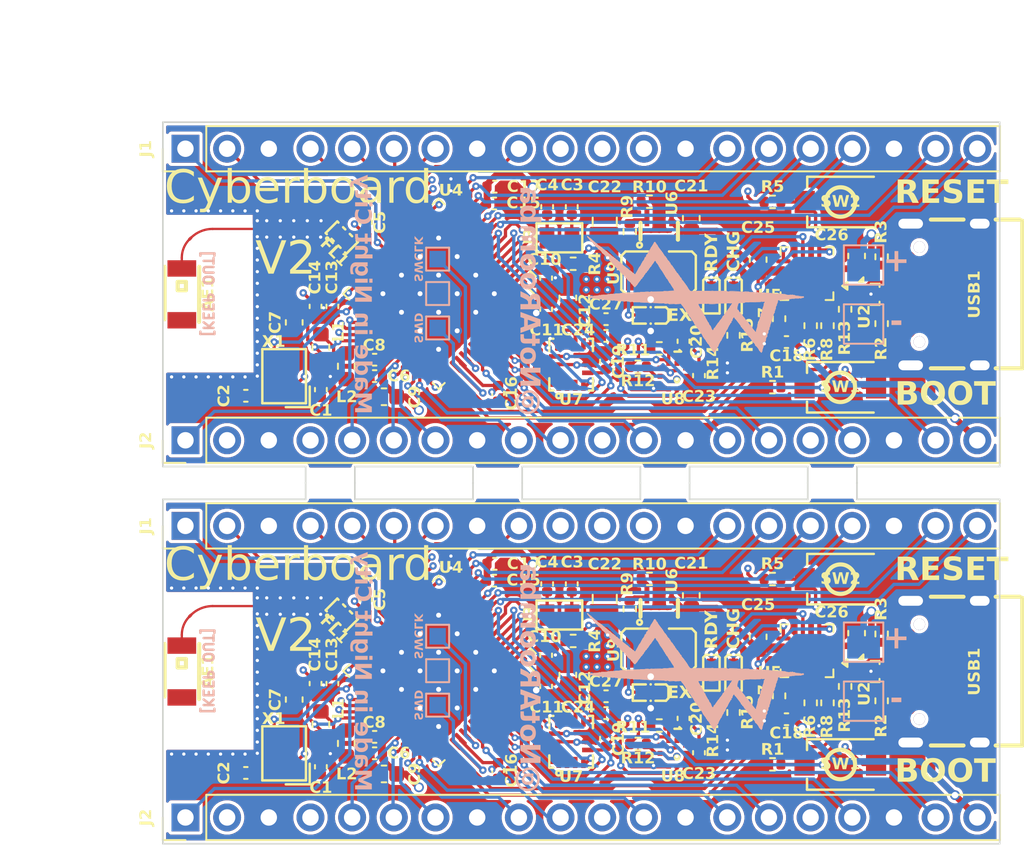
<source format=kicad_pcb>
(kicad_pcb (version 20241229) (generator "pcbnew") (generator_version "9.0")
  (layers (0 "F.Cu" signal) (4 "In1.Cu" signal) (6 "In2.Cu" signal) (2 "B.Cu" signal) (13 "F.Paste" user) (15 "B.Paste" user) (5 "F.SilkS" user "F.Silkscreen") (7 "B.SilkS" user "B.Silkscreen") (1 "F.Mask" user) (3 "B.Mask" user) (25 "Edge.Cuts" user))
  (net 0 "")
  (net 1 "Board_0-+3.3V")
  (net 2 "Board_0-/BMP_INT")
  (net 3 "Board_0-/BMP_SCL")
  (net 4 "Board_0-/BMP_SDA")
  (net 5 "Board_0-/BOOT")
  (net 6 "Board_0-/DN")
  (net 7 "Board_0-/DP")
  (net 8 "Board_0-/GPIO0")
  (net 9 "Board_0-/GPIO1")
  (net 10 "Board_0-/GPIO10")
  (net 11 "Board_0-/GPIO11")
  (net 12 "Board_0-/GPIO12")
  (net 13 "Board_0-/GPIO13")
  (net 14 "Board_0-/GPIO14")
  (net 15 "Board_0-/GPIO15")
  (net 16 "Board_0-/GPIO16")
  (net 17 "Board_0-/GPIO17")
  (net 18 "Board_0-/GPIO18")
  (net 19 "Board_0-/GPIO19")
  (net 20 "Board_0-/GPIO2")
  (net 21 "Board_0-/GPIO20")
  (net 22 "Board_0-/GPIO21")
  (net 23 "Board_0-/GPIO22")
  (net 24 "Board_0-/GPIO23")
  (net 25 "Board_0-/GPIO24")
  (net 26 "Board_0-/GPIO25")
  (net 27 "Board_0-/GPIO26")
  (net 28 "Board_0-/GPIO27")
  (net 29 "Board_0-/GPIO28")
  (net 30 "Board_0-/GPIO29")
  (net 31 "Board_0-/GPIO3")
  (net 32 "Board_0-/GPIO4")
  (net 33 "Board_0-/GPIO5")
  (net 34 "Board_0-/GPIO6")
  (net 35 "Board_0-/GPIO7")
  (net 36 "Board_0-/GPIO8")
  (net 37 "Board_0-/GPIO9")
  (net 38 "Board_0-/HXIN")
  (net 39 "Board_0-/HXOUT")
  (net 40 "Board_0-/ICM_CS")
  (net 41 "Board_0-/ICM_INT1")
  (net 42 "Board_0-/ICM_INT2")
  (net 43 "Board_0-/ICM_MISO")
  (net 44 "Board_0-/ICM_MOSI")
  (net 45 "Board_0-/ICM_SCK")
  (net 46 "Board_0-/LED")
  (net 47 "Board_0-/LXIN")
  (net 48 "Board_0-/LXOUT")
  (net 49 "Board_0-/RESET")
  (net 50 "Board_0-/RF")
  (net 51 "Board_0-/SWCLK")
  (net 52 "Board_0-/SWDIO")
  (net 53 "Board_0-GND")
  (net 54 "Board_0-Net-(AE1-ANT)")
  (net 55 "Board_0-Net-(C26-Pad1)")
  (net 56 "Board_0-Net-(L1-Pad1)")
  (net 57 "Board_0-Net-(LED1-A)")
  (net 58 "Board_0-Net-(LED1-K)")
  (net 59 "Board_0-Net-(U1-A)")
  (net 60 "Board_0-Net-(U10-A)")
  (net 61 "Board_0-Net-(U10-K)")
  (net 62 "Board_0-Net-(U4-VFBSMPS)")
  (net 63 "Board_0-Net-(U4-VLXSMPS)")
  (net 64 "Board_0-Net-(U5-ILIM)")
  (net 65 "Board_0-Net-(U5-ISET)")
  (net 66 "Board_0-Net-(U5-TD)")
  (net 67 "Board_0-Net-(U5-TS)")
  (net 68 "Board_0-Net-(U6-FB)")
  (net 69 "Board_0-Net-(U6-LX1)")
  (net 70 "Board_0-Net-(U6-LX2)")
  (net 71 "Board_0-Net-(USB1-CC1)")
  (net 72 "Board_0-Net-(USB1-CC2)")
  (net 73 "Board_0-VBUS")
  (net 74 "Board_0-VCC")
  (net 75 "Board_0-unconnected-(AE1-Pad2)")
  (net 76 "Board_0-unconnected-(U4-AT0-Pad36)")
  (net 77 "Board_0-unconnected-(U4-AT1-Pad37)")
  (net 78 "Board_0-unconnected-(U4-PB10-Pad28)")
  (net 79 "Board_0-unconnected-(U4-PB11-Pad29)")
  (net 80 "Board_0-unconnected-(U5-TMR-Pad14)")
  (net 81 "Board_0-unconnected-(U7-RESV-Pad10)")
  (net 82 "Board_0-unconnected-(U7-SCx-Pad3)")
  (net 83 "Board_0-unconnected-(U7-SDx-Pad2)")
  (net 84 "Board_0-unconnected-(USB1-SBU1-Pad9)")
  (net 85 "Board_0-unconnected-(USB1-SBU2-Pad3)")
  (net 86 "Board_1-+3.3V")
  (net 87 "Board_1-/BMP_INT")
  (net 88 "Board_1-/BMP_SCL")
  (net 89 "Board_1-/BMP_SDA")
  (net 90 "Board_1-/BOOT")
  (net 91 "Board_1-/DN")
  (net 92 "Board_1-/DP")
  (net 93 "Board_1-/GPIO0")
  (net 94 "Board_1-/GPIO1")
  (net 95 "Board_1-/GPIO10")
  (net 96 "Board_1-/GPIO11")
  (net 97 "Board_1-/GPIO12")
  (net 98 "Board_1-/GPIO13")
  (net 99 "Board_1-/GPIO14")
  (net 100 "Board_1-/GPIO15")
  (net 101 "Board_1-/GPIO16")
  (net 102 "Board_1-/GPIO17")
  (net 103 "Board_1-/GPIO18")
  (net 104 "Board_1-/GPIO19")
  (net 105 "Board_1-/GPIO2")
  (net 106 "Board_1-/GPIO20")
  (net 107 "Board_1-/GPIO21")
  (net 108 "Board_1-/GPIO22")
  (net 109 "Board_1-/GPIO23")
  (net 110 "Board_1-/GPIO24")
  (net 111 "Board_1-/GPIO25")
  (net 112 "Board_1-/GPIO26")
  (net 113 "Board_1-/GPIO27")
  (net 114 "Board_1-/GPIO28")
  (net 115 "Board_1-/GPIO29")
  (net 116 "Board_1-/GPIO3")
  (net 117 "Board_1-/GPIO4")
  (net 118 "Board_1-/GPIO5")
  (net 119 "Board_1-/GPIO6")
  (net 120 "Board_1-/GPIO7")
  (net 121 "Board_1-/GPIO8")
  (net 122 "Board_1-/GPIO9")
  (net 123 "Board_1-/HXIN")
  (net 124 "Board_1-/HXOUT")
  (net 125 "Board_1-/ICM_CS")
  (net 126 "Board_1-/ICM_INT1")
  (net 127 "Board_1-/ICM_INT2")
  (net 128 "Board_1-/ICM_MISO")
  (net 129 "Board_1-/ICM_MOSI")
  (net 130 "Board_1-/ICM_SCK")
  (net 131 "Board_1-/LED")
  (net 132 "Board_1-/LXIN")
  (net 133 "Board_1-/LXOUT")
  (net 134 "Board_1-/RESET")
  (net 135 "Board_1-/RF")
  (net 136 "Board_1-/SWCLK")
  (net 137 "Board_1-/SWDIO")
  (net 138 "Board_1-GND")
  (net 139 "Board_1-Net-(AE1-ANT)")
  (net 140 "Board_1-Net-(C26-Pad1)")
  (net 141 "Board_1-Net-(L1-Pad1)")
  (net 142 "Board_1-Net-(LED1-A)")
  (net 143 "Board_1-Net-(LED1-K)")
  (net 144 "Board_1-Net-(U1-A)")
  (net 145 "Board_1-Net-(U10-A)")
  (net 146 "Board_1-Net-(U10-K)")
  (net 147 "Board_1-Net-(U4-VFBSMPS)")
  (net 148 "Board_1-Net-(U4-VLXSMPS)")
  (net 149 "Board_1-Net-(U5-ILIM)")
  (net 150 "Board_1-Net-(U5-ISET)")
  (net 151 "Board_1-Net-(U5-TD)")
  (net 152 "Board_1-Net-(U5-TS)")
  (net 153 "Board_1-Net-(U6-FB)")
  (net 154 "Board_1-Net-(U6-LX1)")
  (net 155 "Board_1-Net-(U6-LX2)")
  (net 156 "Board_1-Net-(USB1-CC1)")
  (net 157 "Board_1-Net-(USB1-CC2)")
  (net 158 "Board_1-VBUS")
  (net 159 "Board_1-VCC")
  (net 160 "Board_1-unconnected-(AE1-Pad2)")
  (net 161 "Board_1-unconnected-(U4-AT0-Pad36)")
  (net 162 "Board_1-unconnected-(U4-AT1-Pad37)")
  (net 163 "Board_1-unconnected-(U4-PB10-Pad28)")
  (net 164 "Board_1-unconnected-(U4-PB11-Pad29)")
  (net 165 "Board_1-unconnected-(U5-TMR-Pad14)")
  (net 166 "Board_1-unconnected-(U7-RESV-Pad10)")
  (net 167 "Board_1-unconnected-(U7-SCx-Pad3)")
  (net 168 "Board_1-unconnected-(U7-SDx-Pad2)")
  (net 169 "Board_1-unconnected-(USB1-SBU1-Pad9)")
  (net 170 "Board_1-unconnected-(USB1-SBU2-Pad3)")
  (footprint "Resistor_SMD:R_0402_1005Metric" (layer "F.Cu") (at 164.58 31.409384 -90)
    (property "Reference" "R13")
    (property "Value" "10K")
  )
  (footprint "Resistor_SMD:R_0402_1005Metric" (layer "F.Cu") (at 160.155 59.159384)
    (property "Reference" "R1")
    (property "Value" "10K")
  )
  (footprint "Capacitor_SMD:C_0805_2012Metric" (layer "F.Cu") (at 149.93 26.079384 90)
    (property "Reference" "C22")
    (property "Value" "47uF")
  )
  (footprint "Capacitor_SMD:C_0402_1005Metric" (layer "F.Cu") (at 146.42 48.159384 90)
    (property "Reference" "C4")
    (property "Value" "10pF")
  )
  (footprint "Capacitor_SMD:C_0603_1608Metric" (layer "F.Cu") (at 147.68 53.709384 -90)
    (property "Reference" "C12")
    (property "Value" "4.7uF")
  )
  (footprint "lcsc:SOT-583-8_L2.1-W1.2-P0.50-LS1.6-BL" (layer "F.Cu") (at 153.25 49.649384)
    (property "Reference" "U6")
    (property "Value" "TPS631000DRLR")
  )
  (footprint "Capacitor_SMD:C_0402_1005Metric" (layer "F.Cu") (at 155.673234 58.45356 -90)
    (property "Reference" "C23")
    (property "Value" "100nF")
  )
  (footprint "Resistor_SMD:R_0402_1005Metric" (layer "F.Cu") (at 160.155 24.859384)
    (property "Reference" "R5")
    (property "Value" "10K")
  )
  (footprint "lcsc:USB-C-SMD_TYPE-C-6PIN-2MD-073" (layer "F.Cu") (at 170.405 30.509384 90)
    (property "Reference" "USB1")
    (property "Value" "TYPE-C 16PIN 2MD(073)" (hide yes))
  )
  (footprint "lcsc:LGA-14_L3.0-W2.5-P0.50-TL" (layer "F.Cu") (at 147.88 57.784384 90)
    (property "Reference" "U7")
    (property "Value" "ICM-42688-PC")
  )
  (footprint "Capacitor_SMD:C_0402_1005Metric" (layer "F.Cu") (at 147.92 48.159384 90)
    (property "Reference" "C3")
    (property "Value" "10pF")
  )
  (footprint "lcsc:LED0402-FD_YELLOW" (layer "F.Cu") (at 152.73 31.784384)
    (property "Reference" "U1" (hide yes))
    (property "Value" "SZYY0402Y_C434450" (hide yes))
  )
  (footprint "Resistor_SMD:R_0402_1005Metric" (layer "F.Cu") (at 163.505 55.409384 90)
    (property "Reference" "R8")
    (property "Value" "1.13K")
  )
  (footprint "lcsc:CRYSTAL-SMD_L2.0-W1.2" (layer "F.Cu") (at 147.17 50.059384 180)
    (property "Reference" "U3")
    (property "Value" "NX2012SA-32.768KHZ-STD-MUB-2" (hide yes))
  )
  (footprint "Resistor_SMD:R_0402_1005Metric" (layer "F.Cu") (at 152.655 47.849384 180)
    (property "Reference" "R10")
    (property "Value" "91K")
  )
  (footprint "Capacitor_SMD:C_0402_1005Metric" (layer "F.Cu") (at 132.305 31.234384 -90)
    (property "Reference" "C14")
    (property "Value" "1uF")
  )
  (footprint "Resistor_SMD:R_0402_1005Metric" (layer "F.Cu") (at 151.955 34.916884 180)
    (property "Reference" "R12")
    (property "Value" "4.7K")
  )
  (footprint "Capacitor_SMD:C_0603_1608Metric" (layer "F.Cu") (at 147.68 30.709384 -90)
    (property "Reference" "C12")
    (property "Value" "4.7uF")
  )
  (footprint "Capacitor_SMD:C_0402_1005Metric" (layer "F.Cu") (at 150.005 57.584384 90)
    (property "Reference" "C19")
    (property "Value" "10nF")
  )
  (footprint "Capacitor_SMD:C_0402_1005Metric" (layer "F.Cu") (at 146.355 31.409384 -90)
    (property "Reference" "C11")
    (property "Value" "100nF")
  )
  (footprint "lcsc:SOT-583-8_L2.1-W1.2-P0.50-LS1.6-BL" (layer "F.Cu") (at 153.25 26.649384)
    (property "Reference" "U6")
    (property "Value" "TPS631000DRLR")
  )
  (footprint "lcsc:LED0402-FD_YELLOW" (layer "F.Cu") (at 152.73 54.784384)
    (property "Reference" "U1" (hide yes))
    (property "Value" "SZYY0402Y_C434450" (hide yes))
  )
  (footprint "Capacitor_SMD:C_0603_1608Metric" (layer "F.Cu") (at 165.28 28.159384 90)
    (property "Reference" "C26")
    (property "Value" "4.7uF")
  )
  (footprint "lcsc:FILTER-SMD_6P-L1.6-W1.0-P0.50-BL" (layer "F.Cu") (at 133.905 50.034384 -45)
    (property "Reference" "FL1")
    (property "Value" "MLPF-WB55-01E3" (hide yes))
  )
  (footprint "Capacitor_SMD:C_0402_1005Metric" (layer "F.Cu") (at 143.43 36.534384 -90)
    (property "Reference" "C16")
    (property "Value" "100nF")
  )
  (footprint "Capacitor_SMD:C_0402_1005Metric" (layer "F.Cu") (at 154.73 33.359384 90)
    (property "Reference" "C20")
    (property "Value" "100nF")
  )
  (footprint "Resistor_SMD:R_0402_1005Metric" (layer "F.Cu") (at 148.005 51.634384 180)
    (property "Reference" "R4")
    (property "Value" "150")
  )
  (footprint "lcsc:LED0402-RD" (layer "F.Cu") (at 157.78 53.574384 -90)
    (property "Reference" "U10" (hide yes))
    (property "Value" "XL-1005UBC_C22355736" (hide yes))
  )
  (footprint "Connector_PinHeader_2.54mm:PinHeader_1x20_P2.54mm_Vertical" (layer "F.Cu") (at 124.375 62.399384 90)
    (property "Reference" "J2")
    (property "Value" "Conn_01x20" (hide yes))
  )
  (footprint "lcsc:FILTER-SMD_6P-L1.6-W1.0-P0.50-BL" (layer "F.Cu") (at 133.905 27.034384 -45)
    (property "Reference" "FL1")
    (property "Value" "MLPF-WB55-01E3" (hide yes))
  )
  (footprint "Capacitor_SMD:C_0402_1005Metric" (layer "F.Cu") (at 150.01 55.009384)
    (property "Reference" "C27")
    (property "Value" "2.2uF")
  )
  (footprint "lcsc:ANT-SMD_L3.2-W1.6" (layer "F.Cu") (at 124.155 53.5 -90)
    (property "Reference" "AE1")
    (property "Value" "2450AT18A100E" (hide yes))
  )
  (footprint "Capacitor_SMD:C_0402_1005Metric" (layer "F.Cu") (at 135.905 58.484384 180)
    (property "Reference" "C6")
    (property "Value" "100nF")
  )
  (footprint "Capacitor_SMD:C_0402_1005Metric" (layer "F.Cu") (at 154.73 56.359384 90)
    (property "Reference" "C20")
    (property "Value" "100nF")
  )
  (footprint "Resistor_SMD:R_0402_1005Metric" (layer "F.Cu") (at 162.48 32.409384 90)
    (property "Reference" "R6")
    (property "Value" "10K")
  )
  (footprint "Capacitor_SMD:C_0402_1005Metric" (layer "F.Cu") (at 146.355 29.509384 90)
    (property "Reference" "C10")
    (property "Value" "100nF")
  )
  (footprint "Package_DFN_QFN:QFN-68-1EP_8x8mm_P0.4mm_EP6.4x6.4mm" (layer "F.Cu") (at 139.805 30.459384 -135)
    (property "Reference" "U4")
    (property "Value" "STM32WB55RGVx" (hide yes))
  )
  (footprint "lcsc:SW-SMD_L3.9-W3.0-P4.45" (layer "F.Cu") (at 164.299084 24.868607)
    (property "Reference" "SW2")
    (property "Value" "SW_Push" (hide yes))
  )
  (footprint "Capacitor_SMD:C_0402_1005Metric" (layer "F.Cu") (at 128.055 36.684384 180)
    (property "Reference" "C2")
    (property "Value" "10pF")
  )
  (footprint "lcsc:LGA-14_L3.0-W2.5-P0.50-TL" (layer "F.Cu") (at 147.88 34.784384 90)
    (property "Reference" "U7")
    (property "Value" "ICM-42688-PC")
  )
  (footprint "Resistor_SMD:R_0402_1005Metric" (layer "F.Cu") (at 160.555 31.984384 90)
    (property "Reference" "R7")
    (property "Value" "1.18K")
  )
  (footprint "Capacitor_SMD:C_0402_1005Metric" (layer "F.Cu") (at 161.005 33.409384 180)
    (property "Reference" "C18")
    (property "Value" "1uF" (hide yes))
  )
  (footprint "Inductor_SMD:L_0603_1608Metric" (layer "F.Cu") (at 134.18 34.884384 -90)
    (property "Reference" "L2")
    (property "Value" "10nH")
  )
  (footprint "Capacitor_SMD:C_0402_1005Metric" (layer "F.Cu") (at 150.01 32.009384)
    (property "Reference" "C27")
    (property "Value" "2.2uF")
  )
  (footprint "Capacitor_SMD:C_0402_1005Metric" (layer "F.Cu") (at 143.205 24.959384)
    (property "Reference" "C15")
    (property "Value" "100nF")
  )
  (footprint "Capacitor_SMD:C_0402_1005Metric" (layer "F.Cu") (at 150.005 33.034384)
    (property "Reference" "C24")
    (property "Value" "100nF")
  )
  (footprint "Resistor_SMD:R_0402_1005Metric" (layer "F.Cu") (at 166.805 32.284384 -90)
    (property "Reference" "R2")
    (property "Value" "5.1K")
  )
  (footprint "Resistor_SMD:R_0402_1005Metric" (layer "F.Cu") (at 151.455 49.684384 -90)
    (property "Reference" "R9")
    (property "Value" "511K")
  )
  (footprint "Capacitor_SMD:C_0402_1005Metric" (layer "F.Cu") (at 133.33 31.234384 -90)
    (property "Reference" "C13")
    (property "Value" "100nF")
  )
  (footprint "Resistor_SMD:R_0402_1005Metric" (layer "F.Cu") (at 166.805 28.209384 90)
    (property "Reference" "R3")
    (property "Value" "5.1K")
  )
  (footprint "Resistor_SMD:R_0402_1005Metric" (layer "F.Cu") (at 160.155 47.859384)
    (property "Reference" "R5")
    (property "Value" "10K")
  )
  (footprint "lcsc:SW-SMD_L3.9-W3.0-P4.45" (layer "F.Cu") (at 164.287121 36.167748)
    (property "Reference" "SW1")
    (property "Value" "SW_Push" (hide yes))
  )
  (footprint "Resistor_SMD:R_0402_1005Metric" (layer "F.Cu") (at 156.43 55.999384 -90)
    (property "Reference" "R14")
    (property "Value" "1.5K")
  )
  (footprint "lcsc:SW-SMD_L3.9-W3.0-P4.45" (layer "F.Cu") (at 164.299084 47.868607)
    (property "Reference" "SW2")
    (property "Value" "SW_Push" (hide yes))
  )
  (footprint "Capacitor_SMD:C_0402_1005Metric" (layer "F.Cu") (at 155.673234 35.45356 -90)
    (property "Reference" "C23")
    (property "Value" "100nF")
  )
  (footprint "Capacitor_SMD:C_0402_1005Metric" (layer "F.Cu") (at 132.63 59.309384 90)
    (property "Reference" "C1")
    (property "Value" "10pF")
  )
  (footprint "Capacitor_SMD:C_0402_1005Metric" (layer "F.Cu") (at 147.92 25.159384 90)
    (property "Reference" "C3")
    (property "Value" "10pF")
  )
  (footprint "Resistor_SMD:R_0402_1005Metric" (layer "F.Cu") (at 164.58 54.409384 -90)
    (property "Reference" "R13")
    (property "Value" "10K")
  )
  (footprint "Capacitor_SMD:C_0402_1005Metric" (layer "F.Cu") (at 135.38 26.104384 90)
    (property "Reference" "C5")
    (property "Value" "100nF")
  )
  (footprint "Resistor_SMD:R_0402_1005Metric" (layer "F.Cu") (at 166.805 51.209384 90)
    (property "Reference" "R3")
    (property "Value" "5.1K")
  )
  (footprint "Capacitor_SMD:C_0402_1005Metric" (layer "F.Cu") (at 135.38 49.104384 90)
    (property "Reference" "C5")
    (property "Value" "100nF")
  )
  (footprint "Capacitor_SMD:C_0402_1005Metric" (layer "F.Cu") (at 128.055 59.684384 180)
    (property "Reference" "C2")
    (property "Value" "10pF")
  )
  (footprint "Inductor_SMD:L_0603_1608Metric" (layer "F.Cu") (at 132.63 56.718768 -90)
    (property "Reference" "L1")
    (property "Value" "10uH")
  )
  (footprint "Capacitor_SMD:C_0402_1005Metric" (layer "F.Cu") (at 132.63 36.309384 90)
    (property "Reference" "C1")
    (property "Value" "10pF")
  )
  (footprint "Capacitor_SMD:C_0402_1005Metric" (layer "F.Cu") (at 133.33 54.234384 -90)
    (property "Reference" "C13")
    (property "Value" "100nF")
  )
  (footprint "Capacitor_SMD:C_0402_1005Metric" (layer "F.Cu") (at 150.005 56.034384)
    (property "Reference" "C24")
    (property "Value" "100nF")
  )
  (footprint "lcsc:LED0402-RD_GREEN" (layer "F.Cu") (at 156.43 53.574384 -90)
    (property "Reference" "LED1" (hide yes))
    (property "Value" "XL-1005UGC" (hide yes))
  )
  (footprint "Capacitor_SMD:C_0805_2012Metric" (layer "F.Cu") (at 149.93 49.079384 90)
    (property "Reference" "C22")
    (property "Value" "47uF")
  )
  (footprint "Resistor_SMD:R_0402_1005Metric" (layer "F.Cu") (at 156.43 32.999384 -90)
    (property "Reference" "R14")
    (property "Value" "1.5K")
  )
  (footprint "lcsc:LGA-10_L2.0-W2.0-P0.50-TL_BMP580" (layer "F.Cu") (at 154.08 35.491884 -90)
    (property "Reference" "U8")
    (property "Value" "BMP580")
  )
  (footprint "lcsc:LED0402-RD_GREEN" (layer "F.Cu") (at 156.43 30.574384 -90)
    (property "Reference" "LED1" (hide yes))
    (property "Value" "XL-1005UGC" (hide yes))
  )
  (footprint "Capacitor_SMD:C_0402_1005Metric" (layer "F.Cu") (at 132.305 54.234384 -90)
    (property "Reference" "C14")
    (property "Value" "1uF")
  )
  (footprint "Package_TO_SOT_SMD:Texas_DRT-3" (layer "F.Cu") (at 166.1275 30.496884 -90)
    (property "Reference" "U2")
    (property "Value" "TPD2EUSB30" (hide yes))
  )
  (footprint "Package_TO_SOT_SMD:Texas_DRT-3" (layer "F.Cu") (at 166.1275 53.496884 -90)
    (property "Reference" "U2")
    (property "Value" "TPD2EUSB30" (hide yes))
  )
  (footprint "Resistor_SMD:R_0402_1005Metric" (layer "F.Cu") (at 157.78 55.999384 -90)
    (property "Reference" "R15")
    (property "Value" "1.5K")
  )
  (footprint "Capacitor_SMD:C_0402_1005Metric" (layer "F.Cu") (at 143.43 59.534384 -90)
    (property "Reference" "C16")
    (property "Value" "100nF")
  )
  (footprint "Capacitor_SMD:C_0603_1608Metric" (layer "F.Cu") (at 155.205 48.859384 90)
    (property "Reference" "C21")
    (property "Value" "22uF")
  )
  (footprint "Capacitor_SMD:C_0603_1608Metric" (layer "F.Cu") (at 159.28 28.384384 90)
    (property "Reference" "C25")
    (property "Value" "4.7uF")
  )
  (footprint "lcsc:OSC-SMD_4P-L2.0-W1.6-BL" (layer "F.Cu") (at 130.39 35.489384 90)
    (property "Reference" "X1")
    (property "Value" "NX2016SA-32MHZ-STD-CZS-5" (hide yes))
  )
  (footprint "Connector_PinHeader_2.54mm:PinHeader_1x20_P2.54mm_Vertical" (layer "F.Cu") (at 124.375 21.619384 90)
    (property "Reference" "J1")
    (property "Value" "Conn_01x20" (hide yes))
  )
  (footprint "lcsc:SW-SMD_L3.9-W3.0-P4.45" (layer "F.Cu") (at 164.287121 59.167748)
    (property "Reference" "SW1")
    (property "Value" "SW_Push" (hide yes))
  )
  (footprint "Capacitor_SMD:C_0603_1608Metric" (layer "F.Cu") (at 136.474113 59.743768 180)
    (property "Reference" "C9")
    (property "Value" "4.7uF")
  )
  (footprint "Package_DFN_QFN:QFN-68-1EP_8x8mm_P0.4mm_EP6.4x6.4mm" (layer "F.Cu") (at 139.805 53.459384 -135)
    (property "Reference" "U4")
    (property "Value" "STM32WB55RGVx" (hide yes))
  )
  (footprint "lcsc:L1008" (layer "F.Cu") (at 153.21 52.184384)
    (property "Reference" "U9")
    (property "Value" "DFE252012P-1R0M=P2")
  )
  (footprint "Capacitor_SMD:C_0402_1005Metric" (layer "F.Cu") (at 146.355 54.409384 -90)
    (property "Reference" "C11")
    (property "Value" "100nF")
  )
  (footprint "Resistor_SMD:R_0402_1005Metric" (layer "F.Cu") (at 153.255 56.791884 180)
    (property "Reference" "R11")
    (property "Value" "4.7K")
  )
  (footprint "Resistor_SMD:R_0402_1005Metric" (layer "F.Cu") (at 160.155 36.159384)
    (property "Reference" "R1")
    (property "Value" "10K")
  )
  (footprint "Capacitor_SMD:C_0603_1608Metric" (layer "F.Cu") (at 165.28 51.159384 90)
    (property "Reference" "C26")
    (property "Value" "4.7uF")
  )
  (footprint "Package_DFN_QFN:VQFN-16-1EP_3x3mm_P0.5mm_EP1.6x1.6mm" (layer "F.Cu") (at 162.255 52.234384 180)
    (property "Reference" "U5")
    (property "Value" "BQ24072RGT")
  )
  (footprint "Inductor_SMD:L_0603_1608Metric" (layer "F.Cu") (at 132.63 33.718768 -90)
    (property "Reference" "L1")
    (property "Value" "10uH")
  )
  (footprint "Resistor_SMD:R_0402_1005Metric" (layer "F.Cu") (at 151.455 26.684384 -90)
    (property "Reference" "R9")
    (property "Value" "511K")
  )
  (footprint "Package_DFN_QFN:VQFN-16-1EP_3x3mm_P0.5mm_EP1.6x1.6mm" (layer "F.Cu") (at 162.255 29.234384 180)
    (property "Reference" "U5")
    (property "Value" "BQ24072RGT")
  )
  (footprint "Capacitor_SMD:C_0402_1005Metric" (layer "F.Cu") (at 161.005 56.409384 180)
    (property "Reference" "C18")
    (property "Value" "1uF" (hide yes))
  )
  (footprint "lcsc:USB-C-SMD_TYPE-C-6PIN-2MD-073" (layer "F.Cu") (at 170.405 53.509384 90)
    (property "Reference" "USB1")
    (property "Value" "TYPE-C 16PIN 2MD(073)" (hide yes))
  )
  (footprint "Resistor_SMD:R_0402_1005Metric" (layer "F.Cu") (at 157.78 32.999384 -90)
    (property "Reference" "R15")
    (property "Value" "1.5K")
  )
  (footprint "Capacitor_SMD:C_0603_1608Metric" (layer "F.Cu") (at 131.005 55.209384 -90)
    (property "Reference" "C7")
    (property "Value" "4.7uF")
  )
  (footprint "Capacitor_SMD:C_0603_1608Metric" (layer "F.Cu") (at 131.005 32.209384 -90)
    (property "Reference" "C7")
    (property "Value" "4.7uF")
  )
  (footprint "lcsc:OSC-SMD_4P-L2.0-W1.6-BL" (layer "F.Cu") (at 130.39 58.489384 90)
    (property "Reference" "X1")
    (property "Value" "NX2016SA-32MHZ-STD-CZS-5" (hide yes))
  )
  (footprint "Resistor_SMD:R_0402_1005Metric" (layer "F.Cu") (at 148.005 28.634384 180)
    (property "Reference" "R4")
    (property "Value" "150")
  )
  (footprint "Resistor_SMD:R_0402_1005Metric" (layer "F.Cu") (at 160.555 54.984384 90)
    (property "Reference" "R7")
    (property "Value" "1.18K")
  )
  (footprint "Capacitor_SMD:C_0402_1005Metric" (layer "F.Cu") (at 135.905 57.484384 180)
    (property "Reference" "C8")
    (property "Value" "100nF")
  )
  (footprint "Capacitor_SMD:C_0603_1608Metric" (layer "F.Cu") (at 155.205 25.859384 90)
    (property "Reference" "C21")
    (property "Value" "22uF")
  )
  (footprint "Capacitor_SMD:C_0402_1005Metric" (layer "F.Cu") (at 143.23 46.934384)
    (property "Reference" "C17")
    (property "Value" "1uF")
  )
  (footprint "Capacitor_SMD:C_0402_1005Metric" (layer "F.Cu") (at 146.355 52.509384 90)
    (property "Reference" "C10")
    (property "Value" "100nF")
  )
  (footprint "Resistor_SMD:R_0402_1005Metric" (layer "F.Cu") (at 153.255 33.791884 180)
    (property "Reference" "R11")
    (property "Value" "4.7K")
  )
  (footprint "Resistor_SMD:R_0402_1005Metric" (layer "F.Cu") (at 151.955 57.916884 180)
    (property "Reference" "R12")
    (property "Value" "4.7K")
  )
  (footprint "Resistor_SMD:R_0402_1005Metric" (layer "F.Cu") (at 162.48 55.409384 90)
    (property "Reference" "R6")
    (property "Value" "10K")
  )
  (footprint "Capacitor_SMD:C_0402_1005Metric" (layer "F.Cu") (at 150.005 34.584384 90)
    (property "Reference" "C19")
    (property "Value" "10nF")
  )
  (footprint "Capacitor_SMD:C_0402_1005Metric" (layer "F.Cu") (at 135.905 35.484384 180)
    (property "Reference" "C6")
    (property "Value" "100nF")
  )
  (footprint "Capacitor_SMD:C_0603_1608Metric" (layer "F.Cu") (at 136.474113 36.743768 180)
    (property "Reference" "C9")
    (property "Value" "4.7uF")
  )
  (footprint "Connector_PinHeader_2.54mm:PinHeader_1x20_P2.54mm_Vertical" (layer "F.Cu") (at 124.375 39.399384 90)
    (property "Reference" "J2")
    (property "Value" "Conn_01x20" (hide yes))
  )
  (footprint "Resistor_SMD:R_0402_1005Metric" (layer "F.Cu") (at 152.655 24.849384 180)
    (property "Reference" "R10")
    (property "Value" "91K")
  )
  (footprint "lcsc:LGA-10_L2.0-W2.0-P0.50-TL_BMP580" (layer "F.Cu") (at 154.08 58.491884 -90)
    (property "Reference" "U8")
    (property "Value" "BMP580")
  )
  (footprint "lcsc:CRYSTAL-SMD_L2.0-W1.2" (layer "F.Cu") (at 147.17 27.059384 180)
    (property "Reference" "U3")
    (property "Value" "NX2012SA-32.768KHZ-STD-MUB-2" (hide yes))
  )
  (footprint "Capacitor_SMD:C_0402_1005Metric" (layer "F.Cu") (at 146.42 25.159384 90)
    (property "Reference" "C4")
    (property "Value" "10pF")
  )
  (footprint "Resistor_SMD:R_0402_1005Metric" (layer "F.Cu") (at 166.805 55.284384 -90)
    (property "Reference" "R2")
    (property "Value" "5.1K")
  )
  (footprint "Connector_PinHeader_2.54mm:PinHeader_1x20_P2.54mm_Vertical" (layer "F.Cu") (at 124.375 44.619384 90)
    (property "Reference" "J1")
    (property "Value" "Conn_01x20" (hide yes))
  )
  (footprint "Resistor_SMD:R_0402_1005Metric" (layer "F.Cu") (at 163.505 32.409384 90)
    (property "Reference" "R8")
    (property "Value" "1.13K")
  )
  (footprint "lcsc:ANT-SMD_L3.2-W1.6" (layer "F.Cu") (at 124.155 30.5 -90)
    (property "Reference" "AE1")
    (property "Value" "2450AT18A100E" (hide yes))
  )
  (footprint "Capacitor_SMD:C_0402_1005Metric" (layer "F.Cu") (at 143.23 23.934384)
    (property "Reference" "C17")
    (property "Value" "1uF")
  )
  (footprint "Capacitor_SMD:C_0402_1005Metric" (layer "F.Cu") (at 143.205 47.959384)
    (property "Reference" "C15")
    (property "Value" "100nF")
  )
  (footprint "Capacitor_SMD:C_0603_1608Metric" (layer "F.Cu") (at 159.28 51.384384 90)
    (property "Reference" "C25")
    (property "Value" "4.7uF")
  )
  (footprint "lcsc:L1008" (layer "F.Cu") (at 153.21 29.184384)
    (property "Reference" "U9")
    (property "Value" "DFE252012P-1R0M=P2")
  )
  (footprint "lcsc:LED0402-RD" (layer "F.Cu") (at 157.78 30.574384 -90)
    (property "Reference" "U10" (hide yes))
    (property "Value" "XL-1005UBC_C22355736" (hide yes))
  )
  (footprint "Inductor_SMD:L_0603_1608Metric" (layer "F.Cu") (at 134.18 57.884384 -90)
    (property "Reference" "L2")
    (property "Value" "10nH")
  )
  (footprint "Capacitor_SMD:C_0402_1005Metric" (layer "F.Cu") (at 135.905 34.484384 180)
    (property "Reference" "C8")
    (property "Value" "100nF")
  )
  (footprint "TestPoint:TestPoint_Pad_2.0x2.0mm" (layer "B.Cu") (at 165.705 51.709384 180)
    (property "Reference" "TP4" (hide yes))
    (property "Value" "TestPoint" (hide yes))
  )
  (footprint "TestPoint:TestPoint_Pad_1.0x1.0mm" (layer "B.Cu") (at 139.745435 30.45 -90)
    (property "Reference" "TP3" (hide yes))
    (property "Value" "TestPoint" (hide yes))
  )
  (footprint "TestPoint:TestPoint_Pad_2.0x2.0mm" (layer "B.Cu") (at 165.705 55.309384 180)
    (property "Reference" "TP5" (hide yes))
    (property "Value" "TestPoint" (hide yes))
  )
  (footprint "TestPoint:TestPoint_Pad_1.0x1.0mm" (layer "B.Cu") (at 139.745435 28.35 -90)
    (property "Reference" "TP2" (hide yes))
    (property "Value" "TestPoint" (hide yes))
  )
  (footprint "TestPoint:TestPoint_Pad_1.0x1.0mm" (layer "B.Cu") (at 139.745435 53.45 -90)
    (property "Reference" "TP3" (hide yes))
    (property "Value" "TestPoint" (hide yes))
  )
  (footprint "TestPoint:TestPoint_Pad_1.0x1.0mm" (layer "B.Cu") (at 139.745435 51.35 -90)
    (property "Reference" "TP2" (hide yes))
    (property "Value" "TestPoint" (hide yes))
  )
  (footprint "TestPoint:TestPoint_Pad_1.0x1.0mm" (layer "B.Cu") (at 139.745435 55.55 -90)
    (property "Reference" "TP1" (hide yes))
    (property "Value" "TestPoint" (hide yes))
  )
  (footprint "TestPoint:TestPoint_Pad_2.0x2.0mm" (layer "B.Cu") (at 165.705 28.709384 180)
    (property "Reference" "TP4" (hide yes))
    (property "Value" "TestPoint" (hide yes))
  )
  (footprint "TestPoint:TestPoint_Pad_2.0x2.0mm" (layer "B.Cu") (at 165.705 32.309384 180)
    (property "Reference" "TP5" (hide yes))
    (property "Value" "TestPoint" (hide yes))
  )
  (footprint "TestPoint:TestPoint_Pad_1.0x1.0mm" (layer "B.Cu") (at 139.745435 32.55 -90)
    (property "Reference" "TP1" (hide yes))
    (property "Value" "TestPoint" (hide yes))
  )
  (gr_poly (pts (xy 152.824723 53.312998) (xy 152.81521 53.313107) (xy 152.807664 53.313247) (xy 152.801368 53.313474) (xy 152.795604 53.313846) (xy 152.789656 53.314423) (xy 152.782808 53.315262) (xy 152.763538 53.317959) (xy 152.730769 53.322404) (xy 152.70566 53.326227) (xy 152.70566 53.339456) (xy 152.851182 53.339456)) (fill yes) (layer "B.SilkS"))
  (gr_poly (pts (xy 161.860243 53.670186) (xy 161.860243 53.683415) (xy 162.005764 53.696643) (xy 162.005764 53.670186) (xy 162.032223 53.670186) (xy 162.032223 53.656956)) (fill yes) (layer "B.SilkS"))
  (gr_poly (pts (xy 154.003777 53.312037) (xy 153.912822 53.311344) (xy 153.860633 53.31067) (xy 153.810507 53.310418) (xy 153.764311 53.309995) (xy 153.757253 53.310581) (xy 153.750553 53.311264) (xy 153.744169 53.312059) (xy 153.738061 53.31298) (xy 153.732188 53.314043) (xy 153.726508 53.315263) (xy 153.720982 53.316656) (xy 153.715568 53.318237) (xy 153.710226 53.32002) (xy 153.704914 53.322021) (xy 153.699591 53.324255) (xy 153.694217 53.326738) (xy 153.688751 53.329484) (xy 153.683151 53.332509) (xy 153.677378 53.335828) (xy 153.67139 53.339456) (xy 153.719341 53.343248) (xy 153.767301 53.346891) (xy 153.794632 53.34914) (xy 153.81157 53.350215) (xy 153.827894 53.350851) (xy 153.843778 53.35094) (xy 153.85161 53.350746) (xy 153.859398 53.350375) (xy 153.867163 53.349815) (xy 153.874929 53.349051) (xy 153.882716 53.348071) (xy 153.890547 53.346861) (xy 153.898443 53.345408) (xy 153.906427 53.343698) (xy 153.91452 53.341719) (xy 153.922744 53.339456) (xy 153.945048 53.337359) (xy 153.967367 53.335426) (xy 153.9897 53.33365) (xy 154.012041 53.332021) (xy 154.058964 53.328661) (xy 154.094723 53.326227) (xy 154.094723 53.312998)) (fill yes) (layer "B.SilkS"))
  (gr_poly (pts (xy 160.095408 30.414578) (xy 160.063564 30.410563) (xy 160.027739 30.405906) (xy 160.016832 30.405858) (xy 160.012267 30.40594) (xy 160.008152 30.406144) (xy 160.004381 30.406508) (xy 160.000848 30.407072) (xy 159.999137 30.40744) (xy 159.997447 30.407872) (xy 159.995762 30.408373) (xy 159.994071 30.408947) (xy 159.990615 30.410336) (xy 159.986972 30.412078) (xy 159.983036 30.414209) (xy 159.9787 30.416769) (xy 159.97386 30.419796) (xy 159.968407 30.423328) (xy 159.955243 30.43206) (xy 160.127223 30.43206) (xy 160.127223 30.418831)) (fill yes) (layer "B.SilkS"))
  (gr_poly (pts (xy 149.011059 27.093138) (xy 148.989085 27.068545) (xy 148.96723 27.044362) (xy 148.963725 27.03946) (xy 148.9605 27.034691) (xy 148.957538 27.030027) (xy 148.954824 27.02544) (xy 148.952339 27.020901) (xy 148.950067 27.016382) (xy 148.947991 27.011854) (xy 148.946095 27.007289) (xy 148.944361 27.002658) (xy 148.942772 26.997933) (xy 148.941312 26.993086) (xy 148.939963 26.988088) (xy 148.938709 26.982911) (xy 148.937534 26.977526) (xy 148.936419 26.971905) (xy 148.935348 26.966019) (xy 148.842744 26.95279) (xy 148.859927 26.981896) (xy 148.868365 26.995674) (xy 148.876827 27.008927) (xy 148.885407 27.021648) (xy 148.894202 27.033833) (xy 148.903304 27.045473) (xy 148.912809 27.056564) (xy 148.922812 27.0671) (xy 148.933408 27.077073) (xy 148.94469 27.086478) (xy 148.956754 27.095309) (xy 148.969695 27.10356) (xy 148.983607 27.111224) (xy 148.998585 27.118296) (xy 149.014723 27.124768) (xy 149.027952 27.11154)) (fill yes) (layer "B.SilkS"))
  (gr_poly (pts (xy 153.076077 53.312998) (xy 153.076077 53.326227) (xy 153.353889 53.326227) (xy 153.353889 53.312998)) (fill yes) (layer "B.SilkS"))
  (gr_poly (pts (xy 157.39171 54.024142) (xy 157.381467 54.021332) (xy 157.371273 54.018935) (xy 157.361117 54.016938) (xy 157.350986 54.015333) (xy 157.340869 54.014109) (xy 157.330754 54.013257) (xy 157.320629 54.012764) (xy 157.310482 54.012623) (xy 157.300301 54.012822) (xy 157.290076 54.013352) (xy 157.279793 54.014202) (xy 157.269441 54.015361) (xy 157.259009 54.016821) (xy 157.248484 54.018571) (xy 157.237854 54.0206) (xy 157.225079 54.022954) (xy 157.212435 54.024958) (xy 157.199869 54.026648) (xy 157.187328 54.028056) (xy 157.174759 54.029216) (xy 157.162108 54.030164) (xy 157.149321 54.030931) (xy 157.136346 54.031553) (xy 157.099014 54.033233) (xy 157.060543 54.034808) (xy 157.021292 54.03654) (xy 156.925764 54.040602) (xy 156.925764 54.053831) (xy 157.402014 54.053831) (xy 157.402014 54.027373)) (fill yes) (layer "B.SilkS"))
  (gr_poly (pts (xy 157.39171 31.024142) (xy 157.381467 31.021332) (xy 157.371273 31.018935) (xy 157.361117 31.016938) (xy 157.350986 31.015333) (xy 157.340869 31.014109) (xy 157.330754 31.013257) (xy 157.320629 31.012764) (xy 157.310482 31.012623) (xy 157.300301 31.012822) (xy 157.290076 31.013352) (xy 157.279793 31.014202) (xy 157.269441 31.015361) (xy 157.259009 31.016821) (xy 157.248484 31.018571) (xy 157.237854 31.0206) (xy 157.225079 31.022954) (xy 157.212435 31.024958) (xy 157.199869 31.026648) (xy 157.187328 31.028056) (xy 157.174759 31.029216) (xy 157.162108 31.030164) (xy 157.149321 31.030931) (xy 157.136346 31.031553) (xy 157.099014 31.033233) (xy 157.060543 31.034808) (xy 157.021292 31.03654) (xy 156.925764 31.040602) (xy 156.925764 31.053831) (xy 157.402014 31.053831) (xy 157.402014 31.027373)) (fill yes) (layer "B.SilkS"))
  (gr_poly (pts (xy 150.853577 53.90831) (xy 150.853577 53.92154) (xy 151.012327 53.92154) (xy 151.012327 53.90831)) (fill yes) (layer "B.SilkS"))
  (gr_poly (pts (xy 157.534306 54.053831) (xy 157.587223 54.08029) (xy 157.600452 54.06706) (xy 157.600452 54.053831)) (fill yes) (layer "B.SilkS"))
  (gr_poly (pts (xy 153.528356 29.128167) (xy 153.524451 29.12551) (xy 153.520738 29.122802) (xy 153.517212 29.120042) (xy 153.513862 29.117232) (xy 153.510682 29.114369) (xy 153.507664 29.111454) (xy 153.504799 29.108487) (xy 153.502079 29.105468) (xy 153.499497 29.102396) (xy 153.497045 29.09927) (xy 153.492496 29.092859) (xy 153.488371 29.086232) (xy 153.484604 29.079388) (xy 153.481131 29.072324) (xy 153.47789 29.065038) (xy 153.474816 29.057527) (xy 153.471846 29.049791) (xy 153.459723 29.016539) (xy 153.446493 28.990081) (xy 153.406806 28.990081) (xy 153.410586 29.00037) (xy 153.414551 29.010442) (xy 153.418697 29.020317) (xy 153.423019 29.030015) (xy 153.427512 29.039556) (xy 153.432173 29.048959) (xy 153.441978 29.067431) (xy 153.452399 29.085586) (xy 153.4634 29.103583) (xy 153.474946 29.121579) (xy 153.487002 29.13973) (xy 153.51559 29.182579) (xy 153.539098 29.214977) (xy 153.552327 29.214977) (xy 153.552327 29.135602)) (fill yes) (layer "B.SilkS"))
  (gr_poly (pts (xy 152.256689 53.384938) (xy 152.218788 53.382689) (xy 152.182751 53.380745) (xy 152.149361 53.378853) (xy 152.140824 53.378974) (xy 152.13732 53.379075) (xy 152.134248 53.379227) (xy 152.131552 53.379453) (xy 152.129174 53.37977) (xy 152.127058 53.3802) (xy 152.125146 53.380761) (xy 152.123382 53.381474) (xy 152.121707 53.382358) (xy 152.120065 53.383434) (xy 152.118399 53.38472) (xy 152.116651 53.386238) (xy 152.114765 53.388006) (xy 152.110348 53.392373) (xy 152.085327 53.394597) (xy 152.060353 53.396571) (xy 152.035366 53.398306) (xy 152.010309 53.399808) (xy 151.981801 53.40154) (xy 151.911911 53.405602) (xy 151.911911 53.418831) (xy 152.031232 53.419132) (xy 152.150199 53.417431) (xy 152.209635 53.41564) (xy 152.269085 53.413122) (xy 152.328582 53.409801) (xy 152.388161 53.405602) (xy 152.388161 53.392373)) (fill yes) (layer "B.SilkS"))
  (gr_poly (pts (xy 149.557119 50.534873) (xy 149.530661 50.548102) (xy 149.557119 50.58779) (xy 149.596806 50.58779)) (fill yes) (layer "B.SilkS"))
  (gr_poly (pts (xy 157.388785 54.437477) (xy 157.388785 54.477165) (xy 157.402014 54.463935)) (fill yes) (layer "B.SilkS"))
  (gr_poly (pts (xy 149.530661 53.537894) (xy 149.504202 53.564352) (xy 149.570348 53.564352)) (fill yes) (layer "B.SilkS"))
  (gr_poly (pts (xy 149.570348 50.759769) (xy 149.570348 50.786227) (xy 149.596806 50.786227)) (fill yes) (layer "B.SilkS"))
  (gr_poly (pts (xy 155.364723 55.098935) (xy 155.338264 55.098935) (xy 155.325035 55.072477) (xy 155.311806 55.112164) (xy 155.364723 55.165081) (xy 155.377952 55.125394)) (fill yes) (layer "B.SilkS"))
  (gr_poly (pts (xy 150.043099 30.785702) (xy 150.013365 30.782703) (xy 149.983771 30.780247) (xy 149.954232 30.778332) (xy 149.924663 30.776955) (xy 149.89498 30.776112) (xy 149.865098 30.775801) (xy 149.834932 30.776019) (xy 149.834932 30.789248) (xy 149.850561 30.793922) (xy 149.865826 30.79799) (xy 149.880783 30.801472) (xy 149.89549 30.804388) (xy 149.910002 30.806758) (xy 149.924377 30.808601) (xy 149.938672 30.809939) (xy 149.952943 30.81079) (xy 149.967246 30.811175) (xy 149.981639 30.811113) (xy 149.996179 30.810624) (xy 150.010921 30.809728) (xy 150.025923 30.808446) (xy 150.041242 30.806797) (xy 150.073057 30.802477) (xy 150.073057 30.789248)) (fill yes) (layer "B.SilkS"))
  (gr_poly (pts (xy 149.345452 30.564352) (xy 149.345452 30.577581) (xy 149.451285 30.577581) (xy 149.451285 30.564352)) (fill yes) (layer "B.SilkS"))
  (gr_poly (pts (xy 162.045452 53.617269) (xy 162.02561 53.616952) (xy 162.005764 53.616852) (xy 161.985919 53.61696) (xy 161.966077 53.617269) (xy 161.952848 53.630498) (xy 161.930839 53.628671) (xy 161.908861 53.626548) (xy 161.864978 53.621608) (xy 161.777361 53.610337) (xy 161.733211 53.604767) (xy 161.689039 53.599357) (xy 161.633281 53.592199) (xy 161.581682 53.585651) (xy 161.542743 53.577581) (xy 161.529514 53.551123) (xy 161.502022 53.545796) (xy 161.492075 53.544026) (xy 161.483212 53.542643) (xy 161.47435 53.541493) (xy 161.464402 53.540422) (xy 161.43691 53.537894) (xy 161.423681 53.551123) (xy 161.397223 53.524664) (xy 161.373193 53.523266) (xy 161.36455 53.522916) (xy 161.356915 53.522799) (xy 161.349357 53.522916) (xy 161.340947 53.523266) (xy 161.317848 53.524664) (xy 161.304618 53.537894) (xy 161.273777 53.538468) (xy 161.243097 53.53839) (xy 161.212535 53.537697) (xy 161.182044 53.536427) (xy 161.151578 53.534617) (xy 161.121093 53.532303) (xy 161.090541 53.529525) (xy 161.059879 53.526318) (xy 161.027426 53.523169) (xy 161.017387 53.522011) (xy 161.00736 53.520739) (xy 160.987345 53.517903) (xy 160.967371 53.514766) (xy 160.947431 53.511435) (xy 160.934202 53.484977) (xy 160.908622 53.48544) (xy 160.875497 53.485798) (xy 160.842476 53.486273) (xy 160.833463 53.486831) (xy 160.829766 53.486994) (xy 160.826528 53.487051) (xy 160.82369 53.486981) (xy 160.821194 53.486763) (xy 160.820055 53.486592) (xy 160.818979 53.486376) (xy 160.817958 53.486111) (xy 160.816986 53.485797) (xy 160.816054 53.48543) (xy 160.815156 53.485007) (xy 160.814283 53.484525) (xy 160.813429 53.483983) (xy 160.812586 53.483377) (xy 160.811746 53.482704) (xy 160.810048 53.48115) (xy 160.808274 53.479299) (xy 160.806367 53.477129) (xy 160.80191 53.471748) (xy 160.787283 53.471162) (xy 160.772644 53.470861) (xy 160.758 53.470799) (xy 160.743358 53.470927) (xy 160.705946 53.471259) (xy 160.665491 53.471748) (xy 160.557213 53.47135) (xy 160.449159 53.468829) (xy 160.341163 53.464461) (xy 160.233056 53.458519) (xy 160.233056 53.43206) (xy 160.206809 53.438939) (xy 160.1974 53.44032) (xy 160.188033 53.441469) (xy 160.178703 53.4424) (xy 160.169404 53.443128) (xy 160.150868 53.444032) (xy 160.132374 53.444292) (xy 160.113869 53.444022) (xy 160.095302 53.443335) (xy 160.057769 53.441162) (xy 160.028414 53.439733) (xy 160.019241 53.439097) (xy 160.010075 53.438341) (xy 159.991769 53.436522) (xy 159.973493 53.43439) (xy 159.955243 53.43206) (xy 159.942014 53.405602) (xy 159.822952 53.405602) (xy 159.822952 53.418831) (xy 159.717119 53.405602) (xy 159.717119 53.392373) (xy 159.677846 53.391908) (xy 159.638564 53.391552) (xy 159.594392 53.391076) (xy 159.582475 53.39153) (xy 159.573359 53.392033) (xy 159.56967 53.392355) (xy 159.566465 53.392754) (xy 159.563672 53.39325) (xy 159.561218 53.393864) (xy 159.55903 53.394619) (xy 159.557038 53.395534) (xy 159.555169 53.396632) (xy 159.55335 53.397934) (xy 159.55151 53.39946) (xy 159.549576 53.401233) (xy 159.545139 53.405602) (xy 159.537741 53.405643) (xy 159.530342 53.405603) (xy 159.515542 53.405303) (xy 159.500748 53.404752) (xy 159.485965 53.404001) (xy 159.449929 53.402057) (xy 159.412027 53.399808) (xy 159.373967 53.397717) (xy 159.280556 53.392373) (xy 159.267327 53.365915) (xy 159.221805 53.366338) (xy 159.054721 53.36737) (xy 158.982397 53.367912) (xy 158.930426 53.368277) (xy 158.878455 53.368494) (xy 158.845766 53.368918) (xy 158.827546 53.368855) (xy 158.811277 53.368439) (xy 158.803709 53.367992) (xy 158.796429 53.367329) (xy 158.789372 53.366408) (xy 158.782471 53.365185) (xy 158.77566 53.363619) (xy 158.768873 53.361667) (xy 158.762043 53.359286) (xy 158.755104 53.356433) (xy 158.747989 53.353066) (xy 158.740633 53.349143) (xy 158.732969 53.34462) (xy 158.724931 53.339456) (xy 158.708875 53.336871) (xy 158.702953 53.336027) (xy 158.697537 53.33539) (xy 158.691953 53.33489) (xy 158.685529 53.334458) (xy 158.667464 53.333516) (xy 158.634033 53.331783) (xy 158.599254 53.330355) (xy 158.564474 53.328476) (xy 158.536152 53.327173) (xy 158.514318 53.326378) (xy 158.497443 53.326218) (xy 158.490387 53.326416) (xy 158.483997 53.326822) (xy 158.478081 53.327451) (xy 158.472448 53.328319) (xy 158.466908 53.329443) (xy 158.461268 53.330838) (xy 158.448925 53.334508) (xy 158.433889 53.339456) (xy 158.417015 53.340133) (xy 158.400132 53.340556) (xy 158.383243 53.340753) (xy 158.366354 53.340752) (xy 158.326945 53.34062) (xy 158.285882 53.340276) (xy 158.244369 53.340105) (xy 158.142848 53.339456) (xy 158.142848 53.326227) (xy 158.023785 53.326227) (xy 158.023785 53.312998) (xy 157.8047 53.30258) (xy 157.732798 53.299975) (xy 157.677928 53.299107) (xy 157.634045 53.299975) (xy 157.595101 53.30258) (xy 157.55505 53.306921) (xy 157.507848 53.312998) (xy 157.507848 53.339456) (xy 157.478478 53.333763) (xy 157.449137 53.327881) (xy 157.416117 53.321372) (xy 157.388785 53.312998) (xy 157.375556 53.28654) (xy 157.209988 53.285908) (xy 157.044537 53.286564) (xy 156.879119 53.289332) (xy 156.713648 53.295033) (xy 156.621151 53.298249) (xy 156.528699 53.299936) (xy 156.436231 53.300355) (xy 156.343681 53.299769) (xy 156.343681 53.28654) (xy 155.351494 53.28654) (xy 155.351494 53.299769) (xy 155.272119 53.312998) (xy 155.272119 53.299769) (xy 155.24783 53.302917) (xy 155.232918 53.303158) (xy 155.219002 53.302912) (xy 155.212324 53.302581) (xy 155.205784 53.302096) (xy 155.199345 53.301449) (xy 155.19297 53.300627) (xy 155.186622 53.299621) (xy 155.180263 53.29842) (xy 155.173858 53.297014) (xy 155.167368 53.295392) (xy 155.160757 53.293544) (xy 155.153988 53.29146) (xy 155.147023 53.289128) (xy 155.139827 53.28654) (xy 155.127751 53.27422) (xy 155.115912 53.261649) (xy 155.104322 53.24883) (xy 155.09299 53.235767) (xy 155.081928 53.222465) (xy 155.071146 53.208929) (xy 155.060655 53.195163) (xy 155.050466 53.181171) (xy 155.040588 53.166958) (xy 155.031033 53.152528) (xy 155.021812 53.137885) (xy 155.012934 53.123035) (xy 155.004411 53.107981) (xy 154.996254 53.092729) (xy 154.988472 53.077281) (xy 154.981077 53.061644) (xy 154.97667 53.052873) (xy 154.973106 53.04605) (xy 154.971516 53.043202) (xy 154.969988 53.040642) (xy 154.968472 53.038301) (xy 154.966919 53.036115) (xy 154.965278 53.034015) (xy 154.963501 53.031936) (xy 154.961537 53.029811) (xy 154.959337 53.027573) (xy 154.956852 53.025156) (xy 154.954031 53.022493) (xy 154.947184 53.016162) (xy 154.943047 53.012482) (xy 154.939433 53.009203) (xy 154.936315 53.006235) (xy 154.934932 53.004841) (xy 154.933664 53.003491) (xy 154.932505 53.002175) (xy 154.931452 53.000882) (xy 154.930502 52.999601) (xy 154.929652 52.99832) (xy 154.928897 52.997028) (xy 154.928236 52.995715) (xy 154.927663 52.99437) (xy 154.927175 52.992981) (xy 154.92677 52.991537) (xy 154.926443 52.990028) (xy 154.926191 52.988442) (xy 154.926011 52.986768) (xy 154.925898 52.984995) (xy 154.925851 52.983112) (xy 154.925864 52.981109) (xy 154.925935 52.978973) (xy 154.926236 52.974262) (xy 154.926726 52.96889) (xy 154.92816 52.95581) (xy 154.902522 52.945889) (xy 154.875244 52.929352) (xy 154.86945 52.905381) (xy 154.868348 52.901379) (xy 154.867134 52.897502) (xy 154.865811 52.893744) (xy 154.864382 52.8901) (xy 154.862852 52.886564) (xy 154.861223 52.883129) (xy 154.857684 52.876542) (xy 154.853795 52.870291) (xy 154.849582 52.86433) (xy 154.845074 52.858611) (xy 154.840299 52.853087) (xy 154.835285 52.847712) (xy 154.830061 52.842438) (xy 154.819093 52.832007) (xy 154.807621 52.821416) (xy 154.795869 52.810289) (xy 154.782639 52.770602) (xy 154.772874 52.76053) (xy 154.763004 52.750555) (xy 154.75303 52.740682) (xy 154.742952 52.730915) (xy 154.729723 52.704456) (xy 154.707392 52.682959) (xy 154.699735 52.674953) (xy 154.69224 52.666844) (xy 154.677685 52.65034) (xy 154.663629 52.633492) (xy 154.649976 52.616347) (xy 154.636627 52.598949) (xy 154.623485 52.581346) (xy 154.597431 52.545706) (xy 154.62389 52.519248) (xy 154.601559 52.51098) (xy 154.593651 52.506073) (xy 154.586181 52.501032) (xy 154.579109 52.495853) (xy 154.572393 52.49053) (xy 154.565994 52.485057) (xy 154.559871 52.479428) (xy 154.553982 52.473639) (xy 154.548287 52.467684) (xy 154.542745 52.461557) (xy 154.537316 52.455254) (xy 154.531959 52.448768) (xy 154.526633 52.442095) (xy 154.515912 52.428163) (xy 154.504827 52.413414) (xy 154.504827 52.386956) (xy 154.46514 52.360498) (xy 154.46514 52.32081) (xy 154.438681 52.32081) (xy 154.427106 52.297659) (xy 154.385764 52.214977) (xy 154.359306 52.214977) (xy 154.353153 52.208174) (xy 154.348305 52.202733) (xy 154.344332 52.1981) (xy 154.342538 52.195914) (xy 154.3408 52.193721) (xy 154.339066 52.191453) (xy 154.33728 52.18904) (xy 154.333338 52.183504) (xy 154.328543 52.176556) (xy 154.322463 52.167643) (xy 154.30119 52.137613) (xy 154.279111 52.105837) (xy 154.256859 52.074682) (xy 154.241813 52.053469) (xy 154.230212 52.036628) (xy 154.225449 52.029344) (xy 154.221241 52.022549) (xy 154.217488 52.016041) (xy 154.214086 52.009619) (xy 154.210935 52.003082) (xy 154.207932 51.996227) (xy 154.204976 51.988855) (xy 154.201964 51.980762) (xy 154.195367 51.961612) (xy 154.187327 51.937165) (xy 154.147639 51.937165) (xy 154.121181 51.84456) (xy 154.094723 51.84456) (xy 154.08889 51.833082) (xy 154.083344 51.821734) (xy 154.078067 51.810437) (xy 154.073039 51.799112) (xy 154.068241 51.78768) (xy 154.063653 51.776062) (xy 154.059258 51.764181) (xy 154.055035 51.751956) (xy 154.015348 51.738727) (xy 154.008131 51.730164) (xy 154.002469 51.723347) (xy 153.997876 51.717608) (xy 153.99583 51.714934) (xy 153.993869 51.712279) (xy 153.991934 51.709558) (xy 153.989963 51.70669) (xy 153.985674 51.700173) (xy 153.980516 51.69206) (xy 153.974007 51.681683) (xy 153.953237 51.650409) (xy 153.947131 51.640646) (xy 153.94464 51.636578) (xy 153.942478 51.632933) (xy 153.940609 51.629624) (xy 153.938998 51.626564) (xy 153.937612 51.623662) (xy 153.936415 51.620832) (xy 153.935372 51.617985) (xy 153.934448 51.615032) (xy 153.933609 51.611886) (xy 153.93282 51.608458) (xy 153.932045 51.60466) (xy 153.931251 51.600404) (xy 153.929464 51.590163) (xy 153.922744 51.566748) (xy 153.883057 51.553519) (xy 153.869827 51.513831) (xy 153.856598 51.474144) (xy 153.81691 51.460915) (xy 153.807552 51.450035) (xy 153.800187 51.441381) (xy 153.794167 51.434108) (xy 153.788841 51.427375) (xy 153.783562 51.420339) (xy 153.777679 51.412155) (xy 153.761507 51.388974) (xy 153.732839 51.34934) (xy 153.724875 51.339069) (xy 153.721661 51.3348) (xy 153.718919 51.330991) (xy 153.716614 51.327553) (xy 153.714716 51.324398) (xy 153.713909 51.322899) (xy 153.713192 51.321437) (xy 153.712561 51.320002) (xy 153.712011 51.318582) (xy 153.71154 51.317167) (xy 153.711141 51.315745) (xy 153.710813 51.314305) (xy 153.71055 51.312836) (xy 153.71035 51.311327) (xy 153.710206 51.309768) (xy 153.710078 51.306451) (xy 153.710132 51.302798) (xy 153.710338 51.29872) (xy 153.711077 51.288936) (xy 153.684619 51.263297) (xy 153.674375 51.254737) (xy 153.670248 51.251114) (xy 153.666733 51.2478) (xy 153.665193 51.246227) (xy 153.663791 51.244695) (xy 153.662523 51.243191) (xy 153.661383 51.241702) (xy 153.660367 51.240216) (xy 153.659471 51.238722) (xy 153.658688 51.237207) (xy 153.658015 51.235658) (xy 153.657446 51.234064) (xy 153.656977 51.232411) (xy 153.656603 51.230689) (xy 153.656319 51.228884) (xy 153.65612 51.226984) (xy 153.656001 51.224978) (xy 153.655957 51.222852) (xy 153.655984 51.220595) (xy 153.656231 51.215637) (xy 153.656701 51.210005) (xy 153.65816 51.196331) (xy 153.618473 51.196331) (xy 153.618473 51.169873) (xy 153.592015 51.169873) (xy 153.581312 51.147185) (xy 153.572698 51.131303) (xy 153.56365 51.115752) (xy 153.554232 51.100471) (xy 153.54451 51.085398) (xy 153.534551 51.070471) (xy 153.524421 51.05563) (xy 153.503908 51.025953) (xy 153.497384 51.016401) (xy 153.494702 51.012386) (xy 153.492344 51.008746) (xy 153.490268 51.005383) (xy 153.488426 51.002195) (xy 153.486773 50.999086) (xy 153.485265 50.995954) (xy 153.483856 50.992701) (xy 153.4825 50.989228) (xy 153.481153 50.985436) (xy 153.479768 50.981224) (xy 153.476707 50.971148) (xy 153.472952 50.958206) (xy 153.459723 50.931748) (xy 153.420035 50.931748) (xy 153.406806 50.852373) (xy 153.380348 50.852373) (xy 153.374058 50.845429) (xy 153.3691 50.839875) (xy 153.36503 50.835144) (xy 153.36319 50.832911) (xy 153.361405 50.83067) (xy 153.359621 50.828353) (xy 153.357781 50.825887) (xy 153.353713 50.820226) (xy 153.348759 50.813122) (xy 153.342474 50.804007) (xy 153.320116 50.772892) (xy 153.296845 50.739925) (xy 153.274026 50.708201) (xy 153.245978 50.670589) (xy 153.224164 50.640784) (xy 153.215063 50.627931) (xy 153.206883 50.615978) (xy 153.199412 50.604573) (xy 153.192436 50.593366) (xy 153.185744 50.582006) (xy 153.179123 50.570141) (xy 153.172361 50.557422) (xy 153.165245 50.543498) (xy 153.149102 50.510628) (xy 153.128994 50.468728) (xy 153.089307 50.455498) (xy 153.076077 50.389352) (xy 153.03639 50.376123) (xy 153.02316 50.309977) (xy 152.943786 50.309977) (xy 152.933507 50.332401) (xy 152.920242 50.359524) (xy 152.906548 50.386275) (xy 152.892428 50.412698) (xy 152.877888 50.438839) (xy 152.862932 50.464743) (xy 152.847566 50.490456) (xy 152.831794 50.516022) (xy 152.815622 50.541488) (xy 152.799892 50.565988) (xy 152.792101 50.577847) (xy 152.784311 50.589426) (xy 152.776424 50.60074) (xy 152.768342 50.611807) (xy 152.759968 50.622643) (xy 152.751204 50.633266) (xy 152.746646 50.638502) (xy 152.741954 50.643691) (xy 152.737116 50.648835) (xy 152.732119 50.653936) (xy 152.732119 50.680394) (xy 152.725782 50.692125) (xy 152.719247 50.703748) (xy 152.712533 50.71527) (xy 152.70566 50.726696) (xy 152.696927 50.741067) (xy 152.690364 50.752226) (xy 152.6878 50.756867) (xy 152.685662 50.761024) (xy 152.683911 50.764805) (xy 152.682509 50.768315) (xy 152.681418 50.771661) (xy 152.680597 50.774951) (xy 152.68001 50.77829) (xy 152.679616 50.781785) (xy 152.679377 50.785542) (xy 152.679254 50.789669) (xy 152.679202 50.799456) (xy 152.652744 50.799456) (xy 152.626285 50.865602) (xy 152.599827 50.865602) (xy 152.595541 50.894336) (xy 152.593645 50.901892) (xy 152.591626 50.90921) (xy 152.589482 50.916314) (xy 152.587211 50.923232) (xy 152.584812 50.929989) (xy 152.582283 50.936612) (xy 152.579621 50.943127) (xy 152.576825 50.949559) (xy 152.570823 50.962283) (xy 152.564261 50.974992) (xy 152.557124 50.987895) (xy 152.549397 51.001201) (xy 152.52929 51.036139) (xy 152.52273 51.046033) (xy 152.519956 51.050069) (xy 152.517417 51.053573) (xy 152.51504 51.0566) (xy 152.51275 51.059207) (xy 152.511614 51.060371) (xy 152.510472 51.061451) (xy 152.509314 51.062455) (xy 152.508131 51.063388) (xy 152.506913 51.064259) (xy 152.505651 51.065074) (xy 152.504336 51.065841) (xy 152.502959 51.066566) (xy 152.499978 51.067919) (xy 152.496634 51.06919) (xy 152.492853 51.070436) (xy 152.488559 51.071713) (xy 152.478133 51.074583) (xy 152.454307 51.077269) (xy 152.462786 51.100261) (xy 152.463762 51.1073) (xy 152.464368 51.113806) (xy 152.464611 51.119844) (xy 152.464497 51.125479) (xy 152.464034 51.130779) (xy 152.463227 51.135807) (xy 152.462084 51.140629) (xy 152.460611 51.145311) (xy 152.458816 51.149919) (xy 152.456704 51.154518) (xy 152.454283 51.159173) (xy 152.451559 51.16395) (xy 152.448539 51.168915) (xy 152.44523 51.174132) (xy 152.43777 51.185589) (xy 152.420202 51.213437) (xy 152.413975 51.222166) (xy 152.411303 51.225735) (xy 152.40881 51.228842) (xy 152.407604 51.230239) (xy 152.406411 51.23154) (xy 152.405219 51.232752) (xy 152.40402 51.233882) (xy 152.4028 51.234936) (xy 152.401551 51.23592) (xy 152.400261 51.236842) (xy 152.398919 51.237707) (xy 152.397515 51.238523) (xy 152.396038 51.239295) (xy 152.394477 51.240031) (xy 152.392822 51.240736) (xy 152.391062 51.241419) (xy 152.389186 51.242084) (xy 152.385044 51.24339) (xy 152.380311 51.244707) (xy 152.374899 51.246087) (xy 152.361702 51.249248) (xy 152.360049 51.280667) (xy 152.356209 51.295378) (xy 152.351831 51.309936) (xy 152.346926 51.324327) (xy 152.341504 51.338534) (xy 152.335576 51.352541) (xy 152.329153 51.366333) (xy 152.322244 51.379894) (xy 152.314861 51.393208) (xy 152.307015 51.406259) (xy 152.298716 51.419031) (xy 152.289975 51.431508) (xy 152.280802 51.443675) (xy 152.271208 51.455516) (xy 152.261204 51.467014) (xy 152.2508 51.478154) (xy 152.240008 51.488921) (xy 152.232143 51.497221) (xy 152.228961 51.500731) (xy 152.226233 51.503942) (xy 152.225028 51.505465) (xy 152.223924 51.506948) (xy 152.222915 51.508403) (xy 152.221998 51.509843) (xy 152.221168 51.511278) (xy 152.220422 51.512721) (xy 152.219753 51.514184) (xy 152.219159 51.515678) (xy 152.218635 51.517216) (xy 152.218176 51.518809) (xy 152.217779 51.520469) (xy 152.217438 51.522207) (xy 152.217149 51.524036) (xy 152.216908 51.525968) (xy 152.216553 51.530185) (xy 152.216338 51.534955) (xy 152.216228 51.54037) (xy 152.216181 51.553519) (xy 152.197991 51.571709) (xy 152.193178 51.576735) (xy 152.188793 51.581742) (xy 152.184795 51.586749) (xy 152.181146 51.591771) (xy 152.177805 51.596826) (xy 152.174733 51.601929) (xy 152.17189 51.607099) (xy 152.169236 51.612351) (xy 152.166731 51.617702) (xy 152.164336 51.62317) (xy 152.159714 51.63452) (xy 152.150036 51.659352) (xy 152.138729 51.680377) (xy 152.127237 51.701302) (xy 152.115569 51.722128) (xy 152.103734 51.742855) (xy 152.079339 51.785704) (xy 152.057432 51.818102) (xy 152.030973 51.818102) (xy 152.026012 51.842907) (xy 152.023787 51.853067) (xy 152.022778 51.857269) (xy 152.021771 51.860994) (xy 152.020715 51.86432) (xy 152.019558 51.867327) (xy 152.01825 51.870096) (xy 152.017524 51.871417) (xy 152.01674 51.872707) (xy 152.015894 51.873978) (xy 152.014978 51.875239) (xy 152.012911 51.877772) (xy 152.01049 51.880387) (xy 152.007664 51.883163) (xy 152.004381 51.88618) (xy 152.000591 51.889518) (xy 151.991286 51.897477) (xy 151.980015 51.925695) (xy 151.97222 51.944242) (xy 151.963904 51.962427) (xy 151.955137 51.980317) (xy 151.945987 51.997984) (xy 151.936524 52.015496) (xy 151.926817 52.032924) (xy 151.90695 52.067802) (xy 151.891445 52.095134) (xy 151.876047 52.122267) (xy 151.860925 52.14903) (xy 151.853265 52.162176) (xy 151.845505 52.175261) (xy 151.837643 52.188285) (xy 151.829678 52.201245) (xy 151.824777 52.209403) (xy 151.819985 52.217627) (xy 151.815291 52.22591) (xy 151.810683 52.234242) (xy 151.801671 52.251021) (xy 151.792848 52.267894) (xy 151.806077 52.307581) (xy 151.823619 52.277948) (xy 151.95005 52.064323) (xy 152.077275 51.851175) (xy 152.16021 51.712418) (xy 152.24264 51.573362) (xy 152.361514 51.373314) (xy 152.481162 51.173723) (xy 152.58843 50.994375) (xy 152.694905 50.814551) (xy 152.759196 50.706012) (xy 152.823903 50.597712) (xy 152.838203 50.573859) (xy 152.870248 50.520772) (xy 152.90255 50.467854) (xy 152.924762 50.431527) (xy 152.943838 50.400663) (xy 152.948187 50.392511) (xy 152.949947 50.389111) (xy 152.951456 50.386062) (xy 152.952733 50.38329) (xy 152.953798 50.380719) (xy 152.954669 50.378275) (xy 152.955367 50.375883) (xy 152.955911 50.373469) (xy 152.95632 50.370957) (xy 152.956612 50.368274) (xy 152.956808 50.365344) (xy 152.956928 50.362093) (xy 152.956989 50.358446) (xy 152.957014 50.349665) (xy 152.967886 50.360003) (xy 152.978462 50.370482) (xy 152.988766 50.3811) (xy 152.998817 50.391855) (xy 153.008637 50.402745) (xy 153.018247 50.413766) (xy 153.036924 50.436196) (xy 153.055017 50.459128) (xy 153.072697 50.482542) (xy 153.090133 50.506421) (xy 153.107497 50.530745) (xy 153.130727 50.563223) (xy 153.196889 50.656563) (xy 153.262476 50.75031) (xy 153.340384 50.859861) (xy 153.419214 50.968755) (xy 153.578481 51.185364) (xy 153.620115 51.242112) (xy 153.661458 51.299057) (xy 153.743423 51.413475) (xy 153.812643 51.510322) (xy 153.882294 51.606862) (xy 154.022783 51.799079) (xy 154.065718 51.857879) (xy 154.10823 51.916968) (xy 154.192367 52.035801) (xy 154.244729 52.109736) (xy 154.297458 52.183404) (xy 154.403571 52.330283) (xy 154.513929 52.482868) (xy 154.535731 52.513044) (xy 154.607692 52.613087) (xy 154.679346 52.713359) (xy 154.747376 52.808236) (xy 154.815713 52.902894) (xy 154.894405 53.01193) (xy 154.972809 53.121175) (xy 154.988962 53.143744) (xy 155.019224 53.186464) (xy 155.049195 53.229383) (xy 155.078911 53.27248) (xy 155.108407 53.315736) (xy 155.114463 53.323592) (xy 155.117015 53.326821) (xy 155.119337 53.329656) (xy 155.121494 53.332152) (xy 155.123552 53.334363) (xy 155.125576 53.336342) (xy 155.127631 53.338145) (xy 155.129783 53.339824) (xy 155.132098 53.341435) (xy 155.13464 53.343031) (xy 155.137476 53.344667) (xy 155.140669 53.346396) (xy 155.144287 53.348272) (xy 155.153056 53.352685) (xy 155.172581 53.353519) (xy 155.19212 53.35407) (xy 155.211667 53.354384) (xy 155.231214 53.354511) (xy 155.281842 53.354736) (xy 155.337868 53.354775) (xy 155.396817 53.354974) (xy 155.52473 53.355331) (xy 155.730126 53.355979) (xy 155.801246 53.356257) (xy 155.837348 53.35639) (xy 155.948248 53.356786) (xy 156.632735 53.360366) (xy 156.727327 53.361418) (xy 156.727327 53.326227) (xy 156.727327 53.312998) (xy 156.819931 53.312998) (xy 156.819931 53.326227) (xy 156.727327 53.326227) (xy 156.727327 53.361418) (xy 156.83316 53.362595) (xy 156.83316 53.326227) (xy 156.83316 53.312998) (xy 157.177119 53.312998) (xy 157.177119 53.326227) (xy 156.83316 53.326227) (xy 156.83316 53.362595) (xy 157.316999 53.367978) (xy 157.573994 53.37332) (xy 157.573994 53.339456) (xy 157.573994 53.326227) (xy 157.984098 53.326227) (xy 157.984098 53.339456) (xy 157.573994 53.339456) (xy 157.573994 53.37332) (xy 158.001137 53.382199) (xy 158.433889 53.397003) (xy 158.433889 53.365915) (xy 158.433889 53.352685) (xy 158.645556 53.352685) (xy 158.645556 53.365915) (xy 158.433889 53.365915) (xy 158.433889 53.397003) (xy 158.685244 53.405602) (xy 158.71612 53.406899) (xy 159.05566 53.422492) (xy 159.05566 53.392373) (xy 159.05566 53.379144) (xy 159.21441 53.379144) (xy 159.21441 53.392373) (xy 159.05566 53.392373) (xy 159.05566 53.422492) (xy 159.077029 53.423473) (xy 159.437798 53.442934) (xy 159.559255 53.449616) (xy 160.032122 53.477768) (xy 160.504805 53.512631) (xy 160.976813 53.555419) (xy 161.447659 53.607347) (xy 161.489022 53.612347) (xy 161.603359 53.626569) (xy 161.636091 53.630656) (xy 161.664335 53.634532) (xy 161.692482 53.63877) (xy 161.720547 53.643339) (xy 161.748547 53.648213) (xy 161.804423 53.658761) (xy 161.860243 53.670186) (xy 161.860243 53.683415) (xy 161.901992 53.687201) (xy 161.943752 53.690849) (xy 161.990726 53.695043) (xy 162.004501 53.695545) (xy 162.015336 53.695762) (xy 162.019949 53.69572) (xy 162.024184 53.695555) (xy 162.028161 53.695251) (xy 162.031996 53.69479) (xy 162.035811 53.694155) (xy 162.039724 53.693329) (xy 162.043853 53.692296) (xy 162.048317 53.691038) (xy 162.058729 53.687778) (xy 162.07191 53.683415)) (fill yes) (layer "B.SilkS"))
  (gr_poly (pts (xy 158.645556 32.998519) (xy 158.645556 33.024977) (xy 158.672015 33.024977)) (fill yes) (layer "B.SilkS"))
  (gr_poly (pts (xy 151.660557 52.228206) (xy 151.620869 52.241435) (xy 151.620869 52.307581) (xy 151.700244 52.281123)) (fill yes) (layer "B.SilkS"))
  (gr_poly (pts (xy 149.596806 27.786227) (xy 149.596806 27.812685) (xy 149.623265 27.812685)) (fill yes) (layer "B.SilkS"))
  (gr_poly (pts (xy 152.112581 53.389413) (xy 152.101683 53.386927) (xy 152.090867 53.384882) (xy 152.080115 53.383243) (xy 152.06941 53.381979) (xy 152.058735 53.381055) (xy 152.048075 53.380439) (xy 152.03741 53.380098) (xy 152.016004 53.380106) (xy 151.994381 53.380815) (xy 151.949944 53.383271) (xy 151.916925 53.3847) (xy 151.885346 53.386433) (xy 151.85656 53.387941) (xy 151.848578 53.389456) (xy 151.845247 53.39017) (xy 151.842257 53.390917) (xy 151.839535 53.39174) (xy 151.837005 53.392686) (xy 151.83579 53.393219) (xy 151.834596 53.3938) (xy 151.833412 53.394434) (xy 151.832231 53.395126) (xy 151.831043 53.395883) (xy 151.829838 53.396711) (xy 151.827343 53.398599) (xy 151.824671 53.400835) (xy 151.821749 53.403466) (xy 151.818502 53.406535) (xy 151.814858 53.410089) (xy 151.806077 53.418831) (xy 151.911911 53.43206) (xy 151.911911 53.405602) (xy 151.954852 53.406065) (xy 152.010309 53.406422) (xy 152.038646 53.406766) (xy 152.056574 53.406731) (xy 152.074502 53.406487) (xy 152.110348 53.405602) (xy 152.123577 53.392373)) (fill yes) (layer "B.SilkS"))
  (gr_poly (pts (xy 162.045452 53.617269) (xy 162.02561 53.616952) (xy 162.005764 53.616852) (xy 161.985919 53.61696) (xy 161.966077 53.617269) (xy 161.952848 53.630498) (xy 161.929698 53.630805) (xy 161.906545 53.630909) (xy 161.883393 53.630808) (xy 161.860243 53.630498) (xy 161.91316 53.656956) (xy 161.860243 53.683415) (xy 161.901992 53.687201) (xy 161.943752 53.690849) (xy 161.990726 53.695043) (xy 162.004501 53.695545) (xy 162.015336 53.695762) (xy 162.019949 53.69572) (xy 162.024184 53.695555) (xy 162.028161 53.695251) (xy 162.031996 53.69479) (xy 162.035811 53.694155) (xy 162.039724 53.693329) (xy 162.043853 53.692296) (xy 162.048317 53.691038) (xy 162.058729 53.687778) (xy 162.07191 53.683415)) (fill yes) (layer "B.SilkS"))
  (gr_poly (pts (xy 159.395076 32.007765) (xy 159.394611 32.001694) (xy 159.393777 31.995404) (xy 159.392555 31.988825) (xy 159.390929 31.981885) (xy 159.388879 31.974515) (xy 159.386389 31.966644) (xy 159.386389 31.993102) (xy 159.359931 31.993102) (xy 159.348418 32.022805) (xy 159.337879 32.05258) (xy 159.328203 32.082466) (xy 159.319283 32.112503) (xy 159.311009 32.142733) (xy 159.303274 32.173193) (xy 159.295968 32.203926) (xy 159.288983 32.234971) (xy 159.284366 32.255446) (xy 159.282315 32.263885) (xy 159.280315 32.271325) (xy 159.278277 32.277914) (xy 159.276111 32.283803) (xy 159.273727 32.289141) (xy 159.271036 32.294077) (xy 159.267947 32.298761) (xy 159.26437 32.303343) (xy 159.260216 32.307973) (xy 159.255394 32.312799) (xy 159.249816 32.317971) (xy 159.24339 32.323639) (xy 159.227639 32.33706) (xy 159.227677 32.355664) (xy 159.227829 32.374266) (xy 159.228158 32.392865) (xy 159.228724 32.411461) (xy 159.228122 32.42261) (xy 159.227112 32.433671) (xy 159.225724 32.444653) (xy 159.223992 32.455562) (xy 159.221948 32.466406) (xy 159.219622 32.477192) (xy 159.214256 32.498618) (xy 159.208151 32.5199) (xy 159.201561 32.541094) (xy 159.187952 32.583454) (xy 159.172981 32.631504) (xy 159.1618 32.668485) (xy 159.153945 32.696936) (xy 159.151118 32.708756) (xy 159.148949 32.719395) (xy 159.147378 32.72917) (xy 159.146348 32.7384) (xy 159.145801 32.747401) (xy 159.145677 32.75649) (xy 159.146471 32.776205) (xy 159.148264 32.800081) (xy 159.1549 32.787089) (xy 159.161212 32.774124) (xy 159.167212 32.761137) (xy 159.17291 32.748079) (xy 159.178318 32.7349) (xy 159.183447 32.72155) (xy 159.188308 32.707981) (xy 159.192913 32.694142) (xy 159.203271 32.661836) (xy 159.21441 32.626448) (xy 159.226171 32.589169) (xy 159.279091 32.417814) (xy 159.33092 32.246123) (xy 159.349361 32.184978) (xy 159.362362 32.141692) (xy 159.375224 32.098366) (xy 159.383307 32.071974) (xy 159.387623 32.056928) (xy 159.389475 32.050065) (xy 159.3911 32.043549) (xy 159.392479 32.037308) (xy 159.393596 32.031272) (xy 159.394431 32.02537) (xy 159.394968 32.019532) (xy 159.395189 32.013687)) (fill yes) (layer "B.SilkS"))
  (gr_poly (pts (xy 161.145868 30.789248) (xy 161.145868 30.802477) (xy 161.251702 30.802477) (xy 161.251702 30.789248)) (fill yes) (layer "B.SilkS"))
  (gr_poly (pts (xy 154.359306 31.08029) (xy 154.359306 31.093519) (xy 154.478369 31.093519) (xy 154.478369 31.08029)) (fill yes) (layer "B.SilkS"))
  (gr_poly (pts (xy 152.062621 51.876548) (xy 152.055298 51.881941) (xy 152.048624 51.887246) (xy 152.042529 51.892512) (xy 152.036946 51.897787) (xy 152.031805 51.903119) (xy 152.027038 51.908557) (xy 152.022576 51.914149) (xy 152.018351 51.919944) (xy 152.014293 51.925989) (xy 152.010335 51.932334) (xy 152.006408 51.939026) (xy 152.002442 51.946114) (xy 151.99837 51.953646) (xy 151.989632 51.970237) (xy 151.968862 52.009515) (xy 151.953521 52.039436) (xy 151.938369 52.069456) (xy 152.004515 52.056227) (xy 152.007822 52.024808) (xy 152.00997 52.012673) (xy 152.010957 52.007705) (xy 152.01196 52.003367) (xy 152.013033 51.999583) (xy 152.01423 51.996277) (xy 152.014892 51.994779) (xy 152.015606 51.993373) (xy 152.016378 51.992048) (xy 152.017215 51.990794) (xy 152.018124 51.989603) (xy 152.019111 51.988465) (xy 152.020185 51.987369) (xy 152.02135 51.986308) (xy 152.022615 51.98527) (xy 152.023986 51.984248) (xy 152.027073 51.982208) (xy 152.030666 51.980112) (xy 152.034818 51.977883) (xy 152.045022 51.972725) (xy 152.07066 51.963623) (xy 152.057432 51.923935) (xy 152.060533 51.907162) (xy 152.061747 51.901211) (xy 152.062944 51.896058) (xy 152.064279 51.891083) (xy 152.065907 51.885664) (xy 152.07066 51.871019)) (fill yes) (layer "B.SilkS"))
  (gr_poly (pts (xy 158.53663 30.960865) (xy 158.493981 30.96116) (xy 158.451425 30.962072) (xy 158.408926 30.96356) (xy 158.366447 30.965583) (xy 158.32395 30.968101) (xy 158.238759 30.974456) (xy 158.191214 30.978279) (xy 158.076702 30.987685) (xy 158.076702 31.000914) (xy 158.26191 31.014144) (xy 158.26191 31.027373) (xy 158.303246 31.028775) (xy 158.344593 31.02986) (xy 158.391106 31.031249) (xy 158.399535 31.030383) (xy 158.407265 31.029368) (xy 158.414375 31.028183) (xy 158.420946 31.026807) (xy 158.427057 31.025218) (xy 158.432788 31.023396) (xy 158.438219 31.02132) (xy 158.443431 31.018967) (xy 158.448503 31.016318) (xy 158.453514 31.013351) (xy 158.458546 31.010045) (xy 158.463678 31.006378) (xy 158.46899 31.00233) (xy 158.474562 30.997879) (xy 158.486806 30.987685) (xy 158.515437 30.982084) (xy 158.525669 30.980244) (xy 158.534626 30.978838) (xy 158.543394 30.977712) (xy 158.553057 30.976709) (xy 158.57941 30.974456) (xy 158.57941 30.961227)) (fill yes) (layer "B.SilkS"))
  (gr_poly (pts (xy 149.411598 30.723102) (xy 149.451285 30.736331) (xy 149.451285 30.76279) (xy 149.583578 30.74956) (xy 149.583578 30.736331)) (fill yes) (layer "B.SilkS"))
  (gr_poly (pts (xy 152.325062 28.475806) (xy 152.324917 28.472679) (xy 152.324675 28.469418) (xy 152.324336 28.465924) (xy 152.323369 28.457851) (xy 152.322015 28.447685) (xy 152.315506 28.453513) (xy 152.30947 28.459339) (xy 152.303873 28.465185) (xy 152.298683 28.471075) (xy 152.293865 28.477032) (xy 152.289386 28.483079) (xy 152.285213 28.489238) (xy 152.281312 28.495532) (xy 152.277649 28.501985) (xy 152.274191 28.508619) (xy 152.270904 28.515458) (xy 152.267756 28.522524) (xy 152.264711 28.52984) (xy 152.261738 28.537429) (xy 152.255869 28.553519) (xy 152.26685 28.548284) (xy 152.275506 28.544058) (xy 152.282612 28.540375) (xy 152.285825 28.538592) (xy 152.288942 28.536771) (xy 152.292059 28.534852) (xy 152.295272 28.532779) (xy 152.302378 28.527935) (xy 152.311033 28.521774) (xy 152.322015 28.513831) (xy 152.323369 28.502034) (xy 152.324336 28.492795) (xy 152.324917 28.48534) (xy 152.325062 28.482039) (xy 152.32511 28.478893)) (fill yes) (layer "B.SilkS"))
  (gr_poly (pts (xy 150.006911 28.22279) (xy 150.006911 28.249248) (xy 150.033369 28.249248)) (fill yes) (layer "B.SilkS"))
  (gr_poly (pts (xy 156.859619 55.244456) (xy 156.843241 55.266694) (xy 156.769501 55.366826) (xy 156.743731 55.401817) (xy 156.718794 55.435657) (xy 156.695921 55.466733) (xy 156.685066 55.481275) (xy 156.674093 55.495731) (xy 156.663 55.510097) (xy 156.651789 55.524372) (xy 156.646156 55.532463) (xy 156.643877 55.535838) (xy 156.641922 55.538866) (xy 156.640268 55.54162) (xy 156.638889 55.544176) (xy 156.63776 55.546608) (xy 156.636856 55.54899) (xy 156.636481 55.550185) (xy 156.636152 55.551396) (xy 156.635623 55.553902) (xy 156.635244 55.556581) (xy 156.634989 55.559508) (xy 156.634835 55.562758) (xy 156.634756 55.566404) (xy 156.634723 55.575185) (xy 156.661181 55.575185) (xy 156.666844 55.568756) (xy 156.671316 55.563616) (xy 156.675002 55.559241) (xy 156.678311 55.555108) (xy 156.681649 55.550695) (xy 156.685423 55.545477) (xy 156.69004 55.538932) (xy 156.695907 55.530537) (xy 156.713793 55.505428) (xy 156.718261 55.497835) (xy 156.720068 55.494661) (xy 156.721617 55.491806) (xy 156.722929 55.489198) (xy 156.724023 55.486764) (xy 156.724918 55.484432) (xy 156.725635 55.48213) (xy 156.726194 55.479785) (xy 156.726613 55.477326) (xy 156.726914 55.474681) (xy 156.727115 55.471776) (xy 156.727238 55.46854) (xy 156.7273 55.464901) (xy 156.727327 55.456123) (xy 156.753785 55.456123) (xy 156.753785 55.416435) (xy 156.793473 55.403206) (xy 156.800669 55.395801) (xy 156.807484 55.388357) (xy 156.813937 55.380858) (xy 156.820046 55.373288) (xy 156.825826 55.36563) (xy 156.831297 55.357868) (xy 156.836476 55.349986) (xy 156.841381 55.341967) (xy 156.846028 55.333794) (xy 156.850436 55.325452) (xy 156.854623 55.316923) (xy 156.858605 55.308192) (xy 156.862402 55.299242) (xy 156.866029 55.290057) (xy 156.869505 55.28062) (xy 156.872848 55.270915)) (fill yes) (layer "B.SilkS"))
  (gr_poly (pts (xy 156.44762 32.644305) (xy 156.445287 32.634329) (xy 156.442544 32.624606) (xy 156.439423 32.615107) (xy 156.435952 32.605808) (xy 156.432163 32.596681) (xy 156.428085 32.5877) (xy 156.423749 32.578838) (xy 156.419184 32.570069) (xy 156.414421 32.561365) (xy 156.404421 32.54405) (xy 156.383369 32.509039) (xy 156.380356 32.51647) (xy 156.378042 32.522427) (xy 156.377099 32.525047) (xy 156.376271 32.527531) (xy 156.375541 32.529957) (xy 156.374889 32.532402) (xy 156.374295 32.534944) (xy 156.373739 32.53766) (xy 156.373204 32.540628) (xy 156.372668 32.543925) (xy 156.37152 32.551817) (xy 156.37014 32.561956) (xy 156.375912 32.574023) (xy 156.380523 32.583453) (xy 156.384437 32.591024) (xy 156.386277 32.594354) (xy 156.388118 32.597509) (xy 156.390017 32.600587) (xy 156.392033 32.603685) (xy 156.396646 32.610325) (xy 156.402422 32.618206) (xy 156.409827 32.628102) (xy 156.436285 32.628102) (xy 156.449514 32.65456)) (fill yes) (layer "B.SilkS"))
  (gr_poly (pts (xy 157.534306 31.053831) (xy 157.587223 31.08029) (xy 157.600452 31.06706) (xy 157.600452 31.053831)) (fill yes) (layer "B.SilkS"))
  (gr_poly (pts (xy 154.92816 31.609456) (xy 154.914931 31.635914) (xy 154.941389 31.635914)) (fill yes) (layer "B.SilkS"))
  (gr_poly (pts (xy 149.266078 30.577581) (xy 149.266078 30.59081) (xy 149.332223 30.59081) (xy 149.332223 30.577581)) (fill yes) (layer "B.SilkS"))
  (gr_poly (pts (xy 154.977773 53.131502) (xy 154.974355 53.122454) (xy 154.970799 53.113834) (xy 154.967084 53.105601) (xy 154.963186 53.097714) (xy 154.959082 53.090131) (xy 154.954749 53.082811) (xy 154.950165 53.075713) (xy 154.945307 53.068795) (xy 154.940152 53.062017) (xy 154.934677 53.055336) (xy 154.928859 53.048712) (xy 154.922675 53.042103) (xy 154.916103 53.035468) (xy 154.90912 53.028767) (xy 154.901702 53.021956) (xy 154.901778 53.02988) (xy 154.902013 53.037401) (xy 154.902418 53.044569) (xy 154.903005 53.051431) (xy 154.903783 53.058039) (xy 154.904765 53.064439) (xy 154.90596 53.07068) (xy 154.907381 53.076813) (xy 154.909037 53.082884) (xy 154.910941 53.088944) (xy 154.913102 53.095041) (xy 154.915532 53.101224) (xy 154.918242 53.107541) (xy 154.921242 53.114042) (xy 154.924545 53.120775) (xy 154.92816 53.127789) (xy 154.937488 53.13134) (xy 154.9448 53.134039) (xy 154.947894 53.135117) (xy 154.950717 53.13604) (xy 154.953346 53.136828) (xy 154.955859 53.1375) (xy 154.958333 53.138075) (xy 154.960845 53.138573) (xy 154.963474 53.139012) (xy 154.966297 53.139413) (xy 154.972834 53.140177) (xy 154.981077 53.141019)) (fill yes) (layer "B.SilkS"))
  (gr_poly (pts (xy 160.537327 30.855394) (xy 160.563785 30.881852) (xy 160.603473 30.868623) (xy 160.603473 30.855394)) (fill yes) (layer "B.SilkS"))
  (gr_poly (pts (xy 154.003777 30.312037) (xy 153.912822 30.311344) (xy 153.860633 30.31067) (xy 153.810507 30.310418) (xy 153.764311 30.309995) (xy 153.757253 30.310581) (xy 153.750553 30.311264) (xy 153.744169 30.312059) (xy 153.738061 30.31298) (xy 153.732188 30.314043) (xy 153.726508 30.315263) (xy 153.720982 30.316656) (xy 153.715568 30.318237) (xy 153.710226 30.32002) (xy 153.704914 30.322021) (xy 153.699591 30.324255) (xy 153.694217 30.326738) (xy 153.688751 30.329484) (xy 153.683151 30.332509) (xy 153.677378 30.335828) (xy 153.67139 30.339456) (xy 153.719341 30.343248) (xy 153.767301 30.346891) (xy 153.794632 30.34914) (xy 153.81157 30.350215) (xy 153.827894 30.350851) (xy 153.843778 30.35094) (xy 153.85161 30.350746) (xy 153.859398 30.350375) (xy 153.867163 30.349815) (xy 153.874929 30.349051) (xy 153.882716 30.348071) (xy 153.890547 30.346861) (xy 153.898443 30.345408) (xy 153.906427 30.343698) (xy 153.91452 30.341719) (xy 153.922744 30.339456) (xy 153.945048 30.337359) (xy 153.967367 30.335426) (xy 153.9897 30.33365) (xy 154.012041 30.332021) (xy 154.058964 30.328661) (xy 154.094723 30.326227) (xy 154.094723 30.312998)) (fill yes) (layer "B.SilkS"))
  (gr_poly (pts (xy 149.464515 53.776019) (xy 149.464515 53.789248) (xy 149.570348 53.789248) (xy 149.570348 53.776019)) (fill yes) (layer "B.SilkS"))
  (gr_poly (pts (xy 156.264306 31.08029) (xy 156.264306 31.093519) (xy 156.300326 31.097716) (xy 156.336073 31.100833) (xy 156.371645 31.102942) (xy 156.407143 31.104117) (xy 156.442667 31.104432) (xy 156.478315 31.103961) (xy 156.514189 31.102777) (xy 156.550387 31.100953) (xy 156.590643 31.098863) (xy 156.68764 31.093519) (xy 156.68764 31.08029)) (fill yes) (layer "B.SilkS"))
  (gr_poly (pts (xy 149.530661 50.627477) (xy 149.517432 50.601019) (xy 149.490973 50.601019) (xy 149.490973 50.57456) (xy 149.464515 50.58779) (xy 149.487221 50.614273) (xy 149.509997 50.640706) (xy 149.535568 50.670472) (xy 149.557119 50.693623) (xy 149.570348 50.693623) (xy 149.570348 50.640706)) (fill yes) (layer "B.SilkS"))
  (gr_poly (pts (xy 151.815787 30.932334) (xy 151.776311 30.928974) (xy 151.737246 30.92572) (xy 151.725526 30.924751) (xy 151.716397 30.923916) (xy 151.709132 30.92308) (xy 151.705973 30.922618) (xy 151.703009 30.922105) (xy 151.700148 30.921523) (xy 151.697302 30.920856) (xy 151.694379 30.920087) (xy 151.691288 30.919198) (xy 151.684242 30.916992) (xy 151.675439 30.914105) (xy 151.667264 30.912582) (xy 151.659103 30.911373) (xy 151.650952 30.910454) (xy 151.64281 30.9098) (xy 151.634674 30.909388) (xy 151.626541 30.909196) (xy 151.610274 30.909372) (xy 151.593988 30.91014) (xy 151.577661 30.91131) (xy 151.544801 30.914105) (xy 151.516848 30.916195) (xy 151.44889 30.92154) (xy 151.44889 30.961227) (xy 151.477829 30.961692) (xy 151.506767 30.962047) (xy 151.539324 30.962524) (xy 151.548825 30.96207) (xy 151.552771 30.961835) (xy 151.556288 30.961567) (xy 151.559457 30.961245) (xy 151.562358 30.960846) (xy 151.565072 30.96035) (xy 151.567681 30.959735) (xy 151.570264 30.958981) (xy 151.572902 30.958066) (xy 151.575676 30.956968) (xy 151.578667 30.955666) (xy 151.581955 30.95414) (xy 151.585621 30.952367) (xy 151.594411 30.947998) (xy 151.608789 30.947315) (xy 151.623182 30.946893) (xy 151.637584 30.946699) (xy 151.651984 30.946701) (xy 151.686088 30.946834) (xy 151.721741 30.947178) (xy 151.757711 30.94735) (xy 151.845765 30.947998) (xy 151.845765 30.934769)) (fill yes) (layer "B.SilkS"))
  (gr_poly (pts (xy 153.181911 30.987685) (xy 153.14885 30.986124) (xy 152.122502 30.937436) (xy 151.740187 30.915904) (xy 151.385944 30.891843) (xy 151.015398 30.861949) (xy 150.584176 30.822919) (xy 149.3622 30.704237) (xy 149.330636 30.70003) (xy 149.272586 30.692146) (xy 149.255167 30.689925) (xy 149.237847 30.687957) (xy 149.220586 30.686279) (xy 149.203345 30.684923) (xy 149.186084 30.683924) (xy 149.168764 30.683316) (xy 149.151344 30.683135) (xy 149.133786 30.683415) (xy 149.141105 30.687372) (xy 149.148357 30.691077) (xy 149.155558 30.694541) (xy 149.162727 30.697777) (xy 149.169883 30.700796) (xy 149.177042 30.70361) (xy 149.184224 30.706231) (xy 149.191447 30.708671) (xy 149.198728 30.710941) (xy 149.206085 30.713055) (xy 149.213537 30.715023) (xy 149.221102 30.716858) (xy 149.236641 30.720175) (xy 149.252849 30.723102) (xy 149.252849 30.736331) (xy 149.281159 30.739559) (xy 149.408291 30.754521) (xy 149.452833 30.759588) (xy 149.495723 30.764747) (xy 149.535198 30.769378) (xy 149.541473 30.770635) (xy 149.547526 30.771992) (xy 149.553382 30.773452) (xy 149.559068 30.775014) (xy 149.564608 30.776682) (xy 149.570028 30.778457) (xy 149.575354 30.780341) (xy 149.580611 30.782336) (xy 149.591021 30.786663) (xy 149.601464 30.791452) (xy 149.612144 30.796719) (xy 149.623265 30.802477) (xy 149.644064 30.803407) (xy 149.651762 30.80364) (xy 149.658835 30.803717) (xy 149.666165 30.80364) (xy 149.674633 30.803407) (xy 149.698512 30.802477) (xy 149.726097 30.80229) (xy 149.753486 30.802652) (xy 149.780734 30.803538) (xy 149.807896 30.804921) (xy 149.835028 30.806774) (xy 149.862184 30.80907) (xy 149.889421 30.811783) (xy 149.916794 30.814886) (xy 149.946559 30.818365) (xy 149.963705 30.820378) (xy 149.977181 30.822108) (xy 149.982909 30.822954) (xy 149.988158 30.823834) (xy 149.993076 30.824783) (xy 149.997809 30.825835) (xy 150.002504 30.827025) (xy 150.007306 30.828389) (xy 150.012363 30.829961) (xy 150.017822 30.831777) (xy 150.030528 30.836275) (xy 150.046598 30.842165) (xy 150.074628 30.84218) (xy 150.102622 30.841721) (xy 150.158636 30.840048) (xy 150.170486 30.839631) (xy 150.175374 30.839577) (xy 150.179687 30.839683) (xy 150.183513 30.839991) (xy 150.185271 30.840233) (xy 150.18694 30.840541) (xy 150.188531 30.84092) (xy 150.190055 30.841376) (xy 150.191524 30.841914) (xy 150.192948 30.842538) (xy 150.194337 30.843255) (xy 150.195704 30.844069) (xy 150.197059 30.844986) (xy 150.198413 30.84601) (xy 150.199777 30.847148) (xy 150.201162 30.848404) (xy 150.204038 30.851292) (xy 150.20713 30.854716) (xy 150.210525 30.858718) (xy 150.218577 30.868623) (xy 150.218577 30.855394) (xy 150.218577 30.842165) (xy 150.311182 30.842165) (xy 150.311182 30.855394) (xy 150.218577 30.855394) (xy 150.218577 30.868623) (xy 150.227145 30.869543) (xy 150.233969 30.870226) (xy 150.23972 30.870697) (xy 150.245069 30.870981) (xy 150.250689 30.871102) (xy 150.25725 30.871086) (xy 150.275886 30.87074) (xy 150.310983 30.870277) (xy 150.348382 30.869443) (xy 150.443728 30.867509) (xy 150.478189 30.867437) (xy 150.508842 30.868156) (xy 150.539436 30.869812) (xy 150.573723 30.87255) (xy 150.668369 30.881852) (xy 150.694827 30.90831) (xy 150.711067 30.909787) (xy 150.717076 30.910211) (xy 150.722596 30.910452) (xy 150.728314 30.910528) (xy 150.734918 30.910459) (xy 150.753538 30.909964) (xy 150.784905 30.909236) (xy 150.81389 30.90831) (xy 150.853577 30.90831) (xy 150.885208 30.9079) (xy 150.926015 30.907849) (xy 150.966752 30.908344) (xy 151.007437 30.909334) (xy 151.048091 30.910768) (xy 151.129377 30.914754) (xy 151.210765 30.919886) (xy 151.262703 30.923035) (xy 151.31247 30.926395) (xy 151.357264 30.929331) (xy 151.364031 30.930347) (xy 151.370495 30.931456) (xy 151.37669 30.932665) (xy 151.382653 30.933982) (xy 151.388419 30.935417) (xy 151.394022 30.936976) (xy 151.399498 30.938668) (xy 151.404883 30.940502) (xy 151.410211 30.942485) (xy 151.415518 30.944625) (xy 151.420839 30.946931) (xy 151.426209 30.94941) (xy 151.437239 30.954923) (xy 151.44889 30.961227) (xy 151.466879 30.962977) (xy 151.473408 30.963498) (xy 151.479249 30.96382) (xy 151.485119 30.963974) (xy 151.491736 30.963988) (xy 151.510075 30.963714) (xy 151.541189 30.96345) (xy 151.550075 30.96269) (xy 151.553772 30.962332) (xy 151.557075 30.961958) (xy 151.560063 30.961546) (xy 151.562813 30.961072) (xy 151.565404 30.960515) (xy 151.567914 30.959851) (xy 151.57042 30.959059) (xy 151.573 30.958115) (xy 151.575733 30.956996) (xy 151.578696 30.955681) (xy 151.585625 30.952369) (xy 151.594411 30.947998) (xy 151.61085 30.951174) (xy 151.616716 30.952407) (xy 151.621841 30.95361) (xy 151.626845 30.954939) (xy 151.632347 30.956548) (xy 151.647327 30.961227) (xy 151.647327 30.987685) (xy 151.671828 30.984788) (xy 151.724907 30.980173) (xy 151.778003 30.976945) (xy 151.83112 30.974887) (xy 151.88426 30.973778) (xy 151.990623 30.973533) (xy 152.097119 30.974456) (xy 152.097119 31.000914) (xy 152.110348 31.000776) (xy 152.110348 30.987685) (xy 152.110348 30.974456) (xy 152.216181 30.974456) (xy 152.216181 30.987685) (xy 152.110348 30.987685) (xy 152.110348 31.000776) (xy 152.137573 31.000491) (xy 152.286388 30.999459) (xy 152.350748 30.998917) (xy 152.397046 30.998551) (xy 152.443352 30.998335) (xy 152.472337 30.997911) (xy 152.490468 30.998155) (xy 152.499047 30.998494) (xy 152.507353 30.99901) (xy 152.515425 30.999724) (xy 152.523301 31.000661) (xy 152.531021 31.001844) (xy 152.538622 31.003296) (xy 152.546145 31.005039) (xy 152.553626 31.007098) (xy 152.561106 31.009496) (xy 152.568622 31.012255) (xy 152.576214 31.015399) (xy 152.583919 31.018951) (xy 152.591778 31.022935) (xy 152.599827 31.027373) (xy 152.62686 31.028773) (xy 152.653595 31.029668) (xy 152.680319 31.030037) (xy 152.707314 31.02986) (xy 152.73651 31.029833) (xy 152.760093 31.029607) (xy 152.778183 31.029253) (xy 152.785539 31.028971) (xy 152.791969 31.028588) (xy 152.79762 31.02808) (xy 152.80264 31.027426) (xy 152.807179 31.026602) (xy 152.811386 31.025584) (xy 152.815407 31.024351) (xy 152.819393 31.022879) (xy 152.823492 31.021146) (xy 152.827853 31.019127) (xy 152.837952 31.014144) (xy 152.857299 31.014263) (xy 152.876644 31.014675) (xy 152.895984 31.015336) (xy 152.915317 31.016208) (xy 152.961896 31.018324) (xy 153.010752 31.020758) (xy 153.106306 31.025309) (xy 153.149248 31.027452) (xy 153.160055 31.0274) (xy 153.164478 31.027328) (xy 153.168338 31.0272) (xy 153.1717 31.026995) (xy 153.174634 31.026695) (xy 153.177205 31.026279) (xy 153.179481 31.025729) (xy 153.18153 31.025025) (xy 153.183418 31.024147) (xy 153.185213 31.023076) (xy 153.186981 31.021793) (xy 153.188791 31.020277) (xy 153.190709 31.01851) (xy 153.19514 31.014144)) (fill yes) (layer "B.SilkS"))
  (gr_poly (pts (xy 152.325062 51.475806) (xy 152.324917 51.472679) (xy 152.324675 51.469418) (xy 152.324336 51.465924) (xy 152.323369 51.457851) (xy 152.322015 51.447685) (xy 152.315506 51.453513) (xy 152.30947 51.459339) (xy 152.303873 51.465185) (xy 152.298683 51.471075) (xy 152.293865 51.477032) (xy 152.289386 51.483079) (xy 152.285213 51.489238) (xy 152.281312 51.495532) (xy 152.277649 51.501985) (xy 152.274191 51.508619) (xy 152.270904 51.515458) (xy 152.267756 51.522524) (xy 152.264711 51.52984) (xy 152.261738 51.537429) (xy 152.255869 51.553519) (xy 152.26685 51.548284) (xy 152.275506 51.544058) (xy 152.282612 51.540375) (xy 152.285825 51.538592) (xy 152.288942 51.536771) (xy 152.292059 51.534852) (xy 152.295272 51.532779) (xy 152.302378 51.527935) (xy 152.311033 51.521774) (xy 152.322015 51.513831) (xy 152.323369 51.502034) (xy 152.324336 51.492795) (xy 152.324917 51.48534) (xy 152.325062 51.482039) (xy 152.32511 51.478893)) (fill yes) (layer "B.SilkS"))
  (gr_poly (pts (xy 159.939076 55.535) (xy 159.938799 55.531424) (xy 159.938242 55.527691) (xy 159.937402 55.523691) (xy 159.936273 55.519312) (xy 159.934851 55.514446) (xy 159.933132 55.50898) (xy 159.928785 55.49581) (xy 159.903147 55.552854) (xy 159.88874 55.584948) (xy 159.881092 55.602869) (xy 159.878313 55.60966) (xy 159.875824 55.616093) (xy 159.873318 55.622984) (xy 159.870489 55.631148) (xy 159.862639 55.65456) (xy 159.889098 55.681019) (xy 159.902841 55.645922) (xy 159.916376 55.610745) (xy 159.931735 55.571203) (xy 159.935102 55.55934) (xy 159.936414 55.554388) (xy 159.937471 55.549941) (xy 159.93827 55.545889) (xy 159.938807 55.542122) (xy 159.939077 55.538529)) (fill yes) (layer "B.SilkS"))
  (gr_poly (pts (xy 160.140452 54.993102) (xy 160.153681 55.032789) (xy 160.16691 55.01956)) (fill yes) (layer "B.SilkS"))
  (gr_poly (pts (xy 158.869553 32.523139) (xy 158.854875 32.498567) (xy 158.839578 32.474851) (xy 158.823593 32.451831) (xy 158.80685 32.429348) (xy 158.789281 32.407242) (xy 158.770817 32.385352) (xy 158.751389 32.363519) (xy 158.751457 32.371417) (xy 158.751674 32.378534) (xy 158.752062 32.384965) (xy 158.752645 32.390803) (xy 158.753443 32.396142) (xy 158.75448 32.401074) (xy 158.755776 32.405695) (xy 158.757356 32.410097) (xy 158.759239 32.414374) (xy 158.761449 32.41862) (xy 158.764008 32.422929) (xy 158.766938 32.427394) (xy 158.770261 32.432108) (xy 158.773999 32.437167) (xy 158.782809 32.448688) (xy 158.7917 32.460729) (xy 158.80026 32.472717) (xy 158.808477 32.484743) (xy 158.816338 32.496902) (xy 158.823832 32.509286) (xy 158.827438 32.515592) (xy 158.830947 32.52199) (xy 158.834359 32.52849) (xy 158.837672 32.535105) (xy 158.840884 32.541847) (xy 158.843994 32.548727) (xy 158.883681 32.548727)) (fill yes) (layer "B.SilkS"))
  (gr_poly (pts (xy 149.795244 53.815706) (xy 149.795244 53.828935) (xy 149.914307 53.828935) (xy 149.914307 53.815706)) (fill yes) (layer "B.SilkS"))
  (gr_poly (pts (xy 161.557094 53.70964) (xy 161.532125 53.709862) (xy 161.507417 53.710581) (xy 161.482861 53.711839) (xy 161.458349 53.713678) (xy 161.433772 53.71614) (xy 161.409023 53.719268) (xy 161.383993 53.723102) (xy 161.383993 53.736331) (xy 161.516285 53.74956) (xy 161.516285 53.736331) (xy 161.582431 53.723102) (xy 161.582431 53.709873)) (fill yes) (layer "B.SilkS"))
  (gr_poly (pts (xy 157.787883 30.350727) (xy 157.722001 30.347725) (xy 157.688584 30.346481) (xy 157.656411 30.344933) (xy 157.626818 30.343676) (xy 157.616679 30.342631) (xy 157.61244 30.342102) (xy 157.608626 30.341508) (xy 157.60514 30.340805) (xy 157.601885 30.339947) (xy 157.598764 30.33889) (xy 157.595681 30.337589) (xy 157.592539 30.335999) (xy 157.589242 30.334075) (xy 157.585691 30.331772) (xy 157.581792 30.329045) (xy 157.577446 30.325849) (xy 157.572557 30.322139) (xy 157.560764 30.312998) (xy 157.507848 30.312998) (xy 157.507848 30.339456) (xy 157.46734 30.332736) (xy 157.434463 30.329336) (xy 157.401548 30.327143) (xy 157.368601 30.325953) (xy 157.335627 30.325559) (xy 157.302632 30.325755) (xy 157.269622 30.326336) (xy 157.203577 30.327828) (xy 157.146189 30.32878) (xy 156.99613 30.331452) (xy 156.842619 30.334112) (xy 156.542119 30.339456) (xy 156.542119 30.352685) (xy 156.922457 30.3593) (xy 156.950741 30.359776) (xy 157.394639 30.365465) (xy 157.616591 30.366507) (xy 157.838577 30.365915) (xy 157.838577 30.352685)) (fill yes) (layer "B.SilkS"))
  (gr_poly (pts (xy 156.613406 32.595468) (xy 156.597206 32.611255) (xy 156.590733 32.617851) (xy 156.585191 32.623787) (xy 156.580463 32.629219) (xy 156.576432 32.634303) (xy 156.572982 32.639193) (xy 156.569998 32.644044) (xy 156.567363 32.649011) (xy 156.56496 32.65425) (xy 156.562673 32.659915) (xy 156.560386 32.666162) (xy 156.555348 32.681019) (xy 156.595035 32.681019) (xy 156.595035 32.65456) (xy 156.634723 32.65456) (xy 156.634723 32.575185)) (fill yes) (layer "B.SilkS"))
  (gr_poly (pts (xy 159.939076 32.535) (xy 159.938799 32.531424) (xy 159.938242 32.527691) (xy 159.937402 32.523691) (xy 159.936273 32.519312) (xy 159.934851 32.514446) (xy 159.933132 32.50898) (xy 159.928785 32.49581) (xy 159.903147 32.552854) (xy 159.88874 32.584948) (xy 159.881092 32.602869) (xy 159.878313 32.60966) (xy 159.875824 32.616093) (xy 159.873318 32.622984) (xy 159.870489 32.631148) (xy 159.862639 32.65456) (xy 159.889098 32.681019) (xy 159.902841 32.645922) (xy 159.916376 32.610745) (xy 159.931735 32.571203) (xy 159.935102 32.55934) (xy 159.936414 32.554388) (xy 159.937471 32.549941) (xy 159.93827 32.545889) (xy 159.938807 32.542122) (xy 159.939077 32.538529)) (fill yes) (layer "B.SilkS"))
  (gr_poly (pts (xy 149.68941 53.802477) (xy 149.68941 53.815706) (xy 149.795244 53.815706) (xy 149.795244 53.802477)) (fill yes) (layer "B.SilkS"))
  (gr_poly (pts (xy 158.513264 55.826539) (xy 158.513264 55.852998) (xy 158.539723 55.852998)) (fill yes) (layer "B.SilkS"))
  (gr_poly (pts (xy 148.842744 26.95279) (xy 148.882431 27.018936) (xy 148.935348 26.992477) (xy 148.935348 26.966019)) (fill yes) (layer "B.SilkS"))
  (gr_poly (pts (xy 149.398369 53.59081) (xy 149.22639 53.59081) (xy 149.22639 53.617269) (xy 149.173473 53.617269) (xy 149.160245 53.59081) (xy 149.080868 53.604039) (xy 149.080868 53.643727) (xy 149.104438 53.643949) (xy 149.127726 53.643641) (xy 149.150813 53.6428) (xy 149.173781 53.641423) (xy 149.19671 53.639508) (xy 149.219681 53.63705) (xy 149.242777 53.634048) (xy 149.266078 53.630498) (xy 149.266078 53.643727) (xy 149.411598 53.643727)) (fill yes) (layer "B.SilkS"))
  (gr_poly (pts (xy 153.864866 29.648232) (xy 153.852731 29.646085) (xy 153.847763 29.645097) (xy 153.843425 29.644094) (xy 153.839641 29.643021) (xy 153.836335 29.641824) (xy 153.834838 29.641162) (xy 153.833431 29.640449) (xy 153.832106 29.639677) (xy 153.830852 29.63884) (xy 153.829661 29.637931) (xy 153.828523 29.636943) (xy 153.827428 29.63587) (xy 153.826366 29.634704) (xy 153.825329 29.633439) (xy 153.824306 29.632068) (xy 153.822266 29.628981) (xy 153.82017 29.625389) (xy 153.817942 29.621236) (xy 153.812783 29.611032) (xy 153.803681 29.585394) (xy 153.803945 29.594984) (xy 153.804721 29.603963) (xy 153.805987 29.612401) (xy 153.807719 29.620366) (xy 153.809895 29.627929) (xy 153.812492 29.635159) (xy 153.815488 29.642126) (xy 153.818858 29.648899) (xy 153.822582 29.655547) (xy 153.826635 29.662141) (xy 153.830995 29.66875) (xy 153.835638 29.675444) (xy 153.856598 29.704456) (xy 153.869827 29.677998) (xy 153.896285 29.677998) (xy 153.896285 29.65154)) (fill yes) (layer "B.SilkS"))
  (gr_poly (pts (xy 160.947431 53.498206) (xy 160.947431 53.511435) (xy 161.013577 53.511435) (xy 161.013577 53.498206)) (fill yes) (layer "B.SilkS"))
  (gr_poly (pts (xy 158.182535 32.376748) (xy 158.182535 32.416435) (xy 158.195764 32.416435)) (fill yes) (layer "B.SilkS"))
  (gr_poly (pts (xy 153.687893 54.009978) (xy 153.62509 54.006672) (xy 153.562325 54.004155) (xy 153.499569 54.002355) (xy 153.373969 54.000624) (xy 153.248056 54.000914) (xy 153.248056 54.014144) (xy 153.279658 54.019735) (xy 153.311141 54.024442) (xy 153.342525 54.028317) (xy 153.373831 54.031413) (xy 153.405079 54.033786) (xy 153.436289 54.035487) (xy 153.498676 54.03709) (xy 153.561155 54.036651) (xy 153.623888 54.0346) (xy 153.687037 54.031364) (xy 153.750764 54.027373) (xy 153.750764 54.014144)) (fill yes) (layer "B.SilkS"))
  (gr_poly (pts (xy 149.940765 53.828935) (xy 149.953994 53.855394) (xy 150.006911 53.842165) (xy 150.006911 53.828935)) (fill yes) (layer "B.SilkS"))
  (gr_poly (pts (xy 151.858994 53.365915) (xy 151.858994 53.379144) (xy 152.07066 53.379144) (xy 152.07066 53.365915)) (fill yes) (layer "B.SilkS"))
  (gr_poly (pts (xy 156.353126 55.469584) (xy 156.349023 55.456916) (xy 156.344612 55.444547) (xy 156.339905 55.432447) (xy 156.334913 55.420587) (xy 156.329646 55.408936) (xy 156.324115 55.397464) (xy 156.318332 55.386142) (xy 156.306054 55.363828) (xy 156.292897 55.341754) (xy 156.278952 55.319682) (xy 156.264306 55.297373) (xy 156.251077 55.323831) (xy 156.258172 55.344075) (xy 156.260934 55.35158) (xy 156.263638 55.358488) (xy 156.266632 55.365663) (xy 156.270265 55.373967) (xy 156.280842 55.397412) (xy 156.298411 55.437152) (xy 156.304698 55.447806) (xy 156.307394 55.452168) (xy 156.309907 55.455974) (xy 156.312321 55.459292) (xy 156.313518 55.460789) (xy 156.314723 55.462188) (xy 156.315946 55.463499) (xy 156.317198 55.464729) (xy 156.31849 55.465887) (xy 156.319832 55.466981) (xy 156.321236 55.468019) (xy 156.322711 55.46901) (xy 156.324269 55.469962) (xy 156.32592 55.470884) (xy 156.329545 55.472668) (xy 156.333672 55.47443) (xy 156.338386 55.476236) (xy 156.343774 55.478152) (xy 156.35691 55.482581)) (fill yes) (layer "B.SilkS"))
  (gr_poly (pts (xy 154.470924 29.424642) (xy 154.463163 29.409738) (xy 154.455097 29.395108) (xy 154.446736 29.380695) (xy 154.438092 29.366445) (xy 154.429175 29.352302) (xy 154.419997 29.338212) (xy 154.410569 29.324118) (xy 154.388966 29.292077) (xy 154.372536 29.267894) (xy 154.346077 29.307581) (xy 154.358924 29.324419) (xy 154.372034 29.341056) (xy 154.385395 29.357493) (xy 154.398994 29.373727) (xy 154.425452 29.373727) (xy 154.42958 29.399365) (xy 154.438681 29.426644) (xy 154.478369 29.439873)) (fill yes) (layer "B.SilkS"))
  (gr_poly (pts (xy 150.350869 30.868623) (xy 150.350869 30.881852) (xy 150.48316 30.881852) (xy 150.48316 30.868623)) (fill yes) (layer "B.SilkS"))
  (gr_poly (pts (xy 149.345452 53.564352) (xy 149.345452 53.577581) (xy 149.451285 53.577581) (xy 149.451285 53.564352)) (fill yes) (layer "B.SilkS"))
  (gr_poly (pts (xy 156.647952 55.456123) (xy 156.647952 55.49581) (xy 156.661181 55.482581)) (fill yes) (layer "B.SilkS"))
  (gr_poly (pts (xy 152.86441 31.027373) (xy 152.86441 31.040602) (xy 153.076077 31.040602) (xy 153.076077 31.027373)) (fill yes) (layer "B.SilkS"))
  (gr_poly (pts (xy 152.004515 52.691227) (xy 151.996725 52.696573) (xy 151.989666 52.701741) (xy 151.983263 52.706781) (xy 151.977438 52.711745) (xy 151.972117 52.716682) (xy 151.967224 52.721645) (xy 151.962683 52.726684) (xy 151.958418 52.731849) (xy 151.954353 52.737192) (xy 151.950412 52.742763) (xy 151.946521 52.748613) (xy 151.942602 52.754793) (xy 151.93438 52.768347) (xy 151.92514 52.783831) (xy 151.914904 52.795497) (xy 151.904598 52.807101) (xy 151.894228 52.818646) (xy 151.883799 52.830133) (xy 151.877952 52.836847) (xy 151.872479 52.843368) (xy 151.867375 52.849747) (xy 151.862636 52.856034) (xy 151.858257 52.862279) (xy 151.854233 52.868533) (xy 151.85056 52.874846) (xy 151.847233 52.881267) (xy 151.844248 52.887848) (xy 151.8416 52.894638) (xy 151.839285 52.901687) (xy 151.837297 52.909046) (xy 151.835633 52.916764) (xy 151.834288 52.924893) (xy 151.833257 52.933482) (xy 151.832535 52.942581) (xy 151.856527 52.9197) (xy 151.880312 52.896024) (xy 151.891974 52.883854) (xy 151.903401 52.871441) (xy 151.914532 52.858774) (xy 151.925305 52.845836) (xy 151.93566 52.832615) (xy 151.945535 52.819095) (xy 151.954869 52.805263) (xy 151.963601 52.791104) (xy 151.97167 52.776604) (xy 151.979014 52.761749) (xy 151.985573 52.746524) (xy 151.991286 52.730915) (xy 152.017744 52.717685)) (fill yes) (layer "B.SilkS"))
  (gr_poly (pts (xy 158.658785 55.879456) (xy 158.632327 55.879456) (xy 158.645556 55.839769) (xy 158.57941 55.839769) (xy 158.632327 55.919144) (xy 158.672015 55.905914)) (fill yes) (layer "B.SilkS"))
  (gr_poly (pts (xy 150.046117 27.943813) (xy 150.032653 27.930088) (xy 150.025923 27.923497) (xy 150.019145 27.917098) (xy 150.012283 27.910901) (xy 150.005302 27.904914) (xy 149.998163 27.899146) (xy 149.990833 27.893604) (xy 149.983273 27.888298) (xy 149.975447 27.883236) (xy 149.96732 27.878427) (xy 149.958855 27.873879) (xy 149.950015 27.869601) (xy 149.940765 27.865602) (xy 149.940765 27.892061) (xy 149.914307 27.90529) (xy 149.932296 27.912568) (xy 149.950331 27.919622) (xy 149.968417 27.92647) (xy 149.986561 27.933127) (xy 150.023044 27.945942) (xy 150.059827 27.958206)) (fill yes) (layer "B.SilkS"))
  (gr_poly (pts (xy 157.388785 31.437477) (xy 157.388785 31.477165) (xy 157.402014 31.463935)) (fill yes) (layer "B.SilkS"))
  (gr_poly (pts (xy 161.847014 30.604039) (xy 161.847014 30.617269) (xy 161.926389 30.617269) (xy 161.926389 30.604039)) (fill yes) (layer "B.SilkS"))
  (gr_poly (pts (xy 149.186702 53.736331) (xy 149.186702 53.74956) (xy 149.252849 53.74956) (xy 149.252849 53.736331)) (fill yes) (layer "B.SilkS"))
  (gr_poly (pts (xy 149.530661 50.720081) (xy 149.530661 50.74654) (xy 149.557119 50.74654)) (fill yes) (layer "B.SilkS"))
  (gr_poly (pts (xy 160.68034 53.811537) (xy 160.66615 53.809929) (xy 160.652113 53.808631) (xy 160.6382 53.807641) (xy 160.624379 53.806952) (xy 160.596888 53.806464) (xy 160.569393 53.807131) (xy 160.541647 53.808918) (xy 160.513402 53.811788) (xy 160.48441 53.815706) (xy 160.48441 53.828935) (xy 160.534864 53.834722) (xy 160.573664 53.838855) (xy 160.603445 53.841335) (xy 160.615776 53.841955) (xy 160.626842 53.842161) (xy 160.63697 53.841955) (xy 160.646491 53.841335) (xy 160.655734 53.840301) (xy 160.665028 53.838855) (xy 160.685088 53.834722) (xy 160.709306 53.828935) (xy 160.709306 53.815706)) (fill yes) (layer "B.SilkS"))
  (gr_poly (pts (xy 157.851806 54.966644) (xy 157.851806 54.993102) (xy 157.878265 54.993102)) (fill yes) (layer "B.SilkS"))
  (gr_poly (pts (xy 158.156077 53.326227) (xy 158.156077 53.339456) (xy 158.26191 53.339456) (xy 158.26191 53.326227)) (fill yes) (layer "B.SilkS"))
  (gr_poly (pts (xy 151.27691 53.934769) (xy 151.27691 53.947998) (xy 151.395973 53.947998) (xy 151.395973 53.934769)) (fill yes) (layer "B.SilkS"))
  (gr_poly (pts (xy 155.311806 55.165081) (xy 155.311806 55.204769) (xy 155.338264 55.217998)) (fill yes) (layer "B.SilkS"))
  (gr_poly (pts (xy 150.906494 52.148831) (xy 150.906494 52.188519) (xy 150.919723 52.188519)) (fill yes) (layer "B.SilkS"))
  (gr_poly (pts (xy 159.51621 56.873211) (xy 159.516103 56.871915) (xy 159.515936 56.870625) (xy 159.515707 56.869332) (xy 159.515061 56.866694) (xy 159.514157 56.86392) (xy 159.512984 56.860929) (xy 159.511536 56.857641) (xy 159.509804 56.853974) (xy 159.505452 56.845185) (xy 159.465764 56.937789) (xy 159.412848 56.92456) (xy 159.416424 56.933074) (xy 159.419303 56.939805) (xy 159.421796 56.945373) (xy 159.424211 56.950398) (xy 159.42686 56.955501) (xy 159.430052 56.961302) (xy 159.439306 56.977477) (xy 159.478994 56.990706) (xy 159.48941 56.961796) (xy 159.499657 56.932828) (xy 159.511286 56.900273) (xy 159.513701 56.890771) (xy 159.514627 56.886825) (xy 159.515355 56.883308) (xy 159.515874 56.880139) (xy 159.516178 56.877238) (xy 159.516257 56.874523)) (fill yes) (layer "B.SilkS"))
  (gr_poly (pts (xy 162.045452 53.617269) (xy 162.02561 53.616952) (xy 162.005764 53.616852) (xy 161.985919 53.61696) (xy 161.966077 53.617269) (xy 161.952848 53.630498) (xy 161.930839 53.628671) (xy 161.908861 53.626548) (xy 161.864978 53.621608) (xy 161.777361 53.610337) (xy 161.733211 53.604767) (xy 161.689039 53.599357) (xy 161.633281 53.592199) (xy 161.581682 53.585651) (xy 161.542743 53.577581) (xy 161.529514 53.551123) (xy 161.502022 53.545796) (xy 161.492075 53.544026) (xy 161.483212 53.542643) (xy 161.47435 53.541494) (xy 161.464402 53.540422) (xy 161.43691 53.537894) (xy 161.423681 53.551123) (xy 161.397223 53.524664) (xy 161.373193 53.523266) (xy 161.36455 53.522916) (xy 161.356915 53.522799) (xy 161.349357 53.522916) (xy 161.340947 53.523266) (xy 161.317848 53.524664) (xy 161.304618 53.537894) (xy 161.273777 53.538468) (xy 161.243097 53.53839) (xy 161.212535 53.537697) (xy 161.182044 53.536427) (xy 161.151578 53.534617) (xy 161.121093 53.532303) (xy 161.090541 53.529525) (xy 161.059879 53.526318) (xy 161.027426 53.523169) (xy 161.017387 53.522011) (xy 161.00736 53.520739) (xy 160.987345 53.517903) (xy 160.967371 53.514767) (xy 160.947431 53.511435) (xy 160.934202 53.484977) (xy 160.908622 53.48544) (xy 160.875497 53.485798) (xy 160.842476 53.486273) (xy 160.833463 53.486831) (xy 160.829766 53.486994) (xy 160.826528 53.487051) (xy 160.82369 53.486981) (xy 160.821194 53.486763) (xy 160.820055 53.486592) (xy 160.818979 53.486375) (xy 160.817958 53.486111) (xy 160.816986 53.485797) (xy 160.816054 53.48543) (xy 160.815156 53.485007) (xy 160.814283 53.484525) (xy 160.813429 53.483983) (xy 160.812586 53.483377) (xy 160.811746 53.482704) (xy 160.810048 53.48115) (xy 160.808274 53.479299) (xy 160.806367 53.477129) (xy 160.80191 53.471748) (xy 160.787283 53.471162) (xy 160.772644 53.470861) (xy 160.758 53.470799) (xy 160.743358 53.470927) (xy 160.705946 53.471259) (xy 160.665491 53.471748) (xy 160.557213 53.47135) (xy 160.449159 53.468829) (xy 160.341163 53.464461) (xy 160.233056 53.458519) (xy 160.233056 53.43206) (xy 160.206809 53.438939) (xy 160.1974 53.44032) (xy 160.188033 53.441469) (xy 160.178703 53.4424) (xy 160.169404 53.443128) (xy 160.150868 53.444032) (xy 160.132374 53.444292) (xy 160.113869 53.444022) (xy 160.095302 53.443335) (xy 160.057769 53.441162) (xy 160.028414 53.439733) (xy 160.019241 53.439097) (xy 160.010075 53.438341) (xy 159.991769 53.436522) (xy 159.973493 53.43439) (xy 159.955243 53.43206) (xy 159.942014 53.405602) (xy 159.822952 53.405602) (xy 159.822952 53.418831) (xy 159.717119 53.405602) (xy 159.717119 53.392373) (xy 159.677846 53.391908) (xy 159.638564 53.391552) (xy 159.594392 53.391076) (xy 159.582475 53.39153) (xy 159.573359 53.392033) (xy 159.56967 53.392355) (xy 159.566465 53.392754) (xy 159.563672 53.39325) (xy 159.561218 53.393864) (xy 159.55903 53.394619) (xy 159.557038 53.395534) (xy 159.555169 53.396632) (xy 159.55335 53.397934) (xy 159.55151 53.39946) (xy 159.549576 53.401233) (xy 159.545139 53.405602) (xy 159.537741 53.405643) (xy 159.530342 53.405603) (xy 159.515542 53.405303) (xy 159.500748 53.404752) (xy 159.485965 53.404001) (xy 159.449929 53.402057) (xy 159.412027 53.399808) (xy 159.373967 53.397717) (xy 159.280556 53.392373) (xy 159.267327 53.365915) (xy 159.221805 53.366338) (xy 159.054721 53.36737) (xy 158.982397 53.367912) (xy 158.930426 53.368277) (xy 158.878455 53.368494) (xy 158.845766 53.368918) (xy 158.827546 53.368855) (xy 158.811277 53.368439) (xy 158.803709 53.367992) (xy 158.796429 53.367329) (xy 158.789372 53.366408) (xy 158.782471 53.365185) (xy 158.77566 53.363619) (xy 158.768873 53.361667) (xy 158.762043 53.359286) (xy 158.755104 53.356433) (xy 158.747989 53.353066) (xy 158.740633 53.349143) (xy 158.732969 53.34462) (xy 158.724931 53.339456) (xy 158.708875 53.336871) (xy 158.702953 53.336027) (xy 158.697537 53.33539) (xy 158.691953 53.33489) (xy 158.685529 53.334458) (xy 158.667464 53.333516) (xy 158.634033 53.331783) (xy 158.599254 53.330355) (xy 158.564474 53.328476) (xy 158.536152 53.327173) (xy 158.514318 53.326378) (xy 158.497443 53.326218) (xy 158.490387 53.326416) (xy 158.483997 53.326822) (xy 158.478081 53.327451) (xy 158.472448 53.328319) (xy 158.466908 53.329443) (xy 158.461268 53.330838) (xy 158.448925 53.334508) (xy 158.433889 53.339456) (xy 158.417015 53.340133) (xy 158.400132 53.340556) (xy 158.383243 53.340753) (xy 158.366354 53.340752) (xy 158.326945 53.34062) (xy 158.285882 53.340276) (xy 158.244369 53.340105) (xy 158.142848 53.339456) (xy 158.142848 53.326227) (xy 158.023785 53.326227) (xy 158.023785 53.312998) (xy 157.8047 53.30258) (xy 157.732798 53.299975) (xy 157.677928 53.299107) (xy 157.634045 53.299975) (xy 157.595101 53.30258) (xy 157.55505 53.306921) (xy 157.507848 53.312998) (xy 157.507848 53.339456) (xy 157.478478 53.333763) (xy 157.449137 53.327881) (xy 157.416117 53.321372) (xy 157.388785 53.312998) (xy 157.375556 53.28654) (xy 157.209988 53.285908) (xy 157.044537 53.286564) (xy 156.879119 53.289332) (xy 156.713648 53.295033) (xy 156.621151 53.298249) (xy 156.528699 53.299936) (xy 156.436231 53.300355) (xy 156.343681 53.299769) (xy 156.343681 53.28654) (xy 155.351494 53.28654) (xy 155.351494 53.299769) (xy 155.272119 53.312998) (xy 155.272119 53.299769) (xy 155.24783 53.302917) (xy 155.232918 53.303158) (xy 155.219002 53.302912) (xy 155.212324 53.302581) (xy 155.205784 53.302096) (xy 155.199345 53.301449) (xy 155.19297 53.300627) (xy 155.186622 53.299621) (xy 155.180263 53.29842) (xy 155.173858 53.297014) (xy 155.167368 53.295392) (xy 155.160757 53.293544) (xy 155.153988 53.29146) (xy 155.147023 53.289128) (xy 155.139827 53.28654) (xy 155.127751 53.27422) (xy 155.115912 53.261649) (xy 155.104322 53.24883) (xy 155.09299 53.235767) (xy 155.081928 53.222465) (xy 155.071146 53.208929) (xy 155.060655 53.195163) (xy 155.050466 53.181171) (xy 155.040588 53.166958) (xy 155.031033 53.152528) (xy 155.021812 53.137885) (xy 155.012934 53.123035) (xy 155.004411 53.107981) (xy 154.996254 53.092729) (xy 154.988472 53.077281) (xy 154.981077 53.061644) (xy 154.97667 53.052873) (xy 154.973106 53.04605) (xy 154.971516 53.043202) (xy 154.969988 53.040642) (xy 154.968472 53.038301) (xy 154.966919 53.036115) (xy 154.965278 53.034015) (xy 154.963501 53.031936) (xy 154.961537 53.029811) (xy 154.959337 53.027573) (xy 154.956852 53.025156) (xy 154.954031 53.022493) (xy 154.947184 53.016162) (xy 154.943047 53.012482) (xy 154.939433 53.009203) (xy 154.936315 53.006235) (xy 154.934932 53.004841) (xy 154.933664 53.003491) (xy 154.932505 53.002175) (xy 154.931452 53.000882) (xy 154.930502 52.999601) (xy 154.929652 52.99832) (xy 154.928897 52.997028) (xy 154.928236 52.995715) (xy 154.927663 52.99437) (xy 154.927175 52.992981) (xy 154.92677 52.991537) (xy 154.926443 52.990028) (xy 154.926191 52.988442) (xy 154.926011 52.986768) (xy 154.925898 52.984995) (xy 154.925851 52.983113) (xy 154.925864 52.981109) (xy 154.925935 52.978973) (xy 154.926236 52.974262) (xy 154.926726 52.96889) (xy 154.92816 52.95581) (xy 154.902522 52.945889) (xy 154.875244 52.929352) (xy 154.86945 52.905381) (xy 154.868348 52.901379) (xy 154.867134 52.897502) (xy 154.865811 52.893744) (xy 154.864382 52.8901) (xy 154.862852 52.886564) (xy 154.861223 52.883129) (xy 154.857684 52.876542) (xy 154.853795 52.870291) (xy 154.849582 52.86433) (xy 154.845074 52.858611) (xy 154.840299 52.853087) (xy 154.835285 52.847712) (xy 154.830061 52.842438) (xy 154.819093 52.832007) (xy 154.807621 52.821416) (xy 154.795869 52.810289) (xy 154.782639 52.770602) (xy 154.772874 52.76053) (xy 154.763004 52.750555) (xy 154.75303 52.740682) (xy 154.742952 52.730915) (xy 154.729723 52.704456) (xy 154.707392 52.682959) (xy 154.699735 52.674953) (xy 154.69224 52.666844) (xy 154.677685 52.65034) (xy 154.663629 52.633492) (xy 154.649976 52.616347) (xy 154.636627 52.598949) (xy 154.623485 52.581346) (xy 154.597431 52.545706) (xy 154.62389 52.519248) (xy 154.601559 52.51098) (xy 154.593651 52.506073) (xy 154.586181 52.501032) (xy 154.579109 52.495853) (xy 154.572393 52.49053) (xy 154.565994 52.485057) (xy 154.559871 52.479428) (xy 154.553982 52.473639) (xy 154.548287 52.467684) (xy 154.542745 52.461557) (xy 154.537316 52.455254) (xy 154.531959 52.448768) (xy 154.526633 52.442095) (xy 154.515912 52.428163) (xy 154.504827 52.413414) (xy 154.504827 52.386956) (xy 154.46514 52.360498) (xy 154.46514 52.32081) (xy 154.438681 52.32081) (xy 154.427106 52.297659) (xy 154.385764 52.214977) (xy 154.359306 52.214977) (xy 154.353153 52.208174) (xy 154.348305 52.202733) (xy 154.344332 52.1981) (xy 154.342538 52.195914) (xy 154.3408 52.193721) (xy 154.339066 52.191453) (xy 154.33728 52.18904) (xy 154.333338 52.183504) (xy 154.328543 52.176556) (xy 154.322463 52.167643) (xy 154.30119 52.137613) (xy 154.279111 52.105837) (xy 154.256859 52.074682) (xy 154.241813 52.053469) (xy 154.230212 52.036628) (xy 154.225449 52.029344) (xy 154.221241 52.022549) (xy 154.217488 52.016041) (xy 154.214086 52.009619) (xy 154.210935 52.003082) (xy 154.207932 51.996227) (xy 154.204976 51.988855) (xy 154.201964 51.980762) (xy 154.195367 51.961612) (xy 154.187327 51.937165) (xy 154.147639 51.937165) (xy 154.121181 51.84456) (xy 154.094723 51.84456) (xy 154.08889 51.833082) (xy 154.083344 51.821734) (xy 154.078067 51.810437) (xy 154.073039 51.799112) (xy 154.068241 51.78768) (xy 154.063653 51.776062) (xy 154.059258 51.764181) (xy 154.055035 51.751956) (xy 154.015348 51.738727) (xy 154.008131 51.730164) (xy 154.002469 51.723347) (xy 153.997876 51.717608) (xy 153.99583 51.714934) (xy 153.993869 51.712279) (xy 153.991934 51.709558) (xy 153.989963 51.70669) (xy 153.985674 51.700173) (xy 153.980516 51.69206) (xy 153.974007 51.681683) (xy 153.953237 51.650409) (xy 153.947131 51.640646) (xy 153.94464 51.636577) (xy 153.942478 51.632933) (xy 153.940609 51.629624) (xy 153.938998 51.626564) (xy 153.937612 51.623662) (xy 153.936415 51.620832) (xy 153.935372 51.617985) (xy 153.934448 51.615032) (xy 153.933609 51.611886) (xy 153.93282 51.608458) (xy 153.932045 51.60466) (xy 153.931251 51.600404) (xy 153.929464 51.590163) (xy 153.922744 51.566748) (xy 153.883057 51.553519) (xy 153.869827 51.513831) (xy 153.856598 51.474144) (xy 153.81691 51.460915) (xy 153.807552 51.450035) (xy 153.800187 51.441381) (xy 153.794167 51.434108) (xy 153.788841 51.427375) (xy 153.783562 51.420339) (xy 153.777679 51.412155) (xy 153.761507 51.388974) (xy 153.732839 51.34934) (xy 153.724875 51.339069) (xy 153.721661 51.3348) (xy 153.718919 51.330991) (xy 153.716614 51.327553) (xy 153.714716 51.324398) (xy 153.713909 51.322899) (xy 153.713192 51.321437) (xy 153.712561 51.320002) (xy 153.712011 51.318582) (xy 153.71154 51.317167) (xy 153.711141 51.315745) (xy 153.710813 51.314305) (xy 153.71055 51.312836) (xy 153.71035 51.311327) (xy 153.710206 51.309768) (xy 153.710078 51.306451) (xy 153.710132 51.302798) (xy 153.710338 51.29872) (xy 153.711077 51.288936) (xy 153.684619 51.263297) (xy 153.674375 51.254737) (xy 153.670248 51.251114) (xy 153.666733 51.2478) (xy 153.665193 51.246227) (xy 153.663791 51.244695) (xy 153.662523 51.243191) (xy 153.661383 51.241702) (xy 153.660367 51.240216) (xy 153.659471 51.238722) (xy 153.658688 51.237207) (xy 153.658015 51.235658) (xy 153.657446 51.234064) (xy 153.656977 51.232411) (xy 153.656603 51.230689) (xy 153.656319 51.228884) (xy 153.65612 51.226984) (xy 153.656001 51.224978) (xy 153.655957 51.222852) (xy 153.655984 51.220595) (xy 153.656231 51.215637) (xy 153.656701 51.210005) (xy 153.65816 51.196331) (xy 153.618473 51.196331) (xy 153.618473 51.169873) (xy 153.592015 51.169873) (xy 153.581312 51.147185) (xy 153.572698 51.131303) (xy 153.56365 51.115752) (xy 153.554232 51.100471) (xy 153.54451 51.085398) (xy 153.534552 51.070471) (xy 153.524421 51.05563) (xy 153.503908 51.025953) (xy 153.497384 51.016401) (xy 153.494702 51.012386) (xy 153.492344 51.008746) (xy 153.490268 51.005383) (xy 153.488426 51.002195) (xy 153.486773 50.999086) (xy 153.485265 50.995954) (xy 153.483856 50.992701) (xy 153.4825 50.989228) (xy 153.481153 50.985436) (xy 153.479768 50.981224) (xy 153.476707 50.971148) (xy 153.472952 50.958206) (xy 153.459723 50.931748) (xy 153.420035 50.931748) (xy 153.406806 50.852373) (xy 153.380348 50.852373) (xy 153.374058 50.845429) (xy 153.3691 50.839875) (xy 153.36503 50.835144) (xy 153.36319 50.832911) (xy 153.361405 50.83067) (xy 153.359621 50.828353) (xy 153.357781 50.825887) (xy 153.353713 50.820226) (xy 153.348759 50.813122) (xy 153.342474 50.804007) (xy 153.320116 50.772892) (xy 153.296845 50.739925) (xy 153.274026 50.708201) (xy 153.245978 50.670589) (xy 153.224164 50.640784) (xy 153.215063 50.627931) (xy 153.206883 50.615978) (xy 153.199412 50.604573) (xy 153.192436 50.593366) (xy 153.185744 50.582006) (xy 153.179123 50.570141) (xy 153.172361 50.557422) (xy 153.165245 50.543498) (xy 153.149102 50.510628) (xy 153.128994 50.468728) (xy 153.089307 50.455498) (xy 153.076077 50.389352) (xy 153.03639 50.376123) (xy 153.02316 50.309977) (xy 152.943786 50.309977) (xy 152.933507 50.332401) (xy 152.920242 50.359524) (xy 152.906548 50.386275) (xy 152.892428 50.412698) (xy 152.877888 50.438839) (xy 152.862932 50.464743) (xy 152.847566 50.490456) (xy 152.831794 50.516022) (xy 152.815622 50.541488) (xy 152.799892 50.565988) (xy 152.792101 50.577847) (xy 152.784311 50.589426) (xy 152.776424 50.60074) (xy 152.768342 50.611807) (xy 152.759968 50.622643) (xy 152.751204 50.633266) (xy 152.746646 50.638502) (xy 152.741954 50.643691) (xy 152.737116 50.648835) (xy 152.732119 50.653936) (xy 152.732119 50.680394) (xy 152.725782 50.692125) (xy 152.719247 50.703748) (xy 152.712533 50.71527) (xy 152.70566 50.726696) (xy 152.696927 50.741067) (xy 152.690364 50.752226) (xy 152.6878 50.756867) (xy 152.685662 50.761024) (xy 152.683911 50.764805) (xy 152.682509 50.768315) (xy 152.681418 50.771661) (xy 152.680597 50.774951) (xy 152.68001 50.77829) (xy 152.679616 50.781785) (xy 152.679377 50.785542) (xy 152.679254 50.789669) (xy 152.679202 50.799456) (xy 152.652744 50.799456) (xy 152.626285 50.865602) (xy 152.599827 50.865602) (xy 152.595541 50.894336) (xy 152.593645 50.901892) (xy 152.591626 50.90921) (xy 152.589482 50.916314) (xy 152.587211 50.923232) (xy 152.584812 50.929989) (xy 152.582283 50.936612) (xy 152.579621 50.943127) (xy 152.576825 50.949559) (xy 152.570823 50.962283) (xy 152.564261 50.974992) (xy 152.557124 50.987895) (xy 152.549397 51.001201) (xy 152.52929 51.036139) (xy 152.52273 51.046033) (xy 152.519956 51.050069) (xy 152.517417 51.053573) (xy 152.51504 51.0566) (xy 152.51275 51.059207) (xy 152.511614 51.060371) (xy 152.510472 51.061451) (xy 152.509314 51.062455) (xy 152.508131 51.063388) (xy 152.506913 51.064259) (xy 152.505651 51.065074) (xy 152.504336 51.065841) (xy 152.502959 51.066566) (xy 152.499978 51.067919) (xy 152.496634 51.06919) (xy 152.492853 51.070436) (xy 152.488559 51.071713) (xy 152.478133 51.074583) (xy 152.454307 51.077269) (xy 152.462786 51.100261) (xy 152.463762 51.1073) (xy 152.464368 51.113806) (xy 152.464611 51.119844) (xy 152.464497 51.125479) (xy 152.464034 51.130779) (xy 152.463227 51.135807) (xy 152.462084 51.140629) (xy 152.460611 51.145311) (xy 152.458816 51.149919) (xy 152.456704 51.154518) (xy 152.454283 51.159173) (xy 152.451559 51.16395) (xy 152.448539 51.168915) (xy 152.44523 51.174132) (xy 152.43777 51.185589) (xy 152.420202 51.213437) (xy 152.413975 51.222166) (xy 152.411303 51.225735) (xy 152.40881 51.228842) (xy 152.407604 51.230239) (xy 152.406411 51.23154) (xy 152.40522 51.232752) (xy 152.40402 51.233882) (xy 152.4028 51.234936) (xy 152.401551 51.23592) (xy 152.400261 51.236842) (xy 152.398919 51.237707) (xy 152.397515 51.238523) (xy 152.396038 51.239295) (xy 152.394477 51.240031) (xy 152.392822 51.240736) (xy 152.391062 51.241419) (xy 152.389186 51.242084) (xy 152.385044 51.24339) (xy 152.380311 51.244707) (xy 152.374899 51.246087) (xy 152.361702 51.249248) (xy 152.360049 51.280667) (xy 152.356209 51.295378) (xy 152.351831 51.309936) (xy 152.346926 51.324327) (xy 152.341504 51.338534) (xy 152.335576 51.352541) (xy 152.329153 51.366333) (xy 152.322244 51.379894) (xy 152.314861 51.393208) (xy 152.307015 51.406259) (xy 152.298716 51.419031) (xy 152.289975 51.431508) (xy 152.280802 51.443675) (xy 152.271208 51.455516) (xy 152.261204 51.467014) (xy 152.2508 51.478154) (xy 152.240008 51.488921) (xy 152.232143 51.497221) (xy 152.228961 51.500731) (xy 152.226233 51.503942) (xy 152.225028 51.505465) (xy 152.223924 51.506948) (xy 152.222915 51.508403) (xy 152.221998 51.509843) (xy 152.221168 51.511278) (xy 152.220422 51.512721) (xy 152.219753 51.514184) (xy 152.219159 51.515678) (xy 152.218635 51.517216) (xy 152.218176 51.518809) (xy 152.217779 51.520469) (xy 152.217438 51.522207) (xy 152.217149 51.524036) (xy 152.216908 51.525968) (xy 152.216553 51.530185) (xy 152.216338 51.534955) (xy 152.216228 51.54037) (xy 152.216181 51.553519) (xy 152.197991 51.571709) (xy 152.193178 51.576735) (xy 152.188793 51.581742) (xy 152.184795 51.586749) (xy 152.181146 51.591771) (xy 152.177805 51.596826) (xy 152.174733 51.601929) (xy 152.17189 51.607099) (xy 152.169236 51.612351) (xy 152.166731 51.617702) (xy 152.164336 51.62317) (xy 152.159714 51.63452) (xy 152.150036 51.659352) (xy 152.138729 51.680377) (xy 152.127237 51.701302) (xy 152.115569 51.722128) (xy 152.103734 51.742855) (xy 152.079339 51.785704) (xy 152.057432 51.818102) (xy 152.030973 51.818102) (xy 152.026012 51.842907) (xy 152.023787 51.853067) (xy 152.022778 51.857269) (xy 152.021771 51.860994) (xy 152.020715 51.86432) (xy 152.019558 51.867327) (xy 152.01825 51.870096) (xy 152.017524 51.871417) (xy 152.01674 51.872707) (xy 152.015894 51.873978) (xy 152.014978 51.875239) (xy 152.012911 51.877772) (xy 152.01049 51.880387) (xy 152.007664 51.883163) (xy 152.004381 51.88618) (xy 152.000591 51.889518) (xy 151.991286 51.897477) (xy 151.980015 51.925695) (xy 151.97222 51.944242) (xy 151.963904 51.962427) (xy 151.955137 51.980317) (xy 151.945987 51.997984) (xy 151.936524 52.015496) (xy 151.926817 52.032924) (xy 151.90695 52.067802) (xy 151.891445 52.095134) (xy 151.845765 52.17529) (xy 151.830141 52.202634) (xy 151.792848 52.267894) (xy 151.782106 52.267052) (xy 151.77362 52.266288) (xy 151.769982 52.265887) (xy 151.766617 52.265447) (xy 151.763429 52.26495) (xy 151.760321 52.264375) (xy 151.757195 52.263703) (xy 151.753956 52.262915) (xy 151.750506 52.261992) (xy 151.746748 52.260914) (xy 151.737922 52.258215) (xy 151.726702 52.254665) (xy 151.719845 52.241563) (xy 151.713146 52.228375) (xy 151.706611 52.215102) (xy 151.700244 52.201748) (xy 151.684534 52.19689) (xy 151.67885 52.195237) (xy 151.673785 52.193893) (xy 151.668721 52.192704) (xy 151.663037 52.191516) (xy 151.647327 52.188519) (xy 151.638424 52.180166) (xy 151.631516 52.17354) (xy 151.628647 52.170678) (xy 151.626081 52.168012) (xy 151.623752 52.165462) (xy 151.621595 52.16295) (xy 151.619544 52.160398) (xy 151.617535 52.157726) (xy 151.615501 52.154856) (xy 151.613378 52.15171) (xy 151.6086 52.144272) (xy 151.602679 52.134782) (xy 151.598126 52.129527) (xy 151.593805 52.124904) (xy 151.589662 52.120857) (xy 151.587641 52.119033) (xy 151.585645 52.117333) (xy 151.583668 52.115749) (xy 151.581703 52.114276) (xy 151.579743 52.112906) (xy 151.577783 52.111632) (xy 151.575814 52.110448) (xy 151.573832 52.109347) (xy 151.569798 52.107366) (xy 151.565629 52.105634) (xy 151.561272 52.104098) (xy 151.556675 52.102701) (xy 151.551787 52.10139) (xy 151.540924 52.098808) (xy 151.528265 52.095915) (xy 151.515036 52.056227) (xy 151.492705 52.051266) (xy 151.484027 52.048679) (xy 151.475798 52.04575) (xy 151.467974 52.042492) (xy 151.46051 52.038921) (xy 151.453361 52.035051) (xy 151.446483 52.030895) (xy 151.43983 52.02647) (xy 151.433359 52.021788) (xy 151.427023 52.016865) (xy 151.42078 52.011715) (xy 151.414584 52.006352) (xy 151.40839 52.000791) (xy 151.382744 51.976852) (xy 151.382744 51.950394) (xy 151.357106 51.946266) (xy 151.329827 51.937165) (xy 151.316598 51.897477) (xy 151.292627 51.891683) (xy 151.285594 51.889674) (xy 151.279052 51.887404) (xy 151.272951 51.884876) (xy 151.26724 51.882098) (xy 151.261868 51.879076) (xy 151.256785 51.875814) (xy 151.251941 51.872319) (xy 151.247286 51.868596) (xy 151.242768 51.864652) (xy 151.238337 51.860492) (xy 151.233944 51.856123) (xy 151.229537 51.851549) (xy 151.210765 51.831331) (xy 151.171077 51.804873) (xy 151.1375 51.778534) (xy 151.104111 51.751956) (xy 151.068908 51.723844) (xy 151.058844 51.715813) (xy 151.050961 51.709448) (xy 151.044596 51.704147) (xy 151.039085 51.699309) (xy 151.033766 51.694335) (xy 151.027975 51.688622) (xy 151.02105 51.681571) (xy 151.012327 51.672581) (xy 150.991663 51.652737) (xy 150.984911 51.646314) (xy 150.982133 51.643611) (xy 150.979692 51.641157) (xy 150.977539 51.638884) (xy 150.975628 51.636724) (xy 150.973911 51.63461) (xy 150.972342 51.632474) (xy 150.970872 51.630247) (xy 150.969455 51.627862) (xy 150.968043 51.625251) (xy 150.966589 51.622347) (xy 150.965046 51.619081) (xy 150.963367 51.615385) (xy 150.959411 51.606435) (xy 150.919723 51.606435) (xy 150.906494 51.566748) (xy 150.853577 51.553519) (xy 150.840348 51.513831) (xy 150.823901 51.506996) (xy 150.807389 51.500314) (xy 150.79082 51.493777) (xy 150.774203 51.487373) (xy 150.769685 51.483472) (xy 150.765354 51.479576) (xy 150.761194 51.475673) (xy 150.757189 51.471754) (xy 150.753324 51.467808) (xy 150.749582 51.463824) (xy 150.745948 51.459792) (xy 150.742406 51.455701) (xy 150.73894 51.45154) (xy 150.735535 51.447298) (xy 150.732175 51.442966) (xy 150.728843 51.438533) (xy 150.722204 51.42932) (xy 150.715491 51.419574) (xy 150.711027 51.414387) (xy 150.706785 51.409822) (xy 150.702716 51.405824) (xy 150.70073 51.404022) (xy 150.698767 51.402342) (xy 150.696821 51.400778) (xy 150.694886 51.399322) (xy 150.692955 51.397969) (xy 150.691022 51.396712) (xy 150.68908 51.395544) (xy 150.687122 51.394459) (xy 150.685143 51.39345) (xy 150.683136 51.39251) (xy 150.679011 51.390812) (xy 150.674696 51.389314) (xy 150.670139 51.387961) (xy 150.665288 51.386701) (xy 150.660091 51.385482) (xy 150.654497 51.38425) (xy 150.64191 51.38154) (xy 150.637456 51.377718) (xy 150.63318 51.373892) (xy 150.629069 51.370051) (xy 150.625108 51.366187) (xy 150.621282 51.362291) (xy 150.617578 51.358351) (xy 150.613981 51.354361) (xy 150.610476 51.350309) (xy 150.60705 51.346187) (xy 150.603686 51.341985) (xy 150.600372 51.337694) (xy 150.597093 51.333305) (xy 150.59058 51.324192) (xy 150.584033 51.314573) (xy 150.579156 51.30902) (xy 150.574299 51.304) (xy 150.569441 51.299465) (xy 150.56456 51.295366) (xy 150.559635 51.291655) (xy 150.554644 51.288282) (xy 150.549566 51.2852) (xy 150.544378 51.282359) (xy 150.539061 51.279711) (xy 150.533592 51.277206) (xy 150.52795 51.274797) (xy 150.522113 51.272435) (xy 150.49639 51.262477) (xy 150.48316 51.22279) (xy 150.46997 51.219333) (xy 150.456752 51.215982) (xy 150.443509 51.212727) (xy 150.430244 51.20956) (xy 150.423655 51.203697) (xy 150.418462 51.199021) (xy 150.414198 51.195068) (xy 150.4104 51.191374) (xy 150.406602 51.187472) (xy 150.402339 51.182898) (xy 150.397145 51.177187) (xy 150.390556 51.169873) (xy 150.357523 51.143365) (xy 150.324411 51.116956) (xy 150.315422 51.108857) (xy 150.311737 51.10547) (xy 150.308514 51.102422) (xy 150.305695 51.099635) (xy 150.303222 51.097032) (xy 150.301036 51.094534) (xy 150.299081 51.092066) (xy 150.297296 51.089548) (xy 150.295625 51.086903) (xy 150.294009 51.084055) (xy 150.29239 51.080925) (xy 150.290711 51.077436) (xy 150.288911 51.07351) (xy 150.284723 51.06404) (xy 150.254137 51.052464) (xy 150.24694 51.049314) (xy 150.240162 51.046068) (xy 150.233761 51.042716) (xy 150.227696 51.039247) (xy 150.221923 51.035651) (xy 150.216401 51.031916) (xy 150.211088 51.028033) (xy 150.20594 51.023991) (xy 150.200916 51.01978) (xy 150.195974 51.015388) (xy 150.19107 51.010806) (xy 150.186164 51.006022) (xy 150.176172 50.995809) (xy 150.165661 50.984665) (xy 150.139202 50.971436) (xy 150.125973 50.944977) (xy 150.086285 50.931748) (xy 150.073057 50.892061) (xy 150.033369 50.878831) (xy 150.006911 50.839144) (xy 149.979632 50.832529) (xy 149.953994 50.825915) (xy 149.940765 50.786227) (xy 149.887848 50.772998) (xy 149.874619 50.73331) (xy 149.848981 50.727516) (xy 149.821702 50.720081) (xy 149.808473 50.693623) (xy 149.804051 50.68487) (xy 149.802154 50.681291) (xy 149.800386 50.678172) (xy 149.798685 50.67546) (xy 149.796991 50.673101) (xy 149.796128 50.672038) (xy 149.795244 50.671043) (xy 149.794332 50.67011) (xy 149.793383 50.669232) (xy 149.792391 50.668402) (xy 149.791348 50.667615) (xy 149.790246 50.666862) (xy 149.789078 50.666138) (xy 149.786512 50.664748) (xy 149.783591 50.663393) (xy 149.780252 50.662018) (xy 149.776437 50.66057) (xy 149.767132 50.657243) (xy 149.742327 50.653936) (xy 149.742327 50.614248) (xy 149.710908 50.610941) (xy 149.698774 50.608793) (xy 149.693805 50.607805) (xy 149.689467 50.606802) (xy 149.685683 50.60573) (xy 149.682377 50.604533) (xy 149.68088 50.603871) (xy 149.679473 50.603157) (xy 149.678148 50.602385) (xy 149.676894 50.601548) (xy 149.675703 50.600639) (xy 149.674565 50.599651) (xy 149.67347 50.598578) (xy 149.672408 50.597412) (xy 149.671371 50.596147) (xy 149.670348 50.594776) (xy 149.668308 50.59169) (xy 149.666212 50.588097) (xy 149.663984 50.583944) (xy 149.658825 50.57374) (xy 149.649723 50.548102) (xy 149.623265 50.548102) (xy 149.615406 50.54467) (xy 149.607777 50.541082) (xy 149.600357 50.53734) (xy 149.593128 50.533444) (xy 149.586069 50.529398) (xy 149.579162 50.525201) (xy 149.572386 50.520857) (xy 149.565723 50.516366) (xy 149.559152 50.511729) (xy 149.552655 50.506949) (xy 149.539804 50.496965) (xy 149.527012 50.486425) (xy 149.514124 50.475341) (xy 149.485801 50.450947) (xy 149.477768 50.444298) (xy 149.474529 50.441499) (xy 149.471768 50.438955) (xy 149.470557 50.437757) (xy 149.469453 50.436596) (xy 149.468454 50.435464) (xy 149.467554 50.434351) (xy 149.466749 50.433249) (xy 149.466037 50.432149) (xy 149.465413 50.431042) (xy 149.464874 50.429919) (xy 149.464414 50.428772) (xy 149.464031 50.427591) (xy 149.463721 50.426368) (xy 149.463479 50.425094) (xy 149.463302 50.423759) (xy 149.463186 50.422356) (xy 149.463127 50.420874) (xy 149.463121 50.419306) (xy 149.463252 50.415875) (xy 149.463549 50.411991) (xy 149.464515 50.402581) (xy 149.442184 50.400094) (xy 149.434313 50.39709) (xy 149.426893 50.39378) (xy 149.41988 50.39018) (xy 149.413229 50.386302) (xy 149.406895 50.382161) (xy 149.400834 50.377771) (xy 149.395001 50.373145) (xy 149.389353 50.368298) (xy 149.383844 50.363243) (xy 149.37843 50.357994) (xy 149.36771 50.34697) (xy 149.345452 50.323206) (xy 149.292535 50.283519) (xy 149.258642 50.248792) (xy 149.247919 50.238396) (xy 149.243428 50.234138) (xy 149.239376 50.230421) (xy 149.235659 50.227179) (xy 149.232171 50.224346) (xy 149.228807 50.221857) (xy 149.225461 50.219647) (xy 149.222027 50.21765) (xy 149.218401 50.2158) (xy 149.214478 50.214033) (xy 149.210151 50.212283) (xy 149.205315 50.210485) (xy 149.199865 50.208572) (xy 149.186702 50.204144) (xy 149.160245 50.164457) (xy 149.133786 50.164457) (xy 149.133786 50.137998) (xy 149.118603 50.124898) (xy 149.112331 50.119598) (xy 149.106784 50.115054) (xy 149.101845 50.111207) (xy 149.097398 50.108) (xy 149.093326 50.105374) (xy 149.089515 50.103271) (xy 149.085846 50.101634) (xy 149.084029 50.100971) (xy 149.082205 50.100403) (xy 149.078474 50.099522) (xy 149.074538 50.098931) (xy 149.070279 50.098572) (xy 149.065583 50.098388) (xy 149.054411 50.098311) (xy 149.054411 50.071853) (xy 148.984653 50.033091) (xy 148.976361 50.028328) (xy 148.972913 50.026299) (xy 148.969833 50.024427) (xy 148.96705 50.022651) (xy 148.964492 50.020913) (xy 148.962085 50.019152) (xy 148.959758 50.017309) (xy 148.957439 50.015324) (xy 148.955055 50.013139) (xy 148.952534 50.010693) (xy 148.949804 50.007928) (xy 148.943428 50.001199) (xy 148.935348 49.992477) (xy 148.935348 49.966019) (xy 148.842744 49.95279) (xy 148.857213 49.976808) (xy 148.872021 49.999792) (xy 148.887292 50.021901) (xy 148.903155 50.043289) (xy 148.919734 50.064113) (xy 148.937157 50.084531) (xy 148.955548 50.104697) (xy 148.975035 50.124769) (xy 148.975035 50.151227) (xy 149.001494 50.151227) (xy 149.001494 50.177685) (xy 149.007922 50.184484) (xy 149.014407 50.191229) (xy 149.020947 50.197921) (xy 149.02754 50.20456) (xy 149.04088 50.217683) (xy 149.054411 50.230602) (xy 149.080868 50.257061) (xy 149.113942 50.276904) (xy 149.143768 50.297138) (xy 149.158896 50.308039) (xy 149.173996 50.319457) (xy 149.188937 50.331387) (xy 149.203589 50.343826) (xy 149.217825 50.356768) (xy 149.231512 50.37021) (xy 149.244523 50.384146) (xy 149.256728 50.398573) (xy 149.267996 50.413486) (xy 149.278199 50.42888) (xy 149.287207 50.444752) (xy 149.291223 50.452865) (xy 149.294891 50.461096) (xy 149.298195 50.469444) (xy 149.30112 50.477909) (xy 149.303648 50.486489) (xy 149.305765 50.495186) (xy 149.38514 50.548102) (xy 149.390131 50.564325) (xy 149.391819 50.570138) (xy 149.393173 50.575245) (xy 149.394351 50.580267) (xy 149.395506 50.585823) (xy 149.398369 50.601019) (xy 149.413617 50.609804) (xy 149.419186 50.612879) (xy 149.424212 50.615488) (xy 149.429315 50.617943) (xy 149.435115 50.620552) (xy 149.451285 50.627477) (xy 149.477744 50.653936) (xy 149.504202 50.680394) (xy 149.517432 50.720081) (xy 149.530501 50.727004) (xy 149.543686 50.733712) (xy 149.556973 50.74022) (xy 149.570348 50.74654) (xy 149.581885 50.75637) (xy 149.593169 50.766455) (xy 149.604244 50.776756) (xy 149.615152 50.787229) (xy 149.625938 50.797836) (xy 149.636644 50.808534) (xy 149.657992 50.830042) (xy 149.681447 50.852862) (xy 149.693509 50.86496) (xy 149.704768 50.876572) (xy 149.710103 50.882299) (xy 149.715246 50.88803) (xy 149.720198 50.893805) (xy 149.724964 50.899666) (xy 149.729546 50.905654) (xy 149.733946 50.911812) (xy 149.738167 50.91818) (xy 149.742213 50.9248) (xy 149.746086 50.931715) (xy 149.749788 50.938964) (xy 149.753324 50.94659) (xy 149.756694 50.954635) (xy 149.758269 50.958399) (xy 149.759885 50.961973) (xy 149.761544 50.965366) (xy 149.763246 50.968587) (xy 149.764994 50.971645) (xy 149.766789 50.974547) (xy 149.768633 50.977304) (xy 149.770526 50.979923) (xy 149.772471 50.982414) (xy 149.774469 50.984785) (xy 149.776522 50.987045) (xy 149.778631 50.989202) (xy 149.780797 50.991266) (xy 149.783023 50.993245) (xy 149.787657 50.996984) (xy 149.792547 51.000489) (xy 149.797703 51.00383) (xy 149.803139 51.007077) (xy 149.808866 51.0103) (xy 149.834932 51.024352) (xy 149.85265 51.040297) (xy 149.870129 51.056509) (xy 149.887373 51.072974) (xy 149.904385 51.089677) (xy 149.939323 51.123928) (xy 149.949048 51.133692) (xy 149.953002 51.137764) (xy 149.956416 51.141414) (xy 149.959342 51.144732) (xy 149.961829 51.147807) (xy 149.963927 51.150728) (xy 149.964846 51.152159) (xy 149.965687 51.153584) (xy 149.966456 51.155016) (xy 149.96716 51.156465) (xy 149.967804 51.157943) (xy 149.968394 51.15946) (xy 149.969442 51.162657) (xy 149.970352 51.166147) (xy 149.971175 51.170018) (xy 149.971962 51.174359) (xy 149.973626 51.184809) (xy 149.974669 51.188309) (xy 149.975815 51.191631) (xy 149.977062 51.194782) (xy 149.978407 51.197771) (xy 149.979848 51.200606) (xy 149.981382 51.203294) (xy 149.983008 51.205846) (xy 149.984723 51.208268) (xy 149.986525 51.21057) (xy 149.988411 51.212758) (xy 149.990379 51.214843) (xy 149.992427 51.216832) (xy 149.994553 51.218733) (xy 149.996753 51.220555) (xy 149.999027 51.222305) (xy 150.001371 51.223993) (xy 150.006262 51.227215) (xy 150.011408 51.230284) (xy 150.01679 51.233269) (xy 150.02239 51.236236) (xy 150.034169 51.24238) (xy 150.040311 51.24569) (xy 150.046598 51.249248) (xy 150.059158 51.260355) (xy 150.071526 51.271642) (xy 150.083731 51.283088) (xy 150.095802 51.294667) (xy 150.11966 51.318133) (xy 150.14333 51.341852) (xy 150.169206 51.367067) (xy 150.193613 51.391462) (xy 150.215852 51.413581) (xy 150.219368 51.417419) (xy 150.222438 51.420835) (xy 150.225087 51.42392) (xy 150.226261 51.425365) (xy 150.227338 51.426761) (xy 150.228322 51.428118) (xy 150.229214 51.429447) (xy 150.230019 51.430759) (xy 150.230739 51.432067) (xy 150.231377 51.433379) (xy 150.231936 51.434709) (xy 150.232419 51.436066) (xy 150.232829 51.437463) (xy 150.233168 51.438909) (xy 150.23344 51.440416) (xy 150.233647 51.441996) (xy 150.233793 51.443659) (xy 150.23388 51.445416) (xy 150.233912 51.447278) (xy 150.23389 51.449258) (xy 150.233819 51.451364) (xy 150.233539 51.456005) (xy 150.233095 51.461289) (xy 150.231806 51.474144) (xy 150.248134 51.484406) (xy 150.264616 51.494419) (xy 150.28123 51.504216) (xy 150.297952 51.513831) (xy 150.30601 51.520948) (xy 150.31401 51.52813) (xy 150.321953 51.535376) (xy 150.329838 51.542686) (xy 150.337664 51.550058) (xy 150.345432 51.557492) (xy 150.360791 51.572542) (xy 150.391998 51.603075) (xy 150.396494 51.608553) (xy 150.400546 51.613745) (xy 150.404187 51.618704) (xy 150.407454 51.623481) (xy 150.410382 51.628131) (xy 150.413006 51.632704) (xy 150.41536 51.637254) (xy 150.417481 51.641833) (xy 150.419403 51.646494) (xy 150.421161 51.651289) (xy 150.422791 51.65627) (xy 150.424327 51.66149) (xy 150.425806 51.667002) (xy 150.427261 51.672858) (xy 150.430244 51.685811) (xy 150.449937 51.699262) (xy 150.469738 51.712557) (xy 150.489636 51.725708) (xy 150.509619 51.738727) (xy 150.527025 51.758617) (xy 150.533134 51.765786) (xy 150.53834 51.772137) (xy 150.543263 51.778447) (xy 150.548523 51.785489) (xy 150.562536 51.804873) (xy 150.615452 51.85779) (xy 150.627861 51.885068) (xy 150.632576 51.893557) (xy 150.634636 51.897042) (xy 150.636603 51.900097) (xy 150.637577 51.901481) (xy 150.638556 51.902779) (xy 150.639552 51.903998) (xy 150.640573 51.905145) (xy 150.641631 51.906227) (xy 150.642733 51.907251) (xy 150.643892 51.908225) (xy 150.645115 51.909155) (xy 150.646414 51.910049) (xy 150.647797 51.910914) (xy 150.649276 51.911757) (xy 150.650859 51.912584) (xy 150.652556 51.913404) (xy 150.654378 51.914223) (xy 150.658434 51.915887) (xy 150.663105 51.917633) (xy 150.66847 51.919519) (xy 150.681598 51.923935) (xy 150.693174 51.94874) (xy 150.69504 51.952152) (xy 150.69694 51.955406) (xy 150.698875 51.95851) (xy 150.700846 51.961472) (xy 150.702853 51.964299) (xy 150.704898 51.966999) (xy 150.706982 51.969578) (xy 150.709105 51.972044) (xy 150.711269 51.974404) (xy 150.713473 51.976667) (xy 150.71801 51.980927) (xy 150.722722 51.984882) (xy 150.727616 51.988593) (xy 150.7327 51.992118) (xy 150.737981 51.995515) (xy 150.743467 51.998845) (xy 150.749163 52.002166) (xy 150.761218 52.009016) (xy 150.774203 52.016539) (xy 150.787836 52.032746) (xy 150.801216 52.049166) (xy 150.807804 52.057459) (xy 150.814319 52.065809) (xy 150.820758 52.074217) (xy 150.827119 52.082686) (xy 150.888406 52.14387) (xy 150.903739 52.15896) (xy 150.920544 52.17529) (xy 150.929757 52.184296) (xy 150.933578 52.18809) (xy 150.936977 52.191541) (xy 150.940031 52.194745) (xy 150.942815 52.1978) (xy 150.945407 52.200802) (xy 150.947882 52.203848) (xy 150.950316 52.207035) (xy 150.952787 52.210461) (xy 150.955369 52.214221) (xy 150.958141 52.218413) (xy 150.964555 52.228479) (xy 150.972639 52.241435) (xy 151.001696 52.265863) (xy 151.016296 52.277988) (xy 151.03098 52.290013) (xy 151.056778 52.310991) (xy 151.067368 52.319816) (xy 151.07665 52.327826) (xy 151.084796 52.335241) (xy 151.091978 52.342282) (xy 151.098369 52.34917) (xy 151.104141 52.356126) (xy 151.109467 52.36337) (xy 151.114519 52.371123) (xy 151.11947 52.379606) (xy 151.124493 52.38904) (xy 151.129759 52.399644) (xy 151.135442 52.411641) (xy 151.148746 52.440693) (xy 151.157848 52.466331) (xy 151.186793 52.477073) (xy 151.195282 52.480876) (xy 151.203212 52.484866) (xy 151.210638 52.489049) (xy 151.217612 52.493431) (xy 151.22419 52.498017) (xy 151.230424 52.502812) (xy 151.23637 52.507821) (xy 151.24208 52.513052) (xy 151.247608 52.518508) (xy 151.253009 52.524195) (xy 151.258336 52.53012) (xy 151.263643 52.536286) (xy 151.274412 52.549369) (xy 151.285748 52.563486) (xy 151.291616 52.570769) (xy 151.296349 52.576565) (xy 151.300462 52.58144) (xy 151.304474 52.585962) (xy 151.308899 52.590698) (xy 151.314256 52.596213) (xy 151.329827 52.611852) (xy 151.339749 52.636657) (xy 151.343352 52.642496) (xy 151.347027 52.647907) (xy 151.350786 52.652929) (xy 151.354639 52.657602) (xy 151.358596 52.661964) (xy 151.362666 52.666057) (xy 151.366861 52.66992) (xy 151.37119 52.673593) (xy 151.375664 52.677115) (xy 151.380292 52.680525) (xy 151.385086 52.683865) (xy 151.390055 52.687173) (xy 151.40056 52.693853) (xy 151.411888 52.700885) (xy 151.420909 52.707392) (xy 151.429824 52.714085) (xy 151.438627 52.720957) (xy 151.447318 52.728001) (xy 151.455891 52.735211) (xy 151.464343 52.74258) (xy 151.472672 52.7501) (xy 151.480873 52.757767) (xy 151.488944 52.765571) (xy 151.49688 52.773508) (xy 151.512338 52.78975) (xy 151.527218 52.806438) (xy 151.541494 52.823519) (xy 151.541494 52.863206) (xy 151.572913 52.872308) (xy 151.580627 52.876351) (xy 151.584142 52.878345) (xy 151.587442 52.880328) (xy 151.590537 52.882306) (xy 151.593439 52.884285) (xy 151.596156 52.886272) (xy 151.598699 52.888272) (xy 151.601079 52.890291) (xy 151.603306 52.892336) (xy 151.605389 52.894411) (xy 151.607339 52.896524) (xy 151.609166 52.89868) (xy 151.610881 52.900885) (xy 151.612493 52.903145) (xy 151.614013 52.905467) (xy 151.615451 52.907855) (xy 151.616817 52.910317) (xy 151.619373 52.915484) (xy 151.621765 52.921014) (xy 151.624073 52.926958) (xy 151.626379 52.933361) (xy 151.628764 52.940272) (xy 151.634098 52.95581) (xy 151.673785 52.982269) (xy 151.685325 52.993886) (xy 151.69677 53.005597) (xy 151.708092 53.017424) (xy 151.719267 53.029391) (xy 151.726166 53.035696) (xy 151.729109 53.038298) (xy 151.731834 53.040596) (xy 151.734428 53.042637) (xy 151.736979 53.044468) (xy 151.738267 53.04532) (xy 151.739577 53.046137) (xy 151.740921 53.046925) (xy 151.742309 53.04769) (xy 151.745264 53.049176) (xy 151.748531 53.050641) (xy 151.752197 53.052133) (xy 151.756352 53.053698) (xy 151.761083 53.055385) (xy 151.766478 53.05724) (xy 151.779619 53.061644) (xy 151.798484 53.039882) (xy 151.823434 53.011214) (xy 151.848093 52.982838) (xy 151.861806 52.967156) (xy 151.866749 52.961648) (xy 151.87113 52.95695) (xy 151.875483 52.9525) (xy 151.880342 52.947738) (xy 151.89372 52.93504) (xy 151.899768 52.928717) (xy 151.902301 52.926003) (xy 151.904586 52.923471) (xy 151.906681 52.921034) (xy 151.908647 52.918605) (xy 151.910543 52.916098) (xy 151.912428 52.913424) (xy 151.914362 52.910497) (xy 151.916403 52.907231) (xy 151.918612 52.903537) (xy 151.921047 52.899329) (xy 151.926835 52.889023) (xy 151.934241 52.875615) (xy 151.93997 52.865491) (xy 151.945884 52.85555) (xy 151.951972 52.845775) (xy 151.958223 52.836152) (xy 151.971172 52.817301) (xy 151.984646 52.798876) (xy 151.99856 52.780758) (xy 152.012828 52.762826) (xy 152.042086 52.727038) (xy 152.056691 52.708436) (xy 152.071009 52.689642) (xy 152.085079 52.67068) (xy 152.098944 52.651574) (xy 152.126225 52.613023) (xy 152.153184 52.574176) (xy 152.160495 52.56362) (xy 152.163611 52.559311) (xy 152.166491 52.555568) (xy 152.169226 52.552328) (xy 152.170569 52.550878) (xy 152.17191 52.549531) (xy 152.173261 52.54828) (xy 152.174633 52.547116) (xy 152.176039 52.546033) (xy 152.177489 52.545022) (xy 152.178996 52.544076) (xy 152.18057 52.543187) (xy 152.182223 52.542347) (xy 152.183968 52.54155) (xy 152.185814 52.540787) (xy 152.187775 52.540051) (xy 152.192084 52.538628) (xy 152.196987 52.53722) (xy 152.202576 52.535767) (xy 152.216181 52.532477) (xy 152.219638 52.519286) (xy 152.222989 52.506068) (xy 152.226244 52.492826) (xy 152.22941 52.479561) (xy 152.23331 52.475043) (xy 152.237115 52.470771) (xy 152.240851 52.466725) (xy 152.244547 52.462889) (xy 152.248229 52.459244) (xy 152.251924 52.455772) (xy 152.255659 52.452456) (xy 152.259462 52.449277) (xy 152.263359 52.446218) (xy 152.267378 52.44326) (xy 152.271545 52.440386) (xy 152.275888 52.437578) (xy 152.280433 52.434817) (xy 152.285208 52.432087) (xy 152.290241 52.429368) (xy 152.295557 52.426644) (xy 152.300517 52.403956) (xy 152.30281 52.396245) (xy 152.305368 52.388848) (xy 152.308179 52.381731) (xy 152.311229 52.374864) (xy 152.314505 52.368213) (xy 152.317994 52.361746) (xy 152.321683 52.355432) (xy 152.325559 52.349238) (xy 152.329607 52.343132) (xy 152.333817 52.337082) (xy 152.342663 52.325019) (xy 152.361702 52.300146) (xy 152.378747 52.277664) (xy 152.391735 52.260235) (xy 152.396949 52.253007) (xy 152.401439 52.246551) (xy 152.405302 52.240704) (xy 152.408636 52.235303) (xy 152.411536 52.230185) (xy 152.4141 52.225185) (xy 152.416424 52.22014) (xy 152.418606 52.214886) (xy 152.420743 52.209261) (xy 152.422931 52.2031) (xy 152.427848 52.188519) (xy 152.453486 52.184391) (xy 152.480765 52.17529) (xy 152.487658 52.155541) (xy 152.494366 52.135726) (xy 152.500888 52.115849) (xy 152.507223 52.095915) (xy 152.546911 52.082686) (xy 152.560139 52.029769) (xy 152.599827 52.016539) (xy 152.604788 51.994209) (xy 152.606852 51.98723) (xy 152.609169 51.980587) (xy 152.611729 51.974248) (xy 152.61452 51.96818) (xy 152.617534 51.962349) (xy 152.62076 51.956722) (xy 152.624187 51.951266) (xy 152.627807 51.945949) (xy 152.631608 51.940736) (xy 152.635581 51.935594) (xy 152.644 51.925394) (xy 152.662454 51.904396) (xy 152.668024 51.897673) (xy 152.672472 51.892167) (xy 152.674416 51.88966) (xy 152.676247 51.887205) (xy 152.678022 51.884719) (xy 152.679796 51.882116) (xy 152.681626 51.879314) (xy 152.683567 51.876228) (xy 152.685677 51.872775) (xy 152.68801 51.868869) (xy 152.693571 51.859366) (xy 152.7007 51.847047) (xy 152.706226 51.836122) (xy 152.708621 51.831666) (xy 152.710883 51.8278) (xy 152.711992 51.826068) (xy 152.713099 51.824461) (xy 152.714215 51.82297) (xy 152.715351 51.821588) (xy 152.716518 51.820306) (xy 152.717726 51.819118) (xy 152.718985 51.818016) (xy 152.720307 51.816991) (xy 152.721702 51.816036) (xy 152.72318 51.815144) (xy 152.724752 51.814306) (xy 152.726429 51.813515) (xy 152.728222 51.812764) (xy 152.73014 51.812043) (xy 152.734396 51.810667) (xy 152.739283 51.809323) (xy 152.744886 51.807951) (xy 152.758577 51.804873) (xy 152.762034 51.791682) (xy 152.765385 51.778464) (xy 152.76864 51.765222) (xy 152.771806 51.751956) (xy 152.781574 51.741878) (xy 152.791447 51.731904) (xy 152.801421 51.722034) (xy 152.811494 51.712269) (xy 152.823903 51.686631) (xy 152.82834 51.676941) (xy 152.83024 51.672927) (xy 152.832007 51.66936) (xy 152.8337 51.666164) (xy 152.835378 51.663259) (xy 152.837101 51.660566) (xy 152.838928 51.658006) (xy 152.840918 51.655502) (xy 152.843131 51.652973) (xy 152.845626 51.650342) (xy 152.848463 51.64753) (xy 152.8517 51.644458) (xy 152.855398 51.641047) (xy 152.86441 51.632894) (xy 152.869202 51.627993) (xy 152.873642 51.623228) (xy 152.877764 51.618567) (xy 152.881601 51.61398) (xy 152.885185 51.609436) (xy 152.888548 51.604905) (xy 152.891725 51.600355) (xy 152.894748 51.595756) (xy 152.89765 51.591078) (xy 152.900463 51.586289) (xy 152.903221 51.581359) (xy 152.905956 51.576257) (xy 152.911489 51.565416) (xy 152.917327 51.553519) (xy 152.925205 51.540999) (xy 152.933215 51.52856) (xy 152.941344 51.516198) (xy 152.94958 51.503909) (xy 152.966064 51.479316) (xy 152.983473 51.460915) (xy 153.02316 51.460915) (xy 153.048798 51.511344) (xy 153.063205 51.539721) (xy 153.067944 51.549232) (xy 153.071649 51.556844) (xy 153.074627 51.56334) (xy 153.075939 51.566414) (xy 153.077183 51.569501) (xy 153.078399 51.572701) (xy 153.079623 51.57611) (xy 153.082253 51.583947) (xy 153.085379 51.593795) (xy 153.089307 51.606435) (xy 153.115765 51.606435) (xy 153.13171 51.628882) (xy 153.147141 51.65142) (xy 153.16218 51.674202) (xy 153.176949 51.697386) (xy 153.19379 51.723487) (xy 153.203911 51.738057) (xy 153.208046 51.744148) (xy 153.211644 51.749626) (xy 153.214765 51.754632) (xy 153.217469 51.759302) (xy 153.219818 51.763777) (xy 153.221869 51.768195) (xy 153.223685 51.772694) (xy 153.225324 51.777412) (xy 153.226848 51.782489) (xy 153.228315 51.788063) (xy 153.229786 51.794273) (xy 153.231322 51.801257) (xy 153.234827 51.818102) (xy 153.261285 51.842907) (xy 153.267005 51.847866) (xy 153.272002 51.852285) (xy 153.276315 51.856283) (xy 153.278227 51.858161) (xy 153.279982 51.859978) (xy 153.281586 51.86175) (xy 153.283042 51.86349) (xy 153.284357 51.865214) (xy 153.285535 51.866937) (xy 153.28658 51.868672) (xy 153.287498 51.870437) (xy 153.288293 51.872244) (xy 153.28897 51.874109) (xy 153.289535 51.876047) (xy 153.289991 51.878073) (xy 153.290344 51.880201) (xy 153.290599 51.882446) (xy 153.29076 51.884823) (xy 153.290833 51.887347) (xy 153.290821 51.890034) (xy 153.290731 51.892896) (xy 153.290332 51.899211) (xy 153.289676 51.906409) (xy 153.287744 51.923935) (xy 153.313382 51.933037) (xy 153.323586 51.938196) (xy 153.327739 51.940424) (xy 153.331331 51.94252) (xy 153.332935 51.943542) (xy 153.334418 51.94456) (xy 153.335789 51.945583) (xy 153.337054 51.94662) (xy 153.33822 51.947682) (xy 153.339293 51.948777) (xy 153.340281 51.949915) (xy 153.34119 51.951106) (xy 153.342027 51.95236) (xy 153.342799 51.953685) (xy 153.343512 51.955092) (xy 153.344174 51.956589) (xy 153.344792 51.958187) (xy 153.345371 51.959895) (xy 153.346444 51.963679) (xy 153.347447 51.968017) (xy 153.348435 51.972986) (xy 153.350582 51.98512) (xy 153.353889 52.016539) (xy 153.380348 52.016539) (xy 153.386523 52.02428) (xy 153.391387 52.030466) (xy 153.395369 52.035728) (xy 153.397166 52.038207) (xy 153.398904 52.040691) (xy 153.400638 52.043258) (xy 153.402421 52.045985) (xy 153.406354 52.052238) (xy 153.411133 52.060077) (xy 153.41719 52.070131) (xy 153.438463 52.103944) (xy 153.460543 52.13973) (xy 153.482795 52.175052) (xy 153.496144 52.196177) (xy 153.506533 52.212893) (xy 153.514776 52.226754) (xy 153.518348 52.233099) (xy 153.521688 52.239312) (xy 153.5249 52.245588) (xy 153.528085 52.252121) (xy 153.53478 52.266733) (xy 153.542589 52.284702) (xy 153.552327 52.307581) (xy 153.578786 52.32081) (xy 153.585609 52.335615) (xy 153.590808 52.347327) (xy 153.592895 52.352363) (xy 153.594692 52.357031) (xy 153.596238 52.36147) (xy 153.597571 52.365813) (xy 153.598731 52.370196) (xy 153.599756 52.374756) (xy 153.600685 52.379628) (xy 153.601556 52.384948) (xy 153.603282 52.397472) (xy 153.605244 52.413414) (xy 153.631702 52.413414) (xy 153.644931 52.439873) (xy 153.665595 52.472946) (xy 153.672595 52.483081) (xy 153.675419 52.487293) (xy 153.677828 52.491051) (xy 153.679852 52.494442) (xy 153.681518 52.497554) (xy 153.682854 52.500473) (xy 153.683407 52.501888) (xy 153.683888 52.503287) (xy 153.6843 52.504682) (xy 153.684647 52.506083) (xy 153.684932 52.507502) (xy 153.68516 52.508949) (xy 153.685454 52.51197) (xy 153.685557 52.515236) (xy 153.685497 52.518832) (xy 153.685302 52.522846) (xy 153.684619 52.532477) (xy 153.724306 52.545706) (xy 153.731242 52.555149) (xy 153.736684 52.562665) (xy 153.741096 52.568991) (xy 153.743062 52.571938) (xy 153.744944 52.574863) (xy 153.748693 52.581019) (xy 153.752807 52.588193) (xy 153.757752 52.597123) (xy 153.763994 52.608545) (xy 153.783838 52.64306) (xy 153.803681 52.677998) (xy 153.825178 52.713756) (xy 153.832218 52.7258) (xy 153.838707 52.737522) (xy 153.844712 52.749087) (xy 153.850301 52.760659) (xy 153.85554 52.772401) (xy 153.860496 52.784477) (xy 153.865236 52.797052) (xy 153.869827 52.810289) (xy 153.896285 52.810289) (xy 153.901603 52.817102) (xy 153.905784 52.82255) (xy 153.909193 52.82719) (xy 153.910722 52.829381) (xy 153.912195 52.831579) (xy 153.913658 52.833852) (xy 153.915156 52.836271) (xy 153.91844 52.841823) (xy 153.922413 52.84879) (xy 153.92744 52.857729) (xy 153.945669 52.888263) (xy 153.964918 52.921084) (xy 154.001278 52.981207) (xy 154.019799 53.010881) (xy 154.038663 53.040282) (xy 154.057955 53.069401) (xy 154.077762 53.09823) (xy 154.098169 53.126758) (xy 154.119263 53.154976) (xy 154.12573 53.164432) (xy 154.128329 53.168451) (xy 154.130535 53.172151) (xy 154.131498 53.173918) (xy 154.13237 53.175648) (xy 154.133156 53.177356) (xy 154.133857 53.179057) (xy 154.134476 53.180764) (xy 154.135016 53.182492) (xy 154.13548 53.184255) (xy 154.135871 53.186069) (xy 154.136191 53.187947) (xy 154.136444 53.189903) (xy 154.136631 53.191953) (xy 154.136756 53.19411) (xy 154.136822 53.196389) (xy 154.136831 53.198805) (xy 154.136689 53.204102) (xy 154.136355 53.210117) (xy 154.135848 53.216965) (xy 154.134411 53.233623) (xy 154.174098 53.273311) (xy 153.81691 53.28654) (xy 153.81691 53.299769) (xy 153.51264 53.299769) (xy 153.51264 53.312998) (xy 153.469797 53.317216) (xy 153.426965 53.320842) (xy 153.384131 53.323939) (xy 153.341284 53.326569) (xy 153.255496 53.330677) (xy 153.169501 53.333662) (xy 153.142435 53.334535) (xy 153.049125 53.33716) (xy 152.955829 53.338939) (xy 152.86252 53.339623) (xy 152.769174 53.338967) (xy 152.753606 53.338858) (xy 152.738735 53.338991) (xy 152.724357 53.339506) (xy 152.710269 53.340542) (xy 152.70327 53.341299) (xy 152.696268 53.342239) (xy 152.689235 53.343379) (xy 152.682149 53.344735) (xy 152.674981 53.346327) (xy 152.667709 53.348171) (xy 152.660305 53.350285) (xy 152.652744 53.352685) (xy 152.638577 53.353408) (xy 152.624396 53.353886) (xy 152.610207 53.35414) (xy 152.596017 53.354194) (xy 152.561516 53.35418) (xy 152.524435 53.353982) (xy 152.486334 53.353915) (xy 152.36583 53.353506) (xy 152.284166 53.353334) (xy 152.08389 53.352685) (xy 152.07066 53.379144) (xy 152.028248 53.378932) (xy 151.870252 53.378416) (xy 151.80228 53.378151) (xy 151.595559 53.37779) (xy 151.529949 53.37905) (xy 151.48295 53.381907) (xy 151.464894 53.384083) (xy 151.449647 53.386837) (xy 151.436594 53.390228) (xy 151.425122 53.394316) (xy 151.414616 53.399161) (xy 151.40446 53.404822) (xy 151.382744 53.418831) (xy 151.373413 53.420422) (xy 151.366026 53.421626) (xy 151.359893 53.422506) (xy 151.354323 53.423128) (xy 151.348627 53.423554) (xy 151.342116 53.423851) (xy 151.334099 53.42408) (xy 151.323888 53.424308) (xy 151.289902 53.425856) (xy 151.25458 53.427099) (xy 151.218795 53.428647) (xy 151.175097 53.430433) (xy 151.13139 53.43206) (xy 151.13139 53.418831) (xy 151.097093 53.414563) (xy 151.062757 53.410563) (xy 151.024168 53.405906) (xy 151.016565 53.40595) (xy 151.00929 53.406206) (xy 151.002303 53.406673) (xy 150.995564 53.407353) (xy 150.989034 53.408244) (xy 150.982673 53.409348) (xy 150.976443 53.410664) (xy 150.970303 53.412192) (xy 150.964215 53.413932) (xy 150.958138 53.415884) (xy 150.952034 53.418049) (xy 150.945863 53.420426) (xy 150.939586 53.423016) (xy 150.933163 53.425818) (xy 150.919723 53.43206) (xy 150.893265 53.405602) (xy 150.893265 53.43206) (xy 150.827119 53.43206) (xy 150.827119 53.44529) (xy 150.562536 53.44529) (xy 150.549306 53.471748) (xy 150.522795 53.471536) (xy 150.404606 53.470927) (xy 150.362881 53.470583) (xy 150.32322 53.470451) (xy 150.286483 53.47024) (xy 150.277143 53.470763) (xy 150.273313 53.471026) (xy 150.269963 53.471318) (xy 150.267031 53.471662) (xy 150.264456 53.472077) (xy 150.262179 53.472587) (xy 150.260138 53.473213) (xy 150.258273 53.473976) (xy 150.256523 53.474898) (xy 150.254827 53.476001) (xy 150.253125 53.477305) (xy 150.251355 53.478834) (xy 150.249457 53.480607) (xy 150.245035 53.484977) (xy 150.230164 53.485548) (xy 150.21528 53.485854) (xy 150.200391 53.485926) (xy 150.185504 53.485798) (xy 150.152842 53.48544) (xy 150.125973 53.484977) (xy 150.112744 53.484977) (xy 150.086285 53.511435) (xy 150.068667 53.515237) (xy 150.05086 53.518388) (xy 150.03289 53.520942) (xy 150.014778 53.522953) (xy 149.99655 53.524473) (xy 149.978227 53.525558) (xy 149.941395 53.526631) (xy 149.904469 53.526601) (xy 149.867637 53.525896) (xy 149.795006 53.524175) (xy 149.775221 53.524066) (xy 149.755437 53.524142) (xy 149.715869 53.524664) (xy 149.70264 53.537894) (xy 149.68756 53.538464) (xy 149.672469 53.53877) (xy 149.657376 53.538842) (xy 149.642288 53.538714) (xy 149.609163 53.538357) (xy 149.583578 53.537894) (xy 149.583578 53.564352) (xy 149.47195 53.577581) (xy 149.440557 53.581405) (xy 149.413686 53.584234) (xy 149.386946 53.586532) (xy 149.360285 53.588327) (xy 149.333652 53.58965) (xy 149.306997 53.59053) (xy 149.280269 53.590997) (xy 149.253417 53.59108) (xy 149.22639 53.59081) (xy 149.22639 53.617269) (xy 149.173472 53.617269) (xy 149.160245 53.59081) (xy 149.014723 53.617269) (xy 149.014723 53.643727) (xy 148.975035 53.656956) (xy 148.975035 53.683415) (xy 149.001494 53.709873) (xy 149.001494 53.723102) (xy 149.080868 53.736331) (xy 149.080868 53.709873) (xy 149.287086 53.736675) (xy 149.357226 53.745763) (xy 149.458111 53.758966) (xy 149.48973 53.762935) (xy 149.507912 53.765542) (xy 149.525379 53.768462) (xy 149.542275 53.771872) (xy 149.550554 53.773816) (xy 149.558745 53.775949) (xy 149.566865 53.778293) (xy 149.574934 53.780871) (xy 149.582968 53.783704) (xy 149.590987 53.786814) (xy 149.599008 53.790225) (xy 149.607049 53.793957) (xy 149.615129 53.798034) (xy 149.623265 53.802477) (xy 149.636494 53.803069) (xy 149.636494 53.564352) (xy 149.636494 53.551123) (xy 149.70264 53.551123) (xy 149.70264 53.564352) (xy 149.636494 53.564352) (xy 149.636494 53.803069) (xy 149.644064 53.803407) (xy 149.651762 53.80364) (xy 149.658835 53.803717) (xy 149.666165 53.80364) (xy 149.674633 53.803407) (xy 149.698512 53.802477) (xy 149.726097 53.80229) (xy 149.753486 53.802652) (xy 149.780734 53.803538) (xy 149.807896 53.804921) (xy 149.835028 53.806774) (xy 149.862184 53.80907) (xy 149.889421 53.811783) (xy 149.916794 53.814886) (xy 149.946559 53.818365) (xy 149.963705 53.820378) (xy 149.977181 53.822108) (xy 149.982909 53.822954) (xy 149.988158 53.823834) (xy 149.993076 53.824783) (xy 149.997809 53.825835) (xy 150.002504 53.827025) (xy 150.007306 53.828389) (xy 150.012363 53.829961) (xy 150.017822 53.831777) (xy 150.030528 53.836275) (xy 150.046598 53.842165) (xy 150.074628 53.84218) (xy 150.102622 53.841721) (xy 150.158636 53.840048) (xy 150.170486 53.839631) (xy 150.175374 53.839577) (xy 150.179687 53.839683) (xy 150.183513 53.839991) (xy 150.185271 53.840233) (xy 150.18694 53.840541) (xy 150.188531 53.84092) (xy 150.190055 53.841376) (xy 150.191524 53.841914) (xy 150.192948 53.842538) (xy 150.194337 53.843255) (xy 150.195704 53.844069) (xy 150.197059 53.844986) (xy 150.198413 53.84601) (xy 150.199777 53.847148) (xy 150.201162 53.848404) (xy 150.204038 53.851292) (xy 150.20713 53.854716) (xy 150.210525 53.858718) (xy 150.218577 53.868623) (xy 150.218577 53.855394) (xy 150.218577 53.842165) (xy 150.311182 53.842165) (xy 150.311182 53.855394) (xy 150.218577 53.855394) (xy 150.218577 53.868623) (xy 150.227145 53.869543) (xy 150.233969 53.870226) (xy 150.23972 53.870697) (xy 150.245069 53.870981) (xy 150.250689 53.871102) (xy 150.25725 53.871086) (xy 150.275886 53.87074) (xy 150.310983 53.870277) (xy 150.348382 53.869443) (xy 150.443728 53.867509) (xy 150.478189 53.867437) (xy 150.508842 53.868156) (xy 150.539436 53.869812) (xy 150.573723 53.87255) (xy 150.668369 53.881852) (xy 150.694827 53.90831) (xy 150.711067 53.909787) (xy 150.717076 53.910211) (xy 150.722596 53.910452) (xy 150.728314 53.910528) (xy 150.734918 53.910459) (xy 150.753538 53.909964) (xy 150.784905 53.909236) (xy 150.81389 53.90831) (xy 150.853577 53.90831) (xy 150.885208 53.9079) (xy 150.926015 53.907849) (xy 150.966752 53.908344) (xy 151.007437 53.909334) (xy 151.048091 53.910768) (xy 151.129377 53.914754) (xy 151.210765 53.919886) (xy 151.262703 53.923035) (xy 151.31247 53.926395) (xy 151.357264 53.929331) (xy 151.364031 53.930347) (xy 151.370495 53.931456) (xy 151.37669 53.932665) (xy 151.382653 53.933982) (xy 151.388419 53.935417) (xy 151.394022 53.936976) (xy 151.399498 53.938668) (xy 151.404883 53.940502) (xy 151.410211 53.942485) (xy 151.415518 53.944625) (xy 151.420839 53.946931) (xy 151.426209 53.94941) (xy 151.437239 53.954923) (xy 151.44889 53.961227) (xy 151.44889 53.418831) (xy 151.44889 53.405602) (xy 151.581181 53.405602) (xy 151.581181 53.392373) (xy 151.660557 53.392373) (xy 151.660557 53.405602) (xy 151.581181 53.405602) (xy 151.581181 53.418831) (xy 151.44889 53.418831) (xy 151.44889 53.961227) (xy 151.466879 53.962977) (xy 151.473408 53.963498) (xy 151.479249 53.96382) (xy 151.485119 53.963974) (xy 151.491736 53.963988) (xy 151.510075 53.963714) (xy 151.541189 53.96345) (xy 151.550075 53.96269) (xy 151.553772 53.962332) (xy 151.557075 53.961958) (xy 151.560063 53.961546) (xy 151.562813 53.961072) (xy 151.565404 53.960515) (xy 151.567914 53.959851) (xy 151.57042 53.959059) (xy 151.573 53.958115) (xy 151.575733 53.956996) (xy 151.578696 53.955681) (xy 151.585625 53.952369) (xy 151.594411 53.947998) (xy 151.61085 53.951174) (xy 151.616716 53.952407) (xy 151.621841 53.95361) (xy 151.626845 53.954939) (xy 151.632347 53.956548) (xy 151.647327 53.961227) (xy 151.647327 53.987685) (xy 151.671828 53.984788) (xy 151.673785 53.984618) (xy 151.673785 53.405602) (xy 151.673785 53.392373) (xy 151.832535 53.392373) (xy 151.832535 53.405602) (xy 151.673785 53.405602) (xy 151.673785 53.984618) (xy 151.724907 53.980173) (xy 151.778003 53.976945) (xy 151.83112 53.974887) (xy 151.88426 53.973778) (xy 151.990623 53.973533) (xy 152.097119 53.974456) (xy 152.097119 54.000914) (xy 152.110348 54.000776) (xy 152.110348 53.987685) (xy 152.110348 53.974456) (xy 152.216181 53.974456) (xy 152.216181 53.987685) (xy 152.110348 53.987685) (xy 152.110348 54.000776) (xy 152.137573 54.000491) (xy 152.286388 53.999459) (xy 152.350748 53.998917) (xy 152.397046 53.998551) (xy 152.443352 53.998335) (xy 152.472337 53.997911) (xy 152.490468 53.998155) (xy 152.499047 53.998494) (xy 152.507353 53.99901) (xy 152.515425 53.999724) (xy 152.523301 54.000661) (xy 152.531021 54.001844) (xy 152.538622 54.003296) (xy 152.546145 54.005039) (xy 152.553626 54.007098) (xy 152.561106 54.009496) (xy 152.568622 54.012255) (xy 152.576214 54.015399) (xy 152.583919 54.018951) (xy 152.591778 54.022935) (xy 152.599827 54.027373) (xy 152.62686 54.028773) (xy 152.653595 54.029668) (xy 152.680319 54.030037) (xy 152.707314 54.02986) (xy 152.73651 54.029833) (xy 152.760093 54.029607) (xy 152.778183 54.029253) (xy 152.785539 54.028971) (xy 152.791969 54.028588) (xy 152.79762 54.02808) (xy 152.80264 54.027426) (xy 152.807179 54.026602) (xy 152.811386 54.025584) (xy 152.815407 54.024351) (xy 152.819393 54.022879) (xy 152.823492 54.021146) (xy 152.827853 54.019127) (xy 152.837952 54.014144) (xy 152.845047 54.013996) (xy 152.852144 54.013926) (xy 152.86634 54.014) (xy 152.880534 54.014324) (xy 152.894719 54.014858) (xy 152.930345 54.01634) (xy 152.969 54.018178) (xy 153.008873 54.019912) (xy 153.092679 54.023722) (xy 153.219839 54.029384) (xy 153.301383 54.033061) (xy 153.339404 54.034728) (xy 153.399399 54.038072) (xy 153.459244 54.0424) (xy 153.519014 54.047667) (xy 153.539098 54.049738) (xy 153.539098 53.326227) (xy 153.539098 53.312998) (xy 153.724306 53.312998) (xy 153.724306 53.326227) (xy 153.539098 53.326227) (xy 153.539098 54.049738) (xy 153.578786 54.053831) (xy 153.578786 54.06706) (xy 153.614751 54.067525) (xy 153.650725 54.06788) (xy 153.69118 54.068357) (xy 153.70214 54.067903) (xy 153.706626 54.067669) (xy 153.710538 54.067401) (xy 153.713946 54.067078) (xy 153.716917 54.066679) (xy 153.719518 54.066183) (xy 153.721819 54.065569) (xy 153.723887 54.064814) (xy 153.725789 54.063899) (xy 153.727594 54.062801) (xy 153.72937 54.0615) (xy 153.731184 54.059973) (xy 153.733104 54.0582) (xy 153.737536 54.053831) (xy 153.749857 54.055597) (xy 153.761645 54.057569) (xy 153.773014 54.059873) (xy 153.778576 54.06119) (xy 153.784075 54.062638) (xy 153.789527 54.064234) (xy 153.794944 54.065993) (xy 153.800341 54.067931) (xy 153.805732 54.070065) (xy 153.811131 54.072409) (xy 153.816553 54.074981) (xy 153.822011 54.077797) (xy 153.82752 54.080872) (xy 153.834482 54.083737) (xy 153.841248 54.086197) (xy 153.847851 54.088281) (xy 153.854325 54.090015) (xy 153.860702 54.091424) (xy 153.867017 54.092537) (xy 153.873303 54.093379) (xy 153.879594 54.093978) (xy 153.885922 54.094361) (xy 153.892323 54.094553) (xy 153.896285 54.094571) (xy 153.896285 54.06706) (xy 153.896285 54.053831) (xy 154.107952 54.053831) (xy 154.107952 54.06706) (xy 153.896285 54.06706) (xy 153.896285 54.094571) (xy 153.898829 54.094582) (xy 153.905473 54.094474) (xy 153.919312 54.093957) (xy 153.934108 54.093214) (xy 153.978809 54.091138) (xy 154.02527 54.088558) (xy 154.072353 54.086282) (xy 154.12984 54.08338) (xy 154.187327 54.08029) (xy 154.187327 54.093519) (xy 154.2266 54.093983) (xy 154.265882 54.094339) (xy 154.310054 54.094815) (xy 154.32197 54.094361) (xy 154.331086 54.093859) (xy 154.334775 54.093536) (xy 154.33798 54.093138) (xy 154.340773 54.092642) (xy 154.343228 54.092027) (xy 154.345415 54.091273) (xy 154.347407 54.090357) (xy 154.349276 54.089259) (xy 154.351095 54.087958) (xy 154.352935 54.086431) (xy 154.354869 54.084659) (xy 154.359306 54.08029) (xy 154.38766 54.079698) (xy 154.41595 54.079368) (xy 154.444235 54.079294) (xy 154.472575 54.079469) (xy 154.504906 54.079641) (xy 154.584202 54.08029) (xy 154.597431 54.119977) (xy 154.606209 54.133119) (xy 154.613087 54.143256) (xy 154.618643 54.151106) (xy 154.621106 54.154397) (xy 154.623456 54.157384) (xy 154.625766 54.160158) (xy 154.628108 54.162807) (xy 154.630554 54.165422) (xy 154.633176 54.168091) (xy 154.639241 54.173953) (xy 154.646882 54.181109) (xy 154.654974 54.18982) (xy 154.662833 54.198669) (xy 154.670478 54.207647) (xy 154.677925 54.216746) (xy 154.692304 54.235277) (xy 154.706118 54.254197) (xy 154.719515 54.27344) (xy 154.73264 54.292942) (xy 154.758668 54.332464) (xy 154.780549 54.365153) (xy 154.793809 54.384962) (xy 154.804118 54.400648) (xy 154.812277 54.413681) (xy 154.815799 54.41966) (xy 154.819083 54.425526) (xy 154.822229 54.431462) (xy 154.825337 54.437652) (xy 154.83184 54.451527) (xy 154.839389 54.468619) (xy 154.848785 54.490394) (xy 154.855278 54.503683) (xy 154.861846 54.516936) (xy 154.868498 54.530147) (xy 154.875244 54.54331) (xy 154.901702 54.54331) (xy 154.917212 54.565352) (xy 154.932226 54.587483) (xy 154.946862 54.609851) (xy 154.961233 54.632607) (xy 154.977413 54.658034) (xy 154.989452 54.677279) (xy 155.001141 54.696476) (xy 155.012402 54.715738) (xy 155.023161 54.735178) (xy 155.033339 54.75491) (xy 155.038187 54.764921) (xy 155.042862 54.775048) (xy 155.047353 54.785304) (xy 155.051651 54.795705) (xy 155.055748 54.806264) (xy 155.059632 54.816995) (xy 155.073682 54.847581) (xy 155.113369 54.86081) (xy 155.121606 54.871545) (xy 155.128078 54.880086) (xy 155.133348 54.887266) (xy 155.137977 54.893918) (xy 155.142527 54.900876) (xy 155.14756 54.908973) (xy 155.153639 54.919042) (xy 155.161324 54.931917) (xy 155.185824 54.971089) (xy 155.192935 54.982677) (xy 155.198423 54.991875) (xy 155.200682 54.995851) (xy 155.202681 54.999559) (xy 155.204471 55.003109) (xy 155.2061 55.006609) (xy 155.207616 55.01017) (xy 155.20907 55.013902) (xy 155.210509 55.017913) (xy 155.211983 55.022315) (xy 155.21523 55.032728) (xy 155.219202 55.046019) (xy 155.247314 55.072477) (xy 155.258498 55.083473) (xy 155.269677 55.095024) (xy 155.280779 55.107092) (xy 155.291729 55.119638) (xy 155.302456 55.132625) (xy 155.312885 55.146015) (xy 155.322945 55.159769) (xy 155.332561 55.173849) (xy 155.341661 55.188217) (xy 155.350173 55.202835) (xy 155.358022 55.217665) (xy 155.365136 55.232668) (xy 155.371441 55.247807) (xy 155.376866 55.263043) (xy 155.381336 55.278339) (xy 155.384778 55.293655) (xy 155.386969 55.303667) (xy 155.388009 55.30782) (xy 155.3891 55.311514) (xy 155.389687 55.313215) (xy 155.390312 55.314833) (xy 155.390984 55.316377) (xy 155.391711 55.317859) (xy 155.392502 55.319289) (xy 155.393365 55.320676) (xy 155.394309 55.322032) (xy 155.395342 55.323366) (xy 155.396472 55.32469) (xy 155.397708 55.326013) (xy 155.399059 55.327346) (xy 155.400533 55.328699) (xy 155.403882 55.331508) (xy 155.407824 55.334522) (xy 155.412426 55.337824) (xy 155.417756 55.341497) (xy 155.430868 55.350289) (xy 155.440585 55.361778) (xy 155.450058 55.373408) (xy 155.459297 55.385173) (xy 155.468314 55.397071) (xy 155.485724 55.421248) (xy 155.502377 55.445906) (xy 155.51836 55.471015) (xy 155.533759 55.496543) (xy 155.548664 55.522457) (xy 155.563161 55.548727) (xy 155.589619 55.548727) (xy 155.599951 55.577619) (xy 155.603167 55.584859) (xy 155.606466 55.591919) (xy 155.609851 55.598817) (xy 155.613322 55.605572) (xy 155.620531 55.61872) (xy 155.628109 55.631505) (xy 155.636069 55.644068) (xy 155.644424 55.65655) (xy 155.65319 55.669093) (xy 155.662379 55.681839) (xy 155.67271 55.696185) (xy 155.682724 55.710464) (xy 155.692404 55.724771) (xy 155.701731 55.739203) (xy 155.710686 55.753854) (xy 155.719252 55.76882) (xy 155.727409 55.784197) (xy 155.731329 55.79207) (xy 155.735139 55.800081) (xy 155.73955 55.808855) (xy 155.74142 55.812484) (xy 155.743137 55.8157) (xy 155.744751 55.818573) (xy 155.746316 55.82117) (xy 155.747884 55.823561) (xy 155.749506 55.825816) (xy 155.751235 55.828003) (xy 155.753123 55.830191) (xy 155.755221 55.832449) (xy 155.757583 55.834846) (xy 155.760259 55.837452) (xy 155.763303 55.840335) (xy 155.770699 55.84721) (xy 155.781171 55.858431) (xy 155.7914 55.869789) (xy 155.801359 55.881296) (xy 155.81102 55.89297) (xy 155.820357 55.904824) (xy 155.829343 55.916874) (xy 155.837949 55.929135) (xy 155.84615 55.941621) (xy 155.853918 55.954348) (xy 155.861226 55.96733) (xy 155.868047 55.980584) (xy 155.874353 55.994122) (xy 155.880117 56.007962) (xy 155.885313 56.022117) (xy 155.889913 56.036604) (xy 155.89389 56.051435) (xy 155.920348 56.077894) (xy 155.907119 56.104352) (xy 155.960035 56.117581) (xy 155.973265 56.183727) (xy 156.012952 56.196956) (xy 156.012952 56.223414) (xy 156.036923 56.246565) (xy 156.04461 56.254784) (xy 156.051814 56.263118) (xy 156.058567 56.271573) (xy 156.064897 56.280156) (xy 156.070834 56.288873) (xy 156.076409 56.29773) (xy 156.081651 56.306734) (xy 156.08659 56.31589) (xy 156.091257 56.325206) (xy 156.09568 56.334686) (xy 156.09989 56.344339) (xy 156.103916 56.354169) (xy 156.111539 56.374388) (xy 156.118785 56.395394) (xy 156.158473 56.408623) (xy 156.16096 56.438388) (xy 156.164565 56.450444) (xy 156.166142 56.455414) (xy 156.167648 56.459797) (xy 156.169145 56.463682) (xy 156.170692 56.467157) (xy 156.172351 56.47031) (xy 156.174183 56.473231) (xy 156.176246 56.476008) (xy 156.178603 56.478729) (xy 156.181313 56.481483) (xy 156.184438 56.484359) (xy 156.188037 56.487445) (xy 156.192171 56.49083) (xy 156.202288 56.49885) (xy 156.209325 56.504701) (xy 156.215991 56.51054) (xy 156.222318 56.516387) (xy 156.228339 56.522261) (xy 156.234084 56.528182) (xy 156.239587 56.53417) (xy 156.244878 56.540244) (xy 156.249991 56.546426) (xy 156.254956 56.552734) (xy 156.259806 56.559188) (xy 156.264573 56.565809) (xy 156.269289 56.572615) (xy 156.278694 56.586866) (xy 156.288278 56.602099) (xy 156.312526 56.64065) (xy 156.319142 56.650683) (xy 156.32181 56.654852) (xy 156.324088 56.658573) (xy 156.326 56.661931) (xy 156.327573 56.665013) (xy 156.328834 56.667906) (xy 156.329809 56.670695) (xy 156.330197 56.672077) (xy 156.330523 56.673467) (xy 156.331004 56.676309) (xy 156.331278 56.679307) (xy 156.33137 56.682548) (xy 156.331307 56.686117) (xy 156.331116 56.690102) (xy 156.330452 56.699664) (xy 156.37014 56.726123) (xy 156.373736 56.739277) (xy 156.377141 56.752484) (xy 156.380353 56.765739) (xy 156.383369 56.779039) (xy 156.39616 56.791683) (xy 156.4091 56.804175) (xy 156.422198 56.816501) (xy 156.435465 56.828649) (xy 156.441175 56.835027) (xy 156.446594 56.841382) (xy 156.451742 56.84773) (xy 156.456636 56.854091) (xy 156.461297 56.860481) (xy 156.465741 56.866918) (xy 156.469989 56.87342) (xy 156.474058 56.880005) (xy 156.477967 56.88669) (xy 156.481735 56.893494) (xy 156.485382 56.900433) (xy 156.488924 56.907526) (xy 156.492381 56.91479) (xy 156.495773 56.922244) (xy 156.502431 56.937789) (xy 156.502431 55.694248) (xy 156.48626 55.666166) (xy 156.470179 55.638024) (xy 156.452042 55.606393) (xy 156.446934 55.595851) (xy 156.442384 55.585565) (xy 156.438323 55.575411) (xy 156.434686 55.565263) (xy 156.431408 55.555) (xy 156.42842 55.544495) (xy 156.425659 55.533626) (xy 156.423056 55.522269) (xy 156.416571 55.508976) (xy 156.409996 55.495726) (xy 156.403337 55.482518) (xy 156.396598 55.469352) (xy 156.383225 55.436338) (xy 156.37014 55.403206) (xy 156.343681 55.403206) (xy 156.32748 55.375549) (xy 156.311429 55.347802) (xy 156.293291 55.316648) (xy 156.290379 55.310475) (xy 156.287661 55.304378) (xy 156.285129 55.298341) (xy 156.28277 55.292349) (xy 156.280576 55.286383) (xy 156.278536 55.28043) (xy 156.276639 55.274472) (xy 156.274875 55.268493) (xy 156.271704 55.256411) (xy 156.268941 55.244053) (xy 156.266503 55.231292) (xy 156.264306 55.217998) (xy 156.237848 55.217998) (xy 156.152679 55.063375) (xy 156.128165 55.019177) (xy 156.104776 54.976407) (xy 156.083159 54.937156) (xy 156.077353 54.924281) (xy 156.074712 54.91797) (xy 156.072236 54.911718) (xy 156.069918 54.905507) (xy 156.067749 54.899316) (xy 156.065723 54.893126) (xy 156.063831 54.88692) (xy 156.062067 54.880677) (xy 156.060422 54.874378) (xy 156.05746 54.861538) (xy 156.054886 54.848247) (xy 156.052639 54.834352) (xy 156.026181 54.834352) (xy 155.999723 54.791357) (xy 155.98484 54.767174) (xy 155.979821 54.757571) (xy 155.977805 54.753495) (xy 155.976094 54.74975) (xy 155.974673 54.746221) (xy 155.974065 54.744501) (xy 155.973523 54.742793) (xy 155.973045 54.741081) (xy 155.972629 54.739351) (xy 155.972272 54.73759) (xy 155.971973 54.735781) (xy 155.971729 54.733913) (xy 155.971538 54.731968) (xy 155.971308 54.727798) (xy 155.971264 54.723154) (xy 155.971392 54.717923) (xy 155.971672 54.71199) (xy 155.972089 54.705241) (xy 155.973265 54.688831) (xy 155.946806 54.688831) (xy 155.934331 54.665892) (xy 155.8757 54.558193) (xy 155.854109 54.518545) (xy 155.775535 54.375527) (xy 155.695928 54.233073) (xy 155.680662 54.205371) (xy 155.673414 54.191615) (xy 155.666474 54.177795) (xy 155.659878 54.163817) (xy 155.653665 54.149584) (xy 155.647871 54.135003) (xy 155.645144 54.127551) (xy 155.642535 54.119977) (xy 155.655765 54.106748) (xy 155.629306 54.08029) (xy 155.674788 54.08029) (xy 155.920348 54.08029) (xy 155.920348 54.093519) (xy 155.933577 54.093519) (xy 155.933577 54.08029) (xy 156.005534 54.07603) (xy 156.077437 54.072658) (xy 156.221172 54.068235) (xy 156.364977 54.066326) (xy 156.509046 54.06624) (xy 156.594466 54.066412) (xy 156.727327 54.06681) (xy 156.727327 53.326227) (xy 156.727327 53.312998) (xy 156.819931 53.312998) (xy 156.819931 53.326227) (xy 156.727327 53.326227) (xy 156.727327 54.06681) (xy 156.780019 54.066968) (xy 156.83316 54.067042) (xy 156.83316 53.326227) (xy 156.83316 53.312998) (xy 157.177119 53.312998) (xy 157.177119 53.326227) (xy 156.83316 53.326227) (xy 156.83316 54.067042) (xy 156.846389 54.06706) (xy 156.846389 54.053831) (xy 157.573994 54.042637) (xy 157.573994 53.339456) (xy 157.573994 53.326227) (xy 157.984098 53.326227) (xy 157.984098 53.339456) (xy 157.573994 53.339456) (xy 157.573994 54.042637) (xy 157.706285 54.040602) (xy 157.706285 54.053831) (xy 157.666598 54.06706) (xy 157.666598 54.106748) (xy 157.640139 54.106748) (xy 157.637652 54.137334) (xy 157.636305 54.141599) (xy 157.634912 54.145632) (xy 157.633472 54.149442) (xy 157.631982 54.153042) (xy 157.63044 54.156441) (xy 157.628844 54.159652) (xy 157.627191 54.162684) (xy 157.625479 54.16555) (xy 157.623706 54.168258) (xy 157.621869 54.170822) (xy 157.619967 54.173251) (xy 157.617996 54.175557) (xy 157.615956 54.17775) (xy 157.613842 54.179841) (xy 157.611654 54.181842) (xy 157.609388 54.183763) (xy 157.604616 54.18741) (xy 157.599508 54.190869) (xy 157.594044 54.194228) (xy 157.588208 54.197574) (xy 157.560764 54.212581) (xy 157.560764 54.252269) (xy 157.556265 54.260457) (xy 157.552653 54.266918) (xy 157.549549 54.272234) (xy 157.546574 54.276991) (xy 157.543348 54.28177) (xy 157.539491 54.287158) (xy 157.534624 54.293736) (xy 157.528366 54.30209) (xy 157.50757 54.331181) (xy 157.485517 54.361409) (xy 157.464257 54.391016) (xy 157.443296 54.420104) (xy 157.422255 54.449132) (xy 157.402486 54.476764) (xy 157.392692 54.490648) (xy 157.382964 54.504575) (xy 157.372954 54.519947) (xy 157.368737 54.52629) (xy 157.364901 54.53189) (xy 157.361339 54.536863) (xy 157.357943 54.541323) (xy 157.354605 54.545385) (xy 157.351218 54.549164) (xy 157.347673 54.552775) (xy 157.343864 54.556333) (xy 157.339682 54.559953) (xy 157.335019 54.563749) (xy 157.329769 54.567837) (xy 157.323822 54.572331) (xy 157.30941 54.582998) (xy 157.296126 54.609426) (xy 157.282952 54.635914) (xy 157.275068 54.647999) (xy 157.267074 54.660004) (xy 157.250815 54.683817) (xy 157.234293 54.707452) (xy 157.217626 54.731006) (xy 157.199886 54.75671) (xy 157.188257 54.773522) (xy 157.183344 54.780427) (xy 157.178859 54.786483) (xy 157.174671 54.791804) (xy 157.17065 54.796504) (xy 157.166666 54.800697) (xy 157.162588 54.804495) (xy 157.158287 54.808014) (xy 157.153631 54.811366) (xy 157.148492 54.814665) (xy 157.142738 54.818025) (xy 157.136239 54.82156) (xy 157.128866 54.825384) (xy 157.110973 54.834352) (xy 157.108446 54.861895) (xy 157.105615 54.871307) (xy 157.102452 54.880379) (xy 157.098972 54.889141) (xy 157.095192 54.897626) (xy 157.091129 54.905863) (xy 157.086798 54.913883) (xy 157.082217 54.921718) (xy 157.077402 54.929399) (xy 157.072369 54.936955) (xy 157.067135 54.944418) (xy 157.056127 54.95919) (xy 157.044511 54.973959) (xy 157.032418 54.988974) (xy 157.014162 55.012245) (xy 156.996162 55.034729) (xy 156.987064 55.045784) (xy 156.977848 55.056706) (xy 156.968472 55.067489) (xy 156.958898 55.078125) (xy 156.949085 55.088609) (xy 156.938994 55.098935) (xy 156.927418 55.122907) (xy 156.922738 55.131698) (xy 156.917855 55.140278) (xy 156.912774 55.148657) (xy 156.907502 55.15685) (xy 156.902045 55.164869) (xy 156.896408 55.172727) (xy 156.890599 55.180436) (xy 156.884622 55.188011) (xy 156.878484 55.195462) (xy 156.87219 55.202804) (xy 156.859162 55.217211) (xy 156.845585 55.231334) (xy 156.831507 55.245276) (xy 156.827004 55.250043) (xy 156.8228 55.254723) (xy 156.818867 55.259339) (xy 156.815179 55.263915) (xy 156.811709 55.268472) (xy 156.80843 55.273033) (xy 156.805315 55.27762) (xy 156.802338 55.282257) (xy 156.799471 55.286965) (xy 156.796688 55.291768) (xy 156.791265 55.301747) (xy 156.785855 55.312375) (xy 156.780244 55.323831) (xy 156.755849 55.353901) (xy 156.74221 55.371749) (xy 156.729191 55.389902) (xy 156.71669 55.408326) (xy 156.704601 55.426991) (xy 156.69282 55.445862) (xy 156.681243 55.46491) (xy 156.658284 55.503404) (xy 156.653817 55.509342) (xy 156.649509 55.514762) (xy 156.645319 55.519708) (xy 156.641201 55.524228) (xy 156.637115 55.528367) (xy 156.633015 55.532171) (xy 156.628859 55.535687) (xy 156.624604 55.53896) (xy 156.620206 55.542038) (xy 156.615623 55.544965) (xy 156.610811 55.547788) (xy 156.605727 55.550553) (xy 156.600328 55.553306) (xy 156.59457 55.556093) (xy 156.581806 55.561956) (xy 156.576012 55.592542) (xy 156.573898 55.601389) (xy 156.571405 55.60962) (xy 156.568541 55.617297) (xy 156.565318 55.624479) (xy 156.561747 55.631228) (xy 156.557837 55.637604) (xy 156.553599 55.643668) (xy 156.549044 55.649482) (xy 156.544182 55.655105) (xy 156.539023 55.660599) (xy 156.533578 55.666024) (xy 156.527858 55.671441) (xy 156.502431 55.694248) (xy 156.502431 56.937789) (xy 156.489202 56.964248) (xy 156.508441 56.978856) (xy 156.518001 56.985877) (xy 156.527634 56.992675) (xy 156.537424 56.999228) (xy 156.547455 57.005509) (xy 156.552587 57.008541) (xy 156.557811 57.011497) (xy 156.563138 57.014372) (xy 156.568577 57.017164) (xy 156.573636 57.033057) (xy 156.575339 57.038787) (xy 156.5767 57.043867) (xy 156.577872 57.048916) (xy 156.57901 57.054555) (xy 156.581806 57.070081) (xy 156.592089 57.060555) (xy 156.601861 57.050991) (xy 156.611159 57.041367) (xy 156.620017 57.031659) (xy 156.628472 57.021847) (xy 156.636559 57.011907) (xy 156.644313 57.001817) (xy 156.65177 56.991555) (xy 156.658966 56.981098) (xy 156.665936 56.970425) (xy 156.672715 56.959512) (xy 156.679339 56.948338) (xy 156.685844 56.936881) (xy 156.692264 56.925117) (xy 156.704996 56.900582) (xy 156.719389 56.872806) (xy 156.736657 56.839187) (xy 156.753785 56.805498) (xy 156.780244 56.805498) (xy 156.785205 56.767464) (xy 156.786948 56.759287) (xy 156.788766 56.751861) (xy 156.790693 56.745109) (xy 156.792762 56.738952) (xy 156.795004 56.733313) (xy 156.797454 56.728113) (xy 156.800144 56.723275) (xy 156.803107 56.718721) (xy 156.806376 56.714371) (xy 156.809984 56.71015) (xy 156.813964 56.705977) (xy 156.818349 56.701777) (xy 156.823171 56.697469) (xy 156.828464 56.692977) (xy 156.840595 56.683128) (xy 156.846881 56.675423) (xy 156.849436 56.67218) (xy 156.851643 56.669235) (xy 156.853535 56.666506) (xy 156.855143 56.663912) (xy 156.855851 56.66264) (xy 156.856501 56.661371) (xy 156.857096 56.660095) (xy 156.857641 56.658801) (xy 156.858139 56.65748) (xy 156.858595 56.656121) (xy 156.859013 56.654715) (xy 156.859397 56.65325) (xy 156.860078 56.650104) (xy 156.860672 56.646604) (xy 156.86121 56.642667) (xy 156.861726 56.638212) (xy 156.86282 56.627421) (xy 156.865799 56.614723) (xy 156.869211 56.602314) (xy 156.873028 56.590166) (xy 156.877219 56.578251) (xy 156.881759 56.566541) (xy 156.886616 56.555008) (xy 156.891764 56.543626) (xy 156.897173 56.532366) (xy 156.908661 56.5101) (xy 156.920852 56.48799) (xy 156.946429 56.443349) (xy 156.967291 56.406194) (xy 156.99275 56.361063) (xy 157.018368 56.316019) (xy 157.044827 56.316019) (xy 157.048915 56.288165) (xy 157.051002 56.279866) (xy 157.053252 56.27175) (xy 157.055658 56.263798) (xy 157.058215 56.255989) (xy 157.060917 56.248304) (xy 157.063758 56.240724) (xy 157.069835 56.225799) (xy 157.0764 56.211056) (xy 157.083408 56.196341) (xy 157.090811 56.181495) (xy 157.098564 56.166364) (xy 157.120537 56.123524) (xy 157.137431 56.091123) (xy 157.16389 56.091123) (xy 157.168017 56.063011) (xy 157.170044 56.054887) (xy 157.172188 56.046959) (xy 157.174454 56.039207) (xy 157.176846 56.031612) (xy 157.179367 56.024154) (xy 157.182022 56.016814) (xy 157.184814 56.009572) (xy 157.187748 56.002409) (xy 157.194058 55.988241) (xy 157.200982 55.974154) (xy 157.208554 55.959993) (xy 157.216806 55.945602) (xy 157.256494 55.932373) (xy 157.269723 55.852998) (xy 157.296181 55.852998) (xy 157.297835 55.821578) (xy 157.301599 55.807186) (xy 157.305911 55.792896) (xy 157.310755 55.778729) (xy 157.316117 55.764704) (xy 157.32198 55.750841) (xy 157.328331 55.737162) (xy 157.335152 55.723685) (xy 157.34243 55.710432) (xy 157.350149 55.697422) (xy 157.358294 55.684677) (xy 157.366848 55.672215) (xy 157.375798 55.660057) (xy 157.385128 55.648224) (xy 157.394822 55.636735) (xy 157.404866 55.625611) (xy 157.415243 55.614873) (xy 157.425986 55.58098) (xy 157.429328 55.571617) (xy 157.432818 55.562424) (xy 157.440221 55.54448) (xy 157.448153 55.527015) (xy 157.456573 55.509899) (xy 157.46544 55.492999) (xy 157.474714 55.476182) (xy 157.484352 55.459317) (xy 157.494314 55.442272) (xy 157.498781 55.433692) (xy 157.500589 55.430119) (xy 157.502138 55.426922) (xy 157.50345 55.424023) (xy 157.504544 55.421348) (xy 157.505439 55.418818) (xy 157.506156 55.416358) (xy 157.506715 55.41389) (xy 157.507134 55.411338) (xy 157.507435 55.408626) (xy 157.507636 55.405677) (xy 157.507759 55.402414) (xy 157.507821 55.398761) (xy 157.507848 55.389977) (xy 157.534306 55.376748) (xy 157.538899 55.368509) (xy 157.543412 55.360227) (xy 157.552215 55.343542) (xy 157.560745 55.326719) (xy 157.569033 55.309782) (xy 157.586918 55.272925) (xy 157.600452 55.244456) (xy 157.62691 55.244456) (xy 157.639623 55.224819) (xy 157.644119 55.217714) (xy 157.647994 55.211383) (xy 157.651715 55.205053) (xy 157.655746 55.197947) (xy 157.666598 55.17831) (xy 157.640139 55.17831) (xy 157.653369 55.125394) (xy 157.693056 55.125394) (xy 157.698967 55.111547) (xy 157.704205 55.098599) (xy 157.706561 55.092349) (xy 157.708735 55.086189) (xy 157.710723 55.080073) (xy 157.712521 55.073955) (xy 157.714124 55.067792) (xy 157.715527 55.061537) (xy 157.716727 55.055145) (xy 157.717719 55.048572) (xy 157.718498 55.041772) (xy 157.71906 55.0347) (xy 157.7194 55.027312) (xy 157.719514 55.01956) (xy 157.72812 55.001327) (xy 157.73137 54.99471) (xy 157.734434 54.988789) (xy 157.7377 54.982839) (xy 157.741556 54.976132) (xy 157.752587 54.957542) (xy 157.771187 54.925144) (xy 157.78566 54.900498) (xy 157.794445 54.903983) (xy 157.80137 54.906797) (xy 157.807054 54.909251) (xy 157.809625 54.910439) (xy 157.812118 54.911653) (xy 157.814612 54.912932) (xy 157.817183 54.914315) (xy 157.822867 54.917546) (xy 157.829792 54.921656) (xy 157.838577 54.926956) (xy 157.851806 54.966644) (xy 157.863301 54.978177) (xy 157.874841 54.989664) (xy 157.886446 55.001084) (xy 157.898135 55.012417) (xy 157.905597 55.02022) (xy 157.912922 55.028141) (xy 157.927209 55.044298) (xy 157.941082 55.060812) (xy 157.954627 55.077605) (xy 157.967929 55.094602) (xy 157.981076 55.111728) (xy 158.007249 55.146058) (xy 158.031802 55.177926) (xy 158.080472 55.241321) (xy 158.110795 55.280687) (xy 158.141247 55.319955) (xy 158.173434 55.361865) (xy 158.2014 55.398139) (xy 158.20873 55.407996) (xy 158.211718 55.412106) (xy 158.214309 55.41579) (xy 158.216545 55.419138) (xy 158.218467 55.422241) (xy 158.220114 55.425188) (xy 158.22153 55.428069) (xy 158.222754 55.430974) (xy 158.223827 55.433993) (xy 158.224791 55.437215) (xy 158.225687 55.440732) (xy 158.226555 55.444633) (xy 158.227437 55.449007) (xy 158.229406 55.459536) (xy 158.235452 55.482581) (xy 158.27514 55.49581) (xy 158.278455 55.501471) (xy 158.2816 55.507104) (xy 158.284587 55.512719) (xy 158.287428 55.518326) (xy 158.292724 55.529551) (xy 158.297593 55.540857) (xy 158.302135 55.55232) (xy 158.306453 55.564016) (xy 158.31065 55.576022) (xy 158.314827 55.588414) (xy 158.354514 55.601644) (xy 158.361422 55.611364) (xy 158.368244 55.621145) (xy 158.381637 55.640885) (xy 158.394698 55.660847) (xy 158.407431 55.681019) (xy 158.433889 55.720706) (xy 158.447119 55.760394) (xy 158.471765 55.772382) (xy 158.478286 55.775892) (xy 158.484302 55.779481) (xy 158.489862 55.783166) (xy 158.495013 55.786959) (xy 158.499802 55.790877) (xy 158.504276 55.794934) (xy 158.508485 55.799144) (xy 158.512474 55.803523) (xy 158.516292 55.808084) (xy 158.519986 55.812844) (xy 158.523603 55.817816) (xy 158.527192 55.823016) (xy 158.534473 55.834156) (xy 158.54221 55.846383) (xy 158.562609 55.878215) (xy 158.572611 55.894298) (xy 158.576108 55.900116) (xy 158.579073 55.9053) (xy 158.581856 55.910483) (xy 158.58481 55.916299) (xy 158.592639 55.932373) (xy 158.624058 55.962965) (xy 158.631896 55.971149) (xy 158.639341 55.979263) (xy 158.64641 55.987339) (xy 158.653119 55.995413) (xy 158.659487 56.003517) (xy 158.665528 56.011686) (xy 158.671261 56.019953) (xy 158.676701 56.028353) (xy 158.681865 56.036918) (xy 158.686771 56.045683) (xy 158.691434 56.054681) (xy 158.695872 56.063946) (xy 158.700101 56.073511) (xy 158.704138 56.083412) (xy 158.707999 56.093681) (xy 158.711702 56.104352) (xy 158.751389 56.117581) (xy 158.757527 56.123907) (xy 158.762343 56.128951) (xy 158.764385 56.13115) (xy 158.766252 56.133216) (xy 158.767995 56.135213) (xy 158.769665 56.137204) (xy 158.771316 56.13925) (xy 158.772997 56.141416) (xy 158.77666 56.146355) (xy 158.781067 56.152523) (xy 158.786632 56.160421) (xy 158.80596 56.186698) (xy 158.825803 56.214319) (xy 158.845951 56.241475) (xy 158.85797 56.257236) (xy 158.867255 56.26975) (xy 158.871082 56.275165) (xy 158.874476 56.280217) (xy 158.877521 56.285058) (xy 158.880301 56.289837) (xy 158.882899 56.294704) (xy 158.885399 56.299809) (xy 158.887885 56.305302) (xy 158.89044 56.311332) (xy 158.896091 56.325606) (xy 158.903022 56.34383) (xy 158.905449 56.352168) (xy 158.906583 56.355644) (xy 158.907757 56.358757) (xy 158.90838 56.360202) (xy 158.909038 56.361585) (xy 158.90974 56.362915) (xy 158.910495 56.364201) (xy 158.911311 56.365454) (xy 158.912196 56.366683) (xy 158.91316 56.367896) (xy 158.914211 56.369104) (xy 158.915357 56.370316) (xy 158.916607 56.371542) (xy 158.91797 56.37279) (xy 158.919453 56.374071) (xy 158.922819 56.376767) (xy 158.926771 56.379705) (xy 158.93138 56.382961) (xy 158.936713 56.386611) (xy 158.949827 56.395394) (xy 158.963056 56.435081) (xy 159.015973 56.461539) (xy 159.02364 56.47002) (xy 159.029645 56.476747) (xy 159.03449 56.482361) (xy 159.036636 56.48495) (xy 159.03868 56.487501) (xy 159.040687 56.490093) (xy 159.04272 56.492806) (xy 159.047111 56.498916) (xy 159.052359 56.506471) (xy 159.058967 56.51611) (xy 159.079843 56.545152) (xy 159.095348 56.567373) (xy 159.082119 56.593831) (xy 159.095348 56.620289) (xy 159.135035 56.633519) (xy 159.135035 55.800081) (xy 159.116546 55.781795) (xy 159.098382 55.763313) (xy 159.080512 55.744627) (xy 159.062905 55.725732) (xy 159.045529 55.706623) (xy 159.028353 55.687293) (xy 159.011346 55.667736) (xy 158.994475 55.647946) (xy 158.975359 55.625668) (xy 158.953945 55.602404) (xy 158.945177 55.592659) (xy 158.937523 55.583868) (xy 158.930849 55.5758) (xy 158.92502 55.568228) (xy 158.919902 55.560921) (xy 158.915361 55.553652) (xy 158.911263 55.54619) (xy 158.907473 55.538308) (xy 158.903856 55.529776) (xy 158.900279 55.520364) (xy 158.896607 55.509846) (xy 158.892707 55.49799) (xy 158.883681 55.469352) (xy 158.830764 55.442894) (xy 158.830764 55.403206) (xy 158.814452 55.39292) (xy 158.797984 55.382876) (xy 158.78137 55.373076) (xy 158.764619 55.363519) (xy 158.751389 55.33706) (xy 158.724931 55.304808) (xy 158.715508 55.293968) (xy 158.711652 55.289425) (xy 158.70829 55.285322) (xy 158.705362 55.281553) (xy 158.702812 55.278008) (xy 158.70058 55.27458) (xy 158.698608 55.271163) (xy 158.69684 55.267646) (xy 158.695215 55.263924) (xy 158.693677 55.259888) (xy 158.692167 55.25543) (xy 158.690626 55.250443) (xy 158.688998 55.244819) (xy 158.685244 55.231227) (xy 158.619098 55.165081) (xy 158.619098 55.138623) (xy 158.591819 55.124573) (xy 158.580348 55.116648) (xy 158.569175 55.108216) (xy 158.558306 55.099307) (xy 158.547747 55.089949) (xy 158.537502 55.080173) (xy 158.527577 55.070008) (xy 158.517977 55.059483) (xy 158.508709 55.048628) (xy 158.499776 55.037472) (xy 158.491185 55.026043) (xy 158.482942 55.014373) (xy 158.475051 55.00249) (xy 158.467517 54.990423) (xy 158.460347 54.978202) (xy 158.453546 54.965856) (xy 158.447119 54.953414) (xy 158.426903 54.930347) (xy 158.40647 54.907486) (xy 158.365257 54.862054) (xy 158.357153 54.853427) (xy 158.353826 54.849828) (xy 158.350909 54.8466) (xy 158.348347 54.843663) (xy 158.346087 54.840938) (xy 158.344073 54.838346) (xy 158.342251 54.835807) (xy 158.340567 54.833242) (xy 158.338966 54.830572) (xy 158.337394 54.827717) (xy 158.335796 54.824598) (xy 158.334118 54.821135) (xy 158.332304 54.81725) (xy 158.328056 54.807894) (xy 158.301598 54.768206) (xy 158.301598 54.741748) (xy 158.278446 54.732448) (xy 158.270964 54.727936) (xy 158.263595 54.723105) (xy 158.256341 54.71797) (xy 158.249198 54.712545) (xy 158.235246 54.700886) (xy 158.221728 54.688248) (xy 158.208635 54.67475) (xy 158.195958 54.660511) (xy 158.183686 54.645651) (xy 158.171811 54.630289) (xy 158.160323 54.614544) (xy 158.149212 54.598535) (xy 158.138469 54.582382) (xy 158.128084 54.566203) (xy 158.108349 54.534248) (xy 158.089931 54.503623) (xy 158.089931 54.477165) (xy 158.058512 54.459808) (xy 158.051004 54.454885) (xy 158.044235 54.450222) (xy 158.038153 54.445746) (xy 158.032703 54.441385) (xy 158.027834 54.437064) (xy 158.023491 54.432711) (xy 158.0215 54.4305) (xy 158.019621 54.428253) (xy 158.017847 54.425961) (xy 158.016172 54.423616) (xy 158.014588 54.421208) (xy 158.01309 54.418728) (xy 158.01167 54.416167) (xy 158.010321 54.413516) (xy 158.007814 54.407905) (xy 158.005514 54.401824) (xy 158.003369 54.3952) (xy 158.001324 54.387958) (xy 157.999328 54.380026) (xy 157.997327 54.371331) (xy 157.997999 54.357912) (xy 157.999005 54.344576) (xy 158.00032 54.331316) (xy 158.001923 54.318123) (xy 158.005901 54.291909) (xy 158.010758 54.265868) (xy 158.016313 54.239937) (xy 158.022386 54.21405) (xy 158.035361 54.162152) (xy 158.04183 54.135746) (xy 158.046467 54.118935) (xy 158.048842 54.111032) (xy 158.05131 54.103431) (xy 158.053913 54.096111) (xy 158.05669 54.089048) (xy 158.059684 54.082217) (xy 158.062935 54.075596) (xy 158.066485 54.069162) (xy 158.070375 54.062891) (xy 158.074647 54.056759) (xy 158.07934 54.050743) (xy 158.084497 54.04482) (xy 158.090159 54.038966) (xy 158.096366 54.033158) (xy 158.10316 54.027373) (xy 158.10316 54.014144) (xy 158.141256 54.010291) (xy 158.179244 54.007128) (xy 158.217169 54.004623) (xy 158.255077 54.002747) (xy 158.293012 54.001468) (xy 158.33102 54.000757) (xy 158.369144 54.000582) (xy 158.407431 54.000914) (xy 158.42066 54.000914) (xy 158.433889 54.001242) (xy 158.433889 53.365915) (xy 158.433889 53.352685) (xy 158.645556 53.352685) (xy 158.645556 53.365915) (xy 158.433889 53.365915) (xy 158.433889 54.001242) (xy 158.453733 54.001735) (xy 158.464675 54.001438) (xy 158.469154 54.001267) (xy 158.47306 54.001054) (xy 158.476463 54.000777) (xy 158.479429 54.000417) (xy 158.482028 53.999953) (xy 158.484326 53.999363) (xy 158.486391 53.998629) (xy 158.488292 53.997728) (xy 158.490095 53.996641) (xy 158.49187 53.995346) (xy 158.493684 53.993824) (xy 158.495604 53.992054) (xy 158.500035 53.987685) (xy 158.523185 53.987373) (xy 158.546337 53.987269) (xy 158.56949 53.987373) (xy 158.592639 53.987685) (xy 158.605868 53.987685) (xy 158.635634 53.988148) (xy 158.672015 53.988505) (xy 158.708395 53.988982) (xy 158.718245 53.988528) (xy 158.722282 53.988294) (xy 158.72581 53.988026) (xy 158.728892 53.987703) (xy 158.731591 53.987304) (xy 158.73397 53.986808) (xy 158.736093 53.986194) (xy 158.738022 53.985439) (xy 158.73982 53.984524) (xy 158.741551 53.983426) (xy 158.743276 53.982124) (xy 158.74506 53.980598) (xy 158.746964 53.978825) (xy 158.751389 53.974456) (xy 158.777033 53.97215) (xy 158.802618 53.970158) (xy 158.82822 53.968457) (xy 158.853915 53.967021) (xy 158.885454 53.965315) (xy 158.933174 53.963319) (xy 158.980896 53.961912) (xy 159.05566 53.960831) (xy 159.05566 53.392373) (xy 159.05566 53.379144) (xy 159.21441 53.379144) (xy 159.21441 53.392373) (xy 159.05566 53.392373) (xy 159.05566 53.960831) (xy 159.076351 53.960532) (xy 159.171825 53.960523) (xy 159.267327 53.961227) (xy 159.267327 53.947998) (xy 159.452535 53.947998) (xy 159.452535 53.934769) (xy 159.53191 53.934769) (xy 159.53191 53.947998) (xy 159.545139 53.947998) (xy 159.545139 53.934769) (xy 159.567462 53.934304) (xy 159.585031 53.934135) (xy 159.592517 53.934209) (xy 159.599396 53.934415) (xy 159.605862 53.934773) (xy 159.612109 53.935301) (xy 159.618329 53.93602) (xy 159.624718 53.936947) (xy 159.631468 53.938104) (xy 159.638774 53.939509) (xy 159.655829 53.943141) (xy 159.677431 53.947998) (xy 159.677304 53.956282) (xy 159.67693 53.964299) (xy 159.676318 53.972082) (xy 159.675477 53.979665) (xy 159.674417 53.98708) (xy 159.673148 53.99436) (xy 159.671677 54.001539) (xy 159.670016 54.00865) (xy 159.668173 54.015726) (xy 159.666158 54.0228) (xy 159.661648 54.037075) (xy 159.656561 54.05174) (xy 159.650973 54.06706) (xy 159.637743 54.08029) (xy 159.634837 54.094715) (xy 159.632095 54.109174) (xy 159.629491 54.12366) (xy 159.627001 54.138167) (xy 159.621882 54.162976) (xy 159.616037 54.187355) (xy 159.609525 54.211395) (xy 159.602405 54.235185) (xy 159.594736 54.258814) (xy 159.586576 54.282372) (xy 159.577984 54.305949) (xy 159.569018 54.329633) (xy 159.565503 54.339056) (xy 159.562861 54.346298) (xy 159.560968 54.351849) (xy 159.560264 54.354143) (xy 159.5597 54.356197) (xy 159.55926 54.358072) (xy 159.55893 54.35983) (xy 159.558693 54.361532) (xy 159.558535 54.363238) (xy 159.558389 54.366909) (xy 159.558368 54.371331) (xy 159.548366 54.406741) (xy 159.538114 54.442081) (xy 159.525454 54.485353) (xy 159.512066 54.530901) (xy 159.498678 54.576621) (xy 159.465764 54.688831) (xy 159.439306 54.688831) (xy 159.44096 54.729339) (xy 159.440542 54.739379) (xy 159.439942 54.749095) (xy 159.439158 54.758526) (xy 159.438193 54.767715) (xy 159.437048 54.776702) (xy 159.435723 54.785528) (xy 159.43422 54.794235) (xy 159.432539 54.802865) (xy 159.428651 54.820055) (xy 159.424068 54.837427) (xy 159.418797 54.855312) (xy 159.412848 54.87404) (xy 159.37316 54.87404) (xy 159.382262 54.905459) (xy 159.383036 54.917692) (xy 159.38325 54.929636) (xy 159.382937 54.941325) (xy 159.382132 54.952793) (xy 159.38087 54.964075) (xy 159.379185 54.975204) (xy 159.377113 54.986216) (xy 159.374686 54.997145) (xy 159.371941 55.008025) (xy 159.368912 55.01889) (xy 159.362138 55.040716) (xy 159.346702 55.085706) (xy 159.33912 55.108821) (xy 159.331778 55.131959) (xy 159.324651 55.15516) (xy 159.317717 55.178469) (xy 159.3088 55.20883) (xy 159.29958 55.240329) (xy 159.2902 55.27229) (xy 159.267327 55.350289) (xy 159.240868 55.33706) (xy 159.244176 55.378401) (xy 159.243826 55.39461) (xy 159.242812 55.410689) (xy 159.241185 55.42665) (xy 159.238998 55.442502) (xy 159.236302 55.458256) (xy 159.23315 55.473923) (xy 159.229593 55.489514) (xy 159.225683 55.505038) (xy 159.217014 55.535928) (xy 159.207558 55.56668) (xy 159.187952 55.628102) (xy 159.172659 55.67828) (xy 159.153946 55.739209) (xy 159.135035 55.800081) (xy 159.135035 56.633519) (xy 159.148264 56.673206) (xy 159.174723 56.673206) (xy 159.183556 56.683575) (xy 159.192257 56.69396) (xy 159.200841 56.704377) (xy 159.209322 56.714844) (xy 159.226037 56.735993) (xy 159.242522 56.757542) (xy 159.261281 56.781726) (xy 159.272626 56.79516) (xy 159.27726 56.800785) (xy 159.281291 56.805859) (xy 159.284786 56.810512) (xy 159.287812 56.814877) (xy 159.290436 56.819086) (xy 159.292725 56.823269) (xy 159.294746 56.827559) (xy 159.296566 56.832088) (xy 159.298252 56.836987) (xy 159.29987 56.842388) (xy 159.301489 56.848422) (xy 159.303175 56.855222) (xy 159.307014 56.871644) (xy 159.318797 56.884356) (xy 159.32306 56.888852) (xy 159.326858 56.892727) (xy 159.330656 56.896448) (xy 159.33492 56.900479) (xy 159.346702 56.911331) (xy 159.333473 56.937789) (xy 159.358277 56.947711) (xy 159.364136 56.951285) (xy 159.369457 56.954804) (xy 159.374288 56.958302) (xy 159.378671 56.961813) (xy 159.382653 56.96537) (xy 159.386279 56.969007) (xy 159.389594 56.972758) (xy 159.392642 56.976655) (xy 159.395469 56.980734) (xy 159.398119 56.985026) (xy 159.400639 56.989567) (xy 159.403073 56.994389) (xy 159.405465 56.999526) (xy 159.407862 57.005012) (xy 159.412848 57.017164) (xy 159.439306 57.017164) (xy 159.465764 57.056852) (xy 159.492223 57.056852) (xy 159.502965 57.027086) (xy 159.50579 57.020699) (xy 159.508666 57.014504) (xy 159.511598 57.008484) (xy 159.514596 57.002621) (xy 159.517667 56.996895) (xy 159.520817 56.991289) (xy 159.524055 56.985784) (xy 159.527387 56.980363) (xy 159.534368 56.969696) (xy 159.541818 56.959142) (xy 159.549798 56.948556) (xy 159.558368 56.937789) (xy 159.53191 56.92456) (xy 159.581321 56.767027) (xy 159.598109 56.7134) (xy 159.610167 56.674914) (xy 159.622345 56.636465) (xy 159.637042 56.589648) (xy 159.640416 56.57733) (xy 159.641898 56.572302) (xy 159.643321 56.567933) (xy 159.644747 56.564151) (xy 159.646232 56.560886) (xy 159.647016 56.559425) (xy 159.647837 56.558065) (xy 159.648703 56.5568) (xy 159.649622 56.555618) (xy 159.650599 56.554512) (xy 159.651644 56.553473) (xy 159.652762 56.552491) (xy 159.653963 56.551558) (xy 159.655252 56.550665) (xy 159.656638 56.549803) (xy 159.659729 56.548135) (xy 159.663295 56.546484) (xy 159.667394 56.544777) (xy 159.677431 56.540914) (xy 159.677431 56.461539) (xy 159.703889 56.461539) (xy 159.703889 56.382164) (xy 159.730348 56.368935) (xy 159.730348 56.342477) (xy 159.756806 56.329248) (xy 159.746884 56.297828) (xy 159.746352 56.28366) (xy 159.746692 56.269779) (xy 159.747843 56.25616) (xy 159.749747 56.242777) (xy 159.752344 56.229604) (xy 159.755575 56.216614) (xy 159.759382 56.203783) (xy 159.763703 56.191084) (xy 159.768481 56.17849) (xy 159.773656 56.165977) (xy 159.78496 56.141087) (xy 159.809723 56.091123) (xy 159.836181 56.077894) (xy 159.836497 56.061359) (xy 159.836598 56.044821) (xy 159.83649 56.028283) (xy 159.836181 56.011748) (xy 159.822952 55.998519) (xy 159.862639 55.879456) (xy 159.889098 55.879456) (xy 159.89204 55.862629) (xy 159.894653 55.846143) (xy 159.896917 55.829869) (xy 159.898813 55.813679) (xy 159.900321 55.797442) (xy 159.901423 55.781031) (xy 159.902098 55.764314) (xy 159.902327 55.747164) (xy 159.908723 55.722387) (xy 159.911201 55.713557) (xy 159.913611 55.70586) (xy 159.916265 55.698364) (xy 159.919472 55.690141) (xy 159.923542 55.680259) (xy 159.928785 55.667789) (xy 159.955243 55.65456) (xy 159.960115 55.616741) (xy 159.962361 55.597812) (xy 159.964411 55.578863) (xy 159.965763 55.569594) (xy 159.967306 55.560393) (xy 159.97091 55.542165) (xy 159.975119 55.524132) (xy 159.97983 55.506243) (xy 159.984937 55.488449) (xy 159.990337 55.4707) (xy 160.001598 55.435141) (xy 160.011322 55.403749) (xy 160.042053 55.305641) (xy 160.07293 55.206673) (xy 160.092152 55.14537) (xy 160.104779 55.104475) (xy 160.108661 55.090952) (xy 160.111263 55.080494) (xy 160.112164 55.07605) (xy 160.112842 55.071936) (xy 160.113327 55.068005) (xy 160.113652 55.064113) (xy 160.113951 55.055862) (xy 160.113993 55.046019) (xy 160.140452 55.032789) (xy 160.142777 55.025226) (xy 160.14459 55.019182) (xy 160.146038 55.014048) (xy 160.147266 55.00921) (xy 160.148421 55.004058) (xy 160.149647 54.99798) (xy 160.1529 54.9806) (xy 160.158251 54.955484) (xy 160.164039 54.930565) (xy 160.170224 54.905804) (xy 160.176769 54.881165) (xy 160.183636 54.856611) (xy 160.190785 54.832105) (xy 160.205777 54.783089) (xy 160.215871 54.749394) (xy 160.225978 54.717049) (xy 160.234908 54.688064) (xy 160.238249 54.679149) (xy 160.239686 54.675468) (xy 160.241032 54.672216) (xy 160.242334 54.669323) (xy 160.243639 54.666724) (xy 160.244994 54.66435) (xy 160.246447 54.662135) (xy 160.248046 54.660009) (xy 160.249837 54.657907) (xy 160.251869 54.655761) (xy 160.254189 54.653502) (xy 160.256843 54.651064) (xy 160.259881 54.64838) (xy 160.267293 54.642) (xy 160.270582 54.638589) (xy 160.273462 54.635534) (xy 160.275964 54.63274) (xy 160.277083 54.631411) (xy 160.278118 54.63011) (xy 160.279073 54.628827) (xy 160.279953 54.627549) (xy 160.28076 54.626263) (xy 160.281499 54.624959) (xy 160.282173 54.623624) (xy 160.282786 54.622246) (xy 160.283342 54.620812) (xy 160.283844 54.619312) (xy 160.284297 54.617732) (xy 160.284703 54.616062) (xy 160.285066 54.614288) (xy 160.285391 54.6124) (xy 160.285681 54.610384) (xy 160.28594 54.608229) (xy 160.286171 54.605923) (xy 160.286378 54.603453) (xy 160.286736 54.597977) (xy 160.287044 54.591704) (xy 160.287626 54.576383) (xy 160.285973 54.530081) (xy 160.299202 54.490394) (xy 160.32566 54.477165) (xy 160.312431 54.411019) (xy 160.352118 54.411019) (xy 160.349737 54.372879) (xy 160.349975 54.360701) (xy 160.350654 54.348678) (xy 160.351746 54.336794) (xy 160.353221 54.325033) (xy 160.355049 54.31338) (xy 160.357202 54.301819) (xy 160.35965 54.290334) (xy 160.362364 54.278909) (xy 160.368474 54.256176) (xy 160.375298 54.233494) (xy 160.390152 54.187776) (xy 160.400947 54.15305) (xy 160.409149 54.127187) (xy 160.412213 54.117866) (xy 160.415064 54.109609) (xy 160.41806 54.101407) (xy 160.421558 54.092254) (xy 160.431493 54.06706) (xy 160.457952 54.053831) (xy 160.460857 54.034507) (xy 160.463614 54.015162) (xy 160.466122 53.995788) (xy 160.468284 53.976374) (xy 160.469783 53.962815) (xy 160.471484 53.949299) (xy 160.473361 53.935816) (xy 160.475384 53.92236) (xy 160.479766 53.89549) (xy 160.48441 53.868623) (xy 160.524098 53.868623) (xy 160.524098 53.842165) (xy 160.56606 53.840696) (xy 160.663123 53.835732) (xy 160.759902 53.828912) (xy 160.85655 53.820381) (xy 160.953219 53.810282) (xy 161.000565 53.804977) (xy 161.194613 53.782752) (xy 161.32707 53.768233) (xy 161.393055 53.761968) (xy 161.459005 53.756661) (xy 161.525017 53.752537) (xy 161.591187 53.749817) (xy 161.657611 53.748724) (xy 161.724386 53.749481) (xy 161.767639 53.74956) (xy 161.780868 53.736331) (xy 161.795788 53.737625) (xy 161.810684 53.739182) (xy 161.825555 53.740967) (xy 161.8404 53.742946) (xy 161.855244 53.744924) (xy 161.870116 53.74671) (xy 161.885012 53.748266) (xy 161.899931 53.74956) (xy 161.939618 53.709873) (xy 161.949156 53.708022) (xy 161.956709 53.706609) (xy 161.962986 53.705546) (xy 161.968693 53.704746) (xy 161.974539 53.704123) (xy 161.98123 53.703588) (xy 161.999976 53.702438) (xy 162.018957 53.700921) (xy 162.033398 53.699603) (xy 162.03918 53.69895) (xy 162.044142 53.698263) (xy 162.048391 53.697514) (xy 162.052032 53.696677) (xy 162.05517 53.695722) (xy 162.057911 53.694622) (xy 162.060359 53.693349) (xy 162.062621 53.691875) (xy 162.064802 53.690172) (xy 162.067007 53.688214) (xy 162.07191 53.683415)) (fill yes) (layer "B.SilkS"))
  (gr_poly (pts (xy 161.499447 30.713298) (xy 161.416623 30.718226) (xy 161.333929 30.724436) (xy 161.251334 30.731706) (xy 161.086319 30.748536) (xy 160.921335 30.766943) (xy 160.773101 30.78344) (xy 160.48441 30.815706) (xy 160.48441 30.828935) (xy 160.506828 30.831888) (xy 160.529128 30.834239) (xy 160.551326 30.836023) (xy 160.573437 30.837275) (xy 160.617469 30.838317) (xy 160.661353 30.837638) (xy 160.70522 30.835513) (xy 160.749202 30.832215) (xy 160.793429 30.828017) (xy 160.838032 30.823194) (xy 160.897025 30.81691) (xy 161.050804 30.800149) (xy 161.208319 30.783123) (xy 161.516285 30.74956) (xy 161.516285 30.736331) (xy 161.582431 30.723102) (xy 161.582431 30.709873)) (fill yes) (layer "B.SilkS"))
  (gr_poly (pts (xy 153.687893 31.009978) (xy 153.62509 31.006672) (xy 153.562325 31.004155) (xy 153.499569 31.002355) (xy 153.373969 31.000624) (xy 153.248056 31.000914) (xy 153.248056 31.014144) (xy 153.279658 31.019735) (xy 153.311141 31.024442) (xy 153.342525 31.028317) (xy 153.373831 31.031413) (xy 153.405079 31.033786) (xy 153.436289 31.035487) (xy 153.498676 31.03709) (xy 153.561155 31.036651) (xy 153.623888 31.0346) (xy 153.687037 31.031364) (xy 153.750764 31.027373) (xy 153.750764 31.014144)) (fill yes) (layer "B.SilkS"))
  (gr_poly (pts (xy 149.011059 50.093138) (xy 148.989085 50.068545) (xy 148.96723 50.044362) (xy 148.963725 50.03946) (xy 148.9605 50.034691) (xy 148.957538 50.030027) (xy 148.954824 50.02544) (xy 148.952339 50.020901) (xy 148.950067 50.016382) (xy 148.947991 50.011854) (xy 148.946095 50.007289) (xy 148.944361 50.002658) (xy 148.942772 49.997933) (xy 148.941312 49.993086) (xy 148.939963 49.988088) (xy 148.938709 49.982911) (xy 148.937534 49.977526) (xy 148.936419 49.971905) (xy 148.935348 49.966019) (xy 148.842744 49.95279) (xy 148.859927 49.981896) (xy 148.868365 49.995674) (xy 148.876827 50.008927) (xy 148.885407 50.021648) (xy 148.894202 50.033833) (xy 148.903304 50.045473) (xy 148.912809 50.056564) (xy 148.922812 50.0671) (xy 148.933408 50.077073) (xy 148.94469 50.086478) (xy 148.956754 50.095309) (xy 148.969695 50.10356) (xy 148.983607 50.111224) (xy 148.998585 50.118296) (xy 149.014723 50.124768) (xy 149.027952 50.11154)) (fill yes) (layer "B.SilkS"))
  (gr_poly (pts (xy 160.140452 32.217998) (xy 160.140452 32.244456) (xy 160.16691 32.244456)) (fill yes) (layer "B.SilkS"))
  (gr_poly (pts (xy 153.777223 28.407998) (xy 153.803681 28.421227) (xy 153.803681 28.394769)) (fill yes) (layer "B.SilkS"))
  (gr_poly (pts (xy 153.400056 53.982651) (xy 153.353625 53.978611) (xy 153.307186 53.97542) (xy 153.260727 53.972928) (xy 153.167694 53.969458) (xy 153.074423 53.967021) (xy 153.009309 53.965288) (xy 152.851182 53.961227) (xy 152.851182 53.974456) (xy 152.867527 53.977872) (xy 152.88375 53.980934) (xy 152.899907 53.983643) (xy 152.916054 53.985999) (xy 152.932247 53.987999) (xy 152.948541 53.989644) (xy 152.964994 53.990933) (xy 152.98166 53.991866) (xy 153.017194 53.993546) (xy 153.053747 53.99512) (xy 153.091093 53.996853) (xy 153.181911 54.000914) (xy 153.181911 54.027373) (xy 153.340661 54.027373) (xy 153.340661 54.014144) (xy 153.446493 54.000914) (xy 153.446493 53.987685)) (fill yes) (layer "B.SilkS"))
  (gr_poly (pts (xy 149.967223 53.498206) (xy 149.967223 53.511435) (xy 150.086285 53.511435) (xy 150.086285 53.498206)) (fill yes) (layer "B.SilkS"))
  (gr_poly (pts (xy 153.340661 27.759769) (xy 153.340661 27.799456) (xy 153.353889 27.799456)) (fill yes) (layer "B.SilkS"))
  (gr_poly (pts (xy 151.614558 53.377769) (xy 151.541383 53.378744) (xy 151.489258 53.381446) (xy 151.469394 53.38359) (xy 151.452758 53.38634) (xy 151.438671 53.389755) (xy 151.426456 53.393893) (xy 151.415434 53.398811) (xy 151.404927 53.404568) (xy 151.382744 53.418831) (xy 151.373413 53.420422) (xy 151.366026 53.421626) (xy 151.359893 53.422506) (xy 151.354323 53.423128) (xy 151.348627 53.423554) (xy 151.342116 53.423851) (xy 151.334099 53.42408) (xy 151.323888 53.424308) (xy 151.289902 53.425856) (xy 151.25458 53.427099) (xy 151.218795 53.428647) (xy 151.175097 53.430433) (xy 151.13139 53.43206) (xy 151.13139 53.418831) (xy 151.097093 53.414563) (xy 151.062757 53.410563) (xy 151.024168 53.405906) (xy 151.016565 53.40595) (xy 151.00929 53.406206) (xy 151.002303 53.406673) (xy 150.995564 53.407353) (xy 150.989034 53.408244) (xy 150.982673 53.409348) (xy 150.976443 53.410664) (xy 150.970303 53.412192) (xy 150.964215 53.413932) (xy 150.958138 53.415884) (xy 150.952034 53.418049) (xy 150.945863 53.420426) (xy 150.939586 53.423016) (xy 150.933163 53.425818) (xy 150.919723 53.43206) (xy 150.893265 53.405602) (xy 150.893265 53.43206) (xy 150.827119 53.43206) (xy 150.827119 53.44529) (xy 150.562536 53.44529) (xy 150.615452 53.471748) (xy 150.602223 53.498206) (xy 150.700595 53.498306) (xy 150.79866 53.496495) (xy 150.89668 53.492761) (xy 150.994918 53.487094) (xy 151.048601 53.483628) (xy 151.188302 53.474447) (xy 151.328928 53.465266) (xy 151.44889 53.457419) (xy 151.44889 53.418831) (xy 151.44889 53.405602) (xy 151.581181 53.405602) (xy 151.581181 53.392373) (xy 151.660557 53.392373) (xy 151.660557 53.405602) (xy 151.581181 53.405602) (xy 151.581181 53.418831) (xy 151.44889 53.418831) (xy 151.44889 53.457419) (xy 151.541692 53.451349) (xy 151.845765 53.43206) (xy 151.806077 53.405602) (xy 151.845765 53.379144)) (fill yes) (layer "B.SilkS"))
  (gr_poly (pts (xy 153.110706 30.33813) (xy 152.95468 30.339066) (xy 152.900669 30.34077) (xy 152.852738 30.343504) (xy 152.745348 30.352685) (xy 152.745348 30.365915) (xy 152.824726 30.370468) (xy 152.904065 30.373957) (xy 153.062699 30.378214) (xy 153.221408 30.379629) (xy 153.380348 30.379144) (xy 153.380348 30.339456)) (fill yes) (layer "B.SilkS"))
  (gr_poly (pts (xy 152.189723 28.659352) (xy 152.182265 28.667981) (xy 152.175236 28.676487) (xy 152.168615 28.684909) (xy 152.162382 28.693287) (xy 152.156516 28.701661) (xy 152.150997 28.710071) (xy 152.145805 28.718556) (xy 152.140917 28.727157) (xy 152.136315 28.735912) (xy 152.131977 28.744861) (xy 152.127883 28.754046) (xy 152.124012 28.763504) (xy 152.120343 28.773276) (xy 152.116857 28.783402) (xy 152.113532 28.793921) (xy 152.110348 28.804873) (xy 152.202952 28.765186)) (fill yes) (layer "B.SilkS"))
  (gr_poly (pts (xy 157.190348 31.794664) (xy 157.097744 31.913727) (xy 157.137431 31.913727) (xy 157.137431 31.887269) (xy 157.177119 31.87404) (xy 157.182596 31.865524) (xy 157.186834 31.858791) (xy 157.188584 31.8559) (xy 157.190141 31.853222) (xy 157.191543 31.85068) (xy 157.192828 31.848196) (xy 157.194036 31.845693) (xy 157.195205 31.843094) (xy 157.196374 31.84032) (xy 157.197582 31.837294) (xy 157.20027 31.830177) (xy 157.203577 31.821123)) (fill yes) (layer "B.SilkS"))
  (gr_poly (pts (xy 150.522848 30.881852) (xy 150.53289 30.88819) (xy 150.537685 30.890944) (xy 150.542345 30.893434) (xy 150.546882 30.89567) (xy 150.55131 30.897661) (xy 150.555641 30.899418) (xy 150.559886 30.900949) (xy 150.564059 30.902264) (xy 150.568172 30.903373) (xy 150.572236 30.904285) (xy 150.576265 30.905011) (xy 150.58027 30.905559) (xy 150.584264 30.90594) (xy 150.59227 30.906237) (xy 150.600379 30.905978) (xy 150.608692 30.905241) (xy 150.617307 30.904103) (xy 150.626323 30.90264) (xy 150.668369 30.895081) (xy 150.668369 30.881852)) (fill yes) (layer "B.SilkS"))
  (gr_poly (pts (xy 153.711077 28.315394) (xy 153.737536 28.328623) (xy 153.737536 28.302165)) (fill yes) (layer "B.SilkS"))
  (gr_poly (pts (xy 152.98649 30.364909) (xy 152.880947 30.36012) (xy 152.844051 30.358546) (xy 152.808398 30.356866) (xy 152.775642 30.355397) (xy 152.765614 30.354786) (xy 152.757737 30.354222) (xy 152.754391 30.35392) (xy 152.751328 30.353583) (xy 152.74846 30.353197) (xy 152.745705 30.352746) (xy 152.742975 30.352216) (xy 152.740186 30.35159) (xy 152.737253 30.350854) (xy 152.73409 30.349993) (xy 152.726733 30.347832) (xy 152.717435 30.344986) (xy 152.709104 30.343187) (xy 152.705581 30.342509) (xy 152.70236 30.341996) (xy 152.699345 30.341657) (xy 152.696443 30.341504) (xy 152.695004 30.341501) (xy 152.693558 30.341548) (xy 152.692093 30.341648) (xy 152.690596 30.341801) (xy 152.687462 30.342274) (xy 152.684061 30.342978) (xy 152.680298 30.343924) (xy 152.676079 30.345124) (xy 152.671309 30.346588) (xy 152.665893 30.348329) (xy 152.652744 30.352685) (xy 152.638577 30.353408) (xy 152.624396 30.353886) (xy 152.610207 30.35414) (xy 152.596017 30.354194) (xy 152.561516 30.35418) (xy 152.524435 30.353982) (xy 152.486334 30.353915) (xy 152.36583 30.353506) (xy 152.284166 30.353334) (xy 152.08389 30.352685) (xy 152.123577 30.379144) (xy 152.121032 30.38152) (xy 152.118353 30.383705) (xy 152.115546 30.385706) (xy 152.112618 30.38753) (xy 152.109578 30.389187) (xy 152.106431 30.390684) (xy 152.103185 30.392028) (xy 152.099846 30.393229) (xy 152.09292 30.395232) (xy 152.08571 30.396756) (xy 152.078271 30.397865) (xy 152.070659 30.398624) (xy 152.062931 30.399097) (xy 152.055144 30.399348) (xy 152.039614 30.399444) (xy 152.024519 30.399426) (xy 152.017275 30.399534) (xy 152.010309 30.399808) (xy 151.981801 30.40154) (xy 151.911911 30.405602) (xy 151.911911 30.418831) (xy 151.995671 30.419552) (xy 152.079363 30.419085) (xy 152.246607 30.415236) (xy 152.41378 30.408584) (xy 152.581016 30.40043) (xy 152.726588 30.393246) (xy 153.009931 30.379144) (xy 153.009931 30.365915)) (fill yes) (layer "B.SilkS"))
  (gr_poly (pts (xy 159.621678 56.533626) (xy 159.621315 56.528859) (xy 159.620743 56.524107) (xy 159.619969 56.519331) (xy 159.618995 56.514493) (xy 159.617826 56.509554) (xy 159.616466 56.504474) (xy 159.61492 56.499214) (xy 159.611285 56.487998) (xy 159.591249 56.533441) (xy 159.576287 56.568499) (xy 159.570516 56.582909) (xy 159.565781 56.595653) (xy 159.562005 56.60704) (xy 159.559109 56.617382) (xy 159.557018 56.626987) (xy 159.555652 56.636167) (xy 159.554936 56.645231) (xy 159.55479 56.654489) (xy 159.555138 56.664251) (xy 159.555902 56.674828) (xy 159.558368 56.699664) (xy 159.566467 56.687189) (xy 159.573749 56.675242) (xy 159.580338 56.663585) (xy 159.58341 56.65779) (xy 159.586355 56.651979) (xy 159.589187 56.646119) (xy 159.591923 56.640183) (xy 159.597164 56.62796) (xy 159.602202 56.615069) (xy 159.607158 56.601272) (xy 159.618058 56.570732) (xy 159.619265 56.564757) (xy 159.620236 56.559073) (xy 159.620973 56.553639) (xy 159.621482 56.548416) (xy 159.621766 56.543366) (xy 159.62183 56.538449)) (fill yes) (layer "B.SilkS"))
  (gr_poly (pts (xy 157.005139 31.86081) (xy 156.99191 31.887269) (xy 157.018368 31.887269)) (fill yes) (layer "B.SilkS"))
  (gr_poly (pts (xy 158.392385 32.591563) (xy 158.390192 32.581635) (xy 158.387638 32.571854) (xy 158.384737 32.562217) (xy 158.381504 32.552718) (xy 158.377952 32.543353) (xy 158.374096 32.534118) (xy 158.36995 32.525009) (xy 158.365528 32.51602) (xy 158.360845 32.507149) (xy 158.355915 32.498389) (xy 158.350752 32.489738) (xy 158.34537 32.48119) (xy 158.339784 32.472741) (xy 158.328056 32.456123) (xy 158.315989 32.447633) (xy 158.306559 32.441081) (xy 158.298988 32.436003) (xy 158.292503 32.431933) (xy 158.289425 32.430131) (xy 158.286327 32.428407) (xy 158.279687 32.424958) (xy 158.271806 32.421123) (xy 158.26191 32.416435) (xy 158.265306 32.425738) (xy 158.268823 32.434767) (xy 158.27247 32.443546) (xy 158.276254 32.4521) (xy 158.280184 32.460455) (xy 158.284268 32.468635) (xy 158.288516 32.476664) (xy 158.292936 32.484567) (xy 158.297536 32.49237) (xy 158.302324 32.500096) (xy 158.30731 32.507771) (xy 158.312501 32.515419) (xy 158.323534 32.530734) (xy 158.335491 32.54624) (xy 158.360348 32.577924) (xy 158.380973 32.601644) (xy 158.394202 32.601644)) (fill yes) (layer "B.SilkS"))
  (gr_poly (pts (xy 152.86441 53.326227) (xy 152.86441 53.339456) (xy 152.957014 53.339456) (xy 152.957014 53.326227)) (fill yes) (layer "B.SilkS"))
  (gr_poly (pts (xy 150.043099 53.785702) (xy 150.013365 53.782703) (xy 149.983771 53.780247) (xy 149.954232 53.778332) (xy 149.924663 53.776955) (xy 149.89498 53.776112) (xy 149.865098 53.775801) (xy 149.834932 53.776019) (xy 149.834932 53.789248) (xy 149.850561 53.793922) (xy 149.865826 53.79799) (xy 149.880783 53.801472) (xy 149.89549 53.804388) (xy 149.910002 53.806758) (xy 149.924377 53.808601) (xy 149.938672 53.809939) (xy 149.952943 53.81079) (xy 149.967246 53.811175) (xy 149.981639 53.811113) (xy 149.996179 53.810624) (xy 150.010921 53.809728) (xy 150.025923 53.808446) (xy 150.041242 53.806797) (xy 150.073057 53.802477) (xy 150.073057 53.789248)) (fill yes) (layer "B.SilkS"))
  (gr_poly (pts (xy 150.936 52.101854) (xy 150.935855 52.098524) (xy 150.935613 52.094923) (xy 150.935274 52.090954) (xy 150.934307 52.081523) (xy 150.932952 52.069456) (xy 150.923325 52.060671) (xy 150.915637 52.053747) (xy 150.909112 52.048062) (xy 150.906043 52.045491) (xy 150.902975 52.042998) (xy 150.896451 52.037933) (xy 150.888765 52.032249) (xy 150.879142 52.025324) (xy 150.866807 52.016539) (xy 150.850116 52.000158) (xy 150.833525 51.983675) (xy 150.817038 51.967088) (xy 150.800661 51.950394) (xy 150.760973 51.910706) (xy 150.734515 51.937165) (xy 150.7601 51.962274) (xy 150.793226 51.995042) (xy 150.826246 52.027599) (xy 150.835441 52.036332) (xy 150.83921 52.039976) (xy 150.842506 52.043246) (xy 150.845389 52.046222) (xy 150.847918 52.048987) (xy 150.850152 52.051619) (xy 150.852152 52.0542) (xy 150.853975 52.05681) (xy 150.855682 52.05953) (xy 150.857332 52.062442) (xy 150.858984 52.065625) (xy 150.860698 52.06916) (xy 150.862534 52.073128) (xy 150.866807 52.082686) (xy 150.893265 52.082686) (xy 150.919723 52.135602) (xy 150.932952 52.135602) (xy 150.934307 52.125706) (xy 150.935274 52.117826) (xy 150.935613 52.114399) (xy 150.935855 52.111185) (xy 150.936 52.108088) (xy 150.936048 52.10501)) (fill yes) (layer "B.SilkS"))
  (gr_poly (pts (xy 149.411598 27.389352) (xy 149.438057 27.402581) (xy 149.438057 27.376123)) (fill yes) (layer "B.SilkS"))
  (gr_poly (pts (xy 151.858994 30.365915) (xy 151.858994 30.379144) (xy 152.07066 30.379144) (xy 152.07066 30.365915)) (fill yes) (layer "B.SilkS"))
  (gr_poly (pts (xy 149.530661 27.720081) (xy 149.530661 27.74654) (xy 149.557119 27.74654)) (fill yes) (layer "B.SilkS"))
  (gr_poly (pts (xy 157.097744 33.170498) (xy 157.097744 33.196956) (xy 157.124202 33.196956)) (fill yes) (layer "B.SilkS"))
  (gr_poly (pts (xy 153.864866 52.648232) (xy 153.852731 52.646085) (xy 153.847763 52.645097) (xy 153.843425 52.644094) (xy 153.839641 52.643021) (xy 153.836335 52.641824) (xy 153.834838 52.641162) (xy 153.833431 52.640449) (xy 153.832106 52.639677) (xy 153.830852 52.63884) (xy 153.829661 52.637931) (xy 153.828523 52.636943) (xy 153.827428 52.63587) (xy 153.826366 52.634704) (xy 153.825329 52.633439) (xy 153.824306 52.632068) (xy 153.822266 52.628981) (xy 153.82017 52.625389) (xy 153.817942 52.621236) (xy 153.812783 52.611032) (xy 153.803681 52.585394) (xy 153.803945 52.594984) (xy 153.804721 52.603963) (xy 153.805987 52.612401) (xy 153.807719 52.620366) (xy 153.809895 52.627929) (xy 153.812492 52.635159) (xy 153.815488 52.642126) (xy 153.818858 52.648899) (xy 153.822582 52.655547) (xy 153.826635 52.662141) (xy 153.830995 52.66875) (xy 153.835638 52.675444) (xy 153.856598 52.704456) (xy 153.869827 52.677998) (xy 153.896285 52.677998) (xy 153.896285 52.65154)) (fill yes) (layer "B.SilkS"))
  (gr_poly (pts (xy 151.025556 30.92154) (xy 151.025556 30.934769) (xy 151.184306 30.947998) (xy 151.184306 30.92154)) (fill yes) (layer "B.SilkS"))
  (gr_poly (pts (xy 160.338889 30.44529) (xy 160.338889 30.458519) (xy 160.48441 30.458519) (xy 160.48441 30.44529)) (fill yes) (layer "B.SilkS"))
  (gr_poly (pts (xy 156.353126 32.469584) (xy 156.349023 32.456916) (xy 156.344612 32.444547) (xy 156.339905 32.432447) (xy 156.334913 32.420587) (xy 156.329646 32.408936) (xy 156.324115 32.397464) (xy 156.318332 32.386142) (xy 156.306054 32.363828) (xy 156.292897 32.341754) (xy 156.278952 32.319682) (xy 156.264306 32.297373) (xy 156.251077 32.323831) (xy 156.258172 32.344075) (xy 156.260934 32.35158) (xy 156.263638 32.358488) (xy 156.266632 32.365663) (xy 156.270265 32.373967) (xy 156.280842 32.397412) (xy 156.298411 32.437152) (xy 156.304698 32.447806) (xy 156.307394 32.452168) (xy 156.309907 32.455974) (xy 156.312321 32.459292) (xy 156.313518 32.460789) (xy 156.314723 32.462188) (xy 156.315946 32.463499) (xy 156.317198 32.464729) (xy 156.31849 32.465887) (xy 156.319832 32.466981) (xy 156.321236 32.468019) (xy 156.322711 32.46901) (xy 156.324269 32.469962) (xy 156.32592 32.470884) (xy 156.329545 32.472668) (xy 156.333672 32.47443) (xy 156.338386 32.476236) (xy 156.343774 32.478152) (xy 156.35691 32.482581)) (fill yes) (layer "B.SilkS"))
  (gr_poly (pts (xy 150.522848 53.881852) (xy 150.53289 53.88819) (xy 150.537685 53.890944) (xy 150.542345 53.893434) (xy 150.546882 53.89567) (xy 150.55131 53.897661) (xy 150.555641 53.899418) (xy 150.559886 53.900949) (xy 150.564059 53.902264) (xy 150.568172 53.903373) (xy 150.572236 53.904285) (xy 150.576265 53.905011) (xy 150.58027 53.905559) (xy 150.584264 53.90594) (xy 150.59227 53.906237) (xy 150.600379 53.905978) (xy 150.608692 53.905241) (xy 150.617307 53.904103) (xy 150.626323 53.90264) (xy 150.668369 53.895081) (xy 150.668369 53.881852)) (fill yes) (layer "B.SilkS"))
  (gr_poly (pts (xy 152.123577 29.519248) (xy 152.123577 29.545706) (xy 152.07066 29.572165) (xy 152.08389 29.625081) (xy 152.105723 29.599915) (xy 152.12213 29.58064) (xy 152.128542 29.572823) (xy 152.133887 29.566015) (xy 152.138263 29.560059) (xy 152.141768 29.554801) (xy 152.144497 29.550086) (xy 152.146548 29.545758) (xy 152.148017 29.541663) (xy 152.149002 29.537645) (xy 152.1496 29.533549) (xy 152.149907 29.529221) (xy 152.150036 29.519248)) (fill yes) (layer "B.SilkS"))
  (gr_poly (pts (xy 152.824723 30.312998) (xy 152.81521 30.313107) (xy 152.807664 30.313247) (xy 152.801368 30.313474) (xy 152.795604 30.313846) (xy 152.789656 30.314423) (xy 152.782808 30.315262) (xy 152.763538 30.317959) (xy 152.730769 30.322404) (xy 152.70566 30.326227) (xy 152.70566 30.339456) (xy 152.851182 30.339456)) (fill yes) (layer "B.SilkS"))
  (gr_poly (pts (xy 160.246285 30.43206) (xy 160.246285 30.44529) (xy 160.312431 30.44529) (xy 160.312431 30.43206)) (fill yes) (layer "B.SilkS"))
  (gr_poly (pts (xy 152.622844 30.336285) (xy 152.606249 30.333739) (xy 152.589718 30.331775) (xy 152.573238 30.330348) (xy 152.556796 30.329416) (xy 152.540381 30.328936) (xy 152.52398 30.328864) (xy 152.50758 30.329157) (xy 152.474735 30.330666) (xy 152.441745 30.333116) (xy 152.374931 30.339456) (xy 152.374931 30.352685) (xy 152.639515 30.352685) (xy 152.639515 30.339456)) (fill yes) (layer "B.SilkS"))
  (gr_poly (pts (xy 153.393577 29.042998) (xy 153.393577 29.082686) (xy 153.406806 29.082686)) (fill yes) (layer "B.SilkS"))
  (gr_poly (pts (xy 156.264306 54.08029) (xy 156.264306 54.093519) (xy 156.300326 54.097716) (xy 156.336073 54.100833) (xy 156.371645 54.102942) (xy 156.407143 54.104117) (xy 156.442667 54.104432) (xy 156.478315 54.103961) (xy 156.514189 54.102777) (xy 156.550387 54.100953) (xy 156.590643 54.098863) (xy 156.68764 54.093519) (xy 156.68764 54.08029)) (fill yes) (layer "B.SilkS"))
  (gr_poly (pts (xy 151.060235 51.758777) (xy 151.053479 51.751672) (xy 151.047266 51.745342) (xy 151.040819 51.739011) (xy 151.033363 51.731906) (xy 151.012327 51.712269) (xy 150.972639 51.712269) (xy 150.98061 51.725057) (xy 150.984323 51.730728) (xy 150.987943 51.735958) (xy 150.991534 51.740776) (xy 150.995163 51.745211) (xy 150.998893 51.749294) (xy 151.002792 51.753054) (xy 151.006925 51.756522) (xy 151.011356 51.759727) (xy 151.016152 51.762699) (xy 151.021377 51.765467) (xy 151.027098 51.768063) (xy 151.03338 51.770515) (xy 151.040288 51.772853) (xy 151.047887 51.775107) (xy 151.078473 51.778415)) (fill yes) (layer "B.SilkS"))
  (gr_poly (pts (xy 154.200556 31.027373) (xy 153.922744 31.027373) (xy 153.922744 31.040602) (xy 154.009553 31.053831) (xy 154.058396 31.061266) (xy 154.076321 31.063209) (xy 154.094089 31.064817) (xy 154.111755 31.066083) (xy 154.129377 31.067001) (xy 154.147011 31.067564) (xy 154.164715 31.067766) (xy 154.182544 31.0676) (xy 154.200556 31.06706) (xy 154.213785 31.053831)) (fill yes) (layer "B.SilkS"))
  (gr_poly (pts (xy 149.780124 50.88) (xy 149.768309 50.86082) (xy 149.763338 50.853188) (xy 149.75883 50.846683) (xy 149.754664 50.841172) (xy 149.750718 50.836523) (xy 149.746872 50.832601) (xy 149.743004 50.829274) (xy 149.738994 50.826409) (xy 149.734719 50.823871) (xy 149.73006 50.821529) (xy 149.724895 50.819248) (xy 149.712562 50.814339) (xy 149.68941 50.812685) (xy 149.69323 50.8218) (xy 149.697293 50.83035) (xy 149.701605 50.838386) (xy 149.706168 50.845956) (xy 149.710988 50.85311) (xy 149.716067 50.859898) (xy 149.72141 50.866369) (xy 149.727021 50.872572) (xy 149.732904 50.878558) (xy 149.739062 50.884375) (xy 149.745499 50.890074) (xy 149.75222 50.895704) (xy 149.759228 50.901313) (xy 149.766527 50.906953) (xy 149.782015 50.918519) (xy 149.795244 50.90529)) (fill yes) (layer "B.SilkS"))
  (gr_poly (pts (xy 154.994306 31.71529) (xy 154.994306 31.741748) (xy 155.020765 31.741748)) (fill yes) (layer "B.SilkS"))
  (gr_poly (pts (xy 152.004515 29.691227) (xy 151.996725 29.696573) (xy 151.989666 29.701741) (xy 151.983263 29.706781) (xy 151.977438 29.711745) (xy 151.972117 29.716682) (xy 151.967224 29.721645) (xy 151.962683 29.726684) (xy 151.958418 29.731849) (xy 151.954353 29.737192) (xy 151.950412 29.742763) (xy 151.946521 29.748613) (xy 151.942602 29.754793) (xy 151.93438 29.768347) (xy 151.92514 29.783831) (xy 151.914904 29.795497) (xy 151.904598 29.807101) (xy 151.894228 29.818646) (xy 151.883799 29.830133) (xy 151.877952 29.836847) (xy 151.872479 29.843368) (xy 151.867375 29.849747) (xy 151.862636 29.856034) (xy 151.858257 29.862279) (xy 151.854233 29.868533) (xy 151.85056 29.874846) (xy 151.847233 29.881267) (xy 151.844248 29.887848) (xy 151.8416 29.894638) (xy 151.839285 29.901687) (xy 151.837297 29.909046) (xy 151.835633 29.916764) (xy 151.834288 29.924893) (xy 151.833257 29.933482) (xy 151.832535 29.942581) (xy 151.856527 29.9197) (xy 151.880312 29.896024) (xy 151.891974 29.883854) (xy 151.903401 29.871441) (xy 151.914532 29.858774) (xy 151.925305 29.845836) (xy 151.93566 29.832615) (xy 151.945535 29.819095) (xy 151.954869 29.805263) (xy 151.963601 29.791104) (xy 151.97167 29.776604) (xy 151.979014 29.761749) (xy 151.985573 29.746524) (xy 151.991286 29.730915) (xy 152.017744 29.717685)) (fill yes) (layer "B.SilkS"))
  (gr_poly (pts (xy 160.074306 55.204769) (xy 160.074306 55.244456) (xy 160.100764 55.244456)) (fill yes) (layer "B.SilkS"))
  (gr_poly (pts (xy 153.257981 50.750252) (xy 153.254563 50.741204) (xy 153.251008 50.732584) (xy 153.247292 50.724351) (xy 153.243394 50.716464) (xy 153.23929 50.708881) (xy 153.234957 50.701561) (xy 153.230374 50.694463) (xy 153.225515 50.687545) (xy 153.22036 50.680767) (xy 153.214885 50.674086) (xy 153.209067 50.667462) (xy 153.202884 50.660853) (xy 153.196311 50.654219) (xy 153.189328 50.647517) (xy 153.181911 50.640706) (xy 153.19514 50.73331) (xy 153.261285 50.759769)) (fill yes) (layer "B.SilkS"))
  (gr_poly (pts (xy 151.382709 29.598714) (xy 151.382628 29.593323) (xy 151.382468 29.588601) (xy 151.382206 29.584462) (xy 151.381815 29.580819) (xy 151.381268 29.577584) (xy 151.380541 29.574671) (xy 151.379608 29.571994) (xy 151.378442 29.569464) (xy 151.377018 29.566996) (xy 151.37531 29.564502) (xy 151.373292 29.561896) (xy 151.370939 29.55909) (xy 151.365123 29.552532) (xy 151.343056 29.532477) (xy 151.325202 29.511039) (xy 151.307497 29.489482) (xy 151.300395 29.481237) (xy 151.293202 29.473162) (xy 151.285918 29.465243) (xy 151.278546 29.457469) (xy 151.263544 29.442303) (xy 151.248212 29.42756) (xy 151.232565 29.413138) (xy 151.21662 29.398935) (xy 151.200392 29.384849) (xy 151.183897 29.370777) (xy 151.176595 29.36407) (xy 151.169441 29.357273) (xy 151.155531 29.34342) (xy 151.142076 29.329249) (xy 151.128987 29.314789) (xy 151.116172 29.300071) (xy 151.103542 29.285124) (xy 151.078473 29.254665) (xy 151.052015 29.267894) (xy 151.107063 29.328857) (xy 151.134832 29.358756) (xy 151.162976 29.388183) (xy 151.191651 29.417076) (xy 151.221015 29.445371) (xy 151.251225 29.473007) (xy 151.282441 29.49992) (xy 151.287386 29.504643) (xy 151.292092 29.509445) (xy 151.296579 29.514327) (xy 151.300864 29.51929) (xy 151.304964 29.524334) (xy 151.308898 29.529461) (xy 151.312684 29.53467) (xy 151.31634 29.539963) (xy 151.319883 29.54534) (xy 151.323333 29.550802) (xy 151.33002 29.561983) (xy 151.336547 29.573512) (xy 151.343056 29.585394) (xy 151.382744 29.611852)) (fill yes) (layer "B.SilkS"))
  (gr_poly (pts (xy 161.542743 30.564352) (xy 161.542743 30.577581) (xy 161.648577 30.577581) (xy 161.648577 30.564352)) (fill yes) (layer "B.SilkS"))
  (gr_poly (pts (xy 153.181911 53.987685) (xy 152.970244 53.987685) (xy 152.970244 54.000914) (xy 153.089307 54.014144) (xy 153.089307 54.027373) (xy 153.112456 54.027684) (xy 153.135608 54.027785) (xy 153.158761 54.02768) (xy 153.181911 54.027373) (xy 153.19514 54.014144)) (fill yes) (layer "B.SilkS"))
  (gr_poly (pts (xy 158.407431 54.926956) (xy 158.404722 54.935555) (xy 158.402574 54.943442) (xy 158.400968 54.950713) (xy 158.399886 54.957464) (xy 158.399306 54.96379) (xy 158.399212 54.969788) (xy 158.399582 54.975554) (xy 158.400398 54.981183) (xy 158.401641 54.98677) (xy 158.40329 54.992413) (xy 158.405328 54.998206) (xy 158.407734 55.004246) (xy 158.41049 55.010629) (xy 158.413576 55.01745) (xy 158.42066 55.032789) (xy 158.460348 55.01956)) (fill yes) (layer "B.SilkS"))
  (gr_poly (pts (xy 157.282952 31.675602) (xy 157.275534 31.682412) (xy 157.268551 31.689114) (xy 157.261979 31.695749) (xy 157.255795 31.702358) (xy 157.249977 31.708982) (xy 157.244502 31.715662) (xy 157.239347 31.722441) (xy 157.234489 31.729359) (xy 157.229905 31.736457) (xy 157.225572 31.743777) (xy 157.221468 31.75136) (xy 157.21757 31.759247) (xy 157.213855 31.76748) (xy 157.210299 31.7761) (xy 157.206881 31.785147) (xy 157.203577 31.794664) (xy 157.256494 31.768206) (xy 157.256494 31.741748) (xy 157.296181 31.71529)) (fill yes) (layer "B.SilkS"))
  (gr_poly (pts (xy 149.22639 30.683415) (xy 149.22639 30.656956) (xy 149.266078 30.643727) (xy 149.094098 30.656956) (xy 149.100607 30.663156) (xy 149.103767 30.665932) (xy 149.106874 30.668502) (xy 149.109934 30.670876) (xy 149.112956 30.673062) (xy 149.115946 30.675067) (xy 149.118911 30.676902) (xy 149.121859 30.678574) (xy 149.124797 30.680092) (xy 149.127733 30.681465) (xy 149.130673 30.6827) (xy 149.133625 30.683807) (xy 149.136595 30.684793) (xy 149.142623 30.686439) (xy 149.148814 30.687707) (xy 149.155226 30.688663) (xy 149.161916 30.689377) (xy 149.168944 30.689916) (xy 149.201585 30.691683) (xy 149.245506 30.694686) (xy 149.279307 30.696643)) (fill yes) (layer "B.SilkS"))
  (gr_poly (pts (xy 151.700244 30.008727) (xy 151.713473 30.048415) (xy 151.726702 30.035185)) (fill yes) (layer "B.SilkS"))
  (gr_poly (pts (xy 160.907743 53.815706) (xy 160.907743 53.828935) (xy 160.973889 53.828935) (xy 160.973889 53.815706)) (fill yes) (layer "B.SilkS"))
  (gr_poly (pts (xy 155.479367 32.29745) (xy 155.477478 32.292027) (xy 155.475724 32.287244) (xy 155.474048 32.283004) (xy 155.472391 32.279209) (xy 155.470695 32.275762) (xy 155.468903 32.272568) (xy 155.466955 32.269529) (xy 155.464794 32.266548) (xy 155.462362 32.263528) (xy 155.459601 32.260373) (xy 155.456452 32.256984) (xy 155.452857 32.253267) (xy 155.444098 32.244456) (xy 155.444098 32.204769) (xy 155.438325 32.197364) (xy 155.433714 32.191587) (xy 155.4317 32.189165) (xy 155.429801 32.186974) (xy 155.42796 32.184959) (xy 155.426119 32.18306) (xy 155.42422 32.181219) (xy 155.422204 32.179378) (xy 155.420014 32.177479) (xy 155.417591 32.175464) (xy 155.411815 32.170854) (xy 155.40441 32.165081) (xy 155.364723 32.165081) (xy 155.368734 32.176478) (xy 155.373034 32.187521) (xy 155.377612 32.198242) (xy 155.382457 32.208675) (xy 155.387558 32.218856) (xy 155.392904 32.228817) (xy 155.398483 32.238592) (xy 155.404283 32.248217) (xy 155.416505 32.267146) (xy 155.42948 32.285877) (xy 155.443117 32.304682) (xy 155.457327 32.323831) (xy 155.483785 32.310602)) (fill yes) (layer "B.SilkS"))
  (gr_poly (pts (xy 152.835403 50.655364) (xy 152.83533 50.65402) (xy 152.835194 50.652678) (xy 152.834997 50.651328) (xy 152.834412 50.64856) (xy 152.833569 50.645632) (xy 152.83246 50.642461) (xy 152.831079 50.638963) (xy 152.829419 50.635053) (xy 152.825239 50.625665) (xy 152.811494 50.601019) (xy 152.774599 50.659654) (xy 152.737913 50.718428) (xy 152.716535 50.752175) (xy 152.696519 50.784468) (xy 152.677827 50.814286) (xy 152.665973 50.839144) (xy 152.679202 50.865602) (xy 152.692432 50.825915) (xy 152.71889 50.825915) (xy 152.71889 50.786227) (xy 152.745348 50.786227) (xy 152.758577 50.720081) (xy 152.783382 50.716774) (xy 152.792696 50.713452) (xy 152.796535 50.712016) (xy 152.799918 50.710663) (xy 152.802914 50.709345) (xy 152.80559 50.70801) (xy 152.808013 50.706611) (xy 152.810253 50.705096) (xy 152.812377 50.703417) (xy 152.814452 50.701523) (xy 152.816547 50.699365) (xy 152.818728 50.696894) (xy 152.821065 50.69406) (xy 152.823625 50.690813) (xy 152.829684 50.682881) (xy 152.832388 50.673271) (xy 152.833433 50.669275) (xy 152.834265 50.665705) (xy 152.834877 50.662479) (xy 152.835263 50.659512) (xy 152.835416 50.65672)) (fill yes) (layer "B.SilkS"))
  (gr_poly (pts (xy 158.27514 30.326227) (xy 158.27514 30.339456) (xy 158.341285 30.339456) (xy 158.341285 30.326227)) (fill yes) (layer "B.SilkS"))
  (gr_poly (pts (xy 153.181911 30.987685) (xy 152.970244 30.987685) (xy 152.970244 31.000914) (xy 153.089307 31.014144) (xy 153.089307 31.027373) (xy 153.112456 31.027684) (xy 153.135608 31.027785) (xy 153.158761 31.02768) (xy 153.181911 31.027373) (xy 153.19514 31.014144)) (fill yes) (layer "B.SilkS"))
  (gr_poly (pts (xy 152.586598 28.910706) (xy 152.574729 28.923233) (xy 152.562928 28.935822) (xy 152.539476 28.961136) (xy 152.512965 28.989512) (xy 152.493994 29.016539) (xy 152.507223 29.056227) (xy 152.599827 28.937165)) (fill yes) (layer "B.SilkS"))
  (gr_poly (pts (xy 152.970244 30.312998) (xy 152.970244 30.326227) (xy 153.062848 30.326227) (xy 153.062848 30.312998)) (fill yes) (layer "B.SilkS"))
  (gr_poly (pts (xy 161.145868 53.789248) (xy 161.145868 53.802477) (xy 161.251702 53.802477) (xy 161.251702 53.789248)) (fill yes) (layer "B.SilkS"))
  (gr_poly (pts (xy 150.006911 51.22279) (xy 150.006911 51.249248) (xy 150.033369 51.249248)) (fill yes) (layer "B.SilkS"))
  (gr_poly (pts (xy 153.777223 51.407998) (xy 153.803681 51.421227) (xy 153.803681 51.394769)) (fill yes) (layer "B.SilkS"))
  (gr_poly (pts (xy 159.51621 33.873211) (xy 159.516103 33.871915) (xy 159.515936 33.870625) (xy 159.515707 33.869332) (xy 159.515061 33.866694) (xy 159.514157 33.86392) (xy 159.512984 33.860929) (xy 159.511536 33.857641) (xy 159.509804 33.853974) (xy 159.505452 33.845185) (xy 159.465764 33.937789) (xy 159.412848 33.92456) (xy 159.416424 33.933074) (xy 159.419303 33.939805) (xy 159.421796 33.945373) (xy 159.424211 33.950398) (xy 159.42686 33.955501) (xy 159.430052 33.961302) (xy 159.439306 33.977477) (xy 159.478994 33.990706) (xy 159.48941 33.961796) (xy 159.499657 33.932828) (xy 159.511286 33.900273) (xy 159.513701 33.890771) (xy 159.514627 33.886825) (xy 159.515355 33.883308) (xy 159.515874 33.880139) (xy 159.516178 33.877238) (xy 159.516257 33.874523)) (fill yes) (layer "B.SilkS"))
  (gr_poly (pts (xy 156.44762 55.644305) (xy 156.445287 55.634329) (xy 156.442544 55.624606) (xy 156.439423 55.615107) (xy 156.435952 55.605808) (xy 156.432163 55.596681) (xy 156.428085 55.5877) (xy 156.423749 55.578838) (xy 156.419184 55.570069) (xy 156.414421 55.561365) (xy 156.404421 55.54405) (xy 156.383369 55.509039) (xy 156.380356 55.51647) (xy 156.378042 55.522427) (xy 156.377099 55.525047) (xy 156.376271 55.527531) (xy 156.375541 55.529957) (xy 156.374889 55.532402) (xy 156.374295 55.534944) (xy 156.373739 55.53766) (xy 156.373204 55.540628) (xy 156.372668 55.543925) (xy 156.37152 55.551817) (xy 156.37014 55.561956) (xy 156.375912 55.574023) (xy 156.380523 55.583453) (xy 156.384437 55.591024) (xy 156.386277 55.594354) (xy 156.388118 55.597509) (xy 156.390017 55.600587) (xy 156.392033 55.603685) (xy 156.396646 55.610325) (xy 156.402422 55.618206) (xy 156.409827 55.628102) (xy 156.436285 55.628102) (xy 156.449514 55.65456)) (fill yes) (layer "B.SilkS"))
  (gr_poly (pts (xy 161.939618 53.709873) (xy 161.939618 53.723102) (xy 162.018993 53.723102) (xy 162.018993 53.709873)) (fill yes) (layer "B.SilkS"))
  (gr_poly (pts (xy 149.68941 30.802477) (xy 149.68941 30.815706) (xy 149.795244 30.815706) (xy 149.795244 30.802477)) (fill yes) (layer "B.SilkS"))
  (gr_poly (pts (xy 158.407431 31.926956) (xy 158.404722 31.935555) (xy 158.402574 31.943442) (xy 158.400968 31.950713) (xy 158.399886 31.957464) (xy 158.399306 31.96379) (xy 158.399212 31.969788) (xy 158.399582 31.975554) (xy 158.400398 31.981183) (xy 158.401641 31.98677) (xy 158.40329 31.992413) (xy 158.405328 31.998206) (xy 158.407734 32.004246) (xy 158.41049 32.010629) (xy 158.413576 32.01745) (xy 158.42066 32.032789) (xy 158.460348 32.01956)) (fill yes) (layer "B.SilkS"))
  (gr_poly (pts (xy 153.340661 50.759769) (xy 153.340661 50.799456) (xy 153.353889 50.799456)) (fill yes) (layer "B.SilkS"))
  (gr_poly (pts (xy 158.156077 30.326227) (xy 158.156077 30.339456) (xy 158.26191 30.339456) (xy 158.26191 30.326227)) (fill yes) (layer "B.SilkS"))
  (gr_poly (pts (xy 155.007535 53.154248) (xy 154.994306 53.193935) (xy 155.004471 53.207929) (xy 155.012544 53.218899) (xy 155.0193 53.227775) (xy 155.025514 53.235488) (xy 155.031961 53.242968) (xy 155.039416 53.251145) (xy 155.048655 53.260949) (xy 155.060452 53.273311) (xy 155.08691 53.273311)) (fill yes) (layer "B.SilkS"))
  (gr_poly (pts (xy 149.821702 53.511435) (xy 149.821702 53.524664) (xy 149.953994 53.524664) (xy 149.953994 53.511435)) (fill yes) (layer "B.SilkS"))
  (gr_poly (pts (xy 151.845765 53.974456) (xy 151.845765 53.987685) (xy 152.057432 53.987685) (xy 152.057432 53.974456)) (fill yes) (layer "B.SilkS"))
  (gr_poly (pts (xy 161.94404 53.683525) (xy 161.940331 53.678182) (xy 161.936958 53.673553) (xy 161.933828 53.669567) (xy 161.930847 53.666152) (xy 161.929382 53.664636) (xy 161.927919 53.663235) (xy 161.926446 53.661942) (xy 161.924951 53.660746) (xy 161.923422 53.65964) (xy 161.921848 53.658613) (xy 161.920216 53.657657) (xy 161.918515 53.656762) (xy 161.914859 53.655124) (xy 161.910786 53.653625) (xy 161.906199 53.652194) (xy 161.901006 53.650759) (xy 161.888423 53.64759) (xy 161.840245 53.641504) (xy 161.814329 53.638118) (xy 161.787131 53.634673) (xy 161.759917 53.631358) (xy 161.718663 53.626241) (xy 161.677437 53.620907) (xy 161.617301 53.613771) (xy 161.58738 53.610732) (xy 161.55748 53.608152) (xy 161.527541 53.606113) (xy 161.497506 53.604694) (xy 161.467315 53.603976) (xy 161.43691 53.604039) (xy 161.43691 53.617269) (xy 161.529514 53.643727) (xy 161.516285 53.683415) (xy 161.331077 53.709873) (xy 161.331077 53.723102) (xy 161.503056 53.723102) (xy 161.503056 53.736331) (xy 161.568993 53.743667) (xy 161.602026 53.746717) (xy 161.635095 53.749147) (xy 161.668195 53.750802) (xy 161.701322 53.751526) (xy 161.734472 53.751164) (xy 161.767639 53.74956) (xy 161.780868 53.736331) (xy 161.795788 53.737625) (xy 161.810684 53.739182) (xy 161.825555 53.740967) (xy 161.8404 53.742946) (xy 161.855244 53.744924) (xy 161.870116 53.74671) (xy 161.885012 53.748266) (xy 161.899931 53.74956) (xy 161.952848 53.696643)) (fill yes) (layer "B.SilkS"))
  (gr_poly (pts (xy 149.323127 30.617046) (xy 149.301394 30.617196) (xy 149.280077 30.617801) (xy 149.258996 30.618942) (xy 149.237974 30.620701) (xy 149.216831 30.623158) (xy 149.19539 30.626397) (xy 149.173473 30.630498) (xy 149.150323 30.630795) (xy 149.127171 30.630915) (xy 149.104019 30.630825) (xy 149.080868 30.630498) (xy 149.080868 30.617269) (xy 149.014723 30.617269) (xy 149.014723 30.643727) (xy 148.975035 30.656956) (xy 148.975035 30.683415) (xy 148.999685 30.688298) (xy 149.018753 30.691786) (xy 149.026631 30.693007) (xy 149.033636 30.693879) (xy 149.039944 30.694402) (xy 149.045728 30.694577) (xy 149.051164 30.694402) (xy 149.056425 30.693879) (xy 149.061687 30.693007) (xy 149.067123 30.691786) (xy 149.072907 30.690216) (xy 149.079215 30.688298) (xy 149.094098 30.683415) (xy 149.094098 30.656956) (xy 149.128931 30.654522) (xy 149.175127 30.651162) (xy 149.220702 30.647908) (xy 149.236449 30.646355) (xy 149.252113 30.644611) (xy 149.267714 30.642681) (xy 149.28327 30.640572) (xy 149.314331 30.635849) (xy 149.345452 30.630498) (xy 149.345452 30.617269)) (fill yes) (layer "B.SilkS"))
  (gr_poly (pts (xy 153.67139 30.326227) (xy 153.724306 30.299769) (xy 153.51264 30.299769) (xy 153.51264 30.312998) (xy 153.367119 30.326227) (xy 153.367119 30.339456) (xy 153.128994 30.352685) (xy 153.128994 30.365915) (xy 153.301098 30.366069) (xy 153.473031 30.363566) (xy 153.644925 30.358931) (xy 153.81691 30.352685) (xy 153.81691 30.339456)) (fill yes) (layer "B.SilkS"))
  (gr_poly (pts (xy 153.181911 53.987685) (xy 153.14885 53.986124) (xy 152.122502 53.937436) (xy 151.740187 53.915904) (xy 151.385944 53.891843) (xy 151.015398 53.861949) (xy 150.584176 53.822919) (xy 149.3622 53.704237) (xy 149.330636 53.70003) (xy 149.272586 53.692146) (xy 149.255167 53.689925) (xy 149.237847 53.687957) (xy 149.220586 53.686279) (xy 149.203345 53.684923) (xy 149.186084 53.683924) (xy 149.168764 53.683316) (xy 149.151344 53.683135) (xy 149.133786 53.683415) (xy 149.141105 53.687372) (xy 149.148357 53.691077) (xy 149.155558 53.694541) (xy 149.162727 53.697777) (xy 149.169883 53.700796) (xy 149.177042 53.70361) (xy 149.184224 53.706231) (xy 149.191447 53.708671) (xy 149.198728 53.710941) (xy 149.206085 53.713055) (xy 149.213537 53.715023) (xy 149.221102 53.716858) (xy 149.236641 53.720175) (xy 149.252849 53.723102) (xy 149.252849 53.736331) (xy 149.281159 53.739559) (xy 149.408291 53.754521) (xy 149.452833 53.759588) (xy 149.495723 53.764747) (xy 149.535198 53.769378) (xy 149.541473 53.770635) (xy 149.547526 53.771992) (xy 149.553382 53.773452) (xy 149.559068 53.775014) (xy 149.564608 53.776682) (xy 149.570028 53.778457) (xy 149.575354 53.780341) (xy 149.580611 53.782336) (xy 149.591021 53.786663) (xy 149.601464 53.791452) (xy 149.612144 53.796719) (xy 149.623265 53.802477) (xy 149.644064 53.803407) (xy 149.651762 53.80364) (xy 149.658835 53.803717) (xy 149.666165 53.80364) (xy 149.674633 53.803407) (xy 149.698512 53.802477) (xy 149.726097 53.80229) (xy 149.753486 53.802652) (xy 149.780734 53.803538) (xy 149.807896 53.804921) (xy 149.835028 53.806774) (xy 149.862184 53.80907) (xy 149.889421 53.811783) (xy 149.916794 53.814886) (xy 149.946559 53.818365) (xy 149.963705 53.820378) (xy 149.977181 53.822108) (xy 149.982909 53.822954) (xy 149.988158 53.823834) (xy 149.993076 53.824783) (xy 149.997809 53.825835) (xy 150.002504 53.827025) (xy 150.007306 53.828389) (xy 150.012363 53.829961) (xy 150.017822 53.831777) (xy 150.030528 53.836275) (xy 150.046598 53.842165) (xy 150.074628 53.84218) (xy 150.102622 53.841721) (xy 150.158636 53.840048) (xy 150.170486 53.839631) (xy 150.175374 53.839577) (xy 150.179687 53.839683) (xy 150.183513 53.839991) (xy 150.185271 53.840233) (xy 150.18694 53.840541) (xy 150.188531 53.84092) (xy 150.190055 53.841376) (xy 150.191524 53.841914) (xy 150.192948 53.842538) (xy 150.194337 53.843255) (xy 150.195704 53.844069) (xy 150.197059 53.844986) (xy 150.198413 53.84601) (xy 150.199777 53.847148) (xy 150.201162 53.848404) (xy 150.204038 53.851292) (xy 150.20713 53.854716) (xy 150.210525 53.858718) (xy 150.218577 53.868623) (xy 150.218577 53.855394) (xy 150.218577 53.842165) (xy 150.311182 53.842165) (xy 150.311182 53.855394) (xy 150.218577 53.855394) (xy 150.218577 53.868623) (xy 150.227145 53.869543) (xy 150.233969 53.870226) (xy 150.23972 53.870697) (xy 150.245069 53.870981) (xy 150.250689 53.871102) (xy 150.25725 53.871086) (xy 150.275886 53.87074) (xy 150.310983 53.870277) (xy 150.348382 53.869443) (xy 150.443728 53.867509) (xy 150.478189 53.867437) (xy 150.508842 53.868156) (xy 150.539436 53.869812) (xy 150.573723 53.87255) (xy 150.668369 53.881852) (xy 150.694827 53.90831) (xy 150.711067 53.909787) (xy 150.717076 53.910211) (xy 150.722596 53.910452) (xy 150.728314 53.910528) (xy 150.734918 53.910459) (xy 150.753538 53.909964) (xy 150.784905 53.909236) (xy 150.81389 53.90831) (xy 150.853577 53.90831) (xy 150.885208 53.9079) (xy 150.926015 53.907849) (xy 150.966752 53.908344) (xy 151.007437 53.909334) (xy 151.048091 53.910768) (xy 151.129377 53.914754) (xy 151.210765 53.919886) (xy 151.262703 53.923035) (xy 151.31247 53.926395) (xy 151.357264 53.929331) (xy 151.364031 53.930347) (xy 151.370495 53.931456) (xy 151.37669 53.932665) (xy 151.382653 53.933982) (xy 151.388419 53.935417) (xy 151.394022 53.936976) (xy 151.399498 53.938668) (xy 151.404883 53.940502) (xy 151.410211 53.942485) (xy 151.415518 53.944625) (xy 151.420839 53.946931) (xy 151.426209 53.94941) (xy 151.437239 53.954923) (xy 151.44889 53.961227) (xy 151.466879 53.962977) (xy 151.473408 53.963498) (xy 151.479249 53.96382) (xy 151.485119 53.963974) (xy 151.491736 53.963988) (xy 151.510075 53.963714) (xy 151.541189 53.96345) (xy 151.550075 53.96269) (xy 151.553772 53.962332) (xy 151.557075 53.961958) (xy 151.560063 53.961546) (xy 151.562813 53.961072) (xy 151.565404 53.960515) (xy 151.567914 53.959851) (xy 151.57042 53.959059) (xy 151.573 53.958115) (xy 151.575733 53.956996) (xy 151.578696 53.955681) (xy 151.585625 53.952369) (xy 151.594411 53.947998) (xy 151.61085 53.951174) (xy 151.616716 53.952407) (xy 151.621841 53.95361) (xy 151.626845 53.954939) (xy 151.632347 53.956548) (xy 151.647327 53.961227) (xy 151.647327 53.987685) (xy 151.671828 53.984788) (xy 151.724907 53.980173) (xy 151.778003 53.976945) (xy 151.83112 53.974887) (xy 151.88426 53.973778) (xy 151.990623 53.973533) (xy 152.097119 53.974456) (xy 152.097119 54.000914) (xy 152.110348 54.000776) (xy 152.110348 53.987685) (xy 152.110348 53.974456) (xy 152.216181 53.974456) (xy 152.216181 53.987685) (xy 152.110348 53.987685) (xy 152.110348 54.000776) (xy 152.137573 54.000491) (xy 152.286388 53.999459) (xy 152.350748 53.998917) (xy 152.397046 53.998551) (xy 152.443352 53.998335) (xy 152.472337 53.997911) (xy 152.490468 53.998155) (xy 152.499047 53.998494) (xy 152.507353 53.99901) (xy 152.515425 53.999724) (xy 152.523301 54.000661) (xy 152.531021 54.001844) (xy 152.538622 54.003296) (xy 152.546145 54.005039) (xy 152.553626 54.007098) (xy 152.561106 54.009496) (xy 152.568622 54.012255) (xy 152.576214 54.015399) (xy 152.583919 54.018951) (xy 152.591778 54.022935) (xy 152.599827 54.027373) (xy 152.62686 54.028773) (xy 152.653595 54.029668) (xy 152.680319 54.030037) (xy 152.707314 54.02986) (xy 152.73651 54.029833) (xy 152.760093 54.029607) (xy 152.778183 54.029253) (xy 152.785539 54.028971) (xy 152.791969 54.028588) (xy 152.79762 54.02808) (xy 152.80264 54.027426) (xy 152.807179 54.026602) (xy 152.811386 54.025584) (xy 152.815407 54.024351) (xy 152.819393 54.022879) (xy 152.823492 54.021146) (xy 152.827853 54.019127) (xy 152.837952 54.014144) (xy 152.857299 54.014263) (xy 152.876644 54.014675) (xy 152.895984 54.015336) (xy 152.915317 54.016208) (xy 152.961896 54.018324) (xy 153.010752 54.020758) (xy 153.106306 54.025309) (xy 153.149248 54.027452) (xy 153.160055 54.0274) (xy 153.164478 54.027328) (xy 153.168338 54.0272) (xy 153.1717 54.026995) (xy 153.174634 54.026695) (xy 153.177205 54.026279) (xy 153.179481 54.025729) (xy 153.18153 54.025025) (xy 153.183418 54.024147) (xy 153.185213 54.023076) (xy 153.186981 54.021793) (xy 153.188791 54.020277) (xy 153.190709 54.01851) (xy 153.19514 54.014144)) (fill yes) (layer "B.SilkS"))
  (gr_poly (pts (xy 149.530661 30.537894) (xy 149.504202 30.564352) (xy 149.570348 30.564352)) (fill yes) (layer "B.SilkS"))
  (gr_poly (pts (xy 149.345452 50.336435) (xy 149.371911 50.349665) (xy 149.371911 50.323206)) (fill yes) (layer "B.SilkS"))
  (gr_poly (pts (xy 161.291449 30.52917) (xy 161.285984 30.52566) (xy 161.281119 30.522675) (xy 161.276742 30.520184) (xy 161.272745 30.518157) (xy 161.269017 30.51656) (xy 161.267219 30.515913) (xy 161.265448 30.515363) (xy 161.263688 30.514904) (xy 161.261927 30.514534) (xy 161.26015 30.514248) (xy 161.258344 30.514042) (xy 161.254589 30.513855) (xy 161.250552 30.513942) (xy 161.246122 30.514271) (xy 161.24119 30.514811) (xy 161.229377 30.516396) (xy 161.198785 30.524664) (xy 161.198785 30.537894) (xy 161.304618 30.537894)) (fill yes) (layer "B.SilkS"))
  (gr_poly (pts (xy 150.430244 30.458519) (xy 150.430244 30.471748) (xy 150.549306 30.471748) (xy 150.549306 30.458519)) (fill yes) (layer "B.SilkS"))
  (gr_poly (pts (xy 149.22639 53.683415) (xy 149.22639 53.656956) (xy 149.266078 53.643727) (xy 149.094098 53.656956) (xy 149.094098 53.683415) (xy 149.054411 53.696644) (xy 149.041121 53.703137) (xy 149.027868 53.709704) (xy 149.014657 53.716356) (xy 149.001494 53.723102) (xy 149.080868 53.736331) (xy 149.080868 53.709873) (xy 149.113942 53.716488) (xy 149.133199 53.718932) (xy 149.152207 53.720767) (xy 149.171056 53.722067) (xy 149.189836 53.722905) (xy 149.208638 53.723354) (xy 149.227552 53.723488) (xy 149.266078 53.723102) (xy 149.266078 53.709873) (xy 149.199931 53.696644) (xy 149.279307 53.696644)) (fill yes) (layer "B.SilkS"))
  (gr_poly (pts (xy 158.751389 56.040687) (xy 158.746371 56.027036) (xy 158.744349 56.021357) (xy 158.742625 56.016281) (xy 158.74118 56.011689) (xy 158.739995 56.007462) (xy 158.73905 56.003479) (xy 158.738326 55.999619) (xy 158.737803 55.995765) (xy 158.737463 55.991794) (xy 158.737285 55.987588) (xy 158.737251 55.983027) (xy 158.73734 55.977991) (xy 158.737535 55.972359) (xy 158.73816 55.958831) (xy 158.732113 55.953246) (xy 158.726478 55.948173) (xy 158.721175 55.943589) (xy 158.716123 55.939474) (xy 158.71124 55.935808) (xy 158.706446 55.93257) (xy 158.701659 55.929739) (xy 158.699244 55.928469) (xy 158.696799 55.927293) (xy 158.694316 55.926209) (xy 158.691785 55.925214) (xy 158.689194 55.924304) (xy 158.686535 55.923479) (xy 158.683797 55.922734) (xy 158.680969 55.922067) (xy 158.678042 55.921477) (xy 158.675005 55.920959) (xy 158.668563 55.920134) (xy 158.661561 55.91957) (xy 158.65392 55.919247) (xy 158.645556 55.919144) (xy 158.685244 55.998519) (xy 158.711702 55.998519) (xy 158.723277 56.030765) (xy 158.728241 56.04198) (xy 158.730352 56.046569) (xy 158.732295 56.05057) (xy 158.734131 56.054052) (xy 158.735922 56.057086) (xy 158.737727 56.059739) (xy 158.739607 56.062081) (xy 158.741623 56.06418) (xy 158.743835 56.066107) (xy 158.746304 56.067929) (xy 158.74909 56.069716) (xy 158.752254 56.071537) (xy 158.755856 56.073461) (xy 158.764619 56.077894)) (fill yes) (layer "B.SilkS"))
  (gr_poly (pts (xy 150.046117 50.943813) (xy 150.032653 50.930088) (xy 150.025923 50.923497) (xy 150.019145 50.917098) (xy 150.012283 50.910901) (xy 150.005302 50.904914) (xy 149.998163 50.899146) (xy 149.990833 50.893604) (xy 149.983273 50.888298) (xy 149.975447 50.883236) (xy 149.96732 50.878427) (xy 149.958855 50.873879) (xy 149.950015 50.869601) (xy 149.940765 50.865602) (xy 149.940765 50.892061) (xy 149.914307 50.90529) (xy 149.932296 50.912568) (xy 149.950331 50.919622) (xy 149.968417 50.92647) (xy 149.986561 50.933127) (xy 150.023044 50.945942) (xy 150.059827 50.958206)) (fill yes) (layer "B.SilkS"))
  (gr_poly (pts (xy 155.311806 32.165081) (xy 155.311806 32.204769) (xy 155.338264 32.217998)) (fill yes) (layer "B.SilkS"))
  (gr_poly (pts (xy 157.47493 31.013857) (xy 157.203942 31.015898) (xy 156.661962 31.024727) (xy 156.431272 31.029172) (xy 156.249913 31.032678) (xy 156.164902 31.034305) (xy 156.024307 31.037529) (xy 155.883796 31.04187) (xy 155.743324 31.047311) (xy 155.602848 31.053831) (xy 155.598508 31.066995) (xy 155.596804 31.072447) (xy 155.595412 31.077287) (xy 155.594333 31.081621) (xy 155.593566 31.085555) (xy 155.593113 31.089195) (xy 155.592974 31.092647) (xy 155.593149 31.096018) (xy 155.59364 31.099413) (xy 155.594446 31.102939) (xy 155.595568 31.106701) (xy 155.597008 31.110805) (xy 155.598764 31.115358) (xy 155.603232 31.126234) (xy 155.62465 31.165194) (xy 155.648263 31.208559) (xy 155.673955 31.254756) (xy 155.699831 31.301971) (xy 155.737215 31.369788) (xy 155.774827 31.437477) (xy 155.793427 31.47096) (xy 155.836477 31.547841) (xy 155.879893 31.624524) (xy 155.955908 31.759104) (xy 155.969719 31.783565) (xy 155.995142 31.828982) (xy 156.020334 31.874526) (xy 156.070274 31.965863) (xy 156.202683 32.20857) (xy 156.282167 32.352416) (xy 156.34054 32.454049) (xy 156.409615 32.570118) (xy 156.42981 32.604294) (xy 156.449771 32.638589) (xy 156.489202 32.707477) (xy 156.502431 32.707477) (xy 156.502431 32.694248) (xy 156.48626 32.666166) (xy 156.470179 32.638024) (xy 156.452042 32.606393) (xy 156.446934 32.595851) (xy 156.442384 32.585565) (xy 156.438323 32.575411) (xy 156.434686 32.565263) (xy 156.431408 32.555) (xy 156.42842 32.544495) (xy 156.425659 32.533626) (xy 156.423056 32.522269) (xy 156.416571 32.508976) (xy 156.409996 32.495726) (xy 156.403337 32.482518) (xy 156.396598 32.469352) (xy 156.383225 32.436339) (xy 156.37014 32.403206) (xy 156.343681 32.403206) (xy 156.32748 32.375549) (xy 156.311429 32.347802) (xy 156.293291 32.316648) (xy 156.290379 32.310475) (xy 156.287661 32.304378) (xy 156.285129 32.298341) (xy 156.28277 32.292349) (xy 156.280576 32.286383) (xy 156.278536 32.28043) (xy 156.276639 32.274472) (xy 156.274875 32.268493) (xy 156.271704 32.256411) (xy 156.268941 32.244053) (xy 156.266503 32.231292) (xy 156.264306 32.217998) (xy 156.237848 32.217998) (xy 156.152679 32.063375) (xy 156.128165 32.019177) (xy 156.104776 31.976407) (xy 156.083159 31.937156) (xy 156.077353 31.924281) (xy 156.074712 31.91797) (xy 156.072236 31.911718) (xy 156.069918 31.905507) (xy 156.067749 31.899316) (xy 156.065723 31.893126) (xy 156.063831 31.88692) (xy 156.062067 31.880677) (xy 156.060422 31.874378) (xy 156.05746 31.861538) (xy 156.054886 31.848247) (xy 156.052639 31.834352) (xy 156.026181 31.834352) (xy 155.999723 31.791357) (xy 155.98484 31.767174) (xy 155.979821 31.757571) (xy 155.977805 31.753495) (xy 155.976094 31.74975) (xy 155.974673 31.746221) (xy 155.974065 31.744501) (xy 155.973523 31.742793) (xy 155.973045 31.741081) (xy 155.972629 31.739351) (xy 155.972272 31.73759) (xy 155.971973 31.735781) (xy 155.971729 31.733913) (xy 155.971538 31.731968) (xy 155.971308 31.727798) (xy 155.971264 31.723154) (xy 155.971392 31.717923) (xy 155.971672 31.71199) (xy 155.972089 31.705241) (xy 155.973265 31.688831) (xy 155.946806 31.688831) (xy 155.934331 31.665892) (xy 155.8757 31.558193) (xy 155.854109 31.518545) (xy 155.775535 31.375527) (xy 155.695928 31.233073) (xy 155.680662 31.205371) (xy 155.673414 31.191615) (xy 155.666474 31.177795) (xy 155.659878 31.163817) (xy 155.653665 31.149584) (xy 155.647871 31.135003) (xy 155.645144 31.127551) (xy 155.642535 31.119977) (xy 155.655765 31.106748) (xy 155.629306 31.08029) (xy 155.674788 31.08029) (xy 155.920348 31.08029) (xy 155.920348 31.093519) (xy 155.933577 31.093519) (xy 155.933577 31.08029) (xy 156.005534 31.07603) (xy 156.077437 31.072658) (xy 156.221172 31.068235) (xy 156.364977 31.066326) (xy 156.509046 31.06624) (xy 156.594466 31.066412) (xy 156.780019 31.066968) (xy 156.846389 31.06706) (xy 156.846389 31.053831) (xy 157.706285 31.040602) (xy 157.706285 31.053831) (xy 157.666598 31.06706) (xy 157.666598 31.106748) (xy 157.640139 31.106748) (xy 157.637652 31.137334) (xy 157.636305 31.141599) (xy 157.634912 31.145632) (xy 157.633472 31.149442) (xy 157.631982 31.153042) (xy 157.63044 31.156441) (xy 157.628844 31.159652) (xy 157.627191 31.162684) (xy 157.625479 31.16555) (xy 157.623706 31.168258) (xy 157.621869 31.170822) (xy 157.619967 31.173251) (xy 157.617996 31.175557) (xy 157.615956 31.17775) (xy 157.613842 31.179841) (xy 157.611654 31.181842) (xy 157.609388 31.183763) (xy 157.604616 31.18741) (xy 157.599508 31.190869) (xy 157.594044 31.194228) (xy 157.588208 31.197574) (xy 157.560764 31.212581) (xy 157.560764 31.252269) (xy 157.556265 31.260457) (xy 157.552653 31.266918) (xy 157.549549 31.272234) (xy 157.546574 31.276991) (xy 157.543348 31.28177) (xy 157.539491 31.287158) (xy 157.534624 31.293736) (xy 157.528366 31.30209) (xy 157.50757 31.331181) (xy 157.485517 31.361409) (xy 157.464257 31.391016) (xy 157.443296 31.420104) (xy 157.422255 31.449132) (xy 157.402486 31.476764) (xy 157.392692 31.490648) (xy 157.382964 31.504575) (xy 157.372954 31.519947) (xy 157.368737 31.52629) (xy 157.364901 31.53189) (xy 157.361339 31.536863) (xy 157.357943 31.541323) (xy 157.354605 31.545385) (xy 157.351218 31.549164) (xy 157.347673 31.552775) (xy 157.343864 31.556333) (xy 157.339682 31.559953) (xy 157.335019 31.563749) (xy 157.329769 31.567837) (xy 157.323822 31.572331) (xy 157.30941 31.582998) (xy 157.296126 31.609426) (xy 157.282952 31.635914) (xy 157.275068 31.647999) (xy 157.267074 31.660004) (xy 157.250815 31.683817) (xy 157.234293 31.707452) (xy 157.217626 31.731006) (xy 157.199886 31.75671) (xy 157.188257 31.773522) (xy 157.183344 31.780427) (xy 157.178859 31.786483) (xy 157.174671 31.791804) (xy 157.17065 31.796504) (xy 157.166666 31.800697) (xy 157.162588 31.804495) (xy 157.158287 31.808014) (xy 157.153631 31.811366) (xy 157.148492 31.814665) (xy 157.142738 31.818025) (xy 157.136239 31.82156) (xy 157.128866 31.825384) (xy 157.110973 31.834352) (xy 157.108446 31.861895) (xy 157.105615 31.871307) (xy 157.102452 31.880379) (xy 157.098972 31.889141) (xy 157.095192 31.897626) (xy 157.091129 31.905863) (xy 157.086798 31.913883) (xy 157.082217 31.921718) (xy 157.077402 31.929399) (xy 157.072369 31.936955) (xy 157.067135 31.944418) (xy 157.056127 31.95919) (xy 157.044511 31.973959) (xy 157.032418 31.988974) (xy 157.014162 32.012245) (xy 156.996162 32.034729) (xy 156.987064 32.045784) (xy 156.977848 32.056706) (xy 156.968472 32.067489) (xy 156.958898 32.078125) (xy 156.949085 32.088609) (xy 156.938994 32.098935) (xy 156.927418 32.122907) (xy 156.922738 32.131698) (xy 156.917855 32.140278) (xy 156.912774 32.148657) (xy 156.907502 32.15685) (xy 156.902045 32.164869) (xy 156.896408 32.172727) (xy 156.890599 32.180436) (xy 156.884622 32.188011) (xy 156.878484 32.195462) (xy 156.87219 32.202804) (xy 156.859162 32.217211) (xy 156.845585 32.231334) (xy 156.831507 32.245276) (xy 156.827004 32.250043) (xy 156.8228 32.254723) (xy 156.818867 32.259339) (xy 156.815179 32.263915) (xy 156.811709 32.268472) (xy 156.80843 32.273033) (xy 156.805315 32.27762) (xy 156.802338 32.282257) (xy 156.799471 32.286965) (xy 156.796688 32.291768) (xy 156.791265 32.301747) (xy 156.785855 32.312375) (xy 156.780244 32.323831) (xy 156.755849 32.353901) (xy 156.74221 32.371749) (xy 156.729191 32.389902) (xy 156.71669 32.408326) (xy 156.704601 32.426991) (xy 156.69282 32.445862) (xy 156.681243 32.46491) (xy 156.658284 32.503404) (xy 156.653817 32.509342) (xy 156.649509 32.514762) (xy 156.645319 32.519708) (xy 156.641201 32.524228) (xy 156.637115 32.528367) (xy 156.633015 32.532171) (xy 156.628859 32.535687) (xy 156.624604 32.53896) (xy 156.620206 32.542038) (xy 156.615623 32.544965) (xy 156.610811 32.547788) (xy 156.605727 32.550553) (xy 156.600328 32.553306) (xy 156.59457 32.556093) (xy 156.581806 32.561956) (xy 156.576012 32.592542) (xy 156.573898 32.601389) (xy 156.571405 32.60962) (xy 156.568541 32.617297) (xy 156.565318 32.624479) (xy 156.561747 32.631228) (xy 156.557837 32.637604) (xy 156.553599 32.643668) (xy 156.549044 32.649482) (xy 156.544182 32.655105) (xy 156.539023 32.660599) (xy 156.533578 32.666024) (xy 156.527858 32.671441) (xy 156.502431 32.694248) (xy 156.502431 32.707477) (xy 156.528889 32.707477) (xy 156.536322 32.700013) (xy 156.542209 32.694011) (xy 156.547104 32.688833) (xy 156.549351 32.686352) (xy 156.551558 32.683838) (xy 156.553792 32.68121) (xy 156.556123 32.678388) (xy 156.561353 32.671842) (xy 156.567798 32.663561) (xy 156.576012 32.652907) (xy 156.60423 32.616315) (xy 156.632694 32.57765) (xy 156.66091 32.538813) (xy 156.688898 32.49981) (xy 156.716677 32.460647) (xy 156.752806 32.410324) (xy 156.789605 32.360542) (xy 156.826942 32.311157) (xy 156.864685 32.262025) (xy 156.871746 32.251807) (xy 156.874603 32.247572) (xy 156.877052 32.243806) (xy 156.879126 32.240427) (xy 156.880854 32.237351) (xy 156.88227 32.234493) (xy 156.883403 32.231769) (xy 156.884286 32.229097) (xy 156.884949 32.226392) (xy 156.885424 32.223569) (xy 156.885743 32.220546) (xy 156.885936 32.217238) (xy 156.886035 32.213562) (xy 156.886077 32.204769) (xy 156.912535 32.204769) (xy 156.934496 32.164512) (xy 156.946097 32.144869) (xy 156.958134 32.125651) (xy 156.970569 32.10679) (xy 156.983364 32.088216) (xy 156.996482 32.069862) (xy 157.009885 32.05166) (xy 157.037392 32.015433) (xy 157.081561 31.956919) (xy 157.125363 31.898158) (xy 157.168792 31.839122) (xy 157.211845 31.779782) (xy 157.233753 31.749381) (xy 157.282408 31.681567) (xy 157.330855 31.613584) (xy 157.374051 31.553158) (xy 157.417636 31.493051) (xy 157.461665 31.433269) (xy 157.506194 31.373818) (xy 157.549372 31.31616) (xy 157.592151 31.258227) (xy 157.634532 31.200004) (xy 157.67652 31.141474) (xy 157.697594 31.112132) (xy 157.716829 31.084946) (xy 157.733921 31.060895) (xy 157.737899 31.054145) (xy 157.739508 31.051312) (xy 157.740888 31.04875) (xy 157.742056 31.046389) (xy 157.74303 31.044161) (xy 157.743828 31.041998) (xy 157.744466 31.039831) (xy 157.744964 31.037592) (xy 157.745337 31.035213) (xy 157.745605 31.032624) (xy 157.745784 31.029757) (xy 157.745893 31.026544) (xy 157.745949 31.022917) (xy 157.745973 31.014144)) (fill yes) (layer "B.SilkS"))
  (gr_poly (pts (xy 154.977773 30.131502) (xy 154.974355 30.122454) (xy 154.970799 30.113834) (xy 154.967084 30.105601) (xy 154.963186 30.097714) (xy 154.959082 30.090131) (xy 154.954749 30.082811) (xy 154.950165 30.075713) (xy 154.945307 30.068795) (xy 154.940152 30.062017) (xy 154.934677 30.055336) (xy 154.928859 30.048712) (xy 154.922675 30.042103) (xy 154.916103 30.035468) (xy 154.90912 30.028767) (xy 154.901702 30.021956) (xy 154.901778 30.02988) (xy 154.902013 30.037401) (xy 154.902418 30.044569) (xy 154.903005 30.051431) (xy 154.903783 30.058039) (xy 154.904765 30.064439) (xy 154.90596 30.07068) (xy 154.907381 30.076813) (xy 154.909037 30.082884) (xy 154.910941 30.088944) (xy 154.913102 30.095041) (xy 154.915532 30.101224) (xy 154.918242 30.107541) (xy 154.921242 30.114042) (xy 154.924545 30.120775) (xy 154.92816 30.127789) (xy 154.937488 30.13134) (xy 154.9448 30.134039) (xy 154.947894 30.135117) (xy 154.950717 30.13604) (xy 154.953346 30.136828) (xy 154.955859 30.1375) (xy 154.958333 30.138075) (xy 154.960845 30.138573) (xy 154.963474 30.139012) (xy 154.966297 30.139413) (xy 154.972834 30.140177) (xy 154.981077 30.141019)) (fill yes) (layer "B.SilkS"))
  (gr_poly (pts (xy 160.57009 53.827902) (xy 160.544458 53.827488) (xy 160.534016 53.827611) (xy 160.524873 53.828005) (xy 160.516814 53.828709) (xy 160.509628 53.829762) (xy 160.503101 53.831203) (xy 160.497019 53.833069) (xy 160.49117 53.835401) (xy 160.48534 53.838237) (xy 160.479317 53.841615) (xy 160.472886 53.845575) (xy 160.457952 53.855394) (xy 160.48441 53.895081) (xy 160.48441 53.868623) (xy 160.524098 53.868623) (xy 160.524098 53.842165) (xy 160.603473 53.842165) (xy 160.603473 53.828935)) (fill yes) (layer "B.SilkS"))
  (gr_poly (pts (xy 149.967223 30.498206) (xy 149.967223 30.511435) (xy 150.086285 30.511435) (xy 150.086285 30.498206)) (fill yes) (layer "B.SilkS"))
  (gr_poly (pts (xy 158.619098 55.97206) (xy 158.619098 55.998519) (xy 158.645556 55.998519)) (fill yes) (layer "B.SilkS"))
  (gr_poly (pts (xy 150.099515 28.315394) (xy 150.099515 28.341852) (xy 150.125973 28.341852)) (fill yes) (layer "B.SilkS"))
  (gr_poly (pts (xy 161.608889 53.696643) (xy 161.626248 53.705107) (xy 161.634042 53.708692) (xy 161.641378 53.711876) (xy 161.648353 53.714679) (xy 161.655068 53.717121) (xy 161.661621 53.719225) (xy 161.66811 53.721012) (xy 161.674635 53.722502) (xy 161.681294 53.723716) (xy 161.688187 53.724677) (xy 161.695411 53.725405) (xy 161.703066 53.725921) (xy 161.711251 53.726246) (xy 161.720065 53.726402) (xy 161.729605 53.726409) (xy 161.764435 53.726621) (xy 161.774278 53.725408) (xy 161.778362 53.724815) (xy 161.781997 53.724173) (xy 161.785266 53.723438) (xy 161.788251 53.722566) (xy 161.789663 53.722065) (xy 161.791034 53.721513) (xy 161.792375 53.720904) (xy 161.793697 53.720234) (xy 161.795009 53.719497) (xy 161.796323 53.718688) (xy 161.798993 53.716828) (xy 161.80179 53.714612) (xy 161.804796 53.711995) (xy 161.808094 53.708933) (xy 161.811765 53.705384) (xy 161.820556 53.696643) (xy 161.820556 53.683415)) (fill yes) (layer "B.SilkS"))
  (gr_poly (pts (xy 153.681033 51.331152) (xy 153.677187 51.321019) (xy 153.673072 51.3114) (xy 153.668683 51.302245) (xy 153.664013 51.2935) (xy 153.659053 51.285115) (xy 153.653797 51.277036) (xy 153.648238 51.269212) (xy 153.64237 51.261592) (xy 153.636184 51.254122) (xy 153.629674 51.246751) (xy 153.622833 51.239427) (xy 153.615653 51.232098) (xy 153.608129 51.224712) (xy 153.592015 51.20956) (xy 153.612256 51.261345) (xy 153.619074 51.278245) (xy 153.624515 51.291009) (xy 153.629202 51.301034) (xy 153.633753 51.309714) (xy 153.63879 51.318446) (xy 153.644931 51.328623) (xy 153.684619 51.341852)) (fill yes) (layer "B.SilkS"))
  (gr_poly (pts (xy 159.393824 56.874951) (xy 159.390218 56.869653) (xy 159.386882 56.864531) (xy 159.3838 56.85955) (xy 159.380957 56.854677) (xy 159.378337 56.849878) (xy 159.375926 56.845119) (xy 159.373708 56.840366) (xy 159.371669 56.835585) (xy 159.369792 56.830743) (xy 159.368062 56.825804) (xy 159.366465 56.820737) (xy 159.364985 56.815506) (xy 159.363607 56.810077) (xy 159.362315 56.804417) (xy 159.361095 56.798492) (xy 159.359931 56.792269) (xy 159.333473 56.792269) (xy 159.333473 56.76581) (xy 159.280556 56.752581) (xy 159.28772 56.76737) (xy 159.295231 56.781651) (xy 159.303103 56.795514) (xy 159.31135 56.809049) (xy 159.319985 56.822347) (xy 159.329022 56.835498) (xy 159.338474 56.848593) (xy 159.348355 56.861722) (xy 159.369959 56.89004) (xy 159.386389 56.911331) (xy 159.412848 56.898102)) (fill yes) (layer "B.SilkS"))
  (gr_poly (pts (xy 155.364723 32.098935) (xy 155.338264 32.098935) (xy 155.325035 32.072477) (xy 155.311806 32.112164) (xy 155.364723 32.165081) (xy 155.377952 32.125394)) (fill yes) (layer "B.SilkS"))
  (gr_poly (pts (xy 159.994931 55.456123) (xy 160.00816 55.49581) (xy 160.021389 55.482581)) (fill yes) (layer "B.SilkS"))
  (gr_poly (pts (xy 156.925764 32.151852) (xy 156.938994 32.17831) (xy 156.99191 32.165081) (xy 156.99191 32.085706)) (fill yes) (layer "B.SilkS"))
  (gr_poly (pts (xy 159.71429 30.940379) (xy 159.713886 30.93562) (xy 159.713283 30.930878) (xy 159.712487 30.926115) (xy 159.711501 30.921295) (xy 159.710331 30.916383) (xy 159.70898 30.911342) (xy 159.707453 30.906135) (xy 159.703889 30.895081) (xy 159.529955 30.901977) (xy 159.356109 30.910014) (xy 159.008538 30.928974) (xy 158.913632 30.934531) (xy 158.685244 30.947998) (xy 158.685244 30.961227) (xy 158.816478 30.967617) (xy 158.947669 30.972225) (xy 159.078907 30.975055) (xy 159.210283 30.97611) (xy 159.23768 30.976216) (xy 159.315441 30.976216) (xy 159.360791 30.976163) (xy 159.372984 30.975461) (xy 159.384694 30.97445) (xy 159.396057 30.973118) (xy 159.407214 30.971453) (xy 159.418301 30.969443) (xy 159.429458 30.967077) (xy 159.440823 30.964342) (xy 159.452535 30.961227) (xy 159.452535 30.947998) (xy 159.452535 30.934769) (xy 159.53191 30.934769) (xy 159.53191 30.947998) (xy 159.452535 30.947998) (xy 159.452535 30.961227) (xy 159.47279 30.960913) (xy 159.49305 30.960815) (xy 159.513309 30.960924) (xy 159.533564 30.961227) (xy 159.55831 30.961683) (xy 159.577265 30.961846) (xy 159.584953 30.96177) (xy 159.59165 30.961562) (xy 159.59751 30.961203) (xy 159.602685 30.960675) (xy 159.607327 30.959957) (xy 159.61159 30.95903) (xy 159.615627 30.957875) (xy 159.619588 30.956472) (xy 159.623628 30.954802) (xy 159.627899 30.952846) (xy 159.637743 30.947998) (xy 159.677431 30.947998) (xy 159.650973 31.027373) (xy 159.624514 31.027373) (xy 159.620855 31.047153) (xy 159.617433 31.066981) (xy 159.614245 31.086848) (xy 159.611285 31.106748) (xy 159.624514 31.119977) (xy 159.608894 31.172508) (xy 159.593095 31.22499) (xy 159.584205 31.255245) (xy 159.578133 31.274468) (xy 159.571743 31.293593) (xy 159.565125 31.312645) (xy 159.558368 31.331644) (xy 159.53191 31.344873) (xy 159.545139 31.38456) (xy 159.541757 31.40139) (xy 159.537862 31.41809) (xy 159.533545 31.434683) (xy 159.528894 31.451192) (xy 159.518953 31.484052) (xy 159.508759 31.516852) (xy 159.49811 31.553536) (xy 159.487473 31.588792) (xy 159.477763 31.620979) (xy 159.474313 31.630633) (xy 159.472829 31.634616) (xy 159.471442 31.638132) (xy 159.470102 31.641253) (xy 159.468762 31.64405) (xy 159.467373 31.646596) (xy 159.465887 31.648963) (xy 159.464254 31.651223) (xy 159.462427 31.653447) (xy 159.460357 31.655707) (xy 159.457995 31.658076) (xy 159.455293 31.660625) (xy 159.452203 31.663426) (xy 159.444664 31.670072) (xy 159.441392 31.673385) (xy 159.438525 31.676348) (xy 159.436035 31.679053) (xy 159.434922 31.680336) (xy 159.433892 31.681589) (xy 159.432941 31.682822) (xy 159.432066 31.684048) (xy 159.431263 31.685276) (xy 159.430527 31.686519) (xy 159.429857 31.687787) (xy 159.429246 31.689093) (xy 159.428693 31.690447) (xy 159.428193 31.691861) (xy 159.427743 31.693345) (xy 159.427339 31.694912) (xy 159.426977 31.696573) (xy 159.426653 31.698339) (xy 159.426364 31.700221) (xy 159.426107 31.70223) (xy 159.425876 31.704378) (xy 159.42567 31.706676) (xy 159.425312 31.711769) (xy 159.425005 31.717598) (xy 159.424423 31.731826) (xy 159.426077 31.781435) (xy 159.423059 31.804626) (xy 159.419874 31.827797) (xy 159.416483 31.850938) (xy 159.412848 31.87404) (xy 159.37316 31.87404) (xy 159.377578 31.887217) (xy 159.381222 31.897604) (xy 159.382898 31.902042) (xy 159.384555 31.90613) (xy 159.38625 31.909987) (xy 159.388043 31.913727) (xy 159.38999 31.917467) (xy 159.392151 31.921323) (xy 159.394583 31.925412) (xy 159.397345 31.92985) (xy 159.404088 31.940237) (xy 159.412848 31.953414) (xy 159.457724 31.81137) (xy 159.501624 31.669049) (xy 159.587314 31.38374) (xy 159.611986 31.300661) (xy 159.646726 31.183636) (xy 159.657177 31.148393) (xy 159.667192 31.114315) (xy 159.672558 31.096693) (xy 159.678038 31.079107) (xy 159.683624 31.061554) (xy 159.689311 31.044028) (xy 159.700701 31.008693) (xy 159.711192 30.977181) (xy 159.712301 30.971296) (xy 159.71318 30.96568) (xy 159.713835 30.960298) (xy 159.714268 30.955113) (xy 159.714486 30.950089) (xy 159.714491 30.94519)) (fill yes) (layer "B.SilkS"))
  (gr_poly (pts (xy 151.060235 28.758777) (xy 151.053479 28.751672) (xy 151.047266 28.745342) (xy 151.040819 28.739011) (xy 151.033363 28.731906) (xy 151.012327 28.712269) (xy 150.972639 28.712269) (xy 150.98061 28.725057) (xy 150.984323 28.730728) (xy 150.987943 28.735958) (xy 150.991534 28.740776) (xy 150.995163 28.745211) (xy 150.998893 28.749294) (xy 151.002792 28.753054) (xy 151.006925 28.756522) (xy 151.011356 28.759727) (xy 151.016152 28.762699) (xy 151.021377 28.765467) (xy 151.027098 28.768063) (xy 151.03338 28.770515) (xy 151.040288 28.772853) (xy 151.047887 28.775107) (xy 151.078473 28.778415)) (fill yes) (layer "B.SilkS"))
  (gr_poly (pts (xy 153.181911 53.987685) (xy 153.05952 53.98136) (xy 152.93727 53.976809) (xy 152.814971 53.974389) (xy 152.753743 53.97409) (xy 152.692432 53.974456) (xy 152.692432 53.987685) (xy 152.733087 53.995764) (xy 152.773586 54.00259) (xy 152.814015 54.00827) (xy 152.854462 54.012912) (xy 152.895017 54.016623) (xy 152.935766 54.01951) (xy 152.976797 54.021682) (xy 153.0182 54.023245) (xy 153.065586 54.025124) (xy 153.115066 54.026833) (xy 153.143677 54.027637) (xy 153.162323 54.027747) (xy 153.181911 54.027373) (xy 153.19514 54.014144)) (fill yes) (layer "B.SilkS"))
  (gr_poly (pts (xy 149.323127 53.617046) (xy 149.301394 53.617196) (xy 149.280077 53.617801) (xy 149.258996 53.618942) (xy 149.237974 53.620701) (xy 149.216831 53.623158) (xy 149.19539 53.626397) (xy 149.173473 53.630498) (xy 149.150323 53.630795) (xy 149.127171 53.630915) (xy 149.104019 53.630825) (xy 149.080868 53.630498) (xy 149.080868 53.617269) (xy 149.014723 53.617269) (xy 149.014723 53.643727) (xy 148.975035 53.656956) (xy 148.975035 53.683415) (xy 148.999685 53.688298) (xy 149.018753 53.691786) (xy 149.026631 53.693007) (xy 149.033636 53.693879) (xy 149.039944 53.694402) (xy 149.045728 53.694577) (xy 149.051164 53.694402) (xy 149.056425 53.693879) (xy 149.061687 53.693007) (xy 149.067123 53.691786) (xy 149.072907 53.690216) (xy 149.079215 53.688298) (xy 149.094098 53.683415) (xy 149.094098 53.656956) (xy 149.128931 53.654522) (xy 149.175127 53.651162) (xy 149.220702 53.647908) (xy 149.236449 53.646355) (xy 149.252113 53.644611) (xy 149.267714 53.642681) (xy 149.28327 53.640572) (xy 149.314331 53.635849) (xy 149.345452 53.630498) (xy 149.345452 53.617269)) (fill yes) (layer "B.SilkS"))
  (gr_poly (pts (xy 149.517432 27.57456) (xy 149.530661 27.601019) (xy 149.54389 27.58779)) (fill yes) (layer "B.SilkS"))
  (gr_poly (pts (xy 156.767015 56.673206) (xy 156.752835 56.68924) (xy 156.73945 56.705067) (xy 156.72682 56.720908) (xy 156.720776 56.728901) (xy 156.714905 56.736981) (xy 156.709202 56.745172) (xy 156.703664 56.753505) (xy 156.698284 56.762005) (xy 156.693058 56.7707) (xy 156.68798 56.779617) (xy 156.683047 56.788784) (xy 156.678251 56.798229) (xy 156.67359 56.807978) (xy 156.66987 56.815732) (xy 156.66615 56.823032) (xy 156.662396 56.829913) (xy 156.658574 56.836414) (xy 156.654649 56.842569) (xy 156.650588 56.848418) (xy 156.646357 56.853996) (xy 156.641923 56.85934) (xy 156.63725 56.864487) (xy 156.632306 56.869474) (xy 156.627056 56.874339) (xy 156.621467 56.879116) (xy 156.615504 56.883845) (xy 156.609134 56.888561) (xy 156.602322 56.893301) (xy 156.595035 56.898102) (xy 156.595035 56.92456) (xy 156.555348 56.92456) (xy 156.555348 56.898102) (xy 156.528889 56.911331) (xy 156.595035 57.003935) (xy 156.604451 56.994195) (xy 156.613385 56.984313) (xy 156.621881 56.974289) (xy 156.629977 56.964123) (xy 156.637715 56.953814) (xy 156.645135 56.943365) (xy 156.652277 56.932774) (xy 156.659184 56.922042) (xy 156.672449 56.900155) (xy 156.685255 56.877706) (xy 156.710791 56.831129) (xy 156.731613 56.794103) (xy 156.7511 56.75873) (xy 156.769012 56.726326) (xy 156.780244 56.699664)) (fill yes) (layer "B.SilkS"))
  (gr_poly (pts (xy 152.062621 28.876548) (xy 152.055298 28.881941) (xy 152.048624 28.887246) (xy 152.042529 28.892512) (xy 152.036946 28.897787) (xy 152.031805 28.903119) (xy 152.027038 28.908557) (xy 152.022576 28.914149) (xy 152.018351 28.919944) (xy 152.014293 28.925989) (xy 152.010335 28.932334) (xy 152.006408 28.939026) (xy 152.002442 28.946114) (xy 151.99837 28.953646) (xy 151.989632 28.970237) (xy 151.968862 29.009515) (xy 151.953521 29.039436) (xy 151.938369 29.069456) (xy 152.004515 29.056227) (xy 152.007822 29.024808) (xy 152.00997 29.012673) (xy 152.010957 29.007705) (xy 152.01196 29.003367) (xy 152.013033 28.999583) (xy 152.01423 28.996277) (xy 152.014892 28.994779) (xy 152.015606 28.993373) (xy 152.016378 28.992048) (xy 152.017215 28.990794) (xy 152.018124 28.989603) (xy 152.019111 28.988465) (xy 152.020185 28.987369) (xy 152.02135 28.986308) (xy 152.022615 28.98527) (xy 152.023986 28.984248) (xy 152.027073 28.982208) (xy 152.030666 28.980112) (xy 152.034818 28.977883) (xy 152.045022 28.972725) (xy 152.07066 28.963623) (xy 152.057432 28.923935) (xy 152.060533 28.907162) (xy 152.061747 28.901211) (xy 152.062944 28.896058) (xy 152.064279 28.891083) (xy 152.065907 28.885664) (xy 152.07066 28.871019)) (fill yes) (layer "B.SilkS"))
  (gr_poly (pts (xy 150.906494 28.593206) (xy 150.932952 28.606435) (xy 150.932952 28.579977)) (fill yes) (layer "B.SilkS"))
  (gr_poly (pts (xy 150.099515 51.315394) (xy 150.099515 51.341852) (xy 150.125973 51.341852)) (fill yes) (layer "B.SilkS"))
  (gr_poly (pts (xy 149.464515 27.57456) (xy 149.398369 27.57456) (xy 149.398369 27.601019) (xy 149.423173 27.612594) (xy 149.433082 27.617285) (xy 149.437185 27.619288) (xy 149.440829 27.621143) (xy 149.444092 27.622911) (xy 149.447054 27.624653) (xy 149.449797 27.626429) (xy 149.452398 27.628299) (xy 149.454939 27.630325) (xy 149.4575 27.632566) (xy 149.460159 27.635084) (xy 149.462998 27.637938) (xy 149.466096 27.64119) (xy 149.469533 27.6449) (xy 149.477744 27.653936) (xy 149.490973 27.640706)) (fill yes) (layer "B.SilkS"))
  (gr_poly (pts (xy 159.994931 32.456123) (xy 160.00816 32.49581) (xy 160.021389 32.482581)) (fill yes) (layer "B.SilkS"))
  (gr_poly (pts (xy 155.89389 31.569769) (xy 155.920348 31.596227) (xy 155.920348 31.556539)) (fill yes) (layer "B.SilkS"))
  (gr_poly (pts (xy 152.692432 50.706852) (xy 152.692432 50.74654) (xy 152.70566 50.73331)) (fill yes) (layer "B.SilkS"))
  (gr_poly (pts (xy 149.160245 27.164457) (xy 149.133786 27.164457) (xy 149.133786 27.137998) (xy 149.118603 27.124898) (xy 149.112331 27.119598) (xy 149.106784 27.115054) (xy 149.101845 27.111207) (xy 149.097398 27.108) (xy 149.093326 27.105374) (xy 149.089515 27.103271) (xy 149.085846 27.101634) (xy 149.084029 27.100971) (xy 149.082205 27.100403) (xy 149.078474 27.099522) (xy 149.074538 27.098931) (xy 149.070279 27.098572) (xy 149.065583 27.098388) (xy 149.054411 27.098311) (xy 149.054411 27.071853) (xy 148.984653 27.033091) (xy 148.976361 27.028328) (xy 148.972913 27.026299) (xy 148.969833 27.024427) (xy 148.96705 27.022651) (xy 148.964492 27.020913) (xy 148.962085 27.019152) (xy 148.959758 27.017309) (xy 148.957439 27.015324) (xy 148.955054 27.013139) (xy 148.952534 27.010693) (xy 148.949804 27.007928) (xy 148.943428 27.001199) (xy 148.935348 26.992477) (xy 148.935348 26.966019) (xy 148.842744 26.95279) (xy 148.857213 26.976808) (xy 148.872021 26.999792) (xy 148.887292 27.021901) (xy 148.903155 27.043289) (xy 148.919734 27.064113) (xy 148.937157 27.084531) (xy 148.955548 27.104697) (xy 148.975035 27.124768) (xy 148.975035 27.151227) (xy 149.001494 27.151227) (xy 149.001494 27.177685) (xy 149.007922 27.184484) (xy 149.014407 27.191229) (xy 149.020947 27.197921) (xy 149.02754 27.20456) (xy 149.04088 27.217683) (xy 149.054411 27.230602) (xy 149.080868 27.257061) (xy 149.100616 27.270436) (xy 149.120427 27.283712) (xy 149.140304 27.296893) (xy 149.160245 27.309977) (xy 149.199931 27.336435) (xy 149.213161 27.323206) (xy 149.194193 27.300748) (xy 149.175027 27.278603) (xy 149.155635 27.256753) (xy 149.135993 27.235178) (xy 149.116076 27.213857) (xy 149.095857 27.192771) (xy 149.07531 27.171901) (xy 149.054411 27.151227) (xy 149.075697 27.167658) (xy 149.104021 27.189261) (xy 149.13192 27.210653) (xy 149.141767 27.21741) (xy 149.151612 27.223818) (xy 149.161502 27.229914) (xy 149.171479 27.235737) (xy 149.181589 27.241325) (xy 149.191876 27.246716) (xy 149.202385 27.251948) (xy 149.213161 27.257061)) (fill yes) (layer "B.SilkS"))
  (gr_poly (pts (xy 160.907743 30.815706) (xy 160.907743 30.828935) (xy 160.973889 30.828935) (xy 160.973889 30.815706)) (fill yes) (layer "B.SilkS"))
  (gr_poly (pts (xy 160.57009 30.827902) (xy 160.544458 30.827488) (xy 160.534016 30.827611) (xy 160.524873 30.828005) (xy 160.516814 30.828709) (xy 160.509628 30.829762) (xy 160.503101 30.831203) (xy 160.497019 30.833069) (xy 160.49117 30.835401) (xy 160.48534 30.838237) (xy 160.479317 30.841615) (xy 160.472886 30.845575) (xy 160.457952 30.855394) (xy 160.48441 30.895081) (xy 160.48441 30.868623) (xy 160.524098 30.868623) (xy 160.524098 30.842165) (xy 160.603473 30.842165) (xy 160.603473 30.828935)) (fill yes) (layer "B.SilkS"))
  (gr_poly (pts (xy 149.411598 53.723102) (xy 149.451285 53.736331) (xy 149.451285 53.76279) (xy 149.583578 53.74956) (xy 149.583578 53.736331)) (fill yes) (layer "B.SilkS"))
  (gr_poly (pts (xy 159.135035 55.667789) (xy 159.121806 55.694248) (xy 159.148264 55.694248)) (fill yes) (layer "B.SilkS"))
  (gr_poly (pts (xy 151.845765 30.974456) (xy 151.845765 30.987685) (xy 152.057432 30.987685) (xy 152.057432 30.974456)) (fill yes) (layer "B.SilkS"))
  (gr_poly (pts (xy 160.399982 31.055111) (xy 160.399265 31.04746) (xy 160.398106 31.039592) (xy 160.396489 31.031452) (xy 160.394395 31.022987) (xy 160.391806 31.014144) (xy 160.378273 31.059983) (xy 160.360387 31.119157) (xy 160.351497 31.149412) (xy 160.345424 31.168634) (xy 160.339035 31.18776) (xy 160.332417 31.206811) (xy 160.32566 31.22581) (xy 160.299202 31.239039) (xy 160.312431 31.305185) (xy 160.317781 31.296923) (xy 160.322838 31.288646) (xy 160.327621 31.280348) (xy 160.332152 31.272019) (xy 160.336452 31.263655) (xy 160.340542 31.255246) (xy 160.344442 31.246785) (xy 160.348173 31.238266) (xy 160.355212 31.22102) (xy 160.361827 31.20345) (xy 160.368184 31.185496) (xy 160.374449 31.167099) (xy 160.383974 31.14031) (xy 160.389601 31.123062) (xy 160.392034 31.114947) (xy 160.394189 31.107098) (xy 160.396049 31.099462) (xy 160.397595 31.091986) (xy 160.398809 31.084615) (xy 160.399672 31.077296) (xy 160.400168 31.069975) (xy 160.400277 31.062598)) (fill yes) (layer "B.SilkS"))
  (gr_poly (pts (xy 151.700244 53.008727) (xy 151.713473 53.048415) (xy 151.726702 53.035185)) (fill yes) (layer "B.SilkS"))
  (gr_poly (pts (xy 157.005139 54.86081) (xy 156.99191 54.887269) (xy 157.018368 54.887269)) (fill yes) (layer "B.SilkS"))
  (gr_poly (pts (xy 158.073283 31.535993) (xy 158.069789 31.528875) (xy 158.066211 31.521939) (xy 158.062544 31.515168) (xy 158.058779 31.508547) (xy 158.05491 31.502057) (xy 158.05093 31.495683) (xy 158.04683 31.489408) (xy 158.042605 31.483216) (xy 158.038247 31.477089) (xy 158.029103 31.464967) (xy 158.01934 31.45291) (xy 158.008902 31.440784) (xy 157.987299 31.416191) (xy 157.970869 31.397789) (xy 157.957639 31.437477) (xy 157.970869 31.463935) (xy 158.010556 31.463935) (xy 158.021298 31.48874) (xy 158.026563 31.498071) (xy 158.028846 31.501948) (xy 158.031004 31.505406) (xy 158.033118 31.508524) (xy 158.03527 31.511384) (xy 158.037541 31.514064) (xy 158.040011 31.516645) (xy 158.042762 31.519207) (xy 158.045875 31.521829) (xy 158.049431 31.524592) (xy 158.053512 31.527575) (xy 158.058198 31.530858) (xy 158.063571 31.534522) (xy 158.076702 31.54331)) (fill yes) (layer "B.SilkS"))
  (gr_poly (pts (xy 158.567441 30.370682) (xy 158.516431 30.364191) (xy 158.465832 30.35951) (xy 158.415403 30.356479) (xy 158.364909 30.354937) (xy 158.31411 30.354725) (xy 158.262769 30.355681) (xy 158.210647 30.357646) (xy 158.151989 30.359922) (xy 158.081268 30.362799) (xy 158.010556 30.365915) (xy 158.010556 30.379144) (xy 158.162705 30.385705) (xy 158.314738 30.390203) (xy 158.466815 30.392479) (xy 158.619098 30.392373) (xy 158.619098 30.379144)) (fill yes) (layer "B.SilkS"))
  (gr_poly (pts (xy 155.691457 31.278493) (xy 155.687148 31.26527) (xy 155.682541 31.252267) (xy 155.677653 31.239461) (xy 155.672498 31.226833) (xy 155.667093 31.21436) (xy 155.655599 31.189796) (xy 155.643299 31.165599) (xy 155.630321 31.141601) (xy 155.616795 31.11763) (xy 155.602848 31.093519) (xy 155.600126 31.101488) (xy 155.59802 31.107829) (xy 155.596374 31.113164) (xy 155.595675 31.115647) (xy 155.595033 31.118112) (xy 155.594428 31.120634) (xy 155.593842 31.123293) (xy 155.592646 31.129327) (xy 155.59129 31.136834) (xy 155.589619 31.146435) (xy 155.602631 31.16642) (xy 155.615789 31.186311) (xy 155.629091 31.206108) (xy 155.642535 31.22581) (xy 155.642535 31.278727) (xy 155.695452 31.291956)) (fill yes) (layer "B.SilkS"))
  (gr_poly (pts (xy 149.464515 50.57456) (xy 149.398369 50.57456) (xy 149.398369 50.601019) (xy 149.423173 50.612594) (xy 149.433082 50.617285) (xy 149.437185 50.619288) (xy 149.440829 50.621143) (xy 149.444092 50.622911) (xy 149.447054 50.624653) (xy 149.449797 50.626429) (xy 149.452398 50.628299) (xy 149.454939 50.630325) (xy 149.4575 50.632566) (xy 149.460159 50.635084) (xy 149.462998 50.637938) (xy 149.466096 50.64119) (xy 149.469533 50.6449) (xy 149.477744 50.653936) (xy 149.490973 50.640706)) (fill yes) (layer "B.SilkS"))
  (gr_poly (pts (xy 157.46816 54.411019) (xy 157.457371 54.423956) (xy 157.447336 54.436317) (xy 157.442596 54.442385) (xy 157.438039 54.448433) (xy 157.433661 54.454501) (xy 157.429462 54.460631) (xy 157.425438 54.466865) (xy 157.421588 54.473243) (xy 157.417909 54.479807) (xy 157.4144 54.486597) (xy 157.411058 54.493656) (xy 157.407881 54.501024) (xy 157.404867 54.508742) (xy 157.402014 54.516852) (xy 157.454931 54.503623) (xy 157.46816 54.450706) (xy 157.494619 54.450706)) (fill yes) (layer "B.SilkS"))
  (gr_poly (pts (xy 151.269525 28.929519) (xy 151.248605 28.909047) (xy 151.227407 28.888923) (xy 151.205956 28.869094) (xy 151.18428 28.849505) (xy 151.162405 28.830104) (xy 151.118161 28.791644) (xy 151.091702 28.804873) (xy 151.097206 28.815854) (xy 151.101624 28.82451) (xy 151.105422 28.831616) (xy 151.109066 28.837946) (xy 151.113019 28.844276) (xy 151.117747 28.851382) (xy 151.123716 28.860037) (xy 151.13139 28.871019) (xy 151.184306 28.871019) (xy 151.184306 28.910706) (xy 151.209473 28.923806) (xy 151.228748 28.933651) (xy 151.243373 28.940704) (xy 151.249328 28.94333) (xy 151.254587 28.945433) (xy 151.259302 28.94707) (xy 151.26363 28.948301) (xy 151.267725 28.949183) (xy 151.271743 28.949774) (xy 151.275838 28.950132) (xy 151.280166 28.950316) (xy 151.29014 28.950394)) (fill yes) (layer "B.SilkS"))
  (gr_poly (pts (xy 153.400056 30.982651) (xy 153.353625 30.978611) (xy 153.307186 30.97542) (xy 153.260727 30.972928) (xy 153.167694 30.969458) (xy 153.074423 30.967021) (xy 153.009309 30.965288) (xy 152.851182 30.961227) (xy 152.851182 30.974456) (xy 152.867527 30.977872) (xy 152.88375 30.980934) (xy 152.899907 30.983643) (xy 152.916054 30.985999) (xy 152.932247 30.987999) (xy 152.948541 30.989644) (xy 152.964994 30.990933) (xy 152.98166 30.991866) (xy 153.017194 30.993546) (xy 153.053747 30.99512) (xy 153.091093 30.996853) (xy 153.181911 31.000914) (xy 153.181911 31.027373) (xy 153.340661 31.027373) (xy 153.340661 31.014144) (xy 153.446493 31.000914) (xy 153.446493 30.987685)) (fill yes) (layer "B.SilkS"))
  (gr_poly (pts (xy 158.073283 54.535993) (xy 158.069789 54.528875) (xy 158.066211 54.521939) (xy 158.062544 54.515168) (xy 158.058779 54.508547) (xy 158.05491 54.502057) (xy 158.05093 54.495683) (xy 158.04683 54.489408) (xy 158.042605 54.483216) (xy 158.038247 54.477089) (xy 158.029103 54.464967) (xy 158.01934 54.45291) (xy 158.008902 54.440784) (xy 157.987299 54.416191) (xy 157.970869 54.397789) (xy 157.957639 54.437477) (xy 157.970869 54.463935) (xy 158.010556 54.463935) (xy 158.021298 54.48874) (xy 158.026563 54.498071) (xy 158.028846 54.501948) (xy 158.031004 54.505406) (xy 158.033118 54.508524) (xy 158.03527 54.511384) (xy 158.037541 54.514064) (xy 158.040011 54.516645) (xy 158.042762 54.519207) (xy 158.045875 54.521829) (xy 158.049431 54.524592) (xy 158.053512 54.527575) (xy 158.058198 54.530858) (xy 158.063571 54.534522) (xy 158.076702 54.54331)) (fill yes) (layer "B.SilkS"))
  (gr_poly (pts (xy 161.414868 30.542385) (xy 161.411147 30.53884) (xy 161.407752 30.535788) (xy 161.406145 30.534433) (xy 161.404584 30.533186) (xy 161.403055 30.532041) (xy 161.401546 30.530993) (xy 161.400044 30.530036) (xy 161.398539 30.529165) (xy 161.397017 30.528375) (xy 161.395466 30.527661) (xy 161.393873 30.527017) (xy 161.392227 30.526437) (xy 161.390516 30.525918) (xy 161.388727 30.525452) (xy 161.386847 30.525036) (xy 161.384865 30.524664) (xy 161.380544 30.524029) (xy 161.375666 30.523505) (xy 161.370133 30.52305) (xy 161.356708 30.522178) (xy 161.343855 30.523024) (xy 161.334035 30.523822) (xy 161.330072 30.52426) (xy 161.326637 30.524755) (xy 161.323656 30.52533) (xy 161.321051 30.526007) (xy 161.318747 30.526811) (xy 161.316667 30.527763) (xy 161.314735 30.528887) (xy 161.312874 30.530207) (xy 161.311008 30.531744) (xy 161.309061 30.533522) (xy 161.304618 30.537894) (xy 161.279569 30.538485) (xy 161.254591 30.538815) (xy 161.229615 30.538889) (xy 161.204573 30.538714) (xy 161.176073 30.538542) (xy 161.106181 30.537894) (xy 161.115178 30.543769) (xy 161.123768 30.549105) (xy 161.132024 30.553912) (xy 161.140017 30.5582) (xy 161.147818 30.561981) (xy 161.1555 30.565264) (xy 161.163134 30.568061) (xy 161.170791 30.570381) (xy 161.178545 30.572236) (xy 161.186466 30.573637) (xy 161.194626 30.574593) (xy 161.203096 30.575116) (xy 161.211949 30.575215) (xy 161.221257 30.574903) (xy 161.231091 30.574189) (xy 161.241522 30.573083) (xy 161.27369 30.569339) (xy 161.307099 30.565172) (xy 161.340972 30.561177) (xy 161.423681 30.551123)) (fill yes) (layer "B.SilkS"))
  (gr_poly (pts (xy 158.989514 53.974456) (xy 158.989514 53.987685) (xy 159.161493 53.987685) (xy 159.161493 53.974456)) (fill yes) (layer "B.SilkS"))
  (gr_poly (pts (xy 157.787883 53.350727) (xy 157.722001 53.347725) (xy 157.688584 53.346481) (xy 157.656411 53.344933) (xy 157.626818 53.343676) (xy 157.616679 53.342631) (xy 157.61244 53.342102) (xy 157.608626 53.341508) (xy 157.60514 53.340805) (xy 157.601885 53.339947) (xy 157.598764 53.33889) (xy 157.595681 53.337589) (xy 157.592539 53.335999) (xy 157.589242 53.334075) (xy 157.585691 53.331772) (xy 157.581792 53.329045) (xy 157.577446 53.325849) (xy 157.572557 53.322139) (xy 157.560764 53.312998) (xy 157.507848 53.312998) (xy 157.507848 53.339456) (xy 157.46734 53.332736) (xy 157.434463 53.329336) (xy 157.401548 53.327143) (xy 157.368601 53.325953) (xy 157.335627 53.325559) (xy 157.302632 53.325755) (xy 157.269622 53.326336) (xy 157.203577 53.327828) (xy 157.146189 53.32878) (xy 156.99613 53.331452) (xy 156.842619 53.334112) (xy 156.542119 53.339456) (xy 156.542119 53.352685) (xy 156.922457 53.3593) (xy 156.950741 53.359776) (xy 157.394639 53.365465) (xy 157.616591 53.366507) (xy 157.838577 53.365915) (xy 157.838577 53.352685)) (fill yes) (layer "B.SilkS"))
  (gr_poly (pts (xy 151.382709 52.598714) (xy 151.382628 52.593323) (xy 151.382468 52.588601) (xy 151.382206 52.584462) (xy 151.381815 52.580819) (xy 151.381268 52.577584) (xy 151.380541 52.574671) (xy 151.379608 52.571994) (xy 151.378442 52.569464) (xy 151.377018 52.566996) (xy 151.37531 52.564502) (xy 151.373292 52.561896) (xy 151.370939 52.55909) (xy 151.365123 52.552532) (xy 151.343056 52.532477) (xy 151.325202 52.511039) (xy 151.307497 52.489482) (xy 151.300395 52.481237) (xy 151.293202 52.473162) (xy 151.285918 52.465243) (xy 151.278546 52.457469) (xy 151.263544 52.442303) (xy 151.248212 52.42756) (xy 151.232565 52.413138) (xy 151.21662 52.398935) (xy 151.200392 52.384849) (xy 151.183897 52.370777) (xy 151.176595 52.36407) (xy 151.169441 52.357273) (xy 151.155531 52.34342) (xy 151.142076 52.329249) (xy 151.128987 52.314789) (xy 151.116172 52.300071) (xy 151.103542 52.285124) (xy 151.078473 52.254665) (xy 151.052015 52.267894) (xy 151.107063 52.328857) (xy 151.134832 52.358756) (xy 151.162976 52.388183) (xy 151.191651 52.417076) (xy 151.221015 52.445371) (xy 151.251225 52.473007) (xy 151.282441 52.49992) (xy 151.287386 52.504643) (xy 151.292092 52.509445) (xy 151.296579 52.514327) (xy 151.300864 52.51929) (xy 151.304964 52.524334) (xy 151.308898 52.529461) (xy 151.312684 52.53467) (xy 151.31634 52.539963) (xy 151.319883 52.54534) (xy 151.323333 52.550802) (xy 151.33002 52.561983) (xy 151.336547 52.573512) (xy 151.343056 52.585394) (xy 151.382744 52.611852)) (fill yes) (layer "B.SilkS"))
  (gr_poly (pts (xy 153.076077 30.312998) (xy 153.076077 30.326227) (xy 153.353889 30.326227) (xy 153.353889 30.312998)) (fill yes) (layer "B.SilkS"))
  (gr_poly (pts (xy 161.542743 53.564352) (xy 161.542743 53.577581) (xy 161.648577 53.577581) (xy 161.648577 53.564352)) (fill yes) (layer "B.SilkS"))
  (gr_poly (pts (xy 156.846389 33.527685) (xy 156.824882 33.550887) (xy 156.816161 33.560457) (xy 156.808657 33.568902) (xy 156.802268 33.576394) (xy 156.796891 33.583104) (xy 156.792422 33.589206) (xy 156.78876 33.594871) (xy 156.7858 33.600271) (xy 156.78344 33.605577) (xy 156.781577 33.610963) (xy 156.780109 33.616599) (xy 156.778931 33.622659) (xy 156.777942 33.629313) (xy 156.776116 33.645094) (xy 156.780244 33.673206) (xy 156.791239 33.658907) (xy 156.801983 33.644546) (xy 156.812447 33.630069) (xy 156.822605 33.615426) (xy 156.832428 33.600565) (xy 156.84189 33.585431) (xy 156.850963 33.569975) (xy 156.859619 33.554144)) (fill yes) (layer "B.SilkS"))
  (gr_poly (pts (xy 159.293785 30.379144) (xy 159.293785 30.392373) (xy 159.53191 30.392373) (xy 159.53191 30.379144)) (fill yes) (layer "B.SilkS"))
  (gr_poly (pts (xy 156.767015 33.673206) (xy 156.752835 33.68924) (xy 156.73945 33.705067) (xy 156.72682 33.720908) (xy 156.720776 33.728901) (xy 156.714905 33.736981) (xy 156.709202 33.745172) (xy 156.703664 33.753505) (xy 156.698284 33.762005) (xy 156.693058 33.7707) (xy 156.68798 33.779617) (xy 156.683047 33.788784) (xy 156.678251 33.798229) (xy 156.67359 33.807978) (xy 156.66987 33.815732) (xy 156.66615 33.823032) (xy 156.662396 33.829913) (xy 156.658574 33.836414) (xy 156.654649 33.842569) (xy 156.650588 33.848418) (xy 156.646357 33.853996) (xy 156.641923 33.85934) (xy 156.63725 33.864487) (xy 156.632306 33.869474) (xy 156.627056 33.874339) (xy 156.621467 33.879116) (xy 156.615504 33.883845) (xy 156.609134 33.888561) (xy 156.602322 33.893301) (xy 156.595035 33.898102) (xy 156.595035 33.92456) (xy 156.555348 33.92456) (xy 156.555348 33.898102) (xy 156.528889 33.911331) (xy 156.595035 34.003935) (xy 156.604451 33.994195) (xy 156.613385 33.984313) (xy 156.621881 33.974289) (xy 156.629977 33.964123) (xy 156.637715 33.953814) (xy 156.645135 33.943365) (xy 156.652277 33.932774) (xy 156.659184 33.922042) (xy 156.672449 33.900155) (xy 156.685255 33.877706) (xy 156.710791 33.831129) (xy 156.731613 33.794103) (xy 156.7511 33.75873) (xy 156.769012 33.726326) (xy 156.780244 33.699664)) (fill yes) (layer "B.SilkS"))
  (gr_poly (pts (xy 158.195764 53.974456) (xy 158.063473 53.974456) (xy 158.063473 54.000914) (xy 158.037014 54.000914) (xy 158.026539 54.026651) (xy 158.021853 54.038981) (xy 158.017541 54.051041) (xy 158.013612 54.0629) (xy 158.01007 54.074624) (xy 158.006921 54.086282) (xy 158.004173 54.09794) (xy 158.001831 54.109668) (xy 157.999901 54.121531) (xy 157.99839 54.133598) (xy 157.997303 54.145936) (xy 157.996648 54.158613) (xy 157.996429 54.171696) (xy 157.996653 54.185253) (xy 157.997327 54.199352) (xy 158.003136 54.190305) (xy 158.008401 54.18143) (xy 158.013165 54.172688) (xy 158.017475 54.164042) (xy 158.021376 54.155453) (xy 158.024914 54.146883) (xy 158.028132 54.138294) (xy 158.031078 54.129647) (xy 158.033795 54.120906) (xy 158.03633 54.11203) (xy 158.041034 54.093725) (xy 158.050244 54.053831) (xy 158.10316 54.06706) (xy 158.10316 54.040602) (xy 158.208993 54.040602)) (fill yes) (layer "B.SilkS"))
  (gr_poly (pts (xy 159.440859 53.91923) (xy 159.429281 53.917225) (xy 159.417786 53.915512) (xy 159.406358 53.914079) (xy 159.394983 53.912912) (xy 159.383645 53.911999) (xy 159.361021 53.910887) (xy 159.338363 53.910641) (xy 159.315552 53.911162) (xy 159.292465 53.91235) (xy 159.268981 53.914105) (xy 159.241384 53.916195) (xy 159.208049 53.918813) (xy 159.174723 53.92154) (xy 159.174723 53.934769) (xy 159.452535 53.947998) (xy 159.452535 53.92154)) (fill yes) (layer "B.SilkS"))
  (gr_poly (pts (xy 160.68034 30.811537) (xy 160.66615 30.809929) (xy 160.652113 30.808631) (xy 160.6382 30.807641) (xy 160.624379 30.806952) (xy 160.596888 30.806464) (xy 160.569393 30.807131) (xy 160.541647 30.808918) (xy 160.513402 30.811788) (xy 160.48441 30.815706) (xy 160.48441 30.828935) (xy 160.534864 30.834722) (xy 160.573664 30.838855) (xy 160.603445 30.841335) (xy 160.615776 30.841955) (xy 160.626842 30.842161) (xy 160.63697 30.841955) (xy 160.646491 30.841335) (xy 160.655734 30.840301) (xy 160.665028 30.838855) (xy 160.685088 30.834722) (xy 160.709306 30.828935) (xy 160.709306 30.815706)) (fill yes) (layer "B.SilkS"))
  (gr_poly (pts (xy 149.517432 50.57456) (xy 149.530661 50.601019) (xy 149.54389 50.58779)) (fill yes) (layer "B.SilkS"))
  (gr_poly (pts (xy 153.67139 53.326227) (xy 153.724306 53.299769) (xy 153.51264 53.299769) (xy 153.51264 53.312998) (xy 153.367119 53.326227) (xy 153.367119 53.339456) (xy 153.128994 53.352685) (xy 153.128994 53.365915) (xy 153.301098 53.366069) (xy 153.473031 53.363566) (xy 153.644925 53.358931) (xy 153.81691 53.352685) (xy 153.81691 53.339456)) (fill yes) (layer "B.SilkS"))
  (gr_poly (pts (xy 157.031598 55.006331) (xy 157.018417 55.022041) (xy 157.013804 55.027725) (xy 157.009889 55.032789) (xy 157.006207 55.037854) (xy 157.002294 55.043538) (xy 156.997683 55.050463) (xy 156.99191 55.059248) (xy 157.005139 55.085706) (xy 157.044827 55.059248) (xy 157.071285 55.072477) (xy 157.071285 55.006331)) (fill yes) (layer "B.SilkS"))
  (gr_poly (pts (xy 153.181911 30.987685) (xy 153.181911 31.027373) (xy 153.340661 31.027373) (xy 153.340661 31.014144)) (fill yes) (layer "B.SilkS"))
  (gr_poly (pts (xy 157.417761 55.485888) (xy 157.409297 55.488576) (xy 157.402307 55.490953) (xy 157.396015 55.49333) (xy 157.389646 55.496017) (xy 157.382426 55.499324) (xy 157.373577 55.503562) (xy 157.362327 55.509039) (xy 157.35823 55.517555) (xy 157.356569 55.521106) (xy 157.35514 55.524288) (xy 157.353925 55.527179) (xy 157.352904 55.529857) (xy 157.352058 55.532399) (xy 157.351367 55.534883) (xy 157.350811 55.537386) (xy 157.350372 55.539985) (xy 157.35003 55.542759) (xy 157.349766 55.545785) (xy 157.34956 55.54914) (xy 157.349393 55.552902) (xy 157.349098 55.561956) (xy 157.375556 55.601644) (xy 157.393023 55.572111) (xy 157.406149 55.549554) (xy 157.415554 55.532578) (xy 157.419055 55.525747) (xy 157.421858 55.519788) (xy 157.424042 55.514527) (xy 157.425682 55.509789) (xy 157.426858 55.505399) (xy 157.427646 55.501185) (xy 157.428124 55.49697) (xy 157.428369 55.49258) (xy 157.428473 55.482581)) (fill yes) (layer "B.SilkS"))
  (gr_poly (pts (xy 150.936 29.101854) (xy 150.935855 29.098524) (xy 150.935613 29.094923) (xy 150.935274 29.090954) (xy 150.934307 29.081523) (xy 150.932952 29.069456) (xy 150.923325 29.060671) (xy 150.915637 29.053747) (xy 150.909112 29.048062) (xy 150.906043 29.045491) (xy 150.902975 29.042998) (xy 150.896451 29.037933) (xy 150.888765 29.032249) (xy 150.879142 29.025324) (xy 150.866807 29.016539) (xy 150.850116 29.000158) (xy 150.833525 28.983675) (xy 150.817038 28.967088) (xy 150.800661 28.950394) (xy 150.760973 28.910706) (xy 150.734515 28.937165) (xy 150.7601 28.962274) (xy 150.793226 28.995042) (xy 150.826246 29.027599) (xy 150.835441 29.036332) (xy 150.83921 29.039976) (xy 150.842506 29.043246) (xy 150.845389 29.046222) (xy 150.847918 29.048987) (xy 150.850152 29.051619) (xy 150.852152 29.0542) (xy 150.853975 29.05681) (xy 150.855682 29.05953) (xy 150.857332 29.062442) (xy 150.858984 29.065625) (xy 150.860698 29.06916) (xy 150.862534 29.073128) (xy 150.866807 29.082686) (xy 150.893265 29.082686) (xy 150.919723 29.135602) (xy 150.932952 29.135602) (xy 150.934307 29.125706) (xy 150.935274 29.117826) (xy 150.935613 29.114399) (xy 150.935855 29.111185) (xy 150.936 29.108088) (xy 150.936048 29.10501)) (fill yes) (layer "B.SilkS"))
  (gr_poly (pts (xy 160.074306 32.204769) (xy 160.074306 32.244456) (xy 160.100764 32.244456)) (fill yes) (layer "B.SilkS"))
  (gr_poly (pts (xy 159.032309 30.934406) (xy 158.982632 30.934693) (xy 158.933049 30.935592) (xy 158.883522 30.937067) (xy 158.784492 30.9416) (xy 158.685244 30.947998) (xy 158.685244 30.961227) (xy 158.758409 30.96552) (xy 158.831584 30.969495) (xy 158.873217 30.972075) (xy 158.901116 30.973247) (xy 158.927897 30.973699) (xy 158.953864 30.973192) (xy 158.966636 30.972506) (xy 158.97932 30.971491) (xy 158.991951 30.970119) (xy 159.004569 30.968358) (xy 159.017211 30.966181) (xy 159.029916 30.963556) (xy 159.042721 30.960456) (xy 159.055664 30.956849) (xy 159.068784 30.952706) (xy 159.082119 30.947998) (xy 159.082119 30.934769)) (fill yes) (layer "B.SilkS"))
  (gr_poly (pts (xy 160.246285 53.43206) (xy 160.246285 53.44529) (xy 160.312431 53.44529) (xy 160.312431 53.43206)) (fill yes) (layer "B.SilkS"))
  (gr_poly (pts (xy 149.345452 27.336435) (xy 149.371911 27.349665) (xy 149.371911 27.323206)) (fill yes) (layer "B.SilkS"))
  (gr_poly (pts (xy 152.586598 51.910706) (xy 152.574729 51.923233) (xy 152.562928 51.935822) (xy 152.539476 51.961136) (xy 152.512965 51.989512) (xy 152.493994 52.016539) (xy 152.507223 52.056227) (xy 152.599827 51.937165)) (fill yes) (layer "B.SilkS"))
  (gr_poly (pts (xy 149.530661 27.627477) (xy 149.517432 27.601019) (xy 149.490973 27.601019) (xy 149.490973 27.57456) (xy 149.464515 27.58779) (xy 149.487221 27.614273) (xy 149.509997 27.640706) (xy 149.535568 27.670472) (xy 149.557119 27.693623) (xy 149.570348 27.693623) (xy 149.570348 27.640706)) (fill yes) (layer "B.SilkS"))
  (gr_poly (pts (xy 158.830764 33.223414) (xy 158.830764 33.263102) (xy 158.843994 33.263102)) (fill yes) (layer "B.SilkS"))
  (gr_poly (pts (xy 152.835403 27.655364) (xy 152.83533 27.65402) (xy 152.835194 27.652678) (xy 152.834997 27.651328) (xy 152.834412 27.64856) (xy 152.833569 27.645632) (xy 152.83246 27.642461) (xy 152.831079 27.638963) (xy 152.829419 27.635053) (xy 152.825239 27.625665) (xy 152.811494 27.601019) (xy 152.774599 27.659654) (xy 152.737913 27.718428) (xy 152.716535 27.752175) (xy 152.696519 27.784468) (xy 152.677827 27.814286) (xy 152.665973 27.839144) (xy 152.679202 27.865602) (xy 152.692432 27.825915) (xy 152.71889 27.825915) (xy 152.71889 27.786227) (xy 152.745348 27.786227) (xy 152.758577 27.720081) (xy 152.783382 27.716774) (xy 152.792696 27.713452) (xy 152.796535 27.712016) (xy 152.799918 27.710663) (xy 152.802914 27.709345) (xy 152.80559 27.70801) (xy 152.808013 27.706611) (xy 152.810253 27.705096) (xy 152.812377 27.703417) (xy 152.814452 27.701523) (xy 152.816547 27.699365) (xy 152.818728 27.696894) (xy 152.821065 27.69406) (xy 152.823625 27.690813) (xy 152.829684 27.682881) (xy 152.832388 27.673271) (xy 152.833433 27.669275) (xy 152.834265 27.665705) (xy 152.834877 27.662479) (xy 152.835263 27.659512) (xy 152.835416 27.65672)) (fill yes) (layer "B.SilkS"))
  (gr_poly (pts (xy 158.567441 53.370682) (xy 158.516431 53.364191) (xy 158.465832 53.35951) (xy 158.415403 53.356479) (xy 158.364909 53.354937) (xy 158.31411 53.354725) (xy 158.262769 53.355681) (xy 158.210647 53.357646) (xy 158.151989 53.359922) (xy 158.081268 53.362799) (xy 158.010556 53.365915) (xy 158.010556 53.379144) (xy 158.162705 53.385705) (xy 158.314738 53.390203) (xy 158.466815 53.392479) (xy 158.619098 53.392373) (xy 158.619098 53.379144)) (fill yes) (layer "B.SilkS"))
  (gr_poly (pts (xy 157.357909 55.619343) (xy 157.356019 55.615748) (xy 157.354265 55.612599) (xy 157.352589 55.609838) (xy 157.350932 55.607406) (xy 157.349237 55.605245) (xy 157.348356 55.604248) (xy 157.347444 55.603297) (xy 157.346493 55.602385) (xy 157.345497 55.601505) (xy 157.343336 55.599809) (xy 157.340904 55.598152) (xy 157.338142 55.596476) (xy 157.334993 55.594722) (xy 157.331399 55.592833) (xy 157.322639 55.588414) (xy 157.314371 55.633896) (xy 157.311465 55.645045) (xy 157.3082 55.655805) (xy 157.304591 55.666213) (xy 157.300649 55.676303) (xy 157.296387 55.686113) (xy 157.291817 55.695678) (xy 157.286952 55.705034) (xy 157.281804 55.714219) (xy 157.276387 55.723267) (xy 157.270712 55.732214) (xy 157.264791 55.741098) (xy 157.258639 55.749954) (xy 157.245686 55.767726) (xy 157.231953 55.785819) (xy 157.226965 55.794948) (xy 157.224968 55.79875) (xy 157.223285 55.802152) (xy 157.221901 55.805237) (xy 157.220803 55.808084) (xy 157.219976 55.810777) (xy 157.21966 55.81209) (xy 157.219407 55.813396) (xy 157.219215 55.814703) (xy 157.219082 55.816023) (xy 157.219007 55.817365) (xy 157.218987 55.81874) (xy 157.219108 55.821627) (xy 157.219431 55.824768) (xy 157.219943 55.828242) (xy 157.220629 55.832133) (xy 157.222468 55.841487) (xy 157.230035 55.866227) (xy 157.263622 55.807582) (xy 157.297002 55.748818) (xy 157.316461 55.71507) (xy 157.334678 55.682778) (xy 157.351691 55.652959) (xy 157.362327 55.628102)) (fill yes) (layer "B.SilkS"))
  (gr_poly (pts (xy 158.869553 55.523139) (xy 158.854875 55.498567) (xy 158.839578 55.474851) (xy 158.823593 55.451831) (xy 158.80685 55.429348) (xy 158.789281 55.407242) (xy 158.770817 55.385352) (xy 158.751389 55.363519) (xy 158.751457 55.371417) (xy 158.751674 55.378534) (xy 158.752062 55.384965) (xy 158.752645 55.390803) (xy 158.753443 55.396142) (xy 158.75448 55.401074) (xy 158.755776 55.405695) (xy 158.757356 55.410097) (xy 158.759239 55.414374) (xy 158.761449 55.41862) (xy 158.764008 55.422929) (xy 158.766938 55.427394) (xy 158.770261 55.432108) (xy 158.773999 55.437167) (xy 158.782809 55.448688) (xy 158.7917 55.460729) (xy 158.80026 55.472717) (xy 158.808477 55.484743) (xy 158.816338 55.496902) (xy 158.823832 55.509286) (xy 158.827438 55.515592) (xy 158.830947 55.52199) (xy 158.834359 55.52849) (xy 158.837672 55.535105) (xy 158.840884 55.541847) (xy 158.843994 55.548727) (xy 158.883681 55.548727)) (fill yes) (layer "B.SilkS"))
  (gr_poly (pts (xy 151.343056 30.392373) (xy 151.319073 30.392622) (xy 151.310167 30.392849) (xy 151.301949 30.393221) (xy 151.293391 30.393798) (xy 151.283468 30.394637) (xy 151.255413 30.397334) (xy 151.207762 30.401779) (xy 151.171077 30.405602) (xy 151.171077 30.418831) (xy 151.369514 30.418831)) (fill yes) (layer "B.SilkS"))
  (gr_poly (pts (xy 153.181911 30.987685) (xy 153.05952 30.98136) (xy 152.93727 30.976809) (xy 152.814971 30.974389) (xy 152.753743 30.97409) (xy 152.692432 30.974456) (xy 152.692432 30.987685) (xy 152.733087 30.995764) (xy 152.773586 31.00259) (xy 152.814015 31.00827) (xy 152.854462 31.012912) (xy 152.895017 31.016623) (xy 152.935766 31.01951) (xy 152.976797 31.021682) (xy 153.0182 31.023245) (xy 153.065586 31.025124) (xy 153.115066 31.026833) (xy 153.143677 31.027637) (xy 153.162323 31.027747) (xy 153.181911 31.027373) (xy 153.19514 31.014144)) (fill yes) (layer "B.SilkS"))
  (gr_poly (pts (xy 155.272119 55.098935) (xy 155.272119 55.138623) (xy 155.285348 55.138623)) (fill yes) (layer "B.SilkS"))
  (gr_poly (pts (xy 151.27691 30.934769) (xy 151.27691 30.947998) (xy 151.395973 30.947998) (xy 151.395973 30.934769)) (fill yes) (layer "B.SilkS"))
  (gr_poly (pts (xy 149.160245 50.164457) (xy 149.133786 50.164457) (xy 149.133786 50.137998) (xy 149.118603 50.124898) (xy 149.112331 50.119598) (xy 149.106784 50.115054) (xy 149.101845 50.111207) (xy 149.097398 50.108) (xy 149.093326 50.105374) (xy 149.089515 50.103271) (xy 149.085846 50.101634) (xy 149.084029 50.100971) (xy 149.082205 50.100403) (xy 149.078474 50.099522) (xy 149.074538 50.098931) (xy 149.070279 50.098572) (xy 149.065583 50.098388) (xy 149.054411 50.098311) (xy 149.054411 50.071853) (xy 148.984653 50.033091) (xy 148.976361 50.028328) (xy 148.972913 50.026299) (xy 148.969833 50.024427) (xy 148.96705 50.022651) (xy 148.964492 50.020913) (xy 148.962085 50.019152) (xy 148.959758 50.017309) (xy 148.957439 50.015324) (xy 148.955054 50.013139) (xy 148.952534 50.010693) (xy 148.949804 50.007928) (xy 148.943428 50.001199) (xy 148.935348 49.992477) (xy 148.935348 49.966019) (xy 148.842744 49.95279) (xy 148.857213 49.976808) (xy 148.872021 49.999792) (xy 148.887292 50.021901) (xy 148.903155 50.043289) (xy 148.919734 50.064113) (xy 148.937157 50.084531) (xy 148.955548 50.104697) (xy 148.975035 50.124768) (xy 148.975035 50.151227) (xy 149.001494 50.151227) (xy 149.001494 50.177685) (xy 149.007922 50.184484) (xy 149.014407 50.191229) (xy 149.020947 50.197921) (xy 149.02754 50.20456) (xy 149.04088 50.217683) (xy 149.054411 50.230602) (xy 149.080868 50.257061) (xy 149.100616 50.270436) (xy 149.120427 50.283712) (xy 149.140304 50.296893) (xy 149.160245 50.309977) (xy 149.199931 50.336435) (xy 149.213161 50.323206) (xy 149.194193 50.300748) (xy 149.175027 50.278603) (xy 149.155635 50.256753) (xy 149.135993 50.235178) (xy 149.116076 50.213857) (xy 149.095857 50.192771) (xy 149.07531 50.171901) (xy 149.054411 50.151227) (xy 149.075697 50.167658) (xy 149.104021 50.189261) (xy 149.13192 50.210653) (xy 149.141767 50.21741) (xy 149.151612 50.223818) (xy 149.161502 50.229914) (xy 149.171479 50.235737) (xy 149.181589 50.241325) (xy 149.191876 50.246716) (xy 149.202385 50.251948) (xy 149.213161 50.257061)) (fill yes) (layer "B.SilkS"))
  (gr_poly (pts (xy 154.234185 52.091492) (xy 154.227227 52.074289) (xy 154.219427 52.057518) (xy 154.210846 52.041161) (xy 154.20154 52.025202) (xy 154.19157 52.009623) (xy 154.180994 51.994408) (xy 154.169871 51.979539) (xy 154.15826 51.965) (xy 154.14622 51.950773) (xy 154.13381 51.936842) (xy 154.121088 51.923189) (xy 154.094946 51.896649) (xy 154.068265 51.871019) (xy 154.071488 51.882077) (xy 154.074855 51.892651) (xy 154.078384 51.902789) (xy 154.082094 51.912538) (xy 154.086005 51.921947) (xy 154.090134 51.931062) (xy 154.094502 51.93993) (xy 154.099127 51.948601) (xy 154.104027 51.957121) (xy 154.109222 51.965538) (xy 154.114731 51.973899) (xy 154.120572 51.982253) (xy 154.126764 51.990646) (xy 154.133327 51.999126) (xy 154.140279 52.007742) (xy 154.147639 52.016539) (xy 154.174918 52.059535) (xy 154.183458 52.071569) (xy 154.187066 52.076488) (xy 154.19036 52.080773) (xy 154.193436 52.084497) (xy 154.19639 52.08773) (xy 154.199317 52.090547) (xy 154.2008 52.091823) (xy 154.202312 52.093021) (xy 154.203866 52.094151) (xy 154.205473 52.095223) (xy 154.207145 52.096245) (xy 154.208893 52.097226) (xy 154.21267 52.099103) (xy 154.216899 52.100927) (xy 154.221674 52.102771) (xy 154.227093 52.104706) (xy 154.240243 52.109144)) (fill yes) (layer "B.SilkS"))
  (gr_poly (pts (xy 150.417015 51.196331) (xy 150.443473 51.20956) (xy 150.443473 51.183102)) (fill yes) (layer "B.SilkS"))
  (gr_poly (pts (xy 157.190348 54.794664) (xy 157.097744 54.913727) (xy 157.137431 54.913727) (xy 157.137431 54.887269) (xy 157.177119 54.87404) (xy 157.182596 54.865524) (xy 157.186834 54.858791) (xy 157.188584 54.8559) (xy 157.190141 54.853222) (xy 157.191543 54.85068) (xy 157.192828 54.848196) (xy 157.194036 54.845693) (xy 157.195205 54.843094) (xy 157.196374 54.84032) (xy 157.197582 54.837294) (xy 157.20027 54.830177) (xy 157.203577 54.821123)) (fill yes) (layer "B.SilkS"))
  (gr_poly (pts (xy 155.007535 30.154248) (xy 154.994306 30.193935) (xy 155.004471 30.207929) (xy 155.012544 30.218899) (xy 155.0193 30.227775) (xy 155.025514 30.235488) (xy 155.031961 30.242968) (xy 155.039416 30.251145) (xy 155.048655 30.260949) (xy 155.060452 30.273311) (xy 155.08691 30.273311)) (fill yes) (layer "B.SilkS"))
  (gr_poly (pts (xy 158.645556 55.998519) (xy 158.645556 56.024977) (xy 158.672015 56.024977)) (fill yes) (layer "B.SilkS"))
  (gr_poly (pts (xy 149.780124 27.88) (xy 149.768309 27.86082) (xy 149.763338 27.853188) (xy 149.75883 27.846683) (xy 149.754664 27.841172) (xy 149.750718 27.836523) (xy 149.746872 27.832601) (xy 149.743004 27.829274) (xy 149.738994 27.826409) (xy 149.734719 27.823871) (xy 149.73006 27.821529) (xy 149.724895 27.819248) (xy 149.712562 27.814339) (xy 149.68941 27.812685) (xy 149.69323 27.8218) (xy 149.697293 27.83035) (xy 149.701605 27.838386) (xy 149.706168 27.845956) (xy 149.710988 27.85311) (xy 149.716067 27.859898) (xy 149.72141 27.866369) (xy 149.727021 27.872572) (xy 149.732904 27.878558) (xy 149.739062 27.884375) (xy 149.745499 27.890074) (xy 149.75222 27.895704) (xy 149.759228 27.901313) (xy 149.766527 27.906953) (xy 149.782015 27.918519) (xy 149.795244 27.90529)) (fill yes) (layer "B.SilkS"))
  (gr_poly (pts (xy 161.648577 53.577581) (xy 161.648577 53.59081) (xy 161.75441 53.59081) (xy 161.75441 53.577581)) (fill yes) (layer "B.SilkS"))
  (gr_poly (pts (xy 161.608889 30.696643) (xy 161.626248 30.705107) (xy 161.634042 30.708692) (xy 161.641378 30.711876) (xy 161.648353 30.714679) (xy 161.655068 30.717121) (xy 161.661621 30.719225) (xy 161.66811 30.721012) (xy 161.674635 30.722502) (xy 161.681294 30.723716) (xy 161.688187 30.724677) (xy 161.695411 30.725405) (xy 161.703066 30.725921) (xy 161.711251 30.726246) (xy 161.720065 30.726402) (xy 161.729605 30.726409) (xy 161.764435 30.726621) (xy 161.774278 30.725408) (xy 161.778362 30.724815) (xy 161.781997 30.724173) (xy 161.785266 30.723438) (xy 161.788251 30.722566) (xy 161.789663 30.722065) (xy 161.791034 30.721513) (xy 161.792375 30.720904) (xy 161.793697 30.720234) (xy 161.795009 30.719497) (xy 161.796323 30.718688) (xy 161.798993 30.716828) (xy 161.80179 30.714612) (xy 161.804796 30.711995) (xy 161.808094 30.708933) (xy 161.811765 30.705384) (xy 161.820556 30.696643) (xy 161.820556 30.683415)) (fill yes) (layer "B.SilkS"))
  (gr_poly (pts (xy 156.175492 31.050876) (xy 156.166254 31.048354) (xy 156.157183 31.046233) (xy 156.148246 31.044481) (xy 156.139411 31.043066) (xy 156.130643 31.041956) (xy 156.121909 31.04112) (xy 156.113178 31.040524) (xy 156.095587 31.039929) (xy 156.077606 31.039914) (xy 156.03941 31.040602) (xy 156.045913 31.046722) (xy 156.052023 31.052196) (xy 156.05782 31.057062) (xy 156.063387 31.06136) (xy 156.068805 31.065128) (xy 156.074156 31.068406) (xy 156.079521 31.071232) (xy 156.082235 31.072488) (xy 156.084983 31.073645) (xy 156.090623 31.075685) (xy 156.096522 31.07739) (xy 156.102762 31.078799) (xy 156.109425 31.079952) (xy 156.116592 31.080887) (xy 156.124345 31.081644) (xy 156.132766 31.082261) (xy 156.141936 31.082777) (xy 156.184931 31.08029) (xy 156.184931 31.053831)) (fill yes) (layer "B.SilkS"))
  (gr_poly (pts (xy 161.939618 30.709873) (xy 161.939618 30.723102) (xy 162.018993 30.723102) (xy 162.018993 30.709873)) (fill yes) (layer "B.SilkS"))
  (gr_poly (pts (xy 161.013577 53.802477) (xy 161.013577 53.815706) (xy 161.11941 53.815706) (xy 161.11941 53.802477)) (fill yes) (layer "B.SilkS"))
  (gr_poly (pts (xy 159.393824 33.874951) (xy 159.390218 33.869653) (xy 159.386882 33.864531) (xy 159.3838 33.85955) (xy 159.380957 33.854677) (xy 159.378337 33.849878) (xy 159.375926 33.845119) (xy 159.373708 33.840366) (xy 159.371669 33.835585) (xy 159.369792 33.830743) (xy 159.368062 33.825804) (xy 159.366465 33.820737) (xy 159.364985 33.815506) (xy 159.363607 33.810077) (xy 159.362315 33.804417) (xy 159.361095 33.798492) (xy 159.359931 33.792269) (xy 159.333473 33.792269) (xy 159.333473 33.76581) (xy 159.280556 33.752581) (xy 159.28772 33.76737) (xy 159.295231 33.781651) (xy 159.303103 33.795514) (xy 159.31135 33.809049) (xy 159.319985 33.822347) (xy 159.329022 33.835498) (xy 159.338474 33.848593) (xy 159.348355 33.861722) (xy 159.369959 33.89004) (xy 159.386389 33.911331) (xy 159.412848 33.898102)) (fill yes) (layer "B.SilkS"))
  (gr_poly (pts (xy 149.371911 53.76279) (xy 149.38514 53.789248) (xy 149.451285 53.776019) (xy 149.451285 53.76279)) (fill yes) (layer "B.SilkS"))
  (gr_poly (pts (xy 157.47493 54.013857) (xy 157.203942 54.015898) (xy 156.661962 54.024727) (xy 156.431272 54.029172) (xy 156.249913 54.032678) (xy 156.164902 54.034305) (xy 156.024307 54.037529) (xy 155.883796 54.04187) (xy 155.743324 54.047311) (xy 155.602848 54.053831) (xy 155.598508 54.066995) (xy 155.596804 54.072447) (xy 155.595412 54.077287) (xy 155.594333 54.081621) (xy 155.593566 54.085555) (xy 155.593113 54.089195) (xy 155.592974 54.092647) (xy 155.593149 54.096018) (xy 155.59364 54.099413) (xy 155.594446 54.102939) (xy 155.595568 54.106701) (xy 155.597008 54.110805) (xy 155.598764 54.115358) (xy 155.603232 54.126234) (xy 155.62465 54.165194) (xy 155.648263 54.208559) (xy 155.673955 54.254756) (xy 155.699831 54.301971) (xy 155.737215 54.369788) (xy 155.774827 54.437477) (xy 155.793427 54.47096) (xy 155.836477 54.547841) (xy 155.879893 54.624524) (xy 155.955908 54.759104) (xy 155.969719 54.783565) (xy 155.995142 54.828982) (xy 156.020334 54.874526) (xy 156.070274 54.965863) (xy 156.202683 55.20857) (xy 156.282167 55.352416) (xy 156.34054 55.454049) (xy 156.409615 55.570118) (xy 156.42981 55.604294) (xy 156.449771 55.638589) (xy 156.489202 55.707477) (xy 156.502431 55.707477) (xy 156.502431 55.694248) (xy 156.48626 55.666166) (xy 156.470179 55.638024) (xy 156.452042 55.606393) (xy 156.446934 55.595851) (xy 156.442384 55.585565) (xy 156.438323 55.575411) (xy 156.434686 55.565263) (xy 156.431408 55.555) (xy 156.42842 55.544495) (xy 156.425659 55.533626) (xy 156.423056 55.522269) (xy 156.416571 55.508976) (xy 156.409996 55.495726) (xy 156.403337 55.482518) (xy 156.396598 55.469352) (xy 156.383225 55.436339) (xy 156.37014 55.403206) (xy 156.343681 55.403206) (xy 156.32748 55.375549) (xy 156.311429 55.347802) (xy 156.293291 55.316648) (xy 156.290379 55.310475) (xy 156.287661 55.304378) (xy 156.285129 55.298341) (xy 156.28277 55.292349) (xy 156.280576 55.286383) (xy 156.278536 55.28043) (xy 156.276639 55.274472) (xy 156.274875 55.268493) (xy 156.271704 55.256411) (xy 156.268941 55.244053) (xy 156.266503 55.231292) (xy 156.264306 55.217998) (xy 156.237848 55.217998) (xy 156.152679 55.063375) (xy 156.128165 55.019177) (xy 156.104776 54.976407) (xy 156.083159 54.937156) (xy 156.077353 54.924281) (xy 156.074712 54.91797) (xy 156.072236 54.911718) (xy 156.069918 54.905507) (xy 156.067749 54.899316) (xy 156.065723 54.893126) (xy 156.063831 54.88692) (xy 156.062067 54.880677) (xy 156.060422 54.874378) (xy 156.05746 54.861538) (xy 156.054886 54.848247) (xy 156.052639 54.834352) (xy 156.026181 54.834352) (xy 155.999723 54.791357) (xy 155.98484 54.767174) (xy 155.979821 54.757571) (xy 155.977805 54.753495) (xy 155.976094 54.74975) (xy 155.974673 54.746221) (xy 155.974065 54.744501) (xy 155.973523 54.742793) (xy 155.973045 54.741081) (xy 155.972629 54.739351) (xy 155.972272 54.73759) (xy 155.971973 54.735781) (xy 155.971729 54.733913) (xy 155.971538 54.731968) (xy 155.971308 54.727798) (xy 155.971264 54.723154) (xy 155.971392 54.717923) (xy 155.971672 54.71199) (xy 155.972089 54.705241) (xy 155.973265 54.688831) (xy 155.946806 54.688831) (xy 155.934331 54.665892) (xy 155.8757 54.558193) (xy 155.854109 54.518545) (xy 155.775535 54.375527) (xy 155.695928 54.233073) (xy 155.680662 54.205371) (xy 155.673414 54.191615) (xy 155.666474 54.177795) (xy 155.659878 54.163817) (xy 155.653665 54.149584) (xy 155.647871 54.135003) (xy 155.645144 54.127551) (xy 155.642535 54.119977) (xy 155.655765 54.106748) (xy 155.629306 54.08029) (xy 155.674788 54.08029) (xy 155.920348 54.08029) (xy 155.920348 54.093519) (xy 155.933577 54.093519) (xy 155.933577 54.08029) (xy 156.005534 54.07603) (xy 156.077437 54.072658) (xy 156.221172 54.068235) (xy 156.364977 54.066326) (xy 156.509046 54.06624) (xy 156.594466 54.066412) (xy 156.780019 54.066968) (xy 156.846389 54.06706) (xy 156.846389 54.053831) (xy 157.706285 54.040602) (xy 157.706285 54.053831) (xy 157.666598 54.06706) (xy 157.666598 54.106748) (xy 157.640139 54.106748) (xy 157.637652 54.137334) (xy 157.636305 54.141599) (xy 157.634912 54.145632) (xy 157.633472 54.149442) (xy 157.631982 54.153042) (xy 157.63044 54.156441) (xy 157.628844 54.159652) (xy 157.627191 54.162684) (xy 157.625479 54.16555) (xy 157.623706 54.168258) (xy 157.621869 54.170822) (xy 157.619967 54.173251) (xy 157.617996 54.175557) (xy 157.615956 54.17775) (xy 157.613842 54.179841) (xy 157.611654 54.181842) (xy 157.609388 54.183763) (xy 157.604616 54.18741) (xy 157.599508 54.190869) (xy 157.594044 54.194228) (xy 157.588208 54.197574) (xy 157.560764 54.212581) (xy 157.560764 54.252269) (xy 157.556265 54.260457) (xy 157.552653 54.266918) (xy 157.549549 54.272234) (xy 157.546574 54.276991) (xy 157.543348 54.28177) (xy 157.539491 54.287158) (xy 157.534624 54.293736) (xy 157.528366 54.30209) (xy 157.50757 54.331181) (xy 157.485517 54.361409) (xy 157.464257 54.391016) (xy 157.443296 54.420104) (xy 157.422255 54.449132) (xy 157.402486 54.476764) (xy 157.392692 54.490648) (xy 157.382964 54.504575) (xy 157.372954 54.519947) (xy 157.368737 54.52629) (xy 157.364901 54.53189) (xy 157.361339 54.536863) (xy 157.357943 54.541323) (xy 157.354605 54.545385) (xy 157.351218 54.549164) (xy 157.347673 54.552775) (xy 157.343864 54.556333) (xy 157.339682 54.559953) (xy 157.335019 54.563749) (xy 157.329769 54.567837) (xy 157.323822 54.572331) (xy 157.30941 54.582998) (xy 157.296126 54.609426) (xy 157.282952 54.635914) (xy 157.275068 54.647999) (xy 157.267074 54.660004) (xy 157.250815 54.683817) (xy 157.234293 54.707452) (xy 157.217626 54.731006) (xy 157.199886 54.75671) (xy 157.188257 54.773522) (xy 157.183344 54.780427) (xy 157.178859 54.786483) (xy 157.174671 54.791804) (xy 157.17065 54.796504) (xy 157.166666 54.800697) (xy 157.162588 54.804495) (xy 157.158287 54.808014) (xy 157.153631 54.811366) (xy 157.148492 54.814665) (xy 157.142738 54.818025) (xy 157.136239 54.82156) (xy 157.128866 54.825384) (xy 157.110973 54.834352) (xy 157.108446 54.861895) (xy 157.105615 54.871307) (xy 157.102452 54.880379) (xy 157.098972 54.889141) (xy 157.095192 54.897626) (xy 157.091129 54.905863) (xy 157.086798 54.913883) (xy 157.082217 54.921718) (xy 157.077402 54.929399) (xy 157.072369 54.936955) (xy 157.067135 54.944418) (xy 157.056127 54.95919) (xy 157.044511 54.973959) (xy 157.032418 54.988974) (xy 157.014162 55.012245) (xy 156.996162 55.034729) (xy 156.987064 55.045784) (xy 156.977848 55.056706) (xy 156.968472 55.067489) (xy 156.958898 55.078125) (xy 156.949085 55.088609) (xy 156.938994 55.098935) (xy 156.927418 55.122907) (xy 156.922738 55.131698) (xy 156.917855 55.140278) (xy 156.912774 55.148657) (xy 156.907502 55.15685) (xy 156.902045 55.164869) (xy 156.896408 55.172727) (xy 156.890599 55.180436) (xy 156.884622 55.188011) (xy 156.878484 55.195462) (xy 156.87219 55.202804) (xy 156.859162 55.217211) (xy 156.845585 55.231334) (xy 156.831507 55.245276) (xy 156.827004 55.250043) (xy 156.8228 55.254723) (xy 156.818867 55.259339) (xy 156.815179 55.263915) (xy 156.811709 55.268472) (xy 156.80843 55.273033) (xy 156.805315 55.27762) (xy 156.802338 55.282257) (xy 156.799471 55.286965) (xy 156.796688 55.291768) (xy 156.791265 55.301747) (xy 156.785855 55.312375) (xy 156.780244 55.323831) (xy 156.755849 55.353901) (xy 156.74221 55.371749) (xy 156.729191 55.389902) (xy 156.71669 55.408326) (xy 156.704601 55.426991) (xy 156.69282 55.445862) (xy 156.681243 55.46491) (xy 156.658284 55.503404) (xy 156.653817 55.509342) (xy 156.649509 55.514762) (xy 156.645319 55.519708) (xy 156.641201 55.524228) (xy 156.637115 55.528367) (xy 156.633015 55.532171) (xy 156.628859 55.535687) (xy 156.624604 55.53896) (xy 156.620206 55.542038) (xy 156.615623 55.544965) (xy 156.610811 55.547788) (xy 156.605727 55.550553) (xy 156.600328 55.553306) (xy 156.59457 55.556093) (xy 156.581806 55.561956) (xy 156.576012 55.592542) (xy 156.573898 55.601389) (xy 156.571405 55.60962) (xy 156.568541 55.617297) (xy 156.565318 55.624479) (xy 156.561747 55.631228) (xy 156.557837 55.637604) (xy 156.553599 55.643668) (xy 156.549044 55.649482) (xy 156.544182 55.655105) (xy 156.539023 55.660599) (xy 156.533578 55.666024) (xy 156.527858 55.671441) (xy 156.502431 55.694248) (xy 156.502431 55.707477) (xy 156.528889 55.707477) (xy 156.536322 55.700013) (xy 156.542209 55.694011) (xy 156.547104 55.688833) (xy 156.549351 55.686352) (xy 156.551558 55.683838) (xy 156.553792 55.68121) (xy 156.556123 55.678388) (xy 156.561353 55.671842) (xy 156.567798 55.663561) (xy 156.576012 55.652907) (xy 156.60423 55.616315) (xy 156.632694 55.57765) (xy 156.66091 55.538813) (xy 156.688898 55.49981) (xy 156.716677 55.460647) (xy 156.752806 55.410324) (xy 156.789605 55.360542) (xy 156.826942 55.311157) (xy 156.864685 55.262025) (xy 156.871746 55.251807) (xy 156.874603 55.247572) (xy 156.877052 55.243806) (xy 156.879126 55.240427) (xy 156.880854 55.237351) (xy 156.88227 55.234493) (xy 156.883403 55.231769) (xy 156.884286 55.229097) (xy 156.884949 55.226392) (xy 156.885424 55.223569) (xy 156.885743 55.220546) (xy 156.885936 55.217238) (xy 156.886035 55.213562) (xy 156.886077 55.204769) (xy 156.912535 55.204769) (xy 156.934496 55.164512) (xy 156.946097 55.144869) (xy 156.958134 55.125651) (xy 156.970569 55.10679) (xy 156.983364 55.088216) (xy 156.996482 55.069862) (xy 157.009885 55.05166) (xy 157.037392 55.015433) (xy 157.081561 54.956919) (xy 157.125363 54.898158) (xy 157.168792 54.839122) (xy 157.211845 54.779782) (xy 157.233753 54.749381) (xy 157.282408 54.681567) (xy 157.330855 54.613584) (xy 157.374051 54.553158) (xy 157.417636 54.493051) (xy 157.461665 54.433269) (xy 157.506194 54.373818) (xy 157.549372 54.31616) (xy 157.592151 54.258227) (xy 157.634532 54.200004) (xy 157.67652 54.141474) (xy 157.697594 54.112132) (xy 157.716829 54.084946) (xy 157.733921 54.060895) (xy 157.737899 54.054145) (xy 157.739508 54.051312) (xy 157.740888 54.04875) (xy 157.742056 54.046389) (xy 157.74303 54.044161) (xy 157.743828 54.041998) (xy 157.744466 54.039831) (xy 157.744964 54.037592) (xy 157.745337 54.035213) (xy 157.745605 54.032624) (xy 157.745784 54.029757) (xy 157.745893 54.026544) (xy 157.745949 54.022917) (xy 157.745973 54.014144)) (fill yes) (layer "B.SilkS"))
  (gr_poly (pts (xy 160.45428 30.888834) (xy 160.454034 30.883227) (xy 160.453532 30.877561) (xy 160.452768 30.871834) (xy 160.451733 30.866042) (xy 160.450419 30.860182) (xy 160.448818 30.854252) (xy 160.446922 30.848247) (xy 160.444723 30.842165) (xy 160.391806 30.881852) (xy 160.418264 30.92154) (xy 160.415699 30.950066) (xy 160.414618 30.960272) (xy 160.413465 30.969221) (xy 160.412086 30.977997) (xy 160.410324 30.987686) (xy 160.405035 31.014144) (xy 160.418318 30.993609) (xy 160.424491 30.983403) (xy 160.430266 30.973204) (xy 160.435576 30.962987) (xy 160.440357 30.952726) (xy 160.444544 30.942397) (xy 160.448071 30.931974) (xy 160.450874 30.921431) (xy 160.452886 30.910744) (xy 160.453576 30.905338) (xy 160.454043 30.899887) (xy 160.454281 30.894386)) (fill yes) (layer "B.SilkS"))
  (gr_poly (pts (xy 149.279307 30.74956) (xy 149.279307 30.76279) (xy 149.345452 30.76279) (xy 149.345452 30.74956)) (fill yes) (layer "B.SilkS"))
  (gr_poly (pts (xy 158.552383 32.787718) (xy 158.551815 32.777912) (xy 158.551482 32.773678) (xy 158.551091 32.769734) (xy 158.550623 32.765965) (xy 158.550058 32.762254) (xy 158.549376 32.758485) (xy 158.548559 32.754541) (xy 158.547587 32.750307) (xy 158.546441 32.745666) (xy 158.543547 32.734697) (xy 158.539723 32.720706) (xy 158.526276 32.712489) (xy 158.515697 32.706133) (xy 158.507055 32.701172) (xy 158.50317 32.69907) (xy 158.49942 32.697142) (xy 158.495689 32.69533) (xy 158.491862 32.693576) (xy 158.483451 32.69001) (xy 158.473256 32.68598) (xy 158.460348 32.681019) (xy 158.464347 32.690269) (xy 158.468625 32.699109) (xy 158.473172 32.707574) (xy 158.477981 32.715701) (xy 158.483043 32.723527) (xy 158.488349 32.731086) (xy 158.493891 32.738417) (xy 158.49966 32.745555) (xy 158.505647 32.752537) (xy 158.511844 32.759399) (xy 158.518242 32.766177) (xy 158.524833 32.772907) (xy 158.538559 32.786371) (xy 158.552952 32.800081)) (fill yes) (layer "B.SilkS"))
  (gr_poly (pts (xy 149.455585 27.469651) (xy 149.446341 27.457868) (xy 149.436798 27.446564) (xy 149.426972 27.435694) (xy 149.416879 27.425215) (xy 149.406533 27.415084) (xy 149.395949 27.405255) (xy 149.385143 27.395685) (xy 149.374131 27.386332) (xy 149.362927 27.377149) (xy 149.340005 27.359124) (xy 149.292535 27.323206) (xy 149.235472 27.27788) (xy 149.178942 27.231986) (xy 149.122986 27.185401) (xy 149.067641 27.137998) (xy 149.041182 27.151227) (xy 149.077866 27.187449) (xy 149.125517 27.23473) (xy 149.149701 27.258582) (xy 149.172957 27.281706) (xy 149.194376 27.302913) (xy 149.201561 27.310344) (xy 149.204559 27.313496) (xy 149.207249 27.316389) (xy 149.209697 27.319111) (xy 149.21197 27.321749) (xy 149.214133 27.324393) (xy 149.216253 27.327129) (xy 149.218396 27.330045) (xy 149.220629 27.33323) (xy 149.223018 27.336771) (xy 149.225629 27.340756) (xy 149.231782 27.35041) (xy 149.239619 27.362894) (xy 149.266078 27.362894) (xy 149.276304 27.386667) (xy 149.279647 27.392489) (xy 149.283013 27.397996) (xy 149.286416 27.403217) (xy 149.289871 27.408183) (xy 149.293392 27.412924) (xy 149.296992 27.417469) (xy 149.300686 27.421849) (xy 149.304488 27.426095) (xy 149.308412 27.430235) (xy 149.312473 27.4343) (xy 149.316684 27.438321) (xy 149.32106 27.442327) (xy 149.330361 27.450415) (xy 149.340491 27.458806) (xy 149.365812 27.479681) (xy 149.38514 27.495186) (xy 149.398369 27.455498) (xy 149.464515 27.481956)) (fill yes) (layer "B.SilkS"))
  (gr_poly (pts (xy 160.947431 30.498206) (xy 160.947431 30.511435) (xy 161.013577 30.511435) (xy 161.013577 30.498206)) (fill yes) (layer "B.SilkS"))
  (gr_poly (pts (xy 153.711077 51.315394) (xy 153.737536 51.328623) (xy 153.737536 51.302165)) (fill yes) (layer "B.SilkS"))
  (gr_poly (pts (xy 161.75441 53.59081) (xy 161.75441 53.604039) (xy 161.847014 53.604039) (xy 161.847014 53.59081)) (fill yes) (layer "B.SilkS"))
  (gr_poly (pts (xy 156.859619 32.244456) (xy 156.843241 32.266694) (xy 156.769501 32.366826) (xy 156.743731 32.401817) (xy 156.718794 32.435657) (xy 156.695921 32.466733) (xy 156.685066 32.481275) (xy 156.674093 32.495731) (xy 156.663 32.510097) (xy 156.651789 32.524372) (xy 156.646156 32.532463) (xy 156.643877 32.535838) (xy 156.641922 32.538866) (xy 156.640268 32.54162) (xy 156.638889 32.544176) (xy 156.63776 32.546608) (xy 156.636856 32.54899) (xy 156.636481 32.550185) (xy 156.636152 32.551396) (xy 156.635623 32.553902) (xy 156.635244 32.556581) (xy 156.634989 32.559508) (xy 156.634835 32.562758) (xy 156.634756 32.566404) (xy 156.634723 32.575185) (xy 156.661181 32.575185) (xy 156.666844 32.568756) (xy 156.671316 32.563616) (xy 156.675002 32.559241) (xy 156.678311 32.555108) (xy 156.681649 32.550695) (xy 156.685423 32.545477) (xy 156.69004 32.538932) (xy 156.695907 32.530537) (xy 156.713793 32.505428) (xy 156.718261 32.497835) (xy 156.720068 32.494661) (xy 156.721617 32.491806) (xy 156.722929 32.489198) (xy 156.724023 32.486764) (xy 156.724918 32.484432) (xy 156.725635 32.48213) (xy 156.726194 32.479785) (xy 156.726613 32.477326) (xy 156.726914 32.474681) (xy 156.727115 32.471776) (xy 156.727238 32.46854) (xy 156.7273 32.464901) (xy 156.727327 32.456123) (xy 156.753785 32.456123) (xy 156.753785 32.416435) (xy 156.793473 32.403206) (xy 156.800669 32.395801) (xy 156.807484 32.388357) (xy 156.813937 32.380858) (xy 156.820046 32.373288) (xy 156.825826 32.36563) (xy 156.831297 32.357868) (xy 156.836476 32.349986) (xy 156.841381 32.341967) (xy 156.846028 32.333794) (xy 156.850436 32.325452) (xy 156.854623 32.316923) (xy 156.858605 32.308192) (xy 156.862402 32.299242) (xy 156.866029 32.290057) (xy 156.869505 32.28062) (xy 156.872848 32.270915)) (fill yes) (layer "B.SilkS"))
  (gr_poly (pts (xy 154.994306 54.71529) (xy 154.994306 54.741748) (xy 155.020765 54.741748)) (fill yes) (layer "B.SilkS"))
  (gr_poly (pts (xy 158.764619 53.352685) (xy 158.764619 53.365915) (xy 159.042431 53.365915) (xy 159.042431 53.352685)) (fill yes) (layer "B.SilkS"))
  (gr_poly (pts (xy 158.392385 55.591563) (xy 158.390192 55.581635) (xy 158.387638 55.571854) (xy 158.384737 55.562217) (xy 158.381504 55.552718) (xy 158.377952 55.543353) (xy 158.374096 55.534118) (xy 158.36995 55.525009) (xy 158.365528 55.51602) (xy 158.360845 55.507149) (xy 158.355915 55.498389) (xy 158.350752 55.489738) (xy 158.34537 55.48119) (xy 158.339784 55.472741) (xy 158.328056 55.456123) (xy 158.315989 55.447633) (xy 158.306559 55.441081) (xy 158.298988 55.436003) (xy 158.292503 55.431933) (xy 158.289425 55.430131) (xy 158.286327 55.428407) (xy 158.279687 55.424958) (xy 158.271806 55.421123) (xy 158.26191 55.416435) (xy 158.265306 55.425738) (xy 158.268823 55.434767) (xy 158.27247 55.443546) (xy 158.276254 55.4521) (xy 158.280184 55.460455) (xy 158.284268 55.468635) (xy 158.288516 55.476664) (xy 158.292936 55.484567) (xy 158.297536 55.49237) (xy 158.302324 55.500096) (xy 158.30731 55.507771) (xy 158.312501 55.515419) (xy 158.323534 55.530734) (xy 158.335491 55.54624) (xy 158.360348 55.577924) (xy 158.380973 55.601644) (xy 158.394202 55.601644)) (fill yes) (layer "B.SilkS"))
  (gr_poly (pts (xy 161.860243 30.670186) (xy 161.860243 30.683415) (xy 162.005764 30.696643) (xy 162.005764 30.670186) (xy 162.032223 30.670186) (xy 162.032223 30.656956)) (fill yes) (layer "B.SilkS"))
  (gr_poly (pts (xy 160.431493 54.106748) (xy 160.42277 54.119904) (xy 160.419259 54.125339) (xy 160.416275 54.130144) (xy 160.413784 54.134422) (xy 160.411756 54.138272) (xy 160.41016 54.141796) (xy 160.408963 54.145093) (xy 160.408504 54.146688) (xy 160.408134 54.148264) (xy 160.407847 54.149833) (xy 160.407642 54.151409) (xy 160.407455 54.15463) (xy 160.407541 54.158027) (xy 160.40787 54.161699) (xy 160.40841 54.165749) (xy 160.409996 54.175381) (xy 160.418264 54.199352) (xy 160.420593 54.197013) (xy 160.422633 54.194906) (xy 160.42355 54.193915) (xy 160.424403 54.192952) (xy 160.425194 54.192007) (xy 160.425925 54.191071) (xy 160.4266 54.190134) (xy 160.42722 54.189185) (xy 160.427788 54.188216) (xy 160.428307 54.187216) (xy 160.428779 54.186176) (xy 160.429208 54.185085) (xy 160.429594 54.183934) (xy 160.429942 54.182713) (xy 160.430254 54.181412) (xy 160.430532 54.180021) (xy 160.430778 54.178531) (xy 160.430996 54.176931) (xy 160.431188 54.175212) (xy 160.431356 54.173364) (xy 160.431504 54.171376) (xy 160.431633 54.16924) (xy 160.431846 54.164483) (xy 160.432017 54.159012) (xy 160.432314 54.145615)) (fill yes) (layer "B.SilkS"))
  (gr_poly (pts (xy 149.444671 53.742702) (xy 149.441868 53.739855) (xy 149.439297 53.737317) (xy 149.436881 53.735031) (xy 149.434543 53.732938) (xy 149.432204 53.730981) (xy 149.429788 53.729101) (xy 149.427217 53.727241) (xy 149.424414 53.725342) (xy 149.4213 53.723345) (xy 149.417799 53.721194) (xy 149.413833 53.718829) (xy 149.409324 53.716192) (xy 149.398369 53.709873) (xy 149.384776 53.710289) (xy 149.371461 53.711181) (xy 149.358338 53.712487) (xy 149.345318 53.714146) (xy 149.332316 53.716098) (xy 149.319243 53.718282) (xy 149.292535 53.723102) (xy 149.302163 53.729089) (xy 149.311714 53.734196) (xy 149.321214 53.738487) (xy 149.330687 53.742028) (xy 149.340157 53.744882) (xy 149.349651 53.747116) (xy 149.359192 53.748793) (xy 149.368805 53.749979) (xy 149.378516 53.750738) (xy 149.388348 53.751136) (xy 149.398327 53.751237) (xy 149.408477 53.751106) (xy 149.451285 53.74956)) (fill yes) (layer "B.SilkS"))
  (gr_poly (pts (xy 150.547718 30.490365) (xy 150.506607 30.483617) (xy 150.465569 30.478063) (xy 150.424512 30.473805) (xy 150.383346 30.470943) (xy 150.341977 30.469579) (xy 150.300314 30.469814) (xy 150.258265 30.471748) (xy 150.245035 30.484977) (xy 150.230164 30.485548) (xy 150.21528 30.485854) (xy 150.200391 30.485926) (xy 150.185504 30.485798) (xy 150.152842 30.48544) (xy 150.125973 30.484977) (xy 150.112744 30.484977) (xy 150.086285 30.511435) (xy 150.063249 30.518449) (xy 150.040137 30.52521) (xy 150.016948 30.531698) (xy 149.993681 30.537894) (xy 149.993681 30.551123) (xy 150.142753 30.544103) (xy 150.291581 30.535) (xy 150.440287 30.524036) (xy 150.588994 30.511435) (xy 150.588994 30.498206)) (fill yes) (layer "B.SilkS"))
  (gr_poly (pts (xy 154.200556 54.027373) (xy 153.922744 54.027373) (xy 153.922744 54.040602) (xy 154.009553 54.053831) (xy 154.058396 54.061266) (xy 154.076321 54.063209) (xy 154.094089 54.064817) (xy 154.111755 54.066083) (xy 154.129377 54.067001) (xy 154.147011 54.067564) (xy 154.164715 54.067766) (xy 154.182544 54.0676) (xy 154.200556 54.06706) (xy 154.213785 54.053831)) (fill yes) (layer "B.SilkS"))
  (gr_poly (pts (xy 154.942552 31.497189) (xy 154.94232 31.48843) (xy 154.941389 31.463935) (xy 154.936251 31.45891) (xy 154.93141 31.454417) (xy 154.926807 31.450415) (xy 154.922383 31.446862) (xy 154.91808 31.443718) (xy 154.91384 31.440941) (xy 154.909604 31.43849) (xy 154.905314 31.436323) (xy 154.900911 31.434398) (xy 154.896336 31.432675) (xy 154.891531 31.431112) (xy 154.886439 31.429668) (xy 154.880999 31.4283) (xy 154.875154 31.426969) (xy 154.862015 31.424248) (xy 154.865319 31.433765) (xy 154.868737 31.442813) (xy 154.872292 31.451432) (xy 154.876008 31.459665) (xy 154.879906 31.467552) (xy 154.88401 31.475135) (xy 154.888342 31.482455) (xy 154.892926 31.489554) (xy 154.897785 31.496471) (xy 154.90294 31.50325) (xy 154.908415 31.509931) (xy 154.914233 31.516555) (xy 154.920416 31.523163) (xy 154.926988 31.529798) (xy 154.933972 31.5365) (xy 154.941389 31.54331) (xy 154.94232 31.520676) (xy 154.942552 31.512382) (xy 154.94263 31.504863)) (fill yes) (layer "B.SilkS"))
  (gr_poly (pts (xy 153.19514 31.040602) (xy 153.19514 31.053831) (xy 153.446493 31.053831) (xy 153.446493 31.040602)) (fill yes) (layer "B.SilkS"))
  (gr_poly (pts (xy 153.528356 52.128167) (xy 153.524451 52.12551) (xy 153.520738 52.122802) (xy 153.517212 52.120042) (xy 153.513862 52.117232) (xy 153.510682 52.114369) (xy 153.507664 52.111454) (xy 153.504799 52.108487) (xy 153.502079 52.105468) (xy 153.499497 52.102396) (xy 153.497045 52.09927) (xy 153.492496 52.092859) (xy 153.488371 52.086232) (xy 153.484604 52.079388) (xy 153.481131 52.072324) (xy 153.47789 52.065038) (xy 153.474816 52.057527) (xy 153.471846 52.049791) (xy 153.459723 52.016539) (xy 153.446493 51.990081) (xy 153.406806 51.990081) (xy 153.410586 52.00037) (xy 153.414551 52.010442) (xy 153.418697 52.020317) (xy 153.423019 52.030015) (xy 153.427512 52.039556) (xy 153.432173 52.048959) (xy 153.441978 52.067431) (xy 153.452399 52.085586) (xy 153.4634 52.103583) (xy 153.474946 52.121579) (xy 153.487002 52.13973) (xy 153.51559 52.182579) (xy 153.539098 52.214977) (xy 153.552327 52.214977) (xy 153.552327 52.135602)) (fill yes) (layer "B.SilkS"))
  (gr_poly (pts (xy 150.663461 28.819028) (xy 150.655601 28.814677) (xy 150.652379 28.812811) (xy 150.64956 28.811071) (xy 150.647094 28.809398) (xy 150.64493 28.807733) (xy 150.643946 28.806885) (xy 150.643017 28.806016) (xy 150.642139 28.80512) (xy 150.641304 28.804188) (xy 150.640506 28.803214) (xy 150.63974 28.802189) (xy 150.638997 28.801107) (xy 150.638273 28.79996) (xy 150.636854 28.79744) (xy 150.635431 28.794572) (xy 150.633953 28.791294) (xy 150.632369 28.787549) (xy 150.628681 28.778415) (xy 150.602223 28.791644) (xy 150.624096 28.817305) (xy 150.646038 28.842907) (xy 150.670698 28.871746) (xy 150.67874 28.880291) (xy 150.682146 28.88385) (xy 150.685268 28.887035) (xy 150.688197 28.889923) (xy 150.691029 28.89259) (xy 150.693856 28.895113) (xy 150.696772 28.897568) (xy 150.69987 28.900031) (xy 150.703244 28.90258) (xy 150.706987 28.905289) (xy 150.711193 28.908237) (xy 150.721367 28.915152) (xy 150.734515 28.923935) (xy 150.734515 28.85779)) (fill yes) (layer "B.SilkS"))
  (gr_poly (pts (xy 150.430244 53.458519) (xy 150.430244 53.471748) (xy 150.549306 53.471748) (xy 150.549306 53.458519)) (fill yes) (layer "B.SilkS"))
  (gr_poly (pts (xy 159.187317 32.748371) (xy 159.186503 32.74237) (xy 159.18515 32.736327) (xy 159.183275 32.730029) (xy 159.1809 32.723264) (xy 159.174723 32.707477) (xy 159.163981 32.730628) (xy 159.157871 32.741746) (xy 159.151512 32.752489) (xy 159.144912 32.762932) (xy 159.13808 32.773152) (xy 159.131022 32.783223) (xy 159.123747 32.793223) (xy 159.116263 32.803227) (xy 159.108577 32.81331) (xy 159.077673 32.773262) (xy 159.03747 32.721526) (xy 159.01711 32.695094) (xy 158.997478 32.669906) (xy 158.97942 32.64661) (xy 158.973967 32.640475) (xy 158.971659 32.637942) (xy 158.969546 32.635703) (xy 158.967566 32.633712) (xy 158.965656 32.631923) (xy 158.963753 32.630288) (xy 158.961794 32.628762) (xy 158.959717 32.627297) (xy 158.957459 32.625848) (xy 158.954958 32.624368) (xy 158.95215 32.62281) (xy 158.948972 32.621128) (xy 158.945363 32.619276) (xy 158.936598 32.614873) (xy 158.936657 32.628034) (xy 158.936799 32.63348) (xy 158.937076 32.638308) (xy 158.937531 32.642623) (xy 158.938211 32.646528) (xy 158.938648 32.648359) (xy 158.939159 32.650128) (xy 158.939748 32.651846) (xy 158.940421 32.653527) (xy 158.941184 32.655183) (xy 158.942041 32.656829) (xy 158.943 32.658476) (xy 158.944065 32.660138) (xy 158.946537 32.663559) (xy 158.949501 32.667195) (xy 158.953003 32.671151) (xy 158.957088 32.675531) (xy 158.967183 32.68598) (xy 159.002743 32.720706) (xy 159.021767 32.753779) (xy 159.027001 32.761875) (xy 159.032299 32.769531) (xy 159.037677 32.776785) (xy 159.04315 32.783678) (xy 159.048734 32.790252) (xy 159.054443 32.796546) (xy 159.060293 32.8026) (xy 159.0663 32.808456) (xy 159.072478 32.814153) (xy 159.078842 32.819733) (xy 159.085409 32.825235) (xy 159.092193 32.8307) (xy 159.106473 32.84168) (xy 159.121806 32.852998) (xy 159.161493 32.852998) (xy 159.172063 32.820467) (xy 159.179775 32.795445) (xy 159.182608 32.785216) (xy 159.184785 32.776225) (xy 159.186325 32.768258) (xy 159.187247 32.761102) (xy 159.187572 32.754544)) (fill yes) (layer "B.SilkS"))
  (gr_poly (pts (xy 150.663461 51.819028) (xy 150.655601 51.814677) (xy 150.652379 51.812811) (xy 150.64956 51.811071) (xy 150.647094 51.809398) (xy 150.64493 51.807733) (xy 150.643946 51.806885) (xy 150.643017 51.806016) (xy 150.642139 51.80512) (xy 150.641304 51.804188) (xy 150.640506 51.803214) (xy 150.63974 51.802189) (xy 150.638997 51.801107) (xy 150.638273 51.79996) (xy 150.636854 51.79744) (xy 150.635431 51.794572) (xy 150.633953 51.791294) (xy 150.632369 51.787549) (xy 150.628681 51.778415) (xy 150.602223 51.791644) (xy 150.624096 51.817305) (xy 150.646038 51.842907) (xy 150.670698 51.871746) (xy 150.67874 51.880291) (xy 150.682146 51.88385) (xy 150.685268 51.887035) (xy 150.688197 51.889923) (xy 150.691029 51.89259) (xy 150.693856 51.895113) (xy 150.696772 51.897568) (xy 150.69987 51.900031) (xy 150.703244 51.90258) (xy 150.706987 51.905289) (xy 150.711193 51.908237) (xy 150.721367 51.915152) (xy 150.734515 51.923935) (xy 150.734515 51.85779)) (fill yes) (layer "B.SilkS"))
  (gr_poly (pts (xy 153.19514 54.040602) (xy 153.19514 54.053831) (xy 153.446493 54.053831) (xy 153.446493 54.040602)) (fill yes) (layer "B.SilkS"))
  (gr_poly (pts (xy 159.753582 33.115304) (xy 159.752888 33.11011) (xy 159.751789 33.104728) (xy 159.750297 33.098986) (xy 159.748423 33.092713) (xy 159.743577 33.077894) (xy 159.727265 33.113913) (xy 159.71243 33.149244) (xy 159.70562 33.166775) (xy 159.699245 33.184283) (xy 159.693326 33.201817) (xy 159.687885 33.219425) (xy 159.682945 33.237159) (xy 159.678527 33.255066) (xy 159.674652 33.273197) (xy 159.671343 33.291601) (xy 159.668622 33.310328) (xy 159.66651 33.329426) (xy 159.665029 33.348945) (xy 159.664202 33.368935) (xy 159.669789 33.360271) (xy 159.67503 33.351581) (xy 159.679949 33.342858) (xy 159.684572 33.334095) (xy 159.688925 33.325286) (xy 159.693032 33.316425) (xy 159.69692 33.307504) (xy 159.700613 33.298516) (xy 159.707519 33.280314) (xy 159.713953 33.261766) (xy 159.720119 33.242817) (xy 159.72622 33.223414) (xy 159.735745 33.194372) (xy 159.743192 33.170517) (xy 159.746148 33.160694) (xy 159.748607 33.152047) (xy 159.750582 33.144406) (xy 159.752083 33.137599) (xy 159.753122 33.131456) (xy 159.75371 33.125806) (xy 159.75386 33.120479)) (fill yes) (layer "B.SilkS"))
  (gr_poly (pts (xy 158.486806 54.993102) (xy 158.513264 55.006331) (xy 158.513264 54.979873)) (fill yes) (layer "B.SilkS"))
  (gr_poly (pts (xy 151.514539 53.431204) (xy 151.421439 53.430605) (xy 151.358416 53.430063) (xy 151.304523 53.429986) (xy 151.251101 53.430922) (xy 151.198016 53.432885) (xy 151.145133 53.435887) (xy 151.09232 53.439939) (xy 151.039442 53.445054) (xy 150.986364 53.451243) (xy 150.932952 53.458519) (xy 150.873441 53.465302) (xy 150.81389 53.471748) (xy 150.81389 53.484977) (xy 150.851689 53.485205) (xy 150.889417 53.485028) (xy 150.96474 53.483515) (xy 151.040021 53.480564) (xy 151.115423 53.476299) (xy 151.158404 53.473626) (xy 151.292627 53.465133) (xy 151.384318 53.459392) (xy 151.60764 53.44529) (xy 151.60764 53.43206)) (fill yes) (layer "B.SilkS"))
  (gr_poly (pts (xy 149.596806 50.786227) (xy 149.596806 50.812685) (xy 149.623265 50.812685)) (fill yes) (layer "B.SilkS"))
  (gr_poly (pts (xy 159.767038 56.246462) (xy 159.765849 56.240545) (xy 159.764661 56.235403) (xy 159.763317 56.230417) (xy 159.761664 56.224965) (xy 159.759545 56.218428) (xy 159.756806 56.210185) (xy 159.743577 56.28956) (xy 159.770035 56.263102)) (fill yes) (layer "B.SilkS"))
  (gr_poly (pts (xy 158.182535 55.376748) (xy 158.182535 55.416435) (xy 158.195764 55.416435)) (fill yes) (layer "B.SilkS"))
  (gr_poly (pts (xy 157.357909 32.619343) (xy 157.356019 32.615748) (xy 157.354265 32.612599) (xy 157.352589 32.609838) (xy 157.350932 32.607406) (xy 157.349237 32.605245) (xy 157.348356 32.604248) (xy 157.347444 32.603297) (xy 157.346493 32.602385) (xy 157.345497 32.601505) (xy 157.343336 32.599809) (xy 157.340904 32.598152) (xy 157.338142 32.596476) (xy 157.334993 32.594722) (xy 157.331399 32.592833) (xy 157.322639 32.588414) (xy 157.314371 32.633896) (xy 157.311465 32.645045) (xy 157.3082 32.655805) (xy 157.304591 32.666213) (xy 157.300649 32.676303) (xy 157.296387 32.686113) (xy 157.291817 32.695678) (xy 157.286952 32.705034) (xy 157.281804 32.714219) (xy 157.276387 32.723267) (xy 157.270712 32.732214) (xy 157.264791 32.741098) (xy 157.258639 32.749954) (xy 157.245686 32.767726) (xy 157.231953 32.785819) (xy 157.226965 32.794948) (xy 157.224968 32.79875) (xy 157.223285 32.802152) (xy 157.221901 32.805237) (xy 157.220803 32.808084) (xy 157.219976 32.810777) (xy 157.21966 32.81209) (xy 157.219407 32.813396) (xy 157.219215 32.814703) (xy 157.219082 32.816023) (xy 157.219007 32.817365) (xy 157.218987 32.81874) (xy 157.219108 32.821627) (xy 157.219431 32.824768) (xy 157.219943 32.828242) (xy 157.220629 32.832133) (xy 157.222468 32.841487) (xy 157.230035 32.866227) (xy 157.263622 32.807582) (xy 157.297002 32.748818) (xy 157.316461 32.71507) (xy 157.334678 32.682778) (xy 157.351691 32.652959) (xy 157.362327 32.628102)) (fill yes) (layer "B.SilkS"))
  (gr_poly (pts (xy 156.925764 55.151852) (xy 156.938994 55.17831) (xy 156.99191 55.165081) (xy 156.99191 55.085706)) (fill yes) (layer "B.SilkS"))
  (gr_poly (pts (xy 151.614558 30.377769) (xy 151.541383 30.378744) (xy 151.489258 30.381446) (xy 151.469394 30.38359) (xy 151.452758 30.38634) (xy 151.438671 30.389755) (xy 151.426456 30.393893) (xy 151.415434 30.398811) (xy 151.404927 30.404568) (xy 151.382744 30.418831) (xy 151.373413 30.420422) (xy 151.366026 30.421626) (xy 151.359893 30.422506) (xy 151.354323 30.423128) (xy 151.348627 30.423554) (xy 151.342116 30.423851) (xy 151.334099 30.42408) (xy 151.323888 30.424308) (xy 151.289902 30.425856) (xy 151.25458 30.427099) (xy 151.218795 30.428647) (xy 151.175097 30.430433) (xy 151.13139 30.43206) (xy 151.13139 30.418831) (xy 151.097093 30.414563) (xy 151.062757 30.410563) (xy 151.024168 30.405906) (xy 151.016565 30.40595) (xy 151.00929 30.406206) (xy 151.002303 30.406673) (xy 150.995564 30.407353) (xy 150.989034 30.408244) (xy 150.982673 30.409348) (xy 150.976443 30.410664) (xy 150.970303 30.412192) (xy 150.964215 30.413932) (xy 150.958138 30.415884) (xy 150.952034 30.418049) (xy 150.945863 30.420426) (xy 150.939586 30.423016) (xy 150.933163 30.425818) (xy 150.919723 30.43206) (xy 150.893265 30.405602) (xy 150.893265 30.43206) (xy 150.827119 30.43206) (xy 150.827119 30.44529) (xy 150.562536 30.44529) (xy 150.615452 30.471748) (xy 150.602223 30.498206) (xy 150.700595 30.498306) (xy 150.79866 30.496495) (xy 150.89668 30.492761) (xy 150.994918 30.487094) (xy 151.048601 30.483628) (xy 151.188302 30.474447) (xy 151.328928 30.465266) (xy 151.44889 30.457419) (xy 151.44889 30.418831) (xy 151.44889 30.405602) (xy 151.581181 30.405602) (xy 151.581181 30.392373) (xy 151.660557 30.392373) (xy 151.660557 30.405602) (xy 151.581181 30.405602) (xy 151.581181 30.418831) (xy 151.44889 30.418831) (xy 151.44889 30.457419) (xy 151.541692 30.451349) (xy 151.845765 30.43206) (xy 151.806077 30.405602) (xy 151.845765 30.379144)) (fill yes) (layer "B.SilkS"))
  (gr_poly (pts (xy 153.988889 51.672581) (xy 154.002119 51.69904) (xy 154.015348 51.685811)) (fill yes) (layer "B.SilkS"))
  (gr_poly (pts (xy 156.613406 55.595468) (xy 156.597206 55.611255) (xy 156.590733 55.617851) (xy 156.585191 55.623787) (xy 156.580463 55.629219) (xy 156.576432 55.634303) (xy 156.572982 55.639193) (xy 156.569998 55.644044) (xy 156.567363 55.649011) (xy 156.56496 55.65425) (xy 156.562673 55.659915) (xy 156.560386 55.666162) (xy 156.555348 55.681019) (xy 156.595035 55.681019) (xy 156.595035 55.65456) (xy 156.634723 55.65456) (xy 156.634723 55.575185)) (fill yes) (layer "B.SilkS"))
  (gr_poly (pts (xy 156.024697 56.147663) (xy 156.023028 56.138378) (xy 156.021163 56.129382) (xy 156.019089 56.120646) (xy 156.016792 56.11214) (xy 156.014261 56.103831) (xy 156.011483 56.095691) (xy 156.008444 56.087689) (xy 156.005133 56.079794) (xy 156.001537 56.071976) (xy 155.997643 56.064205) (xy 155.993439 56.056449) (xy 155.988912 56.048679) (xy 155.984049 56.040864) (xy 155.978837 56.032973) (xy 155.973265 56.024977) (xy 155.946806 56.024977) (xy 155.946806 55.998519) (xy 155.920348 56.011748) (xy 155.965829 56.084508) (xy 155.991402 56.125437) (xy 156.012952 56.157269) (xy 156.026181 56.157269)) (fill yes) (layer "B.SilkS"))
  (gr_poly (pts (xy 159.187317 55.748371) (xy 159.186503 55.74237) (xy 159.18515 55.736327) (xy 159.183275 55.730029) (xy 159.1809 55.723264) (xy 159.174723 55.707477) (xy 159.163981 55.730628) (xy 159.157871 55.741746) (xy 159.151512 55.752489) (xy 159.144912 55.762932) (xy 159.13808 55.773152) (xy 159.131022 55.783223) (xy 159.123747 55.793223) (xy 159.116263 55.803227) (xy 159.108577 55.81331) (xy 159.077673 55.773262) (xy 159.03747 55.721526) (xy 159.01711 55.695094) (xy 158.997478 55.669906) (xy 158.97942 55.64661) (xy 158.973967 55.640475) (xy 158.971659 55.637942) (xy 158.969546 55.635703) (xy 158.967566 55.633712) (xy 158.965656 55.631923) (xy 158.963753 55.630288) (xy 158.961794 55.628762) (xy 158.959717 55.627297) (xy 158.957459 55.625848) (xy 158.954958 55.624368) (xy 158.95215 55.62281) (xy 158.948972 55.621128) (xy 158.945363 55.619276) (xy 158.936598 55.614873) (xy 158.936657 55.628034) (xy 158.936799 55.63348) (xy 158.937076 55.638308) (xy 158.937531 55.642623) (xy 158.938211 55.646528) (xy 158.938648 55.648359) (xy 158.939159 55.650128) (xy 158.939748 55.651846) (xy 158.940421 55.653527) (xy 158.941184 55.655183) (xy 158.942041 55.656829) (xy 158.943 55.658476) (xy 158.944065 55.660138) (xy 158.946537 55.663559) (xy 158.949501 55.667195) (xy 158.953003 55.671151) (xy 158.957088 55.675531) (xy 158.967183 55.68598) (xy 159.002743 55.720706) (xy 159.021767 55.753779) (xy 159.027001 55.761875) (xy 159.032299 55.769531) (xy 159.037677 55.776785) (xy 159.04315 55.783678) (xy 159.048734 55.790252) (xy 159.054443 55.796546) (xy 159.060293 55.8026) (xy 159.0663 55.808456) (xy 159.072478 55.814153) (xy 159.078842 55.819733) (xy 159.085409 55.825235) (xy 159.092193 55.8307) (xy 159.106473 55.84168) (xy 159.121806 55.852998) (xy 159.161493 55.852998) (xy 159.172063 55.820467) (xy 159.179775 55.795445) (xy 159.182608 55.785216) (xy 159.184785 55.776225) (xy 159.186325 55.768258) (xy 159.187247 55.761102) (xy 159.187572 55.754544)) (fill yes) (layer "B.SilkS"))
  (gr_poly (pts (xy 158.513264 32.826539) (xy 158.513264 32.852998) (xy 158.539723 32.852998)) (fill yes) (layer "B.SilkS"))
  (gr_poly (pts (xy 156.099415 32.012795) (xy 156.092947 31.992899) (xy 156.086169 31.973104) (xy 156.079098 31.953414) (xy 156.052639 31.940185) (xy 156.052639 32.046019) (xy 156.105556 32.032789)) (fill yes) (layer "B.SilkS"))
  (gr_poly (pts (xy 159.833276 32.854282) (xy 159.832744 32.848977) (xy 159.831918 32.843585) (xy 159.830785 32.838049) (xy 159.829334 32.832311) (xy 159.827553 32.826314) (xy 159.82543 32.819999) (xy 159.822952 32.81331) (xy 159.815315 32.825002) (xy 159.808317 32.836242) (xy 159.801929 32.847117) (xy 159.796124 32.857716) (xy 159.790873 32.868126) (xy 159.786149 32.878435) (xy 159.781925 32.88873) (xy 159.778171 32.899098) (xy 159.774861 32.909628) (xy 159.771966 32.920407) (xy 159.769459 32.931522) (xy 159.767312 32.943062) (xy 159.765498 32.955113) (xy 159.763987 32.967763) (xy 159.762753 32.9811) (xy 159.761767 32.995211) (xy 159.758764 33.042134) (xy 159.756806 33.077894) (xy 159.761835 33.070156) (xy 159.766538 33.062532) (xy 159.770938 33.054995) (xy 159.775062 33.04752) (xy 159.778935 33.040079) (xy 159.782582 33.032647) (xy 159.786029 33.025198) (xy 159.7893 33.017705) (xy 159.795419 33.002483) (xy 159.801142 32.986772) (xy 159.806671 32.970362) (xy 159.81221 32.953043) (xy 159.826828 32.90762) (xy 159.829784 32.893822) (xy 159.830972 32.887513) (xy 159.83195 32.881519) (xy 159.832707 32.875785) (xy 159.83323 32.870252) (xy 159.833507 32.864862) (xy 159.833527 32.859558)) (fill yes) (layer "B.SilkS"))
  (gr_poly (pts (xy 154.279932 52.056227) (xy 154.279932 52.095915) (xy 154.29316 52.095915)) (fill yes) (layer "B.SilkS"))
  (gr_poly (pts (xy 150.906494 29.148831) (xy 150.906494 29.188519) (xy 150.919723 29.188519)) (fill yes) (layer "B.SilkS"))
  (gr_poly (pts (xy 153.181911 53.987685) (xy 153.181911 54.027373) (xy 153.340661 54.027373) (xy 153.340661 54.014144)) (fill yes) (layer "B.SilkS"))
  (gr_poly (pts (xy 152.123577 52.519248) (xy 152.123577 52.545706) (xy 152.07066 52.572165) (xy 152.08389 52.625081) (xy 152.105723 52.599915) (xy 152.12213 52.58064) (xy 152.128542 52.572823) (xy 152.133887 52.566015) (xy 152.138263 52.560059) (xy 152.141768 52.554801) (xy 152.144497 52.550086) (xy 152.146548 52.545758) (xy 152.148017 52.541663) (xy 152.149002 52.537645) (xy 152.1496 52.533549) (xy 152.149907 52.529221) (xy 152.150036 52.519248)) (fill yes) (layer "B.SilkS"))
  (gr_poly (pts (xy 159.753582 56.115304) (xy 159.752888 56.11011) (xy 159.751789 56.104728) (xy 159.750297 56.098986) (xy 159.748423 56.092713) (xy 159.743577 56.077894) (xy 159.727265 56.113913) (xy 159.71243 56.149244) (xy 159.70562 56.166775) (xy 159.699245 56.184283) (xy 159.693326 56.201817) (xy 159.687885 56.219425) (xy 159.682945 56.237159) (xy 159.678527 56.255066) (xy 159.674652 56.273197) (xy 159.671343 56.291601) (xy 159.668622 56.310328) (xy 159.66651 56.329426) (xy 159.665029 56.348945) (xy 159.664202 56.368935) (xy 159.669789 56.360271) (xy 159.67503 56.351581) (xy 159.679949 56.342858) (xy 159.684572 56.334095) (xy 159.688925 56.325286) (xy 159.693032 56.316425) (xy 159.69692 56.307504) (xy 159.700613 56.298516) (xy 159.707519 56.280314) (xy 159.713953 56.261766) (xy 159.720119 56.242817) (xy 159.72622 56.223414) (xy 159.735745 56.194372) (xy 159.743192 56.170517) (xy 159.746148 56.160694) (xy 159.748607 56.152047) (xy 159.750582 56.144406) (xy 159.752083 56.137599) (xy 159.753122 56.131456) (xy 159.75371 56.125806) (xy 159.75386 56.120479)) (fill yes) (layer "B.SilkS"))
  (gr_poly (pts (xy 150.547718 53.490365) (xy 150.506607 53.483617) (xy 150.465569 53.478063) (xy 150.424512 53.473805) (xy 150.383346 53.470943) (xy 150.341977 53.469579) (xy 150.300314 53.469814) (xy 150.258265 53.471748) (xy 150.245035 53.484977) (xy 150.230164 53.485548) (xy 150.21528 53.485854) (xy 150.200391 53.485926) (xy 150.185504 53.485798) (xy 150.152842 53.48544) (xy 150.125973 53.484977) (xy 150.112744 53.484977) (xy 150.086285 53.511435) (xy 150.063249 53.518449) (xy 150.040137 53.52521) (xy 150.016948 53.531698) (xy 149.993681 53.537894) (xy 149.993681 53.551123) (xy 150.142753 53.544103) (xy 150.291581 53.535) (xy 150.440287 53.524036) (xy 150.588994 53.511435) (xy 150.588994 53.498206)) (fill yes) (layer "B.SilkS"))
  (gr_poly (pts (xy 161.264931 53.776019) (xy 161.291389 53.802477) (xy 161.317848 53.789248)) (fill yes) (layer "B.SilkS"))
  (gr_poly (pts (xy 158.658785 32.879456) (xy 158.632327 32.879456) (xy 158.645556 32.839769) (xy 158.57941 32.839769) (xy 158.632327 32.919144) (xy 158.672015 32.905914)) (fill yes) (layer "B.SilkS"))
  (gr_poly (pts (xy 160.399982 54.055111) (xy 160.399265 54.04746) (xy 160.398106 54.039592) (xy 160.396489 54.031452) (xy 160.394395 54.022987) (xy 160.391806 54.014144) (xy 160.378273 54.059983) (xy 160.360387 54.119157) (xy 160.351497 54.149412) (xy 160.345424 54.168634) (xy 160.339035 54.18776) (xy 160.332417 54.206811) (xy 160.32566 54.22581) (xy 160.299202 54.239039) (xy 160.312431 54.305185) (xy 160.317781 54.296923) (xy 160.322838 54.288646) (xy 160.327621 54.280348) (xy 160.332152 54.272019) (xy 160.336452 54.263655) (xy 160.340542 54.255246) (xy 160.344442 54.246785) (xy 160.348173 54.238266) (xy 160.355212 54.22102) (xy 160.361827 54.20345) (xy 160.368184 54.185496) (xy 160.374449 54.167099) (xy 160.383974 54.14031) (xy 160.389601 54.123062) (xy 160.392034 54.114947) (xy 160.394189 54.107098) (xy 160.396049 54.099462) (xy 160.397595 54.091986) (xy 160.398809 54.084615) (xy 160.399672 54.077296) (xy 160.400168 54.069975) (xy 160.400277 54.062598)) (fill yes) (layer "B.SilkS"))
  (gr_poly (pts (xy 154.715956 31.205906) (xy 154.715192 31.199376) (xy 154.713012 31.186726) (xy 154.710015 31.174582) (xy 154.70626 31.162896) (xy 154.701808 31.151618) (xy 154.696717 31.140701) (xy 154.691048 31.130094) (xy 154.684861 31.11975) (xy 154.678216 31.10962) (xy 154.671172 31.099655) (xy 154.663789 31.089807) (xy 154.656127 31.080026) (xy 154.62389 31.040602) (xy 154.597431 31.053831) (xy 154.649528 31.133206) (xy 154.664477 31.156146) (xy 154.673998 31.170375) (xy 154.683662 31.184507) (xy 154.693431 31.198567) (xy 154.703265 31.212581) (xy 154.716494 31.212581)) (fill yes) (layer "B.SilkS"))
  (gr_poly (pts (xy 149.266078 53.577581) (xy 149.266078 53.59081) (xy 149.332223 53.59081) (xy 149.332223 53.577581)) (fill yes) (layer "B.SilkS"))
  (gr_poly (pts (xy 157.46816 31.411019) (xy 157.457371 31.423956) (xy 157.447336 31.436317) (xy 157.442596 31.442385) (xy 157.438039 31.448433) (xy 157.433661 31.454501) (xy 157.429462 31.460631) (xy 157.425438 31.466865) (xy 157.421588 31.473243) (xy 157.417909 31.479807) (xy 157.4144 31.486597) (xy 157.411058 31.493656) (xy 157.407881 31.501024) (xy 157.404867 31.508742) (xy 157.402014 31.516852) (xy 157.454931 31.503623) (xy 157.46816 31.450706) (xy 157.494619 31.450706)) (fill yes) (layer "B.SilkS"))
  (gr_poly (pts (xy 159.71429 53.940379) (xy 159.713886 53.93562) (xy 159.713283 53.930878) (xy 159.712487 53.926115) (xy 159.711501 53.921295) (xy 159.710331 53.916383) (xy 159.70898 53.911342) (xy 159.707453 53.906135) (xy 159.703889 53.895081) (xy 159.529955 53.901977) (xy 159.356109 53.910014) (xy 159.008538 53.928974) (xy 158.913632 53.934531) (xy 158.685244 53.947998) (xy 158.685244 53.961227) (xy 158.816478 53.967617) (xy 158.947669 53.972225) (xy 159.078907 53.975055) (xy 159.210283 53.97611) (xy 159.23768 53.976216) (xy 159.315441 53.976216) (xy 159.360791 53.976163) (xy 159.372984 53.975461) (xy 159.384694 53.97445) (xy 159.396057 53.973118) (xy 159.407214 53.971453) (xy 159.418301 53.969443) (xy 159.429458 53.967077) (xy 159.440823 53.964342) (xy 159.452535 53.961227) (xy 159.452535 53.947998) (xy 159.452535 53.934769) (xy 159.53191 53.934769) (xy 159.53191 53.947998) (xy 159.452535 53.947998) (xy 159.452535 53.961227) (xy 159.47279 53.960913) (xy 159.49305 53.960815) (xy 159.513309 53.960924) (xy 159.533564 53.961227) (xy 159.55831 53.961683) (xy 159.577265 53.961846) (xy 159.584953 53.96177) (xy 159.59165 53.961562) (xy 159.59751 53.961203) (xy 159.602685 53.960675) (xy 159.607327 53.959957) (xy 159.61159 53.95903) (xy 159.615627 53.957875) (xy 159.619588 53.956472) (xy 159.623628 53.954802) (xy 159.627899 53.952846) (xy 159.637743 53.947998) (xy 159.677431 53.947998) (xy 159.650973 54.027373) (xy 159.624514 54.027373) (xy 159.620855 54.047153) (xy 159.617433 54.066981) (xy 159.614245 54.086848) (xy 159.611285 54.106748) (xy 159.624514 54.119977) (xy 159.608894 54.172508) (xy 159.593095 54.22499) (xy 159.584205 54.255245) (xy 159.578133 54.274468) (xy 159.571743 54.293593) (xy 159.565125 54.312645) (xy 159.558368 54.331644) (xy 159.53191 54.344873) (xy 159.545139 54.38456) (xy 159.541757 54.40139) (xy 159.537862 54.41809) (xy 159.533545 54.434683) (xy 159.528894 54.451192) (xy 159.518953 54.484052) (xy 159.508759 54.516852) (xy 159.49811 54.553536) (xy 159.487473 54.588792) (xy 159.477763 54.620979) (xy 159.474313 54.630633) (xy 159.472829 54.634616) (xy 159.471442 54.638132) (xy 159.470102 54.641253) (xy 159.468762 54.64405) (xy 159.467373 54.646596) (xy 159.465887 54.648963) (xy 159.464254 54.651223) (xy 159.462427 54.653447) (xy 159.460357 54.655707) (xy 159.457995 54.658076) (xy 159.455293 54.660625) (xy 159.452203 54.663426) (xy 159.444664 54.670072) (xy 159.441392 54.673385) (xy 159.438525 54.676348) (xy 159.436035 54.679053) (xy 159.434922 54.680336) (xy 159.433892 54.681589) (xy 159.432941 54.682822) (xy 159.432066 54.684048) (xy 159.431263 54.685276) (xy 159.430527 54.686519) (xy 159.429857 54.687787) (xy 159.429246 54.689093) (xy 159.428693 54.690447) (xy 159.428193 54.691861) (xy 159.427743 54.693345) (xy 159.427339 54.694912) (xy 159.426977 54.696573) (xy 159.426653 54.698339) (xy 159.426364 54.700221) (xy 159.426107 54.70223) (xy 159.425876 54.704378) (xy 159.42567 54.706676) (xy 159.425312 54.711769) (xy 159.425005 54.717598) (xy 159.424423 54.731826) (xy 159.426077 54.781435) (xy 159.423059 54.804626) (xy 159.419874 54.827797) (xy 159.416483 54.850938) (xy 159.412848 54.87404) (xy 159.37316 54.87404) (xy 159.377578 54.887217) (xy 159.381222 54.897604) (xy 159.382898 54.902042) (xy 159.384555 54.90613) (xy 159.38625 54.909987) (xy 159.388043 54.913727) (xy 159.38999 54.917467) (xy 159.392151 54.921323) (xy 159.394583 54.925412) (xy 159.397345 54.92985) (xy 159.404088 54.940237) (xy 159.412848 54.953414) (xy 159.457724 54.81137) (xy 159.501624 54.669049) (xy 159.587314 54.38374) (xy 159.611986 54.300661) (xy 159.646726 54.183636) (xy 159.657177 54.148393) (xy 159.667192 54.114315) (xy 159.672558 54.096693) (xy 159.678038 54.079107) (xy 159.683624 54.061554) (xy 159.689311 54.044028) (xy 159.700701 54.008693) (xy 159.711192 53.977181) (xy 159.712301 53.971296) (xy 159.71318 53.96568) (xy 159.713835 53.960298) (xy 159.714268 53.955113) (xy 159.714486 53.950089) (xy 159.714491 53.94519)) (fill yes) (layer "B.SilkS"))
  (gr_poly (pts (xy 160.431493 31.106748) (xy 160.42277 31.119904) (xy 160.419259 31.125339) (xy 160.416275 31.130144) (xy 160.413784 31.134422) (xy 160.411756 31.138272) (xy 160.41016 31.141796) (xy 160.408963 31.145093) (xy 160.408504 31.146688) (xy 160.408134 31.148264) (xy 160.407847 31.149833) (xy 160.407642 31.151409) (xy 160.407455 31.15463) (xy 160.407541 31.158027) (xy 160.40787 31.161699) (xy 160.40841 31.165749) (xy 160.409996 31.175381) (xy 160.418264 31.199352) (xy 160.420593 31.197013) (xy 160.422633 31.194906) (xy 160.42355 31.193915) (xy 160.424403 31.192952) (xy 160.425194 31.192007) (xy 160.425925 31.191071) (xy 160.4266 31.190134) (xy 160.42722 31.189185) (xy 160.427788 31.188216) (xy 160.428307 31.187216) (xy 160.428779 31.186176) (xy 160.429208 31.185085) (xy 160.429594 31.183934) (xy 160.429942 31.182713) (xy 160.430254 31.181412) (xy 160.430532 31.180021) (xy 160.430778 31.178531) (xy 160.430996 31.176931) (xy 160.431188 31.175212) (xy 160.431356 31.173364) (xy 160.431504 31.171376) (xy 160.431633 31.16924) (xy 160.431846 31.164483) (xy 160.432017 31.159012) (xy 160.432314 31.145615)) (fill yes) (layer "B.SilkS"))
  (gr_poly (pts (xy 157.388785 31.516852) (xy 157.30941 31.622685) (xy 157.322639 31.649144) (xy 157.328998 31.643253) (xy 157.335109 31.637313) (xy 157.340986 31.631314) (xy 157.346641 31.625244) (xy 157.352088 31.619094) (xy 157.357341 31.612855) (xy 157.362411 31.606516) (xy 157.367313 31.600067) (xy 157.372058 31.593498) (xy 157.376661 31.586798) (xy 157.381135 31.579959) (xy 157.385491 31.57297) (xy 157.389745 31.56582) (xy 157.393908 31.5585) (xy 157.397993 31.551) (xy 157.402014 31.54331)) (fill yes) (layer "B.SilkS"))
  (gr_poly (pts (xy 161.264931 30.776019) (xy 161.291389 30.802477) (xy 161.317848 30.789248)) (fill yes) (layer "B.SilkS"))
  (gr_poly (pts (xy 151.514539 30.431204) (xy 151.421439 30.430605) (xy 151.358416 30.430063) (xy 151.304523 30.429986) (xy 151.251101 30.430922) (xy 151.198016 30.432885) (xy 151.145133 30.435887) (xy 151.09232 30.439939) (xy 151.039442 30.445054) (xy 150.986364 30.451243) (xy 150.932952 30.458519) (xy 150.873441 30.465302) (xy 150.81389 30.471748) (xy 150.81389 30.484977) (xy 150.851689 30.485205) (xy 150.889417 30.485028) (xy 150.96474 30.483515) (xy 151.040021 30.480564) (xy 151.115423 30.476299) (xy 151.158404 30.473626) (xy 151.292627 30.465133) (xy 151.384318 30.459392) (xy 151.60764 30.44529) (xy 151.60764 30.43206)) (fill yes) (layer "B.SilkS"))
  (gr_poly (pts (xy 159.120238 55.818588) (xy 159.118507 55.811034) (xy 159.116603 55.803838) (xy 159.114515 55.79696) (xy 159.112231 55.790359) (xy 159.109741 55.783995) (xy 159.107033 55.777826) (xy 159.104097 55.771814) (xy 159.100921 55.765917) (xy 159.097495 55.760095) (xy 159.093807 55.754308) (xy 159.089847 55.748515) (xy 159.085603 55.742676) (xy 159.081064 55.73675) (xy 159.07622 55.730697) (xy 159.071059 55.724476) (xy 159.048225 55.69696) (xy 159.024241 55.66861) (xy 158.996298 55.636164) (xy 158.974613 55.610379) (xy 158.965603 55.599207) (xy 158.957539 55.588767) (xy 158.950217 55.578746) (xy 158.943429 55.568835) (xy 158.93697 55.558722) (xy 158.930635 55.548095) (xy 158.924217 55.536644) (xy 158.917511 55.524057) (xy 158.902408 55.494229) (xy 158.883681 55.456123) (xy 158.843994 55.429664) (xy 158.830764 55.389977) (xy 158.777848 55.363519) (xy 158.764619 55.323831) (xy 158.711702 55.270915) (xy 158.698472 55.244456) (xy 158.695292 55.238406) (xy 158.691952 55.232627) (xy 158.688459 55.227091) (xy 158.68482 55.221772) (xy 158.681043 55.216642) (xy 158.677133 55.211676) (xy 158.673099 55.206845) (xy 158.668947 55.202124) (xy 158.664684 55.197486) (xy 158.660317 55.192904) (xy 158.6513 55.183799) (xy 158.632327 55.165081) (xy 158.619098 55.125394) (xy 158.594862 55.113355) (xy 158.588261 55.109874) (xy 158.582085 55.106287) (xy 158.576292 55.102585) (xy 158.570841 55.09876) (xy 158.565694 55.094804) (xy 158.560807 55.090708) (xy 158.556142 55.086464) (xy 158.551657 55.082063) (xy 158.547311 55.077498) (xy 158.543065 55.072759) (xy 158.538877 55.067839) (xy 158.534707 55.062729) (xy 158.526258 55.051906) (xy 158.517392 55.040224) (xy 158.493262 55.008858) (xy 158.486061 54.999139) (xy 158.483105 54.995055) (xy 158.480514 54.991354) (xy 158.47824 54.987935) (xy 158.476234 54.984698) (xy 158.474449 54.981542) (xy 158.472836 54.978366) (xy 158.471347 54.97507) (xy 158.469934 54.971554) (xy 158.468548 54.967716) (xy 158.467142 54.963456) (xy 158.465667 54.958674) (xy 158.464076 54.953268) (xy 158.460348 54.940185) (xy 158.44397 54.923491) (xy 158.427483 54.906904) (xy 158.410892 54.890421) (xy 158.394202 54.87404) (xy 158.386533 54.864346) (xy 158.379207 54.854808) (xy 158.372203 54.845314) (xy 158.365501 54.835756) (xy 158.35908 54.826022) (xy 158.352917 54.816002) (xy 158.349926 54.810851) (xy 158.346993 54.805586) (xy 158.344113 54.800196) (xy 158.341285 54.794664) (xy 158.314827 54.768206) (xy 158.328056 54.741748) (xy 158.299111 54.734313) (xy 158.291157 54.730069) (xy 158.28383 54.725795) (xy 158.27707 54.721463) (xy 158.270816 54.71705) (xy 158.265008 54.712527) (xy 158.259586 54.707871) (xy 158.25449 54.703055) (xy 158.249658 54.698054) (xy 158.245033 54.692841) (xy 158.240551 54.687391) (xy 158.236155 54.681678) (xy 158.231783 54.675677) (xy 158.22287 54.662705) (xy 158.213333 54.648271) (xy 158.206422 54.638478) (xy 158.199345 54.628953) (xy 158.192105 54.619647) (xy 158.184706 54.610513) (xy 158.177152 54.601502) (xy 158.169445 54.592566) (xy 158.15359 54.57473) (xy 158.144756 54.564542) (xy 158.140719 54.559716) (xy 158.136909 54.555011) (xy 158.133305 54.550387) (xy 158.129887 54.545801) (xy 158.126636 54.541212) (xy 158.12353 54.536578) (xy 158.120549 54.531858) (xy 158.117674 54.527009) (xy 158.114885 54.52199) (xy 158.11216 54.516759) (xy 158.10948 54.511275) (xy 158.106824 54.505494) (xy 158.104173 54.499377) (xy 158.101507 54.492881) (xy 158.100116 54.489512) (xy 158.098721 54.486344) (xy 158.097316 54.483368) (xy 158.0959 54.480574) (xy 158.094468 54.477953) (xy 158.093016 54.475494) (xy 158.091542 54.47319) (xy 158.090042 54.471028) (xy 158.088512 54.469002) (xy 158.086949 54.4671) (xy 158.085348 54.465313) (xy 158.083708 54.463632) (xy 158.082023 54.462047) (xy 158.080292 54.460548) (xy 158.078509 54.459126) (xy 158.076672 54.457772) (xy 158.072821 54.455228) (xy 158.06871 54.452839) (xy 158.064311 54.450528) (xy 158.059597 54.448219) (xy 158.049106 54.443303) (xy 158.043275 54.440542) (xy 158.037014 54.437477) (xy 158.033502 54.431519) (xy 158.030304 54.425538) (xy 158.027411 54.419535) (xy 158.024812 54.41351) (xy 158.022498 54.407463) (xy 158.020458 54.401396) (xy 158.01716 54.389201) (xy 158.014836 54.376927) (xy 158.013405 54.364578) (xy 158.012786 54.352158) (xy 158.012897 54.339669) (xy 158.013657 54.327115) (xy 158.014984 54.314499) (xy 158.016797 54.301826) (xy 158.019013 54.289097) (xy 158.024334 54.26349) (xy 158.030294 54.237703) (xy 158.037709 54.210063) (xy 158.045273 54.182467) (xy 158.05299 54.154912) (xy 158.060867 54.127399) (xy 158.063238 54.118295) (xy 158.065462 54.109154) (xy 158.067556 54.099982) (xy 158.069538 54.090784) (xy 158.073238 54.072328) (xy 158.076702 54.053831) (xy 158.050244 54.014144) (xy 158.026534 54.094718) (xy 158.003121 54.175381) (xy 157.989389 54.221498) (xy 157.97661 54.266067) (xy 157.964638 54.306998) (xy 157.96334 54.314408) (xy 157.962252 54.321489) (xy 157.961377 54.328284) (xy 157.960719 54.334839) (xy 157.960279 54.341198) (xy 157.960063 54.347407) (xy 157.960073 54.353509) (xy 157.960312 54.359549) (xy 157.960783 54.365572) (xy 157.961491 54.371624) (xy 157.962437 54.377747) (xy 157.963626 54.383988) (xy 157.96506 54.390391) (xy 157.966743 54.397001) (xy 157.968678 54.403862) (xy 157.970869 54.411019) (xy 157.979365 54.421937) (xy 157.987887 54.432648) (xy 157.996464 54.443187) (xy 158.005122 54.453588) (xy 158.013891 54.463888) (xy 158.022799 54.47412) (xy 158.031873 54.484319) (xy 158.041142 54.494521) (xy 158.063699 54.520179) (xy 158.085883 54.546021) (xy 158.107713 54.572069) (xy 158.129212 54.598345) (xy 158.150399 54.624873) (xy 158.171296 54.651674) (xy 158.191923 54.678772) (xy 158.212301 54.706188) (xy 158.230811 54.731059) (xy 158.249494 54.755618) (xy 158.268402 54.779879) (xy 158.287586 54.80386) (xy 158.307097 54.827577) (xy 158.326986 54.851044) (xy 158.347303 54.874279) (xy 158.368101 54.897296) (xy 158.37965 54.910628) (xy 158.390991 54.924103) (xy 158.40215 54.937707) (xy 158.413157 54.951425) (xy 158.434826 54.979146) (xy 158.45622 55.007151) (xy 158.494208 55.056688) (xy 158.532652 55.105823) (xy 158.571532 55.154612) (xy 158.610829 55.203115) (xy 158.692163 55.303209) (xy 158.773032 55.403664) (xy 158.853416 55.504509) (xy 158.93329 55.605771) (xy 158.986062 55.673002) (xy 159.03489 55.735232) (xy 159.063928 55.771969) (xy 159.089249 55.804112) (xy 159.108577 55.826539) (xy 159.121806 55.826539)) (fill yes) (layer "B.SilkS"))
  (gr_poly (pts (xy 157.417761 32.485888) (xy 157.409297 32.488576) (xy 157.402307 32.490953) (xy 157.396015 32.49333) (xy 157.389646 32.496017) (xy 157.382426 32.499324) (xy 157.373577 32.503562) (xy 157.362327 32.509039) (xy 157.35823 32.517555) (xy 157.356569 32.521106) (xy 157.35514 32.524288) (xy 157.353925 32.527179) (xy 157.352904 32.529857) (xy 157.352058 32.532399) (xy 157.351367 32.534883) (xy 157.350811 32.537386) (xy 157.350372 32.539985) (xy 157.35003 32.542759) (xy 157.349766 32.545785) (xy 157.34956 32.54914) (xy 157.349393 32.552902) (xy 157.349098 32.561956) (xy 157.375556 32.601644) (xy 157.393023 32.572111) (xy 157.406149 32.549554) (xy 157.415554 32.532578) (xy 157.419055 32.525747) (xy 157.421858 32.519788) (xy 157.424042 32.514527) (xy 157.425682 32.509789) (xy 157.426858 32.505399) (xy 157.427646 32.501185) (xy 157.428124 32.49697) (xy 157.428369 32.49258) (xy 157.428473 32.482581)) (fill yes) (layer "B.SilkS"))
  (gr_poly (pts (xy 159.440859 30.91923) (xy 159.429281 30.917225) (xy 159.417786 30.915512) (xy 159.406358 30.914079) (xy 159.394983 30.912912) (xy 159.383645 30.911999) (xy 159.361021 30.910887) (xy 159.338363 30.910641) (xy 159.315552 30.911162) (xy 159.292465 30.91235) (xy 159.268981 30.914105) (xy 159.241384 30.916195) (xy 159.208049 30.918813) (xy 159.174723 30.92154) (xy 159.174723 30.934769) (xy 159.452535 30.947998) (xy 159.452535 30.92154)) (fill yes) (layer "B.SilkS"))
  (gr_poly (pts (xy 150.059827 53.842165) (xy 150.068653 53.850903) (xy 150.072404 53.854448) (xy 150.07586 53.8575) (xy 150.07751 53.858854) (xy 150.079126 53.860101) (xy 150.080722 53.861246) (xy 150.082311 53.862295) (xy 150.083907 53.863252) (xy 150.085522 53.864122) (xy 150.087172 53.864912) (xy 150.088868 53.865627) (xy 150.090625 53.866271) (xy 150.092457 53.86685) (xy 150.094375 53.86737) (xy 150.096395 53.867835) (xy 150.098529 53.868251) (xy 150.100791 53.868624) (xy 150.105752 53.869259) (xy 150.111387 53.869783) (xy 150.117802 53.870237) (xy 150.133408 53.87111) (xy 150.148447 53.870263) (xy 150.159909 53.869466) (xy 150.164514 53.869027) (xy 150.168484 53.868533) (xy 150.171903 53.867958) (xy 150.174858 53.86728) (xy 150.177436 53.866477) (xy 150.179721 53.865524) (xy 150.181801 53.8644) (xy 150.18376 53.863081) (xy 150.185686 53.861543) (xy 150.187663 53.859765) (xy 150.192119 53.855394) (xy 150.192119 53.842165)) (fill yes) (layer "B.SilkS"))
  (gr_poly (pts (xy 153.684619 52.33404) (xy 153.631702 52.32081) (xy 153.633418 52.329314) (xy 153.635363 52.337561) (xy 153.637533 52.345578) (xy 153.639926 52.353387) (xy 153.642537 52.361014) (xy 153.645362 52.368483) (xy 153.648398 52.375819) (xy 153.651642 52.383045) (xy 153.655089 52.390188) (xy 153.658737 52.39727) (xy 153.662581 52.404316) (xy 153.666617 52.411352) (xy 153.675254 52.425488) (xy 153.684619 52.439873) (xy 153.697848 52.439873)) (fill yes) (layer "B.SilkS"))
  (gr_poly (pts (xy 161.847014 53.604039) (xy 161.847014 53.617269) (xy 161.926389 53.617269) (xy 161.926389 53.604039)) (fill yes) (layer "B.SilkS"))
  (gr_poly (pts (xy 160.140452 55.217998) (xy 160.140452 55.244456) (xy 160.16691 55.244456)) (fill yes) (layer "B.SilkS"))
  (gr_poly (pts (xy 159.395076 55.007765) (xy 159.394611 55.001694) (xy 159.393777 54.995404) (xy 159.392555 54.988825) (xy 159.390929 54.981885) (xy 159.388879 54.974515) (xy 159.386389 54.966644) (xy 159.386389 54.993102) (xy 159.359931 54.993102) (xy 159.348418 55.022805) (xy 159.337879 55.05258) (xy 159.328203 55.082466) (xy 159.319283 55.112503) (xy 159.311009 55.142733) (xy 159.303274 55.173193) (xy 159.295968 55.203926) (xy 159.288983 55.234971) (xy 159.284366 55.255446) (xy 159.282315 55.263885) (xy 159.280315 55.271325) (xy 159.278277 55.277914) (xy 159.276111 55.283803) (xy 159.273727 55.289141) (xy 159.271036 55.294077) (xy 159.267947 55.298761) (xy 159.26437 55.303343) (xy 159.260216 55.307973) (xy 159.255394 55.312799) (xy 159.249816 55.317971) (xy 159.24339 55.323639) (xy 159.227639 55.33706) (xy 159.227677 55.355664) (xy 159.227829 55.374266) (xy 159.228158 55.392865) (xy 159.228724 55.411461) (xy 159.228122 55.42261) (xy 159.227112 55.433671) (xy 159.225724 55.444653) (xy 159.223992 55.455562) (xy 159.221948 55.466406) (xy 159.219622 55.477192) (xy 159.214256 55.498618) (xy 159.208151 55.5199) (xy 159.201561 55.541094) (xy 159.187952 55.583454) (xy 159.172981 55.631504) (xy 159.1618 55.668485) (xy 159.153945 55.696936) (xy 159.151118 55.708756) (xy 159.148949 55.719395) (xy 159.147378 55.72917) (xy 159.146348 55.7384) (xy 159.145801 55.747401) (xy 159.145677 55.75649) (xy 159.146471 55.776205) (xy 159.148264 55.800081) (xy 159.1549 55.787089) (xy 159.161212 55.774124) (xy 159.167212 55.761137) (xy 159.17291 55.748079) (xy 159.178318 55.7349) (xy 159.183447 55.72155) (xy 159.188308 55.707981) (xy 159.192913 55.694142) (xy 159.203271 55.661836) (xy 159.21441 55.626448) (xy 159.226171 55.589169) (xy 159.279091 55.417814) (xy 159.33092 55.246123) (xy 159.349361 55.184978) (xy 159.362362 55.141692) (xy 159.375224 55.098366) (xy 159.383307 55.071974) (xy 159.387623 55.056928) (xy 159.389475 55.050065) (xy 159.3911 55.043549) (xy 159.392479 55.037308) (xy 159.393596 55.031272) (xy 159.394431 55.02537) (xy 159.394968 55.019532) (xy 159.395189 55.013687)) (fill yes) (layer "B.SilkS"))
  (gr_poly (pts (xy 153.472952 29.162061) (xy 153.472952 29.201748) (xy 153.486182 29.201748)) (fill yes) (layer "B.SilkS"))
  (gr_poly (pts (xy 159.293785 53.379144) (xy 159.293785 53.392373) (xy 159.53191 53.392373) (xy 159.53191 53.379144)) (fill yes) (layer "B.SilkS"))
  (gr_poly (pts (xy 160.629931 30.842165) (xy 160.629931 30.855394) (xy 160.735764 30.855394) (xy 160.735764 30.842165)) (fill yes) (layer "B.SilkS"))
  (gr_poly (pts (xy 161.410452 53.76279) (xy 161.410452 53.776019) (xy 161.503056 53.776019) (xy 161.503056 53.76279)) (fill yes) (layer "B.SilkS"))
  (gr_poly (pts (xy 149.279307 53.74956) (xy 149.279307 53.76279) (xy 149.345452 53.76279) (xy 149.345452 53.74956)) (fill yes) (layer "B.SilkS"))
  (gr_poly (pts (xy 154.359306 54.08029) (xy 154.359306 54.093519) (xy 154.478369 54.093519) (xy 154.478369 54.08029)) (fill yes) (layer "B.SilkS"))
  (gr_poly (pts (xy 151.343056 53.392373) (xy 151.319073 53.392622) (xy 151.310167 53.392849) (xy 151.301949 53.393221) (xy 151.293391 53.393798) (xy 151.283468 53.394637) (xy 151.255413 53.397334) (xy 151.207762 53.401779) (xy 151.171077 53.405602) (xy 151.171077 53.418831) (xy 151.369514 53.418831)) (fill yes) (layer "B.SilkS"))
  (gr_poly (pts (xy 154.234185 29.091492) (xy 154.227227 29.074289) (xy 154.219427 29.057518) (xy 154.210846 29.041161) (xy 154.20154 29.025202) (xy 154.19157 29.009623) (xy 154.180994 28.994408) (xy 154.169871 28.979539) (xy 154.15826 28.965) (xy 154.14622 28.950773) (xy 154.13381 28.936842) (xy 154.121088 28.923189) (xy 154.094946 28.896649) (xy 154.068265 28.871019) (xy 154.071488 28.882077) (xy 154.074855 28.892651) (xy 154.078384 28.902789) (xy 154.082094 28.912538) (xy 154.086005 28.921947) (xy 154.090134 28.931062) (xy 154.094502 28.93993) (xy 154.099127 28.948601) (xy 154.104027 28.957121) (xy 154.109222 28.965538) (xy 154.114731 28.973899) (xy 154.120572 28.982253) (xy 154.126764 28.990646) (xy 154.133327 28.999126) (xy 154.140279 29.007742) (xy 154.147639 29.016539) (xy 154.174918 29.059535) (xy 154.183458 29.071569) (xy 154.187066 29.076488) (xy 154.19036 29.080773) (xy 154.193436 29.084497) (xy 154.19639 29.08773) (xy 154.199317 29.090547) (xy 154.2008 29.091823) (xy 154.202312 29.093021) (xy 154.203866 29.094151) (xy 154.205473 29.095223) (xy 154.207145 29.096245) (xy 154.208893 29.097226) (xy 154.21267 29.099103) (xy 154.216899 29.100927) (xy 154.221674 29.102771) (xy 154.227093 29.104706) (xy 154.240243 29.109144)) (fill yes) (layer "B.SilkS"))
  (gr_poly (pts (xy 149.411598 50.389352) (xy 149.438057 50.402581) (xy 149.438057 50.376123)) (fill yes) (layer "B.SilkS"))
  (gr_poly (pts (xy 150.853577 30.90831) (xy 150.853577 30.92154) (xy 151.012327 30.92154) (xy 151.012327 30.90831)) (fill yes) (layer "B.SilkS"))
  (gr_poly (pts (xy 153.257981 27.750252) (xy 153.254563 27.741204) (xy 153.251008 27.732584) (xy 153.247292 27.724351) (xy 153.243394 27.716464) (xy 153.23929 27.708881) (xy 153.234957 27.701561) (xy 153.230374 27.694463) (xy 153.225515 27.687545) (xy 153.22036 27.680767) (xy 153.214885 27.674086) (xy 153.209067 27.667462) (xy 153.202884 27.660853) (xy 153.196311 27.654219) (xy 153.189328 27.647517) (xy 153.181911 27.640706) (xy 153.19514 27.73331) (xy 153.261285 27.759769)) (fill yes) (layer "B.SilkS"))
  (gr_poly (pts (xy 154.279932 29.056227) (xy 154.279932 29.095915) (xy 154.29316 29.095915)) (fill yes) (layer "B.SilkS"))
  (gr_poly (pts (xy 160.338889 53.44529) (xy 160.338889 53.458519) (xy 160.48441 53.458519) (xy 160.48441 53.44529)) (fill yes) (layer "B.SilkS"))
  (gr_poly (pts (xy 149.940765 30.828935) (xy 149.953994 30.855394) (xy 150.006911 30.842165) (xy 150.006911 30.828935)) (fill yes) (layer "B.SilkS"))
  (gr_poly (pts (xy 149.86139 30.537894) (xy 149.86139 30.551123) (xy 150.006911 30.564352) (xy 150.006911 30.524664)) (fill yes) (layer "B.SilkS"))
  (gr_poly (pts (xy 149.014723 53.617269) (xy 149.014723 53.643727) (xy 148.975035 53.656956) (xy 148.975035 53.683415) (xy 149.054411 53.696643) (xy 149.014723 53.683415) (xy 149.014723 53.656956) (xy 149.040361 53.651162) (xy 149.049391 53.648682) (xy 149.056339 53.646657) (xy 149.05918 53.645739) (xy 149.061678 53.644845) (xy 149.063893 53.643943) (xy 149.065884 53.643003) (xy 149.06771 53.641995) (xy 149.069431 53.640889) (xy 149.071106 53.639655) (xy 149.072795 53.638262) (xy 149.074556 53.63668) (xy 149.076449 53.634879) (xy 149.080868 53.630498) (xy 149.080868 53.617269)) (fill yes) (layer "B.SilkS"))
  (gr_poly (pts (xy 149.22639 53.683415) (xy 149.22639 53.656956) (xy 149.266078 53.643727) (xy 149.094098 53.656956) (xy 149.100607 53.663156) (xy 149.103767 53.665932) (xy 149.106874 53.668502) (xy 149.109934 53.670876) (xy 149.112956 53.673062) (xy 149.115946 53.675067) (xy 149.118911 53.676902) (xy 149.121859 53.678574) (xy 149.124797 53.680092) (xy 149.127733 53.681465) (xy 149.130673 53.6827) (xy 149.133625 53.683807) (xy 149.136595 53.684793) (xy 149.142623 53.686439) (xy 149.148814 53.687707) (xy 149.155226 53.688663) (xy 149.161916 53.689377) (xy 149.168944 53.689916) (xy 149.201585 53.691683) (xy 149.245506 53.694686) (xy 149.279307 53.696643)) (fill yes) (layer "B.SilkS"))
  (gr_poly (pts (xy 160.494642 30.944587) (xy 160.493453 30.93867) (xy 160.492265 30.933528) (xy 160.490921 30.928542) (xy 160.489268 30.92309) (xy 160.487149 30.916553) (xy 160.48441 30.90831) (xy 160.471181 30.987685) (xy 160.497639 30.961227)) (fill yes) (layer "B.SilkS"))
  (gr_poly (pts (xy 152.970244 53.312998) (xy 152.970244 53.326227) (xy 153.062848 53.326227) (xy 153.062848 53.312998)) (fill yes) (layer "B.SilkS"))
  (gr_poly (pts (xy 156.846389 56.527685) (xy 156.824882 56.550887) (xy 156.816161 56.560457) (xy 156.808657 56.568902) (xy 156.802268 56.576394) (xy 156.796891 56.583104) (xy 156.792422 56.589206) (xy 156.78876 56.594871) (xy 156.7858 56.600271) (xy 156.78344 56.605577) (xy 156.781577 56.610963) (xy 156.780109 56.616599) (xy 156.778931 56.622659) (xy 156.777942 56.629313) (xy 156.776116 56.645094) (xy 156.780244 56.673206) (xy 156.791239 56.658907) (xy 156.801983 56.644546) (xy 156.812447 56.630069) (xy 156.822605 56.615426) (xy 156.832428 56.600565) (xy 156.84189 56.585431) (xy 156.850963 56.569975) (xy 156.859619 56.554144)) (fill yes) (layer "B.SilkS"))
  (gr_poly (pts (xy 161.499447 53.713298) (xy 161.416623 53.718226) (xy 161.333929 53.724436) (xy 161.251334 53.731706) (xy 161.086319 53.748536) (xy 160.921335 53.766943) (xy 160.773101 53.78344) (xy 160.48441 53.815706) (xy 160.48441 53.828935) (xy 160.506828 53.831888) (xy 160.529128 53.834239) (xy 160.551326 53.836023) (xy 160.573437 53.837275) (xy 160.617469 53.838317) (xy 160.661353 53.837638) (xy 160.70522 53.835513) (xy 160.749202 53.832215) (xy 160.793429 53.828017) (xy 160.838032 53.823194) (xy 160.897025 53.81691) (xy 161.050804 53.800149) (xy 161.208319 53.783123) (xy 161.516285 53.74956) (xy 161.516285 53.736331) (xy 161.582431 53.723102) (xy 161.582431 53.709873)) (fill yes) (layer "B.SilkS"))
  (gr_poly (pts (xy 149.570348 27.759769) (xy 149.570348 27.786227) (xy 149.596806 27.786227)) (fill yes) (layer "B.SilkS"))
  (gr_poly (pts (xy 154.470924 52.424642) (xy 154.463163 52.409738) (xy 154.455097 52.395108) (xy 154.446736 52.380695) (xy 154.438092 52.366445) (xy 154.429175 52.352302) (xy 154.419997 52.338212) (xy 154.410569 52.324118) (xy 154.388966 52.292077) (xy 154.372536 52.267894) (xy 154.346077 52.307581) (xy 154.358924 52.324419) (xy 154.372034 52.341056) (xy 154.385395 52.357493) (xy 154.398994 52.373727) (xy 154.425452 52.373727) (xy 154.42958 52.399365) (xy 154.438681 52.426644) (xy 154.478369 52.439873)) (fill yes) (layer "B.SilkS"))
  (gr_poly (pts (xy 157.851806 31.966644) (xy 157.851806 31.993102) (xy 157.878265 31.993102)) (fill yes) (layer "B.SilkS"))
  (gr_poly (pts (xy 154.92816 54.609456) (xy 154.914931 54.635914) (xy 154.941389 54.635914)) (fill yes) (layer "B.SilkS"))
  (gr_poly (pts (xy 149.821702 30.511435) (xy 149.821702 30.524664) (xy 149.953994 30.524664) (xy 149.953994 30.511435)) (fill yes) (layer "B.SilkS"))
  (gr_poly (pts (xy 151.025556 53.92154) (xy 151.025556 53.934769) (xy 151.184306 53.947998) (xy 151.184306 53.92154)) (fill yes) (layer "B.SilkS"))
  (gr_poly (pts (xy 159.032309 53.934406) (xy 158.982632 53.934693) (xy 158.933049 53.935592) (xy 158.883522 53.937067) (xy 158.784492 53.9416) (xy 158.685244 53.947998) (xy 158.685244 53.961227) (xy 158.758409 53.96552) (xy 158.831584 53.969495) (xy 158.873217 53.972075) (xy 158.901116 53.973247) (xy 158.927897 53.973699) (xy 158.953864 53.973192) (xy 158.966636 53.972506) (xy 158.97932 53.971491) (xy 158.991951 53.970119) (xy 159.004569 53.968358) (xy 159.017211 53.966181) (xy 159.029916 53.963556) (xy 159.042721 53.960456) (xy 159.055664 53.956849) (xy 159.068784 53.952706) (xy 159.082119 53.947998) (xy 159.082119 53.934769)) (fill yes) (layer "B.SilkS"))
  (gr_poly (pts (xy 152.308785 31.000914) (xy 152.308785 31.014144) (xy 152.546911 31.014144) (xy 152.546911 31.000914)) (fill yes) (layer "B.SilkS"))
  (gr_poly (pts (xy 152.112581 30.389413) (xy 152.101683 30.386927) (xy 152.090867 30.384882) (xy 152.080115 30.383243) (xy 152.06941 30.381979) (xy 152.058735 30.381055) (xy 152.048075 30.380439) (xy 152.03741 30.380098) (xy 152.016004 30.380106) (xy 151.994381 30.380815) (xy 151.949944 30.383271) (xy 151.916925 30.3847) (xy 151.885346 30.386433) (xy 151.85656 30.387941) (xy 151.848578 30.389456) (xy 151.845247 30.39017) (xy 151.842257 30.390917) (xy 151.839535 30.39174) (xy 151.837005 30.392686) (xy 151.83579 30.393219) (xy 151.834596 30.3938) (xy 151.833412 30.394434) (xy 151.832231 30.395126) (xy 151.831043 30.395883) (xy 151.829838 30.396711) (xy 151.827343 30.398599) (xy 151.824671 30.400835) (xy 151.821749 30.403466) (xy 151.818502 30.406535) (xy 151.814858 30.410089) (xy 151.806077 30.418831) (xy 151.911911 30.43206) (xy 151.911911 30.405602) (xy 151.954852 30.406065) (xy 152.010309 30.406422) (xy 152.038646 30.406766) (xy 152.056574 30.406731) (xy 152.074502 30.406487) (xy 152.110348 30.405602) (xy 152.123577 30.392373)) (fill yes) (layer "B.SilkS"))
  (gr_poly (pts (xy 153.988889 28.672581) (xy 154.002119 28.69904) (xy 154.015348 28.685811)) (fill yes) (layer "B.SilkS"))
  (gr_poly (pts (xy 157.031598 32.006331) (xy 157.018417 32.022041) (xy 157.013804 32.027725) (xy 157.009889 32.032789) (xy 157.006207 32.037854) (xy 157.002294 32.043538) (xy 156.997683 32.050463) (xy 156.99191 32.059248) (xy 157.005139 32.085706) (xy 157.044827 32.059248) (xy 157.071285 32.072477) (xy 157.071285 32.006331)) (fill yes) (layer "B.SilkS"))
  (gr_poly (pts (xy 160.475935 53.894068) (xy 160.47568 53.891146) (xy 160.475256 53.888599) (xy 160.474671 53.886286) (xy 160.473929 53.88407) (xy 160.472001 53.879365) (xy 160.457952 53.855394) (xy 160.341228 54.218443) (xy 160.284254 54.400397) (xy 160.228294 54.582694) (xy 160.197912 54.681346) (xy 160.167014 54.779823) (xy 160.104019 54.976407) (xy 160.036368 55.186825) (xy 159.969769 55.39757) (xy 159.961633 55.423566) (xy 159.911759 55.583189) (xy 159.830598 55.842715) (xy 159.821391 55.872143) (xy 159.683834 56.307699) (xy 159.666239 56.363068) (xy 159.598995 56.574067) (xy 159.553249 56.717545) (xy 159.539676 56.759767) (xy 159.530761 56.788423) (xy 159.522222 56.817061) (xy 159.514063 56.845718) (xy 159.506284 56.874436) (xy 159.498886 56.903254) (xy 159.49187 56.932212) (xy 159.485239 56.961349) (xy 159.478994 56.990706) (xy 159.459446 56.9712) (xy 159.440295 56.951381) (xy 159.403074 56.910883) (xy 159.367112 56.869371) (xy 159.332191 56.827004) (xy 159.298095 56.783939) (xy 159.264605 56.740335) (xy 159.198575 56.652148) (xy 159.159211 56.599765) (xy 159.119469 56.54769) (xy 159.079417 56.495851) (xy 159.039124 56.444176) (xy 158.99573 56.388282) (xy 158.952828 56.332079) (xy 158.910519 56.275429) (xy 158.868904 56.218195) (xy 158.839228 56.177628) (xy 158.809186 56.13734) (xy 158.748545 56.057171) (xy 158.740746 56.047142) (xy 158.734724 56.039257) (xy 158.732243 56.035905) (xy 158.730045 56.032831) (xy 158.728075 56.02995) (xy 158.726279 56.027176) (xy 158.724603 56.024423) (xy 158.722993 56.021605) (xy 158.721396 56.018636) (xy 158.719756 56.01543) (xy 158.716136 56.007963) (xy 158.711702 55.998519) (xy 158.685244 55.998519) (xy 158.674025 55.97487) (xy 158.668696 55.964915) (xy 158.663249 55.955282) (xy 158.657657 55.945908) (xy 158.651893 55.936727) (xy 158.64593 55.927675) (xy 158.639743 55.918687) (xy 158.633303 55.909698) (xy 158.626586 55.900644) (xy 158.607403 55.875102) (xy 158.586845 55.848037) (xy 158.565493 55.819732) (xy 158.526182 55.768191) (xy 158.486547 55.71691) (xy 158.406518 55.614926) (xy 158.371301 55.569854) (xy 158.336501 55.524488) (xy 158.302017 55.478878) (xy 158.267744 55.433078) (xy 158.238578 55.394245) (xy 158.209241 55.355545) (xy 158.150283 55.278349) (xy 158.128018 55.249245) (xy 158.077482 55.183352) (xy 158.026788 55.117588) (xy 158.009683 55.095456) (xy 157.96141 55.033147) (xy 157.946796 55.013567) (xy 157.932388 54.99385) (xy 157.904101 54.954054) (xy 157.876369 54.913859) (xy 157.849015 54.873365) (xy 157.825348 54.847581) (xy 157.772431 54.847581) (xy 157.75694 54.87654) (xy 157.573994 55.217998) (xy 157.550485 55.2618) (xy 157.487376 55.378472) (xy 157.423596 55.494732) (xy 157.359079 55.610586) (xy 157.29376 55.726037) (xy 157.250465 55.803736) (xy 157.208219 55.881949) (xy 157.166763 55.960587) (xy 157.125842 56.039562) (xy 157.094248 56.099658) (xy 157.061775 56.159085) (xy 157.045143 56.188566) (xy 157.028213 56.217903) (xy 157.010958 56.247104) (xy 156.993352 56.276176) (xy 156.98851 56.285012) (xy 156.98655 56.288689) (xy 156.984871 56.291975) (xy 156.983449 56.294949) (xy 156.982263 56.297687) (xy 156.981292 56.300268) (xy 156.980515 56.30277) (xy 156.97991 56.30527) (xy 156.979455 56.307845) (xy 156.979129 56.310575) (xy 156.97891 56.313536) (xy 156.978778 56.316806) (xy 156.97871 56.320462) (xy 156.978681 56.329248) (xy 156.952223 56.342477) (xy 156.941005 56.363597) (xy 156.930155 56.384781) (xy 156.91959 56.406103) (xy 156.909228 56.42764) (xy 156.870869 56.504828) (xy 156.83146 56.581429) (xy 156.791248 56.657617) (xy 156.750478 56.733564) (xy 156.726335 56.778365) (xy 156.697342 56.831755) (xy 156.668083 56.884976) (xy 156.638433 56.937977) (xy 156.608264 56.990706) (xy 156.600252 56.983083) (xy 156.592485 56.975391) (xy 156.584947 56.967627) (xy 156.577619 56.959784) (xy 156.570486 56.951857) (xy 156.56353 56.94384) (xy 156.556734 56.935729) (xy 156.550081 56.927518) (xy 156.537135 56.910775) (xy 156.524554 56.893567) (xy 156.512203 56.875852) (xy 156.499944 56.857588) (xy 156.472097 56.815781) (xy 156.464165 56.803864) (xy 156.458061 56.794414) (xy 156.455562 56.790334) (xy 156.453363 56.786534) (xy 156.45141 56.782904) (xy 156.449652 56.77933) (xy 156.448035 56.775701) (xy 156.446508 56.771905) (xy 156.445018 56.76783) (xy 156.443512 56.763364) (xy 156.440245 56.752812) (xy 156.436285 56.739352) (xy 156.412208 56.715374) (xy 156.406092 56.70909) (xy 156.40022 56.702769) (xy 156.394572 56.696406) (xy 156.389127 56.689994) (xy 156.383865 56.683528) (xy 156.378765 56.677) (xy 156.373806 56.670406) (xy 156.368967 56.66374) (xy 156.359568 56.650164) (xy 156.350402 56.636224) (xy 156.341303 56.621872) (xy 156.332106 56.60706) (xy 156.309421 56.571349) (xy 156.286353 56.535924) (xy 156.239248 56.465772) (xy 156.191149 56.396287) (xy 156.142413 56.327155) (xy 156.115478 56.288658) (xy 156.102254 56.269342) (xy 156.08922 56.249929) (xy 156.076397 56.230378) (xy 156.063807 56.210649) (xy 156.051471 56.190702) (xy 156.03941 56.170498) (xy 156.008942 56.124112) (xy 155.978226 56.077894) (xy 155.962668 56.054485) (xy 155.935409 56.013953) (xy 155.907899 55.9736) (xy 155.852337 55.893254) (xy 155.798731 55.81527) (xy 155.745771 55.736857) (xy 155.640882 55.579313) (xy 155.555903 55.451346) (xy 155.504916 55.375226) (xy 155.467527 55.320835) (xy 155.423341 55.258056) (xy 155.398291 55.222182) (xy 155.37364 55.186098) (xy 155.34941 55.149775) (xy 155.325627 55.113183) (xy 155.302314 55.076294) (xy 155.279495 55.039077) (xy 155.257194 55.001505) (xy 155.235434 54.963548) (xy 155.219202 54.940185) (xy 155.192744 54.940185) (xy 155.182279 54.91124) (xy 155.175935 54.897158) (xy 155.169292 54.883679) (xy 155.162331 54.870668) (xy 155.155031 54.857993) (xy 155.147372 54.845521) (xy 155.139335 54.83312) (xy 155.1309 54.820657) (xy 155.122047 54.807999) (xy 155.095417 54.770124) (xy 155.067067 54.730172) (xy 155.009083 54.647596) (xy 154.980654 54.607088) (xy 154.956029 54.571527) (xy 154.931646 54.535809) (xy 154.907482 54.499943) (xy 154.883512 54.463935) (xy 154.868021 54.440546) (xy 154.837765 54.39472) (xy 154.753694 54.267985) (xy 154.738467 54.244953) (xy 154.730944 54.233729) (xy 154.723337 54.222561) (xy 154.715645 54.21145) (xy 154.707869 54.200397) (xy 154.701623 54.191211) (xy 154.696755 54.183907) (xy 154.694716 54.180739) (xy 154.692876 54.177775) (xy 154.691187 54.174928) (xy 154.689599 54.172108) (xy 154.688065 54.169227) (xy 154.686535 54.166196) (xy 154.684962 54.162926) (xy 154.683297 54.15933) (xy 154.679495 54.150801) (xy 154.674742 54.1399) (xy 154.666581 54.125004) (xy 154.662513 54.117991) (xy 154.658417 54.111234) (xy 154.654267 54.104706) (xy 154.650036 54.098381) (xy 154.645698 54.092234) (xy 154.641226 54.086238) (xy 154.636594 54.080367) (xy 154.631774 54.074596) (xy 154.62674 54.068898) (xy 154.621466 54.063248) (xy 154.615924 54.057619) (xy 154.610089 54.051986) (xy 154.603934 54.046322) (xy 154.597431 54.040602) (xy 154.582931 54.036854) (xy 154.568446 54.03358) (xy 154.553972 54.030748) (xy 154.539501 54.028323) (xy 154.525026 54.026273) (xy 154.510542 54.024565) (xy 154.481519 54.022041) (xy 154.45238 54.020488) (xy 154.423073 54.01964) (xy 154.363751 54.018999) (xy 154.294073 54.016895) (xy 154.202307 54.014658) (xy 154.110532 54.013125) (xy 154.018593 54.011096) (xy 153.926673 54.008561) (xy 153.757045 54.004486) (xy 153.587394 54.001622) (xy 153.417729 54.000316) (xy 153.248056 54.000914) (xy 153.248056 54.014144) (xy 153.578786 54.053831) (xy 153.578786 54.06706) (xy 153.614751 54.067525) (xy 153.650725 54.06788) (xy 153.69118 54.068357) (xy 153.70214 54.067903) (xy 153.706626 54.067669) (xy 153.710538 54.067401) (xy 153.713946 54.067078) (xy 153.716917 54.066679) (xy 153.719518 54.066183) (xy 153.721819 54.065569) (xy 153.723887 54.064814) (xy 153.725789 54.063899) (xy 153.727594 54.062801) (xy 153.72937 54.0615) (xy 153.731184 54.059973) (xy 153.733104 54.0582) (xy 153.737536 54.053831) (xy 153.749857 54.055597) (xy 153.761645 54.057569) (xy 153.773014 54.059873) (xy 153.778576 54.06119) (xy 153.784075 54.062638) (xy 153.789527 54.064234) (xy 153.794944 54.065993) (xy 153.800341 54.067931) (xy 153.805732 54.070065) (xy 153.811131 54.072409) (xy 153.816553 54.074981) (xy 153.822011 54.077797) (xy 153.82752 54.080872) (xy 153.834482 54.083737) (xy 153.841248 54.086197) (xy 153.847851 54.088281) (xy 153.854324 54.090015) (xy 153.860702 54.091424) (xy 153.867017 54.092537) (xy 153.873303 54.093379) (xy 153.879594 54.093978) (xy 153.885922 54.094361) (xy 153.892323 54.094553) (xy 153.896285 54.094571) (xy 153.896285 54.06706) (xy 153.896285 54.053831) (xy 154.107952 54.053831) (xy 154.107952 54.06706) (xy 153.896285 54.06706) (xy 153.896285 54.094571) (xy 153.898829 54.094582) (xy 153.905473 54.094474) (xy 153.919312 54.093957) (xy 153.934108 54.093214) (xy 153.978808 54.091138) (xy 154.02527 54.088558) (xy 154.072353 54.086282) (xy 154.12984 54.08338) (xy 154.187327 54.08029) (xy 154.187327 54.093519) (xy 154.2266 54.093983) (xy 154.265882 54.094339) (xy 154.310054 54.094815) (xy 154.32197 54.094361) (xy 154.331086 54.093859) (xy 154.334775 54.093536) (xy 154.33798 54.093138) (xy 154.340773 54.092642) (xy 154.343228 54.092027) (xy 154.345415 54.091273) (xy 154.347407 54.090357) (xy 154.349276 54.089259) (xy 154.351095 54.087958) (xy 154.352935 54.086431) (xy 154.354869 54.084659) (xy 154.359306 54.08029) (xy 154.38766 54.079698) (xy 154.41595 54.079368) (xy 154.444235 54.079294) (xy 154.472575 54.079469) (xy 154.504906 54.079641) (xy 154.584202 54.08029) (xy 154.597431 54.119977) (xy 154.606209 54.133119) (xy 154.613087 54.143256) (xy 154.618643 54.151106) (xy 154.621106 54.154397) (xy 154.623456 54.157384) (xy 154.625766 54.160158) (xy 154.628108 54.162807) (xy 154.630554 54.165422) (xy 154.633176 54.168091) (xy 154.639241 54.173953) (xy 154.646882 54.181109) (xy 154.654974 54.18982) (xy 154.662833 54.198669) (xy 154.670478 54.207647) (xy 154.677925 54.216746) (xy 154.692304 54.235277) (xy 154.706118 54.254197) (xy 154.719515 54.27344) (xy 154.73264 54.292942) (xy 154.758668 54.332464) (xy 154.780549 54.365153) (xy 154.793809 54.384962) (xy 154.804118 54.400648) (xy 154.812277 54.413681) (xy 154.815799 54.41966) (xy 154.819083 54.425526) (xy 154.822229 54.431462) (xy 154.825337 54.437652) (xy 154.83184 54.451527) (xy 154.839389 54.468619) (xy 154.848785 54.490394) (xy 154.855278 54.503683) (xy 154.861846 54.516936) (xy 154.868498 54.530147) (xy 154.875244 54.54331) (xy 154.901702 54.54331) (xy 154.917212 54.565352) (xy 154.932226 54.587483) (xy 154.946862 54.609851) (xy 154.961233 54.632607) (xy 154.977413 54.658034) (xy 154.989452 54.677279) (xy 155.001141 54.696476) (xy 155.012402 54.715738) (xy 155.023161 54.735178) (xy 155.033339 54.75491) (xy 155.038187 54.764921) (xy 155.042862 54.775048) (xy 155.047353 54.785304) (xy 155.051651 54.795705) (xy 155.055748 54.806264) (xy 155.059632 54.816995) (xy 155.073682 54.847581) (xy 155.113369 54.86081) (xy 155.121606 54.871545) (xy 155.128078 54.880086) (xy 155.133348 54.887266) (xy 155.137977 54.893918) (xy 155.142527 54.900876) (xy 155.14756 54.908973) (xy 155.153639 54.919042) (xy 155.161324 54.931917) (xy 155.185824 54.971089) (xy 155.192935 54.982677) (xy 155.198423 54.991875) (xy 155.200682 54.995851) (xy 155.202681 54.999559) (xy 155.204471 55.003109) (xy 155.2061 55.006609) (xy 155.207616 55.01017) (xy 155.20907 55.013902) (xy 155.210509 55.017913) (xy 155.211983 55.022315) (xy 155.21523 55.032728) (xy 155.219202 55.046019) (xy 155.247314 55.072477) (xy 155.258498 55.083473) (xy 155.269677 55.095024) (xy 155.280779 55.107092) (xy 155.291729 55.119638) (xy 155.302456 55.132625) (xy 155.312885 55.146015) (xy 155.322945 55.159769) (xy 155.332561 55.173849) (xy 155.341661 55.188217) (xy 155.350173 55.202835) (xy 155.358022 55.217665) (xy 155.365136 55.232668) (xy 155.371441 55.247807) (xy 155.376866 55.263043) (xy 155.381336 55.278339) (xy 155.384778 55.293655) (xy 155.386969 55.303667) (xy 155.388008 55.30782) (xy 155.3891 55.311514) (xy 155.389687 55.313215) (xy 155.390312 55.314833) (xy 155.390984 55.316377) (xy 155.391711 55.317859) (xy 155.392502 55.319289) (xy 155.393365 55.320676) (xy 155.394309 55.322032) (xy 155.395342 55.323366) (xy 155.396472 55.32469) (xy 155.397708 55.326013) (xy 155.399059 55.327346) (xy 155.400533 55.328699) (xy 155.403882 55.331508) (xy 155.407824 55.334522) (xy 155.412426 55.337824) (xy 155.417756 55.341497) (xy 155.430868 55.350289) (xy 155.440585 55.361778) (xy 155.450058 55.373408) (xy 155.459297 55.385173) (xy 155.468314 55.397071) (xy 155.485724 55.421248) (xy 155.502377 55.445906) (xy 155.51836 55.471015) (xy 155.533759 55.496543) (xy 155.548664 55.522457) (xy 155.563161 55.548727) (xy 155.589619 55.548727) (xy 155.599951 55.577619) (xy 155.603167 55.584859) (xy 155.606466 55.591919) (xy 155.609851 55.598817) (xy 155.613322 55.605572) (xy 155.620531 55.61872) (xy 155.628109 55.631505) (xy 155.636069 55.644068) (xy 155.644424 55.65655) (xy 155.65319 55.669093) (xy 155.662379 55.681839) (xy 155.67271 55.696185) (xy 155.682724 55.710464) (xy 155.692404 55.724771) (xy 155.701731 55.739203) (xy 155.710686 55.753854) (xy 155.719252 55.76882) (xy 155.727409 55.784197) (xy 155.731329 55.79207) (xy 155.735139 55.800081) (xy 155.73955 55.808855) (xy 155.74142 55.812484) (xy 155.743137 55.8157) (xy 155.744751 55.818573) (xy 155.746316 55.82117) (xy 155.747884 55.823561) (xy 155.749506 55.825816) (xy 155.751235 55.828003) (xy 155.753123 55.830191) (xy 155.755221 55.832449) (xy 155.757583 55.834846) (xy 155.760259 55.837452) (xy 155.763303 55.840335) (xy 155.770699 55.84721) (xy 155.781171 55.858431) (xy 155.7914 55.869789) (xy 155.801359 55.881296) (xy 155.81102 55.89297) (xy 155.820357 55.904824) (xy 155.829343 55.916874) (xy 155.837949 55.929135) (xy 155.84615 55.941621) (xy 155.853918 55.954348) (xy 155.861226 55.96733) (xy 155.868047 55.980584) (xy 155.874353 55.994122) (xy 155.880117 56.007962) (xy 155.885313 56.022117) (xy 155.889913 56.036604) (xy 155.89389 56.051435) (xy 155.920348 56.077894) (xy 155.907119 56.104352) (xy 155.960035 56.117581) (xy 155.973265 56.183727) (xy 156.012952 56.196956) (xy 156.012952 56.223414) (xy 156.036924 56.246565) (xy 156.04461 56.254784) (xy 156.051814 56.263118) (xy 156.058567 56.271573) (xy 156.064897 56.280156) (xy 156.070834 56.288873) (xy 156.076409 56.29773) (xy 156.081651 56.306734) (xy 156.08659 56.31589) (xy 156.091257 56.325206) (xy 156.09568 56.334686) (xy 156.09989 56.344339) (xy 156.103916 56.354169) (xy 156.111539 56.374388) (xy 156.118785 56.395394) (xy 156.158473 56.408623) (xy 156.16096 56.438388) (xy 156.164565 56.450444) (xy 156.166142 56.455414) (xy 156.167648 56.459797) (xy 156.169145 56.463682) (xy 156.170692 56.467157) (xy 156.172351 56.47031) (xy 156.174183 56.473231) (xy 156.176246 56.476008) (xy 156.178603 56.478729) (xy 156.181313 56.481483) (xy 156.184438 56.484359) (xy 156.188037 56.487445) (xy 156.192171 56.49083) (xy 156.202288 56.49885) (xy 156.209325 56.504701) (xy 156.215991 56.51054) (xy 156.222318 56.516387) (xy 156.228339 56.522261) (xy 156.234084 56.528182) (xy 156.239587 56.53417) (xy 156.244878 56.540244) (xy 156.249991 56.546426) (xy 156.254956 56.552734) (xy 156.259806 56.559188) (xy 156.264573 56.565809) (xy 156.269289 56.572615) (xy 156.278694 56.586866) (xy 156.288278 56.602099) (xy 156.312526 56.64065) (xy 156.319142 56.650683) (xy 156.321811 56.654852) (xy 156.324088 56.658573) (xy 156.326 56.661931) (xy 156.327573 56.665013) (xy 156.328834 56.667906) (xy 156.329809 56.670695) (xy 156.330197 56.672077) (xy 156.330523 56.673467) (xy 156.331004 56.676309) (xy 156.331278 56.679307) (xy 156.33137 56.682548) (xy 156.331307 56.686117) (xy 156.331116 56.690102) (xy 156.330452 56.699664) (xy 156.37014 56.726123) (xy 156.373736 56.739277) (xy 156.377141 56.752484) (xy 156.380353 56.765739) (xy 156.383369 56.779039) (xy 156.39616 56.791683) (xy 156.4091 56.804175) (xy 156.422198 56.816501) (xy 156.435465 56.828649) (xy 156.441175 56.835027) (xy 156.446594 56.841382) (xy 156.451742 56.84773) (xy 156.456636 56.854091) (xy 156.461297 56.860481) (xy 156.465741 56.866918) (xy 156.469989 56.87342) (xy 156.474058 56.880005) (xy 156.477967 56.88669) (xy 156.481735 56.893494) (xy 156.485382 56.900433) (xy 156.488924 56.907526) (xy 156.492381 56.91479) (xy 156.495773 56.922244) (xy 156.502431 56.937789) (xy 156.489202 56.964248) (xy 156.508441 56.978856) (xy 156.518001 56.985877) (xy 156.527634 56.992675) (xy 156.537424 56.999228) (xy 156.547455 57.005509) (xy 156.552587 57.008541) (xy 156.557811 57.011497) (xy 156.563138 57.014372) (xy 156.568577 57.017164) (xy 156.573636 57.033057) (xy 156.575339 57.038787) (xy 156.5767 57.043867) (xy 156.577872 57.048916) (xy 156.57901 57.054555) (xy 156.581806 57.070081) (xy 156.592089 57.060555) (xy 156.601861 57.050991) (xy 156.611159 57.041367) (xy 156.620017 57.031659) (xy 156.628472 57.021847) (xy 156.636559 57.011907) (xy 156.644313 57.001817) (xy 156.65177 56.991555) (xy 156.658966 56.981098) (xy 156.665936 56.970425) (xy 156.672715 56.959512) (xy 156.679339 56.948338) (xy 156.685844 56.936881) (xy 156.692264 56.925117) (xy 156.704996 56.900582) (xy 156.719389 56.872806) (xy 156.736657 56.839187) (xy 156.753785 56.805498) (xy 156.780244 56.805498) (xy 156.785205 56.767464) (xy 156.786948 56.759287) (xy 156.788766 56.751861) (xy 156.790693 56.745109) (xy 156.792762 56.738952) (xy 156.795004 56.733313) (xy 156.797454 56.728113) (xy 156.800144 56.723275) (xy 156.803107 56.718721) (xy 156.806376 56.714371) (xy 156.809984 56.71015) (xy 156.813964 56.705977) (xy 156.818349 56.701777) (xy 156.823171 56.697469) (xy 156.828464 56.692977) (xy 156.840595 56.683128) (xy 156.846881 56.675423) (xy 156.849436 56.67218) (xy 156.851643 56.669235) (xy 156.853535 56.666506) (xy 156.855143 56.663912) (xy 156.855851 56.66264) (xy 156.856501 56.661371) (xy 156.857096 56.660095) (xy 156.857641 56.658801) (xy 156.858139 56.65748) (xy 156.858595 56.656121) (xy 156.859013 56.654715) (xy 156.859397 56.65325) (xy 156.860078 56.650104) (xy 156.860672 56.646604) (xy 156.86121 56.642667) (xy 156.861726 56.638212) (xy 156.86282 56.627421) (xy 156.865799 56.614723) (xy 156.869211 56.602314) (xy 156.873028 56.590166) (xy 156.877219 56.578251) (xy 156.881759 56.566541) (xy 156.886616 56.555008) (xy 156.891764 56.543626) (xy 156.897173 56.532366) (xy 156.908661 56.5101) (xy 156.920852 56.48799) (xy 156.946429 56.443349) (xy 156.967291 56.406194) (xy 156.99275 56.361063) (xy 157.018368 56.316019) (xy 157.044827 56.316019) (xy 157.048915 56.288165) (xy 157.051002 56.279866) (xy 157.053252 56.27175) (xy 157.055658 56.263798) (xy 157.058215 56.255989) (xy 157.060917 56.248304) (xy 157.063758 56.240724) (xy 157.069835 56.225799) (xy 157.0764 56.211056) (xy 157.083408 56.196341) (xy 157.090811 56.181495) (xy 157.098564 56.166364) (xy 157.120537 56.123524) (xy 157.137431 56.091123) (xy 157.16389 56.091123) (xy 157.168017 56.063011) (xy 157.170044 56.054887) (xy 157.172188 56.046959) (xy 157.174454 56.039207) (xy 157.176846 56.031612) (xy 157.179367 56.024154) (xy 157.182022 56.016814) (xy 157.184814 56.009572) (xy 157.187748 56.002409) (xy 157.194058 55.988241) (xy 157.200982 55.974154) (xy 157.208554 55.959993) (xy 157.216806 55.945602) (xy 157.256494 55.932373) (xy 157.269723 55.852998) (xy 157.296181 55.852998) (xy 157.297835 55.821578) (xy 157.301599 55.807186) (xy 157.305911 55.792896) (xy 157.310755 55.778729) (xy 157.316117 55.764704) (xy 157.32198 55.750841) (xy 157.328331 55.737162) (xy 157.335152 55.723685) (xy 157.34243 55.710432) (xy 157.350149 55.697422) (xy 157.358294 55.684677) (xy 157.366848 55.672215) (xy 157.375798 55.660057) (xy 157.385128 55.648224) (xy 157.394822 55.636735) (xy 157.404866 55.625611) (xy 157.415243 55.614873) (xy 157.425986 55.58098) (xy 157.429328 55.571617) (xy 157.432818 55.562424) (xy 157.440221 55.54448) (xy 157.448153 55.527015) (xy 157.456573 55.509899) (xy 157.46544 55.492999) (xy 157.474714 55.476182) (xy 157.484352 55.459317) (xy 157.494314 55.442272) (xy 157.498781 55.433692) (xy 157.500589 55.430119) (xy 157.502138 55.426922) (xy 157.50345 55.424023) (xy 157.504544 55.421348) (xy 157.505439 55.418818) (xy 157.506156 55.416358) (xy 157.506715 55.41389) (xy 157.507134 55.411338) (xy 157.507435 55.408626) (xy 157.507636 55.405677) (xy 157.507759 55.402414) (xy 157.507821 55.398761) (xy 157.507848 55.389977) (xy 157.534306 55.376748) (xy 157.538899 55.368509) (xy 157.543412 55.360227) (xy 157.552215 55.343542) (xy 157.560745 55.326719) (xy 157.569033 55.309782) (xy 157.586918 55.272925) (xy 157.600452 55.244456) (xy 157.62691 55.244456) (xy 157.639623 55.224819) (xy 157.644119 55.217714) (xy 157.647994 55.211383) (xy 157.651715 55.205053) (xy 157.655746 55.197947) (xy 157.666598 55.17831) (xy 157.640139 55.17831) (xy 157.653369 55.125394) (xy 157.693056 55.125394) (xy 157.698967 55.111547) (xy 157.704206 55.098599) (xy 157.706561 55.092349) (xy 157.708735 55.086189) (xy 157.710723 55.080073) (xy 157.712521 55.073955) (xy 157.714124 55.067792) (xy 157.715527 55.061537) (xy 157.716727 55.055145) (xy 157.717719 55.048572) (xy 157.718498 55.041772) (xy 157.71906 55.034701) (xy 157.7194 55.027312) (xy 157.719514 55.01956) (xy 157.72812 55.001327) (xy 157.73137 54.99471) (xy 157.734434 54.988789) (xy 157.7377 54.982839) (xy 157.741556 54.976132) (xy 157.752587 54.957542) (xy 157.771187 54.925144) (xy 157.78566 54.900498) (xy 157.794445 54.903983) (xy 157.80137 54.906797) (xy 157.807054 54.909251) (xy 157.809625 54.910439) (xy 157.812118 54.911653) (xy 157.814612 54.912932) (xy 157.817183 54.914315) (xy 157.822867 54.917546) (xy 157.829792 54.921656) (xy 157.838577 54.926956) (xy 157.851806 54.966644) (xy 157.863301 54.978177) (xy 157.874841 54.989664) (xy 157.886446 55.001084) (xy 157.898135 55.012417) (xy 157.905597 55.02022) (xy 157.912922 55.028141) (xy 157.927209 55.044298) (xy 157.941082 55.060812) (xy 157.954627 55.077605) (xy 157.967929 55.094602) (xy 157.981076 55.111728) (xy 158.007249 55.146058) (xy 158.031802 55.177926) (xy 158.080472 55.241321) (xy 158.110795 55.280687) (xy 158.141247 55.319955) (xy 158.173434 55.361865) (xy 158.2014 55.398139) (xy 158.20873 55.407996) (xy 158.211718 55.412106) (xy 158.214309 55.41579) (xy 158.216545 55.419138) (xy 158.218467 55.422241) (xy 158.220114 55.425188) (xy 158.22153 55.428069) (xy 158.222754 55.430974) (xy 158.223827 55.433993) (xy 158.224791 55.437215) (xy 158.225687 55.440732) (xy 158.226555 55.444633) (xy 158.227437 55.449007) (xy 158.229406 55.459536) (xy 158.235452 55.482581) (xy 158.27514 55.49581) (xy 158.278455 55.501471) (xy 158.2816 55.507104) (xy 158.284587 55.512719) (xy 158.287428 55.518326) (xy 158.292724 55.529551) (xy 158.297593 55.540857) (xy 158.302135 55.55232) (xy 158.306453 55.564016) (xy 158.31065 55.576022) (xy 158.314827 55.588414) (xy 158.354514 55.601644) (xy 158.361422 55.611364) (xy 158.368244 55.621145) (xy 158.381637 55.640885) (xy 158.394698 55.660847) (xy 158.407431 55.681019) (xy 158.433889 55.720706) (xy 158.447119 55.760394) (xy 158.471765 55.772382) (xy 158.478286 55.775892) (xy 158.484302 55.779481) (xy 158.489862 55.783166) (xy 158.495013 55.786959) (xy 158.499802 55.790877) (xy 158.504276 55.794934) (xy 158.508485 55.799144) (xy 158.512474 55.803523) (xy 158.516292 55.808084) (xy 158.519986 55.812844) (xy 158.523603 55.817816) (xy 158.527192 55.823016) (xy 158.534473 55.834156) (xy 158.54221 55.846383) (xy 158.562609 55.878215) (xy 158.572611 55.894298) (xy 158.576108 55.900116) (xy 158.579073 55.9053) (xy 158.581856 55.910483) (xy 158.58481 55.916299) (xy 158.592639 55.932373) (xy 158.624058 55.962965) (xy 158.631896 55.971149) (xy 158.639341 55.979263) (xy 158.64641 55.987339) (xy 158.653119 55.995413) (xy 158.659487 56.003517) (xy 158.665528 56.011686) (xy 158.671261 56.019953) (xy 158.676701 56.028353) (xy 158.681865 56.036918) (xy 158.686771 56.045683) (xy 158.691434 56.054681) (xy 158.695872 56.063946) (xy 158.700101 56.073511) (xy 158.704138 56.083412) (xy 158.707999 56.093681) (xy 158.711702 56.104352) (xy 158.751389 56.117581) (xy 158.757527 56.123907) (xy 158.762343 56.128951) (xy 158.764385 56.13115) (xy 158.766252 56.133216) (xy 158.767995 56.135213) (xy 158.769665 56.137204) (xy 158.771316 56.13925) (xy 158.772997 56.141416) (xy 158.77666 56.146355) (xy 158.781067 56.152523) (xy 158.786632 56.160421) (xy 158.80596 56.186698) (xy 158.825803 56.214319) (xy 158.845951 56.241475) (xy 158.85797 56.257236) (xy 158.867255 56.26975) (xy 158.871082 56.275165) (xy 158.874476 56.280217) (xy 158.877521 56.285058) (xy 158.880301 56.289837) (xy 158.882899 56.294704) (xy 158.885399 56.299809) (xy 158.887885 56.305302) (xy 158.89044 56.311332) (xy 158.896091 56.325606) (xy 158.903022 56.34383) (xy 158.905449 56.352168) (xy 158.906583 56.355644) (xy 158.907757 56.358757) (xy 158.90838 56.360202) (xy 158.909038 56.361585) (xy 158.90974 56.362915) (xy 158.910495 56.364201) (xy 158.911311 56.365454) (xy 158.912196 56.366683) (xy 158.91316 56.367896) (xy 158.914211 56.369104) (xy 158.915357 56.370316) (xy 158.916607 56.371542) (xy 158.91797 56.37279) (xy 158.919453 56.374071) (xy 158.922819 56.376767) (xy 158.926771 56.379705) (xy 158.93138 56.382961) (xy 158.936713 56.386611) (xy 158.949827 56.395394) (xy 158.963056 56.435081) (xy 159.015973 56.461539) (xy 159.02364 56.47002) (xy 159.029645 56.476747) (xy 159.03449 56.482361) (xy 159.036636 56.48495) (xy 159.03868 56.487501) (xy 159.040687 56.490093) (xy 159.04272 56.492806) (xy 159.047111 56.498916) (xy 159.052359 56.506471) (xy 159.058967 56.51611) (xy 159.079843 56.545152) (xy 159.095348 56.567373) (xy 159.082119 56.593831) (xy 159.095348 56.620289) (xy 159.135035 56.633519) (xy 159.148264 56.673206) (xy 159.174723 56.673206) (xy 159.183556 56.683575) (xy 159.192257 56.69396) (xy 159.200841 56.704377) (xy 159.209322 56.714844) (xy 159.226037 56.735993) (xy 159.242522 56.757542) (xy 159.261281 56.781726) (xy 159.272626 56.79516) (xy 159.27726 56.800785) (xy 159.281291 56.805859) (xy 159.284786 56.810512) (xy 159.287812 56.814877) (xy 159.290436 56.819086) (xy 159.292725 56.823269) (xy 159.294746 56.827559) (xy 159.296566 56.832088) (xy 159.298252 56.836987) (xy 159.29987 56.842388) (xy 159.301489 56.848422) (xy 159.303175 56.855222) (xy 159.307014 56.871644) (xy 159.318797 56.884356) (xy 159.32306 56.888852) (xy 159.326858 56.892727) (xy 159.330656 56.896448) (xy 159.33492 56.900479) (xy 159.346702 56.911331) (xy 159.333473 56.937789) (xy 159.358277 56.947711) (xy 159.364136 56.951285) (xy 159.369457 56.954804) (xy 159.374288 56.958302) (xy 159.378671 56.961813) (xy 159.382653 56.96537) (xy 159.386279 56.969007) (xy 159.389594 56.972758) (xy 159.392642 56.976655) (xy 159.395469 56.980734) (xy 159.398119 56.985026) (xy 159.400639 56.989567) (xy 159.403073 56.994389) (xy 159.405465 56.999526) (xy 159.407862 57.005012) (xy 159.412848 57.017164) (xy 159.439306 57.017164) (xy 159.465764 57.056852) (xy 159.492223 57.056852) (xy 159.502965 57.027086) (xy 159.50579 57.020699) (xy 159.508666 57.014504) (xy 159.511598 57.008484) (xy 159.514596 57.002621) (xy 159.517667 56.996895) (xy 159.520817 56.991289) (xy 159.524055 56.985784) (xy 159.527387 56.980363) (xy 159.534368 56.969696) (xy 159.541818 56.959142) (xy 159.549798 56.948556) (xy 159.558368 56.937789) (xy 159.53191 56.92456) (xy 159.581321 56.767027) (xy 159.598109 56.7134) (xy 159.610167 56.674914) (xy 159.622345 56.636465) (xy 159.637042 56.589648) (xy 159.640416 56.57733) (xy 159.641898 56.572302) (xy 159.643321 56.567933) (xy 159.644747 56.564151) (xy 159.646232 56.560886) (xy 159.647016 56.559425) (xy 159.647837 56.558065) (xy 159.648703 56.5568) (xy 159.649622 56.555618) (xy 159.650599 56.554512) (xy 159.651644 56.553473) (xy 159.652762 56.552491) (xy 159.653963 56.551558) (xy 159.655252 56.550665) (xy 159.656638 56.549803) (xy 159.659729 56.548135) (xy 159.663295 56.546484) (xy 159.667394 56.544777) (xy 159.677431 56.540914) (xy 159.677431 56.461539) (xy 159.703889 56.461539) (xy 159.703889 56.382164) (xy 159.730348 56.368935) (xy 159.730348 56.342477) (xy 159.756806 56.329248) (xy 159.746884 56.297828) (xy 159.746352 56.28366) (xy 159.746692 56.269779) (xy 159.747843 56.25616) (xy 159.749747 56.242777) (xy 159.752344 56.229604) (xy 159.755575 56.216614) (xy 159.759382 56.203783) (xy 159.763703 56.191084) (xy 159.768481 56.17849) (xy 159.773656 56.165977) (xy 159.78496 56.141087) (xy 159.809723 56.091123) (xy 159.836181 56.077894) (xy 159.836497 56.061359) (xy 159.836598 56.044821) (xy 159.83649 56.028283) (xy 159.836181 56.011748) (xy 159.822952 55.998519) (xy 159.862639 55.879456) (xy 159.889098 55.879456) (xy 159.89204 55.862629) (xy 159.894653 55.846143) (xy 159.896917 55.829869) (xy 159.898813 55.813679) (xy 159.900321 55.797442) (xy 159.901423 55.781031) (xy 159.902098 55.764314) (xy 159.902327 55.747164) (xy 159.908723 55.722387) (xy 159.911201 55.713557) (xy 159.913611 55.70586) (xy 159.916265 55.698364) (xy 159.919472 55.690141) (xy 159.923542 55.680259) (xy 159.928785 55.667789) (xy 159.955243 55.65456) (xy 159.960115 55.616741) (xy 159.962361 55.597812) (xy 159.964411 55.578863) (xy 159.965763 55.569594) (xy 159.967306 55.560393) (xy 159.97091 55.542165) (xy 159.975119 55.524132) (xy 159.97983 55.506243) (xy 159.984937 55.488449) (xy 159.990337 55.4707) (xy 160.001598 55.435141) (xy 160.011322 55.403749) (xy 160.042053 55.305641) (xy 160.07293 55.206673) (xy 160.092152 55.14537) (xy 160.104779 55.104475) (xy 160.108661 55.090952) (xy 160.111263 55.080494) (xy 160.112164 55.07605) (xy 160.112842 55.071936) (xy 160.113327 55.068005) (xy 160.113652 55.064113) (xy 160.113951 55.055862) (xy 160.113993 55.046019) (xy 160.140452 55.032789) (xy 160.142777 55.025226) (xy 160.14459 55.019182) (xy 160.146038 55.014048) (xy 160.147266 55.00921) (xy 160.148421 55.004058) (xy 160.149647 54.99798) (xy 160.1529 54.9806) (xy 160.158251 54.955484) (xy 160.164039 54.930565) (xy 160.170224 54.905804) (xy 160.176769 54.881165) (xy 160.183636 54.856611) (xy 160.190785 54.832105) (xy 160.205777 54.783089) (xy 160.215871 54.749394) (xy 160.225978 54.717049) (xy 160.234908 54.688064) (xy 160.238249 54.679149) (xy 160.239686 54.675468) (xy 160.241032 54.672216) (xy 160.242334 54.669323) (xy 160.243639 54.666724) (xy 160.244994 54.66435) (xy 160.246447 54.662135) (xy 160.248046 54.660009) (xy 160.249837 54.657907) (xy 160.251869 54.655761) (xy 160.254189 54.653502) (xy 160.256843 54.651064) (xy 160.259881 54.64838) (xy 160.267293 54.642) (xy 160.270582 54.638589) (xy 160.273462 54.635534) (xy 160.275964 54.63274) (xy 160.277083 54.631411) (xy 160.278118 54.63011) (xy 160.279073 54.628827) (xy 160.279953 54.627549) (xy 160.28076 54.626263) (xy 160.281499 54.624959) (xy 160.282173 54.623624) (xy 160.282786 54.622246) (xy 160.283342 54.620812) (xy 160.283844 54.619312) (xy 160.284297 54.617732) (xy 160.284703 54.616062) (xy 160.285066 54.614288) (xy 160.285391 54.6124) (xy 160.285681 54.610384) (xy 160.28594 54.608229) (xy 160.286171 54.605923) (xy 160.286378 54.603453) (xy 160.286736 54.597977) (xy 160.287044 54.591704) (xy 160.287626 54.576383) (xy 160.285972 54.530081) (xy 160.299202 54.490394) (xy 160.32566 54.477165) (xy 160.312431 54.411019) (xy 160.352118 54.411019) (xy 160.349737 54.372879) (xy 160.349975 54.360701) (xy 160.350654 54.348678) (xy 160.351746 54.336794) (xy 160.353221 54.325033) (xy 160.355049 54.31338) (xy 160.357202 54.301819) (xy 160.35965 54.290334) (xy 160.362364 54.278909) (xy 160.368474 54.256176) (xy 160.375298 54.233494) (xy 160.390152 54.187776) (xy 160.400947 54.15305) (xy 160.409149 54.127187) (xy 160.412213 54.117866) (xy 160.415064 54.109609) (xy 160.41806 54.101407) (xy 160.421558 54.092254) (xy 160.431493 54.06706) (xy 160.457952 54.053831) (xy 160.460787 54.034058) (xy 160.463475 54.014261) (xy 160.465895 53.994432) (xy 160.466967 53.984503) (xy 160.467927 53.974562) (xy 160.473601 53.927273) (xy 160.475155 53.912289) (xy 160.475917 53.901593) (xy 160.476016 53.897504)) (fill yes) (layer "B.SilkS"))
  (gr_poly (pts (xy 149.557119 27.534873) (xy 149.530661 27.548102) (xy 149.557119 27.58779) (xy 149.596806 27.58779)) (fill yes) (layer "B.SilkS"))
  (gr_poly (pts (xy 156.57259 30.293893) (xy 156.563906 30.288908) (xy 156.555663 30.284753) (xy 156.547769 30.281367) (xy 156.540133 30.278688) (xy 156.532664 30.276654) (xy 156.52527 30.275204) (xy 156.51786 30.274276) (xy 156.510342 30.273809) (xy 156.502625 30.273741) (xy 156.494618 30.274011) (xy 156.486229 30.274557) (xy 156.447027 30.278271) (xy 156.396029 30.282716) (xy 156.35691 30.28654) (xy 156.35691 30.299769) (xy 156.581806 30.299769)) (fill yes) (layer "B.SilkS"))
  (gr_poly (pts (xy 152.189723 51.659352) (xy 152.182265 51.667981) (xy 152.175236 51.676487) (xy 152.168615 51.684909) (xy 152.162382 51.693287) (xy 152.156516 51.701661) (xy 152.150997 51.710071) (xy 152.145805 51.718556) (xy 152.140917 51.727157) (xy 152.136315 51.735912) (xy 152.131977 51.744861) (xy 152.127883 51.754046) (xy 152.124012 51.763504) (xy 152.120343 51.773276) (xy 152.116857 51.783402) (xy 152.113532 51.793921) (xy 152.110348 51.804873) (xy 152.202952 51.765186)) (fill yes) (layer "B.SilkS"))
  (gr_poly (pts (xy 153.684619 29.33404) (xy 153.631702 29.32081) (xy 153.633418 29.329314) (xy 153.635363 29.337561) (xy 153.637533 29.345578) (xy 153.639926 29.353387) (xy 153.642537 29.361014) (xy 153.645362 29.368483) (xy 153.648398 29.375819) (xy 153.651642 29.383045) (xy 153.655089 29.390188) (xy 153.658737 29.39727) (xy 153.662581 29.404316) (xy 153.666617 29.411352) (xy 153.675254 29.425488) (xy 153.684619 29.439873) (xy 153.697848 29.439873)) (fill yes) (layer "B.SilkS"))
  (gr_poly (pts (xy 161.11941 30.74956) (xy 161.11941 30.76279) (xy 161.264931 30.776019) (xy 161.264931 30.74956) (xy 161.331077 30.74956) (xy 161.331077 30.736331)) (fill yes) (layer "B.SilkS"))
  (gr_poly (pts (xy 160.510868 30.458519) (xy 160.510868 30.471748) (xy 160.656389 30.471748) (xy 160.656389 30.458519)) (fill yes) (layer "B.SilkS"))
  (gr_poly (pts (xy 153.110706 53.33813) (xy 152.95468 53.339066) (xy 152.900669 53.34077) (xy 152.852738 53.343504) (xy 152.745348 53.352685) (xy 152.745348 53.365915) (xy 152.824726 53.370468) (xy 152.904065 53.373957) (xy 153.062699 53.378214) (xy 153.221408 53.379629) (xy 153.380348 53.379144) (xy 153.380348 53.339456)) (fill yes) (layer "B.SilkS"))
  (gr_poly (pts (xy 152.308785 54.000914) (xy 152.308785 54.014144) (xy 152.546911 54.014144) (xy 152.546911 54.000914)) (fill yes) (layer "B.SilkS"))
  (gr_poly (pts (xy 158.830764 56.223414) (xy 158.830764 56.263102) (xy 158.843994 56.263102)) (fill yes) (layer "B.SilkS"))
  (gr_poly (pts (xy 161.944029 53.683525) (xy 161.940293 53.67818) (xy 161.936869 53.673548) (xy 161.933654 53.669558) (xy 161.930546 53.666136) (xy 161.929 53.664616) (xy 161.927442 53.663211) (xy 161.925859 53.661912) (xy 161.924238 53.66071) (xy 161.922567 53.659596) (xy 161.920833 53.658561) (xy 161.919023 53.657596) (xy 161.917124 53.656691) (xy 161.915123 53.655839) (xy 161.913007 53.655029) (xy 161.908381 53.653502) (xy 161.903142 53.652038) (xy 161.897187 53.650564) (xy 161.882722 53.647299) (xy 161.869466 53.64568) (xy 161.856202 53.644135) (xy 161.829651 53.64124) (xy 161.803011 53.637959) (xy 161.785325 53.635994) (xy 161.767698 53.634282) (xy 161.750106 53.632843) (xy 161.732525 53.631698) (xy 161.714929 53.63087) (xy 161.697294 53.63038) (xy 161.679595 53.630249) (xy 161.661806 53.630498) (xy 161.714723 53.643727) (xy 161.712381 53.649554) (xy 161.710253 53.654682) (xy 161.70824 53.659191) (xy 161.706248 53.663157) (xy 161.705228 53.664961) (xy 161.704177 53.666658) (xy 161.703083 53.668259) (xy 161.701933 53.669772) (xy 161.700715 53.671208) (xy 161.699417 53.672575) (xy 161.698027 53.673885) (xy 161.696532 53.675146) (xy 161.694922 53.676369) (xy 161.693183 53.677562) (xy 161.691304 53.678736) (xy 161.689272 53.6799) (xy 161.687075 53.681065) (xy 161.684702 53.682239) (xy 161.679376 53.684655) (xy 161.673197 53.687226) (xy 161.666069 53.690029) (xy 161.648577 53.696643) (xy 161.767639 53.696643) (xy 161.780868 53.736331) (xy 161.810213 53.740108) (xy 161.839573 53.743766) (xy 161.872594 53.74796) (xy 161.899931 53.74956) (xy 161.952848 53.696643)) (fill yes) (layer "B.SilkS"))
  (gr_poly (pts (xy 157.388785 54.516852) (xy 157.30941 54.622685) (xy 157.322639 54.649144) (xy 157.328998 54.643253) (xy 157.335109 54.637313) (xy 157.340986 54.631314) (xy 157.346641 54.625244) (xy 157.352088 54.619094) (xy 157.357341 54.612855) (xy 157.362411 54.606516) (xy 157.367313 54.600067) (xy 157.372058 54.593498) (xy 157.376661 54.586798) (xy 157.381135 54.579959) (xy 157.385491 54.57297) (xy 157.389745 54.56582) (xy 157.393908 54.5585) (xy 157.397993 54.551) (xy 157.402014 54.54331)) (fill yes) (layer "B.SilkS"))
  (gr_poly (pts (xy 158.486806 31.993102) (xy 158.513264 32.006331) (xy 158.513264 31.979873)) (fill yes) (layer "B.SilkS"))
  (gr_poly (pts (xy 151.815787 53.932334) (xy 151.776311 53.928974) (xy 151.737246 53.92572) (xy 151.725526 53.924751) (xy 151.716397 53.923916) (xy 151.709132 53.92308) (xy 151.705973 53.922618) (xy 151.703009 53.922105) (xy 151.700148 53.921523) (xy 151.697302 53.920856) (xy 151.694379 53.920087) (xy 151.691288 53.919198) (xy 151.684242 53.916992) (xy 151.675439 53.914105) (xy 151.667264 53.912582) (xy 151.659103 53.911373) (xy 151.650952 53.910454) (xy 151.64281 53.9098) (xy 151.634674 53.909388) (xy 151.626541 53.909196) (xy 151.610274 53.909372) (xy 151.593988 53.91014) (xy 151.577661 53.91131) (xy 151.544801 53.914105) (xy 151.516848 53.916195) (xy 151.44889 53.92154) (xy 151.44889 53.961227) (xy 151.477829 53.961692) (xy 151.506767 53.962047) (xy 151.539324 53.962524) (xy 151.548825 53.96207) (xy 151.552771 53.961835) (xy 151.556288 53.961567) (xy 151.559457 53.961245) (xy 151.562358 53.960846) (xy 151.565072 53.96035) (xy 151.567681 53.959735) (xy 151.570264 53.958981) (xy 151.572902 53.958066) (xy 151.575676 53.956968) (xy 151.578667 53.955666) (xy 151.581955 53.95414) (xy 151.585621 53.952367) (xy 151.594411 53.947998) (xy 151.608789 53.947315) (xy 151.623182 53.946893) (xy 151.637584 53.946699) (xy 151.651984 53.946701) (xy 151.686088 53.946834) (xy 151.721741 53.947178) (xy 151.757711 53.94735) (xy 151.845765 53.947998) (xy 151.845765 53.934769)) (fill yes) (layer "B.SilkS"))
  (gr_poly (pts (xy 152.256689 30.384938) (xy 152.218788 30.382689) (xy 152.182751 30.380745) (xy 152.149361 30.378853) (xy 152.140824 30.378974) (xy 152.13732 30.379075) (xy 152.134248 30.379227) (xy 152.131552 30.379453) (xy 152.129174 30.37977) (xy 152.127058 30.3802) (xy 152.125146 30.380761) (xy 152.123382 30.381474) (xy 152.121707 30.382358) (xy 152.120065 30.383434) (xy 152.118399 30.38472) (xy 152.116651 30.386238) (xy 152.114765 30.388006) (xy 152.110348 30.392373) (xy 152.085327 30.394597) (xy 152.060353 30.396571) (xy 152.035366 30.398306) (xy 152.010309 30.399808) (xy 151.981801 30.40154) (xy 151.911911 30.405602) (xy 151.911911 30.418831) (xy 152.031232 30.419132) (xy 152.150199 30.417431) (xy 152.209635 30.41564) (xy 152.269085 30.413122) (xy 152.328582 30.409801) (xy 152.388161 30.405602) (xy 152.388161 30.392373)) (fill yes) (layer "B.SilkS"))
  (gr_poly (pts (xy 158.619098 32.97206) (xy 158.619098 32.998519) (xy 158.645556 32.998519)) (fill yes) (layer "B.SilkS"))
  (gr_poly (pts (xy 159.767038 33.246462) (xy 159.765849 33.240545) (xy 159.764661 33.235403) (xy 159.763317 33.230417) (xy 159.761664 33.224965) (xy 159.759545 33.218428) (xy 159.756806 33.210185) (xy 159.743577 33.28956) (xy 159.770035 33.263102)) (fill yes) (layer "B.SilkS"))
  (gr_poly (pts (xy 150.073057 51.20956) (xy 150.060647 51.184756) (xy 150.057881 51.179394) (xy 150.055084 51.174323) (xy 150.052248 51.169511) (xy 150.049362 51.164929) (xy 150.046414 51.160547) (xy 150.043395 51.156336) (xy 150.040293 51.152263) (xy 150.037098 51.148301) (xy 150.033799 51.144419) (xy 150.030386 51.140586) (xy 150.026848 51.136774) (xy 150.023174 51.132951) (xy 150.015378 51.125154) (xy 150.006911 51.116956) (xy 149.987887 51.088844) (xy 149.983542 51.083772) (xy 149.979385 51.079225) (xy 149.975369 51.075169) (xy 149.971445 51.071568) (xy 149.967567 51.068386) (xy 149.96563 51.066941) (xy 149.963687 51.065588) (xy 149.961731 51.064321) (xy 149.959757 51.063136) (xy 149.957759 51.06203) (xy 149.95573 51.060997) (xy 149.953665 51.060033) (xy 149.951558 51.059133) (xy 149.947194 51.05751) (xy 149.94259 51.056091) (xy 149.937698 51.054841) (xy 149.932472 51.053723) (xy 149.926863 51.052703) (xy 149.920823 51.051744) (xy 149.914307 51.05081) (xy 149.919616 51.060253) (xy 149.925021 51.069411) (xy 149.930533 51.078308) (xy 149.93616 51.086967) (xy 149.941912 51.09541) (xy 149.947797 51.103661) (xy 149.953825 51.111742) (xy 149.960005 51.119676) (xy 149.966346 51.127487) (xy 149.972857 51.135197) (xy 149.986427 51.150404) (xy 150.000787 51.165483) (xy 150.016012 51.180615) (xy 150.048411 51.212299) (xy 150.073057 51.236019) (xy 150.099515 51.22279)) (fill yes) (layer "B.SilkS"))
  (gr_poly (pts (xy 153.472952 52.162061) (xy 153.472952 52.201748) (xy 153.486182 52.201748)) (fill yes) (layer "B.SilkS"))
  (gr_poly (pts (xy 160.537327 53.855394) (xy 160.563785 53.881852) (xy 160.603473 53.868623) (xy 160.603473 53.855394)) (fill yes) (layer "B.SilkS"))
  (gr_poly (pts (xy 150.906494 51.593206) (xy 150.932952 51.606435) (xy 150.932952 51.579977)) (fill yes) (layer "B.SilkS"))
  (gr_poly (pts (xy 156.175492 54.050876) (xy 156.166254 54.048354) (xy 156.157183 54.046233) (xy 156.148246 54.044481) (xy 156.139411 54.043066) (xy 156.130643 54.041956) (xy 156.121909 54.04112) (xy 156.113178 54.040524) (xy 156.095587 54.039929) (xy 156.077606 54.039914) (xy 156.03941 54.040602) (xy 156.045913 54.046722) (xy 156.052023 54.052196) (xy 156.05782 54.057062) (xy 156.063387 54.06136) (xy 156.068805 54.065128) (xy 156.074156 54.068406) (xy 156.079521 54.071232) (xy 156.082235 54.072488) (xy 156.084983 54.073645) (xy 156.090623 54.075685) (xy 156.096522 54.07739) (xy 156.102762 54.078799) (xy 156.109425 54.079952) (xy 156.116592 54.080887) (xy 156.124345 54.081644) (xy 156.132766 54.082261) (xy 156.141936 54.082777) (xy 156.184931 54.08029) (xy 156.184931 54.053831)) (fill yes) (layer "B.SilkS"))
  (gr_poly (pts (xy 152.622844 53.336285) (xy 152.606249 53.333739) (xy 152.589718 53.331775) (xy 152.573238 53.330348) (xy 152.556796 53.329416) (xy 152.540381 53.328936) (xy 152.52398 53.328864) (xy 152.50758 53.329157) (xy 152.474735 53.330666) (xy 152.441745 53.333116) (xy 152.374931 53.339456) (xy 152.374931 53.352685) (xy 152.639515 53.352685) (xy 152.639515 53.339456)) (fill yes) (layer "B.SilkS"))
  (gr_poly (pts (xy 155.691457 54.278493) (xy 155.687148 54.26527) (xy 155.682541 54.252267) (xy 155.677653 54.239461) (xy 155.672498 54.226833) (xy 155.667093 54.21436) (xy 155.655599 54.189796) (xy 155.643299 54.165599) (xy 155.630321 54.141601) (xy 155.616795 54.11763) (xy 155.602848 54.093519) (xy 155.600126 54.101488) (xy 155.59802 54.107829) (xy 155.596374 54.113164) (xy 155.595675 54.115647) (xy 155.595033 54.118112) (xy 155.594428 54.120634) (xy 155.593842 54.123293) (xy 155.592646 54.129327) (xy 155.59129 54.136834) (xy 155.589619 54.146435) (xy 155.602631 54.16642) (xy 155.615789 54.186311) (xy 155.629091 54.206108) (xy 155.642535 54.22581) (xy 155.642535 54.278727) (xy 155.695452 54.291956)) (fill yes) (layer "B.SilkS"))
  (gr_poly (pts (xy 149.398369 30.59081) (xy 149.22639 30.59081) (xy 149.22639 30.617269) (xy 149.173473 30.617269) (xy 149.160245 30.59081) (xy 149.080868 30.604039) (xy 149.080868 30.643727) (xy 149.104438 30.643949) (xy 149.127726 30.643641) (xy 149.150813 30.6428) (xy 149.173781 30.641423) (xy 149.19671 30.639508) (xy 149.219681 30.63705) (xy 149.242777 30.634048) (xy 149.266078 30.630498) (xy 149.266078 30.643727) (xy 149.411598 30.643727)) (fill yes) (layer "B.SilkS"))
  (gr_poly (pts (xy 155.89389 54.569769) (xy 155.920348 54.596227) (xy 155.920348 54.556539)) (fill yes) (layer "B.SilkS"))
  (gr_poly (pts (xy 158.751389 33.040687) (xy 158.746371 33.027036) (xy 158.744349 33.021357) (xy 158.742625 33.016281) (xy 158.74118 33.011689) (xy 158.739995 33.007462) (xy 158.73905 33.003479) (xy 158.738326 32.999619) (xy 158.737803 32.995765) (xy 158.737463 32.991794) (xy 158.737285 32.987588) (xy 158.737251 32.983027) (xy 158.73734 32.977991) (xy 158.737535 32.972359) (xy 158.73816 32.958831) (xy 158.732113 32.953246) (xy 158.726478 32.948173) (xy 158.721175 32.943589) (xy 158.716123 32.939474) (xy 158.71124 32.935808) (xy 158.706446 32.93257) (xy 158.701659 32.929739) (xy 158.699244 32.928469) (xy 158.696799 32.927293) (xy 158.694316 32.926209) (xy 158.691785 32.925214) (xy 158.689194 32.924304) (xy 158.686535 32.923479) (xy 158.683797 32.922734) (xy 158.680969 32.922067) (xy 158.678042 32.921477) (xy 158.675005 32.920959) (xy 158.668563 32.920134) (xy 158.661561 32.91957) (xy 158.65392 32.919247) (xy 158.645556 32.919144) (xy 158.685244 32.998519) (xy 158.711702 32.998519) (xy 158.723277 33.030765) (xy 158.728241 33.04198) (xy 158.730352 33.046569) (xy 158.732295 33.05057) (xy 158.734131 33.054052) (xy 158.735922 33.057086) (xy 158.737727 33.059739) (xy 158.739607 33.062081) (xy 158.741623 33.06418) (xy 158.743835 33.066107) (xy 158.746304 33.067929) (xy 158.74909 33.069716) (xy 158.752254 33.071537) (xy 158.755856 33.073461) (xy 158.764619 33.077894)) (fill yes) (layer "B.SilkS"))
  (gr_poly (pts (xy 149.862063 30.532843) (xy 149.831174 30.527394) (xy 149.806614 30.523993) (xy 149.795837 30.522964) (xy 149.785595 30.52233) (xy 149.775541 30.522053) (xy 149.765325 30.522094) (xy 149.743013 30.522975) (xy 149.715869 30.524664) (xy 149.70264 30.537894) (xy 149.68756 30.538464) (xy 149.672469 30.53877) (xy 149.657376 30.538842) (xy 149.642288 30.538714) (xy 149.609163 30.538357) (xy 149.583578 30.537894) (xy 149.583578 30.564352) (xy 149.543996 30.569207) (xy 149.492627 30.575927) (xy 149.441469 30.582436) (xy 149.427191 30.585252) (xy 149.421313 30.586493) (xy 149.416138 30.587691) (xy 149.411567 30.588897) (xy 149.407496 30.590161) (xy 149.403824 30.591536) (xy 149.400449 30.593071) (xy 149.397269 30.594818) (xy 149.394182 30.596828) (xy 149.391087 30.599153) (xy 149.38788 30.601842) (xy 149.384461 30.604947) (xy 149.380728 30.608519) (xy 149.371911 30.617269) (xy 149.445039 30.613877) (xy 149.517983 30.609281) (xy 149.590783 30.603624) (xy 149.636494 30.599488) (xy 149.636494 30.564352) (xy 149.636494 30.551123) (xy 149.70264 30.551123) (xy 149.70264 30.564352) (xy 149.636494 30.564352) (xy 149.636494 30.599488) (xy 149.663478 30.597046) (xy 149.80871 30.581693) (xy 149.953994 30.564352) (xy 149.953994 30.551123)) (fill yes) (layer "B.SilkS"))
  (gr_poly (pts (xy 151.660557 29.228206) (xy 151.620869 29.241435) (xy 151.620869 29.307581) (xy 151.700244 29.281123)) (fill yes) (layer "B.SilkS"))
  (gr_poly (pts (xy 148.842744 49.95279) (xy 148.882431 50.018936) (xy 148.935348 49.992477) (xy 148.935348 49.966019)) (fill yes) (layer "B.SilkS"))
  (gr_poly (pts (xy 149.86139 53.537894) (xy 149.86139 53.551123) (xy 150.006911 53.564352) (xy 150.006911 53.524664)) (fill yes) (layer "B.SilkS"))
  (gr_poly (pts (xy 152.98649 53.364909) (xy 152.880947 53.36012) (xy 152.844051 53.358546) (xy 152.808398 53.356866) (xy 152.775642 53.355397) (xy 152.765614 53.354786) (xy 152.757737 53.354222) (xy 152.754391 53.35392) (xy 152.751328 53.353583) (xy 152.74846 53.353197) (xy 152.745705 53.352746) (xy 152.742975 53.352216) (xy 152.740186 53.35159) (xy 152.737253 53.350854) (xy 152.73409 53.349993) (xy 152.726733 53.347832) (xy 152.717435 53.344986) (xy 152.709104 53.343187) (xy 152.705581 53.342509) (xy 152.70236 53.341996) (xy 152.699345 53.341657) (xy 152.696443 53.341504) (xy 152.695004 53.341501) (xy 152.693558 53.341548) (xy 152.692093 53.341648) (xy 152.690596 53.341801) (xy 152.687462 53.342274) (xy 152.684061 53.342978) (xy 152.680298 53.343924) (xy 152.676079 53.345124) (xy 152.671309 53.346588) (xy 152.665893 53.348329) (xy 152.652744 53.352685) (xy 152.638577 53.353408) (xy 152.624396 53.353886) (xy 152.610207 53.35414) (xy 152.596017 53.354194) (xy 152.561516 53.35418) (xy 152.524435 53.353982) (xy 152.486334 53.353915) (xy 152.36583 53.353506) (xy 152.284166 53.353334) (xy 152.08389 53.352685) (xy 152.123577 53.379144) (xy 152.121032 53.38152) (xy 152.118353 53.383705) (xy 152.115546 53.385706) (xy 152.112618 53.38753) (xy 152.109578 53.389187) (xy 152.106431 53.390684) (xy 152.103185 53.392028) (xy 152.099846 53.393229) (xy 152.09292 53.395232) (xy 152.08571 53.396756) (xy 152.078271 53.397865) (xy 152.070659 53.398624) (xy 152.062931 53.399097) (xy 152.055144 53.399348) (xy 152.039614 53.399444) (xy 152.024519 53.399426) (xy 152.017275 53.399534) (xy 152.010309 53.399808) (xy 151.981801 53.40154) (xy 151.911911 53.405602) (xy 151.911911 53.418831) (xy 151.995671 53.419552) (xy 152.079363 53.419085) (xy 152.246607 53.415236) (xy 152.41378 53.408584) (xy 152.581016 53.40043) (xy 152.726588 53.393246) (xy 153.009931 53.379144) (xy 153.009931 53.365915)) (fill yes) (layer "B.SilkS"))
  (gr_poly (pts (xy 158.724931 55.297373) (xy 158.751389 55.310602) (xy 158.751389 55.284143)) (fill yes) (layer "B.SilkS"))
  (gr_poly (pts (xy 161.414868 53.542385) (xy 161.411147 53.53884) (xy 161.407752 53.535788) (xy 161.406145 53.534433) (xy 161.404584 53.533186) (xy 161.403055 53.532041) (xy 161.401546 53.530993) (xy 161.400044 53.530036) (xy 161.398539 53.529165) (xy 161.397017 53.528375) (xy 161.395466 53.527661) (xy 161.393873 53.527017) (xy 161.392227 53.526437) (xy 161.390516 53.525918) (xy 161.388727 53.525452) (xy 161.386847 53.525036) (xy 161.384865 53.524664) (xy 161.380544 53.524029) (xy 161.375666 53.523505) (xy 161.370133 53.52305) (xy 161.356708 53.522178) (xy 161.343855 53.523024) (xy 161.334035 53.523822) (xy 161.330072 53.52426) (xy 161.326637 53.524755) (xy 161.323656 53.52533) (xy 161.321051 53.526007) (xy 161.318747 53.526811) (xy 161.316667 53.527763) (xy 161.314735 53.528887) (xy 161.312874 53.530207) (xy 161.311008 53.531744) (xy 161.309061 53.533522) (xy 161.304618 53.537894) (xy 161.279569 53.538485) (xy 161.254591 53.538815) (xy 161.229615 53.538889) (xy 161.204573 53.538714) (xy 161.176073 53.538542) (xy 161.106181 53.537894) (xy 161.115178 53.543769) (xy 161.123768 53.549105) (xy 161.132024 53.553912) (xy 161.140017 53.5582) (xy 161.147818 53.561981) (xy 161.1555 53.565264) (xy 161.163134 53.568061) (xy 161.170791 53.570381) (xy 161.178545 53.572236) (xy 161.186466 53.573637) (xy 161.194626 53.574593) (xy 161.203096 53.575116) (xy 161.211949 53.575215) (xy 161.221257 53.574903) (xy 161.231091 53.574189) (xy 161.241522 53.573083) (xy 161.27369 53.569339) (xy 161.307099 53.565172) (xy 161.340972 53.561177) (xy 161.423681 53.551123)) (fill yes) (layer "B.SilkS"))
  (gr_poly (pts (xy 149.862063 53.532843) (xy 149.831174 53.527394) (xy 149.806614 53.523993) (xy 149.795837 53.522964) (xy 149.785595 53.52233) (xy 149.775541 53.522053) (xy 149.765325 53.522094) (xy 149.743013 53.522975) (xy 149.715869 53.524664) (xy 149.70264 53.537894) (xy 149.68756 53.538464) (xy 149.672469 53.53877) (xy 149.657376 53.538842) (xy 149.642288 53.538714) (xy 149.609163 53.538357) (xy 149.583578 53.537894) (xy 149.583578 53.564352) (xy 149.543996 53.569207) (xy 149.492627 53.575927) (xy 149.441469 53.582436) (xy 149.427191 53.585252) (xy 149.421313 53.586493) (xy 149.416138 53.587691) (xy 149.411567 53.588897) (xy 149.407496 53.590161) (xy 149.403824 53.591536) (xy 149.400449 53.593071) (xy 149.397269 53.594818) (xy 149.394182 53.596828) (xy 149.391087 53.599153) (xy 149.38788 53.601842) (xy 149.384461 53.604947) (xy 149.380728 53.608519) (xy 149.371911 53.617269) (xy 149.445039 53.613877) (xy 149.517983 53.609281) (xy 149.590783 53.603624) (xy 149.636494 53.599488) (xy 149.636494 53.564352) (xy 149.636494 53.551123) (xy 149.70264 53.551123) (xy 149.70264 53.564352) (xy 149.636494 53.564352) (xy 149.636494 53.599488) (xy 149.663478 53.597046) (xy 149.80871 53.581693) (xy 149.953994 53.564352) (xy 149.953994 53.551123)) (fill yes) (layer "B.SilkS"))
  (gr_poly (pts (xy 159.135035 32.667789) (xy 159.121806 32.694248) (xy 159.148264 32.694248)) (fill yes) (layer "B.SilkS"))
  (gr_poly (pts (xy 153.393577 52.042998) (xy 153.393577 52.082686) (xy 153.406806 52.082686)) (fill yes) (layer "B.SilkS"))
  (gr_poly (pts (xy 158.764619 30.352685) (xy 158.764619 30.365915) (xy 159.042431 30.365915) (xy 159.042431 30.352685)) (fill yes) (layer "B.SilkS"))
  (gr_poly (pts (xy 150.059827 30.842165) (xy 150.068653 30.850903) (xy 150.072404 30.854448) (xy 150.07586 30.8575) (xy 150.07751 30.858854) (xy 150.079126 30.860101) (xy 150.080722 30.861246) (xy 150.082311 30.862295) (xy 150.083907 30.863252) (xy 150.085522 30.864122) (xy 150.087172 30.864912) (xy 150.088868 30.865627) (xy 150.090625 30.866271) (xy 150.092457 30.86685) (xy 150.094375 30.86737) (xy 150.096395 30.867835) (xy 150.098529 30.868251) (xy 150.100791 30.868624) (xy 150.105752 30.869259) (xy 150.111387 30.869783) (xy 150.117802 30.870237) (xy 150.133408 30.87111) (xy 150.148447 30.870263) (xy 150.159909 30.869466) (xy 150.164514 30.869027) (xy 150.168484 30.868533) (xy 150.171903 30.867958) (xy 150.174858 30.86728) (xy 150.177436 30.866477) (xy 150.179721 30.865524) (xy 150.181801 30.8644) (xy 150.18376 30.863081) (xy 150.185686 30.861543) (xy 150.187663 30.859765) (xy 150.192119 30.855394) (xy 150.192119 30.842165)) (fill yes) (layer "B.SilkS"))
  (gr_poly (pts (xy 154.227015 30.299769) (xy 154.227015 30.260081) (xy 154.218467 30.244311) (xy 154.215149 30.238419) (xy 154.211914 30.232938) (xy 154.208343 30.227181) (xy 154.204021 30.22046) (xy 154.191455 30.20137) (xy 154.165671 30.161947) (xy 154.150775 30.139392) (xy 154.123781 30.098171) (xy 154.096946 30.056841) (xy 153.885609 29.732264) (xy 153.780042 29.570088) (xy 153.675159 29.407475) (xy 153.630147 29.337805) (xy 153.584897 29.268304) (xy 153.482953 29.110905) (xy 153.382001 28.952881) (xy 153.281997 28.796312) (xy 153.18109 28.640329) (xy 153.156259 28.602136) (xy 153.123844 28.552968) (xy 153.090945 28.504214) (xy 153.057428 28.455886) (xy 153.02316 28.407998) (xy 153.011492 28.409891) (xy 153.006158 28.410899) (xy 153.001112 28.411986) (xy 152.996317 28.413184) (xy 152.99174 28.41452) (xy 152.987345 28.416025) (xy 152.983096 28.417728) (xy 152.978959 28.419659) (xy 152.974898 28.421846) (xy 152.970879 28.424321) (xy 152.966866 28.427111) (xy 152.962824 28.430247) (xy 152.958718 28.433758) (xy 152.954514 28.437674) (xy 152.950175 28.442023) (xy 152.931072 28.46913) (xy 152.909152 28.499663) (xy 152.885908 28.532855) (xy 152.836193 28.601991) (xy 152.810554 28.637656) (xy 152.780815 28.677672) (xy 152.750559 28.717269) (xy 152.719943 28.756589) (xy 152.689124 28.795771) (xy 152.644355 28.853452) (xy 152.600343 28.911586) (xy 152.557124 28.970306) (xy 152.514737 29.029742) (xy 152.497996 29.053275) (xy 152.481039 29.076625) (xy 152.446533 29.122849) (xy 152.41133 29.168547) (xy 152.37554 29.213853) (xy 152.362239 29.230818) (xy 152.352244 29.243923) (xy 152.348338 29.249324) (xy 152.345082 29.254114) (xy 152.342416 29.258411) (xy 152.340281 29.262332) (xy 152.338618 29.265997) (xy 152.337369 29.269522) (xy 152.336474 29.273026) (xy 152.335874 29.276626) (xy 152.33551 29.280441) (xy 152.335323 29.284589) (xy 152.335244 29.294352) (xy 152.308785 29.294352) (xy 152.298631 29.310748) (xy 152.288659 29.327256) (xy 152.278828 29.343849) (xy 152.269098 29.360498) (xy 152.250446 29.386402) (xy 152.231476 29.412064) (xy 152.19303 29.463024) (xy 152.171705 29.491374) (xy 152.137439 29.536487) (xy 152.102843 29.581319) (xy 152.067856 29.625844) (xy 152.032415 29.670034) (xy 152.027572 29.677081) (xy 152.025613 29.680034) (xy 152.023933 29.6827) (xy 152.022511 29.685148) (xy 152.021325 29.687448) (xy 152.020815 29.688565) (xy 152.020355 29.689671) (xy 152.019943 29.690775) (xy 152.019578 29.691885) (xy 152.019255 29.693011) (xy 152.018972 29.694161) (xy 152.018517 29.696569) (xy 152.018191 29.699178) (xy 152.017973 29.702058) (xy 152.01784 29.705279) (xy 152.017772 29.708911) (xy 152.017744 29.717685) (xy 151.978056 29.730915) (xy 151.968283 29.747475) (xy 151.958616 29.764102) (xy 151.949128 29.78083) (xy 151.93989 29.797696) (xy 151.935336 29.805483) (xy 151.930644 29.813157) (xy 151.920883 29.828195) (xy 151.910682 29.842885) (xy 151.900115 29.857298) (xy 151.889258 29.871507) (xy 151.878184 29.885584) (xy 151.855687 29.913636) (xy 151.834945 29.939537) (xy 151.819358 29.959367) (xy 151.813268 29.967402) (xy 151.80819 29.974396) (xy 151.804032 29.980507) (xy 151.800703 29.985894) (xy 151.79811 29.990715) (xy 151.796162 29.995129) (xy 151.794766 29.999295) (xy 151.79383 30.003372) (xy 151.793262 30.007518) (xy 151.792971 30.011891) (xy 151.792848 30.021956) (xy 151.761021 29.994495) (xy 151.729621 29.966768) (xy 151.698698 29.938668) (xy 151.668305 29.910087) (xy 151.638495 29.880917) (xy 151.609317 29.851049) (xy 151.580825 29.820377) (xy 151.553069 29.788792) (xy 151.53372 29.766704) (xy 151.513965 29.745036) (xy 151.493856 29.723731) (xy 151.473443 29.702727) (xy 151.452777 29.681965) (xy 151.431908 29.661384) (xy 151.389769 29.62053) (xy 151.378391 29.60934) (xy 151.36748 29.598373) (xy 151.357029 29.587435) (xy 151.351973 29.581917) (xy 151.34703 29.576333) (xy 151.342199 29.570661) (xy 151.337478 29.564875) (xy 151.332866 29.558952) (xy 151.328364 29.552867) (xy 151.32397 29.546597) (xy 151.319682 29.540117) (xy 151.315501 29.533403) (xy 151.311426 29.526431) (xy 151.30633 29.518681) (xy 151.301081 29.51127) (xy 151.295682 29.504166) (xy 151.290136 29.497338) (xy 151.284445 29.490755) (xy 151.278614 29.484385) (xy 151.272645 29.478196) (xy 151.26654 29.472159) (xy 151.260304 29.46624) (xy 151.253939 29.460409) (xy 151.240834 29.448884) (xy 151.213212 29.425506) (xy 151.195152 29.409262) (xy 151.177518 29.392626) (xy 151.160242 29.375654) (xy 151.143255 29.358403) (xy 151.126487 29.340929) (xy 151.109871 29.323289) (xy 151.07682 29.287737) (xy 151.049686 29.258845) (xy 151.018551 29.225224) (xy 150.98787 29.191307) (xy 150.972717 29.174189) (xy 150.9577 29.156939) (xy 150.942824 29.139537) (xy 150.928097 29.121963) (xy 150.893265 29.082686) (xy 150.866807 29.082686) (xy 150.856435 29.059217) (xy 150.853174 29.053405) (xy 150.849874 29.047833) (xy 150.846527 29.04248) (xy 150.843123 29.03732) (xy 150.839655 29.032331) (xy 150.836113 29.02749) (xy 150.832488 29.022772) (xy 150.828772 29.018155) (xy 150.824957 29.013615) (xy 150.821033 29.009129) (xy 150.812824 29.000223) (xy 150.804077 28.991251) (xy 150.794721 28.982024) (xy 150.76731 28.95505) (xy 150.738643 28.927243) (xy 150.714983 28.904019) (xy 150.691564 28.880681) (xy 150.668394 28.857183) (xy 150.645481 28.833481) (xy 150.622833 28.809528) (xy 150.600457 28.785279) (xy 150.578362 28.760689) (xy 150.556556 28.735711) (xy 150.546965 28.724906) (xy 150.537238 28.714267) (xy 150.527385 28.703772) (xy 150.517415 28.693401) (xy 150.507336 28.683132) (xy 150.497159 28.672946) (xy 150.476546 28.652737) (xy 150.462898 28.639182) (xy 150.449398 28.625564) (xy 150.436046 28.611859) (xy 150.422844 28.59804) (xy 150.409791 28.584082) (xy 150.396888 28.569958) (xy 150.384135 28.555642) (xy 150.371533 28.54111) (xy 150.357955 28.525504) (xy 150.344194 28.510139) (xy 150.330259 28.494982) (xy 150.316159 28.480003) (xy 150.3019 28.465169) (xy 150.287493 28.45045) (xy 150.258265 28.421227) (xy 150.229639 28.392628) (xy 150.215532 28.378227) (xy 150.201578 28.363713) (xy 150.187784 28.34905) (xy 150.174162 28.334203) (xy 150.160721 28.319138) (xy 150.147471 28.303818) (xy 150.132261 28.286332) (xy 150.116802 28.269145) (xy 150.101116 28.252214) (xy 150.085229 28.235496) (xy 150.069164 28.218947) (xy 150.052944 28.202522) (xy 150.02014 28.169873) (xy 150.000914 28.150725) (xy 149.981919 28.131468) (xy 149.963149 28.112072) (xy 149.9446 28.092505) (xy 149.926266 28.072736) (xy 149.908142 28.052734) (xy 149.890222 28.032467) (xy 149.872503 28.011903) (xy 149.858507 27.996508) (xy 149.844286 27.98134) (xy 149.829875 27.966363) (xy 149.81531 27.951539) (xy 149.785862 27.922194) (xy 149.756232 27.893) (xy 149.740137 27.876829) (xy 149.724292 27.860508) (xy 149.708672 27.844035) (xy 149.693252 27.827406) (xy 149.678008 27.810617) (xy 149.662914 27.793664) (xy 149.647947 27.776544) (xy 149.633081 27.759253) (xy 149.619495 27.744243) (xy 149.60567 27.729477) (xy 149.591646 27.714912) (xy 149.577462 27.700505) (xy 149.548774 27.671995) (xy 149.519919 27.643603) (xy 149.510144 27.633587) (xy 149.500504 27.623506) (xy 149.490984 27.613355) (xy 149.48157 27.603127) (xy 149.472247 27.592817) (xy 149.462999 27.582419) (xy 149.444671 27.561332) (xy 149.431961 27.546707) (xy 149.419102 27.532294) (xy 149.406095 27.518069) (xy 149.39294 27.504006) (xy 149.379636 27.490081) (xy 149.366185 27.476269) (xy 149.338838 27.448883) (xy 149.32519 27.435328) (xy 149.31169 27.42171) (xy 149.298338 27.408005) (xy 149.285136 27.394186) (xy 149.272083 27.380227) (xy 149.259179 27.366103) (xy 149.246426 27.351788) (xy 149.233824 27.337256) (xy 149.212517 27.312918) (xy 149.190758 27.289031) (xy 149.168612 27.265524) (xy 149.146147 27.242327) (xy 149.123428 27.219369) (xy 149.100521 27.19658) (xy 149.054411 27.151227) (xy 149.08662 27.175077) (xy 149.118515 27.199281) (xy 149.150141 27.2238) (xy 149.181541 27.248591) (xy 149.243841 27.298828) (xy 149.305765 27.349665) (xy 149.451285 27.468728) (xy 149.475323 27.488372) (xy 149.550539 27.549609) (xy 149.625995 27.610521) (xy 149.701786 27.671011) (xy 149.778007 27.730982) (xy 149.830087 27.772106) (xy 149.881842 27.813623) (xy 149.984685 27.897485) (xy 150.023716 27.928942) (xy 150.063138 27.959767) (xy 150.103012 27.990007) (xy 150.143396 28.019709) (xy 150.151718 28.025958) (xy 150.15518 28.028617) (xy 150.158271 28.031068) (xy 150.161065 28.033388) (xy 150.163635 28.035654) (xy 150.166052 28.037943) (xy 150.16839 28.040333) (xy 150.170721 28.0429) (xy 150.173118 28.045722) (xy 150.175653 28.048875) (xy 150.178398 28.052436) (xy 150.184812 28.061093) (xy 150.19294 28.072308) (xy 150.198136 28.078446) (xy 150.203355 28.084171) (xy 150.208611 28.08952) (xy 150.213918 28.09453) (xy 150.219289 28.099238) (xy 150.224737 28.103683) (xy 150.230277 28.107901) (xy 150.235922 28.111929) (xy 150.241686 28.115806) (xy 150.247581 28.119568) (xy 150.253623 28.123253) (xy 150.259824 28.126898) (xy 150.272759 28.134218) (xy 150.286495 28.141827) (xy 150.293641 28.146223) (xy 150.300667 28.150752) (xy 150.307583 28.155407) (xy 150.314397 28.160179) (xy 150.327753 28.170043) (xy 150.340806 28.180278) (xy 150.353626 28.190817) (xy 150.366281 28.201596) (xy 150.391377 28.22361) (xy 150.437181 28.262774) (xy 150.483405 28.301315) (xy 150.530125 28.339246) (xy 150.577418 28.376579) (xy 150.628499 28.416669) (xy 150.679273 28.457106) (xy 150.729774 28.497883) (xy 150.780036 28.538993) (xy 150.803899 28.558471) (xy 150.827838 28.577844) (xy 150.875908 28.616357) (xy 150.962066 28.685592) (xy 151.047887 28.755264) (xy 151.152941 28.840372) (xy 151.258362 28.925015) (xy 151.364186 29.009155) (xy 151.470454 29.092753) (xy 151.541629 29.149154) (xy 151.612367 29.206092) (xy 151.753161 29.32081) (xy 151.779619 29.267894) (xy 151.754814 29.264586) (xy 151.744715 29.26218) (xy 151.740587 29.261094) (xy 151.736993 29.260015) (xy 151.733873 29.258889) (xy 151.732472 29.258292) (xy 151.731166 29.257664) (xy 151.729948 29.256997) (xy 151.72881 29.256285) (xy 151.727746 29.255522) (xy 151.726747 29.254701) (xy 151.725806 29.253815) (xy 151.724914 29.252857) (xy 151.724066 29.251821) (xy 151.723253 29.2507) (xy 151.722467 29.249488) (xy 151.721701 29.248177) (xy 151.720199 29.245235) (xy 151.718685 29.24182) (xy 151.7171 29.237879) (xy 151.713473 29.228206) (xy 151.700244 29.201748) (xy 151.684534 29.19689) (xy 151.67885 29.195237) (xy 151.673785 29.193893) (xy 151.668721 29.192704) (xy 151.663037 29.191516) (xy 151.647327 29.188519) (xy 151.638424 29.180166) (xy 151.631516 29.17354) (xy 151.628647 29.170678) (xy 151.626081 29.168012) (xy 151.623752 29.165462) (xy 151.621595 29.16295) (xy 151.619544 29.160398) (xy 151.617535 29.157726) (xy 151.615501 29.154856) (xy 151.613378 29.15171) (xy 151.6086 29.144272) (xy 151.602679 29.134782) (xy 151.598126 29.129527) (xy 151.593805 29.124904) (xy 151.589662 29.120857) (xy 151.587641 29.119033) (xy 151.585645 29.117333) (xy 151.583668 29.115749) (xy 151.581703 29.114276) (xy 151.579743 29.112906) (xy 151.577783 29.111632) (xy 151.575814 29.110448) (xy 151.573832 29.109347) (xy 151.569798 29.107366) (xy 151.565629 29.105634) (xy 151.561272 29.104098) (xy 151.556675 29.102701) (xy 151.551787 29.10139) (xy 151.540924 29.098808) (xy 151.528265 29.095915) (xy 151.515036 29.056227) (xy 151.492705 29.051266) (xy 151.484027 29.048679) (xy 151.475798 29.04575) (xy 151.467974 29.042492) (xy 151.46051 29.038921) (xy 151.453361 29.035051) (xy 151.446483 29.030895) (xy 151.43983 29.02647) (xy 151.433359 29.021788) (xy 151.427023 29.016865) (xy 151.42078 29.011715) (xy 151.414584 29.006352) (xy 151.40839 29.000791) (xy 151.382744 28.976852) (xy 151.382744 28.950394) (xy 151.357106 28.946266) (xy 151.329827 28.937165) (xy 151.316598 28.897477) (xy 151.292627 28.891683) (xy 151.285594 28.889674) (xy 151.279052 28.887404) (xy 151.272951 28.884876) (xy 151.26724 28.882098) (xy 151.261868 28.879076) (xy 151.256785 28.875814) (xy 151.251941 28.872319) (xy 151.247286 28.868596) (xy 151.242768 28.864652) (xy 151.238337 28.860492) (xy 151.233944 28.856123) (xy 151.229537 28.851549) (xy 151.210765 28.831331) (xy 151.171077 28.804873) (xy 151.1375 28.778534) (xy 151.104111 28.751956) (xy 151.068908 28.723844) (xy 151.058844 28.715813) (xy 151.050961 28.709448) (xy 151.044596 28.704147) (xy 151.039085 28.699309) (xy 151.033766 28.694335) (xy 151.027975 28.688622) (xy 151.02105 28.681571) (xy 151.012327 28.672581) (xy 150.991663 28.652737) (xy 150.984911 28.646314) (xy 150.982133 28.643611) (xy 150.979692 28.641157) (xy 150.977539 28.638884) (xy 150.975628 28.636724) (xy 150.973911 28.63461) (xy 150.972342 28.632474) (xy 150.970872 28.630247) (xy 150.969455 28.627862) (xy 150.968043 28.625251) (xy 150.966589 28.622347) (xy 150.965046 28.619081) (xy 150.963367 28.615385) (xy 150.959411 28.606435) (xy 150.919723 28.606435) (xy 150.906494 28.566748) (xy 150.853577 28.553519) (xy 150.840348 28.513831) (xy 150.823901 28.506996) (xy 150.807389 28.500314) (xy 150.79082 28.493777) (xy 150.774203 28.487373) (xy 150.769685 28.483472) (xy 150.765354 28.479576) (xy 150.761194 28.475673) (xy 150.757189 28.471754) (xy 150.753324 28.467808) (xy 150.749582 28.463824) (xy 150.745948 28.459792) (xy 150.742406 28.4557) (xy 150.73894 28.45154) (xy 150.735535 28.447298) (xy 150.732175 28.442966) (xy 150.728843 28.438533) (xy 150.722204 28.42932) (xy 150.715491 28.419574) (xy 150.711027 28.414387) (xy 150.706785 28.409822) (xy 150.702716 28.405824) (xy 150.70073 28.404022) (xy 150.698767 28.402342) (xy 150.696821 28.400778) (xy 150.694886 28.399322) (xy 150.692955 28.397969) (xy 150.691022 28.396712) (xy 150.68908 28.395544) (xy 150.687122 28.394459) (xy 150.685143 28.39345) (xy 150.683136 28.39251) (xy 150.679011 28.390812) (xy 150.674696 28.389314) (xy 150.670139 28.387961) (xy 150.665288 28.386701) (xy 150.660091 28.385482) (xy 150.654497 28.38425) (xy 150.64191 28.38154) (xy 150.637456 28.377718) (xy 150.63318 28.373892) (xy 150.629069 28.370051) (xy 150.625108 28.366187) (xy 150.621282 28.362291) (xy 150.617578 28.358351) (xy 150.613981 28.354361) (xy 150.610476 28.350309) (xy 150.60705 28.346187) (xy 150.603686 28.341985) (xy 150.600372 28.337694) (xy 150.597093 28.333305) (xy 150.59058 28.324192) (xy 150.584033 28.314573) (xy 150.579156 28.30902) (xy 150.574299 28.304) (xy 150.569441 28.299465) (xy 150.56456 28.295366) (xy 150.559635 28.291655) (xy 150.554644 28.288282) (xy 150.549566 28.2852) (xy 150.544378 28.282359) (xy 150.539061 28.279711) (xy 150.533592 28.277206) (xy 150.52795 28.274797) (xy 150.522113 28.272435) (xy 150.49639 28.262477) (xy 150.48316 28.22279) (xy 150.46997 28.219333) (xy 150.456752 28.215982) (xy 150.443509 28.212727) (xy 150.430244 28.20956) (xy 150.423655 28.203697) (xy 150.418462 28.199021) (xy 150.414198 28.195068) (xy 150.4104 28.191374) (xy 150.406602 28.187472) (xy 150.402339 28.182898) (xy 150.397145 28.177187) (xy 150.390556 28.169873) (xy 150.357523 28.143365) (xy 150.324411 28.116956) (xy 150.315422 28.108857) (xy 150.311737 28.10547) (xy 150.308514 28.102422) (xy 150.305695 28.099635) (xy 150.303222 28.097032) (xy 150.301036 28.094534) (xy 150.299081 28.092066) (xy 150.297296 28.089548) (xy 150.295625 28.086903) (xy 150.294009 28.084055) (xy 150.29239 28.080925) (xy 150.290711 28.077436) (xy 150.288911 28.07351) (xy 150.284723 28.06404) (xy 150.254137 28.052464) (xy 150.24694 28.049314) (xy 150.240162 28.046068) (xy 150.233761 28.042716) (xy 150.227696 28.039247) (xy 150.221923 28.035651) (xy 150.216401 28.031916) (xy 150.211088 28.028033) (xy 150.20594 28.023991) (xy 150.200916 28.01978) (xy 150.195974 28.015388) (xy 150.19107 28.010806) (xy 150.186164 28.006022) (xy 150.176172 27.995809) (xy 150.165661 27.984665) (xy 150.139202 27.971436) (xy 150.125973 27.944977) (xy 150.086285 27.931748) (xy 150.073057 27.892061) (xy 150.033369 27.878831) (xy 150.006911 27.839144) (xy 149.979632 27.832529) (xy 149.953994 27.825915) (xy 149.940765 27.786227) (xy 149.887848 27.772998) (xy 149.874619 27.73331) (xy 149.848981 27.727516) (xy 149.821702 27.720081) (xy 149.808473 27.693623) (xy 149.804051 27.68487) (xy 149.802154 27.681291) (xy 149.800386 27.678172) (xy 149.798685 27.67546) (xy 149.796991 27.673101) (xy 149.796128 27.672038) (xy 149.795244 27.671043) (xy 149.794332 27.67011) (xy 149.793383 27.669232) (xy 149.792391 27.668402) (xy 149.791348 27.667615) (xy 149.790246 27.666862) (xy 149.789078 27.666138) (xy 149.786512 27.664748) (xy 149.783591 27.663393) (xy 149.780252 27.662018) (xy 149.776437 27.66057) (xy 149.767132 27.657243) (xy 149.742327 27.653936) (xy 149.742327 27.614248) (xy 149.710908 27.610941) (xy 149.698774 27.608793) (xy 149.693805 27.607805) (xy 149.689467 27.606802) (xy 149.685683 27.60573) (xy 149.682377 27.604533) (xy 149.68088 27.603871) (xy 149.679473 27.603157) (xy 149.678148 27.602385) (xy 149.676894 27.601548) (xy 149.675703 27.600639) (xy 149.674565 27.599651) (xy 149.67347 27.598578) (xy 149.672408 27.597412) (xy 149.671371 27.596147) (xy 149.670348 27.594776) (xy 149.668308 27.59169) (xy 149.666212 27.588097) (xy 149.663984 27.583944) (xy 149.658825 27.57374) (xy 149.649723 27.548102) (xy 149.623265 27.548102) (xy 149.615406 27.54467) (xy 149.607777 27.541082) (xy 149.600357 27.53734) (xy 149.593128 27.533444) (xy 149.586069 27.529398) (xy 149.579162 27.525201) (xy 149.572386 27.520857) (xy 149.565723 27.516366) (xy 149.559152 27.511729) (xy 149.552655 27.506949) (xy 149.539804 27.496965) (xy 149.527012 27.486425) (xy 149.514124 27.475341) (xy 149.485801 27.450947) (xy 149.477768 27.444298) (xy 149.474529 27.441499) (xy 149.471768 27.438955) (xy 149.470557 27.437757) (xy 149.469453 27.436596) (xy 149.468454 27.435464) (xy 149.467554 27.434351) (xy 149.466749 27.433249) (xy 149.466037 27.432149) (xy 149.465413 27.431042) (xy 149.464874 27.429919) (xy 149.464414 27.428772) (xy 149.464031 27.427591) (xy 149.463721 27.426368) (xy 149.463479 27.425094) (xy 149.463302 27.423759) (xy 149.463186 27.422356) (xy 149.463127 27.420874) (xy 149.463121 27.419306) (xy 149.463252 27.415875) (xy 149.463549 27.411991) (xy 149.464515 27.402581) (xy 149.442184 27.400094) (xy 149.434313 27.39709) (xy 149.426893 27.39378) (xy 149.41988 27.39018) (xy 149.413229 27.386302) (xy 149.406895 27.382161) (xy 149.400834 27.377771) (xy 149.395001 27.373145) (xy 149.389353 27.368298) (xy 149.383844 27.363243) (xy 149.37843 27.357994) (xy 149.36771 27.34697) (xy 149.345452 27.323206) (xy 149.292535 27.283519) (xy 149.258642 27.248792) (xy 149.247919 27.238396) (xy 149.243428 27.234138) (xy 149.239376 27.230421) (xy 149.235659 27.227179) (xy 149.232171 27.224346) (xy 149.228807 27.221857) (xy 149.225461 27.219647) (xy 149.222027 27.21765) (xy 149.218401 27.2158) (xy 149.214478 27.214033) (xy 149.210151 27.212283) (xy 149.205315 27.210485) (xy 149.199865 27.208572) (xy 149.186702 27.204144) (xy 149.160245 27.164457) (xy 149.133786 27.164457) (xy 149.133786 27.137998) (xy 149.118603 27.124898) (xy 149.112331 27.119598) (xy 149.106784 27.115054) (xy 149.101845 27.111207) (xy 149.097398 27.108) (xy 149.093326 27.105374) (xy 149.089515 27.103271) (xy 149.085846 27.101634) (xy 149.084029 27.100971) (xy 149.082205 27.100403) (xy 149.078474 27.099522) (xy 149.074538 27.098931) (xy 149.070279 27.098572) (xy 149.065583 27.098388) (xy 149.054411 27.098311) (xy 149.054411 27.071853) (xy 148.984653 27.033091) (xy 148.976361 27.028328) (xy 148.972913 27.026299) (xy 148.969833 27.024427) (xy 148.96705 27.022651) (xy 148.964492 27.020913) (xy 148.962085 27.019152) (xy 148.959758 27.017309) (xy 148.957439 27.015324) (xy 148.955054 27.013139) (xy 148.952534 27.010693) (xy 148.949804 27.007928) (xy 148.943428 27.001199) (xy 148.935348 26.992477) (xy 148.935348 26.966019) (xy 148.842744 26.95279) (xy 148.857213 26.976808) (xy 148.872021 26.999792) (xy 148.887292 27.021901) (xy 148.903155 27.043289) (xy 148.919734 27.064113) (xy 148.937157 27.084531) (xy 148.955548 27.104697) (xy 148.975035 27.124768) (xy 148.975035 27.151227) (xy 149.001494 27.151227) (xy 149.001494 27.177685) (xy 149.007922 27.184484) (xy 149.014407 27.191229) (xy 149.020947 27.197921) (xy 149.02754 27.20456) (xy 149.04088 27.217683) (xy 149.054411 27.230602) (xy 149.080868 27.257061) (xy 149.113942 27.276904) (xy 149.143768 27.297138) (xy 149.158896 27.308039) (xy 149.173996 27.319457) (xy 149.188937 27.331387) (xy 149.203589 27.343826) (xy 149.217825 27.356768) (xy 149.231512 27.37021) (xy 149.244523 27.384146) (xy 149.256728 27.398573) (xy 149.267996 27.413486) (xy 149.278199 27.42888) (xy 149.287207 27.444752) (xy 149.291223 27.452865) (xy 149.294891 27.461096) (xy 149.298195 27.469444) (xy 149.30112 27.477909) (xy 149.303648 27.486489) (xy 149.305765 27.495186) (xy 149.38514 27.548102) (xy 149.390131 27.564325) (xy 149.391819 27.570138) (xy 149.393173 27.575245) (xy 149.394351 27.580267) (xy 149.395506 27.585823) (xy 149.398369 27.601019) (xy 149.413617 27.609804) (xy 149.419186 27.612879) (xy 149.424212 27.615488) (xy 149.429315 27.617943) (xy 149.435115 27.620552) (xy 149.451285 27.627477) (xy 149.477744 27.653936) (xy 149.504202 27.680394) (xy 149.517432 27.720081) (xy 149.530501 27.727004) (xy 149.543686 27.733712) (xy 149.556973 27.74022) (xy 149.570348 27.74654) (xy 149.581885 27.75637) (xy 149.593169 27.766455) (xy 149.604244 27.776756) (xy 149.615152 27.787229) (xy 149.625938 27.797836) (xy 149.636644 27.808534) (xy 149.657992 27.830042) (xy 149.681447 27.852862) (xy 149.693509 27.86496) (xy 149.704768 27.876572) (xy 149.710103 27.882299) (xy 149.715246 27.88803) (xy 149.720198 27.893805) (xy 149.724964 27.899666) (xy 149.729546 27.905654) (xy 149.733946 27.911812) (xy 149.738167 27.91818) (xy 149.742213 27.9248) (xy 149.746086 27.931715) (xy 149.749788 27.938964) (xy 149.753324 27.94659) (xy 149.756694 27.954635) (xy 149.758269 27.958399) (xy 149.759885 27.961973) (xy 149.761544 27.965366) (xy 149.763246 27.968587) (xy 149.764994 27.971645) (xy 149.766789 27.974547) (xy 149.768633 27.977304) (xy 149.770526 27.979923) (xy 149.772471 27.982414) (xy 149.774469 27.984785) (xy 149.776522 27.987045) (xy 149.778631 27.989202) (xy 149.780797 27.991266) (xy 149.783023 27.993245) (xy 149.787657 27.996984) (xy 149.792547 28.000489) (xy 149.797703 28.00383) (xy 149.803139 28.007077) (xy 149.808866 28.0103) (xy 149.834932 28.024352) (xy 149.85265 28.040297) (xy 149.870129 28.056509) (xy 149.887373 28.072974) (xy 149.904385 28.089677) (xy 149.939323 28.123928) (xy 149.949048 28.133692) (xy 149.953002 28.137764) (xy 149.956416 28.141414) (xy 149.959342 28.144732) (xy 149.961829 28.147807) (xy 149.963927 28.150728) (xy 149.964846 28.152159) (xy 149.965687 28.153584) (xy 149.966456 28.155016) (xy 149.96716 28.156465) (xy 149.967804 28.157943) (xy 149.968394 28.15946) (xy 149.969442 28.162657) (xy 149.970352 28.166147) (xy 149.971175 28.170017) (xy 149.971962 28.174359) (xy 149.973626 28.184809) (xy 149.974669 28.188309) (xy 149.975815 28.191631) (xy 149.977062 28.194782) (xy 149.978407 28.197771) (xy 149.979848 28.200606) (xy 149.981382 28.203294) (xy 149.983008 28.205846) (xy 149.984723 28.208268) (xy 149.986525 28.21057) (xy 149.988411 28.212758) (xy 149.990379 28.214843) (xy 149.992427 28.216832) (xy 149.994553 28.218733) (xy 149.996753 28.220555) (xy 149.999027 28.222305) (xy 150.001371 28.223993) (xy 150.006262 28.227215) (xy 150.011408 28.230284) (xy 150.01679 28.233269) (xy 150.02239 28.236236) (xy 150.034169 28.24238) (xy 150.040311 28.24569) (xy 150.046598 28.249248) (xy 150.059158 28.260355) (xy 150.071526 28.271642) (xy 150.083731 28.283088) (xy 150.095802 28.294667) (xy 150.11966 28.318133) (xy 150.14333 28.341852) (xy 150.169206 28.367067) (xy 150.193613 28.391462) (xy 150.215852 28.413581) (xy 150.219368 28.417419) (xy 150.222438 28.420835) (xy 150.225087 28.42392) (xy 150.226261 28.425365) (xy 150.227338 28.426761) (xy 150.228322 28.428118) (xy 150.229214 28.429447) (xy 150.230019 28.430759) (xy 150.230739 28.432067) (xy 150.231377 28.433379) (xy 150.231936 28.434709) (xy 150.232419 28.436066) (xy 150.232829 28.437463) (xy 150.233168 28.438909) (xy 150.23344 28.440416) (xy 150.233647 28.441996) (xy 150.233793 28.443659) (xy 150.23388 28.445416) (xy 150.233912 28.447278) (xy 150.23389 28.449258) (xy 150.233819 28.451364) (xy 150.233539 28.456005) (xy 150.233095 28.461289) (xy 150.231806 28.474144) (xy 150.248134 28.484406) (xy 150.264616 28.494419) (xy 150.28123 28.504216) (xy 150.297952 28.513831) (xy 150.30601 28.520948) (xy 150.31401 28.52813) (xy 150.321953 28.535376) (xy 150.329838 28.542686) (xy 150.337664 28.550058) (xy 150.345432 28.557492) (xy 150.360791 28.572542) (xy 150.391998 28.603075) (xy 150.396494 28.608553) (xy 150.400546 28.613745) (xy 150.404187 28.618704) (xy 150.407454 28.623481) (xy 150.410382 28.628131) (xy 150.413006 28.632704) (xy 150.41536 28.637254) (xy 150.417481 28.641833) (xy 150.419403 28.646494) (xy 150.421161 28.651289) (xy 150.422791 28.65627) (xy 150.424327 28.66149) (xy 150.425806 28.667002) (xy 150.427261 28.672858) (xy 150.430244 28.685811) (xy 150.449937 28.699262) (xy 150.469738 28.712557) (xy 150.489636 28.725708) (xy 150.509619 28.738727) (xy 150.527025 28.758617) (xy 150.533134 28.765786) (xy 150.53834 28.772137) (xy 150.543263 28.778447) (xy 150.548523 28.785489) (xy 150.562536 28.804873) (xy 150.615452 28.85779) (xy 150.627861 28.885068) (xy 150.632576 28.893557) (xy 150.634636 28.897042) (xy 150.636603 28.900097) (xy 150.637577 28.901481) (xy 150.638556 28.902779) (xy 150.639552 28.903998) (xy 150.640573 28.905145) (xy 150.641631 28.906227) (xy 150.642733 28.907251) (xy 150.643892 28.908225) (xy 150.645115 28.909155) (xy 150.646414 28.910049) (xy 150.647797 28.910914) (xy 150.649276 28.911757) (xy 150.650859 28.912584) (xy 150.652556 28.913404) (xy 150.654378 28.914223) (xy 150.658434 28.915887) (xy 150.663105 28.917633) (xy 150.66847 28.919519) (xy 150.681598 28.923935) (xy 150.693174 28.94874) (xy 150.69504 28.952152) (xy 150.69694 28.955406) (xy 150.698875 28.95851) (xy 150.700846 28.961472) (xy 150.702853 28.964299) (xy 150.704898 28.966999) (xy 150.706982 28.969578) (xy 150.709105 28.972044) (xy 150.711269 28.974404) (xy 150.713473 28.976667) (xy 150.71801 28.980927) (xy 150.722722 28.984882) (xy 150.727616 28.988593) (xy 150.7327 28.992118) (xy 150.737981 28.995515) (xy 150.743467 28.998845) (xy 150.749163 29.002166) (xy 150.761218 29.009016) (xy 150.774203 29.016539) (xy 150.787836 29.032746) (xy 150.801216 29.049166) (xy 150.807804 29.057459) (xy 150.814319 29.065809) (xy 150.820758 29.074217) (xy 150.827119 29.082686) (xy 150.888406 29.14387) (xy 150.903739 29.15896) (xy 150.920544 29.17529) (xy 150.929757 29.184296) (xy 150.933578 29.18809) (xy 150.936977 29.191541) (xy 150.940031 29.194745) (xy 150.942815 29.1978) (xy 150.945407 29.200802) (xy 150.947882 29.203848) (xy 150.950316 29.207035) (xy 150.952787 29.210461) (xy 150.955369 29.214221) (xy 150.958141 29.218413) (xy 150.964555 29.228479) (xy 150.972639 29.241435) (xy 151.001696 29.265863) (xy 151.016296 29.277988) (xy 151.03098 29.290013) (xy 151.056778 29.310991) (xy 151.067368 29.319816) (xy 151.07665 29.327826) (xy 151.084796 29.335241) (xy 151.091978 29.342282) (xy 151.098369 29.34917) (xy 151.104141 29.356126) (xy 151.109467 29.36337) (xy 151.114519 29.371123) (xy 151.11947 29.379606) (xy 151.124493 29.38904) (xy 151.129759 29.399644) (xy 151.135442 29.411641) (xy 151.148746 29.440693) (xy 151.157848 29.466331) (xy 151.186793 29.477073) (xy 151.195282 29.480876) (xy 151.203212 29.484866) (xy 151.210638 29.489049) (xy 151.217612 29.493431) (xy 151.22419 29.498017) (xy 151.230424 29.502812) (xy 151.23637 29.507821) (xy 151.24208 29.513052) (xy 151.247608 29.518508) (xy 151.253009 29.524195) (xy 151.258336 29.53012) (xy 151.263643 29.536286) (xy 151.274412 29.549369) (xy 151.285748 29.563486) (xy 151.291616 29.570769) (xy 151.296349 29.576565) (xy 151.300462 29.58144) (xy 151.304474 29.585962) (xy 151.308899 29.590698) (xy 151.314256 29.596213) (xy 151.329827 29.611852) (xy 151.339749 29.636657) (xy 151.343352 29.642496) (xy 151.347027 29.647907) (xy 151.350786 29.652929) (xy 151.354639 29.657601) (xy 151.358596 29.661964) (xy 151.362666 29.666057) (xy 151.366861 29.66992) (xy 151.37119 29.673593) (xy 151.375664 29.677115) (xy 151.380292 29.680525) (xy 151.385086 29.683865) (xy 151.390055 29.687173) (xy 151.40056 29.693853) (xy 151.411888 29.700885) (xy 151.420909 29.707392) (xy 151.429824 29.714085) (xy 151.438627 29.720957) (xy 151.447318 29.728001) (xy 151.455891 29.735211) (xy 151.464343 29.74258) (xy 151.472672 29.7501) (xy 151.480873 29.757767) (xy 151.488944 29.765571) (xy 151.49688 29.773508) (xy 151.512338 29.78975) (xy 151.527218 29.806438) (xy 151.541494 29.823519) (xy 151.541494 29.863206) (xy 151.572913 29.872308) (xy 151.580627 29.876351) (xy 151.584142 29.878345) (xy 151.587442 29.880328) (xy 151.590537 29.882306) (xy 151.593439 29.884285) (xy 151.596156 29.886272) (xy 151.598699 29.888272) (xy 151.601079 29.890291) (xy 151.603306 29.892336) (xy 151.605389 29.894411) (xy 151.607339 29.896524) (xy 151.609166 29.89868) (xy 151.610881 29.900885) (xy 151.612493 29.903145) (xy 151.614013 29.905467) (xy 151.615451 29.907855) (xy 151.616817 29.910317) (xy 151.619373 29.915484) (xy 151.621765 29.921014) (xy 151.624073 29.926958) (xy 151.626379 29.933361) (xy 151.628764 29.940272) (xy 151.634098 29.95581) (xy 151.673785 29.982269) (xy 151.685325 29.993886) (xy 151.69677 30.005597) (xy 151.708092 30.017424) (xy 151.719267 30.029391) (xy 151.726165 30.035696) (xy 151.729109 30.038298) (xy 151.731834 30.040596) (xy 151.734428 30.042637) (xy 151.736979 30.044468) (xy 151.738267 30.04532) (xy 151.739577 30.046137) (xy 151.740921 30.046925) (xy 151.742309 30.04769) (xy 151.745264 30.049176) (xy 151.748531 30.050641) (xy 151.752197 30.052133) (xy 151.756352 30.053698) (xy 151.761083 30.055385) (xy 151.766478 30.05724) (xy 151.779619 30.061644) (xy 151.798484 30.039882) (xy 151.823434 30.011214) (xy 151.848093 29.982838) (xy 151.861806 29.967156) (xy 151.866749 29.961648) (xy 151.87113 29.95695) (xy 151.875483 29.9525) (xy 151.880342 29.947738) (xy 151.89372 29.93504) (xy 151.899768 29.928717) (xy 151.902301 29.926003) (xy 151.904586 29.923471) (xy 151.906681 29.921034) (xy 151.908647 29.918605) (xy 151.910543 29.916098) (xy 151.912428 29.913424) (xy 151.914362 29.910497) (xy 151.916403 29.907231) (xy 151.918612 29.903537) (xy 151.921047 29.899329) (xy 151.926835 29.889023) (xy 151.934241 29.875615) (xy 151.93997 29.865491) (xy 151.945884 29.85555) (xy 151.951972 29.845775) (xy 151.958223 29.836152) (xy 151.971172 29.817301) (xy 151.984646 29.798876) (xy 151.99856 29.780758) (xy 152.012828 29.762826) (xy 152.042086 29.727038) (xy 152.056691 29.708436) (xy 152.071009 29.689642) (xy 152.085079 29.67068) (xy 152.098944 29.651574) (xy 152.126225 29.613023) (xy 152.153184 29.574176) (xy 152.160495 29.56362) (xy 152.163611 29.559311) (xy 152.166491 29.555568) (xy 152.169226 29.552328) (xy 152.170569 29.550878) (xy 152.17191 29.549531) (xy 152.173261 29.54828) (xy 152.174633 29.547116) (xy 152.176039 29.546033) (xy 152.177489 29.545022) (xy 152.178996 29.544076) (xy 152.18057 29.543187) (xy 152.182223 29.542347) (xy 152.183968 29.54155) (xy 152.185814 29.540787) (xy 152.187775 29.540051) (xy 152.192084 29.538628) (xy 152.196987 29.53722) (xy 152.202576 29.535767) (xy 152.216181 29.532477) (xy 152.219638 29.519286) (xy 152.222989 29.506068) (xy 152.226244 29.492826) (xy 152.22941 29.479561) (xy 152.23331 29.475043) (xy 152.237115 29.470771) (xy 152.240851 29.466725) (xy 152.244547 29.462889) (xy 152.248229 29.459244) (xy 152.251924 29.455772) (xy 152.255659 29.452456) (xy 152.259462 29.449277) (xy 152.263359 29.446218) (xy 152.267378 29.44326) (xy 152.271545 29.440386) (xy 152.275888 29.437578) (xy 152.280433 29.434817) (xy 152.285208 29.432087) (xy 152.290241 29.429368) (xy 152.295557 29.426644) (xy 152.300517 29.403956) (xy 152.30281 29.396245) (xy 152.305368 29.388848) (xy 152.308179 29.381731) (xy 152.311229 29.374864) (xy 152.314505 29.368213) (xy 152.317994 29.361746) (xy 152.321683 29.355432) (xy 152.325559 29.349238) (xy 152.329607 29.343132) (xy 152.333817 29.337082) (xy 152.342663 29.325019) (xy 152.361702 29.300146) (xy 152.378747 29.277664) (xy 152.391735 29.260235) (xy 152.396949 29.253007) (xy 152.401439 29.246551) (xy 152.405302 29.240704) (xy 152.408636 29.235303) (xy 152.411536 29.230185) (xy 152.4141 29.225185) (xy 152.416424 29.22014) (xy 152.418606 29.214886) (xy 152.420743 29.209261) (xy 152.422931 29.2031) (xy 152.427848 29.188519) (xy 152.453486 29.184391) (xy 152.480765 29.17529) (xy 152.487658 29.155541) (xy 152.494366 29.135726) (xy 152.500888 29.115849) (xy 152.507223 29.095915) (xy 152.546911 29.082686) (xy 152.560139 29.029769) (xy 152.599827 29.016539) (xy 152.604788 28.994209) (xy 152.606852 28.98723) (xy 152.609169 28.980587) (xy 152.611729 28.974248) (xy 152.61452 28.96818) (xy 152.617534 28.962349) (xy 152.62076 28.956722) (xy 152.624187 28.951266) (xy 152.627807 28.945949) (xy 152.631608 28.940736) (xy 152.635581 28.935594) (xy 152.644 28.925394) (xy 152.662454 28.904396) (xy 152.668024 28.897673) (xy 152.672472 28.892167) (xy 152.674416 28.88966) (xy 152.676247 28.887205) (xy 152.678022 28.884719) (xy 152.679796 28.882116) (xy 152.681626 28.879314) (xy 152.683567 28.876228) (xy 152.685677 28.872775) (xy 152.68801 28.868869) (xy 152.693571 28.859366) (xy 152.7007 28.847047) (xy 152.706226 28.836122) (xy 152.708621 28.831666) (xy 152.710883 28.8278) (xy 152.711992 28.826068) (xy 152.713099 28.824461) (xy 152.714215 28.82297) (xy 152.715351 28.821588) (xy 152.716518 28.820306) (xy 152.717726 28.819118) (xy 152.718985 28.818016) (xy 152.720307 28.816991) (xy 152.721702 28.816036) (xy 152.72318 28.815144) (xy 152.724752 28.814306) (xy 152.726429 28.813515) (xy 152.728222 28.812764) (xy 152.73014 28.812043) (xy 152.734396 28.810667) (xy 152.739283 28.809323) (xy 152.744886 28.807951) (xy 152.758577 28.804873) (xy 152.762034 28.791682) (xy 152.765385 28.778464) (xy 152.76864 28.765222) (xy 152.771806 28.751956) (xy 152.781574 28.741878) (xy 152.791446 28.731904) (xy 152.801421 28.722034) (xy 152.811494 28.712269) (xy 152.823903 28.686631) (xy 152.82834 28.676941) (xy 152.83024 28.672927) (xy 152.832007 28.66936) (xy 152.8337 28.666164) (xy 152.835378 28.663259) (xy 152.837101 28.660566) (xy 152.838928 28.658006) (xy 152.840918 28.655502) (xy 152.843131 28.652973) (xy 152.845626 28.650342) (xy 152.848463 28.64753) (xy 152.8517 28.644458) (xy 152.855398 28.641047) (xy 152.86441 28.632894) (xy 152.869202 28.627993) (xy 152.873642 28.623228) (xy 152.877764 28.618567) (xy 152.881601 28.61398) (xy 152.885185 28.609436) (xy 152.888548 28.604905) (xy 152.891725 28.600355) (xy 152.894748 28.595756) (xy 152.89765 28.591078) (xy 152.900463 28.586289) (xy 152.903221 28.581359) (xy 152.905956 28.576257) (xy 152.911489 28.565416) (xy 152.917327 28.553519) (xy 152.925205 28.540999) (xy 152.933215 28.52856) (xy 152.941344 28.516198) (xy 152.94958 28.503909) (xy 152.966064 28.479316) (xy 152.983473 28.460915) (xy 153.02316 28.460915) (xy 153.048798 28.511344) (xy 153.063205 28.539721) (xy 153.067944 28.549232) (xy 153.071649 28.556844) (xy 153.074627 28.56334) (xy 153.075939 28.566414) (xy 153.077183 28.569501) (xy 153.078399 28.572701) (xy 153.079623 28.57611) (xy 153.082253 28.583947) (xy 153.085379 28.593795) (xy 153.089307 28.606435) (xy 153.115765 28.606435) (xy 153.13171 28.628882) (xy 153.147141 28.65142) (xy 153.16218 28.674202) (xy 153.176949 28.697386) (xy 153.19379 28.723487) (xy 153.203911 28.738057) (xy 153.208046 28.744148) (xy 153.211644 28.749626) (xy 153.214765 28.754632) (xy 153.217469 28.759302) (xy 153.219818 28.763777) (xy 153.221869 28.768195) (xy 153.223685 28.772694) (xy 153.225324 28.777412) (xy 153.226848 28.782489) (xy 153.228315 28.788063) (xy 153.229786 28.794273) (xy 153.231322 28.801257) (xy 153.234827 28.818102) (xy 153.261285 28.842907) (xy 153.267005 28.847866) (xy 153.272002 28.852285) (xy 153.276315 28.856283) (xy 153.278227 28.858161) (xy 153.279982 28.859978) (xy 153.281586 28.86175) (xy 153.283042 28.86349) (xy 153.284357 28.865214) (xy 153.285535 28.866937) (xy 153.28658 28.868672) (xy 153.287498 28.870437) (xy 153.288293 28.872244) (xy 153.28897 28.874109) (xy 153.289535 28.876047) (xy 153.289991 28.878073) (xy 153.290344 28.880201) (xy 153.290599 28.882446) (xy 153.29076 28.884823) (xy 153.290833 28.887347) (xy 153.290821 28.890034) (xy 153.290731 28.892896) (xy 153.290332 28.899211) (xy 153.289676 28.906409) (xy 153.287744 28.923935) (xy 153.313382 28.933037) (xy 153.323586 28.938196) (xy 153.327739 28.940424) (xy 153.331331 28.94252) (xy 153.332935 28.943542) (xy 153.334418 28.94456) (xy 153.335789 28.945583) (xy 153.337054 28.94662) (xy 153.33822 28.947682) (xy 153.339293 28.948777) (xy 153.340281 28.949915) (xy 153.34119 28.951106) (xy 153.342027 28.95236) (xy 153.342799 28.953685) (xy 153.343512 28.955092) (xy 153.344174 28.956589) (xy 153.344792 28.958187) (xy 153.345371 28.959895) (xy 153.346444 28.963679) (xy 153.347447 28.968017) (xy 153.348435 28.972986) (xy 153.350582 28.98512) (xy 153.353889 29.016539) (xy 153.380348 29.016539) (xy 153.386523 29.02428) (xy 153.391387 29.030466) (xy 153.395369 29.035728) (xy 153.397166 29.038207) (xy 153.398904 29.040691) (xy 153.400638 29.043258) (xy 153.402421 29.045985) (xy 153.406354 29.052238) (xy 153.411133 29.060077) (xy 153.41719 29.070131) (xy 153.438463 29.103944) (xy 153.460543 29.13973) (xy 153.482795 29.175052) (xy 153.496144 29.196177) (xy 153.506533 29.212893) (xy 153.514776 29.226754) (xy 153.518348 29.233099) (xy 153.521688 29.239312) (xy 153.5249 29.245588) (xy 153.528085 29.252121) (xy 153.53478 29.266733) (xy 153.542589 29.284702) (xy 153.552327 29.307581) (xy 153.578786 29.32081) (xy 153.585609 29.335615) (xy 153.590808 29.347327) (xy 153.592895 29.352363) (xy 153.594692 29.357031) (xy 153.596237 29.36147) (xy 153.597571 29.365813) (xy 153.598731 29.370196) (xy 153.599756 29.374756) (xy 153.600685 29.379628) (xy 153.601556 29.384948) (xy 153.603282 29.397472) (xy 153.605244 29.413414) (xy 153.631702 29.413414) (xy 153.644931 29.439873) (xy 153.665595 29.472946) (xy 153.672595 29.483081) (xy 153.675419 29.487293) (xy 153.677828 29.491051) (xy 153.679852 29.494442) (xy 153.681518 29.497554) (xy 153.682854 29.500473) (xy 153.683407 29.501888) (xy 153.683888 29.503287) (xy 153.6843 29.504682) (xy 153.684647 29.506083) (xy 153.684932 29.507502) (xy 153.68516 29.508949) (xy 153.685454 29.51197) (xy 153.685557 29.515236) (xy 153.685497 29.518832) (xy 153.685302 29.522846) (xy 153.684619 29.532477) (xy 153.724306 29.545706) (xy 153.731242 29.555149) (xy 153.736684 29.562665) (xy 153.741096 29.568991) (xy 153.743062 29.571938) (xy 153.744944 29.574863) (xy 153.748693 29.581019) (xy 153.752807 29.588193) (xy 153.757752 29.597123) (xy 153.763994 29.608545) (xy 153.783838 29.64306) (xy 153.803681 29.677998) (xy 153.825178 29.713756) (xy 153.832218 29.7258) (xy 153.838707 29.737522) (xy 153.844712 29.749087) (xy 153.850301 29.760659) (xy 153.85554 29.772401) (xy 153.860496 29.784477) (xy 153.865236 29.797052) (xy 153.869827 29.810289) (xy 153.896285 29.810289) (xy 153.901603 29.817102) (xy 153.905784 29.82255) (xy 153.909193 29.82719) (xy 153.910722 29.829381) (xy 153.912195 29.831579) (xy 153.913658 29.833852) (xy 153.915156 29.836271) (xy 153.91844 29.841823) (xy 153.922413 29.84879) (xy 153.92744 29.857729) (xy 153.945669 29.888263) (xy 153.964918 29.921084) (xy 154.001278 29.981207) (xy 154.019799 30.010881) (xy 154.038663 30.040282) (xy 154.057955 30.069402) (xy 154.077762 30.09823) (xy 154.098169 30.126758) (xy 154.119263 30.154976) (xy 154.12573 30.164432) (xy 154.128329 30.168451) (xy 154.130535 30.172151) (xy 154.131498 30.173918) (xy 154.13237 30.175648) (xy 154.133156 30.177356) (xy 154.133857 30.179057) (xy 154.134476 30.180764) (xy 154.135016 30.182492) (xy 154.13548 30.184255) (xy 154.135871 30.186069) (xy 154.136191 30.187947) (xy 154.136444 30.189903) (xy 154.136631 30.191953) (xy 154.136756 30.19411) (xy 154.136822 30.196389) (xy 154.136831 30.198805) (xy 154.136689 30.204102) (xy 154.136355 30.210117) (xy 154.135848 30.216965) (xy 154.134411 30.233623) (xy 154.174098 30.273311) (xy 153.81691 30.28654) (xy 153.81691 30.299769) (xy 154.094723 30.312998) (xy 153.922744 30.326227) (xy 153.922744 30.339456) (xy 154.240243 30.339456)) (fill yes) (layer "B.SilkS"))
  (gr_poly (pts (xy 159.621678 33.533626) (xy 159.621315 33.528859) (xy 159.620743 33.524107) (xy 159.619969 33.519331) (xy 159.618995 33.514493) (xy 159.617826 33.509554) (xy 159.616466 33.504474) (xy 159.61492 33.499214) (xy 159.611285 33.487998) (xy 159.591249 33.533441) (xy 159.576287 33.568499) (xy 159.570516 33.582909) (xy 159.565781 33.595653) (xy 159.562005 33.60704) (xy 159.559109 33.617382) (xy 159.557018 33.626987) (xy 159.555652 33.636167) (xy 159.554936 33.645231) (xy 159.55479 33.654489) (xy 159.555138 33.664251) (xy 159.555902 33.674828) (xy 159.558368 33.699664) (xy 159.566467 33.687189) (xy 159.573749 33.675242) (xy 159.580338 33.663585) (xy 159.58341 33.65779) (xy 159.586355 33.651979) (xy 159.589187 33.646119) (xy 159.591923 33.640183) (xy 159.597164 33.62796) (xy 159.602202 33.615069) (xy 159.607158 33.601272) (xy 159.618058 33.570732) (xy 159.619265 33.564757) (xy 159.620236 33.559073) (xy 159.620973 33.553639) (xy 159.621482 33.548416) (xy 159.621766 33.543366) (xy 159.62183 33.538449)) (fill yes) (layer "B.SilkS"))
  (gr_poly (pts (xy 150.073057 28.20956) (xy 150.060647 28.184756) (xy 150.057881 28.179394) (xy 150.055084 28.174323) (xy 150.052248 28.169511) (xy 150.049362 28.164929) (xy 150.046414 28.160547) (xy 150.043395 28.156336) (xy 150.040293 28.152263) (xy 150.037098 28.148301) (xy 150.033799 28.144419) (xy 150.030386 28.140586) (xy 150.026848 28.136774) (xy 150.023174 28.132951) (xy 150.015378 28.125154) (xy 150.006911 28.116956) (xy 149.987887 28.088844) (xy 149.983542 28.083772) (xy 149.979385 28.079225) (xy 149.975369 28.075169) (xy 149.971445 28.071568) (xy 149.967567 28.068386) (xy 149.96563 28.066941) (xy 149.963687 28.065588) (xy 149.961731 28.064321) (xy 149.959757 28.063136) (xy 149.957759 28.06203) (xy 149.95573 28.060997) (xy 149.953665 28.060033) (xy 149.951558 28.059133) (xy 149.947194 28.05751) (xy 149.94259 28.056091) (xy 149.937698 28.054841) (xy 149.932472 28.053723) (xy 149.926863 28.052703) (xy 149.920823 28.051744) (xy 149.914307 28.05081) (xy 149.919616 28.060253) (xy 149.925021 28.069411) (xy 149.930533 28.078308) (xy 149.93616 28.086967) (xy 149.941912 28.09541) (xy 149.947797 28.103661) (xy 149.953825 28.111742) (xy 149.960005 28.119676) (xy 149.966346 28.127487) (xy 149.972857 28.135197) (xy 149.986427 28.150404) (xy 150.000787 28.165483) (xy 150.016012 28.180615) (xy 150.048411 28.212299) (xy 150.073057 28.236019) (xy 150.099515 28.22279)) (fill yes) (layer "B.SilkS"))
  (gr_poly (pts (xy 158.552383 55.787718) (xy 158.551815 55.777912) (xy 158.551482 55.773678) (xy 158.551091 55.769734) (xy 158.550623 55.765965) (xy 158.550058 55.762254) (xy 158.549376 55.758485) (xy 158.548559 55.754541) (xy 158.547587 55.750307) (xy 158.546441 55.745666) (xy 158.543547 55.734697) (xy 158.539723 55.720706) (xy 158.526276 55.712489) (xy 158.515697 55.706133) (xy 158.507055 55.701172) (xy 158.50317 55.69907) (xy 158.49942 55.697142) (xy 158.495689 55.69533) (xy 158.491862 55.693576) (xy 158.483451 55.69001) (xy 158.473256 55.68598) (xy 158.460348 55.681019) (xy 158.464347 55.690269) (xy 158.468625 55.699109) (xy 158.473172 55.707574) (xy 158.477981 55.715701) (xy 158.483043 55.723527) (xy 158.488349 55.731086) (xy 158.493891 55.738417) (xy 158.49966 55.745555) (xy 158.505647 55.752537) (xy 158.511844 55.759399) (xy 158.518242 55.766177) (xy 158.524833 55.772907) (xy 158.538559 55.786371) (xy 158.552952 55.800081)) (fill yes) (layer "B.SilkS"))
  (gr_poly (pts (xy 152.626285 50.931748) (xy 152.606931 50.954305) (xy 152.599071 50.963628) (xy 152.592294 50.971879) (xy 152.586502 50.979234) (xy 152.5816 50.985866) (xy 152.577489 50.991949) (xy 152.574073 50.997659) (xy 152.571255 51.003169) (xy 152.568939 51.008655) (xy 152.567027 51.01429) (xy 152.565422 51.020249) (xy 152.564028 51.026706) (xy 152.562747 51.033835) (xy 152.560139 51.05081) (xy 152.586598 51.037581) (xy 152.586598 51.011123) (xy 152.639515 50.997894)) (fill yes) (layer "B.SilkS"))
  (gr_poly (pts (xy 159.120238 32.818588) (xy 159.118507 32.811034) (xy 159.116603 32.803838) (xy 159.114515 32.79696) (xy 159.112231 32.790359) (xy 159.109741 32.783995) (xy 159.107033 32.777826) (xy 159.104097 32.771814) (xy 159.100921 32.765917) (xy 159.097495 32.760095) (xy 159.093807 32.754308) (xy 159.089847 32.748515) (xy 159.085603 32.742676) (xy 159.081064 32.73675) (xy 159.07622 32.730697) (xy 159.071059 32.724476) (xy 159.048225 32.69696) (xy 159.024241 32.66861) (xy 158.996298 32.636164) (xy 158.974613 32.610379) (xy 158.965603 32.599207) (xy 158.957539 32.588767) (xy 158.950217 32.578746) (xy 158.943429 32.568835) (xy 158.93697 32.558722) (xy 158.930635 32.548095) (xy 158.924217 32.536644) (xy 158.917511 32.524057) (xy 158.902408 32.494229) (xy 158.883681 32.456123) (xy 158.843994 32.429664) (xy 158.830764 32.389977) (xy 158.777848 32.363519) (xy 158.764619 32.323831) (xy 158.711702 32.270915) (xy 158.698472 32.244456) (xy 158.695292 32.238406) (xy 158.691952 32.232627) (xy 158.688459 32.227091) (xy 158.68482 32.221772) (xy 158.681043 32.216642) (xy 158.677133 32.211676) (xy 158.673099 32.206845) (xy 158.668947 32.202124) (xy 158.664684 32.197486) (xy 158.660317 32.192904) (xy 158.6513 32.183799) (xy 158.632327 32.165081) (xy 158.619098 32.125394) (xy 158.594862 32.113355) (xy 158.588261 32.109874) (xy 158.582085 32.106287) (xy 158.576292 32.102585) (xy 158.570841 32.09876) (xy 158.565694 32.094804) (xy 158.560807 32.090708) (xy 158.556142 32.086464) (xy 158.551657 32.082063) (xy 158.547311 32.077498) (xy 158.543065 32.072759) (xy 158.538877 32.067839) (xy 158.534707 32.062729) (xy 158.526258 32.051906) (xy 158.517392 32.040224) (xy 158.493262 32.008858) (xy 158.486061 31.999139) (xy 158.483105 31.995055) (xy 158.480514 31.991354) (xy 158.47824 31.987935) (xy 158.476234 31.984698) (xy 158.474449 31.981542) (xy 158.472836 31.978366) (xy 158.471347 31.97507) (xy 158.469934 31.971554) (xy 158.468548 31.967716) (xy 158.467142 31.963456) (xy 158.465667 31.958674) (xy 158.464076 31.953268) (xy 158.460348 31.940185) (xy 158.44397 31.923491) (xy 158.427483 31.906904) (xy 158.410892 31.890421) (xy 158.394202 31.87404) (xy 158.386533 31.864346) (xy 158.379207 31.854808) (xy 158.372203 31.845314) (xy 158.365501 31.835756) (xy 158.35908 31.826022) (xy 158.352917 31.816002) (xy 158.349926 31.810851) (xy 158.346993 31.805586) (xy 158.344113 31.800196) (xy 158.341285 31.794664) (xy 158.314827 31.768206) (xy 158.328056 31.741748) (xy 158.299111 31.734313) (xy 158.291157 31.730069) (xy 158.28383 31.725795) (xy 158.27707 31.721463) (xy 158.270816 31.71705) (xy 158.265008 31.712527) (xy 158.259586 31.707871) (xy 158.25449 31.703055) (xy 158.249658 31.698054) (xy 158.245033 31.692841) (xy 158.240551 31.687391) (xy 158.236155 31.681678) (xy 158.231783 31.675677) (xy 158.22287 31.662705) (xy 158.213333 31.648271) (xy 158.206422 31.638478) (xy 158.199345 31.628953) (xy 158.192105 31.619647) (xy 158.184706 31.610513) (xy 158.177152 31.601502) (xy 158.169445 31.592566) (xy 158.15359 31.57473) (xy 158.144756 31.564542) (xy 158.140719 31.559716) (xy 158.136909 31.555011) (xy 158.133305 31.550387) (xy 158.129887 31.545801) (xy 158.126636 31.541212) (xy 158.12353 31.536578) (xy 158.120549 31.531858) (xy 158.117674 31.527009) (xy 158.114885 31.52199) (xy 158.11216 31.516759) (xy 158.10948 31.511275) (xy 158.106824 31.505494) (xy 158.104173 31.499377) (xy 158.101507 31.492881) (xy 158.100116 31.489512) (xy 158.098721 31.486344) (xy 158.097316 31.483368) (xy 158.0959 31.480574) (xy 158.094468 31.477953) (xy 158.093016 31.475494) (xy 158.091542 31.47319) (xy 158.090042 31.471028) (xy 158.088512 31.469002) (xy 158.086949 31.4671) (xy 158.085348 31.465313) (xy 158.083708 31.463632) (xy 158.082023 31.462047) (xy 158.080292 31.460548) (xy 158.078509 31.459126) (xy 158.076672 31.457772) (xy 158.072821 31.455228) (xy 158.06871 31.452839) (xy 158.064311 31.450528) (xy 158.059597 31.448219) (xy 158.049106 31.443303) (xy 158.043275 31.440542) (xy 158.037014 31.437477) (xy 158.033502 31.431519) (xy 158.030304 31.425538) (xy 158.027411 31.419535) (xy 158.024812 31.41351) (xy 158.022498 31.407463) (xy 158.020458 31.401396) (xy 158.01716 31.389201) (xy 158.014836 31.376927) (xy 158.013405 31.364578) (xy 158.012786 31.352158) (xy 158.012897 31.339669) (xy 158.013657 31.327115) (xy 158.014984 31.314499) (xy 158.016797 31.301826) (xy 158.019013 31.289097) (xy 158.024334 31.26349) (xy 158.030294 31.237703) (xy 158.037709 31.210063) (xy 158.045273 31.182467) (xy 158.05299 31.154912) (xy 158.060867 31.127399) (xy 158.063238 31.118295) (xy 158.065462 31.109154) (xy 158.067556 31.099982) (xy 158.069538 31.090784) (xy 158.073238 31.072328) (xy 158.076702 31.053831) (xy 158.050244 31.014144) (xy 158.026534 31.094718) (xy 158.003121 31.175381) (xy 157.989389 31.221498) (xy 157.97661 31.266067) (xy 157.964638 31.306998) (xy 157.96334 31.314408) (xy 157.962252 31.321489) (xy 157.961377 31.328284) (xy 157.960719 31.334839) (xy 157.960279 31.341198) (xy 157.960063 31.347407) (xy 157.960073 31.353509) (xy 157.960312 31.359549) (xy 157.960783 31.365572) (xy 157.961491 31.371624) (xy 157.962437 31.377747) (xy 157.963626 31.383988) (xy 157.96506 31.390391) (xy 157.966743 31.397001) (xy 157.968678 31.403862) (xy 157.970869 31.411019) (xy 157.979365 31.421937) (xy 157.987887 31.432648) (xy 157.996464 31.443187) (xy 158.005122 31.453588) (xy 158.013891 31.463888) (xy 158.022799 31.47412) (xy 158.031873 31.484319) (xy 158.041142 31.494521) (xy 158.063699 31.520179) (xy 158.085883 31.546021) (xy 158.107713 31.572069) (xy 158.129212 31.598345) (xy 158.150399 31.624873) (xy 158.171296 31.651674) (xy 158.191923 31.678772) (xy 158.212301 31.706188) (xy 158.230811 31.731059) (xy 158.249494 31.755618) (xy 158.268402 31.779879) (xy 158.287586 31.80386) (xy 158.307097 31.827577) (xy 158.326986 31.851044) (xy 158.347303 31.874279) (xy 158.368101 31.897296) (xy 158.37965 31.910628) (xy 158.390991 31.924103) (xy 158.40215 31.937707) (xy 158.413157 31.951425) (xy 158.434826 31.979146) (xy 158.45622 32.007151) (xy 158.494208 32.056688) (xy 158.532652 32.105823) (xy 158.571532 32.154612) (xy 158.610829 32.203115) (xy 158.692163 32.303209) (xy 158.773032 32.403664) (xy 158.853416 32.504509) (xy 158.93329 32.605771) (xy 158.986062 32.673002) (xy 159.03489 32.735232) (xy 159.063928 32.771969) (xy 159.089249 32.804112) (xy 159.108577 32.826539) (xy 159.121806 32.826539)) (fill yes) (layer "B.SilkS"))
  (gr_poly (pts (xy 150.350869 53.868623) (xy 150.350869 53.881852) (xy 150.48316 53.881852) (xy 150.48316 53.868623)) (fill yes) (layer "B.SilkS"))
  (gr_poly (pts (xy 158.53663 53.960865) (xy 158.493981 53.96116) (xy 158.451425 53.962072) (xy 158.408926 53.96356) (xy 158.366447 53.965583) (xy 158.32395 53.968101) (xy 158.238759 53.974456) (xy 158.191214 53.978279) (xy 158.076702 53.987685) (xy 158.076702 54.000914) (xy 158.26191 54.014144) (xy 158.26191 54.027373) (xy 158.303246 54.028775) (xy 158.344593 54.02986) (xy 158.391106 54.031249) (xy 158.399535 54.030383) (xy 158.407265 54.029368) (xy 158.414375 54.028183) (xy 158.420946 54.026807) (xy 158.427057 54.025218) (xy 158.432788 54.023396) (xy 158.438219 54.02132) (xy 158.443431 54.018967) (xy 158.448503 54.016318) (xy 158.453514 54.013351) (xy 158.458546 54.010045) (xy 158.463678 54.006378) (xy 158.46899 54.00233) (xy 158.474562 53.997879) (xy 158.486806 53.987685) (xy 158.515437 53.982084) (xy 158.525669 53.980244) (xy 158.534626 53.978838) (xy 158.543394 53.977712) (xy 158.553057 53.976709) (xy 158.57941 53.974456) (xy 158.57941 53.961227)) (fill yes) (layer "B.SilkS"))
  (gr_poly (pts (xy 154.715956 54.205906) (xy 154.715192 54.199376) (xy 154.713012 54.186726) (xy 154.710015 54.174582) (xy 154.70626 54.162896) (xy 154.701808 54.151618) (xy 154.696717 54.140701) (xy 154.691048 54.130094) (xy 154.684861 54.11975) (xy 154.678216 54.10962) (xy 154.671172 54.099655) (xy 154.663789 54.089807) (xy 154.656127 54.080026) (xy 154.62389 54.040602) (xy 154.597431 54.053831) (xy 154.649528 54.133206) (xy 154.664477 54.156146) (xy 154.673998 54.170375) (xy 154.683662 54.184507) (xy 154.693431 54.198567) (xy 154.703265 54.212581) (xy 154.716494 54.212581)) (fill yes) (layer "B.SilkS"))
  (gr_poly (pts (xy 160.629931 53.842165) (xy 160.629931 53.855394) (xy 160.735764 53.855394) (xy 160.735764 53.842165)) (fill yes) (layer "B.SilkS"))
  (gr_poly (pts (xy 161.648577 30.577581) (xy 161.648577 30.59081) (xy 161.75441 30.59081) (xy 161.75441 30.577581)) (fill yes) (layer "B.SilkS"))
  (gr_poly (pts (xy 157.097744 56.170498) (xy 157.097744 56.196956) (xy 157.124202 56.196956)) (fill yes) (layer "B.SilkS"))
  (gr_poly (pts (xy 152.86441 30.326227) (xy 152.86441 30.339456) (xy 152.957014 30.339456) (xy 152.957014 30.326227)) (fill yes) (layer "B.SilkS"))
  (gr_poly (pts (xy 158.27514 53.326227) (xy 158.27514 53.339456) (xy 158.341285 53.339456) (xy 158.341285 53.326227)) (fill yes) (layer "B.SilkS"))
  (gr_poly (pts (xy 151.269525 51.929519) (xy 151.248605 51.909047) (xy 151.227407 51.888923) (xy 151.205956 51.869094) (xy 151.18428 51.849505) (xy 151.162405 51.830104) (xy 151.118161 51.791644) (xy 151.091702 51.804873) (xy 151.097206 51.815854) (xy 151.101624 51.82451) (xy 151.105422 51.831616) (xy 151.109066 51.837946) (xy 151.113019 51.844276) (xy 151.117747 51.851382) (xy 151.123716 51.860037) (xy 151.13139 51.871019) (xy 151.184306 51.871019) (xy 151.184306 51.910706) (xy 151.209473 51.923806) (xy 151.228748 51.933651) (xy 151.243373 51.940704) (xy 151.249328 51.94333) (xy 151.254587 51.945433) (xy 151.259302 51.94707) (xy 151.26363 51.948301) (xy 151.267725 51.949183) (xy 151.271743 51.949774) (xy 151.275838 51.950132) (xy 151.280166 51.950316) (xy 151.29014 51.950394)) (fill yes) (layer "B.SilkS"))
  (gr_poly (pts (xy 150.417015 28.196331) (xy 150.443473 28.20956) (xy 150.443473 28.183102)) (fill yes) (layer "B.SilkS"))
  (gr_poly (pts (xy 149.371911 30.76279) (xy 149.38514 30.789248) (xy 149.451285 30.776019) (xy 149.451285 30.76279)) (fill yes) (layer "B.SilkS"))
  (gr_poly (pts (xy 161.11941 53.74956) (xy 161.11941 53.76279) (xy 161.264931 53.776019) (xy 161.264931 53.74956) (xy 161.331077 53.74956) (xy 161.331077 53.736331)) (fill yes) (layer "B.SilkS"))
  (gr_poly (pts (xy 154.942552 54.497189) (xy 154.94232 54.48843) (xy 154.941389 54.463935) (xy 154.936251 54.45891) (xy 154.93141 54.454417) (xy 154.926807 54.450415) (xy 154.922383 54.446862) (xy 154.91808 54.443718) (xy 154.91384 54.440941) (xy 154.909604 54.43849) (xy 154.905314 54.436323) (xy 154.900911 54.434398) (xy 154.896336 54.432675) (xy 154.891531 54.431112) (xy 154.886439 54.429668) (xy 154.880999 54.4283) (xy 154.875154 54.426969) (xy 154.862015 54.424248) (xy 154.865319 54.433765) (xy 154.868737 54.442813) (xy 154.872292 54.451432) (xy 154.876008 54.459665) (xy 154.879906 54.467552) (xy 154.88401 54.475135) (xy 154.888342 54.482455) (xy 154.892926 54.489554) (xy 154.897785 54.496471) (xy 154.90294 54.50325) (xy 154.908415 54.509931) (xy 154.914233 54.516555) (xy 154.920416 54.523163) (xy 154.926988 54.529798) (xy 154.933972 54.5365) (xy 154.941389 54.54331) (xy 154.94232 54.520676) (xy 154.942552 54.512382) (xy 154.94263 54.504863)) (fill yes) (layer "B.SilkS"))
  (gr_poly (pts (xy 149.22639 30.683415) (xy 149.22639 30.656956) (xy 149.266078 30.643727) (xy 149.094098 30.656956) (xy 149.094098 30.683415) (xy 149.054411 30.696644) (xy 149.041121 30.703137) (xy 149.027868 30.709704) (xy 149.014657 30.716356) (xy 149.001494 30.723102) (xy 149.080868 30.736331) (xy 149.080868 30.709873) (xy 149.113942 30.716488) (xy 149.133199 30.718932) (xy 149.152207 30.720767) (xy 149.171056 30.722067) (xy 149.189836 30.722905) (xy 149.208638 30.723354) (xy 149.227552 30.723488) (xy 149.266078 30.723102) (xy 149.266078 30.709873) (xy 149.199931 30.696644) (xy 149.279307 30.696644)) (fill yes) (layer "B.SilkS"))
  (gr_poly (pts (xy 152.692432 27.706852) (xy 152.692432 27.74654) (xy 152.70566 27.73331)) (fill yes) (layer "B.SilkS"))
  (gr_poly (pts (xy 152.86441 54.027373) (xy 152.86441 54.040602) (xy 153.076077 54.040602) (xy 153.076077 54.027373)) (fill yes) (layer "B.SilkS"))
  (gr_poly (pts (xy 156.57259 53.293893) (xy 156.563906 53.288908) (xy 156.555663 53.284753) (xy 156.547769 53.281367) (xy 156.540133 53.278688) (xy 156.532664 53.276654) (xy 156.52527 53.275204) (xy 156.51786 53.274276) (xy 156.510342 53.273809) (xy 156.502625 53.273741) (xy 156.494618 53.274011) (xy 156.486229 53.274557) (xy 156.447027 53.278271) (xy 156.396029 53.282716) (xy 156.35691 53.28654) (xy 156.35691 53.299769) (xy 156.581806 53.299769)) (fill yes) (layer "B.SilkS"))
  (gr_poly (pts (xy 161.291449 53.52917) (xy 161.285984 53.52566) (xy 161.281119 53.522675) (xy 161.276742 53.520184) (xy 161.272745 53.518157) (xy 161.269017 53.51656) (xy 161.267219 53.515913) (xy 161.265448 53.515363) (xy 161.263688 53.514904) (xy 161.261927 53.514534) (xy 161.26015 53.514248) (xy 161.258344 53.514042) (xy 161.254589 53.513855) (xy 161.250552 53.513942) (xy 161.246122 53.514271) (xy 161.24119 53.514811) (xy 161.229377 53.516396) (xy 161.198785 53.524664) (xy 161.198785 53.537894) (xy 161.304618 53.537894)) (fill yes) (layer "B.SilkS"))
  (gr_poly (pts (xy 160.494642 53.944587) (xy 160.493453 53.93867) (xy 160.492265 53.933528) (xy 160.490921 53.928542) (xy 160.489268 53.92309) (xy 160.487149 53.916553) (xy 160.48441 53.90831) (xy 160.471181 53.987685) (xy 160.497639 53.961227)) (fill yes) (layer "B.SilkS"))
  (gr_poly (pts (xy 149.464515 30.776019) (xy 149.464515 30.789248) (xy 149.570348 30.789248) (xy 149.570348 30.776019)) (fill yes) (layer "B.SilkS"))
  (gr_poly (pts (xy 157.282952 54.675602) (xy 157.275534 54.682412) (xy 157.268551 54.689114) (xy 157.261979 54.695749) (xy 157.255795 54.702358) (xy 157.249977 54.708982) (xy 157.244502 54.715662) (xy 157.239347 54.722441) (xy 157.234489 54.729359) (xy 157.229905 54.736457) (xy 157.225572 54.743777) (xy 157.221468 54.75136) (xy 157.21757 54.759247) (xy 157.213855 54.76748) (xy 157.210299 54.7761) (xy 157.206881 54.785147) (xy 157.203577 54.794664) (xy 157.256494 54.768206) (xy 157.256494 54.741748) (xy 157.296181 54.71529)) (fill yes) (layer "B.SilkS"))
  (gr_poly (pts (xy 152.626285 27.931748) (xy 152.606931 27.954305) (xy 152.599071 27.963628) (xy 152.592294 27.971879) (xy 152.586502 27.979234) (xy 152.5816 27.985866) (xy 152.577489 27.991949) (xy 152.574073 27.997659) (xy 152.571255 28.003169) (xy 152.568939 28.008655) (xy 152.567027 28.01429) (xy 152.565422 28.020249) (xy 152.564028 28.026706) (xy 152.562747 28.033835) (xy 152.560139 28.05081) (xy 152.586598 28.037581) (xy 152.586598 28.011123) (xy 152.639515 27.997894)) (fill yes) (layer "B.SilkS"))
  (gr_poly (pts (xy 149.444671 30.742702) (xy 149.441868 30.739855) (xy 149.439297 30.737317) (xy 149.436881 30.735031) (xy 149.434543 30.732938) (xy 149.432204 30.730981) (xy 149.429788 30.729101) (xy 149.427217 30.727241) (xy 149.424414 30.725342) (xy 149.4213 30.723345) (xy 149.417799 30.721194) (xy 149.413833 30.718829) (xy 149.409324 30.716192) (xy 149.398369 30.709873) (xy 149.384776 30.710289) (xy 149.371461 30.711181) (xy 149.358338 30.712487) (xy 149.345318 30.714146) (xy 149.332316 30.716098) (xy 149.319243 30.718282) (xy 149.292535 30.723102) (xy 149.302163 30.729089) (xy 149.311714 30.734196) (xy 149.321214 30.738487) (xy 149.330687 30.742028) (xy 149.340157 30.744882) (xy 149.349651 30.747116) (xy 149.359192 30.748793) (xy 149.368805 30.749979) (xy 149.378516 30.750738) (xy 149.388348 30.751136) (xy 149.398327 30.751237) (xy 149.408477 30.751106) (xy 149.451285 30.74956)) (fill yes) (layer "B.SilkS"))
  (gr_poly (pts (xy 162.045452 30.617269) (xy 162.02561 30.616952) (xy 162.005764 30.616852) (xy 161.985919 30.61696) (xy 161.966077 30.617269) (xy 161.952848 30.630498) (xy 161.930839 30.628671) (xy 161.908861 30.626548) (xy 161.864978 30.621608) (xy 161.777361 30.610337) (xy 161.733211 30.604767) (xy 161.689039 30.599357) (xy 161.633281 30.592199) (xy 161.581682 30.585651) (xy 161.542743 30.577581) (xy 161.529514 30.551123) (xy 161.502022 30.545796) (xy 161.492075 30.544026) (xy 161.483212 30.542643) (xy 161.47435 30.541494) (xy 161.464402 30.540422) (xy 161.43691 30.537894) (xy 161.423681 30.551123) (xy 161.397223 30.524664) (xy 161.373193 30.523266) (xy 161.36455 30.522916) (xy 161.356915 30.522799) (xy 161.349357 30.522916) (xy 161.340947 30.523266) (xy 161.317848 30.524664) (xy 161.304618 30.537894) (xy 161.273777 30.538468) (xy 161.243097 30.53839) (xy 161.212535 30.537697) (xy 161.182044 30.536427) (xy 161.151578 30.534617) (xy 161.121093 30.532303) (xy 161.090541 30.529525) (xy 161.059879 30.526318) (xy 161.027426 30.523169) (xy 161.017387 30.522011) (xy 161.00736 30.520739) (xy 160.987345 30.517903) (xy 160.967371 30.514767) (xy 160.947431 30.511435) (xy 160.934202 30.484977) (xy 160.908622 30.48544) (xy 160.875497 30.485798) (xy 160.842476 30.486273) (xy 160.833463 30.486831) (xy 160.829766 30.486994) (xy 160.826528 30.487051) (xy 160.82369 30.486981) (xy 160.821194 30.486763) (xy 160.820055 30.486592) (xy 160.818979 30.486375) (xy 160.817958 30.486111) (xy 160.816986 30.485797) (xy 160.816054 30.48543) (xy 160.815156 30.485007) (xy 160.814283 30.484525) (xy 160.813429 30.483983) (xy 160.812586 30.483377) (xy 160.811746 30.482704) (xy 160.810048 30.48115) (xy 160.808274 30.479299) (xy 160.806367 30.477129) (xy 160.80191 30.471748) (xy 160.787283 30.471162) (xy 160.772644 30.470861) (xy 160.758 30.470799) (xy 160.743358 30.470927) (xy 160.705946 30.471259) (xy 160.665491 30.471748) (xy 160.557213 30.47135) (xy 160.449159 30.468829) (xy 160.341163 30.464461) (xy 160.233056 30.458519) (xy 160.233056 30.43206) (xy 160.206809 30.438939) (xy 160.1974 30.44032) (xy 160.188033 30.441469) (xy 160.178703 30.4424) (xy 160.169404 30.443128) (xy 160.150868 30.444032) (xy 160.132374 30.444292) (xy 160.113869 30.444022) (xy 160.095302 30.443335) (xy 160.057769 30.441162) (xy 160.028414 30.439733) (xy 160.019241 30.439097) (xy 160.010075 30.438341) (xy 159.991769 30.436522) (xy 159.973493 30.43439) (xy 159.955243 30.43206) (xy 159.942014 30.405602) (xy 159.822952 30.405602) (xy 159.822952 30.418831) (xy 159.717119 30.405602) (xy 159.717119 30.392373) (xy 159.677846 30.391908) (xy 159.638564 30.391552) (xy 159.594392 30.391076) (xy 159.582475 30.39153) (xy 159.573359 30.392033) (xy 159.56967 30.392355) (xy 159.566465 30.392754) (xy 159.563672 30.39325) (xy 159.561218 30.393864) (xy 159.55903 30.394619) (xy 159.557038 30.395534) (xy 159.555169 30.396632) (xy 159.55335 30.397934) (xy 159.55151 30.39946) (xy 159.549576 30.401233) (xy 159.545139 30.405602) (xy 159.537741 30.405643) (xy 159.530342 30.405603) (xy 159.515542 30.405303) (xy 159.500748 30.404752) (xy 159.485965 30.404001) (xy 159.449929 30.402057) (xy 159.412027 30.399808) (xy 159.373967 30.397717) (xy 159.280556 30.392373) (xy 159.267327 30.365915) (xy 159.221805 30.366338) (xy 159.054721 30.36737) (xy 158.982397 30.367912) (xy 158.930426 30.368277) (xy 158.878455 30.368494) (xy 158.845766 30.368918) (xy 158.827546 30.368855) (xy 158.811277 30.368439) (xy 158.803709 30.367992) (xy 158.796429 30.367329) (xy 158.789372 30.366408) (xy 158.782471 30.365185) (xy 158.77566 30.363619) (xy 158.768873 30.361667) (xy 158.762043 30.359286) (xy 158.755104 30.356433) (xy 158.747989 30.353066) (xy 158.740633 30.349143) (xy 158.732969 30.34462) (xy 158.724931 30.339456) (xy 158.708875 30.336871) (xy 158.702953 30.336027) (xy 158.697537 30.33539) (xy 158.691953 30.33489) (xy 158.685529 30.334458) (xy 158.667464 30.333516) (xy 158.634033 30.331783) (xy 158.599254 30.330355) (xy 158.564474 30.328476) (xy 158.536152 30.327173) (xy 158.514318 30.326378) (xy 158.497443 30.326218) (xy 158.490387 30.326416) (xy 158.483997 30.326822) (xy 158.478081 30.327451) (xy 158.472448 30.328319) (xy 158.466908 30.329443) (xy 158.461268 30.330838) (xy 158.448925 30.334508) (xy 158.433889 30.339456) (xy 158.417015 30.340133) (xy 158.400132 30.340556) (xy 158.383243 30.340753) (xy 158.366354 30.340752) (xy 158.326945 30.34062) (xy 158.285882 30.340276) (xy 158.244369 30.340105) (xy 158.142848 30.339456) (xy 158.142848 30.326227) (xy 158.023785 30.326227) (xy 158.023785 30.312998) (xy 157.8047 30.30258) (xy 157.732798 30.299975) (xy 157.677928 30.299107) (xy 157.634045 30.299975) (xy 157.595101 30.30258) (xy 157.55505 30.306921) (xy 157.507848 30.312998) (xy 157.507848 30.339456) (xy 157.478478 30.333763) (xy 157.449137 30.327881) (xy 157.416117 30.321372) (xy 157.388785 30.312998) (xy 157.375556 30.28654) (xy 157.209988 30.285908) (xy 157.044537 30.286564) (xy 156.879119 30.289332) (xy 156.713648 30.295033) (xy 156.621151 30.298249) (xy 156.528699 30.299936) (xy 156.436231 30.300355) (xy 156.343681 30.299769) (xy 156.343681 30.28654) (xy 155.351494 30.28654) (xy 155.351494 30.299769) (xy 155.272119 30.312998) (xy 155.272119 30.299769) (xy 155.24783 30.302917) (xy 155.232918 30.303158) (xy 155.219002 30.302912) (xy 155.212324 30.302581) (xy 155.205784 30.302096) (xy 155.199345 30.301449) (xy 155.19297 30.300627) (xy 155.186622 30.299621) (xy 155.180263 30.29842) (xy 155.173858 30.297014) (xy 155.167368 30.295392) (xy 155.160757 30.293544) (xy 155.153988 30.29146) (xy 155.147023 30.289128) (xy 155.139827 30.28654) (xy 155.127751 30.27422) (xy 155.115912 30.261649) (xy 155.104322 30.24883) (xy 155.09299 30.235767) (xy 155.081928 30.222465) (xy 155.071146 30.208929) (xy 155.060655 30.195163) (xy 155.050466 30.181171) (xy 155.040588 30.166958) (xy 155.031033 30.152528) (xy 155.021812 30.137885) (xy 155.012934 30.123035) (xy 155.004411 30.107981) (xy 154.996254 30.092729) (xy 154.988472 30.077281) (xy 154.981077 30.061644) (xy 154.97667 30.052873) (xy 154.973106 30.04605) (xy 154.971516 30.043202) (xy 154.969988 30.040642) (xy 154.968472 30.038301) (xy 154.966919 30.036115) (xy 154.965278 30.034015) (xy 154.963501 30.031936) (xy 154.961537 30.029811) (xy 154.959337 30.027573) (xy 154.956852 30.025156) (xy 154.954031 30.022493) (xy 154.947184 30.016162) (xy 154.943047 30.012482) (xy 154.939433 30.009203) (xy 154.936315 30.006235) (xy 154.934932 30.004841) (xy 154.933664 30.003491) (xy 154.932505 30.002175) (xy 154.931452 30.000882) (xy 154.930502 29.999601) (xy 154.929652 29.99832) (xy 154.928897 29.997028) (xy 154.928236 29.995715) (xy 154.927663 29.99437) (xy 154.927175 29.992981) (xy 154.92677 29.991537) (xy 154.926443 29.990028) (xy 154.926191 29.988442) (xy 154.926011 29.986768) (xy 154.925898 29.984995) (xy 154.925851 29.983113) (xy 154.925864 29.981109) (xy 154.925935 29.978973) (xy 154.926236 29.974262) (xy 154.926726 29.96889) (xy 154.92816 29.95581) (xy 154.902522 29.945889) (xy 154.875244 29.929352) (xy 154.86945 29.905381) (xy 154.868348 29.901379) (xy 154.867134 29.897502) (xy 154.865811 29.893744) (xy 154.864382 29.8901) (xy 154.862852 29.886564) (xy 154.861223 29.883129) (xy 154.857684 29.876542) (xy 154.853795 29.870291) (xy 154.849582 29.86433) (xy 154.845074 29.858611) (xy 154.840299 29.853087) (xy 154.835285 29.847712) (xy 154.830061 29.842438) (xy 154.819093 29.832007) (xy 154.807621 29.821416) (xy 154.795869 29.810289) (xy 154.782639 29.770602) (xy 154.772874 29.76053) (xy 154.763004 29.750555) (xy 154.75303 29.740682) (xy 154.742952 29.730915) (xy 154.729723 29.704456) (xy 154.707392 29.682959) (xy 154.699735 29.674953) (xy 154.69224 29.666844) (xy 154.677685 29.65034) (xy 154.663629 29.633492) (xy 154.649976 29.616347) (xy 154.636627 29.598949) (xy 154.623485 29.581346) (xy 154.597431 29.545706) (xy 154.62389 29.519248) (xy 154.601559 29.51098) (xy 154.593651 29.506073) (xy 154.586181 29.501032) (xy 154.579109 29.495853) (xy 154.572393 29.49053) (xy 154.565994 29.485057) (xy 154.559871 29.479428) (xy 154.553982 29.473639) (xy 154.548287 29.467684) (xy 154.542745 29.461557) (xy 154.537316 29.455254) (xy 154.531959 29.448768) (xy 154.526633 29.442095) (xy 154.515912 29.428163) (xy 154.504827 29.413414) (xy 154.504827 29.386956) (xy 154.46514 29.360498) (xy 154.46514 29.32081) (xy 154.438681 29.32081) (xy 154.427106 29.297659) (xy 154.385764 29.214977) (xy 154.359306 29.214977) (xy 154.353153 29.208174) (xy 154.348305 29.202733) (xy 154.344332 29.1981) (xy 154.342538 29.195914) (xy 154.3408 29.193721) (xy 154.339066 29.191453) (xy 154.33728 29.18904) (xy 154.333338 29.183504) (xy 154.328543 29.176556) (xy 154.322463 29.167643) (xy 154.30119 29.137613) (xy 154.279111 29.105837) (xy 154.256859 29.074682) (xy 154.241813 29.053469) (xy 154.230212 29.036628) (xy 154.225449 29.029344) (xy 154.221241 29.022549) (xy 154.217488 29.016041) (xy 154.214086 29.009619) (xy 154.210935 29.003082) (xy 154.207932 28.996227) (xy 154.204976 28.988855) (xy 154.201964 28.980762) (xy 154.195367 28.961612) (xy 154.187327 28.937165) (xy 154.147639 28.937165) (xy 154.121181 28.84456) (xy 154.094723 28.84456) (xy 154.08889 28.833082) (xy 154.083344 28.821734) (xy 154.078067 28.810437) (xy 154.073039 28.799112) (xy 154.068241 28.78768) (xy 154.063653 28.776062) (xy 154.059258 28.764181) (xy 154.055035 28.751956) (xy 154.015348 28.738727) (xy 154.008131 28.730164) (xy 154.002469 28.723347) (xy 153.997876 28.717608) (xy 153.99583 28.714934) (xy 153.993869 28.712279) (xy 153.991934 28.709558) (xy 153.989963 28.70669) (xy 153.985674 28.700173) (xy 153.980516 28.69206) (xy 153.974007 28.681683) (xy 153.953237 28.650409) (xy 153.947131 28.640646) (xy 153.94464 28.636577) (xy 153.942478 28.632933) (xy 153.940609 28.629624) (xy 153.938998 28.626564) (xy 153.937612 28.623662) (xy 153.936415 28.620832) (xy 153.935372 28.617985) (xy 153.934448 28.615032) (xy 153.933609 28.611886) (xy 153.93282 28.608458) (xy 153.932045 28.60466) (xy 153.931251 28.600404) (xy 153.929464 28.590163) (xy 153.922744 28.566748) (xy 153.883057 28.553519) (xy 153.869827 28.513831) (xy 153.856598 28.474144) (xy 153.81691 28.460915) (xy 153.807552 28.450035) (xy 153.800187 28.441381) (xy 153.794167 28.434108) (xy 153.788841 28.427375) (xy 153.783562 28.420339) (xy 153.777679 28.412155) (xy 153.761507 28.388974) (xy 153.732839 28.34934) (xy 153.724875 28.339069) (xy 153.721661 28.3348) (xy 153.718919 28.330991) (xy 153.716614 28.327553) (xy 153.714716 28.324398) (xy 153.713909 28.322899) (xy 153.713192 28.321437) (xy 153.712561 28.320002) (xy 153.712011 28.318582) (xy 153.71154 28.317167) (xy 153.711141 28.315745) (xy 153.710813 28.314305) (xy 153.71055 28.312836) (xy 153.71035 28.311327) (xy 153.710206 28.309768) (xy 153.710078 28.306451) (xy 153.710132 28.302798) (xy 153.710338 28.29872) (xy 153.711077 28.288936) (xy 153.684619 28.263297) (xy 153.674375 28.254737) (xy 153.670248 28.251114) (xy 153.666733 28.2478) (xy 153.665193 28.246227) (xy 153.663791 28.244695) (xy 153.662523 28.243191) (xy 153.661383 28.241702) (xy 153.660367 28.240216) (xy 153.659471 28.238722) (xy 153.658688 28.237207) (xy 153.658015 28.235658) (xy 153.657446 28.234064) (xy 153.656977 28.232411) (xy 153.656603 28.230689) (xy 153.656319 28.228884) (xy 153.65612 28.226984) (xy 153.656001 28.224978) (xy 153.655957 28.222852) (xy 153.655984 28.220595) (xy 153.656231 28.215637) (xy 153.656701 28.210005) (xy 153.65816 28.196331) (xy 153.618473 28.196331) (xy 153.618473 28.169873) (xy 153.592015 28.169873) (xy 153.581312 28.147185) (xy 153.572698 28.131303) (xy 153.56365 28.115752) (xy 153.554232 28.100471) (xy 153.54451 28.085398) (xy 153.534552 28.070471) (xy 153.524421 28.05563) (xy 153.503908 28.025953) (xy 153.497384 28.016401) (xy 153.494702 28.012386) (xy 153.492344 28.008746) (xy 153.490268 28.005383) (xy 153.488426 28.002195) (xy 153.486773 27.999086) (xy 153.485265 27.995954) (xy 153.483856 27.992701) (xy 153.4825 27.989228) (xy 153.481153 27.985436) (xy 153.479768 27.981224) (xy 153.476707 27.971148) (xy 153.472952 27.958206) (xy 153.459723 27.931748) (xy 153.420035 27.931748) (xy 153.406806 27.852373) (xy 153.380348 27.852373) (xy 153.374058 27.845429) (xy 153.3691 27.839875) (xy 153.36503 27.835144) (xy 153.36319 27.832911) (xy 153.361405 27.83067) (xy 153.359621 27.828353) (xy 153.357781 27.825887) (xy 153.353713 27.820226) (xy 153.348759 27.813122) (xy 153.342474 27.804007) (xy 153.320116 27.772892) (xy 153.296845 27.739925) (xy 153.274026 27.708201) (xy 153.245978 27.670589) (xy 153.224164 27.640784) (xy 153.215063 27.627931) (xy 153.206883 27.615978) (xy 153.199412 27.604573) (xy 153.192436 27.593366) (xy 153.185744 27.582006) (xy 153.179123 27.570141) (xy 153.172361 27.557422) (xy 153.165245 27.543498) (xy 153.149102 27.510628) (xy 153.128994 27.468728) (xy 153.089307 27.455498) (xy 153.076077 27.389352) (xy 153.03639 27.376123) (xy 153.02316 27.309977) (xy 152.943786 27.309977) (xy 152.933507 27.332401) (xy 152.920242 27.359524) (xy 152.906548 27.386275) (xy 152.892428 27.412698) (xy 152.877888 27.438839) (xy 152.862932 27.464743) (xy 152.847566 27.490456) (xy 152.831794 27.516022) (xy 152.815622 27.541488) (xy 152.799892 27.565988) (xy 152.792101 27.577847) (xy 152.784311 27.589426) (xy 152.776424 27.60074) (xy 152.768342 27.611807) (xy 152.759968 27.622643) (xy 152.751204 27.633266) (xy 152.746646 27.638502) (xy 152.741954 27.643691) (xy 152.737116 27.648835) (xy 152.732119 27.653936) (xy 152.732119 27.680394) (xy 152.725782 27.692125) (xy 152.719247 27.703748) (xy 152.712533 27.71527) (xy 152.70566 27.726696) (xy 152.696927 27.741067) (xy 152.690364 27.752226) (xy 152.6878 27.756867) (xy 152.685662 27.761024) (xy 152.683911 27.764805) (xy 152.682509 27.768315) (xy 152.681418 27.771661) (xy 152.680597 27.774951) (xy 152.68001 27.77829) (xy 152.679616 27.781785) (xy 152.679377 27.785542) (xy 152.679254 27.789669) (xy 152.679202 27.799456) (xy 152.652744 27.799456) (xy 152.626285 27.865602) (xy 152.599827 27.865602) (xy 152.595541 27.894336) (xy 152.593645 27.901892) (xy 152.591626 27.90921) (xy 152.589482 27.916314) (xy 152.587211 27.923232) (xy 152.584812 27.929989) (xy 152.582283 27.936612) (xy 152.579621 27.943127) (xy 152.576825 27.949559) (xy 152.570823 27.962283) (xy 152.564261 27.974992) (xy 152.557124 27.987895) (xy 152.549397 28.001201) (xy 152.52929 28.036139) (xy 152.52273 28.046033) (xy 152.519956 28.050069) (xy 152.517417 28.053573) (xy 152.51504 28.0566) (xy 152.51275 28.059207) (xy 152.511614 28.060371) (xy 152.510472 28.061451) (xy 152.509314 28.062455) (xy 152.508131 28.063388) (xy 152.506913 28.064259) (xy 152.505651 28.065074) (xy 152.504336 28.065841) (xy 152.502959 28.066566) (xy 152.499978 28.067919) (xy 152.496634 28.06919) (xy 152.492853 28.070436) (xy 152.488559 28.071713) (xy 152.478133 28.074583) (xy 152.454307 28.077269) (xy 152.462786 28.100261) (xy 152.463762 28.1073) (xy 152.464368 28.113806) (xy 152.464611 28.119844) (xy 152.464497 28.125479) (xy 152.464034 28.130779) (xy 152.463227 28.135807) (xy 152.462084 28.140629) (xy 152.460611 28.145311) (xy 152.458816 28.149919) (xy 152.456704 28.154518) (xy 152.454283 28.159173) (xy 152.451559 28.16395) (xy 152.448539 28.168915) (xy 152.44523 28.174132) (xy 152.43777 28.185589) (xy 152.420202 28.213437) (xy 152.413975 28.222166) (xy 152.411303 28.225735) (xy 152.40881 28.228842) (xy 152.407604 28.230239) (xy 152.406411 28.23154) (xy 152.40522 28.232752) (xy 152.40402 28.233882) (xy 152.4028 28.234936) (xy 152.401551 28.23592) (xy 152.400261 28.236842) (xy 152.398919 28.237707) (xy 152.397515 28.238523) (xy 152.396038 28.239295) (xy 152.394477 28.240031) (xy 152.392822 28.240736) (xy 152.391062 28.241419) (xy 152.389186 28.242084) (xy 152.385044 28.24339) (xy 152.380311 28.244707) (xy 152.374899 28.246087) (xy 152.361702 28.249248) (xy 152.360049 28.280667) (xy 152.356209 28.295378) (xy 152.351831 28.309936) (xy 152.346926 28.324327) (xy 152.341504 28.338534) (xy 152.335576 28.352541) (xy 152.329153 28.366333) (xy 152.322244 28.379894) (xy 152.314861 28.393208) (xy 152.307015 28.406259) (xy 152.298716 28.419031) (xy 152.289975 28.431508) (xy 152.280802 28.443675) (xy 152.271208 28.455516) (xy 152.261204 28.467014) (xy 152.2508 28.478154) (xy 152.240008 28.488921) (xy 152.232143 28.497221) (xy 152.228961 28.500731) (xy 152.226233 28.503942) (xy 152.225028 28.505465) (xy 152.223924 28.506948) (xy 152.222915 28.508403) (xy 152.221998 28.509843) (xy 152.221168 28.511278) (xy 152.220422 28.512721) (xy 152.219753 28.514184) (xy 152.219159 28.515678) (xy 152.218635 28.517216) (xy 152.218176 28.518809) (xy 152.217779 28.520469) (xy 152.217438 28.522207) (xy 152.217149 28.524036) (xy 152.216908 28.525968) (xy 152.216553 28.530185) (xy 152.216338 28.534955) (xy 152.216228 28.54037) (xy 152.216181 28.553519) (xy 152.197991 28.571709) (xy 152.193178 28.576735) (xy 152.188793 28.581742) (xy 152.184795 28.586749) (xy 152.181146 28.591771) (xy 152.177805 28.596826) (xy 152.174733 28.601929) (xy 152.17189 28.607099) (xy 152.169236 28.612351) (xy 152.166731 28.617702) (xy 152.164336 28.62317) (xy 152.159714 28.63452) (xy 152.150036 28.659352) (xy 152.138729 28.680377) (xy 152.127237 28.701302) (xy 152.115569 28.722128) (xy 152.103734 28.742855) (xy 152.079339 28.785704) (xy 152.057432 28.818102) (xy 152.030973 28.818102) (xy 152.026012 28.842907) (xy 152.023787 28.853067) (xy 152.022778 28.857269) (xy 152.021771 28.860994) (xy 152.020715 28.86432) (xy 152.019558 28.867327) (xy 152.01825 28.870096) (xy 152.017524 28.871417) (xy 152.01674 28.872707) (xy 152.015894 28.873978) (xy 152.014978 28.875239) (xy 152.012911 28.877772) (xy 152.01049 28.880387) (xy 152.007664 28.883163) (xy 152.004381 28.88618) (xy 152.000591 28.889518) (xy 151.991286 28.897477) (xy 151.980015 28.925695) (xy 151.97222 28.944242) (xy 151.963904 28.962427) (xy 151.955137 28.980317) (xy 151.945987 28.997984) (xy 151.936524 29.015496) (xy 151.926817 29.032924) (xy 151.90695 29.067802) (xy 151.891445 29.095134) (xy 151.845765 29.17529) (xy 151.830141 29.202634) (xy 151.792848 29.267894) (xy 151.782106 29.267052) (xy 151.77362 29.266288) (xy 151.769982 29.265887) (xy 151.766617 29.265447) (xy 151.763429 29.26495) (xy 151.760321 29.264375) (xy 151.757195 29.263703) (xy 151.753956 29.262915) (xy 151.750506 29.261992) (xy 151.746748 29.260914) (xy 151.737922 29.258215) (xy 151.726702 29.254665) (xy 151.719845 29.241563) (xy 151.713146 29.228375) (xy 151.706611 29.215102) (xy 151.700244 29.201748) (xy 151.684534 29.19689) (xy 151.67885 29.195237) (xy 151.673785 29.193893) (xy 151.668721 29.192704) (xy 151.663037 29.191516) (xy 151.647327 29.188519) (xy 151.638424 29.180166) (xy 151.631516 29.17354) (xy 151.628647 29.170678) (xy 151.626081 29.168012) (xy 151.623752 29.165462) (xy 151.621595 29.16295) (xy 151.619544 29.160398) (xy 151.617535 29.157726) (xy 151.615501 29.154856) (xy 151.613378 29.15171) (xy 151.6086 29.144272) (xy 151.602679 29.134782) (xy 151.598126 29.129527) (xy 151.593805 29.124904) (xy 151.589662 29.120857) (xy 151.587641 29.119033) (xy 151.585645 29.117333) (xy 151.583668 29.115749) (xy 151.581703 29.114276) (xy 151.579743 29.112906) (xy 151.577783 29.111632) (xy 151.575814 29.110448) (xy 151.573832 29.109347) (xy 151.569798 29.107366) (xy 151.565629 29.105634) (xy 151.561272 29.104098) (xy 151.556675 29.102701) (xy 151.551787 29.10139) (xy 151.540924 29.098808) (xy 151.528265 29.095915) (xy 151.515036 29.056227) (xy 151.492705 29.051266) (xy 151.484027 29.048679) (xy 151.475798 29.04575) (xy 151.467974 29.042492) (xy 151.46051 29.038921) (xy 151.453361 29.035051) (xy 151.446483 29.030895) (xy 151.43983 29.02647) (xy 151.433359 29.021788) (xy 151.427023 29.016865) (xy 151.42078 29.011715) (xy 151.414584 29.006352) (xy 151.40839 29.000791) (xy 151.382744 28.976852) (xy 151.382744 28.950394) (xy 151.357106 28.946266) (xy 151.329827 28.937165) (xy 151.316598 28.897477) (xy 151.292627 28.891683) (xy 151.285594 28.889674) (xy 151.279052 28.887404) (xy 151.272951 28.884876) (xy 151.26724 28.882098) (xy 151.261868 28.879076) (xy 151.256785 28.875814) (xy 151.251941 28.872319) (xy 151.247286 28.868596) (xy 151.242768 28.864652) (xy 151.238337 28.860492) (xy 151.233944 28.856123) (xy 151.229537 28.851549) (xy 151.210765 28.831331) (xy 151.171077 28.804873) (xy 151.1375 28.778534) (xy 151.104111 28.751956) (xy 151.068908 28.723844) (xy 151.058844 28.715813) (xy 151.050961 28.709448) (xy 151.044596 28.704147) (xy 151.039085 28.699309) (xy 151.033766 28.694335) (xy 151.027975 28.688622) (xy 151.02105 28.681571) (xy 151.012327 28.672581) (xy 150.991663 28.652737) (xy 150.984911 28.646314) (xy 150.982133 28.643611) (xy 150.979692 28.641157) (xy 150.977539 28.638884) (xy 150.975628 28.636724) (xy 150.973911 28.63461) (xy 150.972342 28.632474) (xy 150.970872 28.630247) (xy 150.969455 28.627862) (xy 150.968043 28.625251) (xy 150.966589 28.622347) (xy 150.965046 28.619081) (xy 150.963367 28.615385) (xy 150.959411 28.606435) (xy 150.919723 28.606435) (xy 150.906494 28.566748) (xy 150.853577 28.553519) (xy 150.840348 28.513831) (xy 150.823901 28.506996) (xy 150.807389 28.500314) (xy 150.79082 28.493777) (xy 150.774203 28.487373) (xy 150.769685 28.483472) (xy 150.765354 28.479576) (xy 150.761194 28.475673) (xy 150.757189 28.471754) (xy 150.753324 28.467808) (xy 150.749582 28.463824) (xy 150.745948 28.459792) (xy 150.742406 28.455701) (xy 150.73894 28.45154) (xy 150.735535 28.447298) (xy 150.732175 28.442966) (xy 150.728843 28.438533) (xy 150.722204 28.42932) (xy 150.715491 28.419574) (xy 150.711027 28.414387) (xy 150.706785 28.409822) (xy 150.702716 28.405824) (xy 150.70073 28.404022) (xy 150.698767 28.402342) (xy 150.696821 28.400778) (xy 150.694886 28.399322) (xy 150.692955 28.397969) (xy 150.691022 28.396712) (xy 150.68908 28.395544) (xy 150.687122 28.394459) (xy 150.685143 28.39345) (xy 150.683136 28.39251) (xy 150.679011 28.390812) (xy 150.674696 28.389314) (xy 150.670139 28.387961) (xy 150.665288 28.386701) (xy 150.660091 28.385482) (xy 150.654497 28.38425) (xy 150.64191 28.38154) (xy 150.637456 28.377718) (xy 150.63318 28.373892) (xy 150.629069 28.370051) (xy 150.625108 28.366187) (xy 150.621282 28.362291) (xy 150.617578 28.358351) (xy 150.613981 28.354361) (xy 150.610476 28.350309) (xy 150.60705 28.346187) (xy 150.603686 28.341985) (xy 150.600372 28.337694) (xy 150.597093 28.333305) (xy 150.59058 28.324192) (xy 150.584033 28.314573) (xy 150.579156 28.30902) (xy 150.574299 28.304) (xy 150.569441 28.299465) (xy 150.56456 28.295366) (xy 150.559635 28.291655) (xy 150.554644 28.288282) (xy 150.549566 28.2852) (xy 150.544378 28.282359) (xy 150.539061 28.279711) (xy 150.533592 28.277206) (xy 150.52795 28.274797) (xy 150.522113 28.272435) (xy 150.49639 28.262477) (xy 150.48316 28.22279) (xy 150.46997 28.219333) (xy 150.456752 28.215982) (xy 150.443509 28.212727) (xy 150.430244 28.20956) (xy 150.423655 28.203697) (xy 150.418462 28.199021) (xy 150.414198 28.195068) (xy 150.4104 28.191374) (xy 150.406602 28.187472) (xy 150.402339 28.182898) (xy 150.397145 28.177187) (xy 150.390556 28.169873) (xy 150.357523 28.143365) (xy 150.324411 28.116956) (xy 150.315422 28.108857) (xy 150.311737 28.10547) (xy 150.308514 28.102422) (xy 150.305695 28.099635) (xy 150.303222 28.097032) (xy 150.301036 28.094534) (xy 150.299081 28.092066) (xy 150.297296 28.089548) (xy 150.295625 28.086903) (xy 150.294009 28.084055) (xy 150.29239 28.080925) (xy 150.290711 28.077436) (xy 150.288911 28.07351) (xy 150.284723 28.06404) (xy 150.254137 28.052464) (xy 150.24694 28.049314) (xy 150.240162 28.046068) (xy 150.233761 28.042716) (xy 150.227696 28.039247) (xy 150.221923 28.035651) (xy 150.216401 28.031916) (xy 150.211088 28.028033) (xy 150.20594 28.023991) (xy 150.200916 28.01978) (xy 150.195974 28.015388) (xy 150.19107 28.010806) (xy 150.186164 28.006022) (xy 150.176172 27.995809) (xy 150.165661 27.984665) (xy 150.139202 27.971436) (xy 150.125973 27.944977) (xy 150.086285 27.931748) (xy 150.073057 27.892061) (xy 150.033369 27.878831) (xy 150.006911 27.839144) (xy 149.979632 27.832529) (xy 149.953994 27.825915) (xy 149.940765 27.786227) (xy 149.887848 27.772998) (xy 149.874619 27.73331) (xy 149.848981 27.727516) (xy 149.821702 27.720081) (xy 149.808473 27.693623) (xy 149.804051 27.68487) (xy 149.802154 27.681291) (xy 149.800386 27.678172) (xy 149.798685 27.67546) (xy 149.796991 27.673101) (xy 149.796128 27.672038) (xy 149.795244 27.671043) (xy 149.794332 27.67011) (xy 149.793383 27.669232) (xy 149.792391 27.668402) (xy 149.791348 27.667615) (xy 149.790246 27.666862) (xy 149.789078 27.666138) (xy 149.786512 27.664748) (xy 149.783591 27.663393) (xy 149.780252 27.662018) (xy 149.776437 27.66057) (xy 149.767132 27.657243) (xy 149.742327 27.653936) (xy 149.742327 27.614248) (xy 149.710908 27.610941) (xy 149.698774 27.608793) (xy 149.693805 27.607805) (xy 149.689467 27.606802) (xy 149.685683 27.60573) (xy 149.682377 27.604533) (xy 149.68088 27.603871) (xy 149.679473 27.603157) (xy 149.678148 27.602385) (xy 149.676894 27.601548) (xy 149.675703 27.600639) (xy 149.674565 27.599651) (xy 149.67347 27.598578) (xy 149.672408 27.597412) (xy 149.671371 27.596147) (xy 149.670348 27.594776) (xy 149.668308 27.59169) (xy 149.666212 27.588097) (xy 149.663984 27.583944) (xy 149.658825 27.57374) (xy 149.649723 27.548102) (xy 149.623265 27.548102) (xy 149.615406 27.54467) (xy 149.607777 27.541082) (xy 149.600357 27.53734) (xy 149.593128 27.533444) (xy 149.586069 27.529398) (xy 149.579162 27.525201) (xy 149.572386 27.520857) (xy 149.565723 27.516366) (xy 149.559152 27.511729) (xy 149.552655 27.506949) (xy 149.539804 27.496965) (xy 149.527012 27.486425) (xy 149.514124 27.475341) (xy 149.485801 27.450947) (xy 149.477768 27.444298) (xy 149.474529 27.441499) (xy 149.471768 27.438955) (xy 149.470557 27.437757) (xy 149.469453 27.436596) (xy 149.468454 27.435464) (xy 149.467554 27.434351) (xy 149.466749 27.433249) (xy 149.466037 27.432149) (xy 149.465413 27.431042) (xy 149.464874 27.429919) (xy 149.464414 27.428772) (xy 149.464031 27.427591) (xy 149.463721 27.426368) (xy 149.463479 27.425094) (xy 149.463302 27.423759) (xy 149.463186 27.422356) (xy 149.463127 27.420874) (xy 149.463121 27.419306) (xy 149.463252 27.415875) (xy 149.463549 27.411991) (xy 149.464515 27.402581) (xy 149.442184 27.400094) (xy 149.434313 27.39709) (xy 149.426893 27.39378) (xy 149.41988 27.39018) (xy 149.413229 27.386302) (xy 149.406895 27.382161) (xy 149.400834 27.377771) (xy 149.395001 27.373145) (xy 149.389353 27.368298) (xy 149.383844 27.363243) (xy 149.37843 27.357994) (xy 149.36771 27.34697) (xy 149.345452 27.323206) (xy 149.292535 27.283519) (xy 149.258642 27.248792) (xy 149.247919 27.238396) (xy 149.243428 27.234138) (xy 149.239376 27.230421) (xy 149.235659 27.227179) (xy 149.232171 27.224346) (xy 149.228807 27.221857) (xy 149.225461 27.219647) (xy 149.222027 27.21765) (xy 149.218401 27.2158) (xy 149.214478 27.214033) (xy 149.210151 27.212283) (xy 149.205315 27.210485) (xy 149.199865 27.208572) (xy 149.186702 27.204144) (xy 149.160245 27.164457) (xy 149.133786 27.164457) (xy 149.133786 27.137998) (xy 149.118603 27.124898) (xy 149.112331 27.119598) (xy 149.106784 27.115054) (xy 149.101845 27.111207) (xy 149.097398 27.108) (xy 149.093326 27.105374) (xy 149.089515 27.103271) (xy 149.085846 27.101634) (xy 149.084029 27.100971) (xy 149.082205 27.100403) (xy 149.078474 27.099522) (xy 149.074538 27.098931) (xy 149.070279 27.098572) (xy 149.065583 27.098388) (xy 149.054411 27.098311) (xy 149.054411 27.071853) (xy 148.984653 27.033091) (xy 148.976361 27.028328) (xy 148.972913 27.026299) (xy 148.969833 27.024427) (xy 148.96705 27.022651) (xy 148.964492 27.020913) (xy 148.962085 27.019152) (xy 148.959758 27.017309) (xy 148.957439 27.015324) (xy 148.955055 27.013139) (xy 148.952534 27.010693) (xy 148.949804 27.007928) (xy 148.943428 27.001199) (xy 148.935348 26.992477) (xy 148.935348 26.966019) (xy 148.842744 26.95279) (xy 148.857213 26.976808) (xy 148.872021 26.999792) (xy 148.887292 27.021901) (xy 148.903155 27.043289) (xy 148.919734 27.064113) (xy 148.937157 27.084531) (xy 148.955548 27.104697) (xy 148.975035 27.124769) (xy 148.975035 27.151227) (xy 149.001494 27.151227) (xy 149.001494 27.177685) (xy 149.007922 27.184484) (xy 149.014407 27.191229) (xy 149.020947 27.197921) (xy 149.02754 27.20456) (xy 149.04088 27.217683) (xy 149.054411 27.230602) (xy 149.080868 27.257061) (xy 149.113942 27.276904) (xy 149.143768 27.297138) (xy 149.158896 27.308039) (xy 149.173996 27.319457) (xy 149.188937 27.331387) (xy 149.203589 27.343826) (xy 149.217825 27.356768) (xy 149.231512 27.37021) (xy 149.244523 27.384146) (xy 149.256728 27.398573) (xy 149.267996 27.413486) (xy 149.278199 27.42888) (xy 149.287207 27.444752) (xy 149.291223 27.452865) (xy 149.294891 27.461096) (xy 149.298195 27.469444) (xy 149.30112 27.477909) (xy 149.303648 27.486489) (xy 149.305765 27.495186) (xy 149.38514 27.548102) (xy 149.390131 27.564325) (xy 149.391819 27.570138) (xy 149.393173 27.575245) (xy 149.394351 27.580267) (xy 149.395506 27.585823) (xy 149.398369 27.601019) (xy 149.413617 27.609804) (xy 149.419186 27.612879) (xy 149.424212 27.615488) (xy 149.429315 27.617943) (xy 149.435115 27.620552) (xy 149.451285 27.627477) (xy 149.477744 27.653936) (xy 149.504202 27.680394) (xy 149.517432 27.720081) (xy 149.530501 27.727004) (xy 149.543686 27.733712) (xy 149.556973 27.74022) (xy 149.570348 27.74654) (xy 149.581885 27.75637) (xy 149.593169 27.766455) (xy 149.604244 27.776756) (xy 149.615152 27.787229) (xy 149.625938 27.797836) (xy 149.636644 27.808534) (xy 149.657992 27.830042) (xy 149.681447 27.852862) (xy 149.693509 27.86496) (xy 149.704768 27.876572) (xy 149.710103 27.882299) (xy 149.715246 27.88803) (xy 149.720198 27.893805) (xy 149.724964 27.899666) (xy 149.729546 27.905654) (xy 149.733946 27.911812) (xy 149.738167 27.91818) (xy 149.742213 27.9248) (xy 149.746086 27.931715) (xy 149.749788 27.938964) (xy 149.753324 27.94659) (xy 149.756694 27.954635) (xy 149.758269 27.958399) (xy 149.759885 27.961973) (xy 149.761544 27.965366) (xy 149.763246 27.968587) (xy 149.764994 27.971645) (xy 149.766789 27.974547) (xy 149.768633 27.977304) (xy 149.770526 27.979923) (xy 149.772471 27.982414) (xy 149.774469 27.984785) (xy 149.776522 27.987045) (xy 149.778631 27.989202) (xy 149.780797 27.991266) (xy 149.783023 27.993245) (xy 149.787657 27.996984) (xy 149.792547 28.000489) (xy 149.797703 28.00383) (xy 149.803139 28.007077) (xy 149.808866 28.0103) (xy 149.834932 28.024352) (xy 149.85265 28.040297) (xy 149.870129 28.056509) (xy 149.887373 28.072974) (xy 149.904385 28.089677) (xy 149.939323 28.123928) (xy 149.949048 28.133692) (xy 149.953002 28.137764) (xy 149.956416 28.141414) (xy 149.959342 28.144732) (xy 149.961829 28.147807) (xy 149.963927 28.150728) (xy 149.964846 28.152159) (xy 149.965687 28.153584) (xy 149.966456 28.155016) (xy 149.96716 28.156465) (xy 149.967804 28.157943) (xy 149.968394 28.15946) (xy 149.969442 28.162657) (xy 149.970352 28.166147) (xy 149.971175 28.170018) (xy 149.971962 28.174359) (xy 149.973626 28.184809) (xy 149.974669 28.188309) (xy 149.975815 28.191631) (xy 149.977062 28.194782) (xy 149.978407 28.197771) (xy 149.979848 28.200606) (xy 149.981382 28.203294) (xy 149.983008 28.205846) (xy 149.984723 28.208268) (xy 149.986525 28.21057) (xy 149.988411 28.212758) (xy 149.990379 28.214843) (xy 149.992427 28.216832) (xy 149.994553 28.218733) (xy 149.996753 28.220555) (xy 149.999027 28.222305) (xy 150.001371 28.223993) (xy 150.006262 28.227215) (xy 150.011408 28.230284) (xy 150.01679 28.233269) (xy 150.02239 28.236236) (xy 150.034169 28.24238) (xy 150.040311 28.24569) (xy 150.046598 28.249248) (xy 150.059158 28.260355) (xy 150.071526 28.271642) (xy 150.083731 28.283088) (xy 150.095802 28.294667) (xy 150.11966 28.318133) (xy 150.14333 28.341852) (xy 150.169206 28.367067) (xy 150.193613 28.391462) (xy 150.215852 28.413581) (xy 150.219368 28.417419) (xy 150.222438 28.420835) (xy 150.225087 28.42392) (xy 150.226261 28.425365) (xy 150.227338 28.426761) (xy 150.228322 28.428118) (xy 150.229214 28.429447) (xy 150.230019 28.430759) (xy 150.230739 28.432067) (xy 150.231377 28.433379) (xy 150.231936 28.434709) (xy 150.232419 28.436066) (xy 150.232829 28.437463) (xy 150.233168 28.438909) (xy 150.23344 28.440416) (xy 150.233647 28.441996) (xy 150.233793 28.443659) (xy 150.23388 28.445416) (xy 150.233912 28.447278) (xy 150.23389 28.449258) (xy 150.233819 28.451364) (xy 150.233539 28.456005) (xy 150.233095 28.461289) (xy 150.231806 28.474144) (xy 150.248134 28.484406) (xy 150.264616 28.494419) (xy 150.28123 28.504216) (xy 150.297952 28.513831) (xy 150.30601 28.520948) (xy 150.31401 28.52813) (xy 150.321953 28.535376) (xy 150.329838 28.542686) (xy 150.337664 28.550058) (xy 150.345432 28.557492) (xy 150.360791 28.572542) (xy 150.391998 28.603075) (xy 150.396494 28.608553) (xy 150.400546 28.613745) (xy 150.404187 28.618704) (xy 150.407454 28.623481) (xy 150.410382 28.628131) (xy 150.413006 28.632704) (xy 150.41536 28.637254) (xy 150.417481 28.641833) (xy 150.419403 28.646494) (xy 150.421161 28.651289) (xy 150.422791 28.65627) (xy 150.424327 28.66149) (xy 150.425806 28.667002) (xy 150.427261 28.672858) (xy 150.430244 28.685811) (xy 150.449937 28.699262) (xy 150.469738 28.712557) (xy 150.489636 28.725708) (xy 150.509619 28.738727) (xy 150.527025 28.758617) (xy 150.533134 28.765786) (xy 150.53834 28.772137) (xy 150.543263 28.778447) (xy 150.548523 28.785489) (xy 150.562536 28.804873) (xy 150.615452 28.85779) (xy 150.627861 28.885068) (xy 150.632576 28.893557) (xy 150.634636 28.897042) (xy 150.636603 28.900097) (xy 150.637577 28.901481) (xy 150.638556 28.902779) (xy 150.639552 28.903998) (xy 150.640573 28.905145) (xy 150.641631 28.906227) (xy 150.642733 28.907251) (xy 150.643892 28.908225) (xy 150.645115 28.909155) (xy 150.646414 28.910049) (xy 150.647797 28.910914) (xy 150.649276 28.911757) (xy 150.650859 28.912584) (xy 150.652556 28.913404) (xy 150.654378 28.914223) (xy 150.658434 28.915887) (xy 150.663105 28.917633) (xy 150.66847 28.919519) (xy 150.681598 28.923935) (xy 150.693174 28.94874) (xy 150.69504 28.952152) (xy 150.69694 28.955406) (xy 150.698875 28.95851) (xy 150.700846 28.961472) (xy 150.702853 28.964299) (xy 150.704898 28.966999) (xy 150.706982 28.969578) (xy 150.709105 28.972044) (xy 150.711269 28.974404) (xy 150.713473 28.976667) (xy 150.71801 28.980927) (xy 150.722722 28.984882) (xy 150.727616 28.988593) (xy 150.7327 28.992118) (xy 150.737981 28.995515) (xy 150.743467 28.998845) (xy 150.749163 29.002166) (xy 150.761218 29.009016) (xy 150.774203 29.016539) (xy 150.787836 29.032746) (xy 150.801216 29.049166) (xy 150.807804 29.057459) (xy 150.814319 29.065809) (xy 150.820758 29.074217) (xy 150.827119 29.082686) (xy 150.888406 29.14387) (xy 150.903739 29.15896) (xy 150.920544 29.17529) (xy 150.929757 29.184296) (xy 150.933578 29.18809) (xy 150.936977 29.191541) (xy 150.940031 29.194745) (xy 150.942815 29.1978) (xy 150.945407 29.200802) (xy 150.947882 29.203848) (xy 150.950316 29.207035) (xy 150.952787 29.210461) (xy 150.955369 29.214221) (xy 150.958141 29.218413) (xy 150.964555 29.228479) (xy 150.972639 29.241435) (xy 151.001696 29.265863) (xy 151.016296 29.277988) (xy 151.03098 29.290013) (xy 151.056778 29.310991) (xy 151.067368 29.319816) (xy 151.07665 29.327826) (xy 151.084796 29.335241) (xy 151.091978 29.342282) (xy 151.098369 29.34917) (xy 151.104141 29.356126) (xy 151.109467 29.36337) (xy 151.114519 29.371123) (xy 151.11947 29.379606) (xy 151.124493 29.38904) (xy 151.129759 29.399644) (xy 151.135442 29.411641) (xy 151.148746 29.440693) (xy 151.157848 29.466331) (xy 151.186793 29.477073) (xy 151.195282 29.480876) (xy 151.203212 29.484866) (xy 151.210638 29.489049) (xy 151.217612 29.493431) (xy 151.22419 29.498017) (xy 151.230424 29.502812) (xy 151.23637 29.507821) (xy 151.24208 29.513052) (xy 151.247608 29.518508) (xy 151.253009 29.524195) (xy 151.258336 29.53012) (xy 151.263643 29.536286) (xy 151.274412 29.549369) (xy 151.285748 29.563486) (xy 151.291616 29.570769) (xy 151.296349 29.576565) (xy 151.300462 29.58144) (xy 151.304474 29.585962) (xy 151.308899 29.590698) (xy 151.314256 29.596213) (xy 151.329827 29.611852) (xy 151.339749 29.636657) (xy 151.343352 29.642496) (xy 151.347027 29.647907) (xy 151.350786 29.652929) (xy 151.354639 29.657602) (xy 151.358596 29.661964) (xy 151.362666 29.666057) (xy 151.366861 29.66992) (xy 151.37119 29.673593) (xy 151.375664 29.677115) (xy 151.380292 29.680525) (xy 151.385086 29.683865) (xy 151.390055 29.687173) (xy 151.40056 29.693853) (xy 151.411888 29.700885) (xy 151.420909 29.707392) (xy 151.429824 29.714085) (xy 151.438627 29.720957) (xy 151.447318 29.728001) (xy 151.455891 29.735211) (xy 151.464343 29.74258) (xy 151.472672 29.7501) (xy 151.480873 29.757767) (xy 151.488944 29.765571) (xy 151.49688 29.773508) (xy 151.512338 29.78975) (xy 151.527218 29.806438) (xy 151.541494 29.823519) (xy 151.541494 29.863206) (xy 151.572913 29.872308) (xy 151.580627 29.876351) (xy 151.584142 29.878345) (xy 151.587442 29.880328) (xy 151.590537 29.882306) (xy 151.593439 29.884285) (xy 151.596156 29.886272) (xy 151.598699 29.888272) (xy 151.601079 29.890291) (xy 151.603306 29.892336) (xy 151.605389 29.894411) (xy 151.607339 29.896524) (xy 151.609166 29.89868) (xy 151.610881 29.900885) (xy 151.612493 29.903145) (xy 151.614013 29.905467) (xy 151.615451 29.907855) (xy 151.616817 29.910317) (xy 151.619373 29.915484) (xy 151.621765 29.921014) (xy 151.624073 29.926958) (xy 151.626379 29.933361) (xy 151.628764 29.940272) (xy 151.634098 29.95581) (xy 151.673785 29.982269) (xy 151.685325 29.993886) (xy 151.69677 30.005597) (xy 151.708092 30.017424) (xy 151.719267 30.029391) (xy 151.726166 30.035696) (xy 151.729109 30.038298) (xy 151.731834 30.040596) (xy 151.734428 30.042637) (xy 151.736979 30.044468) (xy 151.738267 30.04532) (xy 151.739577 30.046137) (xy 151.740921 30.046925) (xy 151.742309 30.04769) (xy 151.745264 30.049176) (xy 151.748531 30.050641) (xy 151.752197 30.052133) (xy 151.756352 30.053698) (xy 151.761083 30.055385) (xy 151.766478 30.05724) (xy 151.779619 30.061644) (xy 151.798484 30.039882) (xy 151.823434 30.011214) (xy 151.848093 29.982838) (xy 151.861806 29.967156) (xy 151.866749 29.961648) (xy 151.87113 29.95695) (xy 151.875483 29.9525) (xy 151.880342 29.947738) (xy 151.89372 29.93504) (xy 151.899768 29.928717) (xy 151.902301 29.926003) (xy 151.904586 29.923471) (xy 151.906681 29.921034) (xy 151.908647 29.918605) (xy 151.910543 29.916098) (xy 151.912428 29.913424) (xy 151.914362 29.910497) (xy 151.916403 29.907231) (xy 151.918612 29.903537) (xy 151.921047 29.899329) (xy 151.926835 29.889023) (xy 151.934241 29.875615) (xy 151.93997 29.865491) (xy 151.945884 29.85555) (xy 151.951972 29.845775) (xy 151.958223 29.836152) (xy 151.971172 29.817301) (xy 151.984646 29.798876) (xy 151.99856 29.780758) (xy 152.012828 29.762826) (xy 152.042086 29.727038) (xy 152.056691 29.708436) (xy 152.071009 29.689642) (xy 152.085079 29.67068) (xy 152.098944 29.651574) (xy 152.126225 29.613023) (xy 152.153184 29.574176) (xy 152.160495 29.56362) (xy 152.163611 29.559311) (xy 152.166491 29.555568) (xy 152.169226 29.552328) (xy 152.170569 29.550878) (xy 152.17191 29.549531) (xy 152.173261 29.54828) (xy 152.174633 29.547116) (xy 152.176039 29.546033) (xy 152.177489 29.545022) (xy 152.178996 29.544076) (xy 152.18057 29.543187) (xy 152.182223 29.542347) (xy 152.183968 29.54155) (xy 152.185814 29.540787) (xy 152.187775 29.540051) (xy 152.192084 29.538628) (xy 152.196987 29.53722) (xy 152.202576 29.535767) (xy 152.216181 29.532477) (xy 152.219638 29.519286) (xy 152.222989 29.506068) (xy 152.226244 29.492826) (xy 152.22941 29.479561) (xy 152.23331 29.475043) (xy 152.237115 29.470771) (xy 152.240851 29.466725) (xy 152.244547 29.462889) (xy 152.248229 29.459244) (xy 152.251924 29.455772) (xy 152.255659 29.452456) (xy 152.259462 29.449277) (xy 152.263359 29.446218) (xy 152.267378 29.44326) (xy 152.271545 29.440386) (xy 152.275888 29.437578) (xy 152.280433 29.434817) (xy 152.285208 29.432087) (xy 152.290241 29.429368) (xy 152.295557 29.426644) (xy 152.300517 29.403956) (xy 152.30281 29.396245) (xy 152.305368 29.388848) (xy 152.308179 29.381731) (xy 152.311229 29.374864) (xy 152.314505 29.368213) (xy 152.317994 29.361746) (xy 152.321683 29.355432) (xy 152.325559 29.349238) (xy 152.329607 29.343132) (xy 152.333817 29.337082) (xy 152.342663 29.325019) (xy 152.361702 29.300146) (xy 152.378747 29.277664) (xy 152.391735 29.260235) (xy 152.396949 29.253007) (xy 152.401439 29.246551) (xy 152.405302 29.240704) (xy 152.408636 29.235303) (xy 152.411536 29.230185) (xy 152.4141 29.225185) (xy 152.416424 29.22014) (xy 152.418606 29.214886) (xy 152.420743 29.209261) (xy 152.422931 29.2031) (xy 152.427848 29.188519) (xy 152.453486 29.184391) (xy 152.480765 29.17529) (xy 152.487658 29.155541) (xy 152.494366 29.135726) (xy 152.500888 29.115849) (xy 152.507223 29.095915) (xy 152.546911 29.082686) (xy 152.560139 29.029769) (xy 152.599827 29.016539) (xy 152.604788 28.994209) (xy 152.606852 28.98723) (xy 152.609169 28.980587) (xy 152.611729 28.974248) (xy 152.61452 28.96818) (xy 152.617534 28.962349) (xy 152.62076 28.956722) (xy 152.624187 28.951266) (xy 152.627807 28.945949) (xy 152.631608 28.940736) (xy 152.635581 28.935594) (xy 152.644 28.925394) (xy 152.662454 28.904396) (xy 152.668024 28.897673) (xy 152.672472 28.892167) (xy 152.674416 28.88966) (xy 152.676247 28.887205) (xy 152.678022 28.884719) (xy 152.679796 28.882116) (xy 152.681626 28.879314) (xy 152.683567 28.876228) (xy 152.685677 28.872775) (xy 152.68801 28.868869) (xy 152.693571 28.859366) (xy 152.7007 28.847047) (xy 152.706226 28.836122) (xy 152.708621 28.831666) (xy 152.710883 28.8278) (xy 152.711992 28.826068) (xy 152.713099 28.824461) (xy 152.714215 28.82297) (xy 152.715351 28.821588) (xy 152.716518 28.820306) (xy 152.717726 28.819118) (xy 152.718985 28.818016) (xy 152.720307 28.816991) (xy 152.721702 28.816036) (xy 152.72318 28.815144) (xy 152.724752 28.814306) (xy 152.726429 28.813515) (xy 152.728222 28.812764) (xy 152.73014 28.812043) (xy 152.734396 28.810667) (xy 152.739283 28.809323) (xy 152.744886 28.807951) (xy 152.758577 28.804873) (xy 152.762034 28.791682) (xy 152.765385 28.778464) (xy 152.76864 28.765222) (xy 152.771806 28.751956) (xy 152.781574 28.741878) (xy 152.791447 28.731904) (xy 152.801421 28.722034) (xy 152.811494 28.712269) (xy 152.823903 28.686631) (xy 152.82834 28.676941) (xy 152.83024 28.672927) (xy 152.832007 28.66936) (xy 152.8337 28.666164) (xy 152.835378 28.663259) (xy 152.837101 28.660566) (xy 152.838928 28.658006) (xy 152.840918 28.655502) (xy 152.843131 28.652973) (xy 152.845626 28.650342) (xy 152.848463 28.64753) (xy 152.8517 28.644458) (xy 152.855398 28.641047) (xy 152.86441 28.632894) (xy 152.869202 28.627993) (xy 152.873642 28.623228) (xy 152.877764 28.618567) (xy 152.881601 28.61398) (xy 152.885185 28.609436) (xy 152.888548 28.604905) (xy 152.891725 28.600355) (xy 152.894748 28.595756) (xy 152.89765 28.591078) (xy 152.900463 28.586289) (xy 152.903221 28.581359) (xy 152.905956 28.576257) (xy 152.911489 28.565416) (xy 152.917327 28.553519) (xy 152.925205 28.540999) (xy 152.933215 28.52856) (xy 152.941344 28.516198) (xy 152.94958 28.503909) (xy 152.966064 28.479316) (xy 152.983473 28.460915) (xy 153.02316 28.460915) (xy 153.048798 28.511344) (xy 153.063205 28.539721) (xy 153.067944 28.549232) (xy 153.071649 28.556844) (xy 153.074627 28.56334) (xy 153.075939 28.566414) (xy 153.077183 28.569501) (xy 153.078399 28.572701) (xy 153.079623 28.57611) (xy 153.082253 28.583947) (xy 153.085379 28.593795) (xy 153.089307 28.606435) (xy 153.115765 28.606435) (xy 153.13171 28.628882) (xy 153.147141 28.65142) (xy 153.16218 28.674202) (xy 153.176949 28.697386) (xy 153.19379 28.723487) (xy 153.203911 28.738057) (xy 153.208046 28.744148) (xy 153.211644 28.749626) (xy 153.214765 28.754632) (xy 153.217469 28.759302) (xy 153.219818 28.763777) (xy 153.221869 28.768195) (xy 153.223685 28.772694) (xy 153.225324 28.777412) (xy 153.226848 28.782489) (xy 153.228315 28.788063) (xy 153.229786 28.794273) (xy 153.231322 28.801257) (xy 153.234827 28.818102) (xy 153.261285 28.842907) (xy 153.267005 28.847866) (xy 153.272002 28.852285) (xy 153.276315 28.856283) (xy 153.278227 28.858161) (xy 153.279982 28.859978) (xy 153.281586 28.86175) (xy 153.283042 28.86349) (xy 153.284357 28.865214) (xy 153.285535 28.866937) (xy 153.28658 28.868672) (xy 153.287498 28.870437) (xy 153.288293 28.872244) (xy 153.28897 28.874109) (xy 153.289535 28.876047) (xy 153.289991 28.878073) (xy 153.290344 28.880201) (xy 153.290599 28.882446) (xy 153.29076 28.884823) (xy 153.290833 28.887347) (xy 153.290821 28.890034) (xy 153.290731 28.892896) (xy 153.290332 28.899211) (xy 153.289676 28.906409) (xy 153.287744 28.923935) (xy 153.313382 28.933037) (xy 153.323586 28.938196) (xy 153.327739 28.940424) (xy 153.331331 28.94252) (xy 153.332935 28.943542) (xy 153.334418 28.94456) (xy 153.335789 28.945583) (xy 153.337054 28.94662) (xy 153.33822 28.947682) (xy 153.339293 28.948777) (xy 153.340281 28.949915) (xy 153.34119 28.951106) (xy 153.342027 28.95236) (xy 153.342799 28.953685) (xy 153.343512 28.955092) (xy 153.344174 28.956589) (xy 153.344792 28.958187) (xy 153.345371 28.959895) (xy 153.346444 28.963679) (xy 153.347447 28.968017) (xy 153.348435 28.972986) (xy 153.350582 28.98512) (xy 153.353889 29.016539) (xy 153.380348 29.016539) (xy 153.386523 29.02428) (xy 153.391387 29.030466) (xy 153.395369 29.035728) (xy 153.397166 29.038207) (xy 153.398904 29.040691) (xy 153.400638 29.043258) (xy 153.402421 29.045985) (xy 153.406354 29.052238) (xy 153.411133 29.060077) (xy 153.41719 29.070131) (xy 153.438463 29.103944) (xy 153.460543 29.13973) (xy 153.482795 29.175052) (xy 153.496144 29.196177) (xy 153.506533 29.212893) (xy 153.514776 29.226754) (xy 153.518348 29.233099) (xy 153.521688 29.239312) (xy 153.5249 29.245588) (xy 153.528085 29.252121) (xy 153.53478 29.266733) (xy 153.542589 29.284702) (xy 153.552327 29.307581) (xy 153.578786 29.32081) (xy 153.585609 29.335615) (xy 153.590808 29.347327) (xy 153.592895 29.352363) (xy 153.594692 29.357031) (xy 153.596238 29.36147) (xy 153.597571 29.365813) (xy 153.598731 29.370196) (xy 153.599756 29.374756) (xy 153.600685 29.379628) (xy 153.601556 29.384948) (xy 153.603282 29.397472) (xy 153.605244 29.413414) (xy 153.631702 29.413414) (xy 153.644931 29.439873) (xy 153.665595 29.472946) (xy 153.672595 29.483081) (xy 153.675419 29.487293) (xy 153.677828 29.491051) (xy 153.679852 29.494442) (xy 153.681518 29.497554) (xy 153.682854 29.500473) (xy 153.683407 29.501888) (xy 153.683888 29.503287) (xy 153.6843 29.504682) (xy 153.684647 29.506083) (xy 153.684932 29.507502) (xy 153.68516 29.508949) (xy 153.685454 29.51197) (xy 153.685557 29.515236) (xy 153.685497 29.518832) (xy 153.685302 29.522846) (xy 153.684619 29.532477) (xy 153.724306 29.545706) (xy 153.731242 29.555149) (xy 153.736684 29.562665) (xy 153.741096 29.568991) (xy 153.743062 29.571938) (xy 153.744944 29.574863) (xy 153.748693 29.581019) (xy 153.752807 29.588193) (xy 153.757752 29.597123) (xy 153.763994 29.608545) (xy 153.783838 29.64306) (xy 153.803681 29.677998) (xy 153.825178 29.713756) (xy 153.832218 29.7258) (xy 153.838707 29.737522) (xy 153.844712 29.749087) (xy 153.850301 29.760659) (xy 153.85554 29.772401) (xy 153.860496 29.784477) (xy 153.865236 29.797052) (xy 153.869827 29.810289) (xy 153.896285 29.810289) (xy 153.901603 29.817102) (xy 153.905784 29.82255) (xy 153.909193 29.82719) (xy 153.910722 29.829381) (xy 153.912195 29.831579) (xy 153.913658 29.833852) (xy 153.915156 29.836271) (xy 153.91844 29.841823) (xy 153.922413 29.84879) (xy 153.92744 29.857729) (xy 153.945669 29.888263) (xy 153.964918 29.921084) (xy 154.001278 29.981207) (xy 154.019799 30.010881) (xy 154.038663 30.040282) (xy 154.057955 30.069401) (xy 154.077762 30.09823) (xy 154.098169 30.126758) (xy 154.119263 30.154976) (xy 154.12573 30.164432) (xy 154.128329 30.168451) (xy 154.130535 30.172151) (xy 154.131498 30.173918) (xy 154.13237 30.175648) (xy 154.133156 30.177356) (xy 154.133857 30.179057) (xy 154.134476 30.180764) (xy 154.135016 30.182492) (xy 154.13548 30.184255) (xy 154.135871 30.186069) (xy 154.136191 30.187947) (xy 154.136444 30.189903) (xy 154.136631 30.191953) (xy 154.136756 30.19411) (xy 154.136822 30.196389) (xy 154.136831 30.198805) (xy 154.136689 30.204102) (xy 154.136355 30.210117) (xy 154.135848 30.216965) (xy 154.134411 30.233623) (xy 154.174098 30.273311) (xy 153.81691 30.28654) (xy 153.81691 30.299769) (xy 153.51264 30.299769) (xy 153.51264 30.312998) (xy 153.469797 30.317216) (xy 153.426965 30.320842) (xy 153.384131 30.323939) (xy 153.341284 30.326569) (xy 153.255496 30.330677) (xy 153.169501 30.333662) (xy 153.142435 30.334535) (xy 153.049125 30.33716) (xy 152.955829 30.338939) (xy 152.86252 30.339623) (xy 152.769174 30.338967) (xy 152.753606 30.338858) (xy 152.738735 30.338991) (xy 152.724357 30.339506) (xy 152.710269 30.340542) (xy 152.70327 30.341299) (xy 152.696268 30.342239) (xy 152.689235 30.343379) (xy 152.682149 30.344735) (xy 152.674981 30.346327) (xy 152.667709 30.348171) (xy 152.660305 30.350285) (xy 152.652744 30.352685) (xy 152.638577 30.353408) (xy 152.624396 30.353886) (xy 152.610207 30.35414) (xy 152.596017 30.354194) (xy 152.561516 30.35418) (xy 152.524435 30.353982) (xy 152.486334 30.353915) (xy 152.36583 30.353506) (xy 152.284166 30.353334) (xy 152.08389 30.352685) (xy 152.07066 30.379144) (xy 152.028248 30.378932) (xy 151.870252 30.378416) (xy 151.80228 30.378151) (xy 151.595559 30.37779) (xy 151.529949 30.37905) (xy 151.48295 30.381907) (xy 151.464894 30.384083) (xy 151.449647 30.386837) (xy 151.436594 30.390228) (xy 151.425122 30.394316) (xy 151.414616 30.399161) (xy 151.40446 30.404822) (xy 151.382744 30.418831) (xy 151.373413 30.420422) (xy 151.366026 30.421626) (xy 151.359893 30.422506) (xy 151.354323 30.423128) (xy 151.348627 30.423554) (xy 151.342116 30.423851) (xy 151.334099 30.42408) (xy 151.323888 30.424308) (xy 151.289902 30.425856) (xy 151.25458 30.427099) (xy 151.218795 30.428647) (xy 151.175097 30.430433) (xy 151.13139 30.43206) (xy 151.13139 30.418831) (xy 151.097093 30.414563) (xy 151.062757 30.410563) (xy 151.024168 30.405906) (xy 151.016565 30.40595) (xy 151.00929 30.406206) (xy 151.002303 30.406673) (xy 150.995564 30.407353) (xy 150.989034 30.408244) (xy 150.982673 30.409348) (xy 150.976443 30.410664) (xy 150.970303 30.412192) (xy 150.964215 30.413932) (xy 150.958138 30.415884) (xy 150.952034 30.418049) (xy 150.945863 30.420426) (xy 150.939586 30.423016) (xy 150.933163 30.425818) (xy 150.919723 30.43206) (xy 150.893265 30.405602) (xy 150.893265 30.43206) (xy 150.827119 30.43206) (xy 150.827119 30.44529) (xy 150.562536 30.44529) (xy 150.549306 30.471748) (xy 150.522795 30.471536) (xy 150.404606 30.470927) (xy 150.362881 30.470583) (xy 150.32322 30.470451) (xy 150.286483 30.47024) (xy 150.277143 30.470763) (xy 150.273313 30.471026) (xy 150.269963 30.471318) (xy 150.267031 30.471662) (xy 150.264456 30.472077) (xy 150.262179 30.472587) (xy 150.260138 30.473213) (xy 150.258273 30.473976) (xy 150.256523 30.474898) (xy 150.254827 30.476001) (xy 150.253125 30.477305) (xy 150.251355 30.478834) (xy 150.249457 30.480607) (xy 150.245035 30.484977) (xy 150.230164 30.485548) (xy 150.21528 30.485854) (xy 150.200391 30.485926) (xy 150.185504 30.485798) (xy 150.152842 30.48544) (xy 150.125973 30.484977) (xy 150.112744 30.484977) (xy 150.086285 30.511435) (xy 150.068667 30.515237) (xy 150.05086 30.518388) (xy 150.03289 30.520942) (xy 150.014778 30.522953) (xy 149.99655 30.524473) (xy 149.978227 30.525558) (xy 149.941395 30.526631) (xy 149.904469 30.526601) (xy 149.867637 30.525896) (xy 149.795006 30.524175) (xy 149.775221 30.524066) (xy 149.755437 30.524142) (xy 149.715869 30.524664) (xy 149.70264 30.537894) (xy 149.68756 30.538464) (xy 149.672469 30.53877) (xy 149.657376 30.538842) (xy 149.642288 30.538714) (xy 149.609163 30.538357) (xy 149.583578 30.537894) (xy 149.583578 30.564352) (xy 149.47195 30.577581) (xy 149.440557 30.581405) (xy 149.413686 30.584234) (xy 149.386946 30.586532) (xy 149.360285 30.588327) (xy 149.333652 30.58965) (xy 149.306997 30.59053) (xy 149.280269 30.590997) (xy 149.253417 30.59108) (xy 149.22639 30.59081) (xy 149.22639 30.617269) (xy 149.173472 30.617269) (xy 149.160245 30.59081) (xy 149.014723 30.617269) (xy 149.014723 30.643727) (xy 148.975035 30.656956) (xy 148.975035 30.683415) (xy 149.001494 30.709873) (xy 149.001494 30.723102) (xy 149.080868 30.736331) (xy 149.080868 30.709873) (xy 149.287086 30.736675) (xy 149.357226 30.745763) (xy 149.458111 30.758966) (xy 149.48973 30.762935) (xy 149.507912 30.765542) (xy 149.525379 30.768462) (xy 149.542275 30.771872) (xy 149.550554 30.773816) (xy 149.558745 30.775949) (xy 149.566865 30.778293) (xy 149.574934 30.780871) (xy 149.582968 30.783704) (xy 149.590987 30.786814) (xy 149.599008 30.790225) (xy 149.607049 30.793957) (xy 149.615129 30.798034) (xy 149.623265 30.802477) (xy 149.636494 30.803069) (xy 149.636494 30.564352) (xy 149.636494 30.551123) (xy 149.70264 30.551123) (xy 149.70264 30.564352) (xy 149.636494 30.564352) (xy 149.636494 30.803069) (xy 149.644064 30.803407) (xy 149.651762 30.80364) (xy 149.658835 30.803717) (xy 149.666165 30.80364) (xy 149.674633 30.803407) (xy 149.698512 30.802477) (xy 149.726097 30.80229) (xy 149.753486 30.802652) (xy 149.780734 30.803538) (xy 149.807896 30.804921) (xy 149.835028 30.806774) (xy 149.862184 30.80907) (xy 149.889421 30.811783) (xy 149.916794 30.814886) (xy 149.946559 30.818365) (xy 149.963705 30.820378) (xy 149.977181 30.822108) (xy 149.982909 30.822954) (xy 149.988158 30.823834) (xy 149.993076 30.824783) (xy 149.997809 30.825835) (xy 150.002504 30.827025) (xy 150.007306 30.828389) (xy 150.012363 30.829961) (xy 150.017822 30.831777) (xy 150.030528 30.836275) (xy 150.046598 30.842165) (xy 150.074628 30.84218) (xy 150.102622 30.841721) (xy 150.158636 30.840048) (xy 150.170486 30.839631) (xy 150.175374 30.839577) (xy 150.179687 30.839683) (xy 150.183513 30.839991) (xy 150.185271 30.840233) (xy 150.18694 30.840541) (xy 150.188531 30.84092) (xy 150.190055 30.841376) (xy 150.191524 30.841914) (xy 150.192948 30.842538) (xy 150.194337 30.843255) (xy 150.195704 30.844069) (xy 150.197059 30.844986) (xy 150.198413 30.84601) (xy 150.199777 30.847148) (xy 150.201162 30.848404) (xy 150.204038 30.851292) (xy 150.20713 30.854716) (xy 150.210525 30.858718) (xy 150.218577 30.868623) (xy 150.218577 30.855394) (xy 150.218577 30.842165) (xy 150.311182 30.842165) (xy 150.311182 30.855394) (xy 150.218577 30.855394) (xy 150.218577 30.868623) (xy 150.227145 30.869543) (xy 150.233969 30.870226) (xy 150.23972 30.870697) (xy 150.245069 30.870981) (xy 150.250689 30.871102) (xy 150.25725 30.871086) (xy 150.275886 30.87074) (xy 150.310983 30.870277) (xy 150.348382 30.869443) (xy 150.443728 30.867509) (xy 150.478189 30.867437) (xy 150.508842 30.868156) (xy 150.539436 30.869812) (xy 150.573723 30.87255) (xy 150.668369 30.881852) (xy 150.694827 30.90831) (xy 150.711067 30.909787) (xy 150.717076 30.910211) (xy 150.722596 30.910452) (xy 150.728314 30.910528) (xy 150.734918 30.910459) (xy 150.753538 30.909964) (xy 150.784905 30.909236) (xy 150.81389 30.90831) (xy 150.853577 30.90831) (xy 150.885208 30.9079) (xy 150.926015 30.907849) (xy 150.966752 30.908344) (xy 151.007437 30.909334) (xy 151.048091 30.910768) (xy 151.129377 30.914754) (xy 151.210765 30.919886) (xy 151.262703 30.923035) (xy 151.31247 30.926395) (xy 151.357264 30.929331) (xy 151.364031 30.930347) (xy 151.370495 30.931456) (xy 151.37669 30.932665) (xy 151.382653 30.933982) (xy 151.388419 30.935417) (xy 151.394022 30.936976) (xy 151.399498 30.938668) (xy 151.404883 30.940502) (xy 151.410211 30.942485) (xy 151.415518 30.944625) (xy 151.420839 30.946931) (xy 151.426209 30.94941) (xy 151.437239 30.954923) (xy 151.44889 30.961227) (xy 151.44889 30.418831) (xy 151.44889 30.405602) (xy 151.581181 30.405602) (xy 151.581181 30.392373) (xy 151.660557 30.392373) (xy 151.660557 30.405602) (xy 151.581181 30.405602) (xy 151.581181 30.418831) (xy 151.44889 30.418831) (xy 151.44889 30.961227) (xy 151.466879 30.962977) (xy 151.473408 30.963498) (xy 151.479249 30.96382) (xy 151.485119 30.963974) (xy 151.491736 30.963988) (xy 151.510075 30.963714) (xy 151.541189 30.96345) (xy 151.550075 30.96269) (xy 151.553772 30.962332) (xy 151.557075 30.961958) (xy 151.560063 30.961546) (xy 151.562813 30.961072) (xy 151.565404 30.960515) (xy 151.567914 30.959851) (xy 151.57042 30.959059) (xy 151.573 30.958115) (xy 151.575733 30.956996) (xy 151.578696 30.955681) (xy 151.585625 30.952369) (xy 151.594411 30.947998) (xy 151.61085 30.951174) (xy 151.616716 30.952407) (xy 151.621841 30.95361) (xy 151.626845 30.954939) (xy 151.632347 30.956548) (xy 151.647327 30.961227) (xy 151.647327 30.987685) (xy 151.671828 30.984788) (xy 151.673785 30.984618) (xy 151.673785 30.405602) (xy 151.673785 30.392373) (xy 151.832535 30.392373) (xy 151.832535 30.405602) (xy 151.673785 30.405602) (xy 151.673785 30.984618) (xy 151.724907 30.980173) (xy 151.778003 30.976945) (xy 151.83112 30.974887) (xy 151.88426 30.973778) (xy 151.990623 30.973533) (xy 152.097119 30.974456) (xy 152.097119 31.000914) (xy 152.110348 31.000776) (xy 152.110348 30.987685) (xy 152.110348 30.974456) (xy 152.216181 30.974456) (xy 152.216181 30.987685) (xy 152.110348 30.987685) (xy 152.110348 31.000776) (xy 152.137573 31.000491) (xy 152.286388 30.999459) (xy 152.350748 30.998917) (xy 152.397046 30.998551) (xy 152.443352 30.998335) (xy 152.472337 30.997911) (xy 152.490468 30.998155) (xy 152.499047 30.998494) (xy 152.507353 30.99901) (xy 152.515425 30.999724) (xy 152.523301 31.000661) (xy 152.531021 31.001844) (xy 152.538622 31.003296) (xy 152.546145 31.005039) (xy 152.553626 31.007098) (xy 152.561106 31.009496) (xy 152.568622 31.012255) (xy 152.576214 31.015399) (xy 152.583919 31.018951) (xy 152.591778 31.022935) (xy 152.599827 31.027373) (xy 152.62686 31.028773) (xy 152.653595 31.029668) (xy 152.680319 31.030037) (xy 152.707314 31.02986) (xy 152.73651 31.029833) (xy 152.760093 31.029607) (xy 152.778183 31.029253) (xy 152.785539 31.028971) (xy 152.791969 31.028588) (xy 152.79762 31.02808) (xy 152.80264 31.027426) (xy 152.807179 31.026602) (xy 152.811386 31.025584) (xy 152.815407 31.024351) (xy 152.819393 31.022879) (xy 152.823492 31.021146) (xy 152.827853 31.019127) (xy 152.837952 31.014144) (xy 152.845047 31.013996) (xy 152.852144 31.013926) (xy 152.86634 31.014) (xy 152.880534 31.014324) (xy 152.894719 31.014858) (xy 152.930345 31.01634) (xy 152.969 31.018178) (xy 153.008873 31.019912) (xy 153.092679 31.023722) (xy 153.219839 31.029384) (xy 153.301383 31.033061) (xy 153.339404 31.034728) (xy 153.399399 31.038072) (xy 153.459244 31.0424) (xy 153.519014 31.047667) (xy 153.539098 31.049738) (xy 153.539098 30.326227) (xy 153.539098 30.312998) (xy 153.724306 30.312998) (xy 153.724306 30.326227) (xy 153.539098 30.326227) (xy 153.539098 31.049738) (xy 153.578786 31.053831) (xy 153.578786 31.06706) (xy 153.614751 31.067525) (xy 153.650725 31.06788) (xy 153.69118 31.068357) (xy 153.70214 31.067903) (xy 153.706626 31.067669) (xy 153.710538 31.067401) (xy 153.713946 31.067078) (xy 153.716917 31.066679) (xy 153.719518 31.066183) (xy 153.721819 31.065569) (xy 153.723887 31.064814) (xy 153.725789 31.063899) (xy 153.727594 31.062801) (xy 153.72937 31.0615) (xy 153.731184 31.059973) (xy 153.733104 31.0582) (xy 153.737536 31.053831) (xy 153.749857 31.055597) (xy 153.761645 31.057569) (xy 153.773014 31.059873) (xy 153.778576 31.06119) (xy 153.784075 31.062638) (xy 153.789527 31.064234) (xy 153.794944 31.065993) (xy 153.800341 31.067931) (xy 153.805732 31.070065) (xy 153.811131 31.072409) (xy 153.816553 31.074981) (xy 153.822011 31.077797) (xy 153.82752 31.080872) (xy 153.834482 31.083737) (xy 153.841248 31.086197) (xy 153.847851 31.088281) (xy 153.854325 31.090015) (xy 153.860702 31.091424) (xy 153.867017 31.092537) (xy 153.873303 31.093379) (xy 153.879594 31.093978) (xy 153.885922 31.094361) (xy 153.892323 31.094553) (xy 153.896285 31.094571) (xy 153.896285 31.06706) (xy 153.896285 31.053831) (xy 154.107952 31.053831) (xy 154.107952 31.06706) (xy 153.896285 31.06706) (xy 153.896285 31.094571) (xy 153.898829 31.094582) (xy 153.905473 31.094474) (xy 153.919312 31.093957) (xy 153.934108 31.093214) (xy 153.978809 31.091138) (xy 154.02527 31.088558) (xy 154.072353 31.086282) (xy 154.12984 31.08338) (xy 154.187327 31.08029) (xy 154.187327 31.093519) (xy 154.2266 31.093983) (xy 154.265882 31.094339) (xy 154.310054 31.094815) (xy 154.32197 31.094361) (xy 154.331086 31.093859) (xy 154.334775 31.093536) (xy 154.33798 31.093138) (xy 154.340773 31.092642) (xy 154.343228 31.092027) (xy 154.345415 31.091273) (xy 154.347407 31.090357) (xy 154.349276 31.089259) (xy 154.351095 31.087958) (xy 154.352935 31.086431) (xy 154.354869 31.084659) (xy 154.359306 31.08029) (xy 154.38766 31.079698) (xy 154.41595 31.079368) (xy 154.444235 31.079294) (xy 154.472575 31.079469) (xy 154.504906 31.079641) (xy 154.584202 31.08029) (xy 154.597431 31.119977) (xy 154.606209 31.133119) (xy 154.613087 31.143256) (xy 154.618643 31.151106) (xy 154.621106 31.154397) (xy 154.623456 31.157384) (xy 154.625766 31.160158) (xy 154.628108 31.162807) (xy 154.630554 31.165422) (xy 154.633176 31.168091) (xy 154.639241 31.173953) (xy 154.646882 31.181109) (xy 154.654974 31.18982) (xy 154.662833 31.198669) (xy 154.670478 31.207647) (xy 154.677925 31.216746) (xy 154.692304 31.235277) (xy 154.706118 31.254197) (xy 154.719515 31.27344) (xy 154.73264 31.292942) (xy 154.758668 31.332464) (xy 154.780549 31.365153) (xy 154.793809 31.384962) (xy 154.804118 31.400648) (xy 154.812277 31.413681) (xy 154.815799 31.41966) (xy 154.819083 31.425526) (xy 154.822229 31.431462) (xy 154.825337 31.437652) (xy 154.83184 31.451527) (xy 154.839389 31.468619) (xy 154.848785 31.490394) (xy 154.855278 31.503683) (xy 154.861846 31.516936) (xy 154.868498 31.530147) (xy 154.875244 31.54331) (xy 154.901702 31.54331) (xy 154.917212 31.565352) (xy 154.932226 31.587483) (xy 154.946862 31.609851) (xy 154.961233 31.632607) (xy 154.977413 31.658034) (xy 154.989452 31.677279) (xy 155.001141 31.696476) (xy 155.012402 31.715738) (xy 155.023161 31.735178) (xy 155.033339 31.75491) (xy 155.038187 31.764921) (xy 155.042862 31.775048) (xy 155.047353 31.785304) (xy 155.051651 31.795705) (xy 155.055748 31.806264) (xy 155.059632 31.816995) (xy 155.073682 31.847581) (xy 155.113369 31.86081) (xy 155.121606 31.871545) (xy 155.128078 31.880086) (xy 155.133348 31.887266) (xy 155.137977 31.893918) (xy 155.142527 31.900876) (xy 155.14756 31.908973) (xy 155.153639 31.919042) (xy 155.161324 31.931917) (xy 155.185824 31.971089) (xy 155.192935 31.982677) (xy 155.198423 31.991875) (xy 155.200682 31.995851) (xy 155.202681 31.999559) (xy 155.204471 32.003109) (xy 155.2061 32.006609) (xy 155.207616 32.01017) (xy 155.20907 32.013902) (xy 155.210509 32.017913) (xy 155.211983 32.022315) (xy 155.21523 32.032728) (xy 155.219202 32.046019) (xy 155.247314 32.072477) (xy 155.258498 32.083473) (xy 155.269677 32.095024) (xy 155.280779 32.107092) (xy 155.291729 32.119638) (xy 155.302456 32.132625) (xy 155.312885 32.146015) (xy 155.322945 32.159769) (xy 155.332561 32.173849) (xy 155.341661 32.188217) (xy 155.350173 32.202835) (xy 155.358022 32.217665) (xy 155.365136 32.232668) (xy 155.371441 32.247807) (xy 155.376866 32.263043) (xy 155.381336 32.278339) (xy 155.384778 32.293655) (xy 155.386969 32.303667) (xy 155.388009 32.30782) (xy 155.3891 32.311514) (xy 155.389687 32.313215) (xy 155.390312 32.314833) (xy 155.390984 32.316377) (xy 155.391711 32.317859) (xy 155.392502 32.319289) (xy 155.393365 32.320676) (xy 155.394309 32.322032) (xy 155.395342 32.323366) (xy 155.396472 32.32469) (xy 155.397708 32.326013) (xy 155.399059 32.327346) (xy 155.400533 32.328699) (xy 155.403882 32.331508) (xy 155.407824 32.334522) (xy 155.412426 32.337824) (xy 155.417756 32.341497) (xy 155.430868 32.350289) (xy 155.440585 32.361778) (xy 155.450058 32.373408) (xy 155.459297 32.385173) (xy 155.468314 32.397071) (xy 155.485724 32.421248) (xy 155.502377 32.445906) (xy 155.51836 32.471015) (xy 155.533759 32.496543) (xy 155.548664 32.522457) (xy 155.563161 32.548727) (xy 155.589619 32.548727) (xy 155.599951 32.577619) (xy 155.603167 32.584859) (xy 155.606466 32.591919) (xy 155.609851 32.598817) (xy 155.613322 32.605572) (xy 155.620531 32.61872) (xy 155.628109 32.631505) (xy 155.636069 32.644068) (xy 155.644424 32.65655) (xy 155.65319 32.669093) (xy 155.662379 32.681839) (xy 155.67271 32.696185) (xy 155.682724 32.710464) (xy 155.692404 32.724771) (xy 155.701731 32.739203) (xy 155.710686 32.753854) (xy 155.719252 32.76882) (xy 155.727409 32.784197) (xy 155.731329 32.79207) (xy 155.735139 32.800081) (xy 155.73955 32.808855) (xy 155.74142 32.812484) (xy 155.743137 32.8157) (xy 155.744751 32.818573) (xy 155.746316 32.82117) (xy 155.747884 32.823561) (xy 155.749506 32.825816) (xy 155.751235 32.828003) (xy 155.753123 32.830191) (xy 155.755221 32.832449) (xy 155.757583 32.834846) (xy 155.760259 32.837452) (xy 155.763303 32.840335) (xy 155.770699 32.84721) (xy 155.781171 32.858431) (xy 155.7914 32.869789) (xy 155.801359 32.881296) (xy 155.81102 32.89297) (xy 155.820357 32.904824) (xy 155.829343 32.916874) (xy 155.837949 32.929135) (xy 155.84615 32.941621) (xy 155.853918 32.954348) (xy 155.861226 32.96733) (xy 155.868047 32.980584) (xy 155.874353 32.994122) (xy 155.880117 33.007962) (xy 155.885313 33.022117) (xy 155.889913 33.036604) (xy 155.89389 33.051435) (xy 155.920348 33.077894) (xy 155.907119 33.104352) (xy 155.960035 33.117581) (xy 155.973265 33.183727) (xy 156.012952 33.196956) (xy 156.012952 33.223414) (xy 156.036923 33.246565) (xy 156.04461 33.254784) (xy 156.051814 33.263118) (xy 156.058567 33.271573) (xy 156.064897 33.280156) (xy 156.070834 33.288873) (xy 156.076409 33.29773) (xy 156.081651 33.306734) (xy 156.08659 33.31589) (xy 156.091257 33.325206) (xy 156.09568 33.334686) (xy 156.09989 33.344339) (xy 156.103916 33.354169) (xy 156.111539 33.374388) (xy 156.118785 33.395394) (xy 156.158473 33.408623) (xy 156.16096 33.438388) (xy 156.164565 33.450444) (xy 156.166142 33.455414) (xy 156.167648 33.459797) (xy 156.169145 33.463682) (xy 156.170692 33.467157) (xy 156.172351 33.47031) (xy 156.174183 33.473231) (xy 156.176246 33.476008) (xy 156.178603 33.478729) (xy 156.181313 33.481483) (xy 156.184438 33.484359) (xy 156.188037 33.487445) (xy 156.192171 33.49083) (xy 156.202288 33.49885) (xy 156.209325 33.504701) (xy 156.215991 33.51054) (xy 156.222318 33.516387) (xy 156.228339 33.522261) (xy 156.234084 33.528182) (xy 156.239587 33.53417) (xy 156.244878 33.540244) (xy 156.249991 33.546426) (xy 156.254956 33.552734) (xy 156.259806 33.559188) (xy 156.264573 33.565809) (xy 156.269289 33.572615) (xy 156.278694 33.586866) (xy 156.288278 33.602099) (xy 156.312526 33.64065) (xy 156.319142 33.650683) (xy 156.32181 33.654852) (xy 156.324088 33.658573) (xy 156.326 33.661931) (xy 156.327573 33.665013) (xy 156.328834 33.667906) (xy 156.329809 33.670695) (xy 156.330197 33.672077) (xy 156.330523 33.673467) (xy 156.331004 33.676309) (xy 156.331278 33.679307) (xy 156.33137 33.682548) (xy 156.331307 33.686117) (xy 156.331116 33.690102) (xy 156.330452 33.699664) (xy 156.37014 33.726123) (xy 156.373736 33.739277) (xy 156.377141 33.752484) (xy 156.380353 33.765739) (xy 156.383369 33.779039) (xy 156.39616 33.791683) (xy 156.4091 33.804175) (xy 156.422198 33.816501) (xy 156.435465 33.828649) (xy 156.441175 33.835027) (xy 156.446594 33.841382) (xy 156.451742 33.84773) (xy 156.456636 33.854091) (xy 156.461297 33.860481) (xy 156.465741 33.866918) (xy 156.469989 33.87342) (xy 156.474058 33.880005) (xy 156.477967 33.88669) (xy 156.481735 33.893494) (xy 156.485382 33.900433) (xy 156.488924 33.907526) (xy 156.492381 33.91479) (xy 156.495773 33.922244) (xy 156.502431 33.937789) (xy 156.502431 32.694248) (xy 156.48626 32.666166) (xy 156.470179 32.638024) (xy 156.452042 32.606393) (xy 156.446934 32.595851) (xy 156.442384 32.585565) (xy 156.438323 32.575411) (xy 156.434686 32.565263) (xy 156.431408 32.555) (xy 156.42842 32.544495) (xy 156.425659 32.533626) (xy 156.423056 32.522269) (xy 156.416571 32.508976) (xy 156.409996 32.495726) (xy 156.403337 32.482518) (xy 156.396598 32.469352) (xy 156.383225 32.436338) (xy 156.37014 32.403206) (xy 156.343681 32.403206) (xy 156.32748 32.375549) (xy 156.311429 32.347802) (xy 156.293291 32.316648) (xy 156.290379 32.310475) (xy 156.287661 32.304378) (xy 156.285129 32.298341) (xy 156.28277 32.292349) (xy 156.280576 32.286383) (xy 156.278536 32.28043) (xy 156.276639 32.274472) (xy 156.274875 32.268493) (xy 156.271704 32.256411) (xy 156.268941 32.244053) (xy 156.266503 32.231292) (xy 156.264306 32.217998) (xy 156.237848 32.217998) (xy 156.152679 32.063375) (xy 156.128165 32.019177) (xy 156.104776 31.976407) (xy 156.083159 31.937156) (xy 156.077353 31.924281) (xy 156.074712 31.91797) (xy 156.072236 31.911718) (xy 156.069918 31.905507) (xy 156.067749 31.899316) (xy 156.065723 31.893126) (xy 156.063831 31.88692) (xy 156.062067 31.880677) (xy 156.060422 31.874378) (xy 156.05746 31.861538) (xy 156.054886 31.848247) (xy 156.052639 31.834352) (xy 156.026181 31.834352) (xy 155.999723 31.791357) (xy 155.98484 31.767174) (xy 155.979821 31.757571) (xy 155.977805 31.753495) (xy 155.976094 31.74975) (xy 155.974673 31.746221) (xy 155.974065 31.744501) (xy 155.973523 31.742793) (xy 155.973045 31.741081) (xy 155.972629 31.739351) (xy 155.972272 31.73759) (xy 155.971973 31.735781) (xy 155.971729 31.733913) (xy 155.971538 31.731968) (xy 155.971308 31.727798) (xy 155.971264 31.723154) (xy 155.971392 31.717923) (xy 155.971672 31.71199) (xy 155.972089 31.705241) (xy 155.973265 31.688831) (xy 155.946806 31.688831) (xy 155.934331 31.665892) (xy 155.8757 31.558193) (xy 155.854109 31.518545) (xy 155.775535 31.375527) (xy 155.695928 31.233073) (xy 155.680662 31.205371) (xy 155.673414 31.191615) (xy 155.666474 31.177795) (xy 155.659878 31.163817) (xy 155.653665 31.149584) (xy 155.647871 31.135003) (xy 155.645144 31.127551) (xy 155.642535 31.119977) (xy 155.655765 31.106748) (xy 155.629306 31.08029) (xy 155.674788 31.08029) (xy 155.920348 31.08029) (xy 155.920348 31.093519) (xy 155.933577 31.093519) (xy 155.933577 31.08029) (xy 156.005534 31.07603) (xy 156.077437 31.072658) (xy 156.221172 31.068235) (xy 156.364977 31.066326) (xy 156.509046 31.06624) (xy 156.594466 31.066412) (xy 156.727327 31.06681) (xy 156.727327 30.326227) (xy 156.727327 30.312998) (xy 156.819931 30.312998) (xy 156.819931 30.326227) (xy 156.727327 30.326227) (xy 156.727327 31.06681) (xy 156.780019 31.066968) (xy 156.83316 31.067042) (xy 156.83316 30.326227) (xy 156.83316 30.312998) (xy 157.177119 30.312998) (xy 157.177119 30.326227) (xy 156.83316 30.326227) (xy 156.83316 31.067042) (xy 156.846389 31.06706) (xy 156.846389 31.053831) (xy 157.573994 31.042637) (xy 157.573994 30.339456) (xy 157.573994 30.326227) (xy 157.984098 30.326227) (xy 157.984098 30.339456) (xy 157.573994 30.339456) (xy 157.573994 31.042637) (xy 157.706285 31.040602) (xy 157.706285 31.053831) (xy 157.666598 31.06706) (xy 157.666598 31.106748) (xy 157.640139 31.106748) (xy 157.637652 31.137334) (xy 157.636305 31.141599) (xy 157.634912 31.145632) (xy 157.633472 31.149442) (xy 157.631982 31.153042) (xy 157.63044 31.156441) (xy 157.628844 31.159652) (xy 157.627191 31.162684) (xy 157.625479 31.16555) (xy 157.623706 31.168258) (xy 157.621869 31.170822) (xy 157.619967 31.173251) (xy 157.617996 31.175557) (xy 157.615956 31.17775) (xy 157.613842 31.179841) (xy 157.611654 31.181842) (xy 157.609388 31.183763) (xy 157.604616 31.18741) (xy 157.599508 31.190869) (xy 157.594044 31.194228) (xy 157.588208 31.197574) (xy 157.560764 31.212581) (xy 157.560764 31.252269) (xy 157.556265 31.260457) (xy 157.552653 31.266918) (xy 157.549549 31.272234) (xy 157.546574 31.276991) (xy 157.543348 31.28177) (xy 157.539491 31.287158) (xy 157.534624 31.293736) (xy 157.528366 31.30209) (xy 157.50757 31.331181) (xy 157.485517 31.361409) (xy 157.464257 31.391016) (xy 157.443296 31.420104) (xy 157.422255 31.449132) (xy 157.402486 31.476764) (xy 157.392692 31.490648) (xy 157.382964 31.504575) (xy 157.372954 31.519947) (xy 157.368737 31.52629) (xy 157.364901 31.53189) (xy 157.361339 31.536863) (xy 157.357943 31.541323) (xy 157.354605 31.545385) (xy 157.351218 31.549164) (xy 157.347673 31.552775) (xy 157.343864 31.556333) (xy 157.339682 31.559953) (xy 157.335019 31.563749) (xy 157.329769 31.567837) (xy 157.323822 31.572331) (xy 157.30941 31.582998) (xy 157.296126 31.609426) (xy 157.282952 31.635914) (xy 157.275068 31.647999) (xy 157.267074 31.660004) (xy 157.250815 31.683817) (xy 157.234293 31.707452) (xy 157.217626 31.731006) (xy 157.199886 31.75671) (xy 157.188257 31.773522) (xy 157.183344 31.780427) (xy 157.178859 31.786483) (xy 157.174671 31.791804) (xy 157.17065 31.796504) (xy 157.166666 31.800697) (xy 157.162588 31.804495) (xy 157.158287 31.808014) (xy 157.153631 31.811366) (xy 157.148492 31.814665) (xy 157.142738 31.818025) (xy 157.136239 31.82156) (xy 157.128866 31.825384) (xy 157.110973 31.834352) (xy 157.108446 31.861895) (xy 157.105615 31.871307) (xy 157.102452 31.880379) (xy 157.098972 31.889141) (xy 157.095192 31.897626) (xy 157.091129 31.905863) (xy 157.086798 31.913883) (xy 157.082217 31.921718) (xy 157.077402 31.929399) (xy 157.072369 31.936955) (xy 157.067135 31.944418) (xy 157.056127 31.95919) (xy 157.044511 31.973959) (xy 157.032418 31.988974) (xy 157.014162 32.012245) (xy 156.996162 32.034729) (xy 156.987064 32.045784) (xy 156.977848 32.056706) (xy 156.968472 32.067489) (xy 156.958898 32.078125) (xy 156.949085 32.088609) (xy 156.938994 32.098935) (xy 156.927418 32.122907) (xy 156.922738 32.131698) (xy 156.917855 32.140278) (xy 156.912774 32.148657) (xy 156.907502 32.15685) (xy 156.902045 32.164869) (xy 156.896408 32.172727) (xy 156.890599 32.180436) (xy 156.884622 32.188011) (xy 156.878484 32.195462) (xy 156.87219 32.202804) (xy 156.859162 32.217211) (xy 156.845585 32.231334) (xy 156.831507 32.245276) (xy 156.827004 32.250043) (xy 156.8228 32.254723) (xy 156.818867 32.259339) (xy 156.815179 32.263915) (xy 156.811709 32.268472) (xy 156.80843 32.273033) (xy 156.805315 32.27762) (xy 156.802338 32.282257) (xy 156.799471 32.286965) (xy 156.796688 32.291768) (xy 156.791265 32.301747) (xy 156.785855 32.312375) (xy 156.780244 32.323831) (xy 156.755849 32.353901) (xy 156.74221 32.371749) (xy 156.729191 32.389902) (xy 156.71669 32.408326) (xy 156.704601 32.426991) (xy 156.69282 32.445862) (xy 156.681243 32.46491) (xy 156.658284 32.503404) (xy 156.653817 32.509342) (xy 156.649509 32.514762) (xy 156.645319 32.519708) (xy 156.641201 32.524228) (xy 156.637115 32.528367) (xy 156.633015 32.532171) (xy 156.628859 32.535687) (xy 156.624604 32.53896) (xy 156.620206 32.542038) (xy 156.615623 32.544965) (xy 156.610811 32.547788) (xy 156.605727 32.550553) (xy 156.600328 32.553306) (xy 156.59457 32.556093) (xy 156.581806 32.561956) (xy 156.576012 32.592542) (xy 156.573898 32.601389) (xy 156.571405 32.60962) (xy 156.568541 32.617297) (xy 156.565318 32.624479) (xy 156.561747 32.631228) (xy 156.557837 32.637604) (xy 156.553599 32.643668) (xy 156.549044 32.649482) (xy 156.544182 32.655105) (xy 156.539023 32.660599) (xy 156.533578 32.666024) (xy 156.527858 32.671441) (xy 156.502431 32.694248) (xy 156.502431 33.937789) (xy 156.489202 33.964248) (xy 156.508441 33.978856) (xy 156.518001 33.985877) (xy 156.527634 33.992675) (xy 156.537424 33.999228) (xy 156.547455 34.005509) (xy 156.552587 34.008541) (xy 156.557811 34.011497) (xy 156.563138 34.014372) (xy 156.568577 34.017164) (xy 156.573636 34.033057) (xy 156.575339 34.038787) (xy 156.5767 34.043867) (xy 156.577872 34.048916) (xy 156.57901 34.054555) (xy 156.581806 34.070081) (xy 156.592089 34.060555) (xy 156.601861 34.050991) (xy 156.611159 34.041367) (xy 156.620017 34.031659) (xy 156.628472 34.021847) (xy 156.636559 34.011907) (xy 156.644313 34.001817) (xy 156.65177 33.991555) (xy 156.658966 33.981098) (xy 156.665936 33.970425) (xy 156.672715 33.959512) (xy 156.679339 33.948338) (xy 156.685844 33.936881) (xy 156.692264 33.925117) (xy 156.704996 33.900582) (xy 156.719389 33.872806) (xy 156.736657 33.839187) (xy 156.753785 33.805498) (xy 156.780244 33.805498) (xy 156.785205 33.767464) (xy 156.786948 33.759287) (xy 156.788766 33.751861) (xy 156.790693 33.745109) (xy 156.792762 33.738952) (xy 156.795004 33.733313) (xy 156.797454 33.728113) (xy 156.800144 33.723275) (xy 156.803107 33.718721) (xy 156.806376 33.714371) (xy 156.809984 33.71015) (xy 156.813964 33.705977) (xy 156.818349 33.701777) (xy 156.823171 33.697469) (xy 156.828464 33.692977) (xy 156.840595 33.683128) (xy 156.846881 33.675423) (xy 156.849436 33.67218) (xy 156.851643 33.669235) (xy 156.853535 33.666506) (xy 156.855143 33.663912) (xy 156.855851 33.66264) (xy 156.856501 33.661371) (xy 156.857096 33.660095) (xy 156.857641 33.658801) (xy 156.858139 33.65748) (xy 156.858595 33.656121) (xy 156.859013 33.654715) (xy 156.859397 33.65325) (xy 156.860078 33.650104) (xy 156.860672 33.646604) (xy 156.86121 33.642667) (xy 156.861726 33.638212) (xy 156.86282 33.627421) (xy 156.865799 33.614723) (xy 156.869211 33.602314) (xy 156.873028 33.590166) (xy 156.877219 33.578251) (xy 156.881759 33.566541) (xy 156.886616 33.555008) (xy 156.891764 33.543626) (xy 156.897173 33.532366) (xy 156.908661 33.5101) (xy 156.920852 33.48799) (xy 156.946429 33.443349) (xy 156.967291 33.406194) (xy 156.99275 33.361063) (xy 157.018368 33.316019) (xy 157.044827 33.316019) (xy 157.048915 33.288165) (xy 157.051002 33.279866) (xy 157.053252 33.27175) (xy 157.055658 33.263798) (xy 157.058215 33.255989) (xy 157.060917 33.248304) (xy 157.063758 33.240724) (xy 157.069835 33.225799) (xy 157.0764 33.211056) (xy 157.083408 33.196341) (xy 157.090811 33.181495) (xy 157.098564 33.166364) (xy 157.120537 33.123524) (xy 157.137431 33.091123) (xy 157.16389 33.091123) (xy 157.168017 33.063011) (xy 157.170044 33.054887) (xy 157.172188 33.046959) (xy 157.174454 33.039207) (xy 157.176846 33.031612) (xy 157.179367 33.024154) (xy 157.182022 33.016814) (xy 157.184814 33.009572) (xy 157.187748 33.002409) (xy 157.194058 32.988241) (xy 157.200982 32.974154) (xy 157.208554 32.959993) (xy 157.216806 32.945602) (xy 157.256494 32.932373) (xy 157.269723 32.852998) (xy 157.296181 32.852998) (xy 157.297835 32.821578) (xy 157.301599 32.807186) (xy 157.305911 32.792896) (xy 157.310755 32.778729) (xy 157.316117 32.764704) (xy 157.32198 32.750841) (xy 157.328331 32.737162) (xy 157.335152 32.723685) (xy 157.34243 32.710432) (xy 157.350149 32.697422) (xy 157.358294 32.684677) (xy 157.366848 32.672215) (xy 157.375798 32.660057) (xy 157.385128 32.648224) (xy 157.394822 32.636735) (xy 157.404866 32.625611) (xy 157.415243 32.614873) (xy 157.425986 32.58098) (xy 157.429328 32.571617) (xy 157.432818 32.562424) (xy 157.440221 32.54448) (xy 157.448153 32.527015) (xy 157.456573 32.509899) (xy 157.46544 32.492999) (xy 157.474714 32.476182) (xy 157.484352 32.459317) (xy 157.494314 32.442272) (xy 157.498781 32.433692) (xy 157.500589 32.430119) (xy 157.502138 32.426922) (xy 157.50345 32.424023) (xy 157.504544 32.421348) (xy 157.505439 32.418818) (xy 157.506156 32.416358) (xy 157.506715 32.41389) (xy 157.507134 32.411338) (xy 157.507435 32.408626) (xy 157.507636 32.405677) (xy 157.507759 32.402414) (xy 157.507821 32.398761) (xy 157.507848 32.389977) (xy 157.534306 32.376748) (xy 157.538899 32.368509) (xy 157.543412 32.360227) (xy 157.552215 32.343542) (xy 157.560745 32.326719) (xy 157.569033 32.309782) (xy 157.586918 32.272925) (xy 157.600452 32.244456) (xy 157.62691 32.244456) (xy 157.639623 32.224819) (xy 157.644119 32.217714) (xy 157.647994 32.211383) (xy 157.651715 32.205053) (xy 157.655746 32.197947) (xy 157.666598 32.17831) (xy 157.640139 32.17831) (xy 157.653369 32.125394) (xy 157.693056 32.125394) (xy 157.698967 32.111547) (xy 157.704205 32.098599) (xy 157.706561 32.092349) (xy 157.708735 32.086189) (xy 157.710723 32.080073) (xy 157.712521 32.073955) (xy 157.714124 32.067792) (xy 157.715527 32.061537) (xy 157.716727 32.055145) (xy 157.717719 32.048572) (xy 157.718498 32.041772) (xy 157.71906 32.0347) (xy 157.7194 32.027312) (xy 157.719514 32.01956) (xy 157.72812 32.001327) (xy 157.73137 31.99471) (xy 157.734434 31.988789) (xy 157.7377 31.982839) (xy 157.741556 31.976132) (xy 157.752587 31.957542) (xy 157.771187 31.925144) (xy 157.78566 31.900498) (xy 157.794445 31.903983) (xy 157.80137 31.906797) (xy 157.807054 31.909251) (xy 157.809625 31.910439) (xy 157.812118 31.911653) (xy 157.814612 31.912932) (xy 157.817183 31.914315) (xy 157.822867 31.917546) (xy 157.829792 31.921656) (xy 157.838577 31.926956) (xy 157.851806 31.966644) (xy 157.863301 31.978177) (xy 157.874841 31.989664) (xy 157.886446 32.001084) (xy 157.898135 32.012417) (xy 157.905597 32.02022) (xy 157.912922 32.028141) (xy 157.927209 32.044298) (xy 157.941082 32.060812) (xy 157.954627 32.077605) (xy 157.967929 32.094602) (xy 157.981076 32.111728) (xy 158.007249 32.146058) (xy 158.031802 32.177926) (xy 158.080472 32.241321) (xy 158.110795 32.280687) (xy 158.141247 32.319955) (xy 158.173434 32.361865) (xy 158.2014 32.398139) (xy 158.20873 32.407996) (xy 158.211718 32.412106) (xy 158.214309 32.41579) (xy 158.216545 32.419138) (xy 158.218467 32.422241) (xy 158.220114 32.425188) (xy 158.22153 32.428069) (xy 158.222754 32.430974) (xy 158.223827 32.433993) (xy 158.224791 32.437215) (xy 158.225687 32.440732) (xy 158.226555 32.444633) (xy 158.227437 32.449007) (xy 158.229406 32.459536) (xy 158.235452 32.482581) (xy 158.27514 32.49581) (xy 158.278455 32.501471) (xy 158.2816 32.507104) (xy 158.284587 32.512719) (xy 158.287428 32.518326) (xy 158.292724 32.529551) (xy 158.297593 32.540857) (xy 158.302135 32.55232) (xy 158.306453 32.564016) (xy 158.31065 32.576022) (xy 158.314827 32.588414) (xy 158.354514 32.601644) (xy 158.361422 32.611364) (xy 158.368244 32.621145) (xy 158.381637 32.640885) (xy 158.394698 32.660847) (xy 158.407431 32.681019) (xy 158.433889 32.720706) (xy 158.447119 32.760394) (xy 158.471765 32.772382) (xy 158.478286 32.775892) (xy 158.484302 32.779481) (xy 158.489862 32.783166) (xy 158.495013 32.786959) (xy 158.499802 32.790877) (xy 158.504276 32.794934) (xy 158.508485 32.799144) (xy 158.512474 32.803523) (xy 158.516292 32.808084) (xy 158.519986 32.812844) (xy 158.523603 32.817816) (xy 158.527192 32.823016) (xy 158.534473 32.834156) (xy 158.54221 32.846383) (xy 158.562609 32.878215) (xy 158.572611 32.894298) (xy 158.576108 32.900116) (xy 158.579073 32.9053) (xy 158.581856 32.910483) (xy 158.58481 32.916299) (xy 158.592639 32.932373) (xy 158.624058 32.962965) (xy 158.631896 32.971149) (xy 158.639341 32.979263) (xy 158.64641 32.987339) (xy 158.653119 32.995413) (xy 158.659487 33.003517) (xy 158.665528 33.011686) (xy 158.671261 33.019953) (xy 158.676701 33.028353) (xy 158.681865 33.036918) (xy 158.686771 33.045683) (xy 158.691434 33.054681) (xy 158.695872 33.063946) (xy 158.700101 33.073511) (xy 158.704138 33.083412) (xy 158.707999 33.093681) (xy 158.711702 33.104352) (xy 158.751389 33.117581) (xy 158.757527 33.123907) (xy 158.762343 33.128951) (xy 158.764385 33.13115) (xy 158.766252 33.133216) (xy 158.767995 33.135213) (xy 158.769665 33.137204) (xy 158.771316 33.13925) (xy 158.772997 33.141416) (xy 158.77666 33.146355) (xy 158.781067 33.152523) (xy 158.786632 33.160421) (xy 158.80596 33.186698) (xy 158.825803 33.214319) (xy 158.845951 33.241475) (xy 158.85797 33.257236) (xy 158.867255 33.26975) (xy 158.871082 33.275165) (xy 158.874476 33.280217) (xy 158.877521 33.285058) (xy 158.880301 33.289837) (xy 158.882899 33.294704) (xy 158.885399 33.299809) (xy 158.887885 33.305302) (xy 158.89044 33.311332) (xy 158.896091 33.325606) (xy 158.903022 33.34383) (xy 158.905449 33.352168) (xy 158.906583 33.355644) (xy 158.907757 33.358757) (xy 158.90838 33.360202) (xy 158.909038 33.361585) (xy 158.90974 33.362915) (xy 158.910495 33.364201) (xy 158.911311 33.365454) (xy 158.912196 33.366683) (xy 158.91316 33.367896) (xy 158.914211 33.369104) (xy 158.915357 33.370316) (xy 158.916607 33.371542) (xy 158.91797 33.37279) (xy 158.919453 33.374071) (xy 158.922819 33.376767) (xy 158.926771 33.379705) (xy 158.93138 33.382961) (xy 158.936713 33.386611) (xy 158.949827 33.395394) (xy 158.963056 33.435081) (xy 159.015973 33.461539) (xy 159.02364 33.47002) (xy 159.029645 33.476747) (xy 159.03449 33.482361) (xy 159.036636 33.48495) (xy 159.03868 33.487501) (xy 159.040687 33.490093) (xy 159.04272 33.492806) (xy 159.047111 33.498916) (xy 159.052359 33.506471) (xy 159.058967 33.51611) (xy 159.079843 33.545152) (xy 159.095348 33.567373) (xy 159.082119 33.593831) (xy 159.095348 33.620289) (xy 159.135035 33.633519) (xy 159.135035 32.800081) (xy 159.116546 32.781795) (xy 159.098382 32.763313) (xy 159.080512 32.744627) (xy 159.062905 32.725732) (xy 159.045529 32.706623) (xy 159.028353 32.687293) (xy 159.011346 32.667736) (xy 158.994475 32.647946) (xy 158.975359 32.625668) (xy 158.953945 32.602404) (xy 158.945177 32.592659) (xy 158.937523 32.583868) (xy 158.930849 32.5758) (xy 158.92502 32.568228) (xy 158.919902 32.560921) (xy 158.915361 32.553652) (xy 158.911263 32.54619) (xy 158.907473 32.538308) (xy 158.903856 32.529776) (xy 158.900279 32.520364) (xy 158.896607 32.509846) (xy 158.892707 32.49799) (xy 158.883681 32.469352) (xy 158.830764 32.442894) (xy 158.830764 32.403206) (xy 158.814452 32.39292) (xy 158.797984 32.382876) (xy 158.78137 32.373076) (xy 158.764619 32.363519) (xy 158.751389 32.33706) (xy 158.724931 32.304808) (xy 158.715508 32.293968) (xy 158.711652 32.289425) (xy 158.70829 32.285322) (xy 158.705362 32.281553) (xy 158.702812 32.278008) (xy 158.70058 32.27458) (xy 158.698608 32.271163) (xy 158.69684 32.267646) (xy 158.695215 32.263924) (xy 158.693677 32.259888) (xy 158.692167 32.25543) (xy 158.690626 32.250443) (xy 158.688998 32.244819) (xy 158.685244 32.231227) (xy 158.619098 32.165081) (xy 158.619098 32.138623) (xy 158.591819 32.124573) (xy 158.580348 32.116648) (xy 158.569175 32.108216) (xy 158.558306 32.099307) (xy 158.547747 32.089949) (xy 158.537502 32.080173) (xy 158.527577 32.070008) (xy 158.517977 32.059483) (xy 158.508709 32.048628) (xy 158.499776 32.037472) (xy 158.491185 32.026043) (xy 158.482942 32.014373) (xy 158.475051 32.00249) (xy 158.467517 31.990423) (xy 158.460347 31.978202) (xy 158.453546 31.965856) (xy 158.447119 31.953414) (xy 158.426903 31.930347) (xy 158.40647 31.907486) (xy 158.365257 31.862054) (xy 158.357153 31.853427) (xy 158.353826 31.849828) (xy 158.350909 31.8466) (xy 158.348347 31.843663) (xy 158.346087 31.840938) (xy 158.344073 31.838346) (xy 158.342251 31.835807) (xy 158.340567 31.833242) (xy 158.338966 31.830572) (xy 158.337394 31.827717) (xy 158.335796 31.824598) (xy 158.334118 31.821135) (xy 158.332304 31.81725) (xy 158.328056 31.807894) (xy 158.301598 31.768206) (xy 158.301598 31.741748) (xy 158.278446 31.732448) (xy 158.270964 31.727936) (xy 158.263595 31.723105) (xy 158.256341 31.71797) (xy 158.249198 31.712545) (xy 158.235246 31.700886) (xy 158.221728 31.688248) (xy 158.208635 31.67475) (xy 158.195958 31.660511) (xy 158.183686 31.645651) (xy 158.171811 31.630289) (xy 158.160323 31.614544) (xy 158.149212 31.598535) (xy 158.138469 31.582382) (xy 158.128084 31.566203) (xy 158.108349 31.534248) (xy 158.089931 31.503623) (xy 158.089931 31.477165) (xy 158.058512 31.459808) (xy 158.051004 31.454885) (xy 158.044235 31.450222) (xy 158.038153 31.445746) (xy 158.032703 31.441385) (xy 158.027834 31.437064) (xy 158.023491 31.432711) (xy 158.0215 31.4305) (xy 158.019621 31.428253) (xy 158.017847 31.425961) (xy 158.016172 31.423616) (xy 158.014588 31.421208) (xy 158.01309 31.418728) (xy 158.01167 31.416167) (xy 158.010321 31.413516) (xy 158.007814 31.407905) (xy 158.005514 31.401824) (xy 158.003369 31.3952) (xy 158.001324 31.387958) (xy 157.999328 31.380026) (xy 157.997327 31.371331) (xy 157.997999 31.357912) (xy 157.999005 31.344576) (xy 158.00032 31.331316) (xy 158.001923 31.318123) (xy 158.005901 31.291909) (xy 158.010758 31.265868) (xy 158.016313 31.239937) (xy 158.022386 31.21405) (xy 158.035361 31.162152) (xy 158.04183 31.135746) (xy 158.046467 31.118935) (xy 158.048842 31.111032) (xy 158.05131 31.103431) (xy 158.053913 31.096111) (xy 158.05669 31.089048) (xy 158.059684 31.082217) (xy 158.062935 31.075596) (xy 158.066485 31.069162) (xy 158.070375 31.062891) (xy 158.074647 31.056759) (xy 158.07934 31.050743) (xy 158.084497 31.04482) (xy 158.090159 31.038966) (xy 158.096366 31.033158) (xy 158.10316 31.027373) (xy 158.10316 31.014144) (xy 158.141256 31.010291) (xy 158.179244 31.007128) (xy 158.217169 31.004623) (xy 158.255077 31.002747) (xy 158.293012 31.001468) (xy 158.33102 31.000757) (xy 158.369144 31.000582) (xy 158.407431 31.000914) (xy 158.42066 31.000914) (xy 158.433889 31.001242) (xy 158.433889 30.365915) (xy 158.433889 30.352685) (xy 158.645556 30.352685) (xy 158.645556 30.365915) (xy 158.433889 30.365915) (xy 158.433889 31.001242) (xy 158.453733 31.001735) (xy 158.464675 31.001438) (xy 158.469154 31.001267) (xy 158.47306 31.001054) (xy 158.476463 31.000777) (xy 158.479429 31.000417) (xy 158.482028 30.999953) (xy 158.484326 30.999363) (xy 158.486391 30.998629) (xy 158.488292 30.997728) (xy 158.490095 30.996641) (xy 158.49187 30.995346) (xy 158.493684 30.993824) (xy 158.495604 30.992054) (xy 158.500035 30.987685) (xy 158.523185 30.987373) (xy 158.546337 30.987269) (xy 158.56949 30.987373) (xy 158.592639 30.987685) (xy 158.605868 30.987685) (xy 158.635634 30.988148) (xy 158.672015 30.988505) (xy 158.708395 30.988982) (xy 158.718245 30.988528) (xy 158.722282 30.988294) (xy 158.72581 30.988026) (xy 158.728892 30.987703) (xy 158.731591 30.987304) (xy 158.73397 30.986808) (xy 158.736093 30.986194) (xy 158.738022 30.985439) (xy 158.73982 30.984524) (xy 158.741551 30.983426) (xy 158.743276 30.982124) (xy 158.74506 30.980598) (xy 158.746964 30.978825) (xy 158.751389 30.974456) (xy 158.777033 30.97215) (xy 158.802618 30.970158) (xy 158.82822 30.968457) (xy 158.853915 30.967021) (xy 158.885454 30.965315) (xy 158.933174 30.963319) (xy 158.980896 30.961912) (xy 159.05566 30.960831) (xy 159.05566 30.392373) (xy 159.05566 30.379144) (xy 159.21441 30.379144) (xy 159.21441 30.392373) (xy 159.05566 30.392373) (xy 159.05566 30.960831) (xy 159.076351 30.960532) (xy 159.171825 30.960523) (xy 159.267327 30.961227) (xy 159.267327 30.947998) (xy 159.452535 30.947998) (xy 159.452535 30.934769) (xy 159.53191 30.934769) (xy 159.53191 30.947998) (xy 159.545139 30.947998) (xy 159.545139 30.934769) (xy 159.567462 30.934304) (xy 159.585031 30.934135) (xy 159.592517 30.934209) (xy 159.599396 30.934415) (xy 159.605862 30.934773) (xy 159.612109 30.935301) (xy 159.618329 30.93602) (xy 159.624718 30.936947) (xy 159.631468 30.938104) (xy 159.638774 30.939509) (xy 159.655829 30.943141) (xy 159.677431 30.947998) (xy 159.677304 30.956282) (xy 159.67693 30.964299) (xy 159.676318 30.972082) (xy 159.675477 30.979665) (xy 159.674417 30.98708) (xy 159.673148 30.99436) (xy 159.671677 31.001539) (xy 159.670016 31.00865) (xy 159.668173 31.015726) (xy 159.666158 31.0228) (xy 159.661648 31.037075) (xy 159.656561 31.05174) (xy 159.650973 31.06706) (xy 159.637743 31.08029) (xy 159.634837 31.094715) (xy 159.632095 31.109174) (xy 159.629491 31.12366) (xy 159.627001 31.138167) (xy 159.621882 31.162976) (xy 159.616037 31.187355) (xy 159.609525 31.211395) (xy 159.602405 31.235185) (xy 159.594736 31.258814) (xy 159.586576 31.282372) (xy 159.577984 31.305949) (xy 159.569018 31.329633) (xy 159.565503 31.339056) (xy 159.562861 31.346298) (xy 159.560968 31.351849) (xy 159.560264 31.354143) (xy 159.5597 31.356197) (xy 159.55926 31.358072) (xy 159.55893 31.35983) (xy 159.558693 31.361532) (xy 159.558535 31.363238) (xy 159.558389 31.366909) (xy 159.558368 31.371331) (xy 159.548366 31.406741) (xy 159.538114 31.442081) (xy 159.525454 31.485353) (xy 159.512066 31.530901) (xy 159.498678 31.576621) (xy 159.465764 31.688831) (xy 159.439306 31.688831) (xy 159.44096 31.729339) (xy 159.440542 31.739379) (xy 159.439942 31.749095) (xy 159.439158 31.758526) (xy 159.438193 31.767715) (xy 159.437048 31.776702) (xy 159.435723 31.785528) (xy 159.43422 31.794235) (xy 159.432539 31.802865) (xy 159.428651 31.820055) (xy 159.424068 31.837427) (xy 159.418797 31.855312) (xy 159.412848 31.87404) (xy 159.37316 31.87404) (xy 159.382262 31.905459) (xy 159.383036 31.917692) (xy 159.38325 31.929636) (xy 159.382937 31.941325) (xy 159.382132 31.952793) (xy 159.38087 31.964075) (xy 159.379185 31.975204) (xy 159.377113 31.986216) (xy 159.374686 31.997145) (xy 159.371941 32.008025) (xy 159.368912 32.01889) (xy 159.362138 32.040716) (xy 159.346702 32.085706) (xy 159.33912 32.108821) (xy 159.331778 32.131959) (xy 159.324651 32.15516) (xy 159.317717 32.178469) (xy 159.3088 32.20883) (xy 159.29958 32.240329) (xy 159.2902 32.27229) (xy 159.267327 32.350289) (xy 159.240868 32.33706) (xy 159.244176 32.378401) (xy 159.243826 32.39461) (xy 159.242812 32.410689) (xy 159.241185 32.42665) (xy 159.238998 32.442502) (xy 159.236302 32.458256) (xy 159.23315 32.473923) (xy 159.229593 32.489514) (xy 159.225683 32.505038) (xy 159.217014 32.535928) (xy 159.207558 32.56668) (xy 159.187952 32.628102) (xy 159.172659 32.67828) (xy 159.153946 32.739209) (xy 159.135035 32.800081) (xy 159.135035 33.633519) (xy 159.148264 33.673206) (xy 159.174723 33.673206) (xy 159.183556 33.683575) (xy 159.192257 33.69396) (xy 159.200841 33.704377) (xy 159.209322 33.714844) (xy 159.226037 33.735993) (xy 159.242522 33.757542) (xy 159.261281 33.781726) (xy 159.272626 33.79516) (xy 159.27726 33.800785) (xy 159.281291 33.805859) (xy 159.284786 33.810512) (xy 159.287812 33.814877) (xy 159.290436 33.819086) (xy 159.292725 33.823269) (xy 159.294746 33.827559) (xy 159.296566 33.832088) (xy 159.298252 33.836987) (xy 159.29987 33.842388) (xy 159.301489 33.848422) (xy 159.303175 33.855222) (xy 159.307014 33.871644) (xy 159.318797 33.884356) (xy 159.32306 33.888852) (xy 159.326858 33.892727) (xy 159.330656 33.896448) (xy 159.33492 33.900479) (xy 159.346702 33.911331) (xy 159.333473 33.937789) (xy 159.358277 33.947711) (xy 159.364136 33.951285) (xy 159.369457 33.954804) (xy 159.374288 33.958302) (xy 159.378671 33.961813) (xy 159.382653 33.96537) (xy 159.386279 33.969007) (xy 159.389594 33.972758) (xy 159.392642 33.976655) (xy 159.395469 33.980734) (xy 159.398119 33.985026) (xy 159.400639 33.989567) (xy 159.403073 33.994389) (xy 159.405465 33.999526) (xy 159.407862 34.005012) (xy 159.412848 34.017164) (xy 159.439306 34.017164) (xy 159.465764 34.056852) (xy 159.492223 34.056852) (xy 159.502965 34.027086) (xy 159.50579 34.020699) (xy 159.508666 34.014504) (xy 159.511598 34.008484) (xy 159.514596 34.002621) (xy 159.517667 33.996895) (xy 159.520817 33.991289) (xy 159.524055 33.985784) (xy 159.527387 33.980363) (xy 159.534368 33.969696) (xy 159.541818 33.959142) (xy 159.549798 33.948556) (xy 159.558368 33.937789) (xy 159.53191 33.92456) (xy 159.581321 33.767027) (xy 159.598109 33.7134) (xy 159.610167 33.674914) (xy 159.622345 33.636465) (xy 159.637042 33.589648) (xy 159.640416 33.57733) (xy 159.641898 33.572302) (xy 159.643321 33.567933) (xy 159.644747 33.564151) (xy 159.646232 33.560886) (xy 159.647016 33.559425) (xy 159.647837 33.558065) (xy 159.648703 33.5568) (xy 159.649622 33.555618) (xy 159.650599 33.554512) (xy 159.651644 33.553473) (xy 159.652762 33.552491) (xy 159.653963 33.551558) (xy 159.655252 33.550665) (xy 159.656638 33.549803) (xy 159.659729 33.548135) (xy 159.663295 33.546484) (xy 159.667394 33.544777) (xy 159.677431 33.540914) (xy 159.677431 33.461539) (xy 159.703889 33.461539) (xy 159.703889 33.382164) (xy 159.730348 33.368935) (xy 159.730348 33.342477) (xy 159.756806 33.329248) (xy 159.746884 33.297828) (xy 159.746352 33.28366) (xy 159.746692 33.269779) (xy 159.747843 33.25616) (xy 159.749747 33.242777) (xy 159.752344 33.229604) (xy 159.755575 33.216614) (xy 159.759382 33.203783) (xy 159.763703 33.191084) (xy 159.768481 33.17849) (xy 159.773656 33.165977) (xy 159.78496 33.141087) (xy 159.809723 33.091123) (xy 159.836181 33.077894) (xy 159.836497 33.061359) (xy 159.836598 33.044821) (xy 159.83649 33.028283) (xy 159.836181 33.011748) (xy 159.822952 32.998519) (xy 159.862639 32.879456) (xy 159.889098 32.879456) (xy 159.89204 32.862629) (xy 159.894653 32.846143) (xy 159.896917 32.829869) (xy 159.898813 32.813679) (xy 159.900321 32.797442) (xy 159.901423 32.781031) (xy 159.902098 32.764314) (xy 159.902327 32.747164) (xy 159.908723 32.722387) (xy 159.911201 32.713557) (xy 159.913611 32.70586) (xy 159.916265 32.698364) (xy 159.919472 32.690141) (xy 159.923542 32.680259) (xy 159.928785 32.667789) (xy 159.955243 32.65456) (xy 159.960115 32.616741) (xy 159.962361 32.597812) (xy 159.964411 32.578863) (xy 159.965763 32.569594) (xy 159.967306 32.560393) (xy 159.97091 32.542165) (xy 159.975119 32.524132) (xy 159.97983 32.506243) (xy 159.984937 32.488449) (xy 159.990337 32.4707) (xy 160.001598 32.435141) (xy 160.011322 32.403749) (xy 160.042053 32.305641) (xy 160.07293 32.206673) (xy 160.092152 32.14537) (xy 160.104779 32.104475) (xy 160.108661 32.090952) (xy 160.111263 32.080494) (xy 160.112164 32.07605) (xy 160.112842 32.071936) (xy 160.113327 32.068005) (xy 160.113652 32.064113) (xy 160.113951 32.055862) (xy 160.113993 32.046019) (xy 160.140452 32.032789) (xy 160.142777 32.025226) (xy 160.14459 32.019182) (xy 160.146038 32.014048) (xy 160.147266 32.00921) (xy 160.148421 32.004058) (xy 160.149647 31.99798) (xy 160.1529 31.9806) (xy 160.158251 31.955484) (xy 160.164039 31.930565) (xy 160.170224 31.905804) (xy 160.176769 31.881165) (xy 160.183636 31.856611) (xy 160.190785 31.832105) (xy 160.205777 31.783089) (xy 160.215871 31.749394) (xy 160.225978 31.717049) (xy 160.234908 31.688064) (xy 160.238249 31.679149) (xy 160.239686 31.675468) (xy 160.241032 31.672216) (xy 160.242334 31.669323) (xy 160.243639 31.666724) (xy 160.244994 31.66435) (xy 160.246447 31.662135) (xy 160.248046 31.660009) (xy 160.249837 31.657907) (xy 160.251869 31.655761) (xy 160.254189 31.653502) (xy 160.256843 31.651064) (xy 160.259881 31.64838) (xy 160.267293 31.642) (xy 160.270582 31.638589) (xy 160.273462 31.635534) (xy 160.275964 31.63274) (xy 160.277083 31.631411) (xy 160.278118 31.63011) (xy 160.279073 31.628827) (xy 160.279953 31.627549) (xy 160.28076 31.626263) (xy 160.281499 31.624959) (xy 160.282173 31.623624) (xy 160.282786 31.622246) (xy 160.283342 31.620812) (xy 160.283844 31.619312) (xy 160.284297 31.617732) (xy 160.284703 31.616062) (xy 160.285066 31.614288) (xy 160.285391 31.6124) (xy 160.285681 31.610384) (xy 160.28594 31.608229) (xy 160.286171 31.605923) (xy 160.286378 31.603453) (xy 160.286736 31.597977) (xy 160.287044 31.591704) (xy 160.287626 31.576383) (xy 160.285973 31.530081) (xy 160.299202 31.490394) (xy 160.32566 31.477165) (xy 160.312431 31.411019) (xy 160.352118 31.411019) (xy 160.349737 31.372879) (xy 160.349975 31.360701) (xy 160.350654 31.348678) (xy 160.351746 31.336794) (xy 160.353221 31.325033) (xy 160.355049 31.31338) (xy 160.357202 31.301819) (xy 160.35965 31.290334) (xy 160.362364 31.278909) (xy 160.368474 31.256176) (xy 160.375298 31.233494) (xy 160.390152 31.187776) (xy 160.400947 31.15305) (xy 160.409149 31.127187) (xy 160.412213 31.117866) (xy 160.415064 31.109609) (xy 160.41806 31.101407) (xy 160.421558 31.092254) (xy 160.431493 31.06706) (xy 160.457952 31.053831) (xy 160.460857 31.034507) (xy 160.463614 31.015162) (xy 160.466122 30.995788) (xy 160.468284 30.976374) (xy 160.469783 30.962815) (xy 160.471484 30.949299) (xy 160.473361 30.935816) (xy 160.475384 30.92236) (xy 160.479766 30.89549) (xy 160.48441 30.868623) (xy 160.524098 30.868623) (xy 160.524098 30.842165) (xy 160.56606 30.840696) (xy 160.663123 30.835732) (xy 160.759902 30.828912) (xy 160.85655 30.820381) (xy 160.953219 30.810282) (xy 161.000565 30.804977) (xy 161.194613 30.782752) (xy 161.32707 30.768233) (xy 161.393055 30.761968) (xy 161.459005 30.756661) (xy 161.525017 30.752537) (xy 161.591187 30.749817) (xy 161.657611 30.748724) (xy 161.724386 30.749481) (xy 161.767639 30.74956) (xy 161.780868 30.736331) (xy 161.795788 30.737625) (xy 161.810684 30.739182) (xy 161.825555 30.740967) (xy 161.8404 30.742946) (xy 161.855244 30.744924) (xy 161.870116 30.74671) (xy 161.885012 30.748266) (xy 161.899931 30.74956) (xy 161.939618 30.709873) (xy 161.949156 30.708022) (xy 161.956709 30.706609) (xy 161.962986 30.705546) (xy 161.968693 30.704746) (xy 161.974539 30.704123) (xy 161.98123 30.703588) (xy 161.999976 30.702438) (xy 162.018957 30.700921) (xy 162.033398 30.699603) (xy 162.03918 30.69895) (xy 162.044142 30.698263) (xy 162.048391 30.697514) (xy 162.052032 30.696677) (xy 162.05517 30.695722) (xy 162.057911 30.694622) (xy 162.060359 30.693349) (xy 162.062621 30.691875) (xy 162.064802 30.690172) (xy 162.067007 30.688214) (xy 162.07191 30.683415)) (fill yes) (layer "B.SilkS"))
  (gr_poly (pts (xy 160.00816 55.416435) (xy 160.00816 55.456123) (xy 160.034618 55.456123)) (fill yes) (layer "B.SilkS"))
  (gr_poly (pts (xy 153.586425 28.197835) (xy 153.580949 28.187016) (xy 153.57819 28.181885) (xy 153.575384 28.176907) (xy 153.572504 28.172058) (xy 153.569525 28.167313) (xy 153.566423 28.162649) (xy 153.563171 28.15804) (xy 153.559745 28.153462) (xy 153.556118 28.148891) (xy 153.552265 28.144302) (xy 153.548161 28.139671) (xy 153.543781 28.134974) (xy 153.539098 28.130185) (xy 153.535891 28.137168) (xy 153.533337 28.14394) (xy 153.531388 28.150536) (xy 153.529995 28.156991) (xy 153.529111 28.163339) (xy 153.528686 28.169616) (xy 153.528672 28.175854) (xy 153.529022 28.18209) (xy 153.529687 28.188357) (xy 153.530618 28.194691) (xy 153.531768 28.201125) (xy 153.533087 28.207695) (xy 153.539098 28.236019) (xy 153.592015 28.20956)) (fill yes) (layer "B.SilkS"))
  (gr_poly (pts (xy 160.510868 53.458519) (xy 160.510868 53.471748) (xy 160.656389 53.471748) (xy 160.656389 53.458519)) (fill yes) (layer "B.SilkS"))
  (gr_poly (pts (xy 149.186702 30.736331) (xy 149.186702 30.74956) (xy 149.252849 30.74956) (xy 149.252849 30.736331)) (fill yes) (layer "B.SilkS"))
  (gr_poly (pts (xy 160.475935 30.894068) (xy 160.47568 30.891146) (xy 160.475256 30.888599) (xy 160.474671 30.886286) (xy 160.473929 30.88407) (xy 160.472001 30.879365) (xy 160.457952 30.855394) (xy 160.341228 31.218443) (xy 160.284254 31.400397) (xy 160.228294 31.582694) (xy 160.197912 31.681346) (xy 160.167014 31.779823) (xy 160.104019 31.976407) (xy 160.036368 32.186825) (xy 159.969769 32.39757) (xy 159.961633 32.423566) (xy 159.911759 32.583189) (xy 159.830598 32.842715) (xy 159.821391 32.872143) (xy 159.683834 33.307699) (xy 159.666239 33.363068) (xy 159.598995 33.574067) (xy 159.553249 33.717545) (xy 159.539676 33.759767) (xy 159.530761 33.788423) (xy 159.522222 33.817061) (xy 159.514063 33.845718) (xy 159.506284 33.874436) (xy 159.498886 33.903254) (xy 159.49187 33.932212) (xy 159.485239 33.961349) (xy 159.478994 33.990706) (xy 159.459446 33.9712) (xy 159.440295 33.951381) (xy 159.403074 33.910883) (xy 159.367112 33.869371) (xy 159.332191 33.827004) (xy 159.298095 33.783939) (xy 159.264605 33.740335) (xy 159.198575 33.652148) (xy 159.159211 33.599765) (xy 159.119469 33.54769) (xy 159.079417 33.495851) (xy 159.039124 33.444176) (xy 158.99573 33.388282) (xy 158.952828 33.332079) (xy 158.910519 33.275429) (xy 158.868904 33.218195) (xy 158.839228 33.177628) (xy 158.809186 33.13734) (xy 158.748545 33.057171) (xy 158.740746 33.047142) (xy 158.734724 33.039257) (xy 158.732243 33.035905) (xy 158.730045 33.032831) (xy 158.728075 33.02995) (xy 158.726279 33.027176) (xy 158.724603 33.024423) (xy 158.722993 33.021605) (xy 158.721396 33.018636) (xy 158.719756 33.01543) (xy 158.716136 33.007963) (xy 158.711702 32.998519) (xy 158.685244 32.998519) (xy 158.674025 32.97487) (xy 158.668696 32.964915) (xy 158.663249 32.955282) (xy 158.657657 32.945908) (xy 158.651893 32.936727) (xy 158.64593 32.927675) (xy 158.639743 32.918687) (xy 158.633303 32.909698) (xy 158.626586 32.900644) (xy 158.607403 32.875102) (xy 158.586845 32.848037) (xy 158.565493 32.819732) (xy 158.526182 32.768191) (xy 158.486547 32.71691) (xy 158.406518 32.614926) (xy 158.371301 32.569854) (xy 158.336501 32.524488) (xy 158.302017 32.478878) (xy 158.267744 32.433078) (xy 158.238578 32.394245) (xy 158.209241 32.355545) (xy 158.150283 32.278349) (xy 158.128018 32.249245) (xy 158.077482 32.183352) (xy 158.026788 32.117588) (xy 158.009683 32.095456) (xy 157.96141 32.033147) (xy 157.946796 32.013567) (xy 157.932388 31.99385) (xy 157.904101 31.954054) (xy 157.876369 31.913859) (xy 157.849015 31.873365) (xy 157.825348 31.847581) (xy 157.772431 31.847581) (xy 157.75694 31.87654) (xy 157.573994 32.217998) (xy 157.550485 32.2618) (xy 157.487376 32.378472) (xy 157.423596 32.494732) (xy 157.359079 32.610586) (xy 157.29376 32.726037) (xy 157.250465 32.803736) (xy 157.208219 32.881949) (xy 157.166763 32.960587) (xy 157.125842 33.039562) (xy 157.094248 33.099658) (xy 157.061775 33.159085) (xy 157.045143 33.188566) (xy 157.028213 33.217903) (xy 157.010958 33.247104) (xy 156.993352 33.276176) (xy 156.98851 33.285012) (xy 156.98655 33.288689) (xy 156.984871 33.291975) (xy 156.983449 33.294949) (xy 156.982263 33.297687) (xy 156.981292 33.300268) (xy 156.980515 33.30277) (xy 156.97991 33.30527) (xy 156.979455 33.307845) (xy 156.979129 33.310575) (xy 156.97891 33.313536) (xy 156.978778 33.316806) (xy 156.97871 33.320462) (xy 156.978681 33.329248) (xy 156.952223 33.342477) (xy 156.941005 33.363597) (xy 156.930155 33.384781) (xy 156.91959 33.406103) (xy 156.909228 33.42764) (xy 156.870869 33.504828) (xy 156.83146 33.581429) (xy 156.791248 33.657617) (xy 156.750478 33.733564) (xy 156.726335 33.778365) (xy 156.697342 33.831755) (xy 156.668083 33.884976) (xy 156.638433 33.937977) (xy 156.608264 33.990706) (xy 156.600252 33.983083) (xy 156.592485 33.975391) (xy 156.584947 33.967627) (xy 156.577619 33.959784) (xy 156.570486 33.951857) (xy 156.56353 33.94384) (xy 156.556734 33.935729) (xy 156.550081 33.927518) (xy 156.537135 33.910775) (xy 156.524554 33.893567) (xy 156.512203 33.875852) (xy 156.499944 33.857588) (xy 156.472097 33.815781) (xy 156.464165 33.803864) (xy 156.458061 33.794414) (xy 156.455562 33.790334) (xy 156.453363 33.786534) (xy 156.45141 33.782904) (xy 156.449652 33.77933) (xy 156.448035 33.775701) (xy 156.446508 33.771905) (xy 156.445018 33.76783) (xy 156.443512 33.763364) (xy 156.440245 33.752812) (xy 156.436285 33.739352) (xy 156.412208 33.715374) (xy 156.406092 33.70909) (xy 156.40022 33.702769) (xy 156.394572 33.696406) (xy 156.389127 33.689994) (xy 156.383865 33.683528) (xy 156.378765 33.677) (xy 156.373806 33.670406) (xy 156.368967 33.66374) (xy 156.359568 33.650164) (xy 156.350402 33.636224) (xy 156.341303 33.621872) (xy 156.332106 33.60706) (xy 156.309421 33.571349) (xy 156.286353 33.535924) (xy 156.239248 33.465772) (xy 156.191149 33.396287) (xy 156.142413 33.327155) (xy 156.115478 33.288658) (xy 156.102254 33.269342) (xy 156.08922 33.249929) (xy 156.076397 33.230378) (xy 156.063807 33.210649) (xy 156.051471 33.190702) (xy 156.03941 33.170498) (xy 156.008942 33.124112) (xy 155.978226 33.077894) (xy 155.962668 33.054485) (xy 155.935409 33.013953) (xy 155.907899 32.9736) (xy 155.852337 32.893254) (xy 155.798731 32.81527) (xy 155.745771 32.736857) (xy 155.640882 32.579313) (xy 155.555903 32.451346) (xy 155.504916 32.375226) (xy 155.467527 32.320835) (xy 155.423341 32.258056) (xy 155.398291 32.222182) (xy 155.37364 32.186098) (xy 155.34941 32.149775) (xy 155.325627 32.113183) (xy 155.302314 32.076294) (xy 155.279495 32.039077) (xy 155.257194 32.001505) (xy 155.235434 31.963548) (xy 155.219202 31.940185) (xy 155.192744 31.940185) (xy 155.182279 31.91124) (xy 155.175935 31.897158) (xy 155.169292 31.883679) (xy 155.162331 31.870668) (xy 155.155031 31.857993) (xy 155.147372 31.845521) (xy 155.139335 31.83312) (xy 155.1309 31.820657) (xy 155.122047 31.807999) (xy 155.095417 31.770124) (xy 155.067067 31.730172) (xy 155.009083 31.647596) (xy 154.980654 31.607088) (xy 154.956029 31.571527) (xy 154.931646 31.535809) (xy 154.907482 31.499943) (xy 154.883512 31.463935) (xy 154.868021 31.440546) (xy 154.837765 31.39472) (xy 154.753694 31.267985) (xy 154.738467 31.244953) (xy 154.730944 31.233729) (xy 154.723337 31.222561) (xy 154.715645 31.21145) (xy 154.707869 31.200397) (xy 154.701623 31.191211) (xy 154.696755 31.183907) (xy 154.694716 31.180739) (xy 154.692876 31.177775) (xy 154.691187 31.174928) (xy 154.689599 31.172108) (xy 154.688065 31.169227) (xy 154.686535 31.166196) (xy 154.684962 31.162926) (xy 154.683297 31.15933) (xy 154.679495 31.150801) (xy 154.674742 31.1399) (xy 154.666581 31.125004) (xy 154.662513 31.117991) (xy 154.658417 31.111234) (xy 154.654267 31.104706) (xy 154.650036 31.098381) (xy 154.645698 31.092234) (xy 154.641226 31.086238) (xy 154.636594 31.080367) (xy 154.631774 31.074596) (xy 154.62674 31.068898) (xy 154.621466 31.063248) (xy 154.615924 31.057619) (xy 154.610089 31.051986) (xy 154.603934 31.046322) (xy 154.597431 31.040602) (xy 154.582931 31.036854) (xy 154.568446 31.03358) (xy 154.553972 31.030748) (xy 154.539501 31.028323) (xy 154.525026 31.026273) (xy 154.510542 31.024565) (xy 154.481519 31.022041) (xy 154.45238 31.020488) (xy 154.423073 31.01964) (xy 154.363751 31.018999) (xy 154.294073 31.016895) (xy 154.202307 31.014658) (xy 154.110532 31.013125) (xy 154.018593 31.011096) (xy 153.926673 31.008561) (xy 153.757045 31.004486) (xy 153.587394 31.001622) (xy 153.417729 31.000316) (xy 153.248056 31.000914) (xy 153.248056 31.014144) (xy 153.578786 31.053831) (xy 153.578786 31.06706) (xy 153.614751 31.067525) (xy 153.650725 31.06788) (xy 153.69118 31.068357) (xy 153.70214 31.067903) (xy 153.706626 31.067669) (xy 153.710538 31.067401) (xy 153.713946 31.067078) (xy 153.716917 31.066679) (xy 153.719518 31.066183) (xy 153.721819 31.065569) (xy 153.723887 31.064814) (xy 153.725789 31.063899) (xy 153.727594 31.062801) (xy 153.72937 31.0615) (xy 153.731184 31.059973) (xy 153.733104 31.0582) (xy 153.737536 31.053831) (xy 153.749857 31.055597) (xy 153.761645 31.057569) (xy 153.773014 31.059873) (xy 153.778576 31.06119) (xy 153.784075 31.062638) (xy 153.789527 31.064234) (xy 153.794944 31.065993) (xy 153.800341 31.067931) (xy 153.805732 31.070065) (xy 153.811131 31.072409) (xy 153.816553 31.074981) (xy 153.822011 31.077797) (xy 153.82752 31.080872) (xy 153.834482 31.083737) (xy 153.841248 31.086197) (xy 153.847851 31.088281) (xy 153.854324 31.090015) (xy 153.860702 31.091424) (xy 153.867017 31.092537) (xy 153.873303 31.093379) (xy 153.879594 31.093978) (xy 153.885922 31.094361) (xy 153.892323 31.094553) (xy 153.896285 31.094571) (xy 153.896285 31.06706) (xy 153.896285 31.053831) (xy 154.107952 31.053831) (xy 154.107952 31.06706) (xy 153.896285 31.06706) (xy 153.896285 31.094571) (xy 153.898829 31.094582) (xy 153.905473 31.094474) (xy 153.919312 31.093957) (xy 153.934108 31.093214) (xy 153.978808 31.091138) (xy 154.02527 31.088558) (xy 154.072353 31.086282) (xy 154.12984 31.08338) (xy 154.187327 31.08029) (xy 154.187327 31.093519) (xy 154.2266 31.093983) (xy 154.265882 31.094339) (xy 154.310054 31.094815) (xy 154.32197 31.094361) (xy 154.331086 31.093859) (xy 154.334775 31.093536) (xy 154.33798 31.093138) (xy 154.340773 31.092642) (xy 154.343228 31.092027) (xy 154.345415 31.091273) (xy 154.347407 31.090357) (xy 154.349276 31.089259) (xy 154.351095 31.087958) (xy 154.352935 31.086431) (xy 154.354869 31.084659) (xy 154.359306 31.08029) (xy 154.38766 31.079698) (xy 154.41595 31.079368) (xy 154.444235 31.079294) (xy 154.472575 31.079469) (xy 154.504906 31.079641) (xy 154.584202 31.08029) (xy 154.597431 31.119977) (xy 154.606209 31.133119) (xy 154.613087 31.143256) (xy 154.618643 31.151106) (xy 154.621106 31.154397) (xy 154.623456 31.157384) (xy 154.625766 31.160158) (xy 154.628108 31.162807) (xy 154.630554 31.165422) (xy 154.633176 31.168091) (xy 154.639241 31.173953) (xy 154.646882 31.181109) (xy 154.654974 31.18982) (xy 154.662833 31.198669) (xy 154.670478 31.207647) (xy 154.677925 31.216746) (xy 154.692304 31.235277) (xy 154.706118 31.254197) (xy 154.719515 31.27344) (xy 154.73264 31.292942) (xy 154.758668 31.332464) (xy 154.780549 31.365153) (xy 154.793809 31.384962) (xy 154.804118 31.400648) (xy 154.812277 31.413681) (xy 154.815799 31.41966) (xy 154.819083 31.425526) (xy 154.822229 31.431462) (xy 154.825337 31.437652) (xy 154.83184 31.451527) (xy 154.839389 31.468619) (xy 154.848785 31.490394) (xy 154.855278 31.503683) (xy 154.861846 31.516936) (xy 154.868498 31.530147) (xy 154.875244 31.54331) (xy 154.901702 31.54331) (xy 154.917212 31.565352) (xy 154.932226 31.587483) (xy 154.946862 31.609851) (xy 154.961233 31.632607) (xy 154.977413 31.658034) (xy 154.989452 31.677279) (xy 155.001141 31.696476) (xy 155.012402 31.715738) (xy 155.023161 31.735178) (xy 155.033339 31.75491) (xy 155.038187 31.764921) (xy 155.042862 31.775048) (xy 155.047353 31.785304) (xy 155.051651 31.795705) (xy 155.055748 31.806264) (xy 155.059632 31.816995) (xy 155.073682 31.847581) (xy 155.113369 31.86081) (xy 155.121606 31.871545) (xy 155.128078 31.880086) (xy 155.133348 31.887266) (xy 155.137977 31.893918) (xy 155.142527 31.900876) (xy 155.14756 31.908973) (xy 155.153639 31.919042) (xy 155.161324 31.931917) (xy 155.185824 31.971089) (xy 155.192935 31.982677) (xy 155.198423 31.991875) (xy 155.200682 31.995851) (xy 155.202681 31.999559) (xy 155.204471 32.003109) (xy 155.2061 32.006609) (xy 155.207616 32.01017) (xy 155.20907 32.013902) (xy 155.210509 32.017913) (xy 155.211983 32.022315) (xy 155.21523 32.032728) (xy 155.219202 32.046019) (xy 155.247314 32.072477) (xy 155.258498 32.083473) (xy 155.269677 32.095024) (xy 155.280779 32.107092) (xy 155.291729 32.119638) (xy 155.302456 32.132625) (xy 155.312885 32.146015) (xy 155.322945 32.159769) (xy 155.332561 32.173849) (xy 155.341661 32.188217) (xy 155.350173 32.202835) (xy 155.358022 32.217665) (xy 155.365136 32.232668) (xy 155.371441 32.247807) (xy 155.376866 32.263043) (xy 155.381336 32.278339) (xy 155.384778 32.293655) (xy 155.386969 32.303667) (xy 155.388008 32.30782) (xy 155.3891 32.311514) (xy 155.389687 32.313215) (xy 155.390312 32.314833) (xy 155.390984 32.316377) (xy 155.391711 32.317859) (xy 155.392502 32.319289) (xy 155.393365 32.320676) (xy 155.394309 32.322032) (xy 155.395342 32.323366) (xy 155.396472 32.32469) (xy 155.397708 32.326013) (xy 155.399059 32.327346) (xy 155.400533 32.328699) (xy 155.403882 32.331508) (xy 155.407824 32.334522) (xy 155.412426 32.337824) (xy 155.417756 32.341497) (xy 155.430868 32.350289) (xy 155.440585 32.361778) (xy 155.450058 32.373408) (xy 155.459297 32.385173) (xy 155.468314 32.397071) (xy 155.485724 32.421248) (xy 155.502377 32.445906) (xy 155.51836 32.471015) (xy 155.533759 32.496543) (xy 155.548664 32.522457) (xy 155.563161 32.548727) (xy 155.589619 32.548727) (xy 155.599951 32.577619) (xy 155.603167 32.584859) (xy 155.606466 32.591919) (xy 155.609851 32.598817) (xy 155.613322 32.605572) (xy 155.620531 32.61872) (xy 155.628109 32.631505) (xy 155.636069 32.644068) (xy 155.644424 32.65655) (xy 155.65319 32.669093) (xy 155.662379 32.681839) (xy 155.67271 32.696185) (xy 155.682724 32.710464) (xy 155.692404 32.724771) (xy 155.701731 32.739203) (xy 155.710686 32.753854) (xy 155.719252 32.76882) (xy 155.727409 32.784197) (xy 155.731329 32.79207) (xy 155.735139 32.800081) (xy 155.73955 32.808855) (xy 155.74142 32.812484) (xy 155.743137 32.8157) (xy 155.744751 32.818573) (xy 155.746316 32.82117) (xy 155.747884 32.823561) (xy 155.749506 32.825816) (xy 155.751235 32.828003) (xy 155.753123 32.830191) (xy 155.755221 32.832449) (xy 155.757583 32.834846) (xy 155.760259 32.837452) (xy 155.763303 32.840335) (xy 155.770699 32.84721) (xy 155.781171 32.858431) (xy 155.7914 32.869789) (xy 155.801359 32.881296) (xy 155.81102 32.89297) (xy 155.820357 32.904824) (xy 155.829343 32.916874) (xy 155.837949 32.929135) (xy 155.84615 32.941621) (xy 155.853918 32.954348) (xy 155.861226 32.96733) (xy 155.868047 32.980584) (xy 155.874353 32.994122) (xy 155.880117 33.007962) (xy 155.885313 33.022117) (xy 155.889913 33.036604) (xy 155.89389 33.051435) (xy 155.920348 33.077894) (xy 155.907119 33.104352) (xy 155.960035 33.117581) (xy 155.973265 33.183727) (xy 156.012952 33.196956) (xy 156.012952 33.223414) (xy 156.036924 33.246565) (xy 156.04461 33.254784) (xy 156.051814 33.263118) (xy 156.058567 33.271573) (xy 156.064897 33.280156) (xy 156.070834 33.288873) (xy 156.076409 33.29773) (xy 156.081651 33.306734) (xy 156.08659 33.31589) (xy 156.091257 33.325206) (xy 156.09568 33.334686) (xy 156.09989 33.344339) (xy 156.103916 33.354169) (xy 156.111539 33.374388) (xy 156.118785 33.395394) (xy 156.158473 33.408623) (xy 156.16096 33.438388) (xy 156.164565 33.450444) (xy 156.166142 33.455414) (xy 156.167648 33.459797) (xy 156.169145 33.463682) (xy 156.170692 33.467157) (xy 156.172351 33.47031) (xy 156.174183 33.473231) (xy 156.176246 33.476008) (xy 156.178603 33.478729) (xy 156.181313 33.481483) (xy 156.184438 33.484359) (xy 156.188037 33.487445) (xy 156.192171 33.49083) (xy 156.202288 33.49885) (xy 156.209325 33.504701) (xy 156.215991 33.51054) (xy 156.222318 33.516387) (xy 156.228339 33.522261) (xy 156.234084 33.528182) (xy 156.239587 33.53417) (xy 156.244878 33.540244) (xy 156.249991 33.546426) (xy 156.254956 33.552734) (xy 156.259806 33.559188) (xy 156.264573 33.565809) (xy 156.269289 33.572615) (xy 156.278694 33.586866) (xy 156.288278 33.602099) (xy 156.312526 33.64065) (xy 156.319142 33.650683) (xy 156.321811 33.654852) (xy 156.324088 33.658573) (xy 156.326 33.661931) (xy 156.327573 33.665013) (xy 156.328834 33.667906) (xy 156.329809 33.670695) (xy 156.330197 33.672077) (xy 156.330523 33.673467) (xy 156.331004 33.676309) (xy 156.331278 33.679307) (xy 156.33137 33.682548) (xy 156.331307 33.686117) (xy 156.331116 33.690102) (xy 156.330452 33.699664) (xy 156.37014 33.726123) (xy 156.373736 33.739277) (xy 156.377141 33.752484) (xy 156.380353 33.765739) (xy 156.383369 33.779039) (xy 156.39616 33.791683) (xy 156.4091 33.804175) (xy 156.422198 33.816501) (xy 156.435465 33.828649) (xy 156.441175 33.835027) (xy 156.446594 33.841382) (xy 156.451742 33.84773) (xy 156.456636 33.854091) (xy 156.461297 33.860481) (xy 156.465741 33.866918) (xy 156.469989 33.87342) (xy 156.474058 33.880005) (xy 156.477967 33.88669) (xy 156.481735 33.893494) (xy 156.485382 33.900433) (xy 156.488924 33.907526) (xy 156.492381 33.91479) (xy 156.495773 33.922244) (xy 156.502431 33.937789) (xy 156.489202 33.964248) (xy 156.508441 33.978856) (xy 156.518001 33.985877) (xy 156.527634 33.992675) (xy 156.537424 33.999228) (xy 156.547455 34.005509) (xy 156.552587 34.008541) (xy 156.557811 34.011497) (xy 156.563138 34.014372) (xy 156.568577 34.017164) (xy 156.573636 34.033057) (xy 156.575339 34.038787) (xy 156.5767 34.043867) (xy 156.577872 34.048916) (xy 156.57901 34.054555) (xy 156.581806 34.070081) (xy 156.592089 34.060555) (xy 156.601861 34.050991) (xy 156.611159 34.041367) (xy 156.620017 34.031659) (xy 156.628472 34.021847) (xy 156.636559 34.011907) (xy 156.644313 34.001817) (xy 156.65177 33.991555) (xy 156.658966 33.981098) (xy 156.665936 33.970425) (xy 156.672715 33.959512) (xy 156.679339 33.948338) (xy 156.685844 33.936881) (xy 156.692264 33.925117) (xy 156.704996 33.900582) (xy 156.719389 33.872806) (xy 156.736657 33.839187) (xy 156.753785 33.805498) (xy 156.780244 33.805498) (xy 156.785205 33.767464) (xy 156.786948 33.759287) (xy 156.788766 33.751861) (xy 156.790693 33.745109) (xy 156.792762 33.738952) (xy 156.795004 33.733313) (xy 156.797454 33.728113) (xy 156.800144 33.723275) (xy 156.803107 33.718721) (xy 156.806376 33.714371) (xy 156.809984 33.71015) (xy 156.813964 33.705977) (xy 156.818349 33.701777) (xy 156.823171 33.697469) (xy 156.828464 33.692977) (xy 156.840595 33.683128) (xy 156.846881 33.675423) (xy 156.849436 33.67218) (xy 156.851643 33.669235) (xy 156.853535 33.666506) (xy 156.855143 33.663912) (xy 156.855851 33.66264) (xy 156.856501 33.661371) (xy 156.857096 33.660095) (xy 156.857641 33.658801) (xy 156.858139 33.65748) (xy 156.858595 33.656121) (xy 156.859013 33.654715) (xy 156.859397 33.65325) (xy 156.860078 33.650104) (xy 156.860672 33.646604) (xy 156.86121 33.642667) (xy 156.861726 33.638212) (xy 156.86282 33.627421) (xy 156.865799 33.614723) (xy 156.869211 33.602314) (xy 156.873028 33.590166) (xy 156.877219 33.578251) (xy 156.881759 33.566541) (xy 156.886616 33.555008) (xy 156.891764 33.543626) (xy 156.897173 33.532366) (xy 156.908661 33.5101) (xy 156.920852 33.48799) (xy 156.946429 33.443349) (xy 156.967291 33.406194) (xy 156.99275 33.361063) (xy 157.018368 33.316019) (xy 157.044827 33.316019) (xy 157.048915 33.288165) (xy 157.051002 33.279866) (xy 157.053252 33.27175) (xy 157.055658 33.263798) (xy 157.058215 33.255989) (xy 157.060917 33.248304) (xy 157.063758 33.240724) (xy 157.069835 33.225799) (xy 157.0764 33.211056) (xy 157.083408 33.196341) (xy 157.090811 33.181495) (xy 157.098564 33.166364) (xy 157.120537 33.123524) (xy 157.137431 33.091123) (xy 157.16389 33.091123) (xy 157.168017 33.063011) (xy 157.170044 33.054887) (xy 157.172188 33.046959) (xy 157.174454 33.039207) (xy 157.176846 33.031612) (xy 157.179367 33.024154) (xy 157.182022 33.016814) (xy 157.184814 33.009572) (xy 157.187748 33.002409) (xy 157.194058 32.988241) (xy 157.200982 32.974154) (xy 157.208554 32.959993) (xy 157.216806 32.945602) (xy 157.256494 32.932373) (xy 157.269723 32.852998) (xy 157.296181 32.852998) (xy 157.297835 32.821578) (xy 157.301599 32.807186) (xy 157.305911 32.792896) (xy 157.310755 32.778729) (xy 157.316117 32.764704) (xy 157.32198 32.750841) (xy 157.328331 32.737162) (xy 157.335152 32.723685) (xy 157.34243 32.710432) (xy 157.350149 32.697422) (xy 157.358294 32.684677) (xy 157.366848 32.672215) (xy 157.375798 32.660057) (xy 157.385128 32.648224) (xy 157.394822 32.636735) (xy 157.404866 32.625611) (xy 157.415243 32.614873) (xy 157.425986 32.58098) (xy 157.429328 32.571617) (xy 157.432818 32.562424) (xy 157.440221 32.54448) (xy 157.448153 32.527015) (xy 157.456573 32.509899) (xy 157.46544 32.492999) (xy 157.474714 32.476182) (xy 157.484352 32.459317) (xy 157.494314 32.442272) (xy 157.498781 32.433692) (xy 157.500589 32.430119) (xy 157.502138 32.426922) (xy 157.50345 32.424023) (xy 157.504544 32.421348) (xy 157.505439 32.418818) (xy 157.506156 32.416358) (xy 157.506715 32.41389) (xy 157.507134 32.411338) (xy 157.507435 32.408626) (xy 157.507636 32.405677) (xy 157.507759 32.402414) (xy 157.507821 32.398761) (xy 157.507848 32.389977) (xy 157.534306 32.376748) (xy 157.538899 32.368509) (xy 157.543412 32.360227) (xy 157.552215 32.343542) (xy 157.560745 32.326719) (xy 157.569033 32.309782) (xy 157.586918 32.272925) (xy 157.600452 32.244456) (xy 157.62691 32.244456) (xy 157.639623 32.224819) (xy 157.644119 32.217714) (xy 157.647994 32.211383) (xy 157.651715 32.205053) (xy 157.655746 32.197947) (xy 157.666598 32.17831) (xy 157.640139 32.17831) (xy 157.653369 32.125394) (xy 157.693056 32.125394) (xy 157.698967 32.111547) (xy 157.704206 32.098599) (xy 157.706561 32.092349) (xy 157.708735 32.086189) (xy 157.710723 32.080073) (xy 157.712521 32.073955) (xy 157.714124 32.067792) (xy 157.715527 32.061537) (xy 157.716727 32.055145) (xy 157.717719 32.048572) (xy 157.718498 32.041772) (xy 157.71906 32.034701) (xy 157.7194 32.027312) (xy 157.719514 32.01956) (xy 157.72812 32.001327) (xy 157.73137 31.99471) (xy 157.734434 31.988789) (xy 157.7377 31.982839) (xy 157.741556 31.976132) (xy 157.752587 31.957542) (xy 157.771187 31.925144) (xy 157.78566 31.900498) (xy 157.794445 31.903983) (xy 157.80137 31.906797) (xy 157.807054 31.909251) (xy 157.809625 31.910439) (xy 157.812118 31.911653) (xy 157.814612 31.912932) (xy 157.817183 31.914315) (xy 157.822867 31.917546) (xy 157.829792 31.921656) (xy 157.838577 31.926956) (xy 157.851806 31.966644) (xy 157.863301 31.978177) (xy 157.874841 31.989664) (xy 157.886446 32.001084) (xy 157.898135 32.012417) (xy 157.905597 32.02022) (xy 157.912922 32.028141) (xy 157.927209 32.044298) (xy 157.941082 32.060812) (xy 157.954627 32.077605) (xy 157.967929 32.094602) (xy 157.981076 32.111728) (xy 158.007249 32.146058) (xy 158.031802 32.177926) (xy 158.080472 32.241321) (xy 158.110795 32.280687) (xy 158.141247 32.319955) (xy 158.173434 32.361865) (xy 158.2014 32.398139) (xy 158.20873 32.407996) (xy 158.211718 32.412106) (xy 158.214309 32.41579) (xy 158.216545 32.419138) (xy 158.218467 32.422241) (xy 158.220114 32.425188) (xy 158.22153 32.428069) (xy 158.222754 32.430974) (xy 158.223827 32.433993) (xy 158.224791 32.437215) (xy 158.225687 32.440732) (xy 158.226555 32.444633) (xy 158.227437 32.449007) (xy 158.229406 32.459536) (xy 158.235452 32.482581) (xy 158.27514 32.49581) (xy 158.278455 32.501471) (xy 158.2816 32.507104) (xy 158.284587 32.512719) (xy 158.287428 32.518326) (xy 158.292724 32.529551) (xy 158.297593 32.540857) (xy 158.302135 32.55232) (xy 158.306453 32.564016) (xy 158.31065 32.576022) (xy 158.314827 32.588414) (xy 158.354514 32.601644) (xy 158.361422 32.611364) (xy 158.368244 32.621145) (xy 158.381637 32.640885) (xy 158.394698 32.660847) (xy 158.407431 32.681019) (xy 158.433889 32.720706) (xy 158.447119 32.760394) (xy 158.471765 32.772382) (xy 158.478286 32.775892) (xy 158.484302 32.779481) (xy 158.489862 32.783166) (xy 158.495013 32.786959) (xy 158.499802 32.790877) (xy 158.504276 32.794934) (xy 158.508485 32.799144) (xy 158.512474 32.803523) (xy 158.516292 32.808084) (xy 158.519986 32.812844) (xy 158.523603 32.817816) (xy 158.527192 32.823016) (xy 158.534473 32.834156) (xy 158.54221 32.846383) (xy 158.562609 32.878215) (xy 158.572611 32.894298) (xy 158.576108 32.900116) (xy 158.579073 32.9053) (xy 158.581856 32.910483) (xy 158.58481 32.916299) (xy 158.592639 32.932373) (xy 158.624058 32.962965) (xy 158.631896 32.971149) (xy 158.639341 32.979263) (xy 158.64641 32.987339) (xy 158.653119 32.995413) (xy 158.659487 33.003517) (xy 158.665528 33.011686) (xy 158.671261 33.019953) (xy 158.676701 33.028353) (xy 158.681865 33.036918) (xy 158.686771 33.045683) (xy 158.691434 33.054681) (xy 158.695872 33.063946) (xy 158.700101 33.073511) (xy 158.704138 33.083412) (xy 158.707999 33.093681) (xy 158.711702 33.104352) (xy 158.751389 33.117581) (xy 158.757527 33.123907) (xy 158.762343 33.128951) (xy 158.764385 33.13115) (xy 158.766252 33.133216) (xy 158.767995 33.135213) (xy 158.769665 33.137204) (xy 158.771316 33.13925) (xy 158.772997 33.141416) (xy 158.77666 33.146355) (xy 158.781067 33.152523) (xy 158.786632 33.160421) (xy 158.80596 33.186698) (xy 158.825803 33.214319) (xy 158.845951 33.241475) (xy 158.85797 33.257236) (xy 158.867255 33.26975) (xy 158.871082 33.275165) (xy 158.874476 33.280217) (xy 158.877521 33.285058) (xy 158.880301 33.289837) (xy 158.882899 33.294704) (xy 158.885399 33.299809) (xy 158.887885 33.305302) (xy 158.89044 33.311332) (xy 158.896091 33.325606) (xy 158.903022 33.34383) (xy 158.905449 33.352168) (xy 158.906583 33.355644) (xy 158.907757 33.358757) (xy 158.90838 33.360202) (xy 158.909038 33.361585) (xy 158.90974 33.362915) (xy 158.910495 33.364201) (xy 158.911311 33.365454) (xy 158.912196 33.366683) (xy 158.91316 33.367896) (xy 158.914211 33.369104) (xy 158.915357 33.370316) (xy 158.916607 33.371542) (xy 158.91797 33.37279) (xy 158.919453 33.374071) (xy 158.922819 33.376767) (xy 158.926771 33.379705) (xy 158.93138 33.382961) (xy 158.936713 33.386611) (xy 158.949827 33.395394) (xy 158.963056 33.435081) (xy 159.015973 33.461539) (xy 159.02364 33.47002) (xy 159.029645 33.476747) (xy 159.03449 33.482361) (xy 159.036636 33.48495) (xy 159.03868 33.487501) (xy 159.040687 33.490093) (xy 159.04272 33.492806) (xy 159.047111 33.498916) (xy 159.052359 33.506471) (xy 159.058967 33.51611) (xy 159.079843 33.545152) (xy 159.095348 33.567373) (xy 159.082119 33.593831) (xy 159.095348 33.620289) (xy 159.135035 33.633519) (xy 159.148264 33.673206) (xy 159.174723 33.673206) (xy 159.183556 33.683575) (xy 159.192257 33.69396) (xy 159.200841 33.704377) (xy 159.209322 33.714844) (xy 159.226037 33.735993) (xy 159.242522 33.757542) (xy 159.261281 33.781726) (xy 159.272626 33.79516) (xy 159.27726 33.800785) (xy 159.281291 33.805859) (xy 159.284786 33.810512) (xy 159.287812 33.814877) (xy 159.290436 33.819086) (xy 159.292725 33.823269) (xy 159.294746 33.827559) (xy 159.296566 33.832088) (xy 159.298252 33.836987) (xy 159.29987 33.842388) (xy 159.301489 33.848422) (xy 159.303175 33.855222) (xy 159.307014 33.871644) (xy 159.318797 33.884356) (xy 159.32306 33.888852) (xy 159.326858 33.892727) (xy 159.330656 33.896448) (xy 159.33492 33.900479) (xy 159.346702 33.911331) (xy 159.333473 33.937789) (xy 159.358277 33.947711) (xy 159.364136 33.951285) (xy 159.369457 33.954804) (xy 159.374288 33.958302) (xy 159.378671 33.961813) (xy 159.382653 33.96537) (xy 159.386279 33.969007) (xy 159.389594 33.972758) (xy 159.392642 33.976655) (xy 159.395469 33.980734) (xy 159.398119 33.985026) (xy 159.400639 33.989567) (xy 159.403073 33.994389) (xy 159.405465 33.999526) (xy 159.407862 34.005012) (xy 159.412848 34.017164) (xy 159.439306 34.017164) (xy 159.465764 34.056852) (xy 159.492223 34.056852) (xy 159.502965 34.027086) (xy 159.50579 34.020699) (xy 159.508666 34.014504) (xy 159.511598 34.008484) (xy 159.514596 34.002621) (xy 159.517667 33.996895) (xy 159.520817 33.991289) (xy 159.524055 33.985784) (xy 159.527387 33.980363) (xy 159.534368 33.969696) (xy 159.541818 33.959142) (xy 159.549798 33.948556) (xy 159.558368 33.937789) (xy 159.53191 33.92456) (xy 159.581321 33.767027) (xy 159.598109 33.7134) (xy 159.610167 33.674914) (xy 159.622345 33.636465) (xy 159.637042 33.589648) (xy 159.640416 33.57733) (xy 159.641898 33.572302) (xy 159.643321 33.567933) (xy 159.644747 33.564151) (xy 159.646232 33.560886) (xy 159.647016 33.559425) (xy 159.647837 33.558065) (xy 159.648703 33.5568) (xy 159.649622 33.555618) (xy 159.650599 33.554512) (xy 159.651644 33.553473) (xy 159.652762 33.552491) (xy 159.653963 33.551558) (xy 159.655252 33.550665) (xy 159.656638 33.549803) (xy 159.659729 33.548135) (xy 159.663295 33.546484) (xy 159.667394 33.544777) (xy 159.677431 33.540914) (xy 159.677431 33.461539) (xy 159.703889 33.461539) (xy 159.703889 33.382164) (xy 159.730348 33.368935) (xy 159.730348 33.342477) (xy 159.756806 33.329248) (xy 159.746884 33.297828) (xy 159.746352 33.28366) (xy 159.746692 33.269779) (xy 159.747843 33.25616) (xy 159.749747 33.242777) (xy 159.752344 33.229604) (xy 159.755575 33.216614) (xy 159.759382 33.203783) (xy 159.763703 33.191084) (xy 159.768481 33.17849) (xy 159.773656 33.165977) (xy 159.78496 33.141087) (xy 159.809723 33.091123) (xy 159.836181 33.077894) (xy 159.836497 33.061359) (xy 159.836598 33.044821) (xy 159.83649 33.028283) (xy 159.836181 33.011748) (xy 159.822952 32.998519) (xy 159.862639 32.879456) (xy 159.889098 32.879456) (xy 159.89204 32.862629) (xy 159.894653 32.846143) (xy 159.896917 32.829869) (xy 159.898813 32.813679) (xy 159.900321 32.797442) (xy 159.901423 32.781031) (xy 159.902098 32.764314) (xy 159.902327 32.747164) (xy 159.908723 32.722387) (xy 159.911201 32.713557) (xy 159.913611 32.70586) (xy 159.916265 32.698364) (xy 159.919472 32.690141) (xy 159.923542 32.680259) (xy 159.928785 32.667789) (xy 159.955243 32.65456) (xy 159.960115 32.616741) (xy 159.962361 32.597812) (xy 159.964411 32.578863) (xy 159.965763 32.569594) (xy 159.967306 32.560393) (xy 159.97091 32.542165) (xy 159.975119 32.524132) (xy 159.97983 32.506243) (xy 159.984937 32.488449) (xy 159.990337 32.4707) (xy 160.001598 32.435141) (xy 160.011322 32.403749) (xy 160.042053 32.305641) (xy 160.07293 32.206673) (xy 160.092152 32.14537) (xy 160.104779 32.104475) (xy 160.108661 32.090952) (xy 160.111263 32.080494) (xy 160.112164 32.07605) (xy 160.112842 32.071936) (xy 160.113327 32.068005) (xy 160.113652 32.064113) (xy 160.113951 32.055862) (xy 160.113993 32.046019) (xy 160.140452 32.032789) (xy 160.142777 32.025226) (xy 160.14459 32.019182) (xy 160.146038 32.014048) (xy 160.147266 32.00921) (xy 160.148421 32.004058) (xy 160.149647 31.99798) (xy 160.1529 31.9806) (xy 160.158251 31.955484) (xy 160.164039 31.930565) (xy 160.170224 31.905804) (xy 160.176769 31.881165) (xy 160.183636 31.856611) (xy 160.190785 31.832105) (xy 160.205777 31.783089) (xy 160.215871 31.749394) (xy 160.225978 31.717049) (xy 160.234908 31.688064) (xy 160.238249 31.679149) (xy 160.239686 31.675468) (xy 160.241032 31.672216) (xy 160.242334 31.669323) (xy 160.243639 31.666724) (xy 160.244994 31.66435) (xy 160.246447 31.662135) (xy 160.248046 31.660009) (xy 160.249837 31.657907) (xy 160.251869 31.655761) (xy 160.254189 31.653502) (xy 160.256843 31.651064) (xy 160.259881 31.64838) (xy 160.267293 31.642) (xy 160.270582 31.638589) (xy 160.273462 31.635534) (xy 160.275964 31.63274) (xy 160.277083 31.631411) (xy 160.278118 31.63011) (xy 160.279073 31.628827) (xy 160.279953 31.627549) (xy 160.28076 31.626263) (xy 160.281499 31.624959) (xy 160.282173 31.623624) (xy 160.282786 31.622246) (xy 160.283342 31.620812) (xy 160.283844 31.619312) (xy 160.284297 31.617732) (xy 160.284703 31.616062) (xy 160.285066 31.614288) (xy 160.285391 31.6124) (xy 160.285681 31.610384) (xy 160.28594 31.608229) (xy 160.286171 31.605923) (xy 160.286378 31.603453) (xy 160.286736 31.597977) (xy 160.287044 31.591704) (xy 160.287626 31.576383) (xy 160.285972 31.530081) (xy 160.299202 31.490394) (xy 160.32566 31.477165) (xy 160.312431 31.411019) (xy 160.352118 31.411019) (xy 160.349737 31.372879) (xy 160.349975 31.360701) (xy 160.350654 31.348678) (xy 160.351746 31.336794) (xy 160.353221 31.325033) (xy 160.355049 31.31338) (xy 160.357202 31.301819) (xy 160.35965 31.290334) (xy 160.362364 31.278909) (xy 160.368474 31.256176) (xy 160.375298 31.233494) (xy 160.390152 31.187776) (xy 160.400947 31.15305) (xy 160.409149 31.127187) (xy 160.412213 31.117866) (xy 160.415064 31.109609) (xy 160.41806 31.101407) (xy 160.421558 31.092254) (xy 160.431493 31.06706) (xy 160.457952 31.053831) (xy 160.460787 31.034058) (xy 160.463475 31.014261) (xy 160.465895 30.994432) (xy 160.466967 30.984503) (xy 160.467927 30.974562) (xy 160.473601 30.927273) (xy 160.475155 30.912289) (xy 160.475917 30.901593) (xy 160.476016 30.897504)) (fill yes) (layer "B.SilkS"))
  (gr_poly (pts (xy 156.099415 55.012795) (xy 156.092947 54.992899) (xy 156.086169 54.973104) (xy 156.079098 54.953414) (xy 156.052639 54.940185) (xy 156.052639 55.046019) (xy 156.105556 55.032789)) (fill yes) (layer "B.SilkS"))
  (gr_poly (pts (xy 161.410452 30.76279) (xy 161.410452 30.776019) (xy 161.503056 30.776019) (xy 161.503056 30.76279)) (fill yes) (layer "B.SilkS"))
  (gr_poly (pts (xy 160.095408 53.414578) (xy 160.063564 53.410563) (xy 160.027739 53.405906) (xy 160.016832 53.405858) (xy 160.012267 53.40594) (xy 160.008152 53.406144) (xy 160.004381 53.406508) (xy 160.000848 53.407072) (xy 159.999137 53.40744) (xy 159.997447 53.407872) (xy 159.995762 53.408373) (xy 159.994071 53.408947) (xy 159.990615 53.410336) (xy 159.986972 53.412078) (xy 159.983036 53.414209) (xy 159.9787 53.416769) (xy 159.97386 53.419796) (xy 159.968407 53.423328) (xy 159.955243 53.43206) (xy 160.127223 53.43206) (xy 160.127223 53.418831)) (fill yes) (layer "B.SilkS"))
  (gr_poly (pts (xy 149.455585 50.469651) (xy 149.446341 50.457868) (xy 149.436798 50.446564) (xy 149.426972 50.435694) (xy 149.416879 50.425215) (xy 149.406533 50.415084) (xy 149.395949 50.405255) (xy 149.385143 50.395685) (xy 149.374131 50.386332) (xy 149.362927 50.377149) (xy 149.340005 50.359124) (xy 149.292535 50.323206) (xy 149.235472 50.27788) (xy 149.178942 50.231986) (xy 149.122986 50.185401) (xy 149.067641 50.137998) (xy 149.041182 50.151227) (xy 149.077866 50.187449) (xy 149.125517 50.23473) (xy 149.149701 50.258582) (xy 149.172957 50.281706) (xy 149.194376 50.302913) (xy 149.201561 50.310344) (xy 149.204559 50.313496) (xy 149.207249 50.316389) (xy 149.209697 50.319111) (xy 149.21197 50.321749) (xy 149.214133 50.324393) (xy 149.216253 50.327129) (xy 149.218396 50.330045) (xy 149.220629 50.33323) (xy 149.223018 50.336771) (xy 149.225629 50.340756) (xy 149.231782 50.35041) (xy 149.239619 50.362894) (xy 149.266078 50.362894) (xy 149.276304 50.386667) (xy 149.279647 50.392489) (xy 149.283013 50.397996) (xy 149.286416 50.403217) (xy 149.289871 50.408183) (xy 149.293392 50.412924) (xy 149.296992 50.417469) (xy 149.300686 50.421849) (xy 149.304488 50.426095) (xy 149.308412 50.430235) (xy 149.312473 50.4343) (xy 149.316684 50.438321) (xy 149.32106 50.442327) (xy 149.330361 50.450415) (xy 149.340491 50.458806) (xy 149.365812 50.479681) (xy 149.38514 50.495186) (xy 149.398369 50.455498) (xy 149.464515 50.481956)) (fill yes) (layer "B.SilkS"))
  (gr_poly (pts (xy 160.140452 31.993102) (xy 160.153681 32.032789) (xy 160.16691 32.01956)) (fill yes) (layer "B.SilkS"))
  (gr_poly (pts (xy 149.207391 27.264285) (xy 149.188139 27.245437) (xy 149.16864 27.226932) (xy 149.1489 27.208724) (xy 149.128925 27.190771) (xy 149.108719 27.173029) (xy 149.088289 27.155452) (xy 149.067641 27.137998) (xy 149.041182 27.151227) (xy 149.199931 27.309977) (xy 149.22639 27.283519)) (fill yes) (layer "B.SilkS"))
  (gr_poly (pts (xy 155.272119 32.098935) (xy 155.272119 32.138623) (xy 155.285348 32.138623)) (fill yes) (layer "B.SilkS"))
  (gr_poly (pts (xy 162.045452 30.617269) (xy 162.02561 30.616952) (xy 162.005764 30.616852) (xy 161.985919 30.61696) (xy 161.966077 30.617269) (xy 161.952848 30.630498) (xy 161.929698 30.630805) (xy 161.906545 30.630909) (xy 161.883393 30.630808) (xy 161.860243 30.630498) (xy 161.91316 30.656956) (xy 161.860243 30.683415) (xy 161.901992 30.687201) (xy 161.943752 30.690849) (xy 161.990726 30.695043) (xy 162.004501 30.695545) (xy 162.015336 30.695762) (xy 162.019949 30.69572) (xy 162.024184 30.695555) (xy 162.028161 30.695251) (xy 162.031996 30.69479) (xy 162.035811 30.694155) (xy 162.039724 30.693329) (xy 162.043853 30.692296) (xy 162.048317 30.691038) (xy 162.058729 30.687778) (xy 162.07191 30.683415)) (fill yes) (layer "B.SilkS"))
  (gr_poly (pts (xy 161.013577 30.802477) (xy 161.013577 30.815706) (xy 161.11941 30.815706) (xy 161.11941 30.802477)) (fill yes) (layer "B.SilkS"))
  (gr_poly (pts (xy 161.557094 30.70964) (xy 161.532125 30.709862) (xy 161.507417 30.710581) (xy 161.482861 30.711839) (xy 161.458349 30.713678) (xy 161.433772 30.71614) (xy 161.409023 30.719268) (xy 161.383993 30.723102) (xy 161.383993 30.736331) (xy 161.516285 30.74956) (xy 161.516285 30.736331) (xy 161.582431 30.723102) (xy 161.582431 30.709873)) (fill yes) (layer "B.SilkS"))
  (gr_poly (pts (xy 160.00816 32.416435) (xy 160.00816 32.456123) (xy 160.034618 32.456123)) (fill yes) (layer "B.SilkS"))
  (gr_poly (pts (xy 149.014723 30.617269) (xy 149.014723 30.643727) (xy 148.975035 30.656956) (xy 148.975035 30.683415) (xy 149.054411 30.696643) (xy 149.014723 30.683415) (xy 149.014723 30.656956) (xy 149.040361 30.651162) (xy 149.049391 30.648682) (xy 149.056339 30.646657) (xy 149.05918 30.645739) (xy 149.061678 30.644845) (xy 149.063893 30.643943) (xy 149.065884 30.643003) (xy 149.06771 30.641995) (xy 149.069431 30.640889) (xy 149.071106 30.639655) (xy 149.072795 30.638262) (xy 149.074556 30.63668) (xy 149.076449 30.634879) (xy 149.080868 30.630498) (xy 149.080868 30.617269)) (fill yes) (layer "B.SilkS"))
  (gr_poly (pts (xy 153.681033 28.331152) (xy 153.677187 28.321019) (xy 153.673072 28.3114) (xy 153.668683 28.302245) (xy 153.664013 28.2935) (xy 153.659053 28.285115) (xy 153.653797 28.277036) (xy 153.648238 28.269212) (xy 153.64237 28.261592) (xy 153.636184 28.254122) (xy 153.629674 28.246751) (xy 153.622833 28.239427) (xy 153.615653 28.232098) (xy 153.608129 28.224712) (xy 153.592015 28.20956) (xy 153.612256 28.261345) (xy 153.619074 28.278245) (xy 153.624515 28.291009) (xy 153.629202 28.301034) (xy 153.633753 28.309714) (xy 153.63879 28.318446) (xy 153.644931 28.328623) (xy 153.684619 28.341852)) (fill yes) (layer "B.SilkS"))
  (gr_poly (pts (xy 155.479367 55.29745) (xy 155.477478 55.292027) (xy 155.475724 55.287244) (xy 155.474048 55.283004) (xy 155.472391 55.279209) (xy 155.470695 55.275762) (xy 155.468903 55.272568) (xy 155.466955 55.269529) (xy 155.464794 55.266548) (xy 155.462362 55.263528) (xy 155.459601 55.260373) (xy 155.456452 55.256984) (xy 155.452857 55.253267) (xy 155.444098 55.244456) (xy 155.444098 55.204769) (xy 155.438325 55.197364) (xy 155.433714 55.191587) (xy 155.4317 55.189165) (xy 155.429801 55.186974) (xy 155.42796 55.184959) (xy 155.426119 55.18306) (xy 155.42422 55.181219) (xy 155.422204 55.179378) (xy 155.420014 55.177479) (xy 155.417591 55.175464) (xy 155.411815 55.170854) (xy 155.40441 55.165081) (xy 155.364723 55.165081) (xy 155.368734 55.176478) (xy 155.373034 55.187521) (xy 155.377612 55.198242) (xy 155.382457 55.208675) (xy 155.387558 55.218856) (xy 155.392904 55.228817) (xy 155.398483 55.238592) (xy 155.404283 55.248217) (xy 155.416505 55.267146) (xy 155.42948 55.285877) (xy 155.443117 55.304682) (xy 155.457327 55.323831) (xy 155.483785 55.310602)) (fill yes) (layer "B.SilkS"))
  (gr_poly (pts (xy 154.227015 53.299769) (xy 154.227015 53.260081) (xy 154.218467 53.244311) (xy 154.215149 53.238419) (xy 154.211914 53.232938) (xy 154.208343 53.227181) (xy 154.204021 53.22046) (xy 154.191455 53.20137) (xy 154.165671 53.161947) (xy 154.150775 53.139392) (xy 154.123781 53.098171) (xy 154.096946 53.056841) (xy 153.885609 52.732264) (xy 153.780042 52.570088) (xy 153.675159 52.407475) (xy 153.630147 52.337805) (xy 153.584897 52.268304) (xy 153.482953 52.110905) (xy 153.382001 51.952881) (xy 153.281997 51.796312) (xy 153.18109 51.640329) (xy 153.156259 51.602136) (xy 153.123844 51.552968) (xy 153.090945 51.504214) (xy 153.057428 51.455886) (xy 153.02316 51.407998) (xy 153.011492 51.409891) (xy 153.006158 51.410899) (xy 153.001112 51.411986) (xy 152.996317 51.413184) (xy 152.99174 51.41452) (xy 152.987345 51.416025) (xy 152.983096 51.417728) (xy 152.978959 51.419659) (xy 152.974898 51.421846) (xy 152.970879 51.424321) (xy 152.966866 51.427111) (xy 152.962824 51.430247) (xy 152.958718 51.433758) (xy 152.954514 51.437674) (xy 152.950175 51.442023) (xy 152.931072 51.46913) (xy 152.909152 51.499663) (xy 152.885908 51.532855) (xy 152.836193 51.601991) (xy 152.810554 51.637656) (xy 152.780815 51.677672) (xy 152.750559 51.717269) (xy 152.719943 51.756589) (xy 152.689124 51.795771) (xy 152.644355 51.853452) (xy 152.600343 51.911586) (xy 152.557124 51.970306) (xy 152.514737 52.029742) (xy 152.497996 52.053275) (xy 152.481039 52.076625) (xy 152.446533 52.122849) (xy 152.41133 52.168547) (xy 152.37554 52.213853) (xy 152.362239 52.230818) (xy 152.352244 52.243923) (xy 152.348338 52.249324) (xy 152.345082 52.254114) (xy 152.342416 52.258411) (xy 152.340281 52.262332) (xy 152.338618 52.265997) (xy 152.337369 52.269522) (xy 152.336474 52.273026) (xy 152.335874 52.276626) (xy 152.33551 52.280441) (xy 152.335323 52.284589) (xy 152.335244 52.294352) (xy 152.308785 52.294352) (xy 152.298631 52.310748) (xy 152.288659 52.327256) (xy 152.278828 52.343849) (xy 152.269098 52.360498) (xy 152.250446 52.386402) (xy 152.231476 52.412064) (xy 152.19303 52.463024) (xy 152.171705 52.491374) (xy 152.137439 52.536487) (xy 152.102843 52.581319) (xy 152.067856 52.625844) (xy 152.032415 52.670034) (xy 152.027572 52.677081) (xy 152.025613 52.680034) (xy 152.023933 52.6827) (xy 152.022511 52.685148) (xy 152.021325 52.687448) (xy 152.020815 52.688565) (xy 152.020355 52.689671) (xy 152.019943 52.690775) (xy 152.019578 52.691885) (xy 152.019255 52.693011) (xy 152.018972 52.694161) (xy 152.018517 52.696569) (xy 152.018191 52.699178) (xy 152.017973 52.702058) (xy 152.01784 52.705279) (xy 152.017772 52.708911) (xy 152.017744 52.717685) (xy 151.978056 52.730915) (xy 151.968283 52.747475) (xy 151.958616 52.764102) (xy 151.949128 52.78083) (xy 151.93989 52.797696) (xy 151.935336 52.805483) (xy 151.930644 52.813157) (xy 151.920883 52.828195) (xy 151.910682 52.842885) (xy 151.900115 52.857298) (xy 151.889258 52.871507) (xy 151.878184 52.885584) (xy 151.855687 52.913636) (xy 151.834945 52.939537) (xy 151.819358 52.959367) (xy 151.813268 52.967402) (xy 151.80819 52.974396) (xy 151.804032 52.980507) (xy 151.800703 52.985894) (xy 151.79811 52.990715) (xy 151.796162 52.995129) (xy 151.794766 52.999295) (xy 151.79383 53.003372) (xy 151.793262 53.007518) (xy 151.792971 53.011891) (xy 151.792848 53.021956) (xy 151.761021 52.994495) (xy 151.729621 52.966768) (xy 151.698698 52.938668) (xy 151.668305 52.910087) (xy 151.638495 52.880917) (xy 151.609317 52.851049) (xy 151.580825 52.820377) (xy 151.553069 52.788792) (xy 151.53372 52.766704) (xy 151.513965 52.745036) (xy 151.493856 52.723731) (xy 151.473443 52.702727) (xy 151.452777 52.681965) (xy 151.431908 52.661384) (xy 151.389769 52.62053) (xy 151.378391 52.60934) (xy 151.36748 52.598373) (xy 151.357029 52.587435) (xy 151.351973 52.581917) (xy 151.34703 52.576333) (xy 151.342199 52.570661) (xy 151.337478 52.564875) (xy 151.332866 52.558952) (xy 151.328364 52.552867) (xy 151.32397 52.546597) (xy 151.319682 52.540117) (xy 151.315501 52.533403) (xy 151.311426 52.526431) (xy 151.30633 52.518681) (xy 151.301081 52.51127) (xy 151.295682 52.504166) (xy 151.290136 52.497338) (xy 151.284445 52.490755) (xy 151.278614 52.484385) (xy 151.272645 52.478196) (xy 151.26654 52.472159) (xy 151.260304 52.46624) (xy 151.253939 52.460409) (xy 151.240834 52.448884) (xy 151.213212 52.425506) (xy 151.195152 52.409262) (xy 151.177518 52.392626) (xy 151.160242 52.375654) (xy 151.143255 52.358403) (xy 151.126487 52.340929) (xy 151.109871 52.323289) (xy 151.07682 52.287737) (xy 151.049686 52.258845) (xy 151.018551 52.225224) (xy 150.98787 52.191307) (xy 150.972717 52.174189) (xy 150.9577 52.156939) (xy 150.942824 52.139537) (xy 150.928097 52.121963) (xy 150.893265 52.082686) (xy 150.866807 52.082686) (xy 150.856435 52.059217) (xy 150.853174 52.053405) (xy 150.849874 52.047833) (xy 150.846527 52.04248) (xy 150.843123 52.03732) (xy 150.839655 52.032331) (xy 150.836113 52.02749) (xy 150.832488 52.022772) (xy 150.828772 52.018155) (xy 150.824957 52.013615) (xy 150.821033 52.009129) (xy 150.812824 52.000223) (xy 150.804077 51.991251) (xy 150.794721 51.982024) (xy 150.76731 51.95505) (xy 150.738643 51.927243) (xy 150.714983 51.904019) (xy 150.691564 51.880681) (xy 150.668394 51.857183) (xy 150.645481 51.833481) (xy 150.622833 51.809528) (xy 150.600457 51.785279) (xy 150.578362 51.760689) (xy 150.556556 51.735711) (xy 150.546965 51.724906) (xy 150.537238 51.714267) (xy 150.527385 51.703772) (xy 150.517415 51.693401) (xy 150.507336 51.683132) (xy 150.497159 51.672946) (xy 150.476546 51.652737) (xy 150.462898 51.639182) (xy 150.449398 51.625564) (xy 150.436046 51.611859) (xy 150.422844 51.59804) (xy 150.409791 51.584082) (xy 150.396888 51.569958) (xy 150.384135 51.555642) (xy 150.371533 51.54111) (xy 150.357955 51.525504) (xy 150.344194 51.510139) (xy 150.330259 51.494982) (xy 150.316159 51.480003) (xy 150.3019 51.465169) (xy 150.287493 51.45045) (xy 150.258265 51.421227) (xy 150.229639 51.392628) (xy 150.215532 51.378227) (xy 150.201578 51.363713) (xy 150.187784 51.34905) (xy 150.174162 51.334203) (xy 150.160721 51.319138) (xy 150.147471 51.303818) (xy 150.132261 51.286332) (xy 150.116802 51.269145) (xy 150.101116 51.252214) (xy 150.085229 51.235496) (xy 150.069164 51.218947) (xy 150.052944 51.202522) (xy 150.02014 51.169873) (xy 150.000914 51.150725) (xy 149.981919 51.131468) (xy 149.963149 51.112072) (xy 149.9446 51.092505) (xy 149.926266 51.072736) (xy 149.908142 51.052734) (xy 149.890222 51.032467) (xy 149.872503 51.011903) (xy 149.858507 50.996508) (xy 149.844286 50.98134) (xy 149.829875 50.966363) (xy 149.81531 50.951539) (xy 149.785862 50.922194) (xy 149.756232 50.893) (xy 149.740137 50.876829) (xy 149.724292 50.860508) (xy 149.708672 50.844035) (xy 149.693252 50.827406) (xy 149.678008 50.810617) (xy 149.662914 50.793664) (xy 149.647947 50.776544) (xy 149.633081 50.759253) (xy 149.619495 50.744243) (xy 149.60567 50.729477) (xy 149.591646 50.714912) (xy 149.577462 50.700505) (xy 149.548774 50.671995) (xy 149.519919 50.643603) (xy 149.510144 50.633587) (xy 149.500504 50.623506) (xy 149.490984 50.613355) (xy 149.48157 50.603127) (xy 149.472247 50.592817) (xy 149.462999 50.582419) (xy 149.444671 50.561332) (xy 149.431961 50.546707) (xy 149.419102 50.532294) (xy 149.406095 50.518069) (xy 149.39294 50.504006) (xy 149.379636 50.490081) (xy 149.366185 50.476269) (xy 149.338838 50.448883) (xy 149.32519 50.435328) (xy 149.31169 50.42171) (xy 149.298338 50.408005) (xy 149.285136 50.394186) (xy 149.272083 50.380227) (xy 149.259179 50.366103) (xy 149.246426 50.351788) (xy 149.233824 50.337256) (xy 149.212517 50.312918) (xy 149.190758 50.289031) (xy 149.168612 50.265524) (xy 149.146147 50.242327) (xy 149.123428 50.219369) (xy 149.100521 50.19658) (xy 149.054411 50.151227) (xy 149.08662 50.175077) (xy 149.118515 50.199281) (xy 149.150141 50.2238) (xy 149.181541 50.248591) (xy 149.243841 50.298828) (xy 149.305765 50.349665) (xy 149.451285 50.468728) (xy 149.475323 50.488372) (xy 149.550539 50.549609) (xy 149.625995 50.610521) (xy 149.701786 50.671011) (xy 149.778007 50.730982) (xy 149.830087 50.772106) (xy 149.881842 50.813623) (xy 149.984685 50.897485) (xy 150.023716 50.928942) (xy 150.063138 50.959767) (xy 150.103012 50.990007) (xy 150.143396 51.019709) (xy 150.151718 51.025958) (xy 150.15518 51.028617) (xy 150.158271 51.031068) (xy 150.161065 51.033388) (xy 150.163635 51.035654) (xy 150.166052 51.037943) (xy 150.16839 51.040333) (xy 150.170721 51.0429) (xy 150.173118 51.045722) (xy 150.175653 51.048875) (xy 150.178398 51.052436) (xy 150.184812 51.061093) (xy 150.19294 51.072308) (xy 150.198136 51.078446) (xy 150.203355 51.084171) (xy 150.208611 51.08952) (xy 150.213918 51.09453) (xy 150.219289 51.099238) (xy 150.224737 51.103683) (xy 150.230277 51.107901) (xy 150.235922 51.111929) (xy 150.241686 51.115806) (xy 150.247581 51.119568) (xy 150.253623 51.123253) (xy 150.259824 51.126898) (xy 150.272759 51.134218) (xy 150.286495 51.141827) (xy 150.293641 51.146223) (xy 150.300667 51.150752) (xy 150.307583 51.155407) (xy 150.314397 51.160179) (xy 150.327753 51.170043) (xy 150.340806 51.180278) (xy 150.353626 51.190817) (xy 150.366281 51.201596) (xy 150.391377 51.22361) (xy 150.437181 51.262774) (xy 150.483405 51.301315) (xy 150.530125 51.339246) (xy 150.577418 51.376579) (xy 150.628499 51.416669) (xy 150.679273 51.457106) (xy 150.729774 51.497883) (xy 150.780036 51.538993) (xy 150.803899 51.558471) (xy 150.827838 51.577844) (xy 150.875908 51.616357) (xy 150.962066 51.685592) (xy 151.047887 51.755264) (xy 151.152941 51.840372) (xy 151.258362 51.925015) (xy 151.364186 52.009155) (xy 151.470454 52.092753) (xy 151.541629 52.149154) (xy 151.612367 52.206092) (xy 151.753161 52.32081) (xy 151.779619 52.267894) (xy 151.754814 52.264586) (xy 151.744715 52.26218) (xy 151.740587 52.261094) (xy 151.736993 52.260015) (xy 151.733873 52.258889) (xy 151.732472 52.258292) (xy 151.731166 52.257664) (xy 151.729948 52.256997) (xy 151.72881 52.256285) (xy 151.727746 52.255522) (xy 151.726747 52.254701) (xy 151.725806 52.253815) (xy 151.724914 52.252857) (xy 151.724066 52.251821) (xy 151.723253 52.2507) (xy 151.722467 52.249488) (xy 151.721701 52.248177) (xy 151.720199 52.245235) (xy 151.718685 52.24182) (xy 151.7171 52.237879) (xy 151.713473 52.228206) (xy 151.700244 52.201748) (xy 151.684534 52.19689) (xy 151.67885 52.195237) (xy 151.673785 52.193893) (xy 151.668721 52.192704) (xy 151.663037 52.191516) (xy 151.647327 52.188519) (xy 151.638424 52.180166) (xy 151.631516 52.17354) (xy 151.628647 52.170678) (xy 151.626081 52.168012) (xy 151.623752 52.165462) (xy 151.621595 52.16295) (xy 151.619544 52.160398) (xy 151.617535 52.157726) (xy 151.615501 52.154856) (xy 151.613378 52.15171) (xy 151.6086 52.144272) (xy 151.602679 52.134782) (xy 151.598126 52.129527) (xy 151.593805 52.124904) (xy 151.589662 52.120857) (xy 151.587641 52.119033) (xy 151.585645 52.117333) (xy 151.583668 52.115749) (xy 151.581703 52.114276) (xy 151.579743 52.112906) (xy 151.577783 52.111632) (xy 151.575814 52.110448) (xy 151.573832 52.109347) (xy 151.569798 52.107366) (xy 151.565629 52.105634) (xy 151.561272 52.104098) (xy 151.556675 52.102701) (xy 151.551787 52.10139) (xy 151.540924 52.098808) (xy 151.528265 52.095915) (xy 151.515036 52.056227) (xy 151.492705 52.051266) (xy 151.484027 52.048679) (xy 151.475798 52.04575) (xy 151.467974 52.042492) (xy 151.46051 52.038921) (xy 151.453361 52.035051) (xy 151.446483 52.030895) (xy 151.43983 52.02647) (xy 151.433359 52.021788) (xy 151.427023 52.016865) (xy 151.42078 52.011715) (xy 151.414584 52.006352) (xy 151.40839 52.000791) (xy 151.382744 51.976852) (xy 151.382744 51.950394) (xy 151.357106 51.946266) (xy 151.329827 51.937165) (xy 151.316598 51.897477) (xy 151.292627 51.891683) (xy 151.285594 51.889674) (xy 151.279052 51.887404) (xy 151.272951 51.884876) (xy 151.26724 51.882098) (xy 151.261868 51.879076) (xy 151.256785 51.875814) (xy 151.251941 51.872319) (xy 151.247286 51.868596) (xy 151.242768 51.864652) (xy 151.238337 51.860492) (xy 151.233944 51.856123) (xy 151.229537 51.851549) (xy 151.210765 51.831331) (xy 151.171077 51.804873) (xy 151.1375 51.778534) (xy 151.104111 51.751956) (xy 151.068908 51.723844) (xy 151.058844 51.715813) (xy 151.050961 51.709448) (xy 151.044596 51.704147) (xy 151.039085 51.699309) (xy 151.033766 51.694335) (xy 151.027975 51.688622) (xy 151.02105 51.681571) (xy 151.012327 51.672581) (xy 150.991663 51.652737) (xy 150.984911 51.646314) (xy 150.982133 51.643611) (xy 150.979692 51.641157) (xy 150.977539 51.638884) (xy 150.975628 51.636724) (xy 150.973911 51.63461) (xy 150.972342 51.632474) (xy 150.970872 51.630247) (xy 150.969455 51.627862) (xy 150.968043 51.625251) (xy 150.966589 51.622347) (xy 150.965046 51.619081) (xy 150.963367 51.615385) (xy 150.959411 51.606435) (xy 150.919723 51.606435) (xy 150.906494 51.566748) (xy 150.853577 51.553519) (xy 150.840348 51.513831) (xy 150.823901 51.506996) (xy 150.807389 51.500314) (xy 150.79082 51.493777) (xy 150.774203 51.487373) (xy 150.769685 51.483472) (xy 150.765354 51.479576) (xy 150.761194 51.475673) (xy 150.757189 51.471754) (xy 150.753324 51.467808) (xy 150.749582 51.463824) (xy 150.745948 51.459792) (xy 150.742406 51.4557) (xy 150.73894 51.45154) (xy 150.735535 51.447298) (xy 150.732175 51.442966) (xy 150.728843 51.438533) (xy 150.722204 51.42932) (xy 150.715491 51.419574) (xy 150.711027 51.414387) (xy 150.706785 51.409822) (xy 150.702716 51.405824) (xy 150.70073 51.404022) (xy 150.698767 51.402342) (xy 150.696821 51.400778) (xy 150.694886 51.399322) (xy 150.692955 51.397969) (xy 150.691022 51.396712) (xy 150.68908 51.395544) (xy 150.687122 51.394459) (xy 150.685143 51.39345) (xy 150.683136 51.39251) (xy 150.679011 51.390812) (xy 150.674696 51.389314) (xy 150.670139 51.387961) (xy 150.665288 51.386701) (xy 150.660091 51.385482) (xy 150.654497 51.38425) (xy 150.64191 51.38154) (xy 150.637456 51.377718) (xy 150.63318 51.373892) (xy 150.629069 51.370051) (xy 150.625108 51.366187) (xy 150.621282 51.362291) (xy 150.617578 51.358351) (xy 150.613981 51.354361) (xy 150.610476 51.350309) (xy 150.60705 51.346187) (xy 150.603686 51.341985) (xy 150.600372 51.337694) (xy 150.597093 51.333305) (xy 150.59058 51.324192) (xy 150.584033 51.314573) (xy 150.579156 51.30902) (xy 150.574299 51.304) (xy 150.569441 51.299465) (xy 150.56456 51.295366) (xy 150.559635 51.291655) (xy 150.554644 51.288282) (xy 150.549566 51.2852) (xy 150.544378 51.282359) (xy 150.539061 51.279711) (xy 150.533592 51.277206) (xy 150.52795 51.274797) (xy 150.522113 51.272435) (xy 150.49639 51.262477) (xy 150.48316 51.22279) (xy 150.46997 51.219333) (xy 150.456752 51.215982) (xy 150.443509 51.212727) (xy 150.430244 51.20956) (xy 150.423655 51.203697) (xy 150.418462 51.199021) (xy 150.414198 51.195068) (xy 150.4104 51.191374) (xy 150.406602 51.187472) (xy 150.402339 51.182898) (xy 150.397145 51.177187) (xy 150.390556 51.169873) (xy 150.357523 51.143365) (xy 150.324411 51.116956) (xy 150.315422 51.108857) (xy 150.311737 51.10547) (xy 150.308514 51.102422) (xy 150.305695 51.099635) (xy 150.303222 51.097032) (xy 150.301036 51.094534) (xy 150.299081 51.092066) (xy 150.297296 51.089548) (xy 150.295625 51.086903) (xy 150.294009 51.084055) (xy 150.29239 51.080925) (xy 150.290711 51.077436) (xy 150.288911 51.07351) (xy 150.284723 51.06404) (xy 150.254137 51.052464) (xy 150.24694 51.049314) (xy 150.240162 51.046068) (xy 150.233761 51.042716) (xy 150.227696 51.039247) (xy 150.221923 51.035651) (xy 150.216401 51.031916) (xy 150.211088 51.028033) (xy 150.20594 51.023991) (xy 150.200916 51.01978) (xy 150.195974 51.015388) (xy 150.19107 51.010806) (xy 150.186164 51.006022) (xy 150.176172 50.995809) (xy 150.165661 50.984665) (xy 150.139202 50.971436) (xy 150.125973 50.944977) (xy 150.086285 50.931748) (xy 150.073057 50.892061) (xy 150.033369 50.878831) (xy 150.006911 50.839144) (xy 149.979632 50.832529) (xy 149.953994 50.825915) (xy 149.940765 50.786227) (xy 149.887848 50.772998) (xy 149.874619 50.73331) (xy 149.848981 50.727516) (xy 149.821702 50.720081) (xy 149.808473 50.693623) (xy 149.804051 50.68487) (xy 149.802154 50.681291) (xy 149.800386 50.678172) (xy 149.798685 50.67546) (xy 149.796991 50.673101) (xy 149.796128 50.672038) (xy 149.795244 50.671043) (xy 149.794332 50.67011) (xy 149.793383 50.669232) (xy 149.792391 50.668402) (xy 149.791348 50.667615) (xy 149.790246 50.666862) (xy 149.789078 50.666138) (xy 149.786512 50.664748) (xy 149.783591 50.663393) (xy 149.780252 50.662018) (xy 149.776437 50.66057) (xy 149.767132 50.657243) (xy 149.742327 50.653936) (xy 149.742327 50.614248) (xy 149.710908 50.610941) (xy 149.698774 50.608793) (xy 149.693805 50.607805) (xy 149.689467 50.606802) (xy 149.685683 50.60573) (xy 149.682377 50.604533) (xy 149.68088 50.603871) (xy 149.679473 50.603157) (xy 149.678148 50.602385) (xy 149.676894 50.601548) (xy 149.675703 50.600639) (xy 149.674565 50.599651) (xy 149.67347 50.598578) (xy 149.672408 50.597412) (xy 149.671371 50.596147) (xy 149.670348 50.594776) (xy 149.668308 50.59169) (xy 149.666212 50.588097) (xy 149.663984 50.583944) (xy 149.658825 50.57374) (xy 149.649723 50.548102) (xy 149.623265 50.548102) (xy 149.615406 50.54467) (xy 149.607777 50.541082) (xy 149.600357 50.53734) (xy 149.593128 50.533444) (xy 149.586069 50.529398) (xy 149.579162 50.525201) (xy 149.572386 50.520857) (xy 149.565723 50.516366) (xy 149.559152 50.511729) (xy 149.552655 50.506949) (xy 149.539804 50.496965) (xy 149.527012 50.486425) (xy 149.514124 50.475341) (xy 149.485801 50.450947) (xy 149.477768 50.444298) (xy 149.474529 50.441499) (xy 149.471768 50.438955) (xy 149.470557 50.437757) (xy 149.469453 50.436596) (xy 149.468454 50.435464) (xy 149.467554 50.434351) (xy 149.466749 50.433249) (xy 149.466037 50.432149) (xy 149.465413 50.431042) (xy 149.464874 50.429919) (xy 149.464414 50.428772) (xy 149.464031 50.427591) (xy 149.463721 50.426368) (xy 149.463479 50.425094) (xy 149.463302 50.423759) (xy 149.463186 50.422356) (xy 149.463127 50.420874) (xy 149.463121 50.419306) (xy 149.463252 50.415875) (xy 149.463549 50.411991) (xy 149.464515 50.402581) (xy 149.442184 50.400094) (xy 149.434313 50.39709) (xy 149.426893 50.39378) (xy 149.41988 50.39018) (xy 149.413229 50.386302) (xy 149.406895 50.382161) (xy 149.400834 50.377771) (xy 149.395001 50.373145) (xy 149.389353 50.368298) (xy 149.383844 50.363243) (xy 149.37843 50.357994) (xy 149.36771 50.34697) (xy 149.345452 50.323206) (xy 149.292535 50.283519) (xy 149.258642 50.248792) (xy 149.247919 50.238396) (xy 149.243428 50.234138) (xy 149.239376 50.230421) (xy 149.235659 50.227179) (xy 149.232171 50.224346) (xy 149.228807 50.221857) (xy 149.225461 50.219647) (xy 149.222027 50.21765) (xy 149.218401 50.2158) (xy 149.214478 50.214033) (xy 149.210151 50.212283) (xy 149.205315 50.210485) (xy 149.199865 50.208572) (xy 149.186702 50.204144) (xy 149.160245 50.164457) (xy 149.133786 50.164457) (xy 149.133786 50.137998) (xy 149.118603 50.124898) (xy 149.112331 50.119598) (xy 149.106784 50.115054) (xy 149.101845 50.111207) (xy 149.097398 50.108) (xy 149.093326 50.105374) (xy 149.089515 50.103271) (xy 149.085846 50.101634) (xy 149.084029 50.100971) (xy 149.082205 50.100403) (xy 149.078474 50.099522) (xy 149.074538 50.098931) (xy 149.070279 50.098572) (xy 149.065583 50.098388) (xy 149.054411 50.098311) (xy 149.054411 50.071853) (xy 148.984653 50.033091) (xy 148.976361 50.028328) (xy 148.972913 50.026299) (xy 148.969833 50.024427) (xy 148.96705 50.022651) (xy 148.964492 50.020913) (xy 148.962085 50.019152) (xy 148.959758 50.017309) (xy 148.957439 50.015324) (xy 148.955054 50.013139) (xy 148.952534 50.010693) (xy 148.949804 50.007928) (xy 148.943428 50.001199) (xy 148.935348 49.992477) (xy 148.935348 49.966019) (xy 148.842744 49.95279) (xy 148.857213 49.976808) (xy 148.872021 49.999792) (xy 148.887292 50.021901) (xy 148.903155 50.043289) (xy 148.919734 50.064113) (xy 148.937157 50.084531) (xy 148.955548 50.104697) (xy 148.975035 50.124768) (xy 148.975035 50.151227) (xy 149.001494 50.151227) (xy 149.001494 50.177685) (xy 149.007922 50.184484) (xy 149.014407 50.191229) (xy 149.020947 50.197921) (xy 149.02754 50.20456) (xy 149.04088 50.217683) (xy 149.054411 50.230602) (xy 149.080868 50.257061) (xy 149.113942 50.276904) (xy 149.143768 50.297138) (xy 149.158896 50.308039) (xy 149.173996 50.319457) (xy 149.188937 50.331387) (xy 149.203589 50.343826) (xy 149.217825 50.356768) (xy 149.231512 50.37021) (xy 149.244523 50.384146) (xy 149.256728 50.398573) (xy 149.267996 50.413486) (xy 149.278199 50.42888) (xy 149.287207 50.444752) (xy 149.291223 50.452865) (xy 149.294891 50.461096) (xy 149.298195 50.469444) (xy 149.30112 50.477909) (xy 149.303648 50.486489) (xy 149.305765 50.495186) (xy 149.38514 50.548102) (xy 149.390131 50.564325) (xy 149.391819 50.570138) (xy 149.393173 50.575245) (xy 149.394351 50.580267) (xy 149.395506 50.585823) (xy 149.398369 50.601019) (xy 149.413617 50.609804) (xy 149.419186 50.612879) (xy 149.424212 50.615488) (xy 149.429315 50.617943) (xy 149.435115 50.620552) (xy 149.451285 50.627477) (xy 149.477744 50.653936) (xy 149.504202 50.680394) (xy 149.517432 50.720081) (xy 149.530501 50.727004) (xy 149.543686 50.733712) (xy 149.556973 50.74022) (xy 149.570348 50.74654) (xy 149.581885 50.75637) (xy 149.593169 50.766455) (xy 149.604244 50.776756) (xy 149.615152 50.787229) (xy 149.625938 50.797836) (xy 149.636644 50.808534) (xy 149.657992 50.830042) (xy 149.681447 50.852862) (xy 149.693509 50.86496) (xy 149.704768 50.876572) (xy 149.710103 50.882299) (xy 149.715246 50.88803) (xy 149.720198 50.893805) (xy 149.724964 50.899666) (xy 149.729546 50.905654) (xy 149.733946 50.911812) (xy 149.738167 50.91818) (xy 149.742213 50.9248) (xy 149.746086 50.931715) (xy 149.749788 50.938964) (xy 149.753324 50.94659) (xy 149.756694 50.954635) (xy 149.758269 50.958399) (xy 149.759885 50.961973) (xy 149.761544 50.965366) (xy 149.763246 50.968587) (xy 149.764994 50.971645) (xy 149.766789 50.974547) (xy 149.768633 50.977304) (xy 149.770526 50.979923) (xy 149.772471 50.982414) (xy 149.774469 50.984785) (xy 149.776522 50.987045) (xy 149.778631 50.989202) (xy 149.780797 50.991266) (xy 149.783023 50.993245) (xy 149.787657 50.996984) (xy 149.792547 51.000489) (xy 149.797703 51.00383) (xy 149.803139 51.007077) (xy 149.808866 51.0103) (xy 149.834932 51.024352) (xy 149.85265 51.040297) (xy 149.870129 51.056509) (xy 149.887373 51.072974) (xy 149.904385 51.089677) (xy 149.939323 51.123928) (xy 149.949048 51.133692) (xy 149.953002 51.137764) (xy 149.956416 51.141414) (xy 149.959342 51.144732) (xy 149.961829 51.147807) (xy 149.963927 51.150728) (xy 149.964846 51.152159) (xy 149.965687 51.153584) (xy 149.966456 51.155016) (xy 149.96716 51.156465) (xy 149.967804 51.157943) (xy 149.968394 51.15946) (xy 149.969442 51.162657) (xy 149.970352 51.166147) (xy 149.971175 51.170017) (xy 149.971962 51.174359) (xy 149.973626 51.184809) (xy 149.974669 51.188309) (xy 149.975815 51.191631) (xy 149.977062 51.194782) (xy 149.978407 51.197771) (xy 149.979848 51.200606) (xy 149.981382 51.203294) (xy 149.983008 51.205846) (xy 149.984723 51.208268) (xy 149.986525 51.21057) (xy 149.988411 51.212758) (xy 149.990379 51.214843) (xy 149.992427 51.216832) (xy 149.994553 51.218733) (xy 149.996753 51.220555) (xy 149.999027 51.222305) (xy 150.001371 51.223993) (xy 150.006262 51.227215) (xy 150.011408 51.230284) (xy 150.01679 51.233269) (xy 150.02239 51.236236) (xy 150.034169 51.24238) (xy 150.040311 51.24569) (xy 150.046598 51.249248) (xy 150.059158 51.260355) (xy 150.071526 51.271642) (xy 150.083731 51.283088) (xy 150.095802 51.294667) (xy 150.11966 51.318133) (xy 150.14333 51.341852) (xy 150.169206 51.367067) (xy 150.193613 51.391462) (xy 150.215852 51.413581) (xy 150.219368 51.417419) (xy 150.222438 51.420835) (xy 150.225087 51.42392) (xy 150.226261 51.425365) (xy 150.227338 51.426761) (xy 150.228322 51.428118) (xy 150.229214 51.429447) (xy 150.230019 51.430759) (xy 150.230739 51.432067) (xy 150.231377 51.433379) (xy 150.231936 51.434709) (xy 150.232419 51.436066) (xy 150.232829 51.437463) (xy 150.233168 51.438909) (xy 150.23344 51.440416) (xy 150.233647 51.441996) (xy 150.233793 51.443659) (xy 150.23388 51.445416) (xy 150.233912 51.447278) (xy 150.23389 51.449258) (xy 150.233819 51.451364) (xy 150.233539 51.456005) (xy 150.233095 51.461289) (xy 150.231806 51.474144) (xy 150.248134 51.484406) (xy 150.264616 51.494419) (xy 150.28123 51.504216) (xy 150.297952 51.513831) (xy 150.30601 51.520948) (xy 150.31401 51.52813) (xy 150.321953 51.535376) (xy 150.329838 51.542686) (xy 150.337664 51.550058) (xy 150.345432 51.557492) (xy 150.360791 51.572542) (xy 150.391998 51.603075) (xy 150.396494 51.608553) (xy 150.400546 51.613745) (xy 150.404187 51.618704) (xy 150.407454 51.623481) (xy 150.410382 51.628131) (xy 150.413006 51.632704) (xy 150.41536 51.637254) (xy 150.417481 51.641833) (xy 150.419403 51.646494) (xy 150.421161 51.651289) (xy 150.422791 51.65627) (xy 150.424327 51.66149) (xy 150.425806 51.667002) (xy 150.427261 51.672858) (xy 150.430244 51.685811) (xy 150.449937 51.699262) (xy 150.469738 51.712557) (xy 150.489636 51.725708) (xy 150.509619 51.738727) (xy 150.527025 51.758617) (xy 150.533134 51.765786) (xy 150.53834 51.772137) (xy 150.543263 51.778447) (xy 150.548523 51.785489) (xy 150.562536 51.804873) (xy 150.615452 51.85779) (xy 150.627861 51.885068) (xy 150.632576 51.893557) (xy 150.634636 51.897042) (xy 150.636603 51.900097) (xy 150.637577 51.901481) (xy 150.638556 51.902779) (xy 150.639552 51.903998) (xy 150.640573 51.905145) (xy 150.641631 51.906227) (xy 150.642733 51.907251) (xy 150.643892 51.908225) (xy 150.645115 51.909155) (xy 150.646414 51.910049) (xy 150.647797 51.910914) (xy 150.649276 51.911757) (xy 150.650859 51.912584) (xy 150.652556 51.913404) (xy 150.654378 51.914223) (xy 150.658434 51.915887) (xy 150.663105 51.917633) (xy 150.66847 51.919519) (xy 150.681598 51.923935) (xy 150.693174 51.94874) (xy 150.69504 51.952152) (xy 150.69694 51.955406) (xy 150.698875 51.95851) (xy 150.700846 51.961472) (xy 150.702853 51.964299) (xy 150.704898 51.966999) (xy 150.706982 51.969578) (xy 150.709105 51.972044) (xy 150.711269 51.974404) (xy 150.713473 51.976667) (xy 150.71801 51.980927) (xy 150.722722 51.984882) (xy 150.727616 51.988593) (xy 150.7327 51.992118) (xy 150.737981 51.995515) (xy 150.743467 51.998845) (xy 150.749163 52.002166) (xy 150.761218 52.009016) (xy 150.774203 52.016539) (xy 150.787836 52.032746) (xy 150.801216 52.049166) (xy 150.807804 52.057459) (xy 150.814319 52.065809) (xy 150.820758 52.074217) (xy 150.827119 52.082686) (xy 150.888406 52.14387) (xy 150.903739 52.15896) (xy 150.920544 52.17529) (xy 150.929757 52.184296) (xy 150.933578 52.18809) (xy 150.936977 52.191541) (xy 150.940031 52.194745) (xy 150.942815 52.1978) (xy 150.945407 52.200802) (xy 150.947882 52.203848) (xy 150.950316 52.207035) (xy 150.952787 52.210461) (xy 150.955369 52.214221) (xy 150.958141 52.218413) (xy 150.964555 52.228479) (xy 150.972639 52.241435) (xy 151.001696 52.265863) (xy 151.016296 52.277988) (xy 151.03098 52.290013) (xy 151.056778 52.310991) (xy 151.067368 52.319816) (xy 151.07665 52.327826) (xy 151.084796 52.335241) (xy 151.091978 52.342282) (xy 151.098369 52.34917) (xy 151.104141 52.356126) (xy 151.109467 52.36337) (xy 151.114519 52.371123) (xy 151.11947 52.379606) (xy 151.124493 52.38904) (xy 151.129759 52.399644) (xy 151.135442 52.411641) (xy 151.148746 52.440693) (xy 151.157848 52.466331) (xy 151.186793 52.477073) (xy 151.195282 52.480876) (xy 151.203212 52.484866) (xy 151.210638 52.489049) (xy 151.217612 52.493431) (xy 151.22419 52.498017) (xy 151.230424 52.502812) (xy 151.23637 52.507821) (xy 151.24208 52.513052) (xy 151.247608 52.518508) (xy 151.253009 52.524195) (xy 151.258336 52.53012) (xy 151.263643 52.536286) (xy 151.274412 52.549369) (xy 151.285748 52.563486) (xy 151.291616 52.570769) (xy 151.296349 52.576565) (xy 151.300462 52.58144) (xy 151.304474 52.585962) (xy 151.308899 52.590698) (xy 151.314256 52.596213) (xy 151.329827 52.611852) (xy 151.339749 52.636657) (xy 151.343352 52.642496) (xy 151.347027 52.647907) (xy 151.350786 52.652929) (xy 151.354639 52.657601) (xy 151.358596 52.661964) (xy 151.362666 52.666057) (xy 151.366861 52.66992) (xy 151.37119 52.673593) (xy 151.375664 52.677115) (xy 151.380292 52.680525) (xy 151.385086 52.683865) (xy 151.390055 52.687173) (xy 151.40056 52.693853) (xy 151.411888 52.700885) (xy 151.420909 52.707392) (xy 151.429824 52.714085) (xy 151.438627 52.720957) (xy 151.447318 52.728001) (xy 151.455891 52.735211) (xy 151.464343 52.74258) (xy 151.472672 52.7501) (xy 151.480873 52.757767) (xy 151.488944 52.765571) (xy 151.49688 52.773508) (xy 151.512338 52.78975) (xy 151.527218 52.806438) (xy 151.541494 52.823519) (xy 151.541494 52.863206) (xy 151.572913 52.872308) (xy 151.580627 52.876351) (xy 151.584142 52.878345) (xy 151.587442 52.880328) (xy 151.590537 52.882306) (xy 151.593439 52.884285) (xy 151.596156 52.886272) (xy 151.598699 52.888272) (xy 151.601079 52.890291) (xy 151.603306 52.892336) (xy 151.605389 52.894411) (xy 151.607339 52.896524) (xy 151.609166 52.89868) (xy 151.610881 52.900885) (xy 151.612493 52.903145) (xy 151.614013 52.905467) (xy 151.615451 52.907855) (xy 151.616817 52.910317) (xy 151.619373 52.915484) (xy 151.621765 52.921014) (xy 151.624073 52.926958) (xy 151.626379 52.933361) (xy 151.628764 52.940272) (xy 151.634098 52.95581) (xy 151.673785 52.982269) (xy 151.685325 52.993886) (xy 151.69677 53.005597) (xy 151.708092 53.017424) (xy 151.719267 53.029391) (xy 151.726165 53.035696) (xy 151.729109 53.038298) (xy 151.731834 53.040596) (xy 151.734428 53.042637) (xy 151.736979 53.044468) (xy 151.738267 53.04532) (xy 151.739577 53.046137) (xy 151.740921 53.046925) (xy 151.742309 53.04769) (xy 151.745264 53.049176) (xy 151.748531 53.050641) (xy 151.752197 53.052133) (xy 151.756352 53.053698) (xy 151.761083 53.055385) (xy 151.766478 53.05724) (xy 151.779619 53.061644) (xy 151.798484 53.039882) (xy 151.823434 53.011214) (xy 151.848093 52.982838) (xy 151.861806 52.967156) (xy 151.866749 52.961648) (xy 151.87113 52.95695) (xy 151.875483 52.9525) (xy 151.880342 52.947738) (xy 151.89372 52.93504) (xy 151.899768 52.928717) (xy 151.902301 52.926003) (xy 151.904586 52.923471) (xy 151.906681 52.921034) (xy 151.908647 52.918605) (xy 151.910543 52.916098) (xy 151.912428 52.913424) (xy 151.914362 52.910497) (xy 151.916403 52.907231) (xy 151.918612 52.903537) (xy 151.921047 52.899329) (xy 151.926835 52.889023) (xy 151.934241 52.875615) (xy 151.93997 52.865491) (xy 151.945884 52.85555) (xy 151.951972 52.845775) (xy 151.958223 52.836152) (xy 151.971172 52.817301) (xy 151.984646 52.798876) (xy 151.99856 52.780758) (xy 152.012828 52.762826) (xy 152.042086 52.727038) (xy 152.056691 52.708436) (xy 152.071009 52.689642) (xy 152.085079 52.67068) (xy 152.098944 52.651574) (xy 152.126225 52.613023) (xy 152.153184 52.574176) (xy 152.160495 52.56362) (xy 152.163611 52.559311) (xy 152.166491 52.555568) (xy 152.169226 52.552328) (xy 152.170569 52.550878) (xy 152.17191 52.549531) (xy 152.173261 52.54828) (xy 152.174633 52.547116) (xy 152.176039 52.546033) (xy 152.177489 52.545022) (xy 152.178996 52.544076) (xy 152.18057 52.543187) (xy 152.182223 52.542347) (xy 152.183968 52.54155) (xy 152.185814 52.540787) (xy 152.187775 52.540051) (xy 152.192084 52.538628) (xy 152.196987 52.53722) (xy 152.202576 52.535767) (xy 152.216181 52.532477) (xy 152.219638 52.519286) (xy 152.222989 52.506068) (xy 152.226244 52.492826) (xy 152.22941 52.479561) (xy 152.23331 52.475043) (xy 152.237115 52.470771) (xy 152.240851 52.466725) (xy 152.244547 52.462889) (xy 152.248229 52.459244) (xy 152.251924 52.455772) (xy 152.255659 52.452456) (xy 152.259462 52.449277) (xy 152.263359 52.446218) (xy 152.267378 52.44326) (xy 152.271545 52.440386) (xy 152.275888 52.437578) (xy 152.280433 52.434817) (xy 152.285208 52.432087) (xy 152.290241 52.429368) (xy 152.295557 52.426644) (xy 152.300517 52.403956) (xy 152.30281 52.396245) (xy 152.305368 52.388848) (xy 152.308179 52.381731) (xy 152.311229 52.374864) (xy 152.314505 52.368213) (xy 152.317994 52.361746) (xy 152.321683 52.355432) (xy 152.325559 52.349238) (xy 152.329607 52.343132) (xy 152.333817 52.337082) (xy 152.342663 52.325019) (xy 152.361702 52.300146) (xy 152.378747 52.277664) (xy 152.391735 52.260235) (xy 152.396949 52.253007) (xy 152.401439 52.246551) (xy 152.405302 52.240704) (xy 152.408636 52.235303) (xy 152.411536 52.230185) (xy 152.4141 52.225185) (xy 152.416424 52.22014) (xy 152.418606 52.214886) (xy 152.420743 52.209261) (xy 152.422931 52.2031) (xy 152.427848 52.188519) (xy 152.453486 52.184391) (xy 152.480765 52.17529) (xy 152.487658 52.155541) (xy 152.494366 52.135726) (xy 152.500888 52.115849) (xy 152.507223 52.095915) (xy 152.546911 52.082686) (xy 152.560139 52.029769) (xy 152.599827 52.016539) (xy 152.604788 51.994209) (xy 152.606852 51.98723) (xy 152.609169 51.980587) (xy 152.611729 51.974248) (xy 152.61452 51.96818) (xy 152.617534 51.962349) (xy 152.62076 51.956722) (xy 152.624187 51.951266) (xy 152.627807 51.945949) (xy 152.631608 51.940736) (xy 152.635581 51.935594) (xy 152.644 51.925394) (xy 152.662454 51.904396) (xy 152.668024 51.897673) (xy 152.672472 51.892167) (xy 152.674416 51.88966) (xy 152.676247 51.887205) (xy 152.678022 51.884719) (xy 152.679796 51.882116) (xy 152.681626 51.879314) (xy 152.683567 51.876228) (xy 152.685677 51.872775) (xy 152.68801 51.868869) (xy 152.693571 51.859366) (xy 152.7007 51.847047) (xy 152.706226 51.836122) (xy 152.708621 51.831666) (xy 152.710883 51.8278) (xy 152.711992 51.826068) (xy 152.713099 51.824461) (xy 152.714215 51.82297) (xy 152.715351 51.821588) (xy 152.716518 51.820306) (xy 152.717726 51.819118) (xy 152.718985 51.818016) (xy 152.720307 51.816991) (xy 152.721702 51.816036) (xy 152.72318 51.815144) (xy 152.724752 51.814306) (xy 152.726429 51.813515) (xy 152.728222 51.812764) (xy 152.73014 51.812043) (xy 152.734396 51.810667) (xy 152.739283 51.809323) (xy 152.744886 51.807951) (xy 152.758577 51.804873) (xy 152.762034 51.791682) (xy 152.765385 51.778464) (xy 152.76864 51.765222) (xy 152.771806 51.751956) (xy 152.781574 51.741878) (xy 152.791446 51.731904) (xy 152.801421 51.722034) (xy 152.811494 51.712269) (xy 152.823903 51.686631) (xy 152.82834 51.676941) (xy 152.83024 51.672927) (xy 152.832007 51.66936) (xy 152.8337 51.666164) (xy 152.835378 51.663259) (xy 152.837101 51.660566) (xy 152.838928 51.658006) (xy 152.840918 51.655502) (xy 152.843131 51.652973) (xy 152.845626 51.650342) (xy 152.848463 51.64753) (xy 152.8517 51.644458) (xy 152.855398 51.641047) (xy 152.86441 51.632894) (xy 152.869202 51.627993) (xy 152.873642 51.623228) (xy 152.877764 51.618567) (xy 152.881601 51.61398) (xy 152.885185 51.609436) (xy 152.888548 51.604905) (xy 152.891725 51.600355) (xy 152.894748 51.595756) (xy 152.89765 51.591078) (xy 152.900463 51.586289) (xy 152.903221 51.581359) (xy 152.905956 51.576257) (xy 152.911489 51.565416) (xy 152.917327 51.553519) (xy 152.925205 51.540999) (xy 152.933215 51.52856) (xy 152.941344 51.516198) (xy 152.94958 51.503909) (xy 152.966064 51.479316) (xy 152.983473 51.460915) (xy 153.02316 51.460915) (xy 153.048798 51.511344) (xy 153.063205 51.539721) (xy 153.067944 51.549232) (xy 153.071649 51.556844) (xy 153.074627 51.56334) (xy 153.075939 51.566414) (xy 153.077183 51.569501) (xy 153.078399 51.572701) (xy 153.079623 51.57611) (xy 153.082253 51.583947) (xy 153.085379 51.593795) (xy 153.089307 51.606435) (xy 153.115765 51.606435) (xy 153.13171 51.628882) (xy 153.147141 51.65142) (xy 153.16218 51.674202) (xy 153.176949 51.697386) (xy 153.19379 51.723487) (xy 153.203911 51.738057) (xy 153.208046 51.744148) (xy 153.211644 51.749626) (xy 153.214765 51.754632) (xy 153.217469 51.759302) (xy 153.219818 51.763777) (xy 153.221869 51.768195) (xy 153.223685 51.772694) (xy 153.225324 51.777412) (xy 153.226848 51.782489) (xy 153.228315 51.788063) (xy 153.229786 51.794273) (xy 153.231322 51.801257) (xy 153.234827 51.818102) (xy 153.261285 51.842907) (xy 153.267005 51.847866) (xy 153.272002 51.852285) (xy 153.276315 51.856283) (xy 153.278227 51.858161) (xy 153.279982 51.859978) (xy 153.281586 51.86175) (xy 153.283042 51.86349) (xy 153.284357 51.865214) (xy 153.285535 51.866937) (xy 153.28658 51.868672) (xy 153.287498 51.870437) (xy 153.288293 51.872244) (xy 153.28897 51.874109) (xy 153.289535 51.876047) (xy 153.289991 51.878073) (xy 153.290344 51.880201) (xy 153.290599 51.882446) (xy 153.29076 51.884823) (xy 153.290833 51.887347) (xy 153.290821 51.890034) (xy 153.290731 51.892896) (xy 153.290332 51.899211) (xy 153.289676 51.906409) (xy 153.287744 51.923935) (xy 153.313382 51.933037) (xy 153.323586 51.938196) (xy 153.327739 51.940424) (xy 153.331331 51.94252) (xy 153.332935 51.943542) (xy 153.334418 51.94456) (xy 153.335789 51.945583) (xy 153.337054 51.94662) (xy 153.33822 51.947682) (xy 153.339293 51.948777) (xy 153.340281 51.949915) (xy 153.34119 51.951106) (xy 153.342027 51.95236) (xy 153.342799 51.953685) (xy 153.343512 51.955092) (xy 153.344174 51.956589) (xy 153.344792 51.958187) (xy 153.345371 51.959895) (xy 153.346444 51.963679) (xy 153.347447 51.968017) (xy 153.348435 51.972986) (xy 153.350582 51.98512) (xy 153.353889 52.016539) (xy 153.380348 52.016539) (xy 153.386523 52.02428) (xy 153.391387 52.030466) (xy 153.395369 52.035728) (xy 153.397166 52.038207) (xy 153.398904 52.040691) (xy 153.400638 52.043258) (xy 153.402421 52.045985) (xy 153.406354 52.052238) (xy 153.411133 52.060077) (xy 153.41719 52.070131) (xy 153.438463 52.103944) (xy 153.460543 52.13973) (xy 153.482795 52.175052) (xy 153.496144 52.196177) (xy 153.506533 52.212893) (xy 153.514776 52.226754) (xy 153.518348 52.233099) (xy 153.521688 52.239312) (xy 153.5249 52.245588) (xy 153.528085 52.252121) (xy 153.53478 52.266733) (xy 153.542589 52.284702) (xy 153.552327 52.307581) (xy 153.578786 52.32081) (xy 153.585609 52.335615) (xy 153.590808 52.347327) (xy 153.592895 52.352363) (xy 153.594692 52.357031) (xy 153.596237 52.36147) (xy 153.597571 52.365813) (xy 153.598731 52.370196) (xy 153.599756 52.374756) (xy 153.600685 52.379628) (xy 153.601556 52.384948) (xy 153.603282 52.397472) (xy 153.605244 52.413414) (xy 153.631702 52.413414) (xy 153.644931 52.439873) (xy 153.665595 52.472946) (xy 153.672595 52.483081) (xy 153.675419 52.487293) (xy 153.677828 52.491051) (xy 153.679852 52.494442) (xy 153.681518 52.497554) (xy 153.682854 52.500473) (xy 153.683407 52.501888) (xy 153.683888 52.503287) (xy 153.6843 52.504682) (xy 153.684647 52.506083) (xy 153.684932 52.507502) (xy 153.68516 52.508949) (xy 153.685454 52.51197) (xy 153.685557 52.515236) (xy 153.685497 52.518832) (xy 153.685302 52.522846) (xy 153.684619 52.532477) (xy 153.724306 52.545706) (xy 153.731242 52.555149) (xy 153.736684 52.562665) (xy 153.741096 52.568991) (xy 153.743062 52.571938) (xy 153.744944 52.574863) (xy 153.748693 52.581019) (xy 153.752807 52.588193) (xy 153.757752 52.597123) (xy 153.763994 52.608545) (xy 153.783838 52.64306) (xy 153.803681 52.677998) (xy 153.825178 52.713756) (xy 153.832218 52.7258) (xy 153.838707 52.737522) (xy 153.844712 52.749087) (xy 153.850301 52.760659) (xy 153.85554 52.772401) (xy 153.860496 52.784477) (xy 153.865236 52.797052) (xy 153.869827 52.810289) (xy 153.896285 52.810289) (xy 153.901603 52.817102) (xy 153.905784 52.82255) (xy 153.909193 52.82719) (xy 153.910722 52.829381) (xy 153.912195 52.831579) (xy 153.913658 52.833852) (xy 153.915156 52.836271) (xy 153.91844 52.841823) (xy 153.922413 52.84879) (xy 153.92744 52.857729) (xy 153.945669 52.888263) (xy 153.964918 52.921084) (xy 154.001278 52.981207) (xy 154.019799 53.010881) (xy 154.038663 53.040282) (xy 154.057955 53.069402) (xy 154.077762 53.09823) (xy 154.098169 53.126758) (xy 154.119263 53.154976) (xy 154.12573 53.164432) (xy 154.128329 53.168451) (xy 154.130535 53.172151) (xy 154.131498 53.173918) (xy 154.13237 53.175648) (xy 154.133156 53.177356) (xy 154.133857 53.179057) (xy 154.134476 53.180764) (xy 154.135016 53.182492) (xy 154.13548 53.184255) (xy 154.135871 53.186069) (xy 154.136191 53.187947) (xy 154.136444 53.189903) (xy 154.136631 53.191953) (xy 154.136756 53.19411) (xy 154.136822 53.196389) (xy 154.136831 53.198805) (xy 154.136689 53.204102) (xy 154.136355 53.210117) (xy 154.135848 53.216965) (xy 154.134411 53.233623) (xy 154.174098 53.273311) (xy 153.81691 53.28654) (xy 153.81691 53.299769) (xy 154.094723 53.312998) (xy 153.922744 53.326227) (xy 153.922744 53.339456) (xy 154.240243 53.339456)) (fill yes) (layer "B.SilkS"))
  (gr_poly (pts (xy 149.207391 50.264285) (xy 149.188139 50.245437) (xy 149.16864 50.226932) (xy 149.1489 50.208724) (xy 149.128925 50.190771) (xy 149.108719 50.173029) (xy 149.088289 50.155452) (xy 149.067641 50.137998) (xy 149.041182 50.151227) (xy 149.199931 50.309977) (xy 149.22639 50.283519)) (fill yes) (layer "B.SilkS"))
  (gr_poly (pts (xy 158.195764 30.974456) (xy 158.063473 30.974456) (xy 158.063473 31.000914) (xy 158.037014 31.000914) (xy 158.026539 31.026651) (xy 158.021853 31.038981) (xy 158.017541 31.051041) (xy 158.013612 31.0629) (xy 158.01007 31.074624) (xy 158.006921 31.086282) (xy 158.004173 31.09794) (xy 158.001831 31.109668) (xy 157.999901 31.121531) (xy 157.99839 31.133598) (xy 157.997303 31.145936) (xy 157.996648 31.158613) (xy 157.996429 31.171696) (xy 157.996653 31.185253) (xy 157.997327 31.199352) (xy 158.003136 31.190305) (xy 158.008401 31.18143) (xy 158.013165 31.172688) (xy 158.017475 31.164042) (xy 158.021376 31.155453) (xy 158.024914 31.146883) (xy 158.028132 31.138294) (xy 158.031078 31.129647) (xy 158.033795 31.120906) (xy 158.03633 31.11203) (xy 158.041034 31.093725) (xy 158.050244 31.053831) (xy 158.10316 31.06706) (xy 158.10316 31.040602) (xy 158.208993 31.040602)) (fill yes) (layer "B.SilkS"))
  (gr_poly (pts (xy 158.724931 32.297373) (xy 158.751389 32.310602) (xy 158.751389 32.284143)) (fill yes) (layer "B.SilkS"))
  (gr_poly (pts (xy 153.586425 51.197835) (xy 153.580949 51.187016) (xy 153.57819 51.181885) (xy 153.575384 51.176907) (xy 153.572504 51.172058) (xy 153.569525 51.167313) (xy 153.566423 51.162649) (xy 153.563171 51.15804) (xy 153.559745 51.153462) (xy 153.556118 51.148891) (xy 153.552265 51.144302) (xy 153.548161 51.139671) (xy 153.543781 51.134974) (xy 153.539098 51.130185) (xy 153.535891 51.137168) (xy 153.533337 51.14394) (xy 153.531388 51.150536) (xy 153.529995 51.156991) (xy 153.529111 51.163339) (xy 153.528686 51.169616) (xy 153.528672 51.175854) (xy 153.529022 51.18209) (xy 153.529687 51.188357) (xy 153.530618 51.194691) (xy 153.531768 51.201125) (xy 153.533087 51.207695) (xy 153.539098 51.236019) (xy 153.592015 51.20956)) (fill yes) (layer "B.SilkS"))
  (gr_poly (pts (xy 161.75441 30.59081) (xy 161.75441 30.604039) (xy 161.847014 30.604039) (xy 161.847014 30.59081)) (fill yes) (layer "B.SilkS"))
  (gr_poly (pts (xy 162.045452 30.617269) (xy 162.02561 30.616952) (xy 162.005764 30.616852) (xy 161.985919 30.61696) (xy 161.966077 30.617269) (xy 161.952848 30.630498) (xy 161.930839 30.628671) (xy 161.908861 30.626548) (xy 161.864978 30.621608) (xy 161.777361 30.610337) (xy 161.733211 30.604767) (xy 161.689039 30.599357) (xy 161.633281 30.592199) (xy 161.581682 30.585651) (xy 161.542743 30.577581) (xy 161.529514 30.551123) (xy 161.502022 30.545796) (xy 161.492075 30.544026) (xy 161.483212 30.542643) (xy 161.47435 30.541493) (xy 161.464402 30.540422) (xy 161.43691 30.537894) (xy 161.423681 30.551123) (xy 161.397223 30.524664) (xy 161.373193 30.523266) (xy 161.36455 30.522916) (xy 161.356915 30.522799) (xy 161.349357 30.522916) (xy 161.340947 30.523266) (xy 161.317848 30.524664) (xy 161.304618 30.537894) (xy 161.273777 30.538468) (xy 161.243097 30.53839) (xy 161.212535 30.537697) (xy 161.182044 30.536427) (xy 161.151578 30.534617) (xy 161.121093 30.532303) (xy 161.090541 30.529525) (xy 161.059879 30.526318) (xy 161.027426 30.523169) (xy 161.017387 30.522011) (xy 161.00736 30.520739) (xy 160.987345 30.517903) (xy 160.967371 30.514766) (xy 160.947431 30.511435) (xy 160.934202 30.484977) (xy 160.908622 30.48544) (xy 160.875497 30.485798) (xy 160.842476 30.486273) (xy 160.833463 30.486831) (xy 160.829766 30.486994) (xy 160.826528 30.487051) (xy 160.82369 30.486981) (xy 160.821194 30.486763) (xy 160.820055 30.486592) (xy 160.818979 30.486376) (xy 160.817958 30.486111) (xy 160.816986 30.485797) (xy 160.816054 30.48543) (xy 160.815156 30.485007) (xy 160.814283 30.484525) (xy 160.813429 30.483983) (xy 160.812586 30.483377) (xy 160.811746 30.482704) (xy 160.810048 30.48115) (xy 160.808274 30.479299) (xy 160.806367 30.477129) (xy 160.80191 30.471748) (xy 160.787283 30.471162) (xy 160.772644 30.470861) (xy 160.758 30.470799) (xy 160.743358 30.470927) (xy 160.705946 30.471259) (xy 160.665491 30.471748) (xy 160.557213 30.47135) (xy 160.449159 30.468829) (xy 160.341163 30.464461) (xy 160.233056 30.458519) (xy 160.233056 30.43206) (xy 160.206809 30.438939) (xy 160.1974 30.44032) (xy 160.188033 30.441469) (xy 160.178703 30.4424) (xy 160.169404 30.443128) (xy 160.150868 30.444032) (xy 160.132374 30.444292) (xy 160.113869 30.444022) (xy 160.095302 30.443335) (xy 160.057769 30.441162) (xy 160.028414 30.439733) (xy 160.019241 30.439097) (xy 160.010075 30.438341) (xy 159.991769 30.436522) (xy 159.973493 30.43439) (xy 159.955243 30.43206) (xy 159.942014 30.405602) (xy 159.822952 30.405602) (xy 159.822952 30.418831) (xy 159.717119 30.405602) (xy 159.717119 30.392373) (xy 159.677846 30.391908) (xy 159.638564 30.391552) (xy 159.594392 30.391076) (xy 159.582475 30.39153) (xy 159.573359 30.392033) (xy 159.56967 30.392355) (xy 159.566465 30.392754) (xy 159.563672 30.39325) (xy 159.561218 30.393864) (xy 159.55903 30.394619) (xy 159.557038 30.395534) (xy 159.555169 30.396632) (xy 159.55335 30.397934) (xy 159.55151 30.39946) (xy 159.549576 30.401233) (xy 159.545139 30.405602) (xy 159.537741 30.405643) (xy 159.530342 30.405603) (xy 159.515542 30.405303) (xy 159.500748 30.404752) (xy 159.485965 30.404001) (xy 159.449929 30.402057) (xy 159.412027 30.399808) (xy 159.373967 30.397717) (xy 159.280556 30.392373) (xy 159.267327 30.365915) (xy 159.221805 30.366338) (xy 159.054721 30.36737) (xy 158.982397 30.367912) (xy 158.930426 30.368277) (xy 158.878455 30.368494) (xy 158.845766 30.368918) (xy 158.827546 30.368855) (xy 158.811277 30.368439) (xy 158.803709 30.367992) (xy 158.796429 30.367329) (xy 158.789372 30.366408) (xy 158.782471 30.365185) (xy 158.77566 30.363619) (xy 158.768873 30.361667) (xy 158.762043 30.359286) (xy 158.755104 30.356433) (xy 158.747989 30.353066) (xy 158.740633 30.349143) (xy 158.732969 30.34462) (xy 158.724931 30.339456) (xy 158.708875 30.336871) (xy 158.702953 30.336027) (xy 158.697537 30.33539) (xy 158.691953 30.33489) (xy 158.685529 30.334458) (xy 158.667464 30.333516) (xy 158.634033 30.331783) (xy 158.599254 30.330355) (xy 158.564474 30.328476) (xy 158.536152 30.327173) (xy 158.514318 30.326378) (xy 158.497443 30.326218) (xy 158.490387 30.326416) (xy 158.483997 30.326822) (xy 158.478081 30.327451) (xy 158.472448 30.328319) (xy 158.466908 30.329443) (xy 158.461268 30.330838) (xy 158.448925 30.334508) (xy 158.433889 30.339456) (xy 158.417015 30.340133) (xy 158.400132 30.340556) (xy 158.383243 30.340753) (xy 158.366354 30.340752) (xy 158.326945 30.34062) (xy 158.285882 30.340276) (xy 158.244369 30.340105) (xy 158.142848 30.339456) (xy 158.142848 30.326227) (xy 158.023785 30.326227) (xy 158.023785 30.312998) (xy 157.8047 30.30258) (xy 157.732798 30.299975) (xy 157.677928 30.299107) (xy 157.634045 30.299975) (xy 157.595101 30.30258) (xy 157.55505 30.306921) (xy 157.507848 30.312998) (xy 157.507848 30.339456) (xy 157.478478 30.333763) (xy 157.449137 30.327881) (xy 157.416117 30.321372) (xy 157.388785 30.312998) (xy 157.375556 30.28654) (xy 157.209988 30.285908) (xy 157.044537 30.286564) (xy 156.879119 30.289332) (xy 156.713648 30.295033) (xy 156.621151 30.298249) (xy 156.528699 30.299936) (xy 156.436231 30.300355) (xy 156.343681 30.299769) (xy 156.343681 30.28654) (xy 155.351494 30.28654) (xy 155.351494 30.299769) (xy 155.272119 30.312998) (xy 155.272119 30.299769) (xy 155.24783 30.302917) (xy 155.232918 30.303158) (xy 155.219002 30.302912) (xy 155.212324 30.302581) (xy 155.205784 30.302096) (xy 155.199345 30.301449) (xy 155.19297 30.300627) (xy 155.186622 30.299621) (xy 155.180263 30.29842) (xy 155.173858 30.297014) (xy 155.167368 30.295392) (xy 155.160757 30.293544) (xy 155.153988 30.29146) (xy 155.147023 30.289128) (xy 155.139827 30.28654) (xy 155.127751 30.27422) (xy 155.115912 30.261649) (xy 155.104322 30.24883) (xy 155.09299 30.235767) (xy 155.081928 30.222465) (xy 155.071146 30.208929) (xy 155.060655 30.195163) (xy 155.050466 30.181171) (xy 155.040588 30.166958) (xy 155.031033 30.152528) (xy 155.021812 30.137885) (xy 155.012934 30.123035) (xy 155.004411 30.107981) (xy 154.996254 30.092729) (xy 154.988472 30.077281) (xy 154.981077 30.061644) (xy 154.97667 30.052873) (xy 154.973106 30.04605) (xy 154.971516 30.043202) (xy 154.969988 30.040642) (xy 154.968472 30.038301) (xy 154.966919 30.036115) (xy 154.965278 30.034015) (xy 154.963501 30.031936) (xy 154.961537 30.029811) (xy 154.959337 30.027573) (xy 154.956852 30.025156) (xy 154.954031 30.022493) (xy 154.947184 30.016162) (xy 154.943047 30.012482) (xy 154.939433 30.009203) (xy 154.936315 30.006235) (xy 154.934932 30.004841) (xy 154.933664 30.003491) (xy 154.932505 30.002175) (xy 154.931452 30.000882) (xy 154.930502 29.999601) (xy 154.929652 29.99832) (xy 154.928897 29.997028) (xy 154.928236 29.995715) (xy 154.927663 29.99437) (xy 154.927175 29.992981) (xy 154.92677 29.991537) (xy 154.926443 29.990028) (xy 154.926191 29.988442) (xy 154.926011 29.986768) (xy 154.925898 29.984995) (xy 154.925851 29.983112) (xy 154.925864 29.981109) (xy 154.925935 29.978973) (xy 154.926236 29.974262) (xy 154.926726 29.96889) (xy 154.92816 29.95581) (xy 154.902522 29.945889) (xy 154.875244 29.929352) (xy 154.86945 29.905381) (xy 154.868348 29.901379) (xy 154.867134 29.897502) (xy 154.865811 29.893744) (xy 154.864382 29.8901) (xy 154.862852 29.886564) (xy 154.861223 29.883129) (xy 154.857684 29.876542) (xy 154.853795 29.870291) (xy 154.849582 29.86433) (xy 154.845074 29.858611) (xy 154.840299 29.853087) (xy 154.835285 29.847712) (xy 154.830061 29.842438) (xy 154.819093 29.832007) (xy 154.807621 29.821416) (xy 154.795869 29.810289) (xy 154.782639 29.770602) (xy 154.772874 29.76053) (xy 154.763004 29.750555) (xy 154.75303 29.740682) (xy 154.742952 29.730915) (xy 154.729723 29.704456) (xy 154.707392 29.682959) (xy 154.699735 29.674953) (xy 154.69224 29.666844) (xy 154.677685 29.65034) (xy 154.663629 29.633492) (xy 154.649976 29.616347) (xy 154.636627 29.598949) (xy 154.623485 29.581346) (xy 154.597431 29.545706) (xy 154.62389 29.519248) (xy 154.601559 29.51098) (xy 154.593651 29.506073) (xy 154.586181 29.501032) (xy 154.579109 29.495853) (xy 154.572393 29.49053) (xy 154.565994 29.485057) (xy 154.559871 29.479428) (xy 154.553982 29.473639) (xy 154.548287 29.467684) (xy 154.542745 29.461557) (xy 154.537316 29.455254) (xy 154.531959 29.448768) (xy 154.526633 29.442095) (xy 154.515912 29.428163) (xy 154.504827 29.413414) (xy 154.504827 29.386956) (xy 154.46514 29.360498) (xy 154.46514 29.32081) (xy 154.438681 29.32081) (xy 154.427106 29.297659) (xy 154.385764 29.214977) (xy 154.359306 29.214977) (xy 154.353153 29.208174) (xy 154.348305 29.202733) (xy 154.344332 29.1981) (xy 154.342538 29.195914) (xy 154.3408 29.193721) (xy 154.339066 29.191453) (xy 154.33728 29.18904) (xy 154.333338 29.183504) (xy 154.328543 29.176556) (xy 154.322463 29.167643) (xy 154.30119 29.137613) (xy 154.279111 29.105837) (xy 154.256859 29.074682) (xy 154.241813 29.053469) (xy 154.230212 29.036628) (xy 154.225449 29.029344) (xy 154.221241 29.022549) (xy 154.217488 29.016041) (xy 154.214086 29.009619) (xy 154.210935 29.003082) (xy 154.207932 28.996227) (xy 154.204976 28.988855) (xy 154.201964 28.980762) (xy 154.195367 28.961612) (xy 154.187327 28.937165) (xy 154.147639 28.937165) (xy 154.121181 28.84456) (xy 154.094723 28.84456) (xy 154.08889 28.833082) (xy 154.083344 28.821734) (xy 154.078067 28.810437) (xy 154.073039 28.799112) (xy 154.068241 28.78768) (xy 154.063653 28.776062) (xy 154.059258 28.764181) (xy 154.055035 28.751956) (xy 154.015348 28.738727) (xy 154.008131 28.730164) (xy 154.002469 28.723347) (xy 153.997876 28.717608) (xy 153.99583 28.714934) (xy 153.993869 28.712279) (xy 153.991934 28.709558) (xy 153.989963 28.70669) (xy 153.985674 28.700173) (xy 153.980516 28.69206) (xy 153.974007 28.681683) (xy 153.953237 28.650409) (xy 153.947131 28.640646) (xy 153.94464 28.636578) (xy 153.942478 28.632933) (xy 153.940609 28.629624) (xy 153.938998 28.626564) (xy 153.937612 28.623662) (xy 153.936415 28.620832) (xy 153.935372 28.617985) (xy 153.934448 28.615032) (xy 153.933609 28.611886) (xy 153.93282 28.608458) (xy 153.932045 28.60466) (xy 153.931251 28.600404) (xy 153.929464 28.590163) (xy 153.922744 28.566748) (xy 153.883057 28.553519) (xy 153.869827 28.513831) (xy 153.856598 28.474144) (xy 153.81691 28.460915) (xy 153.807552 28.450035) (xy 153.800187 28.441381) (xy 153.794167 28.434108) (xy 153.788841 28.427375) (xy 153.783562 28.420339) (xy 153.777679 28.412155) (xy 153.761507 28.388974) (xy 153.732839 28.34934) (xy 153.724875 28.339069) (xy 153.721661 28.3348) (xy 153.718919 28.330991) (xy 153.716614 28.327553) (xy 153.714716 28.324398) (xy 153.713909 28.322899) (xy 153.713192 28.321437) (xy 153.712561 28.320002) (xy 153.712011 28.318582) (xy 153.71154 28.317167) (xy 153.711141 28.315745) (xy 153.710813 28.314305) (xy 153.71055 28.312836) (xy 153.71035 28.311327) (xy 153.710206 28.309768) (xy 153.710078 28.306451) (xy 153.710132 28.302798) (xy 153.710338 28.29872) (xy 153.711077 28.288936) (xy 153.684619 28.263297) (xy 153.674375 28.254737) (xy 153.670248 28.251114) (xy 153.666733 28.2478) (xy 153.665193 28.246227) (xy 153.663791 28.244695) (xy 153.662523 28.243191) (xy 153.661383 28.241702) (xy 153.660367 28.240216) (xy 153.659471 28.238722) (xy 153.658688 28.237207) (xy 153.658015 28.235658) (xy 153.657446 28.234064) (xy 153.656977 28.232411) (xy 153.656603 28.230689) (xy 153.656319 28.228884) (xy 153.65612 28.226984) (xy 153.656001 28.224978) (xy 153.655957 28.222852) (xy 153.655984 28.220595) (xy 153.656231 28.215637) (xy 153.656701 28.210005) (xy 153.65816 28.196331) (xy 153.618473 28.196331) (xy 153.618473 28.169873) (xy 153.592015 28.169873) (xy 153.581312 28.147185) (xy 153.572698 28.131303) (xy 153.56365 28.115752) (xy 153.554232 28.100471) (xy 153.54451 28.085398) (xy 153.534551 28.070471) (xy 153.524421 28.05563) (xy 153.503908 28.025953) (xy 153.497384 28.016401) (xy 153.494702 28.012386) (xy 153.492344 28.008746) (xy 153.490268 28.005383) (xy 153.488426 28.002195) (xy 153.486773 27.999086) (xy 153.485265 27.995954) (xy 153.483856 27.992701) (xy 153.4825 27.989228) (xy 153.481153 27.985436) (xy 153.479768 27.981224) (xy 153.476707 27.971148) (xy 153.472952 27.958206) (xy 153.459723 27.931748) (xy 153.420035 27.931748) (xy 153.406806 27.852373) (xy 153.380348 27.852373) (xy 153.374058 27.845429) (xy 153.3691 27.839875) (xy 153.36503 27.835144) (xy 153.36319 27.832911) (xy 153.361405 27.83067) (xy 153.359621 27.828353) (xy 153.357781 27.825887) (xy 153.353713 27.820226) (xy 153.348759 27.813122) (xy 153.342474 27.804007) (xy 153.320116 27.772892) (xy 153.296845 27.739925) (xy 153.274026 27.708201) (xy 153.245978 27.670589) (xy 153.224164 27.640784) (xy 153.215063 27.627931) (xy 153.206883 27.615978) (xy 153.199412 27.604573) (xy 153.192436 27.593366) (xy 153.185744 27.582006) (xy 153.179123 27.570141) (xy 153.172361 27.557422) (xy 153.165245 27.543498) (xy 153.149102 27.510628) (xy 153.128994 27.468728) (xy 153.089307 27.455498) (xy 153.076077 27.389352) (xy 153.03639 27.376123) (xy 153.02316 27.309977) (xy 152.943786 27.309977) (xy 152.933507 27.332401) (xy 152.920242 27.359524) (xy 152.906548 27.386275) (xy 152.892428 27.412698) (xy 152.877888 27.438839) (xy 152.862932 27.464743) (xy 152.847566 27.490456) (xy 152.831794 27.516022) (xy 152.815622 27.541488) (xy 152.799892 27.565988) (xy 152.792101 27.577847) (xy 152.784311 27.589426) (xy 152.776424 27.60074) (xy 152.768342 27.611807) (xy 152.759968 27.622643) (xy 152.751204 27.633266) (xy 152.746646 27.638502) (xy 152.741954 27.643691) (xy 152.737116 27.648835) (xy 152.732119 27.653936) (xy 152.732119 27.680394) (xy 152.725782 27.692125) (xy 152.719247 27.703748) (xy 152.712533 27.71527) (xy 152.70566 27.726696) (xy 152.696927 27.741067) (xy 152.690364 27.752226) (xy 152.6878 27.756867) (xy 152.685662 27.761024) (xy 152.683911 27.764805) (xy 152.682509 27.768315) (xy 152.681418 27.771661) (xy 152.680597 27.774951) (xy 152.68001 27.77829) (xy 152.679616 27.781785) (xy 152.679377 27.785542) (xy 152.679254 27.789669) (xy 152.679202 27.799456) (xy 152.652744 27.799456) (xy 152.626285 27.865602) (xy 152.599827 27.865602) (xy 152.595541 27.894336) (xy 152.593645 27.901892) (xy 152.591626 27.90921) (xy 152.589482 27.916314) (xy 152.587211 27.923232) (xy 152.584812 27.929989) (xy 152.582283 27.936612) (xy 152.579621 27.943127) (xy 152.576825 27.949559) (xy 152.570823 27.962283) (xy 152.564261 27.974992) (xy 152.557124 27.987895) (xy 152.549397 28.001201) (xy 152.52929 28.036139) (xy 152.52273 28.046033) (xy 152.519956 28.050069) (xy 152.517417 28.053573) (xy 152.51504 28.0566) (xy 152.51275 28.059207) (xy 152.511614 28.060371) (xy 152.510472 28.061451) (xy 152.509314 28.062455) (xy 152.508131 28.063388) (xy 152.506913 28.064259) (xy 152.505651 28.065074) (xy 152.504336 28.065841) (xy 152.502959 28.066566) (xy 152.499978 28.067919) (xy 152.496634 28.06919) (xy 152.492853 28.070436) (xy 152.488559 28.071713) (xy 152.478133 28.074583) (xy 152.454307 28.077269) (xy 152.462786 28.100261) (xy 152.463762 28.1073) (xy 152.464368 28.113806) (xy 152.464611 28.119844) (xy 152.464497 28.125479) (xy 152.464034 28.130779) (xy 152.463227 28.135807) (xy 152.462084 28.140629) (xy 152.460611 28.145311) (xy 152.458816 28.149919) (xy 152.456704 28.154518) (xy 152.454283 28.159173) (xy 152.451559 28.16395) (xy 152.448539 28.168915) (xy 152.44523 28.174132) (xy 152.43777 28.185589) (xy 152.420202 28.213437) (xy 152.413975 28.222166) (xy 152.411303 28.225735) (xy 152.40881 28.228842) (xy 152.407604 28.230239) (xy 152.406411 28.23154) (xy 152.405219 28.232752) (xy 152.40402 28.233882) (xy 152.4028 28.234936) (xy 152.401551 28.23592) (xy 152.400261 28.236842) (xy 152.398919 28.237707) (xy 152.397515 28.238523) (xy 152.396038 28.239295) (xy 152.394477 28.240031) (xy 152.392822 28.240736) (xy 152.391062 28.241419) (xy 152.389186 28.242084) (xy 152.385044 28.24339) (xy 152.380311 28.244707) (xy 152.374899 28.246087) (xy 152.361702 28.249248) (xy 152.360049 28.280667) (xy 152.356209 28.295378) (xy 152.351831 28.309936) (xy 152.346926 28.324327) (xy 152.341504 28.338534) (xy 152.335576 28.352541) (xy 152.329153 28.366333) (xy 152.322244 28.379894) (xy 152.314861 28.393208) (xy 152.307015 28.406259) (xy 152.298716 28.419031) (xy 152.289975 28.431508) (xy 152.280802 28.443675) (xy 152.271208 28.455516) (xy 152.261204 28.467014) (xy 152.2508 28.478154) (xy 152.240008 28.488921) (xy 152.232143 28.497221) (xy 152.228961 28.500731) (xy 152.226233 28.503942) (xy 152.225028 28.505465) (xy 152.223924 28.506948) (xy 152.222915 28.508403) (xy 152.221998 28.509843) (xy 152.221168 28.511278) (xy 152.220422 28.512721) (xy 152.219753 28.514184) (xy 152.219159 28.515678) (xy 152.218635 28.517216) (xy 152.218176 28.518809) (xy 152.217779 28.520469) (xy 152.217438 28.522207) (xy 152.217149 28.524036) (xy 152.216908 28.525968) (xy 152.216553 28.530185) (xy 152.216338 28.534955) (xy 152.216228 28.54037) (xy 152.216181 28.553519) (xy 152.197991 28.571709) (xy 152.193178 28.576735) (xy 152.188793 28.581742) (xy 152.184795 28.586749) (xy 152.181146 28.591771) (xy 152.177805 28.596826) (xy 152.174733 28.601929) (xy 152.17189 28.607099) (xy 152.169236 28.612351) (xy 152.166731 28.617702) (xy 152.164336 28.62317) (xy 152.159714 28.63452) (xy 152.150036 28.659352) (xy 152.138729 28.680377) (xy 152.127237 28.701302) (xy 152.115569 28.722128) (xy 152.103734 28.742855) (xy 152.079339 28.785704) (xy 152.057432 28.818102) (xy 152.030973 28.818102) (xy 152.026012 28.842907) (xy 152.023787 28.853067) (xy 152.022778 28.857269) (xy 152.021771 28.860994) (xy 152.020715 28.86432) (xy 152.019558 28.867327) (xy 152.01825 28.870096) (xy 152.017524 28.871417) (xy 152.01674 28.872707) (xy 152.015894 28.873978) (xy 152.014978 28.875239) (xy 152.012911 28.877772) (xy 152.01049 28.880387) (xy 152.007664 28.883163) (xy 152.004381 28.88618) (xy 152.000591 28.889518) (xy 151.991286 28.897477) (xy 151.980015 28.925695) (xy 151.97222 28.944242) (xy 151.963904 28.962427) (xy 151.955137 28.980317) (xy 151.945987 28.997984) (xy 151.936524 29.015496) (xy 151.926817 29.032924) (xy 151.90695 29.067802) (xy 151.891445 29.095134) (xy 151.876047 29.122267) (xy 151.860925 29.14903) (xy 151.853265 29.162176) (xy 151.845505 29.175261) (xy 151.837643 29.188285) (xy 151.829678 29.201245) (xy 151.824777 29.209403) (xy 151.819985 29.217627) (xy 151.815291 29.22591) (xy 151.810683 29.234242) (xy 151.801671 29.251021) (xy 151.792848 29.267894) (xy 151.806077 29.307581) (xy 151.823619 29.277948) (xy 151.95005 29.064323) (xy 152.077275 28.851175) (xy 152.16021 28.712418) (xy 152.24264 28.573362) (xy 152.361514 28.373314) (xy 152.481162 28.173723) (xy 152.58843 27.994375) (xy 152.694905 27.814551) (xy 152.759196 27.706012) (xy 152.823903 27.597712) (xy 152.838203 27.573859) (xy 152.870248 27.520772) (xy 152.90255 27.467854) (xy 152.924762 27.431527) (xy 152.943838 27.400663) (xy 152.948187 27.392511) (xy 152.949947 27.389111) (xy 152.951456 27.386062) (xy 152.952733 27.38329) (xy 152.953798 27.380719) (xy 152.954669 27.378275) (xy 152.955367 27.375883) (xy 152.955911 27.373469) (xy 152.95632 27.370957) (xy 152.956612 27.368274) (xy 152.956808 27.365344) (xy 152.956928 27.362093) (xy 152.956989 27.358446) (xy 152.957014 27.349665) (xy 152.967886 27.360003) (xy 152.978462 27.370482) (xy 152.988766 27.3811) (xy 152.998817 27.391855) (xy 153.008637 27.402745) (xy 153.018247 27.413766) (xy 153.036924 27.436196) (xy 153.055017 27.459128) (xy 153.072697 27.482542) (xy 153.090133 27.506421) (xy 153.107497 27.530745) (xy 153.130727 27.563223) (xy 153.196889 27.656563) (xy 153.262476 27.75031) (xy 153.340384 27.859861) (xy 153.419214 27.968755) (xy 153.578481 28.185364) (xy 153.620115 28.242112) (xy 153.661458 28.299057) (xy 153.743423 28.413475) (xy 153.812643 28.510322) (xy 153.882294 28.606862) (xy 154.022783 28.799079) (xy 154.065718 28.857879) (xy 154.10823 28.916968) (xy 154.192367 29.035801) (xy 154.244729 29.109736) (xy 154.297458 29.183404) (xy 154.403571 29.330283) (xy 154.513929 29.482868) (xy 154.535731 29.513044) (xy 154.607692 29.613087) (xy 154.679346 29.713359) (xy 154.747376 29.808236) (xy 154.815713 29.902894) (xy 154.894405 30.01193) (xy 154.972809 30.121175) (xy 154.988962 30.143744) (xy 155.019224 30.186464) (xy 155.049195 30.229383) (xy 155.078911 30.27248) (xy 155.108407 30.315736) (xy 155.114463 30.323592) (xy 155.117015 30.326821) (xy 155.119337 30.329656) (xy 155.121494 30.332152) (xy 155.123552 30.334363) (xy 155.125576 30.336342) (xy 155.127631 30.338145) (xy 155.129783 30.339824) (xy 155.132098 30.341435) (xy 155.13464 30.343031) (xy 155.137476 30.344667) (xy 155.140669 30.346396) (xy 155.144287 30.348272) (xy 155.153056 30.352685) (xy 155.172581 30.353519) (xy 155.19212 30.35407) (xy 155.211667 30.354384) (xy 155.231214 30.354511) (xy 155.281842 30.354736) (xy 155.337868 30.354775) (xy 155.396817 30.354974) (xy 155.52473 30.355331) (xy 155.730126 30.355979) (xy 155.801246 30.356257) (xy 155.837348 30.35639) (xy 155.948248 30.356786) (xy 156.632735 30.360366) (xy 156.727327 30.361418) (xy 156.727327 30.326227) (xy 156.727327 30.312998) (xy 156.819931 30.312998) (xy 156.819931 30.326227) (xy 156.727327 30.326227) (xy 156.727327 30.361418) (xy 156.83316 30.362595) (xy 156.83316 30.326227) (xy 156.83316 30.312998) (xy 157.177119 30.312998) (xy 157.177119 30.326227) (xy 156.83316 30.326227) (xy 156.83316 30.362595) (xy 157.316999 30.367978) (xy 157.573994 30.37332) (xy 157.573994 30.339456) (xy 157.573994 30.326227) (xy 157.984098 30.326227) (xy 157.984098 30.339456) (xy 157.573994 30.339456) (xy 157.573994 30.37332) (xy 158.001137 30.382199) (xy 158.433889 30.397003) (xy 158.433889 30.365915) (xy 158.433889 30.352685) (xy 158.645556 30.352685) (xy 158.645556 30.365915) (xy 158.433889 30.365915) (xy 158.433889 30.397003) (xy 158.685244 30.405602) (xy 158.71612 30.406899) (xy 159.05566 30.422492) (xy 159.05566 30.392373) (xy 159.05566 30.379144) (xy 159.21441 30.379144) (xy 159.21441 30.392373) (xy 159.05566 30.392373) (xy 159.05566 30.422492) (xy 159.077029 30.423473) (xy 159.437798 30.442934) (xy 159.559255 30.449616) (xy 160.032122 30.477768) (xy 160.504805 30.512631) (xy 160.976813 30.555419) (xy 161.447659 30.607347) (xy 161.489022 30.612347) (xy 161.603359 30.626569) (xy 161.636091 30.630656) (xy 161.664335 30.634532) (xy 161.692482 30.63877) (xy 161.720547 30.643339) (xy 161.748547 30.648213) (xy 161.804423 30.658761) (xy 161.860243 30.670186) (xy 161.860243 30.683415) (xy 161.901992 30.687201) (xy 161.943752 30.690849) (xy 161.990726 30.695043) (xy 162.004501 30.695545) (xy 162.015336 30.695762) (xy 162.019949 30.69572) (xy 162.024184 30.695555) (xy 162.028161 30.695251) (xy 162.031996 30.69479) (xy 162.035811 30.694155) (xy 162.039724 30.693329) (xy 162.043853 30.692296) (xy 162.048317 30.691038) (xy 162.058729 30.687778) (xy 162.07191 30.683415)) (fill yes) (layer "B.SilkS"))
  (gr_poly (pts (xy 161.944029 30.683525) (xy 161.940293 30.67818) (xy 161.936869 30.673548) (xy 161.933654 30.669558) (xy 161.930546 30.666136) (xy 161.929 30.664616) (xy 161.927442 30.663211) (xy 161.925859 30.661912) (xy 161.924238 30.66071) (xy 161.922567 30.659596) (xy 161.920833 30.658561) (xy 161.919023 30.657596) (xy 161.917124 30.656691) (xy 161.915123 30.655839) (xy 161.913007 30.655029) (xy 161.908381 30.653502) (xy 161.903142 30.652038) (xy 161.897187 30.650564) (xy 161.882722 30.647299) (xy 161.869466 30.64568) (xy 161.856202 30.644135) (xy 161.829651 30.64124) (xy 161.803011 30.637959) (xy 161.785325 30.635994) (xy 161.767698 30.634282) (xy 161.750106 30.632843) (xy 161.732525 30.631698) (xy 161.714929 30.63087) (xy 161.697294 30.63038) (xy 161.679595 30.630249) (xy 161.661806 30.630498) (xy 161.714723 30.643727) (xy 161.712381 30.649554) (xy 161.710253 30.654682) (xy 161.70824 30.659191) (xy 161.706248 30.663157) (xy 161.705228 30.664961) (xy 161.704177 30.666658) (xy 161.703083 30.668259) (xy 161.701933 30.669772) (xy 161.700715 30.671208) (xy 161.699417 30.672575) (xy 161.698027 30.673885) (xy 161.696532 30.675146) (xy 161.694922 30.676369) (xy 161.693183 30.677562) (xy 161.691304 30.678736) (xy 161.689272 30.6799) (xy 161.687075 30.681065) (xy 161.684702 30.682239) (xy 161.679376 30.684655) (xy 161.673197 30.687226) (xy 161.666069 30.690029) (xy 161.648577 30.696643) (xy 161.767639 30.696643) (xy 161.780868 30.736331) (xy 161.810213 30.740108) (xy 161.839573 30.743766) (xy 161.872594 30.74796) (xy 161.899931 30.74956) (xy 161.952848 30.696643)) (fill yes) (layer "B.SilkS"))
  (gr_poly (pts (xy 154.654968 29.668863) (xy 154.632991 29.633349) (xy 154.608332 29.593358) (xy 154.60029 29.581944) (xy 154.596883 29.577224) (xy 154.593762 29.573044) (xy 154.590832 29.569313) (xy 154.588 29.565944) (xy 154.585173 29.562846) (xy 154.582257 29.559931) (xy 154.579159 29.557109) (xy 154.575785 29.554291) (xy 154.572042 29.551388) (xy 154.567836 29.548311) (xy 154.563073 29.544971) (xy 154.557661 29.541278) (xy 154.544514 29.532477) (xy 154.548579 29.544684) (xy 154.553064 29.556663) (xy 154.55795 29.568422) (xy 154.563222 29.579967) (xy 154.568862 29.591306) (xy 154.574854 29.602446) (xy 154.581179 29.613394) (xy 154.587822 29.624157) (xy 154.594765 29.634742) (xy 154.601992 29.645156) (xy 154.609484 29.655407) (xy 154.617226 29.665502) (xy 154.625201 29.675446) (xy 154.633391 29.685249) (xy 154.650348 29.704456) (xy 154.676807 29.704456)) (fill yes) (layer "B.SilkS"))
  (gr_poly (pts (xy 160.45428 53.888834) (xy 160.454034 53.883227) (xy 160.453532 53.877561) (xy 160.452768 53.871834) (xy 160.451733 53.866042) (xy 160.450419 53.860182) (xy 160.448818 53.854252) (xy 160.446922 53.848247) (xy 160.444723 53.842165) (xy 160.391806 53.881852) (xy 160.418264 53.92154) (xy 160.415699 53.950066) (xy 160.414618 53.960272) (xy 160.413465 53.969221) (xy 160.412086 53.977997) (xy 160.410324 53.987686) (xy 160.405035 54.014144) (xy 160.418318 53.993609) (xy 160.424491 53.983403) (xy 160.430266 53.973204) (xy 160.435576 53.962987) (xy 160.440357 53.952726) (xy 160.444544 53.942397) (xy 160.448071 53.931974) (xy 160.450874 53.921431) (xy 160.452886 53.910744) (xy 160.453576 53.905338) (xy 160.454043 53.899887) (xy 160.454281 53.894386)) (fill yes) (layer "B.SilkS"))
  (gr_poly (pts (xy 161.94404 30.683525) (xy 161.940331 30.678182) (xy 161.936958 30.673553) (xy 161.933828 30.669567) (xy 161.930847 30.666152) (xy 161.929382 30.664636) (xy 161.927919 30.663235) (xy 161.926446 30.661942) (xy 161.924951 30.660746) (xy 161.923422 30.65964) (xy 161.921848 30.658613) (xy 161.920216 30.657657) (xy 161.918515 30.656762) (xy 161.914859 30.655124) (xy 161.910786 30.653625) (xy 161.906199 30.652194) (xy 161.901006 30.650759) (xy 161.888423 30.64759) (xy 161.840245 30.641504) (xy 161.814329 30.638118) (xy 161.787131 30.634673) (xy 161.759917 30.631358) (xy 161.718663 30.626241) (xy 161.677437 30.620907) (xy 161.617301 30.613771) (xy 161.58738 30.610732) (xy 161.55748 30.608152) (xy 161.527541 30.606113) (xy 161.497506 30.604694) (xy 161.467315 30.603976) (xy 161.43691 30.604039) (xy 161.43691 30.617269) (xy 161.529514 30.643727) (xy 161.516285 30.683415) (xy 161.331077 30.709873) (xy 161.331077 30.723102) (xy 161.503056 30.723102) (xy 161.503056 30.736331) (xy 161.568993 30.743667) (xy 161.602026 30.746717) (xy 161.635095 30.749147) (xy 161.668195 30.750802) (xy 161.701322 30.751526) (xy 161.734472 30.751164) (xy 161.767639 30.74956) (xy 161.780868 30.736331) (xy 161.795788 30.737625) (xy 161.810684 30.739182) (xy 161.825555 30.740967) (xy 161.8404 30.742946) (xy 161.855244 30.744924) (xy 161.870116 30.74671) (xy 161.885012 30.748266) (xy 161.899931 30.74956) (xy 161.952848 30.696643)) (fill yes) (layer "B.SilkS"))
  (gr_poly (pts (xy 156.647952 32.456123) (xy 156.647952 32.49581) (xy 156.661181 32.482581)) (fill yes) (layer "B.SilkS"))
  (gr_poly (pts (xy 159.833276 55.854282) (xy 159.832744 55.848977) (xy 159.831918 55.843585) (xy 159.830785 55.838049) (xy 159.829334 55.832311) (xy 159.827553 55.826314) (xy 159.82543 55.819999) (xy 159.822952 55.81331) (xy 159.815315 55.825002) (xy 159.808317 55.836242) (xy 159.801929 55.847117) (xy 159.796124 55.857716) (xy 159.790873 55.868126) (xy 159.786149 55.878435) (xy 159.781925 55.88873) (xy 159.778171 55.899098) (xy 159.774861 55.909628) (xy 159.771966 55.920407) (xy 159.769459 55.931522) (xy 159.767312 55.943062) (xy 159.765498 55.955113) (xy 159.763987 55.967763) (xy 159.762753 55.9811) (xy 159.761767 55.995211) (xy 159.758764 56.042134) (xy 159.756806 56.077894) (xy 159.761835 56.070156) (xy 159.766538 56.062532) (xy 159.770938 56.054995) (xy 159.775062 56.04752) (xy 159.778935 56.040079) (xy 159.782582 56.032647) (xy 159.786029 56.025198) (xy 159.7893 56.017705) (xy 159.795419 56.002483) (xy 159.801142 55.986772) (xy 159.806671 55.970362) (xy 159.81221 55.953043) (xy 159.826828 55.90762) (xy 159.829784 55.893822) (xy 159.830972 55.887513) (xy 159.83195 55.881519) (xy 159.832707 55.875785) (xy 159.83323 55.870252) (xy 159.833507 55.864862) (xy 159.833527 55.859558)) (fill yes) (layer "B.SilkS"))
  (gr_poly (pts (xy 154.654968 52.668863) (xy 154.632991 52.633349) (xy 154.608332 52.593358) (xy 154.60029 52.581944) (xy 154.596883 52.577224) (xy 154.593762 52.573044) (xy 154.590832 52.569313) (xy 154.588 52.565944) (xy 154.585173 52.562846) (xy 154.582257 52.559931) (xy 154.579159 52.557109) (xy 154.575785 52.554291) (xy 154.572042 52.551388) (xy 154.567836 52.548311) (xy 154.563073 52.544971) (xy 154.557661 52.541278) (xy 154.544514 52.532477) (xy 154.548579 52.544684) (xy 154.553064 52.556663) (xy 154.55795 52.568422) (xy 154.563222 52.579967) (xy 154.568862 52.591306) (xy 154.574854 52.602446) (xy 154.581179 52.613394) (xy 154.587822 52.624157) (xy 154.594765 52.634742) (xy 154.601992 52.645156) (xy 154.609484 52.655407) (xy 154.617226 52.665502) (xy 154.625201 52.675446) (xy 154.633391 52.685249) (xy 154.650348 52.704456) (xy 154.676807 52.704456)) (fill yes) (layer "B.SilkS"))
  (gr_poly (pts (xy 149.795244 30.815706) (xy 149.795244 30.828935) (xy 149.914307 30.828935) (xy 149.914307 30.815706)) (fill yes) (layer "B.SilkS"))
  (gr_poly (pts (xy 158.989514 30.974456) (xy 158.989514 30.987685) (xy 159.161493 30.987685) (xy 159.161493 30.974456)) (fill yes) (layer "B.SilkS"))
  (gr_poly (pts (xy 156.024697 33.147663) (xy 156.023028 33.138378) (xy 156.021163 33.129382) (xy 156.019089 33.120646) (xy 156.016792 33.11214) (xy 156.014261 33.103831) (xy 156.011483 33.095691) (xy 156.008444 33.087689) (xy 156.005133 33.079794) (xy 156.001537 33.071976) (xy 155.997643 33.064205) (xy 155.993439 33.056449) (xy 155.988912 33.048679) (xy 155.984049 33.040864) (xy 155.978837 33.032973) (xy 155.973265 33.024977) (xy 155.946806 33.024977) (xy 155.946806 32.998519) (xy 155.920348 33.011748) (xy 155.965829 33.084508) (xy 155.991402 33.125437) (xy 156.012952 33.157269) (xy 156.026181 33.157269)) (fill yes) (layer "B.SilkS"))
  (gr_line (start 152.1 43) (end 144.9 43) (stroke (width 0.1)) (layer "Edge.Cuts"))
  (gr_line (start 141.9 41.9995) (end 141.9 42.0015) (stroke (width 0.1)) (layer "Edge.Cuts"))
  (gr_line (start 155.1 41.9995) (end 155.1 41) (stroke (width 0.1)) (layer "Edge.Cuts"))
  (gr_line (start 141.9 43) (end 134.7 43) (stroke (width 0.1)) (layer "Edge.Cuts"))
  (gr_line (start 152.1 41.9995) (end 152.1 42.0015) (stroke (width 0.1)) (layer "Edge.Cuts"))
  (gr_line (start 134.7 42.0015) (end 134.7 41.9995) (stroke (width 0.1)) (layer "Edge.Cuts"))
  (gr_line (start 162.3 41) (end 162.3 41.9995) (stroke (width 0.1)) (layer "Edge.Cuts"))
  (gr_line (start 134.7 41.9995) (end 134.7 41) (stroke (width 0.1)) (layer "Edge.Cuts"))
  (gr_line (start 123 64) (end 174 64) (stroke (width 0.1)) (layer "Edge.Cuts"))
  (gr_line (start 165.3 41) (end 174 41) (stroke (width 0.1)) (layer "Edge.Cuts"))
  (gr_line (start 123 20) (end 123 41) (stroke (width 0.1)) (layer "Edge.Cuts"))
  (gr_line (start 144.9 41.9995) (end 144.9 41) (stroke (width 0.1)) (layer "Edge.Cuts"))
  (gr_line (start 131.7 42.0015) (end 131.7 43) (stroke (width 0.1)) (layer "Edge.Cuts"))
  (gr_line (start 131.7 41.9995) (end 131.7 42.0015) (stroke (width 0.1)) (layer "Edge.Cuts"))
  (gr_line (start 131.7 43) (end 123 43) (stroke (width 0.1)) (layer "Edge.Cuts"))
  (gr_line (start 162.3 41.9995) (end 162.3 42.0015) (stroke (width 0.1)) (layer "Edge.Cuts"))
  (gr_line (start 155.1 41) (end 162.3 41) (stroke (width 0.1)) (layer "Edge.Cuts"))
  (gr_line (start 162.3 42.0015) (end 162.3 43) (stroke (width 0.1)) (layer "Edge.Cuts"))
  (gr_line (start 155.1 43) (end 155.1 42.0015) (stroke (width 0.1)) (layer "Edge.Cuts"))
  (gr_line (start 152.1 41) (end 152.1 41.9995) (stroke (width 0.1)) (layer "Edge.Cuts"))
  (gr_line (start 131.7 41) (end 131.7 41.9995) (stroke (width 0.1)) (layer "Edge.Cuts"))
  (gr_line (start 152.1 42.0015) (end 152.1 43) (stroke (width 0.1)) (layer "Edge.Cuts"))
  (gr_line (start 165.3 43) (end 165.3 42.0015) (stroke (width 0.1)) (layer "Edge.Cuts"))
  (gr_line (start 134.7 43) (end 134.7 42.0015) (stroke (width 0.1)) (layer "Edge.Cuts"))
  (gr_line (start 174 41) (end 174 20) (stroke (width 0.1)) (layer "Edge.Cuts"))
  (gr_line (start 174 64) (end 174 43) (stroke (width 0.1)) (layer "Edge.Cuts"))
  (gr_line (start 123 43) (end 123 64) (stroke (width 0.1)) (layer "Edge.Cuts"))
  (gr_line (start 155.1 42.0015) (end 155.1 41.9995) (stroke (width 0.1)) (layer "Edge.Cuts"))
  (gr_line (start 134.7 41) (end 141.9 41) (stroke (width 0.1)) (layer "Edge.Cuts"))
  (gr_line (start 162.3 43) (end 155.1 43) (stroke (width 0.1)) (layer "Edge.Cuts"))
  (gr_line (start 144.9 43) (end 144.9 42.0015) (stroke (width 0.1)) (layer "Edge.Cuts"))
  (gr_line (start 174 20) (end 123 20) (stroke (width 0.1)) (layer "Edge.Cuts"))
  (gr_line (start 165.3 42.0015) (end 165.3 41.9995) (stroke (width 0.1)) (layer "Edge.Cuts"))
  (gr_line (start 144.9 42.0015) (end 144.9 41.9995) (stroke (width 0.1)) (layer "Edge.Cuts"))
  (gr_line (start 141.9 42.0015) (end 141.9 43) (stroke (width 0.1)) (layer "Edge.Cuts"))
  (gr_line (start 165.3 41.9995) (end 165.3 41) (stroke (width 0.1)) (layer "Edge.Cuts"))
  (gr_line (start 144.9 41) (end 152.1 41) (stroke (width 0.1)) (layer "Edge.Cuts"))
  (gr_line (start 174 43) (end 165.3 43) (stroke (width 0.1)) (layer "Edge.Cuts"))
  (gr_line (start 123 41) (end 131.7 41) (stroke (width 0.1)) (layer "Edge.Cuts"))
  (gr_line (start 141.9 41) (end 141.9 41.9995) (stroke (width 0.1)) (layer "Edge.Cuts"))
  (gr_text "RESET\n" (at 167.605 25.159384 0) (layer "F.SilkS") (effects (font (size 1.4 1.4) (thickness 2) (bold yes)) (justify left bottom)))
  (gr_text "CHG" (at 158.255 29.134384 90) (layer "F.SilkS") (effects (font (size 0.75 0.75) (thickness 0.1875) (bold yes)) (justify left bottom)))
  (gr_text "RDY" (at 156.905 29.134384 90) (layer "F.SilkS") (effects (font (size 0.75 0.75) (thickness 0.1875) (bold yes)) (justify left bottom)))
  (gr_text "RESET\n" (at 167.605 48.159384 0) (layer "F.SilkS") (effects (font (size 1.4 1.4) (thickness 2) (bold yes)) (justify left bottom)))
  (gr_text "BOOT\n" (at 167.605 60.459384 0) (layer "F.SilkS") (effects (font (size 1.4 1.4) (thickness 2) (bold yes)) (justify left bottom)))
  (gr_text "BOOT\n" (at 167.605 37.459384 0) (layer "F.SilkS") (effects (font (size 1.4 1.4) (thickness 2) (bold yes)) (justify left bottom)))
  (gr_text "V2" (at 130.48 51.409384 0) (layer "F.SilkS") (effects (font (size 2 2) (thickness 0.5))))
  (gr_text "Cyberboard" (at 131.255 24.084384 0) (layer "F.SilkS") (effects (font (size 2 2) (thickness 0.5))))
  (gr_text "EXE" (at 154.855 54.809384 0) (layer "F.SilkS") (effects (font (size 0.75 0.75) (thickness 0.1875) (bold yes))))
  (gr_text "V2" (at 130.48 28.409384 0) (layer "F.SilkS") (effects (font (size 2 2) (thickness 0.5))))
  (gr_text "CHG" (at 158.255 52.134384 90) (layer "F.SilkS") (effects (font (size 0.75 0.75) (thickness 0.1875) (bold yes)) (justify left bottom)))
  (gr_text "EXE" (at 154.855 31.809384 0) (layer "F.SilkS") (effects (font (size 0.75 0.75) (thickness 0.1875) (bold yes))))
  (gr_text "Cyberboard" (at 131.255 47.084384 0) (layer "F.SilkS") (effects (font (size 2 2) (thickness 0.5))))
  (gr_text "RDY" (at 156.905 52.134384 90) (layer "F.SilkS") (effects (font (size 0.75 0.75) (thickness 0.1875) (bold yes)) (justify left bottom)))
  (gr_text "@NotARoomba\n" (at 145.289075 53.892032 270) (layer "B.SilkS") (effects (font (size 1.2 1.2) (thickness 0.3)) (justify mirror)))
  (gr_text "+" (at 167.705 51.509384 0) (layer "B.SilkS") (effects (font (size 1.4 1.4) (thickness 0.35) (bold yes)) (justify mirror)))
  (gr_text "+" (at 167.705 28.509384 0) (layer "B.SilkS") (effects (font (size 1.4 1.4) (thickness 0.35) (bold yes)) (justify mirror)))
  (gr_text "SWD" (at 138.545435 32.55 270) (layer "B.SilkS") (effects (font (size 0.5 0.5) (thickness 0.125)) (justify mirror)))
  (gr_text "-" (at 167.705 55.209384 0) (layer "B.SilkS") (effects (font (size 1.4 1.4) (thickness 0.35) (bold yes)) (justify mirror)))
  (gr_text "SWCLK\n" (at 138.545435 51.35 270) (layer "B.SilkS") (effects (font (size 0.5 0.5) (thickness 0.125)) (justify mirror)))
  (gr_text "SWD" (at 138.545435 55.55 270) (layer "B.SilkS") (effects (font (size 0.5 0.5) (thickness 0.125)) (justify mirror)))
  (gr_text "Made in Night City" (at 135.13 30.5 270) (layer "B.SilkS") (effects (font (size 1 1) (thickness 0.1875) (bold yes)) (justify mirror)))
  (gr_text "-" (at 167.705 32.209384 0) (layer "B.SilkS") (effects (font (size 1.4 1.4) (thickness 0.35) (bold yes)) (justify mirror)))
  (gr_text "Made in Night City" (at 135.13 53.5 270) (layer "B.SilkS") (effects (font (size 1 1) (thickness 0.1875) (bold yes)) (justify mirror)))
  (gr_text "SWCLK\n" (at 138.545435 28.35 270) (layer "B.SilkS") (effects (font (size 0.5 0.5) (thickness 0.125)) (justify mirror)))
  (gr_text "[KEEP OUT]" (at 125.755 53.459384 270) (layer "B.SilkS") (effects (font (size 0.6 0.6) (thickness 0.15) (bold yes)) (justify mirror)))
  (gr_text "[KEEP OUT]" (at 125.755 30.459384 270) (layer "B.SilkS") (effects (font (size 0.6 0.6) (thickness 0.15) (bold yes)) (justify mirror)))
  (gr_text "@NotARoomba\n" (at 145.289075 30.892032 270) (layer "B.SilkS") (effects (font (size 1.2 1.2) (thickness 0.3)) (justify mirror)))
  (segment (start 142.5 36.054384) (end 143.355 36.054384) (width 0.2) (layer "F.Cu") (net 1))
  (segment (start 143.38 23.159384) (end 142.75 23.789384) (width 0.4) (layer "F.Cu") (net 1))
  (segment (start 137.789384 36.743768) (end 137.249113 36.743768) (width 0.4) (layer "F.Cu") (net 1))
  (segment (start 141.139664 26.296293) (end 141.143091 26.296293) (width 0.2) (layer "F.Cu") (net 1))
  (segment (start 141.139664 34.622475) (end 141.139664 34.694048) (width 0.2) (layer "F.Cu") (net 1))
  (segment (start 152.745 33.791884) (end 152.4125 33.791884) (width 0.2) (layer "F.Cu") (net 1))
  (segment (start 144.832755 30.929384) (end 144.816619 30.94552) (width 0.2) (layer "F.Cu") (net 1))
  (segment (start 152.4125 33.791884) (end 151.98 33.359384) (width 0.2) (layer "F.Cu") (net 1))
  (segment (start 149.035 33.524384) (end 149.525 33.034384) (width 0.2) (layer "F.Cu") (net 1))
  (segment (start 150.095 27.194384) (end 149.93 27.029384) (width 0.4) (layer "F.Cu") (net 1))
  (segment (start 138.605 37.559384) (end 137.789384 36.743768) (width 0.4) (layer "F.Cu") (net 1))
  (segment (start 143.129435 36.456888) (end 143.43 36.156323) (width 0.2) (layer "F.Cu") (net 1))
  (segment (start 152.5 27.289384) (end 151.675 27.289384) (width 0.4) (layer "F.Cu") (net 1))
  (segment (start 142.75 24.934384) (end 142.725 24.959384) (width 0.4) (layer "F.Cu") (net 1))
  (segment (start 158.655 24.209384) (end 158.655 24.559384) (width 0.2) (layer "F.Cu") (net 1))
  (segment (start 132.305 30.754384) (end 131.9 30.754384) (width 0.2) (layer "F.Cu") (net 1))
  (segment (start 143.050304 36.456888) (end 143.129435 36.456888) (width 0.2) (layer "F.Cu") (net 1))
  (segment (start 155.31 33.839384) (end 155.63 34.159384) (width 0.2) (layer "F.Cu") (net 1))
  (segment (start 148.89 35.284384) (end 149.785 35.284384) (width 0.2) (layer "F.Cu") (net 1))
  (segment (start 133.33 30.754384) (end 132.305 30.754384) (width 0.2) (layer "F.Cu") (net 1))
  (segment (start 141.422507 26.579136) (end 141.435248 26.579136) (width 0.2) (layer "F.Cu") (net 1))
  (segment (start 154.775 33.791884) (end 154.76991 33.791884) (width 0.2) (layer "F.Cu") (net 1))
  (segment (start 142.23 25.784384) (end 142.23 25.634384) (width 0.2) (layer "F.Cu") (net 1))
  (segment (start 150.005 35.064384) (end 150.275 35.064384) (width 0.2) (layer "F.Cu") (net 1))
  (segment (start 154.73 33.836884) (end 154.775 33.791884) (width 0.2) (layer "F.Cu") (net 1))
  (segment (start 142.48 24.959384) (end 142.725 24.959384) (width 0.2) (layer "F.Cu") (net 1))
  (segment (start 146.355 29.989384) (end 144.832755 29.989384) (width 0.2) (layer "F.Cu") (net 1))
  (segment (start 141.139664 34.694048) (end 142.5 36.054384) (width 0.2) (layer "F.Cu") (net 1))
  (segment (start 155.673234 34.202618) (end 155.63 34.159384) (width 0.2) (layer "F.Cu") (net 1))
  (segment (start 136.385 34.445069) (end 137.338965 33.491104) (width 0.2) (layer "F.Cu") (net 1))
  (segment (start 136.385 35.484384) (end 136.385 34.484384) (width 0.4) (layer "F.Cu") (net 1))
  (segment (start 141.435248 26.579136) (end 142.23 25.784384) (width 0.2) (layer "F.Cu") (net 1))
  (segment (start 154.86 34.991884) (end 155.65491 34.991884) (width 0.2) (layer "F.Cu") (net 1))
  (segment (start 158.955 24.859384) (end 159.645 24.859384) (width 0.2) (layer "F.Cu") (net 1))
  (segment (start 151.98 33.359384) (end 151.98 34.381884) (width 0.2) (layer "F.Cu") (net 1))
  (segment (start 137.249113 36.743768) (end 136.385 35.879655) (width 0.4) (layer "F.Cu") (net 1))
  (segment (start 154.73 33.839384) (end 154.73 33.836884) (width 0.2) (layer "F.Cu") (net 1))
  (segment (start 154.76991 33.791884) (end 154.648234 33.91356) (width 0.2) (layer "F.Cu") (net 1))
  (segment (start 144.73 23.159384) (end 143.38 23.159384) (width 0.4) (layer "F.Cu") (net 1))
  (segment (start 135.38 26.584384) (end 135.055 26.584384) (width 0.2) (layer "F.Cu") (net 1))
  (segment (start 146.355 30.929384) (end 144.832755 30.929384) (width 0.2) (layer "F.Cu") (net 1))
  (segment (start 165.663364 36.167748) (end 164.58 35.084384) (width 0.2) (layer "F.Cu") (net 1))
  (segment (start 135.076223 29.690405) (end 134.620202 29.234384) (width 0.2) (layer "F.Cu") (net 1))
  (segment (start 135.605 26.809384) (end 135.38 26.584384) (width 0.2) (layer "F.Cu") (net 1))
  (segment (start 141.143091 26.296293) (end 142.48 24.959384) (width 0.2) (layer "F.Cu") (net 1))
  (segment (start 150.005 35.064384) (end 151.33 33.739384) (width 0.2) (layer "F.Cu") (net 1))
  (segment (start 131.9 30.754384) (end 131.555 30.409384) (width 0.2) (layer "F.Cu") (net 1))
  (segment (start 142.725 25.139384) (end 142.725 24.959384) (width 0.2) (layer "F.Cu") (net 1))
  (segment (start 151.58 27.194384) (end 150.095 27.194384) (width 0.4) (layer "F.Cu") (net 1))
  (segment (start 149.785 35.284384) (end 150.005 35.064384) (width 0.2) (layer "F.Cu") (net 1))
  (segment (start 148.63 33.524384) (end 149.035 33.524384) (width 0.2) (layer "F.Cu") (net 1))
  (segment (start 158.655 24.559384) (end 158.955 24.859384) (width 0.2) (layer "F.Cu") (net 1))
  (segment (start 143.43 36.156323) (end 143.43 36.054384) (width 0.2) (layer "F.Cu") (net 1))
  (segment (start 154.33 34.711884) (end 154.33 34.239384) (width 0.2) (layer "F.Cu") (net 1))
  (segment (start 143.355 36.054384) (end 143.3 36.109384) (width 0.2) (layer "F.Cu") (net 1))
  (segment (start 136.385 35.879655) (end 136.385 35.484384) (width 0.4) (layer "F.Cu") (net 1))
  (segment (start 135.924752 28.841877) (end 135.605 28.522125) (width 0.2) (layer "F.Cu") (net 1))
  (segment (start 135.055 26.584384) (end 134.68 26.209384) (width 0.2) (layer "F.Cu") (net 1))
  (segment (start 134.13 29.234384) (end 133.33 30.034384) (width 0.2) (layer "F.Cu") (net 1))
  (segment (start 149.53 32.009384) (end 149.53 33.029384) (width 0.2) (layer "F.Cu") (net 1))
  (segment (start 155.673234 34.97356) (end 155.673234 34.202618) (width 0.2) (layer "F.Cu") (net 1))
  (segment (start 135.605 28.522125) (end 135.605 26.809384) (width 0.2) (layer "F.Cu") (net 1))
  (segment (start 136.385 34.484384) (end 136.385 34.445069) (width 0.2) (layer "F.Cu") (net 1))
  (segment (start 151.98 34.381884) (end 151.445 34.916884) (width 0.2) (layer "F.Cu") (net 1))
  (segment (start 133.33 30.034384) (end 133.33 30.754384) (width 0.2) (layer "F.Cu") (net 1))
  (segment (start 136.385 35.010755) (end 137.621808 33.773947) (width 0.2) (layer "F.Cu") (net 1))
  (segment (start 134.620202 29.234384) (end 134.13 29.234384) (width 0.2) (layer "F.Cu") (net 1))
  (segment (start 144.832755 29.989384) (end 144.816619 29.973248) (width 0.2) (layer "F.Cu") (net 1))
  (segment (start 149.53 33.029384) (end 149.525 33.034384) (width 0.2) (layer "F.Cu") (net 1))
  (segment (start 154.73 33.839384) (end 155.31 33.839384) (width 0.2) (layer "F.Cu") (net 1))
  (segment (start 151.33 33.739384) (end 151.33 33.359384) (width 0.2) (layer "F.Cu") (net 1))
  (segment (start 142.75 23.934384) (end 142.75 24.934384) (width 0.4) (layer "F.Cu") (net 1))
  (segment (start 166.467121 36.167748) (end 165.663364 36.167748) (width 0.2) (layer "F.Cu") (net 1))
  (segment (start 155.65491 34.991884) (end 155.673234 34.97356) (width 0.2) (layer "F.Cu") (net 1))
  (segment (start 142.75 23.789384) (end 142.75 23.934384) (width 0.4) (layer "F.Cu") (net 1))
  (segment (start 145.53 23.959384) (end 144.73 23.159384) (width 0.4) (layer "F.Cu") (net 1))
  (segment (start 142.23 25.634384) (end 142.725 25.139384) (width 0.2) (layer "F.Cu") (net 1))
  (segment (start 154.33 34.239384) (end 154.73 33.839384) (width 0.2) (layer "F.Cu") (net 1))
  (segment (start 151.675 27.289384) (end 151.58 27.194384) (width 0.4) (layer "F.Cu") (net 1))
  (via (at 164.58 35.084384) (size 0.45) (drill 0.2) (layers "F.Cu" "B.Cu") (net 1))
  (via (at 148.803975 29.574384) (size 0.45) (drill 0.2) (layers "F.Cu" "B.Cu") (net 1))
  (via (at 150.103975 30.224384) (size 0.45) (drill 0.2) (layers "F.Cu" "B.Cu") (net 1))
  (via (at 149.453975 29.574384) (size 0.45) (drill 0.2) (layers "F.Cu" "B.Cu") (net 1))
  (via (at 158.655 24.209384) (size 0.45) (drill 0.2) (layers "F.Cu" "B.Cu") (net 1))
  (via (at 134.68 26.209384) (size 0.45) (drill 0.2) (layers "F.Cu" "B.Cu") (net 1))
  (via (at 149.453975 30.224384) (size 0.45) (drill 0.2) (layers "F.Cu" "B.Cu") (net 1))
  (via (at 131.555 30.409384) (size 0.45) (drill 0.2) (layers "F.Cu" "B.Cu") (net 1))
  (via (at 150.103975 28.924384) (size 0.45) (drill 0.2) (layers "F.Cu" "B.Cu") (net 1))
  (via (at 138.605 37.559384) (size 0.6) (drill 0.4) (layers "F.Cu" "B.Cu") (net 1))
  (via (at 148.803975 30.224384) (size 0.45) (drill 0.2) (layers "F.Cu" "B.Cu") (net 1))
  (via (at 151.33 33.359384) (size 0.45) (drill 0.2) (layers "F.Cu" "B.Cu") (net 1))
  (via (at 145.53 23.959384) (size 0.6) (drill 0.4) (layers "F.Cu" "B.Cu") (net 1))
  (via (at 150.103975 28.274384) (size 0.45) (drill 0.2) (layers "F.Cu" "B.Cu") (net 1))
  (via (at 150.103975 29.574384) (size 0.45) (drill 0.2) (layers "F.Cu" "B.Cu") (net 1))
  (via (at 155.63 34.159384) (size 0.45) (drill 0.2) (layers "F.Cu" "B.Cu") (net 1))
  (via (at 151.98 33.359384) (size 0.45) (drill 0.2) (layers "F.Cu" "B.Cu") (net 1))
  (via (at 143.050304 36.456888) (size 0.45) (drill 0.2) (layers "F.Cu" "B.Cu") (net 1))
  (segment (start 150.905 36.234384) (end 151.38 36.709384) (width 0.2) (layer "F.Cu") (net 2))
  (segment (start 154.105 36.709384) (end 154.33 36.484384) (width 0.2) (layer "F.Cu") (net 2))
  (segment (start 154.33 36.484384) (end 154.33 36.271884) (width 0.2) (layer "F.Cu") (net 2))
  (segment (start 142.553878 27.710506) (end 142.553878 27.67515) (width 0.2) (layer "F.Cu") (net 2))
  (segment (start 142.553878 27.67515) (end 143.449822 26.779206) (width 0.2) (layer "F.Cu") (net 2))
  (segment (start 151.38 36.709384) (end 154.105 36.709384) (width 0.2) (layer "F.Cu") (net 2))
  (via (at 143.449822 26.779206) (size 0.45) (drill 0.2) (layers "F.Cu" "B.Cu") (net 2))
  (via (at 150.905 36.234384) (size 0.45) (drill 0.2) (layers "F.Cu" "B.Cu") (net 2))
  (segment (start 150.905 36.234384) (end 150.905 35.659384) (width 0.2) (layer "B.Cu") (net 2))
  (segment (start 150.905 35.659384) (end 143.449822 28.204206) (width 0.2) (layer "B.Cu") (net 2))
  (segment (start 143.449822 28.204206) (end 143.449822 26.779206) (width 0.2) (layer "B.Cu") (net 2))
  (segment (start 153.055 34.484384) (end 153.6025 34.484384) (width 0.2) (layer "F.Cu") (net 3))
  (segment (start 144.81085 27.150591) (end 143.402406 28.559035) (width 0.2) (layer "F.Cu") (net 3))
  (segment (start 144.81085 27.115234) (end 144.81085 27.150591) (width 0.2) (layer "F.Cu") (net 3))
  (segment (start 153.6025 34.484384) (end 153.83 34.711884) (width 0.2) (layer "F.Cu") (net 3))
  (segment (start 153.83 33.856884) (end 153.765 33.791884) (width 0.2) (layer "F.Cu") (net 3))
  (segment (start 153.83 34.711884) (end 153.83 33.856884) (width 0.2) (layer "F.Cu") (net 3))
  (via (at 153.055 34.484384) (size 0.45) (drill 0.2) (layers "F.Cu" "B.Cu") (net 3))
  (via (at 144.81085 27.115234) (size 0.45) (drill 0.2) (layers "F.Cu" "B.Cu") (net 3))
  (segment (start 144.81085 28.390234) (end 144.81085 27.115234) (width 0.2) (layer "B.Cu") (net 3))
  (segment (start 153.055 34.484384) (end 150.905 34.484384) (width 0.2) (layer "B.Cu") (net 3))
  (segment (start 150.905 34.484384) (end 144.81085 28.390234) (width 0.2) (layer "B.Cu") (net 3))
  (segment (start 144.38518 26.767837) (end 144.388395 26.771052) (width 0.2) (layer "F.Cu") (net 4))
  (segment (start 154.318389 35.673815) (end 154.18282 35.809384) (width 0.2) (layer "F.Cu") (net 4))
  (segment (start 153.805 35.809384) (end 153.48 35.484384) (width 0.2) (layer "F.Cu") (net 4))
  (segment (start 153.48 35.484384) (end 153.3075 35.484384) (width 0.2) (layer "F.Cu") (net 4))
  (segment (start 144.384449 26.767837) (end 144.38518 26.767837) (width 0.2) (layer "F.Cu") (net 4))
  (segment (start 153.3 35.491884) (end 153.04 35.491884) (width 0.2) (layer "F.Cu") (net 4))
  (segment (start 153.3075 35.484384) (end 153.3 35.491884) (width 0.2) (layer "F.Cu") (net 4))
  (segment (start 154.18282 35.809384) (end 153.805 35.809384) (width 0.2) (layer "F.Cu") (net 4))
  (segment (start 144.388395 26.771052) (end 144.388395 27.00736) (width 0.2) (layer "F.Cu") (net 4))
  (segment (start 144.388395 27.00736) (end 143.119563 28.276192) (width 0.2) (layer "F.Cu") (net 4))
  (segment (start 153.04 35.491884) (end 152.465 34.916884) (width 0.2) (layer "F.Cu") (net 4))
  (via (at 144.384449 26.767837) (size 0.45) (drill 0.2) (layers "F.Cu" "B.Cu") (net 4))
  (via (at 154.318389 35.673815) (size 0.45) (drill 0.2) (layers "F.Cu" "B.Cu") (net 4))
  (segment (start 154.317498 35.674706) (end 154.317498 35.796882) (width 0.2) (layer "B.Cu") (net 4))
  (segment (start 154.318389 35.673815) (end 154.317498 35.674706) (width 0.2) (layer "B.Cu") (net 4))
  (segment (start 153.48 35.484384) (end 151.305 35.484384) (width 0.2) (layer "B.Cu") (net 4))
  (segment (start 151.305 35.484384) (end 144.384449 28.563833) (width 0.2) (layer "B.Cu") (net 4))
  (segment (start 154.317498 35.796882) (end 154.304996 35.809384) (width 0.2) (layer "B.Cu") (net 4))
  (segment (start 144.384449 28.563833) (end 144.384449 26.767837) (width 0.2) (layer "B.Cu") (net 4))
  (segment (start 154.304996 35.809384) (end 153.805 35.809384) (width 0.2) (layer "B.Cu") (net 4))
  (segment (start 144.384449 26.767837) (end 144.39929 26.767837) (width 0.2) (layer "B.Cu") (net 4))
  (segment (start 153.805 35.809384) (end 153.48 35.484384) (width 0.2) (layer "B.Cu") (net 4))
  (segment (start 163.18 36.184384) (end 162.123757 36.184384) (width 0.2) (layer "F.Cu") (net 5))
  (segment (start 145.36062 27.166505) (end 143.685248 28.841877) (width 0.2) (layer "F.Cu") (net 5))
  (segment (start 162.123757 36.184384) (end 162.107121 36.167748) (width 0.2) (layer "F.Cu") (net 5))
  (segment (start 162.107121 36.167748) (end 160.673364 36.167748) (width 0.2) (layer "F.Cu") (net 5))
  (segment (start 160.673364 36.167748) (end 160.665 36.159384) (width 0.2) (layer "F.Cu") (net 5))
  (segment (start 145.36062 27.13115) (end 145.36062 27.166505) (width 0.2) (layer "F.Cu") (net 5))
  (via (at 145.36062 27.13115) (size 0.45) (drill 0.2) (layers "F.Cu" "B.Cu") (net 5))
  (via (at 163.18 36.184384) (size 0.45) (drill 0.2) (layers "F.Cu" "B.Cu") (net 5))
  (segment (start 151.005 34.034384) (end 153.28 34.034384) (width 0.2) (layer "B.Cu") (net 5))
  (segment (start 147.705 30.734384) (end 151.005 34.034384) (width 0.2) (layer "B.Cu") (net 5))
  (segment (start 147.705 29.47553) (end 147.705 30.734384) (width 0.2) (layer "B.Cu") (net 5))
  (segment (start 153.28 34.034384) (end 155.43 36.184384) (width 0.2) (layer "B.Cu") (net 5))
  (segment (start 145.36062 27.13115) (end 147.705 29.47553) (width 0.2) (layer "B.Cu") (net 5))
  (segment (start 155.43 36.184384) (end 163.18 36.184384) (width 0.2) (layer "B.Cu") (net 5))
  (segment (start 165.7025 30.846884) (end 165.7025 32.630082) (width 0.2) (layer "F.Cu") (net 6))
  (segment (start 165.7025 32.630082) (end 163.248198 35.084384) (width 0.2) (layer "F.Cu") (net 6))
  (segment (start 168.755 30.259384) (end 168.776 30.280384) (width 0.2) (layer "F.Cu") (net 6))
  (segment (start 159.198198 35.084384) (end 156.248198 38.034384) (width 0.2) (layer "F.Cu") (net 6))
  (segment (start 142.854517 38.034384) (end 140.291136 35.471003) (width 0.2) (layer "F.Cu") (net 6))
  (segment (start 168.025 31.259384) (end 166.115 31.259384) (width 0.2) (layer "F.Cu") (net 6))
  (segment (start 163.248198 35.084384) (end 159.198198 35.084384) (width 0.2) (layer "F.Cu") (net 6))
  (segment (start 168.776 31.258384) (end 168.775 31.259384) (width 0.2) (layer "F.Cu") (net 6))
  (segment (start 156.248198 38.034384) (end 142.854517 38.034384) (width 0.2) (layer "F.Cu") (net 6))
  (segment (start 166.115 31.259384) (end 165.7025 30.846884) (width 0.2) (layer "F.Cu") (net 6))
  (segment (start 168.776 30.280384) (end 168.776 31.258384) (width 0.2) (layer "F.Cu") (net 6))
  (segment (start 168.775 31.259384) (end 168.025 31.259384) (width 0.2) (layer "F.Cu") (net 6))
  (segment (start 168.025 30.259384) (end 168.755 30.259384) (width 0.2) (layer "F.Cu") (net 6))
  (segment (start 165.23 32.466186) (end 165.23 30.619384) (width 0.2) (layer "F.Cu") (net 7))
  (segment (start 167.275 29.759384) (end 167.274 29.760384) (width 0.2) (layer "F.Cu") (net 7))
  (segment (start 156.011802 37.634384) (end 159.011802 34.634384) (width 0.2) (layer "F.Cu") (net 7))
  (segment (start 167.274 30.758384) (end 167.275 30.759384) (width 0.2) (layer "F.Cu") (net 7))
  (segment (start 166.09 29.759384) (end 165.7025 30.146884) (width 0.2) (layer "F.Cu") (net 7))
  (segment (start 168.025 29.759384) (end 167.275 29.759384) (width 0.2) (layer "F.Cu") (net 7))
  (segment (start 140.573979 35.188161) (end 143.020202 37.634384) (width 0.2) (layer "F.Cu") (net 7))
  (segment (start 159.011802 34.634384) (end 163.061802 34.634384) (width 0.2) (layer "F.Cu") (net 7))
  (segment (start 152.63 37.459384) (end 152.805 37.634384) (width 0.2) (layer "F.Cu") (net 7))
  (segment (start 167.274 29.760384) (end 167.274 30.758384) (width 0.2) (layer "F.Cu") (net 7))
  (segment (start 143.020202 37.634384) (end 150.38 37.634384) (width 0.2) (layer "F.Cu") (net 7))
  (segment (start 165.23 30.619384) (end 165.7025 30.146884) (width 0.2) (layer "F.Cu") (net 7))
  (segment (start 150.38 37.634384) (end 150.555 37.459384) (width 0.2) (layer "F.Cu") (net 7))
  (segment (start 152.805 37.634384) (end 156.011802 37.634384) (width 0.2) (layer "F.Cu") (net 7))
  (segment (start 167.275 30.759384) (end 168.025 30.759384) (width 0.2) (layer "F.Cu") (net 7))
  (segment (start 150.555 37.459384) (end 152.63 37.459384) (width 0.2) (layer "F.Cu") (net 7))
  (segment (start 163.061802 34.634384) (end 165.23 32.466186) (width 0.2) (layer "F.Cu") (net 7))
  (segment (start 168.025 29.759384) (end 166.09 29.759384) (width 0.2) (layer "F.Cu") (net 7))
  (segment (start 143.321843 26.242541) (end 142.98 26.584384) (width 0.2) (layer "F.Cu") (net 8))
  (segment (start 142.271035 27.418349) (end 142.271035 27.427664) (width 0.2) (layer "F.Cu") (net 8))
  (segment (start 142.98 26.584384) (end 142.98 26.709384) (width 0.2) (layer "F.Cu") (net 8))
  (segment (start 143.570212 26.242541) (end 143.321843 26.242541) (width 0.2) (layer "F.Cu") (net 8))
  (segment (start 142.98 26.709384) (end 142.271035 27.418349) (width 0.2) (layer "F.Cu") (net 8))
  (via (at 143.570212 26.242541) (size 0.45) (drill 0.2) (layers "F.Cu" "B.Cu") (net 8))
  (segment (start 167.555 25.184384) (end 169.07 25.184384) (width 0.2) (layer "B.Cu") (net 8))
  (segment (start 169.07 25.184384) (end 172.635 21.619384) (width 0.2) (layer "B.Cu") (net 8))
  (segment (start 143.707936 26.104817) (end 166.634567 26.104817) (width 0.2) (layer "B.Cu") (net 8))
  (segment (start 166.634567 26.104817) (end 167.555 25.184384) (width 0.2) (layer "B.Cu") (net 8))
  (segment (start 143.570212 26.242541) (end 143.707936 26.104817) (width 0.2) (layer "B.Cu") (net 8))
  (segment (start 143.426814 25.706198) (end 141.988192 27.144821) (width 0.2) (layer "F.Cu") (net 9))
  (via (at 143.426814 25.706198) (size 0.45) (drill 0.2) (layers "F.Cu" "B.Cu") (net 9))
  (segment (start 143.426814 25.706198) (end 143.453195 25.679817) (width 0.2) (layer "B.Cu") (net 9))
  (segment (start 143.453195 25.679817) (end 166.034567 25.679817) (width 0.2) (layer "B.Cu") (net 9))
  (segment (start 166.034567 25.679817) (end 170.095 21.619384) (width 0.2) (layer "B.Cu") (net 9))
  (segment (start 137.505 25.896643) (end 137.505 23.729384) (width 0.2) (layer "F.Cu") (net 10))
  (segment (start 137.505 23.729384) (end 139.615 21.619384) (width 0.2) (layer "F.Cu") (net 10))
  (segment (start 138.187493 26.579136) (end 137.505 25.896643) (width 0.2) (layer "F.Cu") (net 10))
  (segment (start 137.904651 26.861978) (end 137.13 26.087327) (width 0.2) (layer "F.Cu") (net 11))
  (segment (start 137.13 21.674384) (end 137.075 21.619384) (width 0.2) (layer "F.Cu") (net 11))
  (segment (start 137.13 26.087327) (end 137.13 21.674384) (width 0.2) (layer "F.Cu") (net 11))
  (segment (start 136.755 23.839384) (end 134.535 21.619384) (width 0.2) (layer "F.Cu") (net 12))
  (segment (start 137.621808 27.144821) (end 136.755 26.278013) (width 0.2) (layer "F.Cu") (net 12))
  (segment (start 136.755 26.278013) (end 136.755 23.839384) (width 0.2) (layer "F.Cu") (net 12))
  (segment (start 136.38 26.468699) (end 136.38 24.434384) (width 0.2) (layer "F.Cu") (net 13))
  (segment (start 133.36 22.984384) (end 131.995 21.619384) (width 0.2) (layer "F.Cu") (net 13))
  (segment (start 137.338965 27.427664) (end 136.38 26.468699) (width 0.2) (layer "F.Cu") (net 13))
  (segment (start 136.38 24.434384) (end 134.93 22.984384) (width 0.2) (layer "F.Cu") (net 13))
  (segment (start 134.93 22.984384) (end 133.36 22.984384) (width 0.2) (layer "F.Cu") (net 13))
  (segment (start 134.53 23.584384) (end 128.88 23.584384) (width 0.2) (layer "F.Cu") (net 14))
  (segment (start 128.88 23.584384) (end 126.915 21.619384) (width 0.2) (layer "F.Cu") (net 14))
  (segment (start 137.056122 27.710506) (end 135.98 26.634384) (width 0.2) (layer "F.Cu") (net 14))
  (segment (start 135.98 25.034384) (end 134.53 23.584384) (width 0.2) (layer "F.Cu") (net 14))
  (segment (start 135.98 26.634384) (end 135.98 25.034384) (width 0.2) (layer "F.Cu") (net 14))
  (segment (start 136.079479 27.334905) (end 136.103958 27.359384) (width 0.2) (layer "F.Cu") (net 15))
  (segment (start 136.139315 27.359384) (end 136.77328 27.993349) (width 0.2) (layer "F.Cu") (net 15))
  (segment (start 136.103958 27.359384) (end 136.139315 27.359384) (width 0.2) (layer "F.Cu") (net 15))
  (via (at 136.079479 27.334905) (size 0.45) (drill 0.2) (layers "F.Cu" "B.Cu") (net 15))
  (segment (start 126.255 23.584384) (end 124.375 21.704384) (width 0.2) (layer "B.Cu") (net 15))
  (segment (start 136.079479 27.334905) (end 136.005521 27.334905) (width 0.2) (layer "B.Cu") (net 15))
  (segment (start 135.98 25.034384) (end 134.53 23.584384) (width 0.2) (layer "B.Cu") (net 15))
  (segment (start 124.375 21.704384) (end 124.375 21.619384) (width 0.2) (layer "B.Cu") (net 15))
  (segment (start 134.53 23.584384) (end 126.255 23.584384) (width 0.2) (layer "B.Cu") (net 15))
  (segment (start 135.98 27.309384) (end 135.98 25.034384) (width 0.2) (layer "B.Cu") (net 15))
  (segment (start 136.005521 27.334905) (end 135.98 27.309384) (width 0.2) (layer "B.Cu") (net 15))
  (segment (start 134.536531 32.209384) (end 135.226573 32.209384) (width 0.2) (layer "F.Cu") (net 16))
  (segment (start 134.393432 32.066285) (end 134.536531 32.209384) (width 0.2) (layer "F.Cu") (net 16))
  (segment (start 135.226573 32.209384) (end 135.641909 31.794048) (width 0.2) (layer "F.Cu") (net 16))
  (via (at 134.393432 32.066285) (size 0.45) (drill 0.2) (layers "F.Cu" "B.Cu") (net 16))
  (segment (start 134.393432 32.066285) (end 134.393432 35.520952) (width 0.2) (layer "B.Cu") (net 16))
  (segment (start 134.393432 35.520952) (end 132.28 37.634384) (width 0.2) (layer "B.Cu") (net 16))
  (segment (start 132.28 37.634384) (end 126.14 37.634384) (width 0.2) (layer "B.Cu") (net 16))
  (segment (start 126.14 37.634384) (end 124.375 39.399384) (width 0.2) (layer "B.Cu") (net 16))
  (segment (start 133.855 32.284384) (end 134.147116 32.5765) (width 0.2) (layer "F.Cu") (net 17))
  (segment (start 135.425143 32.5765) (end 135.924752 32.076891) (width 0.2) (layer "F.Cu") (net 17))
  (segment (start 134.147116 32.5765) (end 135.425143 32.5765) (width 0.2) (layer "F.Cu") (net 17))
  (via (at 133.855 32.284384) (size 0.45) (drill 0.2) (layers "F.Cu" "B.Cu") (net 17))
  (segment (start 133.853997 32.959384) (end 135.607943 32.959384) (width 0.2) (layer "F.Cu") (net 18))
  (segment (start 135.607943 32.959384) (end 136.207594 32.359733) (width 0.2) (layer "F.Cu") (net 18))
  (segment (start 133.734887 32.826709) (end 133.734887 32.840274) (width 0.2) (layer "F.Cu") (net 18))
  (segment (start 133.734887 32.840274) (end 133.853997 32.959384) (width 0.2) (layer "F.Cu") (net 18))
  (segment (start 133.727608 32.81943) (end 133.734887 32.826709) (width 0.2) (layer "F.Cu") (net 18))
  (via (at 133.727608 32.81943) (size 0.45) (drill 0.2) (layers "F.Cu" "B.Cu") (net 18))
  (segment (start 137.155 34.834384) (end 137.105 34.784384) (width 0.2) (layer "F.Cu") (net 19))
  (segment (start 137.155 34.859384) (end 137.155 34.834384) (width 0.2) (layer "F.Cu") (net 19))
  (segment (start 137.105 34.784384) (end 137.832594 34.05679) (width 0.2) (layer "F.Cu") (net 19))
  (segment (start 137.832594 34.05679) (end 137.904651 34.05679) (width 0.2) (layer "F.Cu") (net 19))
  (via (at 137.155 34.859384) (size 0.45) (drill 0.2) (layers "F.Cu" "B.Cu") (net 19))
  (segment (start 137.155 34.859384) (end 137.002545 34.859384) (width 0.2) (layer "B.Cu") (net 19))
  (segment (start 134.535 37.326929) (end 134.535 39.399384) (width 0.2) (layer "B.Cu") (net 19))
  (segment (start 137.002545 34.859384) (end 134.535 37.326929) (width 0.2) (layer "B.Cu") (net 19))
  (segment (start 141.705349 26.826623) (end 142.801293 25.730679) (width 0.2) (layer "F.Cu") (net 20))
  (segment (start 141.705349 26.861978) (end 141.705349 26.826623) (width 0.2) (layer "F.Cu") (net 20))
  (via (at 142.801293 25.730679) (size 0.45) (drill 0.2) (layers "F.Cu" "B.Cu") (net 20))
  (segment (start 142.801293 25.730679) (end 143.278155 25.253817) (width 0.2) (layer "B.Cu") (net 20))
  (segment (start 161.380567 25.253817) (end 165.015 21.619384) (width 0.2) (layer "B.Cu") (net 20))
  (segment (start 143.278155 25.253817) (end 161.380567 25.253817) (width 0.2) (layer "B.Cu") (net 20))
  (segment (start 137.305 35.384384) (end 137.605 35.084384) (width 0.2) (layer "F.Cu") (net 21))
  (segment (start 137.105416 35.434384) (end 137.155416 35.384384) (width 0.2) (layer "F.Cu") (net 21))
  (segment (start 137.03 35.434384) (end 137.105416 35.434384) (width 0.2) (layer "F.Cu") (net 21))
  (segment (start 137.605 35.084384) (end 137.605 34.922125) (width 0.2) (layer "F.Cu") (net 21))
  (segment (start 137.155416 35.384384) (end 137.305 35.384384) (width 0.2) (layer "F.Cu") (net 21))
  (segment (start 137.605 34.922125) (end 138.187493 34.339632) (width 0.2) (layer "F.Cu") (net 21))
  (via (at 137.03 35.434384) (size 0.45) (drill 0.2) (layers "F.Cu" "B.Cu") (net 21))
  (segment (start 137.03 35.434384) (end 137.03 39.354384) (width 0.2) (layer "B.Cu") (net 21))
  (segment (start 137.03 39.354384) (end 137.075 39.399384) (width 0.2) (layer "B.Cu") (net 21))
  (segment (start 137.905 35.484384) (end 137.905 35.184384) (width 0.2) (layer "F.Cu") (net 22))
  (segment (start 137.782135 35.55463) (end 137.842778 35.493987) (width 0.2) (layer "F.Cu") (net 22))
  (segment (start 137.842778 35.493987) (end 137.895397 35.493987) (width 0.2) (layer "F.Cu") (net 22))
  (segment (start 138.051573 35.037811) (end 138.055 35.037811) (width 0.2) (layer "F.Cu") (net 22))
  (segment (start 137.895397 35.493987) (end 137.905 35.484384) (width 0.2) (layer "F.Cu") (net 22))
  (segment (start 138.055 35.037811) (end 138.470336 34.622475) (width 0.2) (layer "F.Cu") (net 22))
  (segment (start 137.905 35.184384) (end 138.051573 35.037811) (width 0.2) (layer "F.Cu") (net 22))
  (via (at 137.782135 35.55463) (size 0.45) (drill 0.2) (layers "F.Cu" "B.Cu") (net 22))
  (segment (start 137.782135 35.566852) (end 137.504 35.844987) (width 0.2) (layer "B.Cu") (net 22))
  (segment (start 137.504 35.844987) (end 137.504 37.288384) (width 0.2) (layer "B.Cu") (net 22))
  (segment (start 137.782135 35.55463) (end 137.782135 35.566852) (width 0.2) (layer "B.Cu") (net 22))
  (segment (start 137.504 37.288384) (end 139.615 39.399384) (width 0.2) (layer "B.Cu") (net 22))
  (segment (start 138.28 35.814698) (end 138.28 35.378497) (width 0.2) (layer "F.Cu") (net 23))
  (segment (start 138.005 36.009384) (end 138.085314 36.009384) (width 0.2) (layer "F.Cu") (net 23))
  (segment (start 138.28 35.378497) (end 138.753179 34.905318) (width 0.2) (layer "F.Cu") (net 23))
  (segment (start 138.085314 36.009384) (end 138.28 35.814698) (width 0.2) (layer "F.Cu") (net 23))
  (segment (start 137.93 36.084384) (end 138.005 36.009384) (width 0.2) (layer "F.Cu") (net 23))
  (via (at 137.93 36.084384) (size 0.45) (drill 0.2) (layers "F.Cu" "B.Cu") (net 23))
  (segment (start 143.455 38.159384) (end 144.695 39.399384) (width 0.2) (layer "B.Cu") (net 23))
  (segment (start 137.93 36.084384) (end 140.005 38.159384) (width 0.2) (layer "B.Cu") (net 23))
  (segment (start 140.005 38.159384) (end 143.455 38.159384) (width 0.2) (layer "B.Cu") (net 23))
  (segment (start 138.656 35.568182) (end 139.036021 35.188161) (width 0.2) (layer "F.Cu") (net 24))
  (segment (start 138.656 36.026039) (end 138.656 35.568182) (width 0.2) (layer "F.Cu") (net 24))
  (segment (start 138.63747 36.044569) (end 138.656 36.026039) (width 0.2) (layer "F.Cu") (net 24))
  (via (at 138.63747 36.044569) (size 0.45) (drill 0.2) (layers "F.Cu" "B.Cu") (net 24))
  (segment (start 138.63747 36.044569) (end 140.327285 37.734384) (width 0.2) (layer "B.Cu") (net 24))
  (segment (start 144.805 37.734384) (end 146.47 39.399384) (width 0.2) (layer "B.Cu") (net 24))
  (segment (start 146.47 39.399384) (end 147.235 39.399384) (width 0.2) (layer "B.Cu") (net 24))
  (segment (start 140.327285 37.734384) (end 144.805 37.734384) (width 0.2) (layer "B.Cu") (net 24))
  (segment (start 139.318864 35.873248) (end 139.605 36.159384) (width 0.2) (layer "F.Cu") (net 25))
  (segment (start 139.318864 35.471003) (end 139.318864 35.873248) (width 0.2) (layer "F.Cu") (net 25))
  (via (at 139.605 36.159384) (size 0.45) (drill 0.2) (layers "F.Cu" "B.Cu") (net 25))
  (segment (start 142.482727 34.834168) (end 141.705349 34.05679) (width 0.2) (layer "F.Cu") (net 26))
  (segment (start 142.69917 35.314086) (end 142.482727 35.097643) (width 0.2) (layer "F.Cu") (net 26))
  (segment (start 142.482727 35.097643) (end 142.482727 34.834168) (width 0.2) (layer "F.Cu") (net 26))
  (via (at 142.69917 35.314086) (size 0.45) (drill 0.2) (layers "F.Cu" "B.Cu") (net 26))
  (segment (start 142.848872 35.468623) (end 143.098417 35.718168) (width 0.2) (layer "B.Cu") (net 26))
  (segment (start 145.955 38.209384) (end 151.125 38.209384) (width 0.2) (layer "B.Cu") (net 26))
  (segment (start 142.848872 35.463788) (end 142.848872 35.468623) (width 0.2) (layer "B.Cu") (net 26))
  (segment (start 144.955 37.209384) (end 145.955 38.209384) (width 0.2) (layer "B.Cu") (net 26))
  (segment (start 142.69917 35.314086) (end 142.848872 35.463788) (width 0.2) (layer "B.Cu") (net 26))
  (segment (start 151.125 38.209384) (end 152.315 39.399384) (width 0.2) (layer "B.Cu") (net 26))
  (segment (start 143.098417 35.718168) (end 143.103252 35.718168) (width 0.2) (layer "B.Cu") (net 26))
  (segment (start 144.594468 37.209384) (end 144.955 37.209384) (width 0.2) (layer "B.Cu") (net 26))
  (segment (start 143.103252 35.718168) (end 144.594468 37.209384) (width 0.2) (layer "B.Cu") (net 26))
  (segment (start 144.905 36.690755) (end 141.988192 33.773947) (width 0.2) (layer "F.Cu") (net 27))
  (segment (start 144.905 36.784384) (end 144.905 36.690755) (width 0.2) (layer "F.Cu") (net 27))
  (via (at 144.905 36.784384) (size 0.45) (drill 0.2) (layers "F.Cu" "B.Cu") (net 27))
  (segment (start 145.105 36.784384) (end 146.155 37.834384) (width 0.2) (layer "B.Cu") (net 27))
  (segment (start 146.155 37.834384) (end 155.83 37.834384) (width 0.2) (layer "B.Cu") (net 27))
  (segment (start 155.83 37.834384) (end 157.395 39.399384) (width 0.2) (layer "B.Cu") (net 27))
  (segment (start 144.905 36.784384) (end 145.105 36.784384) (width 0.2) (layer "B.Cu") (net 27))
  (segment (start 145.016979 36.197405) (end 144.977336 36.197405) (width 0.2) (layer "F.Cu") (net 28))
  (segment (start 144.977336 36.197405) (end 142.271035 33.491104) (width 0.2) (layer "F.Cu") (net 28))
  (via (at 145.016979 36.197405) (size 0.45) (drill 0.2) (layers "F.Cu" "B.Cu") (net 28))
  (segment (start 157.97 37.434384) (end 159.935 39.399384) (width 0.2) (layer "B.Cu") (net 28))
  (segment (start 145.016979 36.197405) (end 146.253958 37.434384) (width 0.2) (layer "B.Cu") (net 28))
  (segment (start 146.253958 37.434384) (end 157.97 37.434384) (width 0.2) (layer "B.Cu") (net 28))
  (segment (start 142.553878 33.208262) (end 144.455 35.109384) (width 0.2) (layer "F.Cu") (net 29))
  (segment (start 144.455 35.109384) (end 144.455001 35.109384) (width 0.2) (layer "F.Cu") (net 29))
  (via (at 144.455001 35.109384) (size 0.4) (drill 0.2) (layers "F.Cu" "B.Cu") (net 29))
  (segment (start 146.755 37.059384) (end 162.675 37.059384) (width 0.2) (layer "B.Cu") (net 29))
  (segment (start 144.455001 35.109384) (end 144.805 35.109384) (width 0.2) (layer "B.Cu") (net 29))
  (segment (start 162.675 37.059384) (end 165.015 39.399384) (width 0.2) (layer "B.Cu") (net 29))
  (segment (start 144.805 35.109384) (end 146.755 37.059384) (width 0.2) (layer "B.Cu") (net 29))
  (segment (start 142.83672 32.925419) (end 144.455001 34.5437) (width 0.2) (layer "F.Cu") (net 30))
  (via (at 144.455001 34.5437) (size 0.4) (drill 0.2) (layers "F.Cu" "B.Cu") (net 30))
  (segment (start 167.355 36.659384) (end 170.095 39.399384) (width 0.2) (layer "B.Cu") (net 30))
  (segment (start 144.455001 34.5437) (end 144.789316 34.5437) (width 0.2) (layer "B.Cu") (net 30))
  (segment (start 144.789316 34.5437) (end 146.905 36.659384) (width 0.2) (layer "B.Cu") (net 30))
  (segment (start 146.905 36.659384) (end 167.355 36.659384) (width 0.2) (layer "B.Cu") (net 30))
  (segment (start 142.225 24.645271) (end 142.225 24.484384) (width 0.2) (layer "F.Cu") (net 31))
  (segment (start 140.856821 26.01345) (end 142.225 24.645271) (width 0.2) (layer "F.Cu") (net 31))
  (via (at 142.225 24.484384) (size 0.45) (drill 0.2) (layers "F.Cu" "B.Cu") (net 31))
  (segment (start 142.225 24.484384) (end 142.6 24.859384) (width 0.2) (layer "B.Cu") (net 31))
  (segment (start 159.235 24.859384) (end 162.475 21.619384) (width 0.2) (layer "B.Cu") (net 31))
  (segment (start 142.6 24.859384) (end 159.235 24.859384) (width 0.2) (layer "B.Cu") (net 31))
  (segment (start 140.573979 25.730607) (end 140.583777 25.730607) (width 0.2) (layer "F.Cu") (net 32))
  (segment (start 140.583777 25.730607) (end 141.755 24.559384) (width 0.2) (layer "F.Cu") (net 32))
  (segment (start 141.755 24.234384) (end 142.08 23.909384) (width 0.2) (layer "F.Cu") (net 32))
  (segment (start 141.755 24.559384) (end 141.755 24.234384) (width 0.2) (layer "F.Cu") (net 32))
  (via (at 142.08 23.909384) (size 0.45) (drill 0.2) (layers "F.Cu" "B.Cu") (net 32))
  (segment (start 157.095 24.459384) (end 142.905 24.459384) (width 0.2) (layer "B.Cu") (net 32))
  (segment (start 142.355 23.909384) (end 142.08 23.909384) (width 0.2) (layer "B.Cu") (net 32))
  (segment (start 142.905 24.459384) (end 142.355 23.909384) (width 0.2) (layer "B.Cu") (net 32))
  (segment (start 159.935 21.619384) (end 157.095 24.459384) (width 0.2) (layer "B.Cu") (net 32))
  (segment (start 141.33 24.409384) (end 140.291619 25.447765) (width 0.2) (layer "F.Cu") (net 33))
  (segment (start 140.291619 25.447765) (end 140.291136 25.447765) (width 0.2) (layer "F.Cu") (net 33))
  (segment (start 141.906074 23.387606) (end 141.906074 23.43331) (width 0.2) (layer "F.Cu") (net 33))
  (segment (start 141.906074 23.43331) (end 141.33 24.009384) (width 0.2) (layer "F.Cu") (net 33))
  (segment (start 141.33 24.009384) (end 141.33 24.409384) (width 0.2) (layer "F.Cu") (net 33))
  (via (at 141.906074 23.387606) (size 0.45) (drill 0.2) (layers "F.Cu" "B.Cu") (net 33))
  (segment (start 141.909296 23.384384) (end 155.63 23.384384) (width 0.2) (layer "B.Cu") (net 33))
  (segment (start 155.63 23.384384) (end 157.395 21.619384) (width 0.2) (layer "B.Cu") (net 33))
  (segment (start 141.906074 23.387606) (end 141.909296 23.384384) (width 0.2) (layer "B.Cu") (net 33))
  (segment (start 139.734801 25.031828) (end 139.318864 25.447765) (width 0.2) (layer "F.Cu") (net 34))
  (segment (start 139.832556 25.031828) (end 139.734801 25.031828) (width 0.2) (layer "F.Cu") (net 34))
  (via (at 139.832556 25.031828) (size 0.45) (drill 0.2) (layers "F.Cu" "B.Cu") (net 34))
  (segment (start 138.63 24.884384) (end 138.63 25.324586) (width 0.2) (layer "F.Cu") (net 35))
  (segment (start 139.266269 24.259905) (end 139.254479 24.259905) (width 0.2) (layer "F.Cu") (net 35))
  (segment (start 138.63 25.324586) (end 139.036021 25.730607) (width 0.2) (layer "F.Cu") (net 35))
  (segment (start 139.254479 24.259905) (end 138.63 24.884384) (width 0.2) (layer "F.Cu") (net 35))
  (segment (start 139.463972 24.062202) (end 139.266269 24.259905) (width 0.2) (layer "F.Cu") (net 35))
  (via (at 139.463972 24.062202) (size 0.45) (drill 0.2) (layers "F.Cu" "B.Cu") (net 35))
  (segment (start 138.255 25.515271) (end 138.753179 26.01345) (width 0.2) (layer "F.Cu") (net 36))
  (segment (start 138.255 24.659384) (end 138.255 25.515271) (width 0.2) (layer "F.Cu") (net 36))
  (segment (start 139.399423 23.516003) (end 139.39336 23.522066) (width 0.2) (layer "F.Cu") (net 36))
  (segment (start 139.392318 23.522066) (end 138.255 24.659384) (width 0.2) (layer "F.Cu") (net 36))
  (segment (start 139.39336 23.522066) (end 139.392318 23.522066) (width 0.2) (layer "F.Cu") (net 36))
  (via (at 139.399423 23.516003) (size 0.45) (drill 0.2) (layers "F.Cu" "B.Cu") (net 36))
  (segment (start 143.605 22.709384) (end 144.695 21.619384) (width 0.2) (layer "F.Cu") (net 37))
  (segment (start 139.605 22.709384) (end 143.605 22.709384) (width 0.2) (layer "F.Cu") (net 37))
  (segment (start 137.88 24.434384) (end 139.605 22.709384) (width 0.2) (layer "F.Cu") (net 37))
  (segment (start 137.88 25.705957) (end 137.88 24.434384) (width 0.2) (layer "F.Cu") (net 37))
  (segment (start 138.470336 26.296293) (end 137.88 25.705957) (width 0.2) (layer "F.Cu") (net 37))
  (segment (start 130.99 36.389384) (end 132.23 36.389384) (width 0.2) (layer "F.Cu") (net 38))
  (segment (start 134.793381 30.94552) (end 134.793381 30.946003) (width 0.2) (layer "F.Cu") (net 38))
  (segment (start 134.793381 30.946003) (end 134.18 31.559384) (width 0.2) (layer "F.Cu") (net 38))
  (segment (start 132.23 36.389384) (end 132.63 36.789384) (width 0.2) (layer "F.Cu") (net 38))
  (segment (start 131.63 35.509384) (end 130.99 36.149384) (width 0.2) (layer "F.Cu") (net 38))
  (segment (start 130.99 36.149384) (end 130.99 36.389384) (width 0.2) (layer "F.Cu") (net 38))
  (via (at 134.18 31.559384) (size 0.45) (drill 0.2) (layers "F.Cu" "B.Cu") (net 38))
  (via (at 131.63 35.509384) (size 0.45) (drill 0.2) (layers "F.Cu" "B.Cu") (net 38))
  (segment (start 133.73 31.559384) (end 131.63 33.659384) (width 0.2) (layer "B.Cu") (net 38))
  (segment (start 131.63 33.659384) (end 131.63 35.509384) (width 0.2) (layer "B.Cu") (net 38))
  (segment (start 134.18 31.559384) (end 133.73 31.559384) (width 0.2) (layer "B.Cu") (net 38))
  (segment (start 134.793381 29.973248) (end 134.741136 29.973248) (width 0.2) (layer "F.Cu") (net 39))
  (segment (start 129.79 34.589384) (end 129.79 35.074384) (width 0.2) (layer "F.Cu") (net 39))
  (segment (start 129.79 35.074384) (end 128.535 36.329384) (width 0.2) (layer "F.Cu") (net 39))
  (segment (start 128.535 36.329384) (end 128.535 36.684384) (width 0.2) (layer "F.Cu") (net 39))
  (segment (start 129.78 33.409384) (end 129.78 34.579384) (width 0.2) (layer "F.Cu") (net 39))
  (segment (start 134.741136 29.973248) (end 134.305 30.409384) (width 0.2) (layer "F.Cu") (net 39))
  (segment (start 129.78 34.579384) (end 129.79 34.589384) (width 0.2) (layer "F.Cu") (net 39))
  (via (at 134.305 30.409384) (size 0.45) (drill 0.2) (layers "F.Cu" "B.Cu") (net 39))
  (via (at 129.78 33.409384) (size 0.45) (drill 0.2) (layers "F.Cu" "B.Cu") (net 39))
  (segment (start 134.305 30.409384) (end 131.305 33.409384) (width 0.2) (layer "B.Cu") (net 39))
  (segment (start 131.305 33.409384) (end 129.78 33.409384) (width 0.2) (layer "B.Cu") (net 39))
  (segment (start 146.655 37.234384) (end 144.855 35.434384) (width 0.2) (layer "F.Cu") (net 40))
  (segment (start 147.605 34.284384) (end 146.87 34.284384) (width 0.2) (layer "F.Cu") (net 40))
  (segment (start 149.159214 37.234384) (end 146.655 37.234384) (width 0.2) (layer "F.Cu") (net 40))
  (segment (start 150.299307 36.071183) (end 150.299307 36.094291) (width 0.2) (layer "F.Cu") (net 40))
  (segment (start 150.299307 36.094291) (end 149.159214 37.234384) (width 0.2) (layer "F.Cu") (net 40))
  (segment (start 144.855 35.434384) (end 144.855 34.378013) (width 0.2) (layer "F.Cu") (net 40))
  (segment (start 144.855 34.378013) (end 143.119563 32.642576) (width 0.2) (layer "F.Cu") (net 40))
  (via (at 150.299307 36.071183) (size 0.45) (drill 0.2) (layers "F.Cu" "B.Cu") (net 40))
  (via (at 147.605 34.284384) (size 0.45) (drill 0.2) (layers "F.Cu" "B.Cu") (net 40))
  (segment (start 148.932455 34.284384) (end 150.299307 35.651236) (width 0.2) (layer "B.Cu") (net 40))
  (segment (start 150.299307 35.651236) (end 150.299307 36.071183) (width 0.2) (layer "B.Cu") (net 40))
  (segment (start 150.299307 36.071183) (end 150.299307 36.094291) (width 0.2) (layer "B.Cu") (net 40))
  (segment (start 147.605 34.284384) (end 148.932455 34.284384) (width 0.2) (layer "B.Cu") (net 40))
  (segment (start 148.83 36.034384) (end 148.64 36.034384) (width 0.2) (layer "F.Cu") (net 41))
  (segment (start 146.48 33.761839) (end 146.48 33.734384) (width 0.2) (layer "F.Cu") (net 41))
  (segment (start 146.48 33.734384) (end 144.256821 31.511205) (width 0.2) (layer "F.Cu") (net 41))
  (segment (start 144.256821 31.511205) (end 144.250934 31.511205) (width 0.2) (layer "F.Cu") (net 41))
  (segment (start 148.64 36.034384) (end 148.63 36.044384) (width 0.2) (layer "F.Cu") (net 41))
  (segment (start 149.08 35.784384) (end 148.83 36.034384) (width 0.2) (layer "F.Cu") (net 41))
  (via (at 149.08 35.784384) (size 0.45) (drill 0.2) (layers "F.Cu" "B.Cu") (net 41))
  (via (at 146.48 33.761839) (size 0.45) (drill 0.2) (layers "F.Cu" "B.Cu") (net 41))
  (segment (start 149.105 35.784384) (end 149.08 35.759384) (width 0.2) (layer "B.Cu") (net 41))
  (segment (start 149.08 35.784384) (end 149.105 35.784384) (width 0.2) (layer "B.Cu") (net 41))
  (segment (start 146.48 33.761839) (end 148.502545 35.784384) (width 0.2) (layer "B.Cu") (net 41))
  (segment (start 148.502545 35.784384) (end 149.08 35.784384) (width 0.2) (layer "B.Cu") (net 41))
  (segment (start 145.989798 32.684384) (end 144.533777 31.228363) (width 0.2) (layer "F.Cu") (net 42))
  (segment (start 147.83 32.684384) (end 145.989798 32.684384) (width 0.2) (layer "F.Cu") (net 42))
  (segment (start 148.13 32.984384) (end 147.83 32.684384) (width 0.2) (layer "F.Cu") (net 42))
  (segment (start 148.13 33.524384) (end 148.13 32.984384) (width 0.2) (layer "F.Cu") (net 42))
  (segment (start 145.655 34.046643) (end 143.685248 32.076891) (width 0.2) (layer "F.Cu") (net 43))
  (segment (start 147.13 36.044384) (end 146.565 36.044384) (width 0.2) (layer "F.Cu") (net 43))
  (segment (start 146.565 36.044384) (end 145.655 35.134384) (width 0.2) (layer "F.Cu") (net 43))
  (segment (start 145.655 35.134384) (end 145.655 34.046643) (width 0.2) (layer "F.Cu") (net 43))
  (segment (start 146.055 33.880957) (end 143.968091 31.794048) (width 0.2) (layer "F.Cu") (net 44))
  (segment (start 146.355 35.284384) (end 146.055 34.984384) (width 0.2) (layer "F.Cu") (net 44))
  (segment (start 146.055 34.984384) (end 146.055 33.880957) (width 0.2) (layer "F.Cu") (net 44))
  (segment (start 146.87 35.284384) (end 146.355 35.284384) (width 0.2) (layer "F.Cu") (net 44))
  (segment (start 145.255 35.284384) (end 145.255 34.212327) (width 0.2) (layer "F.Cu") (net 45))
  (segment (start 148.224998 34.809384) (end 148.199998 34.784384) (width 0.2) (layer "F.Cu") (net 45))
  (segment (start 146.83 36.859384) (end 145.255 35.284384) (width 0.2) (layer "F.Cu") (net 45))
  (segment (start 148.77289 36.859384) (end 146.83 36.859384) (width 0.2) (layer "F.Cu") (net 45))
  (segment (start 148.199998 34.784384) (end 146.87 34.784384) (width 0.2) (layer "F.Cu") (net 45))
  (segment (start 149.763945 35.868329) (end 148.77289 36.859384) (width 0.2) (layer "F.Cu") (net 45))
  (segment (start 145.255 34.212327) (end 143.402406 32.359733) (width 0.2) (layer "F.Cu") (net 45))
  (via (at 149.763945 35.868329) (size 0.45) (drill 0.2) (layers "F.Cu" "B.Cu") (net 45))
  (via (at 148.224998 34.809384) (size 0.45) (drill 0.2) (layers "F.Cu" "B.Cu") (net 45))
  (segment (start 149.763945 35.868329) (end 149.83 35.802273) (width 0.2) (layer "B.Cu") (net 45))
  (segment (start 149.763945 35.868329) (end 149.763945 35.718329) (width 0.2) (layer "B.Cu") (net 45))
  (segment (start 149.763945 35.718329) (end 148.855 34.809384) (width 0.2) (layer "B.Cu") (net 45))
  (segment (start 148.23 34.814386) (end 148.224998 34.809384) (width 0.2) (layer "B.Cu") (net 45))
  (segment (start 148.855 34.809384) (end 148.224998 34.809384) (width 0.2) (layer "B.Cu") (net 45))
  (segment (start 145.764798 28.459384) (end 147.32 28.459384) (width 0.2) (layer "F.Cu") (net 46))
  (segment (start 144.533777 29.690405) (end 145.764798 28.459384) (width 0.2) (layer "F.Cu") (net 46))
  (segment (start 147.32 28.459384) (end 147.495 28.634384) (width 0.2) (layer "F.Cu") (net 46))
  (segment (start 144.250934 29.407563) (end 145.624113 28.034384) (width 0.2) (layer "F.Cu") (net 47))
  (segment (start 147.92 25.639384) (end 147.92 27.049384) (width 0.2) (layer "F.Cu") (net 47))
  (segment (start 147.93 27.574384) (end 147.93 27.059384) (width 0.2) (layer "F.Cu") (net 47))
  (segment (start 147.92 27.049384) (end 147.93 27.059384) (width 0.2) (layer "F.Cu") (net 47))
  (segment (start 147.47 28.034384) (end 147.93 27.574384) (width 0.2) (layer "F.Cu") (net 47))
  (segment (start 145.624113 28.034384) (end 147.47 28.034384) (width 0.2) (layer "F.Cu") (net 47))
  (segment (start 143.968091 29.12472) (end 146.033427 27.059384) (width 0.2) (layer "F.Cu") (net 48))
  (segment (start 146.42 25.589384) (end 146.42 27.049384) (width 0.2) (layer "F.Cu") (net 48))
  (segment (start 146.033427 27.059384) (end 146.41 27.059384) (width 0.2) (layer "F.Cu") (net 48))
  (segment (start 146.42 27.049384) (end 146.41 27.059384) (width 0.2) (layer "F.Cu") (net 48))
  (segment (start 146.41 27.247811) (end 146.41 27.059384) (width 0.2) (layer "F.Cu") (net 48))
  (segment (start 144.23 26.209384) (end 143.88 26.559384) (width 0.2) (layer "F.Cu") (net 49))
  (segment (start 144.544327 26.209384) (end 144.23 26.209384) (width 0.2) (layer "F.Cu") (net 49))
  (segment (start 143.88 26.559384) (end 143.88 26.950069) (width 0.2) (layer "F.Cu") (net 49))
  (segment (start 162.781 26.558384) (end 162.781 25.530523) (width 0.2) (layer "F.Cu") (net 49))
  (segment (start 160.674223 24.868607) (end 160.665 24.859384) (width 0.2) (layer "F.Cu") (net 49))
  (segment (start 144.909004 26.574061) (end 144.544327 26.209384) (width 0.2) (layer "F.Cu") (net 49))
  (segment (start 162.119084 24.868607) (end 160.674223 24.868607) (width 0.2) (layer "F.Cu") (net 49))
  (segment (start 162.781 25.530523) (end 162.119084 24.868607) (width 0.2) (layer "F.Cu") (net 49))
  (segment (start 143.88 26.950069) (end 142.83672 27.993349) (width 0.2) (layer "F.Cu") (net 49))
  (via (at 144.909004 26.574061) (size 0.45) (drill 0.2) (layers "F.Cu" "B.Cu") (net 49))
  (via (at 162.781 26.558384) (size 0.45) (drill 0.2) (layers "F.Cu" "B.Cu") (net 49))
  (segment (start 144.924681 26.558384) (end 144.909004 26.574061) (width 0.2) (layer "B.Cu") (net 49))
  (segment (start 162.781 26.558384) (end 144.924681 26.558384) (width 0.2) (layer "B.Cu") (net 49))
  (segment (start 135.641782 29.12472) (end 134.145416 27.628354) (width 0.1407) (layer "F.Cu") (net 50))
  (segment (start 135.641909 29.12472) (end 135.641782 29.12472) (width 0.127874) (layer "F.Cu") (net 50))
  (segment (start 142.057728 34.974853) (end 141.422507 34.339632) (width 0.2) (layer "F.Cu") (net 51))
  (segment (start 142.057728 35.011071) (end 142.057728 34.974853) (width 0.2) (layer "F.Cu") (net 51))
  (via (at 142.057728 35.011071) (size 0.45) (drill 0.2) (layers "F.Cu" "B.Cu") (net 51))
  (segment (start 142.057728 35.011071) (end 141.437371 34.390714) (width 0.2) (layer "B.Cu") (net 51))
  (segment (start 141.437371 34.390714) (end 141.437371 30.041936) (width 0.2) (layer "B.Cu") (net 51))
  (segment (start 141.437371 30.041936) (end 139.745435 28.35) (width 0.2) (layer "B.Cu") (net 51))
  (segment (start 142.503565 36.516706) (end 142.468209 36.516706) (width 0.2) (layer "F.Cu") (net 52))
  (segment (start 142.468209 36.516706) (end 140.856821 34.905318) (width 0.2) (layer "F.Cu") (net 52))
  (via (at 142.503565 36.516706) (size 0.45) (drill 0.2) (layers "F.Cu" "B.Cu") (net 52))
  (segment (start 140.705 34.718141) (end 140.705 33.509565) (width 0.2) (layer "B.Cu") (net 52))
  (segment (start 142.503565 36.516706) (end 140.705 34.718141) (width 0.2) (layer "B.Cu") (net 52))
  (segment (start 140.705 33.509565) (end 139.745435 32.55) (width 0.2) (layer "B.Cu") (net 52))
  (segment (start 146.01 31.889384) (end 145.755 31.634384) (width 0.4) (layer "F.Cu") (net 53))
  (segment (start 132.305 31.714384) (end 132.398958 31.714384) (width 0.2) (layer "F.Cu") (net 53))
  (segment (start 123.555 25.409384) (end 128.755 25.409384) (width 0.4) (layer "F.Cu") (net 53))
  (segment (start 147.275 31.889384) (end 146.355 31.889384) (width 0.4) (layer "F.Cu") (net 53))
  (segment (start 153.707458 35.062884) (end 153.929479 35.284905) (width 0.2) (layer "F.Cu") (net 53))
  (segment (start 147.68 31.484384) (end 147.275 31.889384) (width 0.4) (layer "F.Cu") (net 53))
  (segment (start 128.755 35.484384) (end 128.705 35.534384) (width 0.4) (layer "F.Cu") (net 53))
  (segment (start 146.355 31.889384) (end 146.01 31.889384) (width 0.4) (layer "F.Cu") (net 53))
  (segment (start 146.945 33.524384) (end 146.605 33.184384) (width 0.2) (layer "F.Cu") (net 53))
  (segment (start 153.3 34.991884) (end 153.371 35.062884) (width 0.2) (layer "F.Cu") (net 53))
  (segment (start 132.398958 31.714384) (end 132.791979 31.321363) (width 0.2) (layer "F.Cu") (net 53))
  (segment (start 143.43 37.014384) (end 143.798427 37.014384) (width 0.2) (layer "F.Cu") (net 53))
  (segment (start 146.92077 29.490265) (end 146.459889 29.029384) (width 0.2) (layer "F.Cu") (net 53))
  (segment (start 146.459889 29.029384) (end 146.355 29.029384) (width 0.2) (layer "F.Cu") (net 53))
  (segment (start 128.755 26.984384) (end 128.755 35.459384) (width 0.4) (layer "F.Cu") (net 53))
  (segment (start 128.755 25.409384) (end 128.755 26.009384) (width 0.4) (layer "F.Cu") (net 53))
  (segment (start 143.798427 37.014384) (end 143.993428 37.209385) (width 0.2) (layer "F.Cu") (net 53))
  (segment (start 132.791979 31.321363) (end 133.185 31.714384) (width 0.2) (layer "F.Cu") (net 53))
  (segment (start 133.185 31.714384) (end 133.33 31.714384) (width 0.2) (layer "F.Cu") (net 53))
  (segment (start 147.13 33.524384) (end 146.945 33.524384) (width 0.2) (layer "F.Cu") (net 53))
  (segment (start 128.705 35.534384) (end 123.53 35.534384) (width 0.4) (layer "F.Cu") (net 53))
  (segment (start 153.371 35.062884) (end 153.707458 35.062884) (width 0.2) (layer "F.Cu") (net 53))
  (via (at 128.008571 25.409384) (size 0.45) (drill 0.2) (layers "F.Cu" "B.Cu") (net 53))
  (via (at 157.405 35.284384) (size 0.45) (drill 0.2) (layers "F.Cu" "B.Cu") (net 53))
  (via (at 128.755 27.694801) (size 0.45) (drill 0.2) (layers "F.Cu" "B.Cu") (net 53))
  (via (at 128.755 32.667717) (size 0.45) (drill 0.2) (layers "F.Cu" "B.Cu") (net 53))
  (via (at 128.755 35.484384) (size 0.45) (drill 0.2) (layers "F.Cu" "B.Cu") (net 53))
  (via (at 142.067742 29.328013) (size 0.6) (drill 0.3) (layers "F.Cu" "B.Cu") (net 53))
  (via (at 128.755 31.246884) (size 0.45) (drill 0.2) (layers "F.Cu" "B.Cu") (net 53))
  (via (at 132.614177 27.009233) (size 0.45) (drill 0.2) (layers "F.Cu" "B.Cu") (net 53))
  (via (at 127.262143 35.534384) (size 0.45) (drill 0.2) (layers "F.Cu" "B.Cu") (net 53))
  (via (at 128.755 28.405217) (size 0.45) (drill 0.2) (layers "F.Cu" "B.Cu") (net 53))
  (via (at 140.555 24.184384) (size 0.45) (drill 0.2) (layers "F.Cu" "B.Cu") (net 53))
  (via (at 153.929479 35.284905) (size 0.45) (drill 0.2) (layers "F.Cu" "B.Cu") (net 53))
  (via (at 157.405 34.684384) (size 0.45) (drill 0.2) (layers "F.Cu" "B.Cu") (net 53))
  (via (at 128.755 31.957301) (size 0.45) (drill 0.2) (layers "F.Cu" "B.Cu") (net 53))
  (via (at 130.978038 26.009384) (size 0.45) (drill 0.2) (layers "F.Cu" "B.Cu") (net 53))
  (via (at 128.755 26.984384) (size 0.45) (drill 0.2) (layers "F.Cu" "B.Cu") (net 53))
  (via (at 123.53 35.534384) (size 0.45) (drill 0.2) (layers "F.Cu" "B.Cu") (net 53))
  (via (at 159.655 32.909384) (size 0.45) (drill 0.2) (layers "F.Cu" "B.Cu") (net 53))
  (via (at 129.329631 26.009384) (size 0.45) (drill 0.2) (layers "F.Cu" "B.Cu") (net 53))
  (via (at 129.329631 27.009384) (size 0.45) (drill 0.2) (layers "F.Cu" "B.Cu") (net 53))
  (via (at 138.673629 32.722126) (size 0.6) (drill 0.3) (layers "F.Cu" "B.Cu") (net 53))
  (via (at 166.155 30.484384) (size 0.45) (drill 0.2) (layers "F.Cu" "B.Cu") (net 53))
  (via (at 128.755 33.378134) (size 0.45) (drill 0.2) (layers "F.Cu" "B.Cu") (net 53))
  (via (at 130.153835 26.009384) (size 0.45) (drill 0.2) (layers "F.Cu" "B.Cu") (net 53))
  (via (at 125.769286 25.409384) (size 0.45) (drill 0.2) (layers "F.Cu" "B.Cu") (net 53))
  (via (at 140.936371 28.196642) (size 0.6) (drill 0.3) (layers "F.Cu" "B.Cu") (net 53))
  (via (at 128.008571 35.534384) (size 0.45) (drill 0.2) (layers "F.Cu" "B.Cu") (net 53))
  (via (at 128.755 26.009384) (size 0.45) (drill 0.2) (layers "F.Cu" "B.Cu") (net 53))
  (via (at 132.791979 31.321363) (size 0.45) (drill 0.2) (layers "F.Cu" "B.Cu") (net 53))
  (via (at 125.022857 35.534384) (size 0.45) (drill 0.2) (layers "F.Cu" "B.Cu") (net 53))
  (via (at 130.153835 27.009384) (size 0.45) (drill 0.2) (layers "F.Cu" "B.Cu") (net 53))
  (via (at 125.022857 25.409384) (size 0.45) (drill 0.2) (layers "F.Cu" "B.Cu") (net 53))
  (via (at 162.98 33.809384) (size 0.45) (drill 0.2) (layers "F.Cu" "B.Cu") (net 53))
  (via (at 143.199113 30.459384) (size 0.6) (drill 0.3) (layers "F.Cu" "B.Cu") (net 53))
  (via (at 124.276429 35.534384) (size 0.45) (drill 0.2) (layers "F.Cu" "B.Cu") (net 53))
  (via (at 136.410887 30.459384) (size 0.6) (drill 0.3) (layers "F.Cu" "B.Cu") (net 53))
  (via (at 146.605 33.184384) (size 0.45) (drill 0.2) (layers "F.Cu" "B.Cu") (net 53))
  (via (at 126.515714 35.534384) (size 0.45) (drill 0.2) (layers "F.Cu" "B.Cu") (net 53))
  (via (at 130.978038 27.009384) (size 0.45) (drill 0.2) (layers "F.Cu" "B.Cu") (net 53))
  (via (at 128.755 29.826051) (size 0.45) (drill 0.2) (layers "F.Cu" "B.Cu") (net 53))
  (via (at 137.542258 31.590755) (size 0.6) (drill 0.3) (layers "F.Cu" "B.Cu") (net 53))
  (via (at 137.542258 29.328013) (size 0.6) (drill 0.3) (layers "F.Cu" "B.Cu") (net 53))
  (via (at 128.755 30.536467) (size 0.45) (drill 0.2) (layers "F.Cu" "B.Cu") (net 53))
  (via (at 123.53 25.409384) (size 0.45) (drill 0.2) (layers "F.Cu" "B.Cu") (net 53))
  (via (at 131.802242 27.009384) (size 0.45) (drill 0.2) (layers "F.Cu" "B.Cu") (net 53))
  (via (at 128.755 34.798967) (size 0.45) (drill 0.2) (layers "F.Cu" "B.Cu") (net 53))
  (via (at 140.936371 30.459384) (size 0.6) (drill 0.3) (layers "F.Cu" "B.Cu") (net 53))
  (via (at 124.276429 25.409384) (size 0.45) (drill 0.2) (layers "F.Cu" "B.Cu") (net 53))
  (via (at 128.755 34.088551) (size 0.45) (drill 0.2) (layers "F.Cu" "B.Cu") (net 53))
  (via (at 142.067742 31.590755) (size 0.6) (drill 0.3) (layers "F.Cu" "B.Cu") (net 53))
  (via (at 126.515714 25.409384) (size 0.45) (drill 0.2) (layers "F.Cu" "B.Cu") (net 53))
  (via (at 140.936371 32.722126) (size 0.6) (drill 0.3) (layers "F.Cu" "B.Cu") (net 53))
  (via (at 138.673629 30.459384) (size 0.6) (drill 0.3) (layers "F.Cu" "B.Cu") (net 53))
  (via (at 128.755 29.115634) (size 0.45) (drill 0.2) (layers "F.Cu" "B.Cu") (net 53))
  (via (at 145.755 31.634384) (size 0.6) (drill 0.4) (layers "F.Cu" "B.Cu") (net 53))
  (via (at 152.905 36.234384) (size 0.45) (drill 0.2) (layers "F.Cu" "B.Cu") (net 53))
  (via (at 146.92077 29.490265) (size 0.45) (drill 0.2) (layers "F.Cu" "B.Cu") (net 53))
  (via (at 152.73 32.734384) (size 0.6) (drill 0.4) (layers "F.Cu" "B.Cu") (net 53))
  (via (at 128.755 25.409384) (size 0.45) (drill 0.2) (layers "F.Cu" "B.Cu") (net 53))
  (via (at 139.805 29.328013) (size 0.6) (drill 0.3) (layers "F.Cu" "B.Cu") (net 53))
  (via (at 143.993428 37.209385) (size 0.45) (drill 0.2) (layers "F.Cu" "B.Cu") (net 53))
  (via (at 132.638715 26.009535) (size 0.45) (drill 0.2) (layers "F.Cu" "B.Cu") (net 53))
  (via (at 127.262143 25.409384) (size 0.45) (drill 0.2) (layers "F.Cu" "B.Cu") (net 53))
  (via (at 139.805 33.853497) (size 0.6) (drill 0.3) (layers "F.Cu" "B.Cu") (net 53))
  (via (at 159.655 33.509384) (size 0.45) (drill 0.2) (layers "F.Cu" "B.Cu") (net 53))
  (via (at 139.805 31.590755) (size 0.6) (drill 0.3) (layers "F.Cu" "B.Cu") (net 53))
  (via (at 133.205 35.509384) (size 0.45) (drill 0.2) (layers "F.Cu" "B.Cu") (net 53))
  (via (at 140.555 23.459384) (size 0.45) (drill 0.2) (layers "F.Cu" "B.Cu") (net 53))
  (via (at 152.73 30.809384) (size 0.6) (drill 0.4) (layers "F.Cu" "B.Cu") (net 53))
  (via (at 138.673629 28.196642) (size 0.6) (drill 0.3) (layers "F.Cu" "B.Cu") (net 53))
  (via (at 139.805 27.065271) (size 0.6) (drill 0.3) (layers "F.Cu" "B.Cu") (net 53))
  (via (at 131.802242 26.009384) (size 0.45) (drill 0.2) (layers "F.Cu" "B.Cu") (net 53))
  (via (at 125.769286 35.534384) (size 0.45) (drill 0.2) (layers "F.Cu" "B.Cu") (net 53))
  (segment (start 124.155 28.264692) (end 124.155 28.92) (width 0.1402) (layer "F.Cu") (net 54))
  (segment (start 126.032817 26.509384) (end 132.626446 26.509384) (width 0.1402) (layer "F.Cu") (net 54))
  (segment (start 124.618372 27.146011) (end 124.705 27.059384) (width 0.18186) (layer "F.Cu") (net 54))
  (segment (start 133.309288 26.792226) (end 133.31103 26.793968) (width 0.18186) (layer "F.Cu") (net 54))
  (arc (start 133.309287 26.792226) (mid 132.995996 26.582892) (end 132.626446 26.509384) (width 0.1402) (layer "F.Cu") (net 54))
  (arc (start 124.618372 27.146011) (mid 124.275426 27.659266) (end 124.155 28.264692) (width 0.1402) (layer "F.Cu") (net 54))
  (arc (start 126.032817 26.509384) (mid 125.314207 26.652324) (end 124.705 27.059384) (width 0.1402) (layer "F.Cu") (net 54))
  (segment (start 164.2425 28.934384) (end 163.6925 29.484384) (width 0.4) (layer "F.Cu") (net 55))
  (segment (start 165.28 28.934384) (end 163.7425 28.934384) (width 0.4) (layer "F.Cu") (net 55))
  (segment (start 166.18 26.834384) (end 166.18 28.034384) (width 0.4) (layer "F.Cu") (net 55))
  (segment (start 165.28 28.934384) (end 164.2425 28.934384) (width 0.4) (layer "F.Cu") (net 55))
  (segment (start 166.18 28.034384) (end 165.28 28.934384) (width 0.4) (layer "F.Cu") (net 55))
  (segment (start 163.7425 28.934384) (end 163.6925 28.984384) (width 0.4) (layer "F.Cu") (net 55))
  (via (at 166.18 26.834384) (size 0.6) (drill 0.4) (layers "F.Cu" "B.Cu") (net 55))
  (segment (start 165.705 27.309384) (end 165.705 28.709384) (width 0.4) (layer "B.Cu") (net 55))
  (segment (start 166.18 26.834384) (end 165.705 27.309384) (width 0.4) (layer "B.Cu") (net 55))
  (segment (start 133.405 33.706268) (end 132.63 32.931268) (width 0.2) (layer "F.Cu") (net 56))
  (segment (start 133.405 34.896884) (end 133.405 33.706268) (width 0.2) (layer "F.Cu") (net 56))
  (segment (start 134.18 35.671884) (end 133.405 34.896884) (width 0.2) (layer "F.Cu") (net 56))
  (segment (start 156.43 31.114384) (end 156.43 32.489384) (width 0.2) (layer "F.Cu") (net 57))
  (segment (start 162.005 26.984384) (end 162.005 27.796884) (width 0.2) (layer "F.Cu") (net 58))
  (segment (start 156.43 29.449384) (end 156.43 30.034384) (width 0.2) (layer "F.Cu") (net 58))
  (via (at 162.005 26.984384) (size 0.45) (drill 0.2) (layers "F.Cu" "B.Cu") (net 58))
  (via (at 156.43 29.449384) (size 0.45) (drill 0.2) (layers "F.Cu" "B.Cu") (net 58))
  (segment (start 162.005 26.984384) (end 158.895 26.984384) (width 0.2) (layer "B.Cu") (net 58))
  (segment (start 158.895 26.984384) (end 156.43 29.449384) (width 0.2) (layer "B.Cu") (net 58))
  (segment (start 148.515 28.124384) (end 148.515 28.634384) (width 0.2) (layer "F.Cu") (net 59))
  (segment (start 152.165 31.759384) (end 152.19 31.784384) (width 0.2) (layer "F.Cu") (net 59))
  (segment (start 148.955 27.684384) (end 148.515 28.124384) (width 0.2) (layer "F.Cu") (net 59))
  (segment (start 151.38 31.759384) (end 152.165 31.759384) (width 0.2) (layer "F.Cu") (net 59))
  (via (at 151.38 31.759384) (size 0.45) (drill 0.2) (layers "F.Cu" "B.Cu") (net 59))
  (via (at 148.955 27.684384) (size 0.45) (drill 0.2) (layers "F.Cu" "B.Cu") (net 59))
  (segment (start 148.955 27.684384) (end 150.11643 27.684384) (width 0.2) (layer "B.Cu") (net 59))
  (segment (start 151.38 28.947954) (end 151.38 31.759384) (width 0.2) (layer "B.Cu") (net 59))
  (segment (start 150.11643 27.684384) (end 151.38 28.947954) (width 0.2) (layer "B.Cu") (net 59))
  (segment (start 157.78 32.489384) (end 157.78 31.114384) (width 0.2) (layer "F.Cu") (net 60))
  (segment (start 160.8175 27.896884) (end 160.8175 28.484384) (width 0.2) (layer "F.Cu") (net 61))
  (segment (start 157.78 29.449384) (end 157.78 30.034384) (width 0.2) (layer "F.Cu") (net 61))
  (segment (start 160.83 27.884384) (end 160.8175 27.896884) (width 0.2) (layer "F.Cu") (net 61))
  (segment (start 160.83 27.709384) (end 160.83 27.884384) (width 0.2) (layer "F.Cu") (net 61))
  (via (at 160.83 27.709384) (size 0.45) (drill 0.2) (layers "F.Cu" "B.Cu") (net 61))
  (via (at 157.78 29.449384) (size 0.45) (drill 0.2) (layers "F.Cu" "B.Cu") (net 61))
  (segment (start 159.52 27.709384) (end 160.83 27.709384) (width 0.2) (layer "B.Cu") (net 61))
  (segment (start 157.78 29.449384) (end 159.52 27.709384) (width 0.2) (layer "B.Cu") (net 61))
  (segment (start 132.63 34.084384) (end 132.255 33.709384) (width 0.2) (layer "F.Cu") (net 62))
  (segment (start 132.63 34.506268) (end 132.63 34.084384) (width 0.2) (layer "F.Cu") (net 62))
  (segment (start 131.83 33.284384) (end 132.255 33.709384) (width 0.2) (layer "F.Cu") (net 62))
  (segment (start 133.732954 33.372554) (end 133.775562 33.329946) (width 0.2) (layer "F.Cu") (net 62))
  (segment (start 131.83 32.440271) (end 131.83 33.284384) (width 0.2) (layer "F.Cu") (net 62))
  (segment (start 133.775562 33.329946) (end 135.803067 33.329946) (width 0.2) (layer "F.Cu") (net 62))
  (segment (start 133.672328 33.372554) (end 133.732954 33.372554) (width 0.2) (layer "F.Cu") (net 62))
  (segment (start 135.803067 33.329946) (end 136.490437 32.642576) (width 0.2) (layer "F.Cu") (net 62))
  (segment (start 131.074113 31.684384) (end 131.83 32.440271) (width 0.2) (layer "F.Cu") (net 62))
  (via (at 132.255 33.709384) (size 0.45) (drill 0.2) (layers "F.Cu" "B.Cu") (net 62))
  (via (at 133.672328 33.372554) (size 0.45) (drill 0.2) (layers "F.Cu" "B.Cu") (net 62))
  (segment (start 133.672328 33.392056) (end 133.355 33.709384) (width 0.2) (layer "B.Cu") (net 62))
  (segment (start 133.672328 33.372554) (end 133.672328 33.392056) (width 0.2) (layer "B.Cu") (net 62))
  (segment (start 133.355 33.709384) (end 132.255 33.709384) (width 0.2) (layer "B.Cu") (net 62))
  (segment (start 137.056122 33.208262) (end 136.555 33.709384) (width 0.2) (layer "F.Cu") (net 63))
  (segment (start 134.5675 33.709384) (end 134.18 34.096884) (width 0.2) (layer "F.Cu") (net 63))
  (segment (start 136.555 33.709384) (end 134.5675 33.709384) (width 0.2) (layer "F.Cu") (net 63))
  (segment (start 160.8175 31.211884) (end 160.555 31.474384) (width 0.2) (layer "F.Cu") (net 64))
  (segment (start 160.8175 29.984384) (end 160.8175 31.211884) (width 0.2) (layer "F.Cu") (net 64))
  (segment (start 163.005 30.671884) (end 163.005 31.399384) (width 0.2) (layer "F.Cu") (net 65))
  (segment (start 163.005 31.399384) (end 163.505 31.899384) (width 0.2) (layer "F.Cu") (net 65))
  (segment (start 162.505 30.671884) (end 162.505 31.874384) (width 0.2) (layer "F.Cu") (net 66))
  (segment (start 162.505 31.874384) (end 162.48 31.899384) (width 0.2) (layer "F.Cu") (net 66))
  (segment (start 163.6925 29.984384) (end 163.6925 30.011884) (width 0.2) (layer "F.Cu") (net 67))
  (segment (start 163.6925 30.011884) (end 164.58 30.899384) (width 0.2) (layer "F.Cu") (net 67))
  (segment (start 152.5 26.009384) (end 151.745 26.009384) (width 0.3) (layer "F.Cu") (net 68))
  (segment (start 152.5 25.204384) (end 152.145 24.849384) (width 0.3) (layer "F.Cu") (net 68))
  (segment (start 151.745 26.009384) (end 151.58 26.174384) (width 0.3) (layer "F.Cu") (net 68))
  (segment (start 152.5 26.009384) (end 152.5 25.204384) (width 0.3) (layer "F.Cu") (net 68))
  (segment (start 153.5 27.289384) (end 153.5 28.304384) (width 0.3) (layer "F.Cu") (net 69))
  (segment (start 153.5 28.304384) (end 154.38 29.184384) (width 0.3) (layer "F.Cu") (net 69))
  (segment (start 153 27.289384) (end 153 28.224384) (width 0.3) (layer "F.Cu") (net 70))
  (segment (start 153 28.224384) (end 152.04 29.184384) (width 0.3) (layer "F.Cu") (net 70))
  (segment (start 168.025 31.759384) (end 166.82 31.759384) (width 0.2) (layer "F.Cu") (net 71))
  (segment (start 166.82 31.759384) (end 166.805 31.774384) (width 0.2) (layer "F.Cu") (net 71))
  (segment (start 168.025 28.759384) (end 166.845 28.759384) (width 0.2) (layer "F.Cu") (net 72))
  (segment (start 166.845 28.759384) (end 166.805 28.719384) (width 0.2) (layer "F.Cu") (net 72))
  (segment (start 169.876 32.693665) (end 169.33 32.147665) (width 0.4) (layer "F.Cu") (net 73))
  (segment (start 161.485 33.409384) (end 161.485 30.691884) (width 0.4) (layer "F.Cu") (net 73))
  (segment (start 171.275 38.039384) (end 172.635 39.399384) (width 0.4) (layer "F.Cu") (net 73))
  (segment (start 168.025 28.109384) (end 168.568281 28.109384) (width 0.4) (layer "F.Cu") (net 73))
  (segment (start 161.955 33.879384) (end 161.485 33.409384) (width 0.4) (layer "F.Cu") (net 73))
  (segment (start 161.955 33.934384) (end 161.955 33.879384) (width 0.4) (layer "F.Cu") (net 73))
  (segment (start 168.568281 28.109384) (end 169.33 28.871103) (width 0.4) (layer "F.Cu") (net 73))
  (segment (start 169.33 28.871103) (end 169.33 32.147665) (width 0.4) (layer "F.Cu") (net 73))
  (segment (start 161.485 30.691884) (end 161.505 30.671884) (width 0.4) (layer "F.Cu") (net 73))
  (segment (start 169.33 32.147665) (end 168.568281 32.909384) (width 0.4) (layer "F.Cu") (net 73))
  (segment (start 171.275 38.039384) (end 169.876 36.640384) (width 0.4) (layer "F.Cu") (net 73))
  (segment (start 169.876 36.640384) (end 169.876 32.693665) (width 0.4) (layer "F.Cu") (net 73))
  (segment (start 168.568281 32.909384) (end 168.025 32.909384) (width 0.4) (layer "F.Cu") (net 73))
  (via (at 161.955 33.934384) (size 0.6) (drill 0.4) (layers "F.Cu" "B.Cu") (net 73))
  (via (at 171.275 38.039384) (size 0.6) (drill 0.4) (layers "F.Cu" "B.Cu") (net 73))
  (segment (start 171.275 38.039384) (end 169.22 35.984384) (width 0.4) (layer "B.Cu") (net 73))
  (segment (start 169.22 35.984384) (end 164.005 35.984384) (width 0.4) (layer "B.Cu") (net 73))
  (segment (start 164.005 35.984384) (end 161.955 33.934384) (width 0.4) (layer "B.Cu") (net 73))
  (segment (start 156.43 33.509384) (end 157.78 33.509384) (width 0.2) (layer "F.Cu") (net 74))
  (segment (start 160.8175 28.984384) (end 159.455 28.984384) (width 0.4) (layer "F.Cu") (net 74))
  (segment (start 159.28 30.034384) (end 159.28 32.009384) (width 0.2) (layer "F.Cu") (net 74))
  (segment (start 163.5175 27.796884) (end 163.63 27.909384) (width 0.2) (layer "F.Cu") (net 74))
  (segment (start 155.205 26.634384) (end 156.755 26.634384) (width 0.4) (layer "F.Cu") (net 74))
  (segment (start 155.205 26.634384) (end 154.625 26.634384) (width 0.4) (layer "F.Cu") (net 74))
  (segment (start 159.28 30.034384) (end 159.28 29.159384) (width 0.2) (layer "F.Cu") (net 74))
  (segment (start 156.755 26.634384) (end 159.28 29.159384) (width 0.4) (layer "F.Cu") (net 74))
  (segment (start 154.625 26.634384) (end 154 26.009384) (width 0.4) (layer "F.Cu") (net 74))
  (segment (start 155.205 26.634384) (end 154.655 26.634384) (width 0.4) (layer "F.Cu") (net 74))
  (segment (start 159.455 28.984384) (end 159.28 29.159384) (width 0.4) (layer "F.Cu") (net 74))
  (segment (start 159.28 29.159384) (end 160.4925 29.159384) (width 0.4) (layer "F.Cu") (net 74))
  (segment (start 159.28 32.009384) (end 157.78 33.509384) (width 0.2) (layer "F.Cu") (net 74))
  (segment (start 160.4925 29.159384) (end 160.8175 29.484384) (width 0.4) (layer "F.Cu") (net 74))
  (segment (start 155.355 26.484384) (end 155.205 26.634384) (width 0.4) (layer "F.Cu") (net 74))
  (segment (start 163.005 27.796884) (end 163.5175 27.796884) (width 0.2) (layer "F.Cu") (net 74))
  (segment (start 154.655 26.634384) (end 154 27.289384) (width 0.4) (layer "F.Cu") (net 74))
  (via (at 159.28 30.034384) (size 0.45) (drill 0.2) (layers "F.Cu" "B.Cu") (net 74))
  (via (at 163.63 27.909384) (size 0.45) (drill 0.2) (layers "F.Cu" "B.Cu") (net 74))
  (segment (start 161.405 27.909384) (end 163.63 27.909384) (width 0.2) (layer "B.Cu") (net 74))
  (segment (start 159.28 30.034384) (end 161.405 27.909384) (width 0.2) (layer "B.Cu") (net 74))
  (segment (start 155.673234 57.97356) (end 155.673234 57.202618) (width 0.2) (layer "F.Cu") (net 86))
  (segment (start 146.355 52.989384) (end 144.832755 52.989384) (width 0.2) (layer "F.Cu") (net 86))
  (segment (start 141.139664 57.694048) (end 142.5 59.054384) (width 0.2) (layer "F.Cu") (net 86))
  (segment (start 141.139664 49.296293) (end 141.143091 49.296293) (width 0.2) (layer "F.Cu") (net 86))
  (segment (start 143.129435 59.456888) (end 143.43 59.156323) (width 0.2) (layer "F.Cu") (net 86))
  (segment (start 154.73 56.836884) (end 154.775 56.791884) (width 0.2) (layer "F.Cu") (net 86))
  (segment (start 142.725 48.139384) (end 142.725 47.959384) (width 0.2) (layer "F.Cu") (net 86))
  (segment (start 151.98 57.381884) (end 151.445 57.916884) (width 0.2) (layer "F.Cu") (net 86))
  (segment (start 151.98 56.359384) (end 151.98 57.381884) (width 0.2) (layer "F.Cu") (net 86))
  (segment (start 135.055 49.584384) (end 134.68 49.209384) (width 0.2) (layer "F.Cu") (net 86))
  (segment (start 144.832755 53.929384) (end 144.816619 53.94552) (width 0.2) (layer "F.Cu") (net 86))
  (segment (start 144.73 46.159384) (end 143.38 46.159384) (width 0.4) (layer "F.Cu") (net 86))
  (segment (start 146.355 53.929384) (end 144.832755 53.929384) (width 0.2) (layer "F.Cu") (net 86))
  (segment (start 151.675 50.289384) (end 151.58 50.194384) (width 0.4) (layer "F.Cu") (net 86))
  (segment (start 154.73 56.839384) (end 154.73 56.836884) (width 0.2) (layer "F.Cu") (net 86))
  (segment (start 155.65491 57.991884) (end 155.673234 57.97356) (width 0.2) (layer "F.Cu") (net 86))
  (segment (start 145.53 46.959384) (end 144.73 46.159384) (width 0.4) (layer "F.Cu") (net 86))
  (segment (start 152.745 56.791884) (end 152.4125 56.791884) (width 0.2) (layer "F.Cu") (net 86))
  (segment (start 149.53 55.009384) (end 149.53 56.029384) (width 0.2) (layer "F.Cu") (net 86))
  (segment (start 158.955 47.859384) (end 159.645 47.859384) (width 0.2) (layer "F.Cu") (net 86))
  (segment (start 154.33 57.239384) (end 154.73 56.839384) (width 0.2) (layer "F.Cu") (net 86))
  (segment (start 144.832755 52.989384) (end 144.816619 52.973248) (width 0.2) (layer "F.Cu") (net 86))
  (segment (start 135.924752 51.841877) (end 135.605 51.522125) (width 0.2) (layer "F.Cu") (net 86))
  (segment (start 148.89 58.284384) (end 149.785 58.284384) (width 0.2) (layer "F.Cu") (net 86))
  (segment (start 141.422507 49.579136) (end 141.435248 49.579136) (width 0.2) (layer "F.Cu") (net 86))
  (segment (start 136.385 58.879655) (end 136.385 58.484384) (width 0.4) (layer "F.Cu") (net 86))
  (segment (start 166.467121 59.167748) (end 165.663364 59.167748) (width 0.2) (layer "F.Cu") (net 86))
  (segment (start 148.63 56.524384) (end 149.035 56.524384) (width 0.2) (layer "F.Cu") (net 86))
  (segment (start 134.620202 52.234384) (end 134.13 52.234384) (width 0.2) (layer "F.Cu") (net 86))
  (segment (start 136.385 57.445069) (end 137.338965 56.491104) (width 0.2) (layer "F.Cu") (net 86))
  (segment (start 165.663364 59.167748) (end 164.58 58.084384) (width 0.2) (layer "F.Cu") (net 86))
  (segment (start 132.305 53.754384) (end 131.9 53.754384) (width 0.2) (layer "F.Cu") (net 86))
  (segment (start 154.76991 56.791884) (end 154.648234 56.91356) (width 0.2) (layer "F.Cu") (net 86))
  (segment (start 136.385 58.010755) (end 137.621808 56.773947) (width 0.2) (layer "F.Cu") (net 86))
  (segment (start 143.355 59.054384) (end 143.3 59.109384) (width 0.2) (layer "F.Cu") (net 86))
  (segment (start 142.75 46.934384) (end 142.75 47.934384) (width 0.4) (layer "F.Cu") (net 86))
  (segment (start 135.38 49.584384) (end 135.055 49.584384) (width 0.2) (layer "F.Cu") (net 86))
  (segment (start 151.33 56.739384) (end 151.33 56.359384) (width 0.2) (layer "F.Cu") (net 86))
  (segment (start 151.58 50.194384) (end 150.095 50.194384) (width 0.4) (layer "F.Cu") (net 86))
  (segment (start 142.75 47.934384) (end 142.725 47.959384) (width 0.4) (layer "F.Cu") (net 86))
  (segment (start 143.43 59.156323) (end 143.43 59.054384) (width 0.2) (layer "F.Cu") (net 86))
  (segment (start 135.605 49.809384) (end 135.38 49.584384) (width 0.2) (layer "F.Cu") (net 86))
  (segment (start 142.48 47.959384) (end 142.725 47.959384) (width 0.2) (layer "F.Cu") (net 86))
  (segment (start 143.050304 59.456888) (end 143.129435 59.456888) (width 0.2) (layer "F.Cu") (net 86))
  (segment (start 143.38 46.159384) (end 142.75 46.789384) (width 0.4) (layer "F.Cu") (net 86))
  (segment (start 141.435248 49.579136) (end 142.23 48.784384) (width 0.2) (layer "F.Cu") (net 86))
  (segment (start 142.23 48.634384) (end 142.725 48.139384) (width 0.2) (layer "F.Cu") (net 86))
  (segment (start 158.655 47.559384) (end 158.955 47.859384) (width 0.2) (layer "F.Cu") (net 86))
  (segment (start 149.53 56.029384) (end 149.525 56.034384) (width 0.2) (layer "F.Cu") (net 86))
  (segment (start 142.5 59.054384) (end 143.355 59.054384) (width 0.2) (layer "F.Cu") (net 86))
  (segment (start 134.13 52.234384) (end 133.33 53.034384) (width 0.2) (layer "F.Cu") (net 86))
  (segment (start 154.86 57.991884) (end 155.65491 57.991884) (width 0.2) (layer "F.Cu") (net 86))
  (segment (start 155.673234 57.202618) (end 155.63 57.159384) (width 0.2) (layer "F.Cu") (net 86))
  (segment (start 137.789384 59.743768) (end 137.249113 59.743768) (width 0.4) (layer "F.Cu") (net 86))
  (segment (start 135.076223 52.690405) (end 134.620202 52.234384) (width 0.2) (layer "F.Cu") (net 86))
  (segment (start 154.775 56.791884) (end 154.76991 56.791884) (width 0.2) (layer "F.Cu") (net 86))
  (segment (start 141.143091 49.296293) (end 142.48 47.959384) (width 0.2) (layer "F.Cu") (net 86))
  (segment (start 149.035 56.524384) (end 149.525 56.034384) (width 0.2) (layer "F.Cu") (net 86))
  (segment (start 133.33 53.034384) (end 133.33 53.754384) (width 0.2) (layer "F.Cu") (net 86))
  (segment (start 137.249113 59.743768) (end 136.385 58.879655) (width 0.4) (layer "F.Cu") (net 86))
  (segment (start 131.9 53.754384) (end 131.555 53.409384) (width 0.2) (layer "F.Cu") (net 86))
  (segment (start 154.73 56.839384) (end 155.31 56.839384) (width 0.2) (layer "F.Cu") (net 86))
  (segment (start 150.005 58.064384) (end 151.33 56.739384) (width 0.2) (layer "F.Cu") (net 86))
  (segment (start 150.095 50.194384) (end 149.93 50.029384) (width 0.4) (layer "F.Cu") (net 86))
  (segment (start 142.75 46.789384) (end 142.75 46.934384) (width 0.4) (layer "F.Cu") (net 86))
  (segment (start 150.005 58.064384) (end 150.275 58.064384) (width 0.2) (layer "F.Cu") (net 86))
  (segment (start 155.31 56.839384) (end 155.63 57.159384) (width 0.2) (layer "F.Cu") (net 86))
  (segment (start 135.605 51.522125) (end 135.605 49.809384) (width 0.2) (layer "F.Cu") (net 86))
  (segment (start 152.5 50.289384) (end 151.675 50.289384) (width 0.4) (layer "F.Cu") (net 86))
  (segment (start 133.33 53.754384) (end 132.305 53.754384) (width 0.2) (layer "F.Cu") (net 86))
  (segment (start 138.605 60.559384) (end 137.789384 59.743768) (width 0.4) (layer "F.Cu") (net 86))
  (segment (start 154.33 57.711884) (end 154.33 57.239384) (width 0.2) (layer "F.Cu") (net 86))
  (segment (start 158.655 47.209384) (end 158.655 47.559384) (width 0.2) (layer "F.Cu") (net 86))
  (segment (start 141.139664 57.622475) (end 141.139664 57.694048) (width 0.2) (layer "F.Cu") (net 86))
  (segment (start 142.23 48.784384) (end 142.23 48.634384) (width 0.2) (layer "F.Cu") (net 86))
  (segment (start 136.385 58.484384) (end 136.385 57.484384) (width 0.4) (layer "F.Cu") (net 86))
  (segment (start 136.385 57.484384) (end 136.385 57.445069) (width 0.2) (layer "F.Cu") (net 86))
  (segment (start 152.4125 56.791884) (end 151.98 56.359384) (width 0.2) (layer "F.Cu") (net 86))
  (segment (start 149.785 58.284384) (end 150.005 58.064384) (width 0.2) (layer "F.Cu") (net 86))
  (via (at 149.453975 52.574384) (size 0.45) (drill 0.2) (layers "F.Cu" "B.Cu") (net 86))
  (via (at 158.655 47.209384) (size 0.45) (drill 0.2) (layers "F.Cu" "B.Cu") (net 86))
  (via (at 150.103975 53.224384) (size 0.45) (drill 0.2) (layers "F.Cu" "B.Cu") (net 86))
  (via (at 148.803975 53.224384) (size 0.45) (drill 0.2) (layers "F.Cu" "B.Cu") (net 86))
  (via (at 151.98 56.359384) (size 0.45) (drill 0.2) (layers "F.Cu" "B.Cu") (net 86))
  (via (at 138.605 60.559384) (size 0.6) (drill 0.4) (layers "F.Cu" "B.Cu") (net 86))
  (via (at 150.103975 52.574384) (size 0.45) (drill 0.2) (layers "F.Cu" "B.Cu") (net 86))
  (via (at 150.103975 51.274384) (size 0.45) (drill 0.2) (layers "F.Cu" "B.Cu") (net 86))
  (via (at 148.803975 52.574384) (size 0.45) (drill 0.2) (layers "F.Cu" "B.Cu") (net 86))
  (via (at 143.050304 59.456888) (size 0.45) (drill 0.2) (layers "F.Cu" "B.Cu") (net 86))
  (via (at 149.453975 53.224384) (size 0.45) (drill 0.2) (layers "F.Cu" "B.Cu") (net 86))
  (via (at 145.53 46.959384) (size 0.6) (drill 0.4) (layers "F.Cu" "B.Cu") (net 86))
  (via (at 151.33 56.359384) (size 0.45) (drill 0.2) (layers "F.Cu" "B.Cu") (net 86))
  (via (at 134.68 49.209384) (size 0.45) (drill 0.2) (layers "F.Cu" "B.Cu") (net 86))
  (via (at 131.555 53.409384) (size 0.45) (drill 0.2) (layers "F.Cu" "B.Cu") (net 86))
  (via (at 150.103975 51.924384) (size 0.45) (drill 0.2) (layers "F.Cu" "B.Cu") (net 86))
  (via (at 164.58 58.084384) (size 0.45) (drill 0.2) (layers "F.Cu" "B.Cu") (net 86))
  (via (at 155.63 57.159384) (size 0.45) (drill 0.2) (layers "F.Cu" "B.Cu") (net 86))
  (segment (start 142.553878 50.710506) (end 142.553878 50.67515) (width 0.2) (layer "F.Cu") (net 87))
  (segment (start 142.553878 50.67515) (end 143.449822 49.779206) (width 0.2) (layer "F.Cu") (net 87))
  (segment (start 154.105 59.709384) (end 154.33 59.484384) (width 0.2) (layer "F.Cu") (net 87))
  (segment (start 154.33 59.484384) (end 154.33 59.271884) (width 0.2) (layer "F.Cu") (net 87))
  (segment (start 151.38 59.709384) (end 154.105 59.709384) (width 0.2) (layer "F.Cu") (net 87))
  (segment (start 150.905 59.234384) (end 151.38 59.709384) (width 0.2) (layer "F.Cu") (net 87))
  (via (at 143.449822 49.779206) (size 0.45) (drill 0.2) (layers "F.Cu" "B.Cu") (net 87))
  (via (at 150.905 59.234384) (size 0.45) (drill 0.2) (layers "F.Cu" "B.Cu") (net 87))
  (segment (start 143.449822 51.204206) (end 143.449822 49.779206) (width 0.2) (layer "B.Cu") (net 87))
  (segment (start 150.905 58.659384) (end 143.449822 51.204206) (width 0.2) (layer "B.Cu") (net 87))
  (segment (start 150.905 59.234384) (end 150.905 58.659384) (width 0.2) (layer "B.Cu") (net 87))
  (segment (start 153.6025 57.484384) (end 153.83 57.711884) (width 0.2) (layer "F.Cu") (net 88))
  (segment (start 153.83 56.856884) (end 153.765 56.791884) (width 0.2) (layer "F.Cu") (net 88))
  (segment (start 144.81085 50.115234) (end 144.81085 50.150591) (width 0.2) (layer "F.Cu") (net 88))
  (segment (start 153.83 57.711884) (end 153.83 56.856884) (width 0.2) (layer "F.Cu") (net 88))
  (segment (start 153.055 57.484384) (end 153.6025 57.484384) (width 0.2) (layer "F.Cu") (net 88))
  (segment (start 144.81085 50.150591) (end 143.402406 51.559035) (width 0.2) (layer "F.Cu") (net 88))
  (via (at 144.81085 50.115234) (size 0.45) (drill 0.2) (layers "F.Cu" "B.Cu") (net 88))
  (via (at 153.055 57.484384) (size 0.45) (drill 0.2) (layers "F.Cu" "B.Cu") (net 88))
  (segment (start 150.905 57.484384) (end 144.81085 51.390234) (width 0.2) (layer "B.Cu") (net 88))
  (segment (start 153.055 57.484384) (end 150.905 57.484384) (width 0.2) (layer "B.Cu") (net 88))
  (segment (start 144.81085 51.390234) (end 144.81085 50.115234) (width 0.2) (layer "B.Cu") (net 88))
  (segment (start 144.388395 49.771052) (end 144.388395 50.00736) (width 0.2) (layer "F.Cu") (net 89))
  (segment (start 144.38518 49.767837) (end 144.388395 49.771052) (width 0.2) (layer "F.Cu") (net 89))
  (segment (start 144.388395 50.00736) (end 143.119563 51.276192) (width 0.2) (layer "F.Cu") (net 89))
  (segment (start 153.3075 58.484384) (end 153.3 58.491884) (width 0.2) (layer "F.Cu") (net 89))
  (segment (start 154.18282 58.809384) (end 153.805 58.809384) (width 0.2) (layer "F.Cu") (net 89))
  (segment (start 154.318389 58.673815) (end 154.18282 58.809384) (width 0.2) (layer "F.Cu") (net 89))
  (segment (start 153.04 58.491884) (end 152.465 57.916884) (width 0.2) (layer "F.Cu") (net 89))
  (segment (start 153.3 58.491884) (end 153.04 58.491884) (width 0.2) (layer "F.Cu") (net 89))
  (segment (start 144.384449 49.767837) (end 144.38518 49.767837) (width 0.2) (layer "F.Cu") (net 89))
  (segment (start 153.805 58.809384) (end 153.48 58.484384) (width 0.2) (layer "F.Cu") (net 89))
  (segment (start 153.48 58.484384) (end 153.3075 58.484384) (width 0.2) (layer "F.Cu") (net 89))
  (via (at 144.384449 49.767837) (size 0.45) (drill 0.2) (layers "F.Cu" "B.Cu") (net 89))
  (via (at 154.318389 58.673815) (size 0.45) (drill 0.2) (layers "F.Cu" "B.Cu") (net 89))
  (segment (start 154.317498 58.674706) (end 154.317498 58.796882) (width 0.2) (layer "B.Cu") (net 89))
  (segment (start 151.305 58.484384) (end 144.384449 51.563833) (width 0.2) (layer "B.Cu") (net 89))
  (segment (start 144.384449 49.767837) (end 144.39929 49.767837) (width 0.2) (layer "B.Cu") (net 89))
  (segment (start 144.384449 51.563833) (end 144.384449 49.767837) (width 0.2) (layer "B.Cu") (net 89))
  (segment (start 153.805 58.809384) (end 153.48 58.484384) (width 0.2) (layer "B.Cu") (net 89))
  (segment (start 154.318389 58.673815) (end 154.317498 58.674706) (width 0.2) (layer "B.Cu") (net 89))
  (segment (start 154.304996 58.809384) (end 153.805 58.809384) (width 0.2) (layer "B.Cu") (net 89))
  (segment (start 154.317498 58.796882) (end 154.304996 58.809384) (width 0.2) (layer "B.Cu") (net 89))
  (segment (start 153.48 58.484384) (end 151.305 58.484384) (width 0.2) (layer "B.Cu") (net 89))
  (segment (start 145.36062 50.166505) (end 143.685248 51.841877) (width 0.2) (layer "F.Cu") (net 90))
  (segment (start 160.673364 59.167748) (end 160.665 59.159384) (width 0.2) (layer "F.Cu") (net 90))
  (segment (start 163.18 59.184384) (end 162.123757 59.184384) (width 0.2) (layer "F.Cu") (net 90))
  (segment (start 162.107121 59.167748) (end 160.673364 59.167748) (width 0.2) (layer "F.Cu") (net 90))
  (segment (start 162.123757 59.184384) (end 162.107121 59.167748) (width 0.2) (layer "F.Cu") (net 90))
  (segment (start 145.36062 50.13115) (end 145.36062 50.166505) (width 0.2) (layer "F.Cu") (net 90))
  (via (at 163.18 59.184384) (size 0.45) (drill 0.2) (layers "F.Cu" "B.Cu") (net 90))
  (via (at 145.36062 50.13115) (size 0.45) (drill 0.2) (layers "F.Cu" "B.Cu") (net 90))
  (segment (start 147.705 53.734384) (end 151.005 57.034384) (width 0.2) (layer "B.Cu") (net 90))
  (segment (start 155.43 59.184384) (end 163.18 59.184384) (width 0.2) (layer "B.Cu") (net 90))
  (segment (start 145.36062 50.13115) (end 147.705 52.47553) (width 0.2) (layer "B.Cu") (net 90))
  (segment (start 147.705 52.47553) (end 147.705 53.734384) (width 0.2) (layer "B.Cu") (net 90))
  (segment (start 151.005 57.034384) (end 153.28 57.034384) (width 0.2) (layer "B.Cu") (net 90))
  (segment (start 153.28 57.034384) (end 155.43 59.184384) (width 0.2) (layer "B.Cu") (net 90))
  (segment (start 159.198198 58.084384) (end 156.248198 61.034384) (width 0.2) (layer "F.Cu") (net 91))
  (segment (start 165.7025 55.630082) (end 163.248198 58.084384) (width 0.2) (layer "F.Cu") (net 91))
  (segment (start 163.248198 58.084384) (end 159.198198 58.084384) (width 0.2) (layer "F.Cu") (net 91))
  (segment (start 168.755 53.259384) (end 168.776 53.280384) (width 0.2) (layer "F.Cu") (net 91))
  (segment (start 142.854517 61.034384) (end 140.291136 58.471003) (width 0.2) (layer "F.Cu") (net 91))
  (segment (start 168.776 53.280384) (end 168.776 54.258384) (width 0.2) (layer "F.Cu") (net 91))
  (segment (start 168.025 54.259384) (end 166.115 54.259384) (width 0.2) (layer "F.Cu") (net 91))
  (segment (start 165.7025 53.846884) (end 165.7025 55.630082) (width 0.2) (layer "F.Cu") (net 91))
  (segment (start 156.248198 61.034384) (end 142.854517 61.034384) (width 0.2) (layer "F.Cu") (net 91))
  (segment (start 168.776 54.258384) (end 168.775 54.259384) (width 0.2) (layer "F.Cu") (net 91))
  (segment (start 166.115 54.259384) (end 165.7025 53.846884) (width 0.2) (layer "F.Cu") (net 91))
  (segment (start 168.025 53.259384) (end 168.755 53.259384) (width 0.2) (layer "F.Cu") (net 91))
  (segment (start 168.775 54.259384) (end 168.025 54.259384) (width 0.2) (layer "F.Cu") (net 91))
  (segment (start 167.274 53.758384) (end 167.275 53.759384) (width 0.2) (layer "F.Cu") (net 92))
  (segment (start 156.011802 60.634384) (end 159.011802 57.634384) (width 0.2) (layer "F.Cu") (net 92))
  (segment (start 163.061802 57.634384) (end 165.23 55.466186) (width 0.2) (layer "F.Cu") (net 92))
  (segment (start 165.23 53.619384) (end 165.7025 53.146884) (width 0.2) (layer "F.Cu") (net 92))
  (segment (start 152.805 60.634384) (end 156.011802 60.634384) (width 0.2) (layer "F.Cu") (net 92))
  (segment (start 168.025 52.759384) (end 166.09 52.759384) (width 0.2) (layer "F.Cu") (net 92))
  (segment (start 166.09 52.759384) (end 165.7025 53.146884) (width 0.2) (layer "F.Cu") (net 92))
  (segment (start 140.573979 58.188161) (end 143.020202 60.634384) (width 0.2) (layer "F.Cu") (net 92))
  (segment (start 168.025 52.759384) (end 167.275 52.759384) (width 0.2) (layer "F.Cu") (net 92))
  (segment (start 167.275 53.759384) (end 168.025 53.759384) (width 0.2) (layer "F.Cu") (net 92))
  (segment (start 152.63 60.459384) (end 152.805 60.634384) (width 0.2) (layer "F.Cu") (net 92))
  (segment (start 165.23 55.466186) (end 165.23 53.619384) (width 0.2) (layer "F.Cu") (net 92))
  (segment (start 143.020202 60.634384) (end 150.38 60.634384) (width 0.2) (layer "F.Cu") (net 92))
  (segment (start 167.274 52.760384) (end 167.274 53.758384) (width 0.2) (layer "F.Cu") (net 92))
  (segment (start 167.275 52.759384) (end 167.274 52.760384) (width 0.2) (layer "F.Cu") (net 92))
  (segment (start 150.555 60.459384) (end 152.63 60.459384) (width 0.2) (layer "F.Cu") (net 92))
  (segment (start 150.38 60.634384) (end 150.555 60.459384) (width 0.2) (layer "F.Cu") (net 92))
  (segment (start 159.011802 57.634384) (end 163.061802 57.634384) (width 0.2) (layer "F.Cu") (net 92))
  (segment (start 143.570212 49.242541) (end 143.321843 49.242541) (width 0.2) (layer "F.Cu") (net 93))
  (segment (start 142.98 49.709384) (end 142.271035 50.418349) (width 0.2) (layer "F.Cu") (net 93))
  (segment (start 142.98 49.584384) (end 142.98 49.709384) (width 0.2) (layer "F.Cu") (net 93))
  (segment (start 142.271035 50.418349) (end 142.271035 50.427664) (width 0.2) (layer "F.Cu") (net 93))
  (segment (start 143.321843 49.242541) (end 142.98 49.584384) (width 0.2) (layer "F.Cu") (net 93))
  (via (at 143.570212 49.242541) (size 0.45) (drill 0.2) (layers "F.Cu" "B.Cu") (net 93))
  (segment (start 143.707936 49.104817) (end 166.634567 49.104817) (width 0.2) (layer "B.Cu") (net 93))
  (segment (start 166.634567 49.104817) (end 167.555 48.184384) (width 0.2) (layer "B.Cu") (net 93))
  (segment (start 167.555 48.184384) (end 169.07 48.184384) (width 0.2) (layer "B.Cu") (net 93))
  (segment (start 169.07 48.184384) (end 172.635 44.619384) (width 0.2) (layer "B.Cu") (net 93))
  (segment (start 143.570212 49.242541) (end 143.707936 49.104817) (width 0.2) (layer "B.Cu") (net 93))
  (segment (start 143.426814 48.706198) (end 141.988192 50.144821) (width 0.2) (layer "F.Cu") (net 94))
  (via (at 143.426814 48.706198) (size 0.45) (drill 0.2) (layers "F.Cu" "B.Cu") (net 94))
  (segment (start 143.426814 48.706198) (end 143.453195 48.679817) (width 0.2) (layer "B.Cu") (net 94))
  (segment (start 143.453195 48.679817) (end 166.034567 48.679817) (width 0.2) (layer "B.Cu") (net 94))
  (segment (start 166.034567 48.679817) (end 170.095 44.619384) (width 0.2) (layer "B.Cu") (net 94))
  (segment (start 137.505 48.896643) (end 137.505 46.729384) (width 0.2) (layer "F.Cu") (net 95))
  (segment (start 137.505 46.729384) (end 139.615 44.619384) (width 0.2) (layer "F.Cu") (net 95))
  (segment (start 138.187493 49.579136) (end 137.505 48.896643) (width 0.2) (layer "F.Cu") (net 95))
  (segment (start 137.13 49.087327) (end 137.13 44.674384) (width 0.2) (layer "F.Cu") (net 96))
  (segment (start 137.904651 49.861978) (end 137.13 49.087327) (width 0.2) (layer "F.Cu") (net 96))
  (segment (start 137.13 44.674384) (end 137.075 44.619384) (width 0.2) (layer "F.Cu") (net 96))
  (segment (start 136.755 49.278013) (end 136.755 46.839384) (width 0.2) (layer "F.Cu") (net 97))
  (segment (start 137.621808 50.144821) (end 136.755 49.278013) (width 0.2) (layer "F.Cu") (net 97))
  (segment (start 136.755 46.839384) (end 134.535 44.619384) (width 0.2) (layer "F.Cu") (net 97))
  (segment (start 137.338965 50.427664) (end 136.38 49.468699) (width 0.2) (layer "F.Cu") (net 98))
  (segment (start 136.38 49.468699) (end 136.38 47.434384) (width 0.2) (layer "F.Cu") (net 98))
  (segment (start 133.36 45.984384) (end 131.995 44.619384) (width 0.2) (layer "F.Cu") (net 98))
  (segment (start 136.38 47.434384) (end 134.93 45.984384) (width 0.2) (layer "F.Cu") (net 98))
  (segment (start 134.93 45.984384) (end 133.36 45.984384) (width 0.2) (layer "F.Cu") (net 98))
  (segment (start 135.98 49.634384) (end 135.98 48.034384) (width 0.2) (layer "F.Cu") (net 99))
  (segment (start 134.53 46.584384) (end 128.88 46.584384) (width 0.2) (layer "F.Cu") (net 99))
  (segment (start 128.88 46.584384) (end 126.915 44.619384) (width 0.2) (layer "F.Cu") (net 99))
  (segment (start 137.056122 50.710506) (end 135.98 49.634384) (width 0.2) (layer "F.Cu") (net 99))
  (segment (start 135.98 48.034384) (end 134.53 46.584384) (width 0.2) (layer "F.Cu") (net 99))
  (segment (start 136.079479 50.334905) (end 136.103958 50.359384) (width 0.2) (layer "F.Cu") (net 100))
  (segment (start 136.139315 50.359384) (end 136.77328 50.993349) (width 0.2) (layer "F.Cu") (net 100))
  (segment (start 136.103958 50.359384) (end 136.139315 50.359384) (width 0.2) (layer "F.Cu") (net 100))
  (via (at 136.079479 50.334905) (size 0.45) (drill 0.2) (layers "F.Cu" "B.Cu") (net 100))
  (segment (start 134.53 46.584384) (end 126.255 46.584384) (width 0.2) (layer "B.Cu") (net 100))
  (segment (start 135.98 50.309384) (end 135.98 48.034384) (width 0.2) (layer "B.Cu") (net 100))
  (segment (start 124.375 44.704384) (end 124.375 44.619384) (width 0.2) (layer "B.Cu") (net 100))
  (segment (start 136.079479 50.334905) (end 136.005521 50.334905) (width 0.2) (layer "B.Cu") (net 100))
  (segment (start 135.98 48.034384) (end 134.53 46.584384) (width 0.2) (layer "B.Cu") (net 100))
  (segment (start 136.005521 50.334905) (end 135.98 50.309384) (width 0.2) (layer "B.Cu") (net 100))
  (segment (start 126.255 46.584384) (end 124.375 44.704384) (width 0.2) (layer "B.Cu") (net 100))
  (segment (start 134.536531 55.209384) (end 135.226573 55.209384) (width 0.2) (layer "F.Cu") (net 101))
  (segment (start 135.226573 55.209384) (end 135.641909 54.794048) (width 0.2) (layer "F.Cu") (net 101))
  (segment (start 134.393432 55.066285) (end 134.536531 55.209384) (width 0.2) (layer "F.Cu") (net 101))
  (via (at 134.393432 55.066285) (size 0.45) (drill 0.2) (layers "F.Cu" "B.Cu") (net 101))
  (segment (start 126.14 60.634384) (end 124.375 62.399384) (width 0.2) (layer "B.Cu") (net 101))
  (segment (start 134.393432 58.520952) (end 132.28 60.634384) (width 0.2) (layer "B.Cu") (net 101))
  (segment (start 134.393432 55.066285) (end 134.393432 58.520952) (width 0.2) (layer "B.Cu") (net 101))
  (segment (start 132.28 60.634384) (end 126.14 60.634384) (width 0.2) (layer "B.Cu") (net 101))
  (segment (start 134.147116 55.5765) (end 135.425143 55.5765) (width 0.2) (layer "F.Cu") (net 102))
  (segment (start 135.425143 55.5765) (end 135.924752 55.076891) (width 0.2) (layer "F.Cu") (net 102))
  (segment (start 133.855 55.284384) (end 134.147116 55.5765) (width 0.2) (layer "F.Cu") (net 102))
  (via (at 133.855 55.284384) (size 0.45) (drill 0.2) (layers "F.Cu" "B.Cu") (net 102))
  (segment (start 135.607943 55.959384) (end 136.207594 55.359733) (width 0.2) (layer "F.Cu") (net 103))
  (segment (start 133.727608 55.81943) (end 133.734887 55.826709) (width 0.2) (layer "F.Cu") (net 103))
  (segment (start 133.734887 55.840274) (end 133.853997 55.959384) (width 0.2) (layer "F.Cu") (net 103))
  (segment (start 133.853997 55.959384) (end 135.607943 55.959384) (width 0.2) (layer "F.Cu") (net 103))
  (segment (start 133.734887 55.826709) (end 133.734887 55.840274) (width 0.2) (layer "F.Cu") (net 103))
  (via (at 133.727608 55.81943) (size 0.45) (drill 0.2) (layers "F.Cu" "B.Cu") (net 103))
  (segment (start 137.155 57.834384) (end 137.105 57.784384) (width 0.2) (layer "F.Cu") (net 104))
  (segment (start 137.155 57.859384) (end 137.155 57.834384) (width 0.2) (layer "F.Cu") (net 104))
  (segment (start 137.105 57.784384) (end 137.832594 57.05679) (width 0.2) (layer "F.Cu") (net 104))
  (segment (start 137.832594 57.05679) (end 137.904651 57.05679) (width 0.2) (layer "F.Cu") (net 104))
  (via (at 137.155 57.859384) (size 0.45) (drill 0.2) (layers "F.Cu" "B.Cu") (net 104))
  (segment (start 137.002545 57.859384) (end 134.535 60.326929) (width 0.2) (layer "B.Cu") (net 104))
  (segment (start 134.535 60.326929) (end 134.535 62.399384) (width 0.2) (layer "B.Cu") (net 104))
  (segment (start 137.155 57.859384) (end 137.002545 57.859384) (width 0.2) (layer "B.Cu") (net 104))
  (segment (start 141.705349 49.826623) (end 142.801293 48.730679) (width 0.2) (layer "F.Cu") (net 105))
  (segment (start 141.705349 49.861978) (end 141.705349 49.826623) (width 0.2) (layer "F.Cu") (net 105))
  (via (at 142.801293 48.730679) (size 0.45) (drill 0.2) (layers "F.Cu" "B.Cu") (net 105))
  (segment (start 142.801293 48.730679) (end 143.278155 48.253817) (width 0.2) (layer "B.Cu") (net 105))
  (segment (start 143.278155 48.253817) (end 161.380567 48.253817) (width 0.2) (layer "B.Cu") (net 105))
  (segment (start 161.380567 48.253817) (end 165.015 44.619384) (width 0.2) (layer "B.Cu") (net 105))
  (segment (start 137.605 57.922125) (end 138.187493 57.339632) (width 0.2) (layer "F.Cu") (net 106))
  (segment (start 137.03 58.434384) (end 137.105416 58.434384) (width 0.2) (layer "F.Cu") (net 106))
  (segment (start 137.155416 58.384384) (end 137.305 58.384384) (width 0.2) (layer "F.Cu") (net 106))
  (segment (start 137.105416 58.434384) (end 137.155416 58.384384) (width 0.2) (layer "F.Cu") (net 106))
  (segment (start 137.605 58.084384) (end 137.605 57.922125) (width 0.2) (layer "F.Cu") (net 106))
  (segment (start 137.305 58.384384) (end 137.605 58.084384) (width 0.2) (layer "F.Cu") (net 106))
  (via (at 137.03 58.434384) (size 0.45) (drill 0.2) (layers "F.Cu" "B.Cu") (net 106))
  (segment (start 137.03 58.434384) (end 137.03 62.354384) (width 0.2) (layer "B.Cu") (net 106))
  (segment (start 137.03 62.354384) (end 137.075 62.399384) (width 0.2) (layer "B.Cu") (net 106))
  (segment (start 137.895397 58.493987) (end 137.905 58.484384) (width 0.2) (layer "F.Cu") (net 107))
  (segment (start 138.051573 58.037811) (end 138.055 58.037811) (width 0.2) (layer "F.Cu") (net 107))
  (segment (start 137.842778 58.493987) (end 137.895397 58.493987) (width 0.2) (layer "F.Cu") (net 107))
  (segment (start 137.905 58.484384) (end 137.905 58.184384) (width 0.2) (layer "F.Cu") (net 107))
  (segment (start 137.905 58.184384) (end 138.051573 58.037811) (width 0.2) (layer "F.Cu") (net 107))
  (segment (start 138.055 58.037811) (end 138.470336 57.622475) (width 0.2) (layer "F.Cu") (net 107))
  (segment (start 137.782135 58.55463) (end 137.842778 58.493987) (width 0.2) (layer "F.Cu") (net 107))
  (via (at 137.782135 58.55463) (size 0.45) (drill 0.2) (layers "F.Cu" "B.Cu") (net 107))
  (segment (start 137.782135 58.55463) (end 137.782135 58.566852) (width 0.2) (layer "B.Cu") (net 107))
  (segment (start 137.782135 58.566852) (end 137.504 58.844987) (width 0.2) (layer "B.Cu") (net 107))
  (segment (start 137.504 58.844987) (end 137.504 60.288384) (width 0.2) (layer "B.Cu") (net 107))
  (segment (start 137.504 60.288384) (end 139.615 62.399384) (width 0.2) (layer "B.Cu") (net 107))
  (segment (start 138.085314 59.009384) (end 138.28 58.814698) (width 0.2) (layer "F.Cu") (net 108))
  (segment (start 138.28 58.378497) (end 138.753179 57.905318) (width 0.2) (layer "F.Cu") (net 108))
  (segment (start 138.005 59.009384) (end 138.085314 59.009384) (width 0.2) (layer "F.Cu") (net 108))
  (segment (start 137.93 59.084384) (end 138.005 59.009384) (width 0.2) (layer "F.Cu") (net 108))
  (segment (start 138.28 58.814698) (end 138.28 58.378497) (width 0.2) (layer "F.Cu") (net 108))
  (via (at 137.93 59.084384) (size 0.45) (drill 0.2) (layers "F.Cu" "B.Cu") (net 108))
  (segment (start 143.455 61.159384) (end 144.695 62.399384) (width 0.2) (layer "B.Cu") (net 108))
  (segment (start 137.93 59.084384) (end 140.005 61.159384) (width 0.2) (layer "B.Cu") (net 108))
  (segment (start 140.005 61.159384) (end 143.455 61.159384) (width 0.2) (layer "B.Cu") (net 108))
  (segment (start 138.656 59.026039) (end 138.656 58.568182) (width 0.2) (layer "F.Cu") (net 109))
  (segment (start 138.63747 59.044569) (end 138.656 59.026039) (width 0.2) (layer "F.Cu") (net 109))
  (segment (start 138.656 58.568182) (end 139.036021 58.188161) (width 0.2) (layer "F.Cu") (net 109))
  (via (at 138.63747 59.044569) (size 0.45) (drill 0.2) (layers "F.Cu" "B.Cu") (net 109))
  (segment (start 144.805 60.734384) (end 146.47 62.399384) (width 0.2) (layer "B.Cu") (net 109))
  (segment (start 146.47 62.399384) (end 147.235 62.399384) (width 0.2) (layer "B.Cu") (net 109))
  (segment (start 138.63747 59.044569) (end 140.327285 60.734384) (width 0.2) (layer "B.Cu") (net 109))
  (segment (start 140.327285 60.734384) (end 144.805 60.734384) (width 0.2) (layer "B.Cu") (net 109))
  (segment (start 139.318864 58.471003) (end 139.318864 58.873248) (width 0.2) (layer "F.Cu") (net 110))
  (segment (start 139.318864 58.873248) (end 139.605 59.159384) (width 0.2) (layer "F.Cu") (net 110))
  (via (at 139.605 59.159384) (size 0.45) (drill 0.2) (layers "F.Cu" "B.Cu") (net 110))
  (segment (start 142.69917 58.314086) (end 142.482727 58.097643) (width 0.2) (layer "F.Cu") (net 111))
  (segment (start 142.482727 57.834168) (end 141.705349 57.05679) (width 0.2) (layer "F.Cu") (net 111))
  (segment (start 142.482727 58.097643) (end 142.482727 57.834168) (width 0.2) (layer "F.Cu") (net 111))
  (via (at 142.69917 58.314086) (size 0.45) (drill 0.2) (layers "F.Cu" "B.Cu") (net 111))
  (segment (start 142.848872 58.468623) (end 143.098417 58.718168) (width 0.2) (layer "B.Cu") (net 111))
  (segment (start 144.594468 60.209384) (end 144.955 60.209384) (width 0.2) (layer "B.Cu") (net 111))
  (segment (start 143.098417 58.718168) (end 143.103252 58.718168) (width 0.2) (layer "B.Cu") (net 111))
  (segment (start 142.848872 58.463788) (end 142.848872 58.468623) (width 0.2) (layer "B.Cu") (net 111))
  (segment (start 143.103252 58.718168) (end 144.594468 60.209384) (width 0.2) (layer "B.Cu") (net 111))
  (segment (start 144.955 60.209384) (end 145.955 61.209384) (width 0.2) (layer "B.Cu") (net 111))
  (segment (start 151.125 61.209384) (end 152.315 62.399384) (width 0.2) (layer "B.Cu") (net 111))
  (segment (start 142.69917 58.314086) (end 142.848872 58.463788) (width 0.2) (layer "B.Cu") (net 111))
  (segment (start 145.955 61.209384) (end 151.125 61.209384) (width 0.2) (layer "B.Cu") (net 111))
  (segment (start 144.905 59.784384) (end 144.905 59.690755) (width 0.2) (layer "F.Cu") (net 112))
  (segment (start 144.905 59.690755) (end 141.988192 56.773947) (width 0.2) (layer "F.Cu") (net 112))
  (via (at 144.905 59.784384) (size 0.45) (drill 0.2) (layers "F.Cu" "B.Cu") (net 112))
  (segment (start 144.905 59.784384) (end 145.105 59.784384) (width 0.2) (layer "B.Cu") (net 112))
  (segment (start 146.155 60.834384) (end 155.83 60.834384) (width 0.2) (layer "B.Cu") (net 112))
  (segment (start 155.83 60.834384) (end 157.395 62.399384) (width 0.2) (layer "B.Cu") (net 112))
  (segment (start 145.105 59.784384) (end 146.155 60.834384) (width 0.2) (layer "B.Cu") (net 112))
  (segment (start 144.977336 59.197405) (end 142.271035 56.491104) (width 0.2) (layer "F.Cu") (net 113))
  (segment (start 145.016979 59.197405) (end 144.977336 59.197405) (width 0.2) (layer "F.Cu") (net 113))
  (via (at 145.016979 59.197405) (size 0.45) (drill 0.2) (layers "F.Cu" "B.Cu") (net 113))
  (segment (start 146.253958 60.434384) (end 157.97 60.434384) (width 0.2) (layer "B.Cu") (net 113))
  (segment (start 157.97 60.434384) (end 159.935 62.399384) (width 0.2) (layer "B.Cu") (net 113))
  (segment (start 145.016979 59.197405) (end 146.253958 60.434384) (width 0.2) (layer "B.Cu") (net 113))
  (segment (start 142.553878 56.208262) (end 144.455 58.109384) (width 0.2) (layer "F.Cu") (net 114))
  (segment (start 144.455 58.109384) (end 144.455001 58.109384) (width 0.2) (layer "F.Cu") (net 114))
  (via (at 144.455001 58.109384) (size 0.4) (drill 0.2) (layers "F.Cu" "B.Cu") (net 114))
  (segment (start 144.805 58.109384) (end 146.755 60.059384) (width 0.2) (layer "B.Cu") (net 114))
  (segment (start 162.675 60.059384) (end 165.015 62.399384) (width 0.2) (layer "B.Cu") (net 114))
  (segment (start 144.455001 58.109384) (end 144.805 58.109384) (width 0.2) (layer "B.Cu") (net 114))
  (segment (start 146.755 60.059384) (end 162.675 60.059384) (width 0.2) (layer "B.Cu") (net 114))
  (segment (start 142.83672 55.925419) (end 144.455001 57.5437) (width 0.2) (layer "F.Cu") (net 115))
  (via (at 144.455001 57.5437) (size 0.4) (drill 0.2) (layers "F.Cu" "B.Cu") (net 115))
  (segment (start 146.905 59.659384) (end 167.355 59.659384) (width 0.2) (layer "B.Cu") (net 115))
  (segment (start 144.455001 57.5437) (end 144.789316 57.5437) (width 0.2) (layer "B.Cu") (net 115))
  (segment (start 167.355 59.659384) (end 170.095 62.399384) (width 0.2) (layer "B.Cu") (net 115))
  (segment (start 144.789316 57.5437) (end 146.905 59.659384) (width 0.2) (layer "B.Cu") (net 115))
  (segment (start 140.856821 49.01345) (end 142.225 47.645271) (width 0.2) (layer "F.Cu") (net 116))
  (segment (start 142.225 47.645271) (end 142.225 47.484384) (width 0.2) (layer "F.Cu") (net 116))
  (via (at 142.225 47.484384) (size 0.45) (drill 0.2) (layers "F.Cu" "B.Cu") (net 116))
  (segment (start 159.235 47.859384) (end 162.475 44.619384) (width 0.2) (layer "B.Cu") (net 116))
  (segment (start 142.225 47.484384) (end 142.6 47.859384) (width 0.2) (layer "B.Cu") (net 116))
  (segment (start 142.6 47.859384) (end 159.235 47.859384) (width 0.2) (layer "B.Cu") (net 116))
  (segment (start 140.573979 48.730607) (end 140.583777 48.730607) (width 0.2) (layer "F.Cu") (net 117))
  (segment (start 141.755 47.559384) (end 141.755 47.234384) (width 0.2) (layer "F.Cu") (net 117))
  (segment (start 140.583777 48.730607) (end 141.755 47.559384) (width 0.2) (layer "F.Cu") (net 117))
  (segment (start 141.755 47.234384) (end 142.08 46.909384) (width 0.2) (layer "F.Cu") (net 117))
  (via (at 142.08 46.909384) (size 0.45) (drill 0.2) (layers "F.Cu" "B.Cu") (net 117))
  (segment (start 142.355 46.909384) (end 142.08 46.909384) (width 0.2) (layer "B.Cu") (net 117))
  (segment (start 142.905 47.459384) (end 142.355 46.909384) (width 0.2) (layer "B.Cu") (net 117))
  (segment (start 157.095 47.459384) (end 142.905 47.459384) (width 0.2) (layer "B.Cu") (net 117))
  (segment (start 159.935 44.619384) (end 157.095 47.459384) (width 0.2) (layer "B.Cu") (net 117))
  (segment (start 141.906074 46.387606) (end 141.906074 46.43331) (width 0.2) (layer "F.Cu") (net 118))
  (segment (start 141.906074 46.43331) (end 141.33 47.009384) (width 0.2) (layer "F.Cu") (net 118))
  (segment (start 141.33 47.409384) (end 140.291619 48.447765) (width 0.2) (layer "F.Cu") (net 118))
  (segment (start 141.33 47.009384) (end 141.33 47.409384) (width 0.2) (layer "F.Cu") (net 118))
  (segment (start 140.291619 48.447765) (end 140.291136 48.447765) (width 0.2) (layer "F.Cu") (net 118))
  (via (at 141.906074 46.387606) (size 0.45) (drill 0.2) (layers "F.Cu" "B.Cu") (net 118))
  (segment (start 155.63 46.384384) (end 157.395 44.619384) (width 0.2) (layer "B.Cu") (net 118))
  (segment (start 141.909296 46.384384) (end 155.63 46.384384) (width 0.2) (layer "B.Cu") (net 118))
  (segment (start 141.906074 46.387606) (end 141.909296 46.384384) (width 0.2) (layer "B.Cu") (net 118))
  (segment (start 139.832556 48.031828) (end 139.734801 48.031828) (width 0.2) (layer "F.Cu") (net 119))
  (segment (start 139.734801 48.031828) (end 139.318864 48.447765) (width 0.2) (layer "F.Cu") (net 119))
  (via (at 139.832556 48.031828) (size 0.45) (drill 0.2) (layers "F.Cu" "B.Cu") (net 119))
  (segment (start 139.266269 47.259905) (end 139.254479 47.259905) (width 0.2) (layer "F.Cu") (net 120))
  (segment (start 139.254479 47.259905) (end 138.63 47.884384) (width 0.2) (layer "F.Cu") (net 120))
  (segment (start 138.63 47.884384) (end 138.63 48.324586) (width 0.2) (layer "F.Cu") (net 120))
  (segment (start 139.463972 47.062202) (end 139.266269 47.259905) (width 0.2) (layer "F.Cu") (net 120))
  (segment (start 138.63 48.324586) (end 139.036021 48.730607) (width 0.2) (layer "F.Cu") (net 120))
  (via (at 139.463972 47.062202) (size 0.45) (drill 0.2) (layers "F.Cu" "B.Cu") (net 120))
  (segment (start 139.39336 46.522066) (end 139.392318 46.522066) (width 0.2) (layer "F.Cu") (net 121))
  (segment (start 139.399423 46.516003) (end 139.39336 46.522066) (width 0.2) (layer "F.Cu") (net 121))
  (segment (start 139.392318 46.522066) (end 138.255 47.659384) (width 0.2) (layer "F.Cu") (net 121))
  (segment (start 138.255 48.515271) (end 138.753179 49.01345) (width 0.2) (layer "F.Cu") (net 121))
  (segment (start 138.255 47.659384) (end 138.255 48.515271) (width 0.2) (layer "F.Cu") (net 121))
  (via (at 139.399423 46.516003) (size 0.45) (drill 0.2) (layers "F.Cu" "B.Cu") (net 121))
  (segment (start 139.605 45.709384) (end 143.605 45.709384) (width 0.2) (layer "F.Cu") (net 122))
  (segment (start 137.88 48.705957) (end 137.88 47.434384) (width 0.2) (layer "F.Cu") (net 122))
  (segment (start 143.605 45.709384) (end 144.695 44.619384) (width 0.2) (layer "F.Cu") (net 122))
  (segment (start 137.88 47.434384) (end 139.605 45.709384) (width 0.2) (layer "F.Cu") (net 122))
  (segment (start 138.470336 49.296293) (end 137.88 48.705957) (width 0.2) (layer "F.Cu") (net 122))
  (segment (start 134.793381 53.946003) (end 134.18 54.559384) (width 0.2) (layer "F.Cu") (net 123))
  (segment (start 130.99 59.389384) (end 132.23 59.389384) (width 0.2) (layer "F.Cu") (net 123))
  (segment (start 134.793381 53.94552) (end 134.793381 53.946003) (width 0.2) (layer "F.Cu") (net 123))
  (segment (start 131.63 58.509384) (end 130.99 59.149384) (width 0.2) (layer "F.Cu") (net 123))
  (segment (start 132.23 59.389384) (end 132.63 59.789384) (width 0.2) (layer "F.Cu") (net 123))
  (segment (start 130.99 59.149384) (end 130.99 59.389384) (width 0.2) (layer "F.Cu") (net 123))
  (via (at 131.63 58.509384) (size 0.45) (drill 0.2) (layers "F.Cu" "B.Cu") (net 123))
  (via (at 134.18 54.559384) (size 0.45) (drill 0.2) (layers "F.Cu" "B.Cu") (net 123))
  (segment (start 134.18 54.559384) (end 133.73 54.559384) (width 0.2) (layer "B.Cu") (net 123))
  (segment (start 133.73 54.559384) (end 131.63 56.659384) (width 0.2) (layer "B.Cu") (net 123))
  (segment (start 131.63 56.659384) (end 131.63 58.509384) (width 0.2) (layer "B.Cu") (net 123))
  (segment (start 129.78 57.579384) (end 129.79 57.589384) (width 0.2) (layer "F.Cu") (net 124))
  (segment (start 134.741136 52.973248) (end 134.305 53.409384) (width 0.2) (layer "F.Cu") (net 124))
  (segment (start 129.78 56.409384) (end 129.78 57.579384) (width 0.2) (layer "F.Cu") (net 124))
  (segment (start 129.79 58.074384) (end 128.535 59.329384) (width 0.2) (layer "F.Cu") (net 124))
  (segment (start 134.793381 52.973248) (end 134.741136 52.973248) (width 0.2) (layer "F.Cu") (net 124))
  (segment (start 128.535 59.329384) (end 128.535 59.684384) (width 0.2) (layer "F.Cu") (net 124))
  (segment (start 129.79 57.589384) (end 129.79 58.074384) (width 0.2) (layer "F.Cu") (net 124))
  (via (at 129.78 56.409384) (size 0.45) (drill 0.2) (layers "F.Cu" "B.Cu") (net 124))
  (via (at 134.305 53.409384) (size 0.45) (drill 0.2) (layers "F.Cu" "B.Cu") (net 124))
  (segment (start 134.305 53.409384) (end 131.305 56.409384) (width 0.2) (layer "B.Cu") (net 124))
  (segment (start 131.305 56.409384) (end 129.78 56.409384) (width 0.2) (layer "B.Cu") (net 124))
  (segment (start 144.855 58.434384) (end 144.855 57.378013) (width 0.2) (layer "F.Cu") (net 125))
  (segment (start 144.855 57.378013) (end 143.119563 55.642576) (width 0.2) (layer "F.Cu") (net 125))
  (segment (start 146.655 60.234384) (end 144.855 58.434384) (width 0.2) (layer "F.Cu") (net 125))
  (segment (start 150.299307 59.071183) (end 150.299307 59.094291) (width 0.2) (layer "F.Cu") (net 125))
  (segment (start 150.299307 59.094291) (end 149.159214 60.234384) (width 0.2) (layer "F.Cu") (net 125))
  (segment (start 149.159214 60.234384) (end 146.655 60.234384) (width 0.2) (layer "F.Cu") (net 125))
  (segment (start 147.605 57.284384) (end 146.87 57.284384) (width 0.2) (layer "F.Cu") (net 125))
  (via (at 147.605 57.284384) (size 0.45) (drill 0.2) (layers "F.Cu" "B.Cu") (net 125))
  (via (at 150.299307 59.071183) (size 0.45) (drill 0.2) (layers "F.Cu" "B.Cu") (net 125))
  (segment (start 148.932455 57.284384) (end 150.299307 58.651236) (width 0.2) (layer "B.Cu") (net 125))
  (segment (start 150.299307 59.071183) (end 150.299307 59.094291) (width 0.2) (layer "B.Cu") (net 125))
  (segment (start 150.299307 58.651236) (end 150.299307 59.071183) (width 0.2) (layer "B.Cu") (net 125))
  (segment (start 147.605 57.284384) (end 148.932455 57.284384) (width 0.2) (layer "B.Cu") (net 125))
  (segment (start 148.64 59.034384) (end 148.63 59.044384) (width 0.2) (layer "F.Cu") (net 126))
  (segment (start 148.83 59.034384) (end 148.64 59.034384) (width 0.2) (layer "F.Cu") (net 126))
  (segment (start 146.48 56.734384) (end 144.256821 54.511205) (width 0.2) (layer "F.Cu") (net 126))
  (segment (start 149.08 58.784384) (end 148.83 59.034384) (width 0.2) (layer "F.Cu") (net 126))
  (segment (start 146.48 56.761839) (end 146.48 56.734384) (width 0.2) (layer "F.Cu") (net 126))
  (segment (start 144.256821 54.511205) (end 144.250934 54.511205) (width 0.2) (layer "F.Cu") (net 126))
  (via (at 146.48 56.761839) (size 0.45) (drill 0.2) (layers "F.Cu" "B.Cu") (net 126))
  (via (at 149.08 58.784384) (size 0.45) (drill 0.2) (layers "F.Cu" "B.Cu") (net 126))
  (segment (start 149.08 58.784384) (end 149.105 58.784384) (width 0.2) (layer "B.Cu") (net 126))
  (segment (start 149.105 58.784384) (end 149.08 58.759384) (width 0.2) (layer "B.Cu") (net 126))
  (segment (start 148.502545 58.784384) (end 149.08 58.784384) (width 0.2) (layer "B.Cu") (net 126))
  (segment (start 146.48 56.761839) (end 148.502545 58.784384) (width 0.2) (layer "B.Cu") (net 126))
  (segment (start 148.13 55.984384) (end 147.83 55.684384) (width 0.2) (layer "F.Cu") (net 127))
  (segment (start 145.989798 55.684384) (end 144.533777 54.228363) (width 0.2) (layer "F.Cu") (net 127))
  (segment (start 148.13 56.524384) (end 148.13 55.984384) (width 0.2) (layer "F.Cu") (net 127))
  (segment (start 147.83 55.684384) (end 145.989798 55.684384) (width 0.2) (layer "F.Cu") (net 127))
  (segment (start 147.13 59.044384) (end 146.565 59.044384) (width 0.2) (layer "F.Cu") (net 128))
  (segment (start 145.655 57.046643) (end 143.685248 55.076891) (width 0.2) (layer "F.Cu") (net 128))
  (segment (start 146.565 59.044384) (end 145.655 58.134384) (width 0.2) (layer "F.Cu") (net 128))
  (segment (start 145.655 58.134384) (end 145.655 57.046643) (width 0.2) (layer "F.Cu") (net 128))
  (segment (start 146.87 58.284384) (end 146.355 58.284384) (width 0.2) (layer "F.Cu") (net 129))
  (segment (start 146.355 58.284384) (end 146.055 57.984384) (width 0.2) (layer "F.Cu") (net 129))
  (segment (start 146.055 57.984384) (end 146.055 56.880957) (width 0.2) (layer "F.Cu") (net 129))
  (segment (start 146.055 56.880957) (end 143.968091 54.794048) (width 0.2) (layer "F.Cu") (net 129))
  (segment (start 145.255 58.284384) (end 145.255 57.212327) (width 0.2) (layer "F.Cu") (net 130))
  (segment (start 149.763945 58.868329) (end 148.77289 59.859384) (width 0.2) (layer "F.Cu") (net 130))
  (segment (start 148.77289 59.859384) (end 146.83 59.859384) (width 0.2) (layer "F.Cu") (net 130))
  (segment (start 148.199998 57.784384) (end 146.87 57.784384) (width 0.2) (layer "F.Cu") (net 130))
  (segment (start 148.224998 57.809384) (end 148.199998 57.784384) (width 0.2) (layer "F.Cu") (net 130))
  (segment (start 146.83 59.859384) (end 145.255 58.284384) (width 0.2) (layer "F.Cu") (net 130))
  (segment (start 145.255 57.212327) (end 143.402406 55.359733) (width 0.2) (layer "F.Cu") (net 130))
  (via (at 148.224998 57.809384) (size 0.45) (drill 0.2) (layers "F.Cu" "B.Cu") (net 130))
  (via (at 149.763945 58.868329) (size 0.45) (drill 0.2) (layers "F.Cu" "B.Cu") (net 130))
  (segment (start 149.763945 58.868329) (end 149.763945 58.718329) (width 0.2) (layer "B.Cu") (net 130))
  (segment (start 149.763945 58.718329) (end 148.855 57.809384) (width 0.2) (layer "B.Cu") (net 130))
  (segment (start 148.855 57.809384) (end 148.224998 57.809384) (width 0.2) (layer "B.Cu") (net 130))
  (segment (start 148.23 57.814386) (end 148.224998 57.809384) (width 0.2) (layer "B.Cu") (net 130))
  (segment (start 149.763945 58.868329) (end 149.83 58.802273) (width 0.2) (layer "B.Cu") (net 130))
  (segment (start 147.32 51.459384) (end 147.495 51.634384) (width 0.2) (layer "F.Cu") (net 131))
  (segment (start 145.764798 51.459384) (end 147.32 51.459384) (width 0.2) (layer "F.Cu") (net 131))
  (segment (start 144.533777 52.690405) (end 145.764798 51.459384) (width 0.2) (layer "F.Cu") (net 131))
  (segment (start 145.624113 51.034384) (end 147.47 51.034384) (width 0.2) (layer "F.Cu") (net 132))
  (segment (start 147.93 50.574384) (end 147.93 50.059384) (width 0.2) (layer "F.Cu") (net 132))
  (segment (start 144.250934 52.407563) (end 145.624113 51.034384) (width 0.2) (layer "F.Cu") (net 132))
  (segment (start 147.47 51.034384) (end 147.93 50.574384) (width 0.2) (layer "F.Cu") (net 132))
  (segment (start 147.92 48.639384) (end 147.92 50.049384) (width 0.2) (layer "F.Cu") (net 132))
  (segment (start 147.92 50.049384) (end 147.93 50.059384) (width 0.2) (layer "F.Cu") (net 132))
  (segment (start 146.41 50.247811) (end 146.41 50.059384) (width 0.2) (layer "F.Cu") (net 133))
  (segment (start 146.033427 50.059384) (end 146.41 50.059384) (width 0.2) (layer "F.Cu") (net 133))
  (segment (start 143.968091 52.12472) (end 146.033427 50.059384) (width 0.2) (layer "F.Cu") (net 133))
  (segment (start 146.42 50.049384) (end 146.41 50.059384) (width 0.2) (layer "F.Cu") (net 133))
  (segment (start 146.42 48.589384) (end 146.42 50.049384) (width 0.2) (layer "F.Cu") (net 133))
  (segment (start 144.909004 49.574061) (end 144.544327 49.209384) (width 0.2) (layer "F.Cu") (net 134))
  (segment (start 160.674223 47.868607) (end 160.665 47.859384) (width 0.2) (layer "F.Cu") (net 134))
  (segment (start 143.88 49.950069) (end 142.83672 50.993349) (width 0.2) (layer "F.Cu") (net 134))
  (segment (start 143.88 49.559384) (end 143.88 49.950069) (width 0.2) (layer "F.Cu") (net 134))
  (segment (start 162.781 49.558384) (end 162.781 48.530523) (width 0.2) (layer "F.Cu") (net 134))
  (segment (start 162.781 48.530523) (end 162.119084 47.868607) (width 0.2) (layer "F.Cu") (net 134))
  (segment (start 162.119084 47.868607) (end 160.674223 47.868607) (width 0.2) (layer "F.Cu") (net 134))
  (segment (start 144.544327 49.209384) (end 144.23 49.209384) (width 0.2) (layer "F.Cu") (net 134))
  (segment (start 144.23 49.209384) (end 143.88 49.559384) (width 0.2) (layer "F.Cu") (net 134))
  (via (at 144.909004 49.574061) (size 0.45) (drill 0.2) (layers "F.Cu" "B.Cu") (net 134))
  (via (at 162.781 49.558384) (size 0.45) (drill 0.2) (layers "F.Cu" "B.Cu") (net 134))
  (segment (start 162.781 49.558384) (end 144.924681 49.558384) (width 0.2) (layer "B.Cu") (net 134))
  (segment (start 144.924681 49.558384) (end 144.909004 49.574061) (width 0.2) (layer "B.Cu") (net 134))
  (segment (start 135.641909 52.12472) (end 135.641782 52.12472) (width 0.127874) (layer "F.Cu") (net 135))
  (segment (start 135.641782 52.12472) (end 134.145416 50.628354) (width 0.1407) (layer "F.Cu") (net 135))
  (segment (start 142.057728 58.011071) (end 142.057728 57.974853) (width 0.2) (layer "F.Cu") (net 136))
  (segment (start 142.057728 57.974853) (end 141.422507 57.339632) (width 0.2) (layer "F.Cu") (net 136))
  (via (at 142.057728 58.011071) (size 0.45) (drill 0.2) (layers "F.Cu" "B.Cu") (net 136))
  (segment (start 142.057728 58.011071) (end 141.437371 57.390714) (width 0.2) (layer "B.Cu") (net 136))
  (segment (start 141.437371 57.390714) (end 141.437371 53.041936) (width 0.2) (layer "B.Cu") (net 136))
  (segment (start 141.437371 53.041936) (end 139.745435 51.35) (width 0.2) (layer "B.Cu") (net 136))
  (segment (start 142.503565 59.516706) (end 142.468209 59.516706) (width 0.2) (layer "F.Cu") (net 137))
  (segment (start 142.468209 59.516706) (end 140.856821 57.905318) (width 0.2) (layer "F.Cu") (net 137))
  (via (at 142.503565 59.516706) (size 0.45) (drill 0.2) (layers "F.Cu" "B.Cu") (net 137))
  (segment (start 140.705 57.718141) (end 140.705 56.509565) (width 0.2) (layer "B.Cu") (net 137))
  (segment (start 142.503565 59.516706) (end 140.705 57.718141) (width 0.2) (layer "B.Cu") (net 137))
  (segment (start 140.705 56.509565) (end 139.745435 55.55) (width 0.2) (layer "B.Cu") (net 137))
  (segment (start 146.459889 52.029384) (end 146.355 52.029384) (width 0.2) (layer "F.Cu") (net 138))
  (segment (start 147.13 56.524384) (end 146.945 56.524384) (width 0.2) (layer "F.Cu") (net 138))
  (segment (start 153.371 58.062884) (end 153.707458 58.062884) (width 0.2) (layer "F.Cu") (net 138))
  (segment (start 147.68 54.484384) (end 147.275 54.889384) (width 0.4) (layer "F.Cu") (net 138))
  (segment (start 146.01 54.889384) (end 145.755 54.634384) (width 0.4) (layer "F.Cu") (net 138))
  (segment (start 132.398958 54.714384) (end 132.791979 54.321363) (width 0.2) (layer "F.Cu") (net 138))
  (segment (start 146.945 56.524384) (end 146.605 56.184384) (width 0.2) (layer "F.Cu") (net 138))
  (segment (start 146.92077 52.490265) (end 146.459889 52.029384) (width 0.2) (layer "F.Cu") (net 138))
  (segment (start 123.555 48.409384) (end 128.755 48.409384) (width 0.4) (layer "F.Cu") (net 138))
  (segment (start 128.705 58.534384) (end 123.53 58.534384) (width 0.4) (layer "F.Cu") (net 138))
  (segment (start 147.275 54.889384) (end 146.355 54.889384) (width 0.4) (layer "F.Cu") (net 138))
  (segment (start 128.755 49.984384) (end 128.755 58.459384) (width 0.4) (layer "F.Cu") (net 138))
  (segment (start 128.755 58.484384) (end 128.705 58.534384) (width 0.4) (layer "F.Cu") (net 138))
  (segment (start 143.798427 60.014384) (end 143.993428 60.209385) (width 0.2) (layer "F.Cu") (net 138))
  (segment (start 146.355 54.889384) (end 146.01 54.889384) (width 0.4) (layer "F.Cu") (net 138))
  (segment (start 153.707458 58.062884) (end 153.929479 58.284905) (width 0.2) (layer "F.Cu") (net 138))
  (segment (start 133.185 54.714384) (end 133.33 54.714384) (width 0.2) (layer "F.Cu") (net 138))
  (segment (start 153.3 57.991884) (end 153.371 58.062884) (width 0.2) (layer "F.Cu") (net 138))
  (segment (start 128.755 48.409384) (end 128.755 49.009384) (width 0.4) (layer "F.Cu") (net 138))
  (segment (start 143.43 60.014384) (end 143.798427 60.014384) (width 0.2) (layer "F.Cu") (net 138))
  (segment (start 132.791979 54.321363) (end 133.185 54.714384) (width 0.2) (layer "F.Cu") (net 138))
  (segment (start 132.305 54.714384) (end 132.398958 54.714384) (width 0.2) (layer "F.Cu") (net 138))
  (via (at 157.405 58.284384) (size 0.45) (drill 0.2) (layers "F.Cu" "B.Cu") (net 138))
  (via (at 128.755 48.409384) (size 0.45) (drill 0.2) (layers "F.Cu" "B.Cu") (net 138))
  (via (at 128.755 49.984384) (size 0.45) (drill 0.2) (layers "F.Cu" "B.Cu") (net 138))
  (via (at 140.555 47.184384) (size 0.45) (drill 0.2) (layers "F.Cu" "B.Cu") (net 138))
  (via (at 130.153835 50.009384) (size 0.45) (drill 0.2) (layers "F.Cu" "B.Cu") (net 138))
  (via (at 124.276429 48.409384) (size 0.45) (drill 0.2) (layers "F.Cu" "B.Cu") (net 138))
  (via (at 128.755 51.405217) (size 0.45) (drill 0.2) (layers "F.Cu" "B.Cu") (net 138))
  (via (at 124.276429 58.534384) (size 0.45) (drill 0.2) (layers "F.Cu" "B.Cu") (net 138))
  (via (at 152.905 59.234384) (size 0.45) (drill 0.2) (layers "F.Cu" "B.Cu") (net 138))
  (via (at 166.155 53.484384) (size 0.45) (drill 0.2) (layers "F.Cu" "B.Cu") (net 138))
  (via (at 162.98 56.809384) (size 0.45) (drill 0.2) (layers "F.Cu" "B.Cu") (net 138))
  (via (at 140.936371 55.722126) (size 0.6) (drill 0.3) (layers "F.Cu" "B.Cu") (net 138))
  (via (at 137.542258 52.328013) (size 0.6) (drill 0.3) (layers "F.Cu" "B.Cu") (net 138))
  (via (at 139.805 54.590755) (size 0.6) (drill 0.3) (layers "F.Cu" "B.Cu") (net 138))
  (via (at 132.614177 50.009233) (size 0.45) (drill 0.2) (layers "F.Cu" "B.Cu") (net 138))
  (via (at 127.262143 48.409384) (size 0.45) (drill 0.2) (layers "F.Cu" "B.Cu") (net 138))
  (via (at 136.410887 53.459384) (size 0.6) (drill 0.3) (layers "F.Cu" "B.Cu") (net 138))
  (via (at 128.755 49.009384) (size 0.45) (drill 0.2) (layers "F.Cu" "B.Cu") (net 138))
  (via (at 128.755 52.826051) (size 0.45) (drill 0.2) (layers "F.Cu" "B.Cu") (net 138))
  (via (at 123.53 58.534384) (size 0.45) (drill 0.2) (layers "F.Cu" "B.Cu") (net 138))
  (via (at 133.205 58.509384) (size 0.45) (drill 0.2) (layers "F.Cu" "B.Cu") (net 138))
  (via (at 127.262143 58.534384) (size 0.45) (drill 0.2) (layers "F.Cu" "B.Cu") (net 138))
  (via (at 145.755 54.634384) (size 0.6) (drill 0.4) (layers "F.Cu" "B.Cu") (net 138))
  (via (at 128.008571 58.534384) (size 0.45) (drill 0.2) (layers "F.Cu" "B.Cu") (net 138))
  (via (at 143.199113 53.459384) (size 0.6) (drill 0.3) (layers "F.Cu" "B.Cu") (net 138))
  (via (at 128.755 54.957301) (size 0.45) (drill 0.2) (layers "F.Cu" "B.Cu") (net 138))
  (via (at 153.929479 58.284905) (size 0.45) (drill 0.2) (layers "F.Cu" "B.Cu") (net 138))
  (via (at 128.755 50.694801) (size 0.45) (drill 0.2) (layers "F.Cu" "B.Cu") (net 138))
  (via (at 125.022857 48.409384) (size 0.45) (drill 0.2) (layers "F.Cu" "B.Cu") (net 138))
  (via (at 138.673629 55.722126) (size 0.6) (drill 0.3) (layers "F.Cu" "B.Cu") (net 138))
  (via (at 131.802242 49.009384) (size 0.45) (drill 0.2) (layers "F.Cu" "B.Cu") (net 138))
  (via (at 152.73 53.809384) (size 0.6) (drill 0.4) (layers "F.Cu" "B.Cu") (net 138))
  (via (at 128.755 57.088551) (size 0.45) (drill 0.2) (layers "F.Cu" "B.Cu") (net 138))
  (via (at 128.755 58.484384) (size 0.45) (drill 0.2) (layers "F.Cu" "B.Cu") (net 138))
  (via (at 132.791979 54.321363) (size 0.45) (drill 0.2) (layers "F.Cu" "B.Cu") (net 138))
  (via (at 138.673629 51.196642) (size 0.6) (drill 0.3) (layers "F.Cu" "B.Cu") (net 138))
  (via (at 128.755 53.536467) (size 0.45) (drill 0.2) (layers "F.Cu" "B.Cu") (net 138))
  (via (at 126.515714 58.534384) (size 0.45) (drill 0.2) (layers "F.Cu" "B.Cu") (net 138))
  (via (at 125.769286 48.409384) (size 0.45) (drill 0.2) (layers "F.Cu" "B.Cu") (net 138))
  (via (at 152.73 55.734384) (size 0.6) (drill 0.4) (layers "F.Cu" "B.Cu") (net 138))
  (via (at 125.022857 58.534384) (size 0.45) (drill 0.2) (layers "F.Cu" "B.Cu") (net 138))
  (via (at 139.805 50.065271) (size 0.6) (drill 0.3) (layers "F.Cu" "B.Cu") (net 138))
  (via (at 137.542258 54.590755) (size 0.6) (drill 0.3) (layers "F.Cu" "B.Cu") (net 138))
  (via (at 159.655 56.509384) (size 0.45) (drill 0.2) (layers "F.Cu" "B.Cu") (net 138))
  (via (at 128.755 54.246884) (size 0.45) (drill 0.2) (layers "F.Cu" "B.Cu") (net 138))
  (via (at 131.802242 50.009384) (size 0.45) (drill 0.2) (layers "F.Cu" "B.Cu") (net 138))
  (via (at 129.329631 49.009384) (size 0.45) (drill 0.2) (layers "F.Cu" "B.Cu") (net 138))
  (via (at 129.329631 50.009384) (size 0.45) (drill 0.2) (layers "F.Cu" "B.Cu") (net 138))
  (via (at 140.555 46.459384) (size 0.45) (drill 0.2) (layers "F.Cu" "B.Cu") (net 138))
  (via (at 157.405 57.684384) (size 0.45) (drill 0.2) (layers "F.Cu" "B.Cu") (net 138))
  (via (at 139.805 56.853497) (size 0.6) (drill 0.3) (layers "F.Cu" "B.Cu") (net 138))
  (via (at 128.755 52.115634) (size 0.45) (drill 0.2) (layers "F.Cu" "B.Cu") (net 138))
  (via (at 142.067742 52.328013) (size 0.6) (drill 0.3) (layers "F.Cu" "B.Cu") (net 138))
  (via (at 142.067742 54.590755) (size 0.6) (drill 0.3) (layers "F.Cu" "B.Cu") (net 138))
  (via (at 123.53 48.409384) (size 0.45) (drill 0.2) (layers "F.Cu" "B.Cu") (net 138))
  (via (at 128.755 55.667717) (size 0.45) (drill 0.2) (layers "F.Cu" "B.Cu") (net 138))
  (via (at 130.978038 49.009384) (size 0.45) (drill 0.2) (layers "F.Cu" "B.Cu") (net 138))
  (via (at 143.993428 60.209385) (size 0.45) (drill 0.2) (layers "F.Cu" "B.Cu") (net 138))
  (via (at 146.605 56.184384) (size 0.45) (drill 0.2) (layers "F.Cu" "B.Cu") (net 138))
  (via (at 132.638715 49.009535) (size 0.45) (drill 0.2) (layers "F.Cu" "B.Cu") (net 138))
  (via (at 125.769286 58.534384) (size 0.45) (drill 0.2) (layers "F.Cu" "B.Cu") (net 138))
  (via (at 130.153835 49.009384) (size 0.45) (drill 0.2) (layers "F.Cu" "B.Cu") (net 138))
  (via (at 139.805 52.328013) (size 0.6) (drill 0.3) (layers "F.Cu" "B.Cu") (net 138))
  (via (at 128.755 57.798967) (size 0.45) (drill 0.2) (layers "F.Cu" "B.Cu") (net 138))
  (via (at 159.655 55.909384) (size 0.45) (drill 0.2) (layers "F.Cu" "B.Cu") (net 138))
  (via (at 126.515714 48.409384) (size 0.45) (drill 0.2) (layers "F.Cu" "B.Cu") (net 138))
  (via (at 140.936371 51.196642) (size 0.6) (drill 0.3) (layers "F.Cu" "B.Cu") (net 138))
  (via (at 128.008571 48.409384) (size 0.45) (drill 0.2) (layers "F.Cu" "B.Cu") (net 138))
  (via (at 146.92077 52.490265) (size 0.45) (drill 0.2) (layers "F.Cu" "B.Cu") (net 138))
  (via (at 128.755 56.378134) (size 0.45) (drill 0.2) (layers "F.Cu" "B.Cu") (net 138))
  (via (at 130.978038 50.009384) (size 0.45) (drill 0.2) (layers "F.Cu" "B.Cu") (net 138))
  (via (at 140.936371 53.459384) (size 0.6) (drill 0.3) (layers "F.Cu" "B.Cu") (net 138))
  (via (at 138.673629 53.459384) (size 0.6) (drill 0.3) (layers "F.Cu" "B.Cu") (net 138))
  (segment (start 124.155 51.264692) (end 124.155 51.92) (width 0.1402) (layer "F.Cu") (net 139))
  (segment (start 126.032817 49.509384) (end 132.626446 49.509384) (width 0.1402) (layer "F.Cu") (net 139))
  (segment (start 124.618372 50.146011) (end 124.705 50.059384) (width 0.18186) (layer "F.Cu") (net 139))
  (segment (start 133.309288 49.792226) (end 133.31103 49.793968) (width 0.18186) (layer "F.Cu") (net 139))
  (arc (start 133.309287 49.792226) (mid 132.995996 49.582892) (end 132.626446 49.509384) (width 0.1402) (layer "F.Cu") (net 139))
  (arc (start 124.618372 50.146011) (mid 124.275426 50.659266) (end 124.155 51.264692) (width 0.1402) (layer "F.Cu") (net 139))
  (arc (start 126.032817 49.509384) (mid 125.314207 49.652324) (end 124.705 50.059384) (width 0.1402) (layer "F.Cu") (net 139))
  (segment (start 163.7425 51.934384) (end 163.6925 51.984384) (width 0.4) (layer "F.Cu") (net 140))
  (segment (start 166.18 51.034384) (end 165.28 51.934384) (width 0.4) (layer "F.Cu") (net 140))
  (segment (start 165.28 51.934384) (end 163.7425 51.934384) (width 0.4) (layer "F.Cu") (net 140))
  (segment (start 166.18 49.834384) (end 166.18 51.034384) (width 0.4) (layer "F.Cu") (net 140))
  (segment (start 164.2425 51.934384) (end 163.6925 52.484384) (width 0.4) (layer "F.Cu") (net 140))
  (segment (start 165.28 51.934384) (end 164.2425 51.934384) (width 0.4) (layer "F.Cu") (net 140))
  (via (at 166.18 49.834384) (size 0.6) (drill 0.4) (layers "F.Cu" "B.Cu") (net 140))
  (segment (start 166.18 49.834384) (end 165.705 50.309384) (width 0.4) (layer "B.Cu") (net 140))
  (segment (start 165.705 50.309384) (end 165.705 51.709384) (width 0.4) (layer "B.Cu") (net 140))
  (segment (start 133.405 57.896884) (end 133.405 56.706268) (width 0.2) (layer "F.Cu") (net 141))
  (segment (start 134.18 58.671884) (end 133.405 57.896884) (width 0.2) (layer "F.Cu") (net 141))
  (segment (start 133.405 56.706268) (end 132.63 55.931268) (width 0.2) (layer "F.Cu") (net 141))
  (segment (start 156.43 54.114384) (end 156.43 55.489384) (width 0.2) (layer "F.Cu") (net 142))
  (segment (start 162.005 49.984384) (end 162.005 50.796884) (width 0.2) (layer "F.Cu") (net 143))
  (segment (start 156.43 52.449384) (end 156.43 53.034384) (width 0.2) (layer "F.Cu") (net 143))
  (via (at 162.005 49.984384) (size 0.45) (drill 0.2) (layers "F.Cu" "B.Cu") (net 143))
  (via (at 156.43 52.449384) (size 0.45) (drill 0.2) (layers "F.Cu" "B.Cu") (net 143))
  (segment (start 162.005 49.984384) (end 158.895 49.984384) (width 0.2) (layer "B.Cu") (net 143))
  (segment (start 158.895 49.984384) (end 156.43 52.449384) (width 0.2) (layer "B.Cu") (net 143))
  (segment (start 152.165 54.759384) (end 152.19 54.784384) (width 0.2) (layer "F.Cu") (net 144))
  (segment (start 148.515 51.124384) (end 148.515 51.634384) (width 0.2) (layer "F.Cu") (net 144))
  (segment (start 148.955 50.684384) (end 148.515 51.124384) (width 0.2) (layer "F.Cu") (net 144))
  (segment (start 151.38 54.759384) (end 152.165 54.759384) (width 0.2) (layer "F.Cu") (net 144))
  (via (at 151.38 54.759384) (size 0.45) (drill 0.2) (layers "F.Cu" "B.Cu") (net 144))
  (via (at 148.955 50.684384) (size 0.45) (drill 0.2) (layers "F.Cu" "B.Cu") (net 144))
  (segment (start 151.38 51.947954) (end 151.38 54.759384) (width 0.2) (layer "B.Cu") (net 144))
  (segment (start 148.955 50.684384) (end 150.11643 50.684384) (width 0.2) (layer "B.Cu") (net 144))
  (segment (start 150.11643 50.684384) (end 151.38 51.947954) (width 0.2) (layer "B.Cu") (net 144))
  (segment (start 157.78 55.489384) (end 157.78 54.114384) (width 0.2) (layer "F.Cu") (net 145))
  (segment (start 160.8175 50.896884) (end 160.8175 51.484384) (width 0.2) (layer "F.Cu") (net 146))
  (segment (start 160.83 50.884384) (end 160.8175 50.896884) (width 0.2) (layer "F.Cu") (net 146))
  (segment (start 157.78 52.449384) (end 157.78 53.034384) (width 0.2) (layer "F.Cu") (net 146))
  (segment (start 160.83 50.709384) (end 160.83 50.884384) (width 0.2) (layer "F.Cu") (net 146))
  (via (at 160.83 50.709384) (size 0.45) (drill 0.2) (layers "F.Cu" "B.Cu") (net 146))
  (via (at 157.78 52.449384) (size 0.45) (drill 0.2) (layers "F.Cu" "B.Cu") (net 146))
  (segment (start 157.78 52.449384) (end 159.52 50.709384) (width 0.2) (layer "B.Cu") (net 146))
  (segment (start 159.52 50.709384) (end 160.83 50.709384) (width 0.2) (layer "B.Cu") (net 146))
  (segment (start 132.63 57.084384) (end 132.255 56.709384) (width 0.2) (layer "F.Cu") (net 147))
  (segment (start 133.732954 56.372554) (end 133.775562 56.329946) (width 0.2) (layer "F.Cu") (net 147))
  (segment (start 133.672328 56.372554) (end 133.732954 56.372554) (width 0.2) (layer "F.Cu") (net 147))
  (segment (start 135.803067 56.329946) (end 136.490437 55.642576) (width 0.2) (layer "F.Cu") (net 147))
  (segment (start 131.074113 54.684384) (end 131.83 55.440271) (width 0.2) (layer "F.Cu") (net 147))
  (segment (start 131.83 55.440271) (end 131.83 56.284384) (width 0.2) (layer "F.Cu") (net 147))
  (segment (start 132.63 57.506268) (end 132.63 57.084384) (width 0.2) (layer "F.Cu") (net 147))
  (segment (start 133.775562 56.329946) (end 135.803067 56.329946) (width 0.2) (layer "F.Cu") (net 147))
  (segment (start 131.83 56.284384) (end 132.255 56.709384) (width 0.2) (layer "F.Cu") (net 147))
  (via (at 132.255 56.709384) (size 0.45) (drill 0.2) (layers "F.Cu" "B.Cu") (net 147))
  (via (at 133.672328 56.372554) (size 0.45) (drill 0.2) (layers "F.Cu" "B.Cu") (net 147))
  (segment (start 133.672328 56.372554) (end 133.672328 56.392056) (width 0.2) (layer "B.Cu") (net 147))
  (segment (start 133.355 56.709384) (end 132.255 56.709384) (width 0.2) (layer "B.Cu") (net 147))
  (segment (start 133.672328 56.392056) (end 133.355 56.709384) (width 0.2) (layer "B.Cu") (net 147))
  (segment (start 137.056122 56.208262) (end 136.555 56.709384) (width 0.2) (layer "F.Cu") (net 148))
  (segment (start 136.555 56.709384) (end 134.5675 56.709384) (width 0.2) (layer "F.Cu") (net 148))
  (segment (start 134.5675 56.709384) (end 134.18 57.096884) (width 0.2) (layer "F.Cu") (net 148))
  (segment (start 160.8175 52.984384) (end 160.8175 54.211884) (width 0.2) (layer "F.Cu") (net 149))
  (segment (start 160.8175 54.211884) (end 160.555 54.474384) (width 0.2) (layer "F.Cu") (net 149))
  (segment (start 163.005 53.671884) (end 163.005 54.399384) (width 0.2) (layer "F.Cu") (net 150))
  (segment (start 163.005 54.399384) (end 163.505 54.899384) (width 0.2) (layer "F.Cu") (net 150))
  (segment (start 162.505 54.874384) (end 162.48 54.899384) (width 0.2) (layer "F.Cu") (net 151))
  (segment (start 162.505 53.671884) (end 162.505 54.874384) (width 0.2) (layer "F.Cu") (net 151))
  (segment (start 163.6925 52.984384) (end 163.6925 53.011884) (width 0.2) (layer "F.Cu") (net 152))
  (segment (start 163.6925 53.011884) (end 164.58 53.899384) (width 0.2) (layer "F.Cu") (net 152))
  (segment (start 152.5 48.204384) (end 152.145 47.849384) (width 0.3) (layer "F.Cu") (net 153))
  (segment (start 152.5 49.009384) (end 151.745 49.009384) (width 0.3) (layer "F.Cu") (net 153))
  (segment (start 151.745 49.009384) (end 151.58 49.174384) (width 0.3) (layer "F.Cu") (net 153))
  (segment (start 152.5 49.009384) (end 152.5 48.204384) (width 0.3) (layer "F.Cu") (net 153))
  (segment (start 153.5 51.304384) (end 154.38 52.184384) (width 0.3) (layer "F.Cu") (net 154))
  (segment (start 153.5 50.289384) (end 153.5 51.304384) (width 0.3) (layer "F.Cu") (net 154))
  (segment (start 153 50.289384) (end 153 51.224384) (width 0.3) (layer "F.Cu") (net 155))
  (segment (start 153 51.224384) (end 152.04 52.184384) (width 0.3) (layer "F.Cu") (net 155))
  (segment (start 166.82 54.759384) (end 166.805 54.774384) (width 0.2) (layer "F.Cu") (net 156))
  (segment (start 168.025 54.759384) (end 166.82 54.759384) (width 0.2) (layer "F.Cu") (net 156))
  (segment (start 168.025 51.759384) (end 166.845 51.759384) (width 0.2) (layer "F.Cu") (net 157))
  (segment (start 166.845 51.759384) (end 166.805 51.719384) (width 0.2) (layer "F.Cu") (net 157))
  (segment (start 171.275 61.039384) (end 172.635 62.399384) (width 0.4) (layer "F.Cu") (net 158))
  (segment (start 161.485 56.409384) (end 161.485 53.691884) (width 0.4) (layer "F.Cu") (net 158))
  (segment (start 168.568281 51.109384) (end 169.33 51.871103) (width 0.4) (layer "F.Cu") (net 158))
  (segment (start 169.33 55.147665) (end 168.568281 55.909384) (width 0.4) (layer "F.Cu") (net 158))
  (segment (start 169.33 51.871103) (end 169.33 55.147665) (width 0.4) (layer "F.Cu") (net 158))
  (segment (start 168.025 51.109384) (end 168.568281 51.109384) (width 0.4) (layer "F.Cu") (net 158))
  (segment (start 161.955 56.879384) (end 161.485 56.409384) (width 0.4) (layer "F.Cu") (net 158))
  (segment (start 171.275 61.039384) (end 169.876 59.640384) (width 0.4) (layer "F.Cu") (net 158))
  (segment (start 169.876 55.693665) (end 169.33 55.147665) (width 0.4) (layer "F.Cu") (net 158))
  (segment (start 169.876 59.640384) (end 169.876 55.693665) (width 0.4) (layer "F.Cu") (net 158))
  (segment (start 161.485 53.691884) (end 161.505 53.671884) (width 0.4) (layer "F.Cu") (net 158))
  (segment (start 161.955 56.934384) (end 161.955 56.879384) (width 0.4) (layer "F.Cu") (net 158))
  (segment (start 168.568281 55.909384) (end 168.025 55.909384) (width 0.4) (layer "F.Cu") (net 158))
  (via (at 171.275 61.039384) (size 0.6) (drill 0.4) (layers "F.Cu" "B.Cu") (net 158))
  (via (at 161.955 56.934384) (size 0.6) (drill 0.4) (layers "F.Cu" "B.Cu") (net 158))
  (segment (start 164.005 58.984384) (end 161.955 56.934384) (width 0.4) (layer "B.Cu") (net 158))
  (segment (start 169.22 58.984384) (end 164.005 58.984384) (width 0.4) (layer "B.Cu") (net 158))
  (segment (start 171.275 61.039384) (end 169.22 58.984384) (width 0.4) (layer "B.Cu") (net 158))
  (segment (start 159.28 52.159384) (end 160.4925 52.159384) (width 0.4) (layer "F.Cu") (net 159))
  (segment (start 155.355 49.484384) (end 155.205 49.634384) (width 0.4) (layer "F.Cu") (net 159))
  (segment (start 160.8175 51.984384) (end 159.455 51.984384) (width 0.4) (layer "F.Cu") (net 159))
  (segment (start 159.28 53.034384) (end 159.28 55.009384) (width 0.2) (layer "F.Cu") (net 159))
  (segment (start 159.455 51.984384) (end 159.28 52.159384) (width 0.4) (layer "F.Cu") (net 159))
  (segment (start 163.5175 50.796884) (end 163.63 50.909384) (width 0.2) (layer "F.Cu") (net 159))
  (segment (start 159.28 53.034384) (end 159.28 52.159384) (width 0.2) (layer "F.Cu") (net 159))
  (segment (start 155.205 49.634384) (end 156.755 49.634384) (width 0.4) (layer "F.Cu") (net 159))
  (segment (start 155.205 49.634384) (end 154.655 49.634384) (width 0.4) (layer "F.Cu") (net 159))
  (segment (start 160.4925 52.159384) (end 160.8175 52.484384) (width 0.4) (layer "F.Cu") (net 159))
  (segment (start 156.43 56.509384) (end 157.78 56.509384) (width 0.2) (layer "F.Cu") (net 159))
  (segment (start 163.005 50.796884) (end 163.5175 50.796884) (width 0.2) (layer "F.Cu") (net 159))
  (segment (start 156.755 49.634384) (end 159.28 52.159384) (width 0.4) (layer "F.Cu") (net 159))
  (segment (start 154.625 49.634384) (end 154 49.009384) (width 0.4) (layer "F.Cu") (net 159))
  (segment (start 154.655 49.634384) (end 154 50.289384) (width 0.4) (layer "F.Cu") (net 159))
  (segment (start 155.205 49.634384) (end 154.625 49.634384) (width 0.4) (layer "F.Cu") (net 159))
  (segment (start 159.28 55.009384) (end 157.78 56.509384) (width 0.2) (layer "F.Cu") (net 159))
  (via (at 159.28 53.034384) (size 0.45) (drill 0.2) (layers "F.Cu" "B.Cu") (net 159))
  (via (at 163.63 50.909384) (size 0.45) (drill 0.2) (layers "F.Cu" "B.Cu") (net 159))
  (segment (start 161.405 50.909384) (end 163.63 50.909384) (width 0.2) (layer "B.Cu") (net 159))
  (segment (start 159.28 53.034384) (end 161.405 50.909384) (width 0.2) (layer "B.Cu") (net 159))
  (zone (net 86) (net_name "Board_1-+3.3V") (layer "F.Cu") (priority 1) (connect_pads yes (clearance 0.2)) (min_thickness 0.2) (fill yes (thermal_gap 0.5) (thermal_bridge_width 0.5))
    (polygon (pts (xy 149.005 49.384384) (xy 150.755 49.384384) (xy 150.78 54.259384) (xy 150.055 54.284384) (xy 150.005 56.459384) (xy 148.955 56.434384) (xy 149.005 53.609384) (xy 147.13 53.584384) (xy 146.93 54.359384) (xy 145.755 54.409384) (xy 145.78 52.509384) (xy 146.88 52.509384) (xy 146.88 52.184384) (xy 148.98 52.184384)))
  )
  (zone (net 138) (net_name "Board_1-GND") (layer "F.Cu") (priority 2) (connect_pads yes (clearance 0.1)) (min_thickness 0.1) (fill yes (thermal_gap 0) (thermal_bridge_width 0.5))
    (polygon (pts (xy 133.279206 50.846842) (xy 134.33 49.884384) (xy 136.637349 52.161131) (xy 135.658604 53.161265)))
  )
  (zone (net 53) (net_name "Board_0-GND") (layer "F.Cu") (priority 2) (connect_pads yes (clearance 0.1)) (min_thickness 0.1) (fill yes (thermal_gap 0) (thermal_bridge_width 0.5))
    (polygon (pts (xy 133.279206 27.846842) (xy 134.33 26.884384) (xy 136.637349 29.161131) (xy 135.658604 30.161265)))
  )
  (zone (net 53) (net_name "Board_0-GND") (layer "F.Cu") (priority 2) (connect_pads yes (clearance 0.15)) (min_thickness 0.15) (fill yes (thermal_gap 0) (thermal_bridge_width 0.5))
    (polygon (pts (xy 128.43 27.784384) (xy 128.455 25.709384) (xy 133.93 26.059384) (xy 133.58 27.309384)))
  )
  (zone (net 1) (net_name "Board_0-+3.3V") (layer "F.Cu") (priority 1) (connect_pads yes (clearance 0.2)) (min_thickness 0.2) (fill yes (thermal_gap 0.5) (thermal_bridge_width 0.5))
    (polygon (pts (xy 149.005 26.384384) (xy 150.755 26.384384) (xy 150.78 31.259384) (xy 150.055 31.284384) (xy 150.005 33.459384) (xy 148.955 33.434384) (xy 149.005 30.609384) (xy 147.13 30.584384) (xy 146.93 31.359384) (xy 145.755 31.409384) (xy 145.78 29.509384) (xy 146.88 29.509384) (xy 146.88 29.184384) (xy 148.98 29.184384)))
  )
  (zone (net 138) (net_name "Board_1-GND") (layer "F.Cu") (priority 2) (connect_pads yes (clearance 0.15)) (min_thickness 0.15) (fill yes (thermal_gap 0) (thermal_bridge_width 0.5))
    (polygon (pts (xy 128.43 50.784384) (xy 128.455 48.709384) (xy 133.93 49.059384) (xy 133.58 50.309384)))
  )
  (zone (net 53) (net_name "Board_0-GND") (layers "F.Cu" "B.Cu" "In1.Cu") (connect_pads yes (clearance 0.2)) (min_thickness 0.15) (fill yes (thermal_gap 0.2) (thermal_bridge_width 0.5))
    (polygon (pts (xy 174.105 19.959384) (xy 174.105 41.059384) (xy 122.905 41.059384) (xy 122.905 19.959384)))
  )
  (zone (net 138) (net_name "Board_1-GND") (layers "F.Cu" "B.Cu" "In1.Cu") (connect_pads yes (clearance 0.2)) (min_thickness 0.15) (fill yes (thermal_gap 0.2) (thermal_bridge_width 0.5))
    (polygon (pts (xy 174.105 42.959384) (xy 174.105 64.059384) (xy 122.905 64.059384) (xy 122.905 42.959384)))
  )
  (zone (net 0) (net_name "") (layers "F.Cu" "B.Cu" "In1.Cu" "In2.Cu") (connect_pads (clearance 0)) (min_thickness 0.25)
    (keepout (tracks allowed) (vias not_allowed) (pads allowed) (copperpour not_allowed) (footprints allowed))
    (fill (thermal_gap 0.5) (thermal_bridge_width 0.5))
    (polygon (pts (xy 128.48 25.646884) (xy 128.53 35.271884) (xy 122.98 35.271884) (xy 122.98 25.646884)))
  )
  (zone (net 0) (net_name "") (layers "F.Cu" "B.Cu" "In1.Cu" "In2.Cu") (connect_pads (clearance 0)) (min_thickness 0.25)
    (keepout (tracks allowed) (vias not_allowed) (pads allowed) (copperpour not_allowed) (footprints allowed))
    (fill (thermal_gap 0.5) (thermal_bridge_width 0.5))
    (polygon (pts (xy 128.48 48.646884) (xy 128.53 58.271884) (xy 122.98 58.271884) (xy 122.98 48.646884)))
  )
)
</source>
